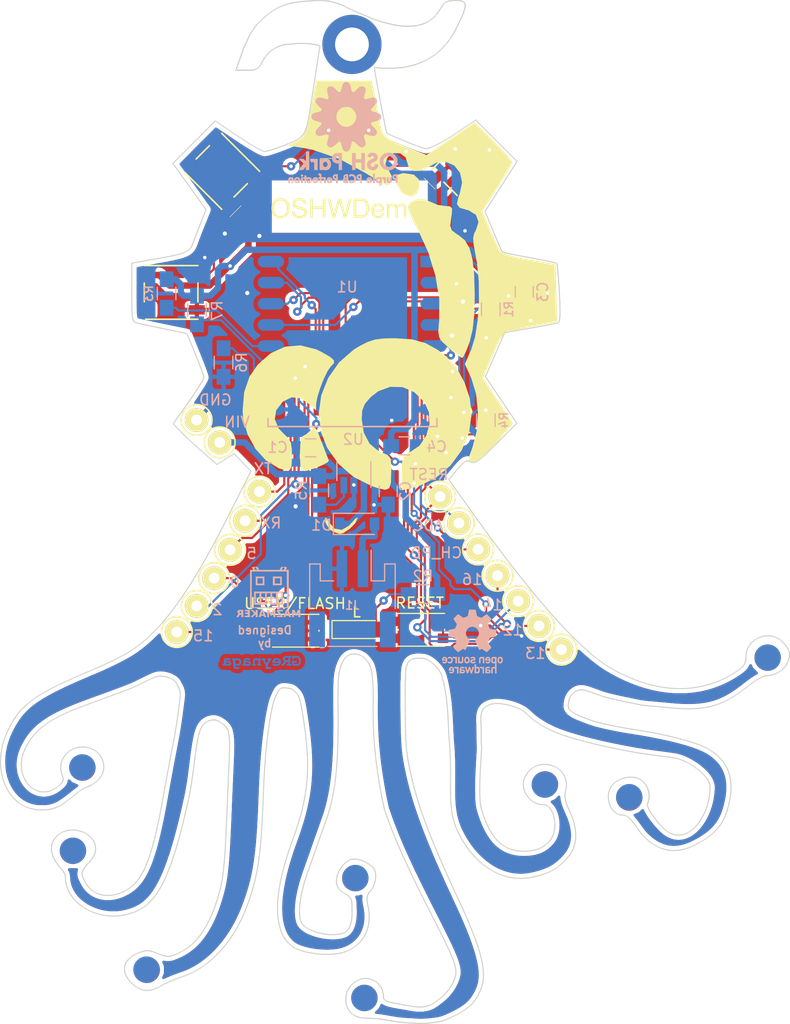
<source format=kicad_pcb>
(kicad_pcb (version 20170123) (host pcbnew no-vcs-found-077fb3c~59~ubuntu16.04.1)
  (title_block (title "Project Title"))
  (layers (0 F.Cu signal hide) (31 B.Cu signal hide) (34 B.Paste user) (35 F.Paste user) (36 B.SilkS user) (37 F.SilkS user) (38 B.Mask user) (39 F.Mask user) (44 Edge.Cuts user))
  (net 0 "")
  (net 1 VCC)
  (net 2 GPIO4)
  (net 3 GPIO5)
  (net 4 GND)
  (net 5 GPIO12)
  (net 6 ADC)
  (net 7 REST)
  (net 8 TXD)
  (net 9 RXD)
  (net 10 CH_PD)
  (net 11 GPIO0)
  (net 12 GPIO2)
  (net 13 "Net-(LED1-Pad4)")
  (net 14 "Net-(LED2-Pad4)")
  (net 15 "Net-(LED3-Pad4)")
  (net 16 "Net-(LED4-Pad4)")
  (net 17 "Net-(LED5-Pad4)")
  (net 18 GPIO13)
  (net 19 GPIO14)
  (net 20 GPIO15)
  (net 21 GPIO16)
  (net 22 +3.3V)
  (net 23 VBAT)
  (net 24 "Net-(R5-Pad2)")
  (net 25 "Net-(U2-Pad4)")
  (net 26 "Net-(D2-Pad2)")
  (module Wickerlib:CONN-HEADER-STRAIGHT-P2.54MM-1x01 (layer F.Cu) (at 148.228 101.326)
    (fp_text reference J10 hide)
    (fp_text value TEST_1P)
    (pad 1 thru_hole circle (at 0 0) (size 2.2352 2.2352) (drill 1.016) (layers *.Cu *.Mask F.SilkS) (net 5 GPIO12))
  )
  (module varios:OSHWDem-4 (layer F.Cu) (at 129.39962 61.69936)
    (fp_text reference G*** hide)
    (fp_text value LOGO hide)
  )
  (module varios:greynaga6-2-cooper (layer B.Cu) (at 121.93524 104.6353 180)
    (fp_text reference GS*** hide)
    (fp_text value v hide)
    (fp_poly (pts (xy 0.541666 0.256025) (xy 0.582283 0.249307) (xy 0.619201 0.237889) (xy 0.652882 0.221598) (xy 0.683789 0.200261) (xy 0.706817 0.179453) (xy 0.720449 0.165066) (xy 0.730749 0.152281) (xy 0.739392 0.138792) (xy 0.747414 0.123588) (xy 0.753019 0.112036) (xy 0.757798 0.101372) (xy 0.761815 0.090989) (xy 0.765138 0.080279) (xy 0.767833 0.068635) (xy 0.769964 0.05545) (xy 0.771598 0.040117) (xy 0.772801 0.022027) (xy 0.773639 0.000573) (xy 0.774178 -0.024851) (xy 0.774483 -0.054854) (xy 0.774622 -0.090042) (xy 0.774658 -0.127383) (xy 0.7747 -0.288104) (xy 0.794543 -0.290329) (xy 0.819393 -0.29518) (xy 0.839094 -0.303683) (xy 0.853802 -0.315999) (xy 0.863675 -0.332291) (xy 0.868869 -0.352721) (xy 0.86981 -0.3683) (xy 0.868119 -0.390033) (xy 0.862798 -0.407302) (xy 0.853472 -0.421093) (xy 0.847793 -0.426492) (xy 0.841924 -0.43137) (xy 0.836579 -0.435363) (xy 0.831075 -0.438559) (xy 0.824731 -0.441048) (xy 0.816863 -0.442917) (xy 0.80679 -0.444255) (xy 0.793828 -0.445151) (xy 0.777296 -0.445694) (xy 0.756512 -0.445971) (xy 0.730792 -0.446073) (xy 0.699455 -0.446087) (xy 0.579437 -0.446087) (xy 0.560387 -0.436562) (xy 0.543482 -0.426145) (xy 0.531924 -0.413911) (xy 0.524897 -0.398609) (xy 0.521583 -0.378987) (xy 0.521433 -0.376867) (xy 0.521882 -0.352619) (xy 0.526793 -0.332716) (xy 0.536407 -0.316866) (xy 0.550966 -0.304777) (xy 0.57071 -0.296159) (xy 0.592244 -0.291265) (xy 0.61595 -0.287493) (xy 0.61595 -0.142826) (xy 0.615916 -0.105545) (xy 0.61578 -0.074025) (xy 0.615484 -0.047677) (xy 0.614974 -0.025912) (xy 0.614193 -0.008142) (xy 0.613086 0.006222) (xy 0.611598 0.01777) (xy 0.609673 0.027089) (xy 0.607255 0.03477) (xy 0.604289 0.0414) (xy 0.600719 0.047569) (xy 0.597514 0.052388) (xy 0.584918 0.066241) (xy 0.567864 0.078691) (xy 0.548243 0.088456) (xy 0.540143 0.091309) (xy 0.530158 0.09379) (xy 0.51823 0.095451) (xy 0.503025 0.096408) (xy 0.483213 0.096774) (xy 0.47625 0.096786) (xy 0.457456 0.096662) (xy 0.443466 0.096213) (xy 0.432735 0.095253) (xy 0.423716 0.093594) (xy 0.414866 0.09105) (xy 0.407428 0.088455) (xy 0.382767 0.077356) (xy 0.357405 0.061589) (xy 0.330685 0.040711) (xy 0.311666 0.023614) (xy 0.282575 -0.003771) (xy 0.282575 -0.288925) (xy 0.294691 -0.288925) (xy 0.309999 -0.289977) (xy 0.326907 -0.292773) (xy 0.342803 -0.296765) (xy 0.355078 -0.30141) (xy 0.355499 -0.301623) (xy 0.372539 -0.313473) (xy 0.384505 -0.328963) (xy 0.391498 -0.34828) (xy 0.39363 -0.370579) (xy 0.391646 -0.392296) (xy 0.385483 -0.409681) (xy 0.374587 -0.423616) (xy 0.358405 -0.43498) (xy 0.350797 -0.438788) (xy 0.346721 -0.440602) (xy 0.342686 -0.442091) (xy 0.338046 -0.443291) (xy 0.332151 -0.444238) (xy 0.324352 -0.444966) (xy 0.314002 -0.445513) (xy 0.300452 -0.445913) (xy 0.283052 -0.446202) (xy 0.261156 -0.446416) (xy 0.234113 -0.446591) (xy 0.206375 -0.446737) (xy 0.171688 -0.44686) (xy 0.142846 -0.446839) (xy 0.119343 -0.446661) (xy 0.100673 -0.446315) (xy 0.086333 -0.445788) (xy 0.075816 -0.445067) (xy 0.068619 -0.444141) (xy 0.065087 -0.443302) (xy 0.043819 -0.434532) (xy 0.028148 -0.423343) (xy 0.017557 -0.409028) (xy 0.011529 -0.39088) (xy 0.009545 -0.368192) (xy 0.009542 -0.367404) (xy 0.01224 -0.345291) (xy 0.020255 -0.326437) (xy 0.033397 -0.311168) (xy 0.047725 -0.301623) (xy 0.059778 -0.296962) (xy 0.07557 -0.292929) (xy 0.092488 -0.290069) (xy 0.107922 -0.288927) (xy 0.108533 -0.288925) (xy 0.12065 -0.288925) (xy 0.12065 0.078083) (xy 0.098264 0.081922) (xy 0.084873 0.084822) (xy 0.072128 0.088584) (xy 0.063646 0.092001) (xy 0.047336 0.10368) (xy 0.035397 0.119371) (xy 0.02814 0.138204) (xy 0.025876 0.159309) (xy 0.028914 0.181817) (xy 0.030075 0.186042) (xy 0.038398 0.20338) (xy 0.052247 0.217784) (xy 0.071437 0.229232) (xy 0.07615 0.231294) (xy 0.080848 0.232938) (xy 0.086306 0.234219) (xy 0.093299 0.235195) (xy 0.1026 0.235921) (xy 0.114984 0.236456) (xy 0.131224 0.236854) (xy 0.152097 0.237174) (xy 0.178374 0.237471) (xy 0.184943 0.237539) (xy 0.282575 0.238539) (xy 0.282575 0.168113) (xy 0.302487 0.185005) (xy 0.322594 0.201315) (xy 0.340895 0.214303) (xy 0.359694 0.225486) (xy 0.378588 0.235092) (xy 0.399931 0.244297) (xy 0.420782 0.250883) (xy 0.442821 0.25518) (xy 0.46773 0.257516) (xy 0.496887 0.258218) (xy 0.541666 0.256025)) (layer B.Cu) (width 0.01))
    (fp_poly (pts (xy -2.416406 0.466363) (xy -2.390736 0.466096) (xy -2.368815 0.465653) (xy -2.350125 0.46501) (xy -2.334145 0.464142) (xy -2.320355 0.463026) (xy -2.308236 0.461638) (xy -2.297267 0.459953) (xy -2.286928 0.457947) (xy -2.2767 0.455597) (xy -2.266063 0.452878) (xy -2.262939 0.452046) (xy -2.223392 0.438724) (xy -2.186136 0.420778) (xy -2.151861 0.398756) (xy -2.121257 0.373204) (xy -2.095013 0.344671) (xy -2.07382 0.313703) (xy -2.063789 0.294124) (xy -2.05192 0.260839) (xy -2.044633 0.224872) (xy -2.042201 0.18821) (xy -2.044547 0.155179) (xy -2.052587 0.119599) (xy -2.066138 0.0863) (xy -2.085434 0.054853) (xy -2.110708 0.024825) (xy -2.120886 0.01469) (xy -2.131565 0.005111) (xy -2.144432 -0.005474) (xy -2.158425 -0.016303) (xy -2.172484 -0.026612) (xy -2.18555 -0.035637) (xy -2.196561 -0.042616) (xy -2.204457 -0.046784) (xy -2.207435 -0.047625) (xy -2.206582 -0.049686) (xy -2.201892 -0.055319) (xy -2.194107 -0.063696) (xy -2.18397 -0.073988) (xy -2.182481 -0.075459) (xy -2.138558 -0.121791) (xy -2.09578 -0.17287) (xy -2.055443 -0.227092) (xy -2.033575 -0.259506) (xy -2.014538 -0.288825) (xy -1.995488 -0.28893) (xy -1.974732 -0.290296) (xy -1.954239 -0.293867) (xy -1.935893 -0.29919) (xy -1.921579 -0.30581) (xy -1.919288 -0.307304) (xy -1.905183 -0.320228) (xy -1.896029 -0.336123) (xy -1.891478 -0.355741) (xy -1.890809 -0.3683) (xy -1.892902 -0.391429) (xy -1.899557 -0.410249) (xy -1.911035 -0.425117) (xy -1.927594 -0.436392) (xy -1.944884 -0.44313) (xy -1.951817 -0.444675) (xy -1.961551 -0.44586) (xy -1.974809 -0.446717) (xy -1.99231 -0.447283) (xy -2.014778 -0.44759) (xy -2.040264 -0.447675) (xy -2.120543 -0.447675) (xy -2.13837 -0.415911) (xy -2.156902 -0.38447) (xy -2.177684 -0.351981) (xy -2.200202 -0.31907) (xy -2.22394 -0.286366) (xy -2.248385 -0.254494) (xy -2.273022 -0.224081) (xy -2.297336 -0.195753) (xy -2.320813 -0.170139) (xy -2.342938 -0.147863) (xy -2.363198 -0.129553) (xy -2.381077 -0.115835) (xy -2.388634 -0.111081) (xy -2.405063 -0.101659) (xy -2.480469 -0.101629) (xy -2.555875 -0.1016) (xy -2.555875 -0.288925) (xy -2.520157 -0.28898) (xy -2.488974 -0.290151) (xy -2.463233 -0.293688) (xy -2.442408 -0.299781) (xy -2.425976 -0.308623) (xy -2.413412 -0.320403) (xy -2.406725 -0.33034) (xy -2.402302 -0.339676) (xy -2.399881 -0.349213) (xy -2.398944 -0.361457) (xy -2.398867 -0.3683) (xy -2.400994 -0.391286) (xy -2.407465 -0.409852) (xy -2.418428 -0.424344) (xy -2.425503 -0.430075) (xy -2.431209 -0.433917) (xy -2.436702 -0.437155) (xy -2.442557 -0.43984) (xy -2.44935 -0.442024) (xy -2.457657 -0.443757) (xy -2.468054 -0.445091) (xy -2.481116 -0.446077) (xy -2.497419 -0.446767) (xy -2.517539 -0.44721) (xy -2.542052 -0.44746) (xy -2.571532 -0.447566) (xy -2.606556 -0.44758) (xy -2.622261 -0.447571) (xy -2.657911 -0.447531) (xy -2.687794 -0.44745) (xy -2.712496 -0.447308) (xy -2.7326 -0.447085) (xy -2.74869 -0.44676) (xy -2.761351 -0.446314) (xy -2.771167 -0.445725) (xy -2.778722 -0.444975) (xy -2.784599 -0.444043) (xy -2.789384 -0.442909) (xy -2.793316 -0.441672) (xy -2.812884 -0.431968) (xy -2.827694 -0.418198) (xy -2.83757 -0.400693) (xy -2.842335 -0.379783) (xy -2.841814 -0.355799) (xy -2.841239 -0.351772) (xy -2.835234 -0.332381) (xy -2.823995 -0.316427) (xy -2.807689 -0.304011) (xy -2.786485 -0.295233) (xy -2.760552 -0.290195) (xy -2.736267 -0.288925) (xy -2.7178 -0.288925) (xy -2.7178 0.05715) (xy -2.555875 0.05715) (xy -2.505869 0.057178) (xy -2.483935 0.057417) (xy -2.459739 0.058048) (xy -2.436017 0.058981) (xy -2.415504 0.060123) (xy -2.412907 0.060304) (xy -2.379126 0.063717) (xy -2.349865 0.068941) (xy -2.323456 0.076375) (xy -2.298227 0.086415) (xy -2.292979 0.088866) (xy -2.27115 0.101276) (xy -2.251296 0.116324) (xy -2.234723 0.132839) (xy -2.222736 0.149647) (xy -2.220499 0.153988) (xy -2.215039 0.171124) (xy -2.212889 0.190639) (xy -2.214103 0.21) (xy -2.218733 0.226673) (xy -2.218978 0.227221) (xy -2.231258 0.246959) (xy -2.249071 0.264952) (xy -2.271714 0.280653) (xy -2.298487 0.293517) (xy -2.309564 0.297538) (xy -2.316509 0.299813) (xy -2.322776 0.301651) (xy -2.329131 0.303107) (xy -2.336343 0.304236) (xy -2.34518 0.305094) (xy -2.356409 0.305734) (xy -2.370797 0.306213) (xy -2.389114 0.306584) (xy -2.412126 0.306904) (xy -2.440601 0.307226) (xy -2.445544 0.30728) (xy -2.555875 0.308478) (xy -2.555875 0.05715) (xy -2.7178 0.05715) (xy -2.7178 0.307052) (xy -2.748757 0.308854) (xy -2.776947 0.312098) (xy -2.799708 0.318375) (xy -2.817308 0.327913) (xy -2.830015 0.340942) (xy -2.838098 0.357691) (xy -2.841825 0.378388) (xy -2.842155 0.388572) (xy -2.840508 0.410673) (xy -2.835405 0.428063) (xy -2.826315 0.441664) (xy -2.812708 0.452403) (xy -2.802419 0.457738) (xy -2.786063 0.465138) (xy -2.566988 0.466155) (xy -2.521118 0.46635) (xy -2.481077 0.466466) (xy -2.446347 0.466478) (xy -2.416406 0.466363)) (layer B.Cu) (width 0.01))
    (fp_poly (pts (xy -2.975093 0.487295) (xy -2.958806 0.481562) (xy -2.949319 0.475332) (xy -2.941943 0.467039) (xy -2.935288 0.455604) (xy -2.925763 0.437033) (xy -2.924772 0.33272) (xy -2.924535 0.302881) (xy -2.924464 0.278668) (xy -2.924582 0.259358) (xy -2.924912 0.24423) (xy -2.925478 0.23256) (xy -2.926303 0.223626) (xy -2.92741 0.216705) (xy -2.928657 0.211636) (xy -2.936615 0.191227) (xy -2.947388 0.176183) (xy -2.961588 0.166054) (xy -2.97983 0.160395) (xy -3.00115 0.15875) (xy -3.015042 0.159329) (xy -3.027563 0.160863) (xy -3.036265 0.163049) (xy -3.036434 0.163119) (xy -3.047557 0.169857) (xy -3.057357 0.180526) (xy -3.066178 0.195727) (xy -3.074367 0.216059) (xy -3.082271 0.242122) (xy -3.082516 0.243032) (xy -3.090338 0.260301) (xy -3.10375 0.276127) (xy -3.122115 0.29031) (xy -3.144795 0.302648) (xy -3.171152 0.312939) (xy -3.20055 0.320983) (xy -3.232351 0.326578) (xy -3.265917 0.329523) (xy -3.30061 0.329616) (xy -3.335795 0.326657) (xy -3.343834 0.325532) (xy -3.385635 0.316345) (xy -3.424127 0.30205) (xy -3.458992 0.282944) (xy -3.489912 0.259323) (xy -3.516568 0.231483) (xy -3.538642 0.199723) (xy -3.555816 0.164337) (xy -3.567772 0.125624) (xy -3.570044 0.114744) (xy -3.571827 0.10144) (xy -3.573253 0.083102) (xy -3.57432 0.060872) (xy -3.575029 0.035891) (xy -3.57538 0.0093) (xy -3.575372 -0.017759) (xy -3.575007 -0.044145) (xy -3.574284 -0.068716) (xy -3.573203 -0.090331) (xy -3.571763 -0.107849) (xy -3.570036 -0.119792) (xy -3.559542 -0.157609) (xy -3.544526 -0.191143) (xy -3.524917 -0.220455) (xy -3.500642 -0.245602) (xy -3.47163 -0.266643) (xy -3.437807 -0.283638) (xy -3.399103 -0.296646) (xy -3.355445 -0.305725) (xy -3.340184 -0.307839) (xy -3.296209 -0.311049) (xy -3.250528 -0.310329) (xy -3.20481 -0.305863) (xy -3.160728 -0.297839) (xy -3.119951 -0.286441) (xy -3.107532 -0.281981) (xy -3.082925 -0.272588) (xy -3.082925 -0.168902) (xy -3.177382 -0.167493) (xy -3.207581 -0.166968) (xy -3.23221 -0.166312) (xy -3.252047 -0.165416) (xy -3.267871 -0.164173) (xy -3.280462 -0.162474) (xy -3.290598 -0.16021) (xy -3.299059 -0.157273) (xy -3.306624 -0.153554) (xy -3.314072 -0.148946) (xy -3.314981 -0.148337) (xy -3.327733 -0.136063) (xy -3.336758 -0.1195) (xy -3.341742 -0.099714) (xy -3.342371 -0.077769) (xy -3.340243 -0.062601) (xy -3.334333 -0.045383) (xy -3.324127 -0.031763) (xy -3.308908 -0.020956) (xy -3.297238 -0.015561) (xy -3.278188 -0.007937) (xy -3.103563 -0.007937) (xy -3.065399 -0.007952) (xy -3.033039 -0.008006) (xy -3.005937 -0.008116) (xy -2.983548 -0.008298) (xy -2.965326 -0.008567) (xy -2.950726 -0.00894) (xy -2.939201 -0.009432) (xy -2.930206 -0.01006) (xy -2.923195 -0.01084) (xy -2.917622 -0.011787) (xy -2.912943 -0.012917) (xy -2.910696 -0.013578) (xy -2.890083 -0.022765) (xy -2.874327 -0.035933) (xy -2.863638 -0.052803) (xy -2.858229 -0.073095) (xy -2.85757 -0.083769) (xy -2.859763 -0.107377) (xy -2.866709 -0.126916) (xy -2.878668 -0.142806) (xy -2.895902 -0.155468) (xy -2.904925 -0.159991) (xy -2.924175 -0.168631) (xy -2.924175 -0.375067) (xy -2.969419 -0.396749) (xy -3.009386 -0.415152) (xy -3.045798 -0.430222) (xy -3.080147 -0.442481) (xy -3.113923 -0.452453) (xy -3.148617 -0.460659) (xy -3.15595 -0.462166) (xy -3.16877 -0.464021) (xy -3.186689 -0.465616) (xy -3.20846 -0.466925) (xy -3.232837 -0.467923) (xy -3.258574 -0.468583) (xy -3.284424 -0.468881) (xy -3.30914 -0.468791) (xy -3.331476 -0.468287) (xy -3.350186 -0.467343) (xy -3.360738 -0.466374) (xy -3.400872 -0.459972) (xy -3.441506 -0.450536) (xy -3.480867 -0.438591) (xy -3.517182 -0.424665) (xy -3.5433 -0.412211) (xy -3.581697 -0.388292) (xy -3.616534 -0.359389) (xy -3.647516 -0.325966) (xy -3.674347 -0.288485) (xy -3.696729 -0.24741) (xy -3.714366 -0.203205) (xy -3.726961 -0.156333) (xy -3.733458 -0.114969) (xy -3.734743 -0.098693) (xy -3.735726 -0.07743) (xy -3.736407 -0.052535) (xy -3.736784 -0.025364) (xy -3.736855 0.002728) (xy -3.736619 0.030384) (xy -3.736076 0.05625) (xy -3.735224 0.07897) (xy -3.734061 0.097188) (xy -3.733661 0.101478) (xy -3.726428 0.147428) (xy -3.714482 0.192508) (xy -3.698377 0.234713) (xy -3.694442 0.243181) (xy -3.679115 0.2729) (xy -3.663221 0.298868) (xy -3.645405 0.322983) (xy -3.624309 0.347143) (xy -3.608401 0.363565) (xy -3.572999 0.395891) (xy -3.536593 0.422723) (xy -3.498131 0.444629) (xy -3.456562 0.462179) (xy -3.410835 0.475941) (xy -3.393086 0.480092) (xy -3.381359 0.482485) (xy -3.3703 0.484278) (xy -3.35869 0.485554) (xy -3.34531 0.486397) (xy -3.32894 0.486888) (xy -3.308361 0.487112) (xy -3.2893 0.487154) (xy -3.262238 0.487018) (xy -3.240367 0.486563) (xy -3.222533 0.485724) (xy -3.207583 0.484438) (xy -3.194363 0.482641) (xy -3.187912 0.481506) (xy -3.161803 0.475687) (xy -3.133885 0.467947) (xy -3.106775 0.459083) (xy -3.08309 0.44989) (xy -3.080845 0.44891) (xy -3.069119 0.444359) (xy -3.062617 0.443384) (xy -3.061261 0.444407) (xy -3.056855 0.452384) (xy -3.049086 0.462197) (xy -3.039707 0.471925) (xy -3.030471 0.479645) (xy -3.027215 0.481736) (xy -3.011716 0.487398) (xy -2.993541 0.489249) (xy -2.975093 0.487295)) (layer B.Cu) (width 0.01))
    (fp_poly (pts (xy 3.294858 0.257621) (xy 3.341954 0.252197) (xy 3.38518 0.242867) (xy 3.402012 0.237772) (xy 3.436003 0.223973) (xy 3.467184 0.206312) (xy 3.494769 0.185419) (xy 3.517974 0.161921) (xy 3.536013 0.136446) (xy 3.541395 0.126285) (xy 3.545654 0.117278) (xy 3.54929 0.108953) (xy 3.552352 0.100739) (xy 3.55489 0.092067) (xy 3.556952 0.082365) (xy 3.558589 0.071063) (xy 3.55985 0.057591) (xy 3.560784 0.041378) (xy 3.561441 0.021853) (xy 3.56187 -0.001554) (xy 3.562122 -0.029413) (xy 3.562245 -0.062295) (xy 3.562289 -0.100771) (xy 3.562294 -0.114615) (xy 3.56235 -0.287968) (xy 3.594893 -0.28985) (xy 3.621936 -0.292687) (xy 3.643675 -0.297948) (xy 3.660798 -0.305953) (xy 3.673993 -0.317022) (xy 3.683789 -0.331177) (xy 3.687692 -0.340056) (xy 3.689888 -0.349785) (xy 3.690779 -0.362577) (xy 3.690861 -0.370205) (xy 3.690601 -0.383815) (xy 3.68948 -0.393359) (xy 3.68697 -0.401109) (xy 3.68254 -0.409343) (xy 3.681263 -0.411432) (xy 3.672979 -0.422518) (xy 3.662714 -0.430963) (xy 3.652965 -0.436513) (xy 3.634254 -0.446087) (xy 3.517339 -0.447027) (xy 3.400425 -0.447967) (xy 3.400425 -0.416005) (xy 3.382168 -0.424348) (xy 3.355535 -0.43536) (xy 3.325186 -0.445986) (xy 3.293738 -0.455377) (xy 3.2639 -0.462666) (xy 3.243479 -0.466117) (xy 3.219027 -0.468859) (xy 3.192034 -0.470848) (xy 3.163992 -0.472042) (xy 3.136394 -0.472396) (xy 3.110731 -0.471866) (xy 3.088496 -0.470409) (xy 3.072574 -0.468256) (xy 3.032734 -0.458251) (xy 2.995754 -0.444045) (xy 2.962133 -0.426029) (xy 2.932371 -0.404591) (xy 2.906968 -0.380122) (xy 2.886423 -0.353011) (xy 2.871235 -0.323647) (xy 2.865345 -0.306672) (xy 2.861971 -0.288572) (xy 2.860719 -0.266682) (xy 2.861109 -0.254683) (xy 3.029019 -0.254683) (xy 3.031999 -0.267425) (xy 3.04061 -0.279693) (xy 3.054137 -0.290927) (xy 3.071861 -0.300573) (xy 3.093065 -0.308072) (xy 3.100075 -0.309838) (xy 3.116978 -0.312315) (xy 3.138383 -0.313322) (xy 3.162636 -0.312936) (xy 3.188079 -0.311231) (xy 3.213056 -0.308282) (xy 3.23591 -0.304163) (xy 3.2385 -0.303578) (xy 3.272125 -0.294668) (xy 3.304021 -0.283706) (xy 3.336441 -0.269843) (xy 3.363912 -0.256278) (xy 3.402012 -0.236535) (xy 3.402901 -0.197985) (xy 3.403789 -0.159434) (xy 3.383769 -0.155948) (xy 3.345818 -0.15026) (xy 3.307644 -0.146262) (xy 3.270307 -0.143974) (xy 3.234865 -0.143412) (xy 3.202375 -0.144595) (xy 3.173896 -0.147539) (xy 3.151187 -0.152073) (xy 3.121762 -0.161732) (xy 3.095407 -0.173897) (xy 3.072674 -0.188104) (xy 3.054117 -0.203888) (xy 3.040288 -0.220785) (xy 3.031742 -0.238329) (xy 3.029019 -0.254683) (xy 2.861109 -0.254683) (xy 2.861484 -0.24316) (xy 2.864159 -0.220161) (xy 2.868639 -0.199843) (xy 2.870928 -0.192908) (xy 2.881721 -0.168052) (xy 2.894927 -0.145837) (xy 2.911823 -0.124316) (xy 2.925762 -0.109402) (xy 2.9586 -0.079726) (xy 2.994063 -0.05486) (xy 3.032769 -0.034495) (xy 3.075341 -0.018322) (xy 3.122396 -0.006032) (xy 3.14001 -0.002596) (xy 3.165339 0.00081) (xy 3.195398 0.002976) (xy 3.228698 0.003935) (xy 3.263746 0.00372) (xy 3.299053 0.002366) (xy 3.333129 -0.000095) (xy 3.364481 -0.003629) (xy 3.391621 -0.008203) (xy 3.391693 -0.008218) (xy 3.400425 -0.010029) (xy 3.400425 0.015781) (xy 3.399749 0.033039) (xy 3.397256 0.045871) (xy 3.392244 0.056103) (xy 3.384011 0.065562) (xy 3.379831 0.069386) (xy 3.36453 0.080022) (xy 3.345487 0.088111) (xy 3.322145 0.093782) (xy 3.293949 0.097168) (xy 3.260344 0.098397) (xy 3.256476 0.098407) (xy 3.236862 0.098117) (xy 3.218066 0.097164) (xy 3.1989 0.095392) (xy 3.178171 0.092648) (xy 3.15469 0.088776) (xy 3.127266 0.083623) (xy 3.099768 0.078079) (xy 3.069938 0.072148) (xy 3.045451 0.067873) (xy 3.025514 0.065281) (xy 3.009331 0.064399) (xy 2.996109 0.065257) (xy 2.985052 0.06788) (xy 2.975368 0.072297) (xy 2.966261 0.078536) (xy 2.961021 0.08292) (xy 2.94773 0.098515) (xy 2.938933 0.117116) (xy 2.934788 0.137338) (xy 2.935455 0.157799) (xy 2.941092 0.177114) (xy 2.948734 0.19009) (xy 2.955435 0.197112) (xy 2.964864 0.203612) (xy 2.977817 0.20996) (xy 2.995093 0.216521) (xy 3.017487 0.223665) (xy 3.02869 0.22695) (xy 3.083408 0.240714) (xy 3.138166 0.250686) (xy 3.192182 0.256843) (xy 3.244673 0.259162) (xy 3.294858 0.257621)) (layer B.Cu) (width 0.01))
    (fp_poly (pts (xy 1.428856 0.256821) (xy 1.476526 0.249673) (xy 1.520116 0.238011) (xy 1.559457 0.221869) (xy 1.589647 0.204507) (xy 1.617347 0.183124) (xy 1.639714 0.159154) (xy 1.657527 0.131732) (xy 1.660782 0.125413) (xy 1.665257 0.116146) (xy 1.669079 0.107452) (xy 1.672301 0.09876) (xy 1.674973 0.089501) (xy 1.677148 0.079104) (xy 1.678875 0.066997) (xy 1.680206 0.05261) (xy 1.681193 0.035373) (xy 1.681886 0.014716) (xy 1.682337 -0.009933) (xy 1.682597 -0.039145) (xy 1.682717 -0.073488) (xy 1.682749 -0.113535) (xy 1.68275 -0.119341) (xy 1.68275 -0.288925) (xy 1.702804 -0.288925) (xy 1.733296 -0.290827) (xy 1.75879 -0.29652) (xy 1.779249 -0.305983) (xy 1.794638 -0.319196) (xy 1.804924 -0.336136) (xy 1.80951 -0.352706) (xy 1.810795 -0.376668) (xy 1.806711 -0.397901) (xy 1.797525 -0.415939) (xy 1.783502 -0.430314) (xy 1.764908 -0.440559) (xy 1.758223 -0.442834) (xy 1.752573 -0.444186) (xy 1.745234 -0.445274) (xy 1.73553 -0.446122) (xy 1.722785 -0.446756) (xy 1.706324 -0.447203) (xy 1.685472 -0.447488) (xy 1.659553 -0.447636) (xy 1.631373 -0.447675) (xy 1.520825 -0.447675) (xy 1.520825 -0.4318) (xy 1.52052 -0.422741) (xy 1.519741 -0.416993) (xy 1.519131 -0.415925) (xy 1.515573 -0.417244) (xy 1.50827 -0.420628) (xy 1.502463 -0.423502) (xy 1.478277 -0.434233) (xy 1.4495 -0.444525) (xy 1.417888 -0.453867) (xy 1.3852 -0.461746) (xy 1.353192 -0.467651) (xy 1.34849 -0.468345) (xy 1.33283 -0.470022) (xy 1.313249 -0.471293) (xy 1.291257 -0.472141) (xy 1.268364 -0.472552) (xy 1.24608 -0.472509) (xy 1.225914 -0.471998) (xy 1.209379 -0.471002) (xy 1.199894 -0.469866) (xy 1.157188 -0.459891) (xy 1.117465 -0.445055) (xy 1.081304 -0.42565) (xy 1.049282 -0.40197) (xy 1.031207 -0.384683) (xy 1.011064 -0.360917) (xy 0.996427 -0.337626) (xy 0.986733 -0.313412) (xy 0.981421 -0.286878) (xy 0.979924 -0.257175) (xy 0.980016 -0.252945) (xy 1.14935 -0.252945) (xy 1.152401 -0.268023) (xy 1.161357 -0.281504) (xy 1.175915 -0.293142) (xy 1.195775 -0.302695) (xy 1.2192 -0.309599) (xy 1.234037 -0.311765) (xy 1.253394 -0.31286) (xy 1.27554 -0.312925) (xy 1.298742 -0.312004) (xy 1.32127 -0.310139) (xy 1.341391 -0.307373) (xy 1.3462 -0.306475) (xy 1.39137 -0.294747) (xy 1.438463 -0.277309) (xy 1.477962 -0.258978) (xy 1.522412 -0.236537) (xy 1.523303 -0.197643) (xy 1.523455 -0.182774) (xy 1.523219 -0.170526) (xy 1.522646 -0.162114) (xy 1.521784 -0.158752) (xy 1.521716 -0.158737) (xy 1.517664 -0.158262) (xy 1.508898 -0.157) (xy 1.496973 -0.15518) (xy 1.490662 -0.154187) (xy 1.44561 -0.148105) (xy 1.402614 -0.144411) (xy 1.362432 -0.143107) (xy 1.325823 -0.144194) (xy 1.293547 -0.147673) (xy 1.266361 -0.153545) (xy 1.265355 -0.15384) (xy 1.235143 -0.164537) (xy 1.208748 -0.177388) (xy 1.186624 -0.192004) (xy 1.169224 -0.207999) (xy 1.157002 -0.224985) (xy 1.150412 -0.242573) (xy 1.14935 -0.252945) (xy 0.980016 -0.252945) (xy 0.980298 -0.240122) (xy 0.98148 -0.226853) (xy 0.983876 -0.214814) (xy 0.987894 -0.201452) (xy 0.98959 -0.196476) (xy 1.003199 -0.165337) (xy 1.021896 -0.136246) (xy 1.046221 -0.108408) (xy 1.055562 -0.099372) (xy 1.09097 -0.070295) (xy 1.129688 -0.04606) (xy 1.172072 -0.026507) (xy 1.218477 -0.011476) (xy 1.269258 -0.000806) (xy 1.276731 0.000348) (xy 1.298598 0.002623) (xy 1.32528 0.003866) (xy 1.355334 0.004131) (xy 1.387319 0.00347) (xy 1.419792 0.001939) (xy 1.451312 -0.000411) (xy 1.480437 -0.003524) (xy 1.505724 -0.007348) (xy 1.511041 -0.008362) (xy 1.521491 -0.010452) (xy 1.520364 0.018297) (xy 1.519646 0.032363) (xy 1.518497 0.041899) (xy 1.516434 0.048724) (xy 1.51297 0.054657) (xy 1.509463 0.059242) (xy 1.495116 0.072907) (xy 1.476243 0.083559) (xy 1.452554 0.091285) (xy 1.423758 0.096173) (xy 1.389564 0.098308) (xy 1.378313 0.098426) (xy 1.359754 0.09825) (xy 1.342881 0.097623) (xy 1.326499 0.096392) (xy 1.309415 0.094403) (xy 1.290437 0.091503) (xy 1.26837 0.087541) (xy 1.242022 0.082364) (xy 1.223962 0.078672) (xy 1.18993 0.072129) (xy 1.161473 0.067733) (xy 1.138197 0.065458) (xy 1.11971 0.06528) (xy 1.10562 0.067174) (xy 1.096505 0.070556) (xy 1.078567 0.083787) (xy 1.065414 0.101054) (xy 1.057321 0.12192) (xy 1.054997 0.136128) (xy 1.055197 0.157779) (xy 1.060241 0.175872) (xy 1.070408 0.191261) (xy 1.074296 0.195283) (xy 1.080508 0.200754) (xy 1.087219 0.205266) (xy 1.095721 0.209416) (xy 1.107304 0.213803) (xy 1.123262 0.219025) (xy 1.130341 0.22123) (xy 1.167335 0.232086) (xy 1.200908 0.240569) (xy 1.233239 0.247091) (xy 1.266504 0.252063) (xy 1.302881 0.255897) (xy 1.321948 0.257444) (xy 1.377274 0.259422) (xy 1.428856 0.256821)) (layer B.Cu) (width 0.01))
    (fp_poly (pts (xy -1.408884 0.257616) (xy -1.361811 0.251717) (xy -1.316582 0.241517) (xy -1.274176 0.227096) (xy -1.235576 0.208538) (xy -1.231663 0.206282) (xy -1.193234 0.180751) (xy -1.158048 0.151405) (xy -1.126801 0.119003) (xy -1.100187 0.084301) (xy -1.078901 0.048055) (xy -1.071275 0.031514) (xy -1.059737 0.0002) (xy -1.051198 -0.032397) (xy -1.045448 -0.067499) (xy -1.042278 -0.106327) (xy -1.041456 -0.142081) (xy -1.0414 -0.180975) (xy -1.360828 -0.180975) (xy -1.412944 -0.180979) (xy -1.459072 -0.180996) (xy -1.499572 -0.181032) (xy -1.534805 -0.181093) (xy -1.565133 -0.181186) (xy -1.590917 -0.181317) (xy -1.612518 -0.181492) (xy -1.630298 -0.181718) (xy -1.644616 -0.182001) (xy -1.655836 -0.182347) (xy -1.664317 -0.182763) (xy -1.670421 -0.183255) (xy -1.674509 -0.183829) (xy -1.676942 -0.184491) (xy -1.678082 -0.185249) (xy -1.678289 -0.186107) (xy -1.678174 -0.186531) (xy -1.671496 -0.200203) (xy -1.661311 -0.216052) (xy -1.648966 -0.232159) (xy -1.636229 -0.246189) (xy -1.610802 -0.267167) (xy -1.580554 -0.284372) (xy -1.545825 -0.297727) (xy -1.506959 -0.307153) (xy -1.464296 -0.312574) (xy -1.418179 -0.313913) (xy -1.36895 -0.311091) (xy -1.355706 -0.309669) (xy -1.334965 -0.30702) (xy -1.314825 -0.303943) (xy -1.294033 -0.300189) (xy -1.271337 -0.295512) (xy -1.245483 -0.289662) (xy -1.215219 -0.28239) (xy -1.203325 -0.279456) (xy -1.1737 -0.272452) (xy -1.149278 -0.26756) (xy -1.129268 -0.264795) (xy -1.112882 -0.264171) (xy -1.099328 -0.265705) (xy -1.087817 -0.269409) (xy -1.077558 -0.2753) (xy -1.069331 -0.281947) (xy -1.055379 -0.297442) (xy -1.046986 -0.314322) (xy -1.043442 -0.334167) (xy -1.043226 -0.340242) (xy -1.043464 -0.352597) (xy -1.044994 -0.361271) (xy -1.048528 -0.368904) (xy -1.052647 -0.375143) (xy -1.063306 -0.387692) (xy -1.077153 -0.399173) (xy -1.094791 -0.409897) (xy -1.116823 -0.420176) (xy -1.143853 -0.43032) (xy -1.176484 -0.44064) (xy -1.183825 -0.442778) (xy -1.223396 -0.452649) (xy -1.267301 -0.460885) (xy -1.313665 -0.467163) (xy -1.340817 -0.469769) (xy -1.356393 -0.47074) (xy -1.375934 -0.471511) (xy -1.398094 -0.472072) (xy -1.421527 -0.472415) (xy -1.444888 -0.472531) (xy -1.466831 -0.47241) (xy -1.486011 -0.472045) (xy -1.50108 -0.471425) (xy -1.508125 -0.470873) (xy -1.516117 -0.469732) (xy -1.528291 -0.46766) (xy -1.542611 -0.465013) (xy -1.550106 -0.463552) (xy -1.599358 -0.451004) (xy -1.644675 -0.433627) (xy -1.686502 -0.411187) (xy -1.725285 -0.38345) (xy -1.756018 -0.355708) (xy -1.786311 -0.321967) (xy -1.810718 -0.286688) (xy -1.829543 -0.249217) (xy -1.843087 -0.208903) (xy -1.851654 -0.165092) (xy -1.853931 -0.144462) (xy -1.855328 -0.095106) (xy -1.850816 -0.047855) (xy -1.848571 -0.0381) (xy -1.676119 -0.0381) (xy -1.221687 -0.0381) (xy -1.223806 -0.029368) (xy -1.228653 -0.01689) (xy -1.237265 -0.001973) (xy -1.24855 0.013736) (xy -1.261411 0.028588) (xy -1.264208 0.031443) (xy -1.282702 0.047225) (xy -1.305178 0.062278) (xy -1.329307 0.075174) (xy -1.348035 0.082905) (xy -1.383927 0.092574) (xy -1.422591 0.097717) (xy -1.462392 0.098351) (xy -1.501697 0.094495) (xy -1.538871 0.086165) (xy -1.555138 0.080711) (xy -1.584353 0.067265) (xy -1.611047 0.050178) (xy -1.634358 0.030234) (xy -1.653424 0.00822) (xy -1.667383 -0.015079) (xy -1.671691 -0.02555) (xy -1.676119 -0.0381) (xy -1.848571 -0.0381) (xy -1.840468 -0.002893) (xy -1.824358 0.039595) (xy -1.802559 0.079424) (xy -1.775146 0.116407) (xy -1.742191 0.150361) (xy -1.733694 0.157843) (xy -1.700335 0.184115) (xy -1.6671 0.205417) (xy -1.632131 0.222813) (xy -1.595982 0.236565) (xy -1.551349 0.248687) (xy -1.504633 0.256182) (xy -1.456818 0.259131) (xy -1.408884 0.257616)) (layer B.Cu) (width 0.01))
    (fp_poly (pts (xy 2.298534 0.25834) (xy 2.315568 0.258055) (xy 2.328899 0.257446) (xy 2.33985 0.256395) (xy 2.349745 0.254781) (xy 2.359907 0.252486) (xy 2.369203 0.250056) (xy 2.403796 0.238621) (xy 2.437402 0.223561) (xy 2.467646 0.205971) (xy 2.473325 0.202075) (xy 2.493962 0.187471) (xy 2.495806 0.238125) (xy 2.601884 0.238125) (xy 2.631271 0.238021) (xy 2.657886 0.237718) (xy 2.681039 0.237238) (xy 2.700037 0.236599) (xy 2.714189 0.23582) (xy 2.722803 0.234921) (xy 2.723681 0.234754) (xy 2.745043 0.227352) (xy 2.762234 0.215493) (xy 2.774811 0.199705) (xy 2.782334 0.180517) (xy 2.784426 0.161925) (xy 2.782846 0.14114) (xy 2.777738 0.124407) (xy 2.768598 0.110196) (xy 2.766774 0.108105) (xy 2.753977 0.096772) (xy 2.738485 0.088636) (xy 2.71925 0.083317) (xy 2.695225 0.08043) (xy 2.690143 0.080131) (xy 2.657475 0.078464) (xy 2.657472 -0.198099) (xy 2.65745 -0.251492) (xy 2.657375 -0.298947) (xy 2.657234 -0.340873) (xy 2.65701 -0.377681) (xy 2.65669 -0.409784) (xy 2.656259 -0.437591) (xy 2.655702 -0.461513) (xy 2.655004 -0.481962) (xy 2.654151 -0.499348) (xy 2.653128 -0.514082) (xy 2.651921 -0.526575) (xy 2.650514 -0.537238) (xy 2.648893 -0.546482) (xy 2.647044 -0.554717) (xy 2.644952 -0.562355) (xy 2.644403 -0.564174) (xy 2.629544 -0.602047) (xy 2.609301 -0.636917) (xy 2.584068 -0.668414) (xy 2.55424 -0.69617) (xy 2.520211 -0.719814) (xy 2.482375 -0.738978) (xy 2.443162 -0.752725) (xy 2.436709 -0.754473) (xy 2.430475 -0.755916) (xy 2.423785 -0.757089) (xy 2.415963 -0.758026) (xy 2.406333 -0.758759) (xy 2.394222 -0.759324) (xy 2.378953 -0.759753) (xy 2.359852 -0.76008) (xy 2.336242 -0.760339) (xy 2.307451 -0.760564) (xy 2.282825 -0.760725) (xy 2.253366 -0.760841) (xy 2.225627 -0.760817) (xy 2.200323 -0.760662) (xy 2.178173 -0.760387) (xy 2.159892 -0.760002) (xy 2.146198 -0.759517) (xy 2.137808 -0.758942) (xy 2.135931 -0.758652) (xy 2.1138 -0.750639) (xy 2.096359 -0.738692) (xy 2.083873 -0.723059) (xy 2.076606 -0.703986) (xy 2.076411 -0.703074) (xy 2.074017 -0.680178) (xy 2.07635 -0.65889) (xy 2.083143 -0.640308) (xy 2.094134 -0.625533) (xy 2.095312 -0.624434) (xy 2.101581 -0.619288) (xy 2.108372 -0.615037) (xy 2.116334 -0.611596) (xy 2.126111 -0.608884) (xy 2.138351 -0.606816) (xy 2.153698 -0.60531) (xy 2.1728 -0.604281) (xy 2.196303 -0.603646) (xy 2.224852 -0.603322) (xy 2.259094 -0.603226) (xy 2.259639 -0.603226) (xy 2.293581 -0.60314) (xy 2.321897 -0.602854) (xy 2.345308 -0.602301) (xy 2.364535 -0.601413) (xy 2.3803 -0.600124) (xy 2.393324 -0.598367) (xy 2.404331 -0.596074) (xy 2.41404 -0.593178) (xy 2.423174 -0.589611) (xy 2.427679 -0.587589) (xy 2.450436 -0.574346) (xy 2.468276 -0.557734) (xy 2.482129 -0.53686) (xy 2.483613 -0.533936) (xy 2.493962 -0.51293) (xy 2.496062 -0.39629) (xy 2.476351 -0.409675) (xy 2.45242 -0.424131) (xy 2.424696 -0.437949) (xy 2.395717 -0.449972) (xy 2.368438 -0.458924) (xy 2.336962 -0.46546) (xy 2.301649 -0.469053) (xy 2.264274 -0.469732) (xy 2.226612 -0.467527) (xy 2.190438 -0.462466) (xy 2.160587 -0.455485) (xy 2.11806 -0.440021) (xy 2.077996 -0.419181) (xy 2.040916 -0.393493) (xy 2.00734 -0.363488) (xy 1.977786 -0.329695) (xy 1.952775 -0.292643) (xy 1.932827 -0.252861) (xy 1.91846 -0.21088) (xy 1.917725 -0.20806) (xy 1.90826 -0.159106) (xy 1.904761 -0.110127) (xy 1.905027 -0.104775) (xy 2.065954 -0.104775) (xy 2.068858 -0.140612) (xy 2.077508 -0.173789) (xy 2.091978 -0.204503) (xy 2.112346 -0.232953) (xy 2.116739 -0.237954) (xy 2.14423 -0.263816) (xy 2.174718 -0.284214) (xy 2.207705 -0.298986) (xy 2.242695 -0.307971) (xy 2.279192 -0.311008) (xy 2.3167 -0.307936) (xy 2.326615 -0.306105) (xy 2.36061 -0.296076) (xy 2.392188 -0.280813) (xy 2.420722 -0.260909) (xy 2.445585 -0.236957) (xy 2.46615 -0.209549) (xy 2.48179 -0.179279) (xy 2.491015 -0.150607) (xy 2.494695 -0.125339) (xy 2.494994 -0.097443) (xy 2.492054 -0.069575) (xy 2.486018 -0.044388) (xy 2.485168 -0.041888) (xy 2.470719 -0.010068) (xy 2.451201 0.018668) (xy 2.42733 0.043864) (xy 2.399818 0.065063) (xy 2.369378 0.081808) (xy 2.336726 0.093642) (xy 2.302573 0.100108) (xy 2.267634 0.10075) (xy 2.262968 0.100372) (xy 2.242854 0.097969) (xy 2.225709 0.094464) (xy 2.2091 0.089167) (xy 2.190595 0.081384) (xy 2.181909 0.077321) (xy 2.166722 0.069591) (xy 2.154358 0.061898) (xy 2.14269 0.052708) (xy 2.129592 0.040489) (xy 2.126248 0.037183) (xy 2.10297 0.010829) (xy 2.085675 -0.016252) (xy 2.073996 -0.044923) (xy 2.067566 -0.076046) (xy 2.065954 -0.104775) (xy 1.905027 -0.104775) (xy 1.907175 -0.061724) (xy 1.915448 -0.014499) (xy 1.929527 0.030949) (xy 1.941517 0.058738) (xy 1.954606 0.083855) (xy 1.968412 0.105838) (xy 1.984209 0.12639) (xy 2.003274 0.147216) (xy 2.019984 0.163567) (xy 2.055129 0.193004) (xy 2.092676 0.216936) (xy 2.133342 0.235743) (xy 2.177844 0.249808) (xy 2.185798 0.251744) (xy 2.197382 0.254219) (xy 2.208675 0.256017) (xy 2.221017 0.257238) (xy 2.235749 0.257979) (xy 2.254212 0.25834) (xy 2.276475 0.258421) (xy 2.298534 0.25834)) (layer B.Cu) (width 0.01))
    (fp_poly (pts (xy -0.69325 0.237887) (xy -0.678291 0.237691) (xy -0.66664 0.237282) (xy -0.657538 0.236627) (xy -0.650225 0.235693) (xy -0.64394 0.234449) (xy -0.637923 0.232859) (xy -0.634635 0.231882) (xy -0.615263 0.22408) (xy -0.600966 0.213639) (xy -0.59135 0.199927) (xy -0.586023 0.18231) (xy -0.584591 0.160153) (xy -0.584904 0.151778) (xy -0.586199 0.13733) (xy -0.588509 0.12693) (xy -0.592441 0.118285) (xy -0.594707 0.114647) (xy -0.607869 0.100444) (xy -0.626089 0.089721) (xy -0.648974 0.082707) (xy -0.650875 0.082335) (xy -0.661479 0.080264) (xy -0.669231 0.078614) (xy -0.672399 0.07776) (xy -0.671249 0.074838) (xy -0.667473 0.066881) (xy -0.661377 0.054486) (xy -0.653269 0.038249) (xy -0.643454 0.018768) (xy -0.63224 -0.00336) (xy -0.619933 -0.027539) (xy -0.60684 -0.053171) (xy -0.593268 -0.079659) (xy -0.579523 -0.106407) (xy -0.565912 -0.132818) (xy -0.552742 -0.158294) (xy -0.540319 -0.182239) (xy -0.528951 -0.204056) (xy -0.518943 -0.223148) (xy -0.510604 -0.238918) (xy -0.504238 -0.250768) (xy -0.500153 -0.258103) (xy -0.498679 -0.26035) (xy -0.496798 -0.25763) (xy -0.492187 -0.249795) (xy -0.485113 -0.237325) (xy -0.475841 -0.220703) (xy -0.464639 -0.200411) (xy -0.451772 -0.176931) (xy -0.437506 -0.150747) (xy -0.422108 -0.122339) (xy -0.405844 -0.092191) (xy -0.405354 -0.091281) (xy -0.314371 0.077788) (xy -0.332491 0.08014) (xy -0.358579 0.085731) (xy -0.379576 0.095037) (xy -0.395432 0.108002) (xy -0.406098 0.124572) (xy -0.411524 0.144689) (xy -0.41166 0.1683) (xy -0.411596 0.168929) (xy -0.408557 0.186228) (xy -0.40288 0.199769) (xy -0.393456 0.211955) (xy -0.390298 0.215157) (xy -0.384691 0.220382) (xy -0.379135 0.22467) (xy -0.372953 0.228119) (xy -0.365468 0.230831) (xy -0.356001 0.232906) (xy -0.343874 0.234444) (xy -0.328412 0.235545) (xy -0.308935 0.236311) (xy -0.284765 0.23684) (xy -0.255227 0.237234) (xy -0.240113 0.237392) (xy -0.21045 0.237672) (xy -0.186384 0.237834) (xy -0.167164 0.237846) (xy -0.152035 0.237677) (xy -0.140247 0.237297) (xy -0.131048 0.236672) (xy -0.123684 0.235774) (xy -0.117403 0.234569) (xy -0.111454 0.233027) (xy -0.107577 0.23188) (xy -0.087593 0.223579) (xy -0.072998 0.212296) (xy -0.063402 0.197681) (xy -0.06049 0.189501) (xy -0.057849 0.17361) (xy -0.057623 0.155516) (xy -0.059639 0.137721) (xy -0.063724 0.12273) (xy -0.065373 0.119063) (xy -0.075174 0.106022) (xy -0.089612 0.094665) (xy -0.106996 0.086122) (xy -0.120123 0.082401) (xy -0.138306 0.078824) (xy -0.316803 -0.260292) (xy -0.339526 -0.303472) (xy -0.361409 -0.345083) (xy -0.382275 -0.384779) (xy -0.401941 -0.422217) (xy -0.420228 -0.457053) (xy -0.436955 -0.488941) (xy -0.451942 -0.517539) (xy -0.465008 -0.542502) (xy -0.475973 -0.563486) (xy -0.484657 -0.580145) (xy -0.490879 -0.592137) (xy -0.494458 -0.599117) (xy -0.4953 -0.600858) (xy -0.492386 -0.601767) (xy -0.484656 -0.602876) (xy -0.473634 -0.603978) (xy -0.470694 -0.604216) (xy -0.44538 -0.607588) (xy -0.425401 -0.613522) (xy -0.41017 -0.622294) (xy -0.399097 -0.634182) (xy -0.395922 -0.639453) (xy -0.392339 -0.647473) (xy -0.390203 -0.656276) (xy -0.389188 -0.667818) (xy -0.388961 -0.681037) (xy -0.389162 -0.695451) (xy -0.390064 -0.70554) (xy -0.392069 -0.71332) (xy -0.395582 -0.720809) (xy -0.397641 -0.724417) (xy -0.407008 -0.737082) (xy -0.418946 -0.746565) (xy -0.434978 -0.753927) (xy -0.444283 -0.756934) (xy -0.448437 -0.757968) (xy -0.453651 -0.758853) (xy -0.460409 -0.759599) (xy -0.469197 -0.760217) (xy -0.480499 -0.760719) (xy -0.494801 -0.761114) (xy -0.512589 -0.761414) (xy -0.534346 -0.761629) (xy -0.560558 -0.76177) (xy -0.59171 -0.761848) (xy -0.628288 -0.761873) (xy -0.666533 -0.76186) (xy -0.709158 -0.76181) (xy -0.745879 -0.761714) (xy -0.777139 -0.761563) (xy -0.803384 -0.761349) (xy -0.825059 -0.761061) (xy -0.842608 -0.76069) (xy -0.856477 -0.760227) (xy -0.867111 -0.759662) (xy -0.874954 -0.758987) (xy -0.880452 -0.75819) (xy -0.884049 -0.757264) (xy -0.884054 -0.757262) (xy -0.899387 -0.750138) (xy -0.911383 -0.74022) (xy -0.922125 -0.725776) (xy -0.922338 -0.725435) (xy -0.927404 -0.716379) (xy -0.930457 -0.707817) (xy -0.932106 -0.697391) (xy -0.93289 -0.684466) (xy -0.93316 -0.670583) (xy -0.932391 -0.660777) (xy -0.930214 -0.652813) (xy -0.926296 -0.644525) (xy -0.918956 -0.633894) (xy -0.909612 -0.624233) (xy -0.906219 -0.621585) (xy -0.898427 -0.616644) (xy -0.890239 -0.612661) (xy -0.880892 -0.609537) (xy -0.86962 -0.607172) (xy -0.855659 -0.605466) (xy -0.838244 -0.604321) (xy -0.816611 -0.603637) (xy -0.789994 -0.603314) (xy -0.765147 -0.60325) (xy -0.674378 -0.60325) (xy -0.63167 -0.523265) (xy -0.620721 -0.502659) (xy -0.610854 -0.483898) (xy -0.60244 -0.467703) (xy -0.59585 -0.454793) (xy -0.591454 -0.445889) (xy -0.589623 -0.441713) (xy -0.589598 -0.441509) (xy -0.591112 -0.43849) (xy -0.595331 -0.430224) (xy -0.602049 -0.417111) (xy -0.611062 -0.399548) (xy -0.622165 -0.377933) (xy -0.635153 -0.352665) (xy -0.649822 -0.324141) (xy -0.665967 -0.29276) (xy -0.683383 -0.258921) (xy -0.701865 -0.223021) (xy -0.72121 -0.185459) (xy -0.72352 -0.180975) (xy -0.856807 0.077788) (xy -0.870523 0.08142) (xy -0.893313 0.089255) (xy -0.910496 0.099507) (xy -0.922541 0.112756) (xy -0.929919 0.12958) (xy -0.933101 0.150559) (xy -0.933311 0.15875) (xy -0.931657 0.180707) (xy -0.926294 0.198115) (xy -0.916623 0.211961) (xy -0.902046 0.223233) (xy -0.890548 0.229239) (xy -0.886107 0.231197) (xy -0.881683 0.232777) (xy -0.876557 0.234028) (xy -0.870009 0.234997) (xy -0.86132 0.235732) (xy -0.849769 0.236281) (xy -0.834637 0.236691) (xy -0.815204 0.237011) (xy -0.79075 0.237288) (xy -0.765583 0.237524) (xy -0.736136 0.23777) (xy -0.712278 0.237903) (xy -0.69325 0.237887)) (layer B.Cu) (width 0.01))
  )
  (module Symbols:OSHW-Logo_5.7x6mm_SilkScreen (layer B.Cu) (at 141.93012 102.80142 180)
    (fp_text reference REF*** hide)
    (fp_text value OSHW-Logo_5.7x6mm_SilkScreen hide)
  )
  (module varios:OSHpark-2-1800 (layer B.Cu) (at 129.75522 58.01636 180)
    (fp_text reference G*** hide)
    (fp_text value LOGO hide)
  )
  (module varios:OSHpark-1-1100 (layer B.Cu) (at 129.92032 53.16496)
    (fp_text reference G*** hide)
    (fp_text value LOGO hide)
  )
  (module varios:mazmaker-1000 (layer B.Cu) (at 122.59818 98.0821 180)
    (fp_text reference G*** hide)
    (fp_text value LOGO hide)
  )
  (module varios:greynaga6-2 (layer B.Cu) (at 121.93524 104.6353 180)
    (fp_text reference G*** hide)
    (fp_text value LOGO hide)
  )
  (module ESP8266:ESP-12S_SMD (layer B.Cu) (at 137.55 66.8352 180)
    (fp_text reference U1 (at 7.493 -2.413 180) (layer B.SilkS) (effects (justify mirror)))
    (fp_text value ESP-12)
    (pad 1 smd rect (at 0 0 180) (size 2.5 1.1) (drill (offset -0.7 0)) (layers B.Cu B.Paste B.Mask) (net 7 REST))
    (pad 2 smd oval (at 0 -2 180) (size 2.5 1.1) (drill (offset -0.7 0)) (layers B.Cu B.Paste B.Mask) (net 6 ADC))
    (pad 3 smd oval (at 0 -4 180) (size 2.5 1.1) (drill (offset -0.7 0)) (layers B.Cu B.Paste B.Mask) (net 10 CH_PD))
    (pad 4 smd oval (at 0 -6 180) (size 2.5 1.1) (drill (offset -0.7 0)) (layers B.Cu B.Paste B.Mask) (net 21 GPIO16))
    (pad 5 smd oval (at 0 -8 180) (size 2.5 1.1) (drill (offset -0.7 0)) (layers B.Cu B.Paste B.Mask) (net 19 GPIO14))
    (pad 6 smd oval (at 0 -10 180) (size 2.5 1.1) (drill (offset -0.7 0)) (layers B.Cu B.Paste B.Mask) (net 5 GPIO12))
    (pad 7 smd oval (at 0 -12 180) (size 2.5 1.1) (drill (offset -0.7 0)) (layers B.Cu B.Paste B.Mask) (net 18 GPIO13))
    (pad 8 smd oval (at 0 -14 180) (size 2.5 1.1) (drill (offset -0.7 0)) (layers B.Cu B.Paste B.Mask) (net 22 +3.3V))
    (pad 9 smd oval (at 14 -14 180) (size 2.5 1.1) (drill (offset 0.7 0)) (layers B.Cu B.Paste B.Mask) (net 4 GND))
    (pad 10 smd oval (at 14 -12 180) (size 2.5 1.1) (drill (offset 0.6 0)) (layers B.Cu B.Paste B.Mask) (net 20 GPIO15))
    (pad 11 smd oval (at 14 -10 180) (size 2.5 1.1) (drill (offset 0.7 0)) (layers B.Cu B.Paste B.Mask) (net 12 GPIO2))
    (pad 12 smd oval (at 14 -8 180) (size 2.5 1.1) (drill (offset 0.7 0)) (layers B.Cu B.Paste B.Mask) (net 11 GPIO0))
    (pad 13 smd oval (at 14 -6 180) (size 2.5 1.1) (drill (offset 0.7 0)) (layers B.Cu B.Paste B.Mask) (net 2 GPIO4))
    (pad 14 smd oval (at 14 -4 180) (size 2.5 1.1) (drill (offset 0.7 0)) (layers B.Cu B.Paste B.Mask) (net 3 GPIO5))
    (pad 15 smd oval (at 14 -2 180) (size 2.5 1.1) (drill (offset 0.7 0)) (layers B.Cu B.Paste B.Mask) (net 9 RXD))
    (pad 16 smd oval (at 14 0 180) (size 2.5 1.1) (drill (offset 0.7 0)) (layers B.Cu B.Paste B.Mask) (net 8 TXD))
  )
  (module Mazmaker:Oshwdem_Eyes_08 (layer F.Cu) (at 130.92616 81.07956)
    (fp_text reference Eyes*** hide)
    (fp_text value LOGO hide)
  )
  (module Wickerlib:CONN-HEADER-STRAIGHT-P2.54MM-1x01 (layer F.Cu) (at 138.859 89.0856)
    (fp_text reference J2 hide)
    (fp_text value TEST_1P)
    (pad 1 thru_hole circle (at 0 0) (size 2.2352 2.2352) (drill 1.016) (layers *.Cu *.Mask F.SilkS) (net 7 REST))
  )
  (module Wickerlib:CONN-HEADER-STRAIGHT-P2.54MM-1x01 (layer F.Cu) (at 121.757 88.6132)
    (fp_text reference J3 hide)
    (fp_text value TEST_1P hide)
    (pad 1 thru_hole circle (at 0 0) (size 2.2352 2.2352) (drill 1.016) (layers *.Cu *.Mask F.SilkS) (net 8 TXD))
  )
  (module Wickerlib:CONN-HEADER-STRAIGHT-P2.54MM-1x01 (layer F.Cu) (at 140.647 91.6002)
    (fp_text reference J4 hide)
    (fp_text value TEST_1P)
    (pad 1 thru_hole circle (at 0 0) (size 2.2352 2.2352) (drill 1.016) (layers *.Cu *.Mask F.SilkS) (net 6 ADC))
  )
  (module Wickerlib:CONN-HEADER-STRAIGHT-P2.54MM-1x01 (layer F.Cu) (at 142.47 94.0844)
    (fp_text reference J6 hide)
    (fp_text value TEST_1P)
    (pad 1 thru_hole circle (at 0 0) (size 2.2352 2.2352) (drill 1.016) (layers *.Cu *.Mask F.SilkS) (net 10 CH_PD))
  )
  (module Wickerlib:CONN-HEADER-STRAIGHT-P2.54MM-1x01 (layer F.Cu) (at 146.258 98.9762)
    (fp_text reference J8 hide)
    (fp_text value TEST_1P)
    (pad 1 thru_hole circle (at 0 0) (size 2.2352 2.2352) (drill 1.016) (layers *.Cu *.Mask F.SilkS) (net 19 GPIO14))
  )
  (module Wickerlib:CONN-HEADER-STRAIGHT-P2.54MM-1x01 (layer F.Cu) (at 115.813 99.4387)
    (fp_text reference J9 hide)
    (fp_text value TEST_1P hide)
    (pad 1 thru_hole circle (at 0 0) (size 2.2352 2.2352) (drill 1.016) (layers *.Cu *.Mask F.SilkS) (net 12 GPIO2))
  )
  (module Wickerlib:CONN-HEADER-STRAIGHT-P2.54MM-1x01 (layer F.Cu) (at 117.464 96.8022)
    (fp_text reference J11 hide)
    (fp_text value TEST_1P hide)
    (pad 1 thru_hole circle (at 0 0) (size 2.2352 2.2352) (drill 1.016) (layers *.Cu *.Mask F.SilkS) (net 11 GPIO0))
  )
  (module Wickerlib:CONN-HEADER-STRAIGHT-P2.54MM-1x01 (layer F.Cu) (at 150.358 103.566)
    (fp_text reference J12 hide)
    (fp_text value TEST_1P)
    (pad 1 thru_hole circle (at 0 0) (size 2.2352 2.2352) (drill 1.016) (layers *.Cu *.Mask F.SilkS) (net 18 GPIO13))
  )
  (module Wickerlib:CONN-HEADER-STRAIGHT-P2.54MM-1x01 (layer F.Cu) (at 120.39 91.3716)
    (fp_text reference J5 hide)
    (fp_text value TEST_1P hide)
    (pad 1 thru_hole circle (at 0 0) (size 2.2352 2.2352) (drill 1.016) (layers *.Cu *.Mask F.SilkS) (net 9 RXD))
  )
  (module Wickerlib:CONN-HEADER-STRAIGHT-P2.54MM-1x01 (layer F.Cu) (at 118.973 94.1199)
    (fp_text reference J7 hide)
    (fp_text value TEST_1P hide)
    (pad 1 thru_hole circle (at 0 0) (size 2.2352 2.2352) (drill 1.016) (layers *.Cu *.Mask F.SilkS) (net 3 GPIO5))
  )
  (module Wickerlib:CONN-HEADER-STRAIGHT-P2.54MM-1x01 (layer F.Cu) (at 144.304 96.571)
    (fp_text reference J14 hide)
    (fp_text value TEST_1P)
    (pad 1 thru_hole circle (at 0 0) (size 2.2352 2.2352) (drill 1.016) (layers *.Cu *.Mask F.SilkS) (net 21 GPIO16))
  )
  (module Wickerlib:CONN-HEADER-STRAIGHT-P2.54MM-1x01 (layer F.Cu) (at 113.923 101.902)
    (fp_text reference J13 hide)
    (fp_text value TEST_1P hide)
    (pad 1 thru_hole circle (at 0 0) (size 2.2352 2.2352) (drill 1.016) (layers *.Cu *.Mask F.SilkS) (net 20 GPIO15))
  )
  (module Mazmaker:Oshwdem_Head_01 (layer F.Cu) (at 137.79432 67.50326)
    (fp_text reference Head*** hide)
    (fp_text value LOGO hide)
  )
  (module Mazmaker:Oshwdem_Mouth_01 (layer F.Cu) (at 129.64092 91.48086)
    (fp_text reference Mouth*** hide)
    (fp_text value LOGO hide)
  )
  (module Mazmaker:PADS (layer F.Cu) (at 148.803 116.33)
    (fp_text reference REF3** hide)
    (fp_text value PADS)
    (pad 1 smd circle (at 0 0) (size 2.5 2.5) (layers F.Cu F.Mask))
  )
  (module Mazmaker:PADS (layer F.Cu) (at 156.783 117.574)
    (fp_text reference REF2** hide)
    (fp_text value PADS)
    (pad 1 smd circle (at 0 0) (size 2.5 2.5) (layers F.Cu F.Mask))
  )
  (module Mazmaker:PADS (layer F.Cu) (at 131.698 136.543)
    (fp_text reference REF4** hide)
    (fp_text value PADS)
    (pad 1 smd circle (at 0 0) (size 2.5 2.5) (layers F.Cu F.Mask))
  )
  (module Mazmaker:PADS (layer F.Cu) (at 130.83 125.204)
    (fp_text reference REF5** hide)
    (fp_text value PADS)
    (pad 1 smd circle (at 0 0) (size 2.5 2.5) (layers F.Cu F.Mask))
  )
  (module Mazmaker:PADS (layer F.Cu) (at 111.084 133.881)
    (fp_text reference REF6** hide)
    (fp_text value PADS)
    (pad 1 smd circle (at 0 0) (size 2.5 2.5) (layers F.Cu F.Mask))
  )
  (module Mazmaker:PADS (layer F.Cu) (at 104.083 122.619)
    (fp_text reference REF7** hide)
    (fp_text value PADS)
    (pad 1 smd circle (at 0 0) (size 2.5 2.5) (layers F.Cu F.Mask))
  )
  (module Mazmaker:PADS (layer F.Cu) (at 104.988 114.74)
    (fp_text reference REF8** hide)
    (fp_text value PADS)
    (pad 1 smd circle (at 0 0) (size 2.5 2.5) (layers F.Cu F.Mask))
  )
  (module Mazmaker:PADS (layer F.Cu) (at 169.887 104.333)
    (fp_text reference REF1** hide)
    (fp_text value PADS)
    (pad 1 smd circle (at 0 0) (size 2.5 2.5) (layers F.Cu F.Mask))
  )
  (module Mazmaker:PADS (layer F.Cu) (at 169.895 104.326)
    (fp_text reference REF16** hide)
    (fp_text value PADS)
    (pad 1 smd circle (at 0 0) (size 2.5 2.5) (layers B.Cu B.Mask))
  )
  (module Mazmaker:PADS (layer F.Cu) (at 156.783 117.539)
    (fp_text reference REF15** hide)
    (fp_text value PADS)
    (pad 1 smd circle (at 0 0) (size 2.5 2.5) (layers B.Cu B.Mask))
  )
  (module Mazmaker:PADS (layer F.Cu) (at 148.782 116.35)
    (fp_text reference REF14** hide)
    (fp_text value PADS)
    (pad 1 smd circle (at 0 0) (size 2.5 2.5) (layers B.Cu B.Mask))
  )
  (module Mazmaker:PADS (layer F.Cu) (at 131.693 136.548)
    (fp_text reference REF13** hide)
    (fp_text value PADS)
    (pad 1 smd circle (at 0 0) (size 2.5 2.5) (layers B.Cu B.Mask))
  )
  (module Mazmaker:PADS (layer F.Cu) (at 130.84 125.194)
    (fp_text reference REF12** hide)
    (fp_text value PADS)
    (pad 1 smd circle (at 0 0) (size 2.5 2.5) (layers B.Cu B.Mask))
  )
  (module Mazmaker:PADS (layer F.Cu) (at 111.053 133.866)
    (fp_text reference REF11** hide)
    (fp_text value PADS)
    (pad 1 smd circle (at 0 0) (size 2.5 2.5) (layers B.Cu B.Mask))
  )
  (module Mazmaker:PADS (layer F.Cu) (at 104.094 122.609)
    (fp_text reference REF10** hide)
    (fp_text value PADS)
    (pad 1 smd circle (at 0 0) (size 2.5 2.5) (layers B.Cu B.Mask))
  )
  (module Mazmaker:PADS (layer F.Cu) (at 104.972 114.724)
    (fp_text reference REF9** hide)
    (fp_text value PADS)
    (pad 1 smd circle (at 0 0) (size 2.5 2.5) (layers B.Cu B.Mask))
  )
  (module Mazmaker:MountingHole_3.2mm_M3_DIN965_Pad (layer F.Cu) (at 130.51536 46.28134)
    (fp_text reference REF** hide)
    (fp_text value MountingHole_3.2mm_M3_DIN965_Pad)
    (pad 1 thru_hole circle (at 0 0) (size 5.6 5.6) (drill 3.2) (layers *.Cu *.Mask))
  )
  (module Wickerlib:LED-RGB-5050-SMD (layer F.Cu) (at 146.273 69.7512 180)
    (fp_text reference LED1)
    (fp_text value LED-RGB-WS2812B-4SMD hide)
    (pad 4 smd rect (at -2.4384 1.651 180) (size 1.4986 0.889) (layers F.Cu F.Paste F.Mask) (net 13 "Net-(LED1-Pad4)"))
    (pad 3 smd rect (at -2.4384 -1.651 180) (size 1.4986 0.889) (layers F.Cu F.Paste F.Mask) (net 22 +3.3V))
    (pad 2 smd rect (at 2.4384 -1.651 180) (size 1.4986 0.889) (layers F.Cu F.Paste F.Mask) (net 2 GPIO4))
    (pad 1 smd rect (at 2.4384 1.651 180) (size 1.4986 0.889) (layers F.Cu F.Paste F.Mask) (net 4 GND))
  )
  (module Wickerlib:LED-RGB-5050-SMD (layer F.Cu) (at 141.65 58.1535 225)
    (fp_text reference LED2)
    (fp_text value LED-RGB-WS2812B-4SMD hide)
    (pad 1 smd rect (at 2.4384 1.651 225) (size 1.4986 0.889) (layers F.Cu F.Paste F.Mask) (net 4 GND))
    (pad 2 smd rect (at 2.4384 -1.651 225) (size 1.4986 0.889) (layers F.Cu F.Paste F.Mask) (net 13 "Net-(LED1-Pad4)"))
    (pad 3 smd rect (at -2.4384 -1.651 225) (size 1.4986 0.889) (layers F.Cu F.Paste F.Mask) (net 22 +3.3V))
    (pad 4 smd rect (at -2.4384 1.651 225) (size 1.4986 0.889) (layers F.Cu F.Paste F.Mask) (net 14 "Net-(LED2-Pad4)"))
  )
  (module Wickerlib:LED-RGB-5050-SMD (layer F.Cu) (at 130.032 53.4748 270)
    (fp_text reference LED3)
    (fp_text value LED-RGB-WS2812B-4SMD hide)
    (pad 4 smd rect (at -2.4384 1.651 270) (size 1.4986 0.889) (layers F.Cu F.Paste F.Mask) (net 15 "Net-(LED3-Pad4)"))
    (pad 3 smd rect (at -2.4384 -1.651 270) (size 1.4986 0.889) (layers F.Cu F.Paste F.Mask) (net 22 +3.3V))
    (pad 2 smd rect (at 2.4384 -1.651 270) (size 1.4986 0.889) (layers F.Cu F.Paste F.Mask) (net 14 "Net-(LED2-Pad4)"))
    (pad 1 smd rect (at 2.4384 1.651 270) (size 1.4986 0.889) (layers F.Cu F.Paste F.Mask) (net 4 GND))
  )
  (module Wickerlib:LED-RGB-5050-SMD (layer F.Cu) (at 118.18 58.2958 315)
    (fp_text reference LED4)
    (fp_text value LED-RGB-WS2812B-4SMD hide)
    (pad 1 smd rect (at 2.4384 1.651 315) (size 1.4986 0.889) (layers F.Cu F.Paste F.Mask) (net 4 GND))
    (pad 2 smd rect (at 2.4384 -1.651 315) (size 1.4986 0.889) (layers F.Cu F.Paste F.Mask) (net 15 "Net-(LED3-Pad4)"))
    (pad 3 smd rect (at -2.4384 -1.651 315) (size 1.4986 0.889) (layers F.Cu F.Paste F.Mask) (net 22 +3.3V))
    (pad 4 smd rect (at -2.4384 1.651 315) (size 1.4986 0.889) (layers F.Cu F.Paste F.Mask) (net 16 "Net-(LED4-Pad4)"))
  )
  (module Wickerlib:LED-RGB-5050-SMD (layer F.Cu) (at 113.385 69.7562)
    (fp_text reference LED5)
    (fp_text value LED-RGB-WS2812B-4SMD hide)
    (pad 4 smd rect (at -2.4384 1.651) (size 1.4986 0.889) (layers F.Cu F.Paste F.Mask) (net 17 "Net-(LED5-Pad4)"))
    (pad 3 smd rect (at -2.4384 -1.651) (size 1.4986 0.889) (layers F.Cu F.Paste F.Mask) (net 22 +3.3V))
    (pad 2 smd rect (at 2.4384 -1.651) (size 1.4986 0.889) (layers F.Cu F.Paste F.Mask) (net 16 "Net-(LED4-Pad4)"))
    (pad 1 smd rect (at 2.4384 1.651) (size 1.4986 0.889) (layers F.Cu F.Paste F.Mask) (net 4 GND))
  )
  (module Wickerlib:CONN-HEADER-STRAIGHT-P2.54MM-1x01 (layer F.Cu) (at 117.988 83.9562)
    (fp_text reference J15 hide)
    (fp_text value TEST_1P hide)
    (pad 1 thru_hole circle (at 0 0) (size 2.2352 2.2352) (drill 1.016) (layers *.Cu *.Mask F.SilkS) (net 1 VCC))
  )
  (module TO_SOT_Packages_SMD:SOT-23-5_HandSoldering (layer B.Cu) (at 130.698 86.6625 90)
    (fp_text reference U2 (at 2.9972 -0.0508) (layer B.SilkS) (effects (justify mirror)))
    (fp_text value SPX3819M5-L-1-8)
    (pad 5 smd rect (at 1.35 0.95 90) (size 1.56 0.65) (layers B.Cu B.Paste B.Mask) (net 22 +3.3V))
    (pad 4 smd rect (at 1.35 -0.95 90) (size 1.56 0.65) (layers B.Cu B.Paste B.Mask) (net 25 "Net-(U2-Pad4)"))
    (pad 3 smd rect (at -1.35 -0.95 90) (size 1.56 0.65) (layers B.Cu B.Paste B.Mask) (net 24 "Net-(R5-Pad2)"))
    (pad 2 smd rect (at -1.35 0 90) (size 1.56 0.65) (layers B.Cu B.Paste B.Mask) (net 4 GND))
    (pad 1 smd rect (at -1.35 0.95 90) (size 1.56 0.65) (layers B.Cu B.Paste B.Mask) (net 1 VCC))
  )
  (module Diodes_SMD:D_SOD-123 (layer B.Cu) (at 131.002 91.6663)
    (fp_text reference D1 (at -3.38328 0.127) (layer B.SilkS) (effects (justify mirror)))
    (fp_text value DIODE-SCHOTTKY-40V-1A-MBRA140-SMA hide)
    (pad 2 smd rect (at 1.65 0) (size 0.9 1.2) (layers B.Cu B.Paste B.Mask) (net 23 VBAT))
    (pad 1 smd rect (at -1.65 0) (size 0.9 1.2) (layers B.Cu B.Paste B.Mask) (net 1 VCC))
  )
  (module Wickerlib:CONN-HEADER-STRAIGHT-P2.54MM-1x01 (layer F.Cu) (at 115.798 81.8362)
    (fp_text reference J16 hide)
    (fp_text value TEST_1P)
    (pad 1 thru_hole circle (at 0 0) (size 2.2352 2.2352) (drill 1.016) (layers *.Cu *.Mask F.SilkS) (net 4 GND))
  )
  (module kmr2:SW_SPST_KMR2 (layer F.Cu) (at 125.196 101.781 180)
    (fp_text reference SW1 hide)
    (fp_text value USER/PROG)
    (pad 4 smd rect (at 2.05 0.8 270) (size 0.9 1) (layers F.Cu F.Paste F.Mask) (net 11 GPIO0))
    (pad 3 smd rect (at 2.05 -0.8 270) (size 0.9 1) (layers F.Cu F.Paste F.Mask) (net 11 GPIO0))
    (pad 2 smd rect (at -2.05 0.8 270) (size 0.9 1) (layers F.Cu F.Paste F.Mask) (net 4 GND))
    (pad 1 smd rect (at -2.05 -0.8 270) (size 0.9 1) (layers F.Cu F.Paste F.Mask) (net 4 GND))
  )
  (module kmr2:SW_SPST_KMR2 (layer F.Cu) (at 137.09396 101.69398)
    (fp_text reference SW2 hide)
    (fp_text value RESET)
    (pad 1 smd rect (at -2.05 -0.8 90) (size 0.9 1) (layers F.Cu F.Paste F.Mask) (net 4 GND))
    (pad 2 smd rect (at -2.05 0.8 90) (size 0.9 1) (layers F.Cu F.Paste F.Mask) (net 4 GND))
    (pad 3 smd rect (at 2.05 -0.8 90) (size 0.9 1) (layers F.Cu F.Paste F.Mask) (net 7 REST))
    (pad 4 smd rect (at 2.05 0.8 90) (size 0.9 1) (layers F.Cu F.Paste F.Mask) (net 7 REST))
  )
  (module Connectors_JST:JST_PH_S2B-PH-SM4-TB_02x2.00mm_Angled (layer B.Cu) (at 130.56108 98.78822 180)
    (fp_text reference J1 (at 0.00508 -0.58928 180) (layer B.SilkS) (effects (font (size 0.8 0.8)) (justify mirror)))
    (fp_text value CONN_01X02)
    (pad 1 smd rect (at -1 2.875 180) (size 1 3.5) (layers B.Cu B.Paste B.Mask) (net 23 VBAT))
    (pad 2 smd rect (at 1 2.875 180) (size 1 3.5) (layers B.Cu B.Paste B.Mask) (net 4 GND))
    (pad "" smd rect (at -3.35 -2.875 180) (size 1.5 3.4) (layers B.Cu B.Paste B.Mask))
    (pad "" smd rect (at 3.35 -2.875 180) (size 1.5 3.4) (layers B.Cu B.Paste B.Mask))
  )
  (module Capacitors_SMD:C_0805_HandSoldering (layer B.Cu) (at 126.593 84.4679 180)
    (fp_text reference C1 (at 3.12106 0.04084 180) (layer B.SilkS) (effects (justify mirror)))
    (fp_text value 100nF)
    (pad 2 smd rect (at 1.25 0 180) (size 1.5 1.25) (layers B.Cu B.Paste B.Mask) (net 4 GND))
    (pad 1 smd rect (at -1.25 0 180) (size 1.5 1.25) (layers B.Cu B.Paste B.Mask) (net 1 VCC))
  )
  (module Capacitors_SMD:C_0805_HandSoldering (layer B.Cu) (at 133.949 88.5929 270)
    (fp_text reference C2 (at -0.0231 -1.62858 270) (layer B.SilkS) (effects (justify mirror)))
    (fp_text value 10nF)
    (pad 1 smd rect (at -1.25 0 270) (size 1.5 1.25) (layers B.Cu B.Paste B.Mask) (net 22 +3.3V))
    (pad 2 smd rect (at 1.25 0 270) (size 1.5 1.25) (layers B.Cu B.Paste B.Mask) (net 4 GND))
  )
  (module Capacitors_SMD:C_0805_HandSoldering (layer B.Cu) (at 146.837 69.7054 90)
    (fp_text reference C3 (at 0 1.75 90) (layer B.SilkS) (effects (justify mirror)))
    (fp_text value 100uF)
    (pad 2 smd rect (at 1.25 0 90) (size 1.5 1.25) (layers B.Cu B.Paste B.Mask) (net 4 GND))
    (pad 1 smd rect (at -1.25 0 90) (size 1.5 1.25) (layers B.Cu B.Paste B.Mask) (net 22 +3.3V))
  )
  (module Capacitors_SMD:C_0805_HandSoldering (layer B.Cu) (at 135.47598 84.27974)
    (fp_text reference C4 (at 3.05816 0.0762) (layer B.SilkS) (effects (justify mirror)))
    (fp_text value 10nF)
    (pad 1 smd rect (at -1.25 0) (size 1.5 1.25) (layers B.Cu B.Paste B.Mask) (net 22 +3.3V))
    (pad 2 smd rect (at 1.25 0) (size 1.5 1.25) (layers B.Cu B.Paste B.Mask) (net 4 GND))
  )
  (module LEDs:LED_1206 (layer F.Cu) (at 131.13004 101.67112)
    (fp_text reference D2 hide)
    (fp_text value RED)
    (pad 2 smd rect (at 1.65 0 180) (size 1.5 1.5) (layers F.Cu F.Paste F.Mask) (net 26 "Net-(D2-Pad2)"))
    (pad 1 smd rect (at -1.65 0 180) (size 1.5 1.5) (layers F.Cu F.Paste F.Mask) (net 4 GND))
  )
  (module Resistors_SMD:R_0805_HandSoldering (layer B.Cu) (at 143.667 71.3564 90)
    (fp_text reference R1 (at 0 1.7 90) (layer B.SilkS) (effects (font (size 0.8 0.8)) (justify mirror)))
    (fp_text value 10k)
    (pad 1 smd rect (at -1.35 0 90) (size 1.5 1.3) (layers B.Cu B.Paste B.Mask) (net 22 +3.3V))
    (pad 2 smd rect (at 1.35 0 90) (size 1.5 1.3) (layers B.Cu B.Paste B.Mask) (net 7 REST))
  )
  (module Resistors_SMD:R_0805_HandSoldering (layer B.Cu) (at 137.23616 98.31324 180)
    (fp_text reference R2 (at 0 1.7 180) (layer B.SilkS) (effects (justify mirror)))
    (fp_text value 1k)
    (pad 1 smd rect (at -1.35 0 180) (size 1.5 1.3) (layers B.Cu B.Paste B.Mask) (net 22 +3.3V))
    (pad 2 smd rect (at 1.35 0 180) (size 1.5 1.3) (layers B.Cu B.Paste B.Mask) (net 26 "Net-(D2-Pad2)"))
  )
  (module Resistors_SMD:R_0805_HandSoldering (layer B.Cu) (at 112.958 69.8578 270)
    (fp_text reference R3 (at 0 1.7 270) (layer B.SilkS) (effects (font (size 0.8 0.8)) (justify mirror)))
    (fp_text value 10k)
    (pad 2 smd rect (at 1.35 0 270) (size 1.5 1.3) (layers B.Cu B.Paste B.Mask) (net 11 GPIO0))
    (pad 1 smd rect (at -1.35 0 270) (size 1.5 1.3) (layers B.Cu B.Paste B.Mask) (net 22 +3.3V))
  )
  (module Resistors_SMD:R_0805_HandSoldering (layer B.Cu) (at 143.194 81.8517 90)
    (fp_text reference R4 (at 0 1.7 90) (layer B.SilkS) (effects (font (size 0.8 0.8)) (justify mirror)))
    (fp_text value 10k)
    (pad 2 smd rect (at 1.35 0 90) (size 1.5 1.3) (layers B.Cu B.Paste B.Mask) (net 10 CH_PD))
    (pad 1 smd rect (at -1.35 0 90) (size 1.5 1.3) (layers B.Cu B.Paste B.Mask) (net 22 +3.3V))
  )
  (module Resistors_SMD:R_0805_HandSoldering (layer B.Cu) (at 127.421 88.4964 270)
    (fp_text reference R5 (at 0 1.7 270) (layer B.SilkS) (effects (justify mirror)))
    (fp_text value 10k)
    (pad 1 smd rect (at -1.35 0 270) (size 1.5 1.3) (layers B.Cu B.Paste B.Mask) (net 1 VCC))
    (pad 2 smd rect (at 1.35 0 270) (size 1.5 1.3) (layers B.Cu B.Paste B.Mask) (net 24 "Net-(R5-Pad2)"))
  )
  (module Resistors_SMD:R_0805_HandSoldering (layer B.Cu) (at 118.3513 76.39432 90)
    (fp_text reference R6 (at 0 1.7 90) (layer B.SilkS) (effects (justify mirror)))
    (fp_text value 10k)
    (pad 1 smd rect (at -1.35 0 90) (size 1.5 1.3) (layers B.Cu B.Paste B.Mask) (net 4 GND))
    (pad 2 smd rect (at 1.35 0 90) (size 1.5 1.3) (layers B.Cu B.Paste B.Mask) (net 20 GPIO15))
  )
  (module Resistors_SMD:R_0805_HandSoldering (layer B.Cu) (at 115.839 71.4276 270)
    (fp_text reference R7 (at 0.06578 -1.90778 270) (layer B.SilkS) (effects (justify mirror)))
    (fp_text value 10k)
    (pad 2 smd rect (at 1.35 0 270) (size 1.5 1.3) (layers B.Cu B.Paste B.Mask) (net 12 GPIO2))
    (pad 1 smd rect (at -1.35 0 270) (size 1.5 1.3) (layers B.Cu B.Paste B.Mask) (net 22 +3.3V))
  )
  (gr_text REST (at 137.81024 86.98738) (layer B.SilkS) (effects (font (size 1.016 1.016) (thickness 0.1524)) (justify mirror)))
  (gr_text RESET (at 136.9358 99.15928) (layer F.SilkS) (effects (font (size 1.016 1.016) (thickness 0.1524))))
  (gr_text USER/FLASH (at 125.11972 99.21008) (layer F.SilkS) (effects (font (size 1.016 1.016) (thickness 0.1524))))
  (gr_text GND (at 117.58168 79.93126) (layer B.SilkS) (effects (font (size 1.016 1.016) (thickness 0.1524)) (justify mirror)))
  (gr_text 13 (at 147.87812 103.92616) (layer B.SilkS) (effects (font (size 1.016 1.016) (thickness 0.1524)) (justify mirror)))
  (gr_text VIN (at 119.62384 82.0293) (layer B.SilkS) (effects (font (size 1.016 1.016) (thickness 0.1524)) (justify mirror)))
  (gr_line (start 135.021752 138.830367) (end 134.96443 138.823552) (layer Edge.Cuts) (width 0.1))
  (gr_line (start 135.078271 138.836761) (end 135.021752 138.830367) (layer Edge.Cuts) (width 0.1))
  (gr_line (start 135.13404 138.842757) (end 135.078271 138.836761) (layer Edge.Cuts) (width 0.1))
  (gr_line (start 135.189114 138.84838) (end 135.13404 138.842757) (layer Edge.Cuts) (width 0.1))
  (gr_line (start 135.243546 138.853654) (end 135.189114 138.84838) (layer Edge.Cuts) (width 0.1))
  (gr_line (start 135.29739 138.8586) (end 135.243546 138.853654) (layer Edge.Cuts) (width 0.1))
  (gr_line (start 135.350699 138.863244) (end 135.29739 138.8586) (layer Edge.Cuts) (width 0.1))
  (gr_line (start 135.403528 138.867608) (end 135.350699 138.863244) (layer Edge.Cuts) (width 0.1))
  (gr_line (start 135.45593 138.871716) (end 135.403528 138.867608) (layer Edge.Cuts) (width 0.1))
  (gr_line (start 135.507959 138.875592) (end 135.45593 138.871716) (layer Edge.Cuts) (width 0.1))
  (gr_line (start 135.559669 138.879259) (end 135.507959 138.875592) (layer Edge.Cuts) (width 0.1))
  (gr_line (start 135.611113 138.882741) (end 135.559669 138.879259) (layer Edge.Cuts) (width 0.1))
  (gr_line (start 135.662345 138.886061) (end 135.611113 138.882741) (layer Edge.Cuts) (width 0.1))
  (gr_line (start 135.713419 138.889243) (end 135.662345 138.886061) (layer Edge.Cuts) (width 0.1))
  (gr_line (start 135.764388 138.89231) (end 135.713419 138.889243) (layer Edge.Cuts) (width 0.1))
  (gr_line (start 135.815307 138.895286) (end 135.764388 138.89231) (layer Edge.Cuts) (width 0.1))
  (gr_line (start 135.86623 138.898194) (end 135.815307 138.895286) (layer Edge.Cuts) (width 0.1))
  (gr_line (start 135.917208 138.901058) (end 135.86623 138.898194) (layer Edge.Cuts) (width 0.1))
  (gr_line (start 135.968298 138.903902) (end 135.917208 138.901058) (layer Edge.Cuts) (width 0.1))
  (gr_line (start 136.019552 138.906748) (end 135.968298 138.903902) (layer Edge.Cuts) (width 0.1))
  (gr_line (start 136.071024 138.909622) (end 136.019552 138.906748) (layer Edge.Cuts) (width 0.1))
  (gr_line (start 136.122768 138.912545) (end 136.071024 138.909622) (layer Edge.Cuts) (width 0.1))
  (gr_line (start 136.174838 138.915542) (end 136.122768 138.912545) (layer Edge.Cuts) (width 0.1))
  (gr_line (start 136.227286 138.918636) (end 136.174838 138.915542) (layer Edge.Cuts) (width 0.1))
  (gr_line (start 136.280168 138.921851) (end 136.227286 138.918636) (layer Edge.Cuts) (width 0.1))
  (gr_line (start 136.333537 138.92521) (end 136.280168 138.921851) (layer Edge.Cuts) (width 0.1))
  (gr_line (start 136.387447 138.928737) (end 136.333537 138.92521) (layer Edge.Cuts) (width 0.1))
  (gr_line (start 136.44195 138.932455) (end 136.387447 138.928737) (layer Edge.Cuts) (width 0.1))
  (gr_line (start 136.497102 138.936388) (end 136.44195 138.932455) (layer Edge.Cuts) (width 0.1))
  (gr_line (start 136.552956 138.940559) (end 136.497102 138.936388) (layer Edge.Cuts) (width 0.1))
  (gr_line (start 136.609565 138.944992) (end 136.552956 138.940559) (layer Edge.Cuts) (width 0.1))
  (gr_line (start 136.658788 138.948663) (end 136.609565 138.944992) (layer Edge.Cuts) (width 0.1))
  (gr_line (start 136.708414 138.951818) (end 136.658788 138.948663) (layer Edge.Cuts) (width 0.1))
  (gr_line (start 136.758437 138.954467) (end 136.708414 138.951818) (layer Edge.Cuts) (width 0.1))
  (gr_line (start 136.80885 138.95662) (end 136.758437 138.954467) (layer Edge.Cuts) (width 0.1))
  (gr_line (start 136.859646 138.958286) (end 136.80885 138.95662) (layer Edge.Cuts) (width 0.1))
  (gr_line (start 136.91082 138.959477) (end 136.859646 138.958286) (layer Edge.Cuts) (width 0.1))
  (gr_line (start 136.962363 138.960202) (end 136.91082 138.959477) (layer Edge.Cuts) (width 0.1))
  (gr_line (start 137.014271 138.960472) (end 136.962363 138.960202) (layer Edge.Cuts) (width 0.1))
  (gr_line (start 137.066536 138.960296) (end 137.014271 138.960472) (layer Edge.Cuts) (width 0.1))
  (gr_line (start 137.119152 138.959685) (end 137.066536 138.960296) (layer Edge.Cuts) (width 0.1))
  (gr_line (start 137.172113 138.958649) (end 137.119152 138.959685) (layer Edge.Cuts) (width 0.1))
  (gr_line (start 137.225411 138.957197) (end 137.172113 138.958649) (layer Edge.Cuts) (width 0.1))
  (gr_line (start 137.27904 138.955341) (end 137.225411 138.957197) (layer Edge.Cuts) (width 0.1))
  (gr_line (start 137.332994 138.95309) (end 137.27904 138.955341) (layer Edge.Cuts) (width 0.1))
  (gr_line (start 137.387266 138.950455) (end 137.332994 138.95309) (layer Edge.Cuts) (width 0.1))
  (gr_line (start 137.44185 138.947445) (end 137.387266 138.950455) (layer Edge.Cuts) (width 0.1))
  (gr_line (start 137.49674 138.94407) (end 137.44185 138.947445) (layer Edge.Cuts) (width 0.1))
  (gr_line (start 137.551927 138.940342) (end 137.49674 138.94407) (layer Edge.Cuts) (width 0.1))
  (gr_line (start 137.607407 138.936269) (end 137.551927 138.940342) (layer Edge.Cuts) (width 0.1))
  (gr_line (start 137.663172 138.931863) (end 137.607407 138.936269) (layer Edge.Cuts) (width 0.1))
  (gr_line (start 137.719217 138.927132) (end 137.663172 138.931863) (layer Edge.Cuts) (width 0.1))
  (gr_line (start 137.775533 138.922088) (end 137.719217 138.927132) (layer Edge.Cuts) (width 0.1))
  (gr_line (start 137.832116 138.91674) (end 137.775533 138.922088) (layer Edge.Cuts) (width 0.1))
  (gr_line (start 137.888958 138.911099) (end 137.832116 138.91674) (layer Edge.Cuts) (width 0.1))
  (gr_line (start 137.946053 138.905175) (end 137.888958 138.911099) (layer Edge.Cuts) (width 0.1))
  (gr_line (start 138.003395 138.898978) (end 137.946053 138.905175) (layer Edge.Cuts) (width 0.1))
  (gr_line (start 138.060976 138.892517) (end 138.003395 138.898978) (layer Edge.Cuts) (width 0.1))
  (gr_line (start 138.11879 138.885804) (end 138.060976 138.892517) (layer Edge.Cuts) (width 0.1))
  (gr_line (start 138.176832 138.878848) (end 138.11879 138.885804) (layer Edge.Cuts) (width 0.1))
  (gr_line (start 138.235093 138.871659) (end 138.176832 138.878848) (layer Edge.Cuts) (width 0.1))
  (gr_line (start 138.293568 138.864248) (end 138.235093 138.871659) (layer Edge.Cuts) (width 0.1))
  (gr_line (start 138.341369 138.858184) (end 138.293568 138.864248) (layer Edge.Cuts) (width 0.1))
  (gr_line (start 138.388521 138.852272) (end 138.341369 138.858184) (layer Edge.Cuts) (width 0.1))
  (gr_line (start 138.435222 138.84638) (end 138.388521 138.852272) (layer Edge.Cuts) (width 0.1))
  (gr_line (start 138.481672 138.840379) (end 138.435222 138.84638) (layer Edge.Cuts) (width 0.1))
  (gr_line (start 138.528072 138.834138) (end 138.481672 138.840379) (layer Edge.Cuts) (width 0.1))
  (gr_line (start 138.574621 138.827524) (end 138.528072 138.834138) (layer Edge.Cuts) (width 0.1))
  (gr_line (start 138.621518 138.820409) (end 138.574621 138.827524) (layer Edge.Cuts) (width 0.1))
  (gr_line (start 138.668964 138.812661) (end 138.621518 138.820409) (layer Edge.Cuts) (width 0.1))
  (gr_line (start 138.717157 138.804149) (end 138.668964 138.812661) (layer Edge.Cuts) (width 0.1))
  (gr_line (start 138.766299 138.794743) (end 138.717157 138.804149) (layer Edge.Cuts) (width 0.1))
  (gr_line (start 138.816589 138.784312) (end 138.766299 138.794743) (layer Edge.Cuts) (width 0.1))
  (gr_line (start 138.868225 138.772725) (end 138.816589 138.784312) (layer Edge.Cuts) (width 0.1))
  (gr_line (start 138.921409 138.759851) (end 138.868225 138.772725) (layer Edge.Cuts) (width 0.1))
  (gr_line (start 138.976339 138.74556) (end 138.921409 138.759851) (layer Edge.Cuts) (width 0.1))
  (gr_line (start 139.033216 138.72972) (end 138.976339 138.74556) (layer Edge.Cuts) (width 0.1))
  (gr_line (start 139.09224 138.712202) (end 139.033216 138.72972) (layer Edge.Cuts) (width 0.1))
  (gr_line (start 139.153609 138.692874) (end 139.09224 138.712202) (layer Edge.Cuts) (width 0.1))
  (gr_line (start 139.217524 138.671605) (end 139.153609 138.692874) (layer Edge.Cuts) (width 0.1))
  (gr_line (start 139.284184 138.648265) (end 139.217524 138.671605) (layer Edge.Cuts) (width 0.1))
  (gr_line (start 139.35379 138.622723) (end 139.284184 138.648265) (layer Edge.Cuts) (width 0.1))
  (gr_line (start 139.42654 138.594849) (end 139.35379 138.622723) (layer Edge.Cuts) (width 0.1))
  (gr_line (start 139.502635 138.56451) (end 139.42654 138.594849) (layer Edge.Cuts) (width 0.1))
  (gr_line (start 139.582275 138.531578) (end 139.502635 138.56451) (layer Edge.Cuts) (width 0.1))
  (gr_line (start 139.665658 138.49592) (end 139.582275 138.531578) (layer Edge.Cuts) (width 0.1))
  (gr_line (start 139.752985 138.457407) (end 139.665658 138.49592) (layer Edge.Cuts) (width 0.1))
  (gr_line (start 139.844456 138.415907) (end 139.752985 138.457407) (layer Edge.Cuts) (width 0.1))
  (gr_line (start 139.940271 138.37129) (end 139.844456 138.415907) (layer Edge.Cuts) (width 0.1))
  (gr_line (start 140.040628 138.323424) (end 139.940271 138.37129) (layer Edge.Cuts) (width 0.1))
  (gr_line (start 140.145728 138.27218) (end 140.040628 138.323424) (layer Edge.Cuts) (width 0.1))
  (gr_line (start 140.25577 138.217426) (end 140.145728 138.27218) (layer Edge.Cuts) (width 0.1))
  (gr_line (start 140.370955 138.159032) (end 140.25577 138.217426) (layer Edge.Cuts) (width 0.1))
  (gr_line (start 140.468047 138.108767) (end 140.370955 138.159032) (layer Edge.Cuts) (width 0.1))
  (gr_line (start 140.562392 138.05867) (end 140.468047 138.108767) (layer Edge.Cuts) (width 0.1))
  (gr_line (start 140.654047 138.008692) (end 140.562392 138.05867) (layer Edge.Cuts) (width 0.1))
  (gr_line (start 140.743072 137.958785) (end 140.654047 138.008692) (layer Edge.Cuts) (width 0.1))
  (gr_line (start 140.829522 137.908899) (end 140.743072 137.958785) (layer Edge.Cuts) (width 0.1))
  (gr_line (start 140.913455 137.858984) (end 140.829522 137.908899) (layer Edge.Cuts) (width 0.1))
  (gr_line (start 140.994929 137.808993) (end 140.913455 137.858984) (layer Edge.Cuts) (width 0.1))
  (gr_line (start 141.074002 137.758875) (end 140.994929 137.808993) (layer Edge.Cuts) (width 0.1))
  (gr_line (start 141.15073 137.708582) (end 141.074002 137.758875) (layer Edge.Cuts) (width 0.1))
  (gr_line (start 141.225172 137.658065) (end 141.15073 137.708582) (layer Edge.Cuts) (width 0.1))
  (gr_line (start 141.297384 137.607275) (end 141.225172 137.658065) (layer Edge.Cuts) (width 0.1))
  (gr_line (start 141.367425 137.556161) (end 141.297384 137.607275) (layer Edge.Cuts) (width 0.1))
  (gr_line (start 141.435351 137.504677) (end 141.367425 137.556161) (layer Edge.Cuts) (width 0.1))
  (gr_line (start 141.50122 137.452771) (end 141.435351 137.504677) (layer Edge.Cuts) (width 0.1))
  (gr_line (start 141.56509 137.400396) (end 141.50122 137.452771) (layer Edge.Cuts) (width 0.1))
  (gr_line (start 141.627018 137.347502) (end 141.56509 137.400396) (layer Edge.Cuts) (width 0.1))
  (gr_line (start 141.687062 137.29404) (end 141.627018 137.347502) (layer Edge.Cuts) (width 0.1))
  (gr_line (start 141.745279 137.23996) (end 141.687062 137.29404) (layer Edge.Cuts) (width 0.1))
  (gr_line (start 141.801726 137.185215) (end 141.745279 137.23996) (layer Edge.Cuts) (width 0.1))
  (gr_line (start 141.856462 137.129755) (end 141.801726 137.185215) (layer Edge.Cuts) (width 0.1))
  (gr_line (start 141.909543 137.07353) (end 141.856462 137.129755) (layer Edge.Cuts) (width 0.1))
  (gr_line (start 141.961027 137.016491) (end 141.909543 137.07353) (layer Edge.Cuts) (width 0.1))
  (gr_line (start 142.010971 136.958591) (end 141.961027 137.016491) (layer Edge.Cuts) (width 0.1))
  (gr_line (start 142.059434 136.899778) (end 142.010971 136.958591) (layer Edge.Cuts) (width 0.1))
  (gr_line (start 142.106472 136.840005) (end 142.059434 136.899778) (layer Edge.Cuts) (width 0.1))
  (gr_line (start 142.152142 136.779223) (end 142.106472 136.840005) (layer Edge.Cuts) (width 0.1))
  (gr_line (start 142.196504 136.717381) (end 142.152142 136.779223) (layer Edge.Cuts) (width 0.1))
  (gr_line (start 142.239613 136.654432) (end 142.196504 136.717381) (layer Edge.Cuts) (width 0.1))
  (gr_line (start 142.281527 136.590325) (end 142.239613 136.654432) (layer Edge.Cuts) (width 0.1))
  (gr_line (start 142.322304 136.525013) (end 142.281527 136.590325) (layer Edge.Cuts) (width 0.1))
  (gr_line (start 142.362002 136.458445) (end 142.322304 136.525013) (layer Edge.Cuts) (width 0.1))
  (gr_line (start 142.446392 136.309938) (end 142.362002 136.458445) (layer Edge.Cuts) (width 0.1))
  (gr_line (start 142.526187 136.160727) (end 142.446392 136.309938) (layer Edge.Cuts) (width 0.1))
  (gr_line (start 142.600923 136.009926) (end 142.526187 136.160727) (layer Edge.Cuts) (width 0.1))
  (gr_line (start 142.670134 135.856649) (end 142.600923 136.009926) (layer Edge.Cuts) (width 0.1))
  (gr_line (start 142.733354 135.700009) (end 142.670134 135.856649) (layer Edge.Cuts) (width 0.1))
  (gr_line (start 142.790117 135.539119) (end 142.733354 135.700009) (layer Edge.Cuts) (width 0.1))
  (gr_line (start 142.839959 135.373094) (end 142.790117 135.539119) (layer Edge.Cuts) (width 0.1))
  (gr_line (start 142.882413 135.201047) (end 142.839959 135.373094) (layer Edge.Cuts) (width 0.1))
  (gr_line (start 142.917014 135.022091) (end 142.882413 135.201047) (layer Edge.Cuts) (width 0.1))
  (gr_line (start 142.943297 134.835341) (end 142.917014 135.022091) (layer Edge.Cuts) (width 0.1))
  (gr_line (start 142.960796 134.639909) (end 142.943297 134.835341) (layer Edge.Cuts) (width 0.1))
  (gr_line (start 142.969045 134.43491) (end 142.960796 134.639909) (layer Edge.Cuts) (width 0.1))
  (gr_line (start 142.967578 134.219456) (end 142.969045 134.43491) (layer Edge.Cuts) (width 0.1))
  (gr_line (start 142.955931 133.992663) (end 142.967578 134.219456) (layer Edge.Cuts) (width 0.1))
  (gr_line (start 142.933638 133.753642) (end 142.955931 133.992663) (layer Edge.Cuts) (width 0.1))
  (gr_line (start 142.900233 133.501508) (end 142.933638 133.753642) (layer Edge.Cuts) (width 0.1))
  (gr_line (start 142.85525 133.235374) (end 142.900233 133.501508) (layer Edge.Cuts) (width 0.1))
  (gr_line (start 142.798225 132.954355) (end 142.85525 133.235374) (layer Edge.Cuts) (width 0.1))
  (gr_line (start 142.728691 132.657562) (end 142.798225 132.954355) (layer Edge.Cuts) (width 0.1))
  (gr_line (start 142.646183 132.344112) (end 142.728691 132.657562) (layer Edge.Cuts) (width 0.1))
  (gr_line (start 142.550235 132.013115) (end 142.646183 132.344112) (layer Edge.Cuts) (width 0.1))
  (gr_line (start 142.440382 131.663688) (end 142.550235 132.013115) (layer Edge.Cuts) (width 0.1))
  (gr_line (start 142.316159 131.294942) (end 142.440382 131.663688) (layer Edge.Cuts) (width 0.1))
  (gr_line (start 142.177099 130.905991) (end 142.316159 131.294942) (layer Edge.Cuts) (width 0.1))
  (gr_line (start 142.022737 130.49595) (end 142.177099 130.905991) (layer Edge.Cuts) (width 0.1))
  (gr_line (start 141.852608 130.063932) (end 142.022737 130.49595) (layer Edge.Cuts) (width 0.1))
  (gr_line (start 141.666246 129.60905) (end 141.852608 130.063932) (layer Edge.Cuts) (width 0.1))
  (gr_line (start 141.463186 129.130418) (end 141.666246 129.60905) (layer Edge.Cuts) (width 0.1))
  (gr_line (start 141.242961 128.62715) (end 141.463186 129.130418) (layer Edge.Cuts) (width 0.1))
  (gr_line (start 141.005107 128.098358) (end 141.242961 128.62715) (layer Edge.Cuts) (width 0.1))
  (gr_line (start 140.749158 127.543158) (end 141.005107 128.098358) (layer Edge.Cuts) (width 0.1))
  (gr_line (start 140.523766 127.058601) (end 140.749158 127.543158) (layer Edge.Cuts) (width 0.1))
  (gr_line (start 140.303328 126.582243) (end 140.523766 127.058601) (layer Edge.Cuts) (width 0.1))
  (gr_line (start 140.087846 126.11385) (end 140.303328 126.582243) (layer Edge.Cuts) (width 0.1))
  (gr_line (start 139.877322 125.653189) (end 140.087846 126.11385) (layer Edge.Cuts) (width 0.1))
  (gr_line (start 139.671759 125.200026) (end 139.877322 125.653189) (layer Edge.Cuts) (width 0.1))
  (gr_line (start 139.471158 124.75413) (end 139.671759 125.200026) (layer Edge.Cuts) (width 0.1))
  (gr_line (start 139.275523 124.315266) (end 139.471158 124.75413) (layer Edge.Cuts) (width 0.1))
  (gr_line (start 139.084856 123.883201) (end 139.275523 124.315266) (layer Edge.Cuts) (width 0.1))
  (gr_line (start 138.899158 123.457703) (end 139.084856 123.883201) (layer Edge.Cuts) (width 0.1))
  (gr_line (start 138.718433 123.038538) (end 138.899158 123.457703) (layer Edge.Cuts) (width 0.1))
  (gr_line (start 138.542682 122.625474) (end 138.718433 123.038538) (layer Edge.Cuts) (width 0.1))
  (gr_line (start 138.371907 122.218276) (end 138.542682 122.625474) (layer Edge.Cuts) (width 0.1))
  (gr_line (start 138.206112 121.816713) (end 138.371907 122.218276) (layer Edge.Cuts) (width 0.1))
  (gr_line (start 138.045298 121.42055) (end 138.206112 121.816713) (layer Edge.Cuts) (width 0.1))
  (gr_line (start 137.889468 121.029555) (end 138.045298 121.42055) (layer Edge.Cuts) (width 0.1))
  (gr_line (start 137.738623 120.643494) (end 137.889468 121.029555) (layer Edge.Cuts) (width 0.1))
  (gr_line (start 137.592767 120.262135) (end 137.738623 120.643494) (layer Edge.Cuts) (width 0.1))
  (gr_line (start 137.451902 119.885244) (end 137.592767 120.262135) (layer Edge.Cuts) (width 0.1))
  (gr_line (start 137.316029 119.512589) (end 137.451902 119.885244) (layer Edge.Cuts) (width 0.1))
  (gr_line (start 137.185151 119.143935) (end 137.316029 119.512589) (layer Edge.Cuts) (width 0.1))
  (gr_line (start 137.059271 118.779051) (end 137.185151 119.143935) (layer Edge.Cuts) (width 0.1))
  (gr_line (start 136.938391 118.417702) (end 137.059271 118.779051) (layer Edge.Cuts) (width 0.1))
  (gr_line (start 136.822513 118.059656) (end 136.938391 118.417702) (layer Edge.Cuts) (width 0.1))
  (gr_line (start 136.711639 117.70468) (end 136.822513 118.059656) (layer Edge.Cuts) (width 0.1))
  (gr_line (start 136.605772 117.35254) (end 136.711639 117.70468) (layer Edge.Cuts) (width 0.1))
  (gr_line (start 136.504914 117.003003) (end 136.605772 117.35254) (layer Edge.Cuts) (width 0.1))
  (gr_line (start 136.409067 116.655837) (end 136.504914 117.003003) (layer Edge.Cuts) (width 0.1))
  (gr_line (start 136.318233 116.310808) (end 136.409067 116.655837) (layer Edge.Cuts) (width 0.1))
  (gr_line (start 136.232416 115.967683) (end 136.318233 116.310808) (layer Edge.Cuts) (width 0.1))
  (gr_line (start 136.151617 115.626229) (end 136.232416 115.967683) (layer Edge.Cuts) (width 0.1))
  (gr_line (start 136.075838 115.286213) (end 136.151617 115.626229) (layer Edge.Cuts) (width 0.1))
  (gr_line (start 136.035212 115.097122) (end 136.075838 115.286213) (layer Edge.Cuts) (width 0.1))
  (gr_line (start 135.996697 114.91545) (end 136.035212 115.097122) (layer Edge.Cuts) (width 0.1))
  (gr_line (start 135.960237 114.740156) (end 135.996697 114.91545) (layer Edge.Cuts) (width 0.1))
  (gr_line (start 135.92578 114.570196) (end 135.960237 114.740156) (layer Edge.Cuts) (width 0.1))
  (gr_line (start 135.89327 114.404527) (end 135.92578 114.570196) (layer Edge.Cuts) (width 0.1))
  (gr_line (start 135.862652 114.242106) (end 135.89327 114.404527) (layer Edge.Cuts) (width 0.1))
  (gr_line (start 135.833873 114.08189) (end 135.862652 114.242106) (layer Edge.Cuts) (width 0.1))
  (gr_line (start 135.806878 113.922835) (end 135.833873 114.08189) (layer Edge.Cuts) (width 0.1))
  (gr_line (start 135.781612 113.7639) (end 135.806878 113.922835) (layer Edge.Cuts) (width 0.1))
  (gr_line (start 135.758022 113.604039) (end 135.781612 113.7639) (layer Edge.Cuts) (width 0.1))
  (gr_line (start 135.736051 113.442211) (end 135.758022 113.604039) (layer Edge.Cuts) (width 0.1))
  (gr_line (start 135.715647 113.277373) (end 135.736051 113.442211) (layer Edge.Cuts) (width 0.1))
  (gr_line (start 135.696755 113.108481) (end 135.715647 113.277373) (layer Edge.Cuts) (width 0.1))
  (gr_line (start 135.67932 112.934492) (end 135.696755 113.108481) (layer Edge.Cuts) (width 0.1))
  (gr_line (start 135.663287 112.754363) (end 135.67932 112.934492) (layer Edge.Cuts) (width 0.1))
  (gr_line (start 135.648603 112.567051) (end 135.663287 112.754363) (layer Edge.Cuts) (width 0.1))
  (gr_line (start 135.635213 112.371513) (end 135.648603 112.567051) (layer Edge.Cuts) (width 0.1))
  (gr_line (start 135.623062 112.166706) (end 135.635213 112.371513) (layer Edge.Cuts) (width 0.1))
  (gr_line (start 135.612096 111.951587) (end 135.623062 112.166706) (layer Edge.Cuts) (width 0.1))
  (gr_line (start 135.602261 111.725112) (end 135.612096 111.951587) (layer Edge.Cuts) (width 0.1))
  (gr_line (start 135.593502 111.486239) (end 135.602261 111.725112) (layer Edge.Cuts) (width 0.1))
  (gr_line (start 135.585764 111.233924) (end 135.593502 111.486239) (layer Edge.Cuts) (width 0.1))
  (gr_line (start 135.578994 110.967125) (end 135.585764 111.233924) (layer Edge.Cuts) (width 0.1))
  (gr_line (start 135.573136 110.684799) (end 135.578994 110.967125) (layer Edge.Cuts) (width 0.1))
  (gr_line (start 135.568136 110.385901) (end 135.573136 110.684799) (layer Edge.Cuts) (width 0.1))
  (gr_line (start 135.563941 110.06939) (end 135.568136 110.385901) (layer Edge.Cuts) (width 0.1))
  (gr_line (start 135.560494 109.734221) (end 135.563941 110.06939) (layer Edge.Cuts) (width 0.1))
  (gr_line (start 135.557743 109.379353) (end 135.560494 109.734221) (layer Edge.Cuts) (width 0.1))
  (gr_line (start 135.555632 109.003742) (end 135.557743 109.379353) (layer Edge.Cuts) (width 0.1))
  (gr_line (start 135.554107 108.606344) (end 135.555632 109.003742) (layer Edge.Cuts) (width 0.1))
  (gr_line (start 135.553114 108.186117) (end 135.554107 108.606344) (layer Edge.Cuts) (width 0.1))
  (gr_line (start 135.552719 107.918399) (end 135.553114 108.186117) (layer Edge.Cuts) (width 0.1))
  (gr_line (start 135.552499 107.680425) (end 135.552719 107.918399) (layer Edge.Cuts) (width 0.1))
  (gr_line (start 135.552449 107.470468) (end 135.552499 107.680425) (layer Edge.Cuts) (width 0.1))
  (gr_line (start 135.552559 107.2868) (end 135.552449 107.470468) (layer Edge.Cuts) (width 0.1))
  (gr_line (start 135.552822 107.127693) (end 135.552559 107.2868) (layer Edge.Cuts) (width 0.1))
  (gr_line (start 135.553231 106.99142) (end 135.552822 107.127693) (layer Edge.Cuts) (width 0.1))
  (gr_line (start 135.553777 106.876252) (end 135.553231 106.99142) (layer Edge.Cuts) (width 0.1))
  (gr_line (start 135.554453 106.780464) (end 135.553777 106.876252) (layer Edge.Cuts) (width 0.1))
  (gr_line (start 135.555252 106.702326) (end 135.554453 106.780464) (layer Edge.Cuts) (width 0.1))
  (gr_line (start 135.556165 106.640112) (end 135.555252 106.702326) (layer Edge.Cuts) (width 0.1))
  (gr_line (start 135.557185 106.592093) (end 135.556165 106.640112) (layer Edge.Cuts) (width 0.1))
  (gr_line (start 135.558304 106.556542) (end 135.557185 106.592093) (layer Edge.Cuts) (width 0.1))
  (gr_line (start 135.559514 106.531731) (end 135.558304 106.556542) (layer Edge.Cuts) (width 0.1))
  (gr_line (start 135.560809 106.515933) (end 135.559514 106.531731) (layer Edge.Cuts) (width 0.1))
  (gr_line (start 135.562179 106.507421) (end 135.560809 106.515933) (layer Edge.Cuts) (width 0.1))
  (gr_line (start 135.563618 106.504465) (end 135.562179 106.507421) (layer Edge.Cuts) (width 0.1))
  (gr_line (start 135.565117 106.50534) (end 135.563618 106.504465) (layer Edge.Cuts) (width 0.1))
  (gr_line (start 135.566669 106.508317) (end 135.565117 106.50534) (layer Edge.Cuts) (width 0.1))
  (gr_line (start 135.568267 106.511668) (end 135.566669 106.508317) (layer Edge.Cuts) (width 0.1))
  (gr_line (start 135.569902 106.513667) (end 135.568267 106.511668) (layer Edge.Cuts) (width 0.1))
  (gr_line (start 135.571567 106.512585) (end 135.569902 106.513667) (layer Edge.Cuts) (width 0.1))
  (gr_line (start 135.573254 106.506694) (end 135.571567 106.512585) (layer Edge.Cuts) (width 0.1))
  (gr_line (start 135.574955 106.494268) (end 135.573254 106.506694) (layer Edge.Cuts) (width 0.1))
  (gr_line (start 135.576664 106.473578) (end 135.574955 106.494268) (layer Edge.Cuts) (width 0.1))
  (gr_line (start 135.578371 106.442898) (end 135.576664 106.473578) (layer Edge.Cuts) (width 0.1))
  (gr_line (start 135.580069 106.400498) (end 135.578371 106.442898) (layer Edge.Cuts) (width 0.1))
  (gr_line (start 135.581751 106.344652) (end 135.580069 106.400498) (layer Edge.Cuts) (width 0.1))
  (gr_line (start 135.583409 106.273632) (end 135.581751 106.344652) (layer Edge.Cuts) (width 0.1))
  (gr_line (start 135.585035 106.18571) (end 135.583409 106.273632) (layer Edge.Cuts) (width 0.1))
  (gr_line (start 135.586622 106.07916) (end 135.585035 106.18571) (layer Edge.Cuts) (width 0.1))
  (gr_line (start 135.588161 105.952252) (end 135.586622 106.07916) (layer Edge.Cuts) (width 0.1))
  (gr_line (start 135.591553 105.812915) (end 135.588161 105.952252) (layer Edge.Cuts) (width 0.1))
  (gr_line (start 135.598562 105.6816) (end 135.591553 105.812915) (layer Edge.Cuts) (width 0.1))
  (gr_line (start 135.609163 105.558096) (end 135.598562 105.6816) (layer Edge.Cuts) (width 0.1))
  (gr_line (start 135.623331 105.44219) (end 135.609163 105.558096) (layer Edge.Cuts) (width 0.1))
  (gr_line (start 135.64104 105.333669) (end 135.623331 105.44219) (layer Edge.Cuts) (width 0.1))
  (gr_line (start 135.662265 105.232323) (end 135.64104 105.333669) (layer Edge.Cuts) (width 0.1))
  (gr_line (start 135.686981 105.137939) (end 135.662265 105.232323) (layer Edge.Cuts) (width 0.1))
  (gr_line (start 135.715162 105.050305) (end 135.686981 105.137939) (layer Edge.Cuts) (width 0.1))
  (gr_line (start 135.746784 104.969209) (end 135.715162 105.050305) (layer Edge.Cuts) (width 0.1))
  (gr_line (start 135.781821 104.894438) (end 135.746784 104.969209) (layer Edge.Cuts) (width 0.1))
  (gr_line (start 135.820248 104.82578) (end 135.781821 104.894438) (layer Edge.Cuts) (width 0.1))
  (gr_line (start 135.86204 104.763024) (end 135.820248 104.82578) (layer Edge.Cuts) (width 0.1))
  (gr_line (start 135.907171 104.705958) (end 135.86204 104.763024) (layer Edge.Cuts) (width 0.1))
  (gr_line (start 135.955617 104.654369) (end 135.907171 104.705958) (layer Edge.Cuts) (width 0.1))
  (gr_line (start 136.007351 104.608044) (end 135.955617 104.654369) (layer Edge.Cuts) (width 0.1))
  (gr_line (start 136.06235 104.566773) (end 136.007351 104.608044) (layer Edge.Cuts) (width 0.1))
  (gr_line (start 136.120586 104.530343) (end 136.06235 104.566773) (layer Edge.Cuts) (width 0.1))
  (gr_line (start 136.182037 104.498542) (end 136.120586 104.530343) (layer Edge.Cuts) (width 0.1))
  (gr_line (start 136.246675 104.471157) (end 136.182037 104.498542) (layer Edge.Cuts) (width 0.1))
  (gr_line (start 136.314476 104.447978) (end 136.246675 104.471157) (layer Edge.Cuts) (width 0.1))
  (gr_line (start 136.385415 104.42879) (end 136.314476 104.447978) (layer Edge.Cuts) (width 0.1))
  (gr_line (start 136.459466 104.413384) (end 136.385415 104.42879) (layer Edge.Cuts) (width 0.1))
  (gr_line (start 136.536604 104.401545) (end 136.459466 104.413384) (layer Edge.Cuts) (width 0.1))
  (gr_line (start 136.616804 104.393063) (end 136.536604 104.401545) (layer Edge.Cuts) (width 0.1))
  (gr_line (start 136.700041 104.387725) (end 136.616804 104.393063) (layer Edge.Cuts) (width 0.1))
  (gr_line (start 136.786289 104.385319) (end 136.700041 104.387725) (layer Edge.Cuts) (width 0.1))
  (gr_line (start 136.875524 104.385633) (end 136.786289 104.385319) (layer Edge.Cuts) (width 0.1))
  (gr_line (start 136.96772 104.388456) (end 136.875524 104.385633) (layer Edge.Cuts) (width 0.1))
  (gr_line (start 137.062851 104.393573) (end 136.96772 104.388456) (layer Edge.Cuts) (width 0.1))
  (gr_line (start 137.160893 104.400775) (end 137.062851 104.393573) (layer Edge.Cuts) (width 0.1))
  (gr_line (start 137.26182 104.409848) (end 137.160893 104.400775) (layer Edge.Cuts) (width 0.1))
  (gr_line (start 137.32825 104.418943) (end 137.26182 104.409848) (layer Edge.Cuts) (width 0.1))
  (gr_line (start 137.395988 104.433314) (end 137.32825 104.418943) (layer Edge.Cuts) (width 0.1))
  (gr_line (start 137.464836 104.452724) (end 137.395988 104.433314) (layer Edge.Cuts) (width 0.1))
  (gr_line (start 137.534598 104.47694) (end 137.464836 104.452724) (layer Edge.Cuts) (width 0.1))
  (gr_line (start 137.605077 104.505727) (end 137.534598 104.47694) (layer Edge.Cuts) (width 0.1))
  (gr_line (start 137.676076 104.538849) (end 137.605077 104.505727) (layer Edge.Cuts) (width 0.1))
  (gr_line (start 137.747397 104.576073) (end 137.676076 104.538849) (layer Edge.Cuts) (width 0.1))
  (gr_line (start 137.818845 104.617164) (end 137.747397 104.576073) (layer Edge.Cuts) (width 0.1))
  (gr_line (start 137.890221 104.661887) (end 137.818845 104.617164) (layer Edge.Cuts) (width 0.1))
  (gr_line (start 137.961329 104.710008) (end 137.890221 104.661887) (layer Edge.Cuts) (width 0.1))
  (gr_line (start 138.031972 104.761291) (end 137.961329 104.710008) (layer Edge.Cuts) (width 0.1))
  (gr_line (start 138.101953 104.815502) (end 138.031972 104.761291) (layer Edge.Cuts) (width 0.1))
  (gr_line (start 138.171076 104.872406) (end 138.101953 104.815502) (layer Edge.Cuts) (width 0.1))
  (gr_line (start 138.239142 104.931769) (end 138.171076 104.872406) (layer Edge.Cuts) (width 0.1))
  (gr_line (start 138.305955 104.993357) (end 138.239142 104.931769) (layer Edge.Cuts) (width 0.1))
  (gr_line (start 138.371319 105.056933) (end 138.305955 104.993357) (layer Edge.Cuts) (width 0.1))
  (gr_line (start 138.435036 105.122265) (end 138.371319 105.056933) (layer Edge.Cuts) (width 0.1))
  (gr_line (start 138.496909 105.189116) (end 138.435036 105.122265) (layer Edge.Cuts) (width 0.1))
  (gr_line (start 138.556742 105.257252) (end 138.496909 105.189116) (layer Edge.Cuts) (width 0.1))
  (gr_line (start 138.614336 105.32644) (end 138.556742 105.257252) (layer Edge.Cuts) (width 0.1))
  (gr_line (start 138.669497 105.396443) (end 138.614336 105.32644) (layer Edge.Cuts) (width 0.1))
  (gr_line (start 138.722025 105.467027) (end 138.669497 105.396443) (layer Edge.Cuts) (width 0.1))
  (gr_line (start 138.771725 105.537958) (end 138.722025 105.467027) (layer Edge.Cuts) (width 0.1))
  (gr_line (start 138.8184 105.609002) (end 138.771725 105.537958) (layer Edge.Cuts) (width 0.1))
  (gr_line (start 138.861852 105.679922) (end 138.8184 105.609002) (layer Edge.Cuts) (width 0.1))
  (gr_line (start 138.901885 105.750485) (end 138.861852 105.679922) (layer Edge.Cuts) (width 0.1))
  (gr_line (start 138.938301 105.820456) (end 138.901885 105.750485) (layer Edge.Cuts) (width 0.1))
  (gr_line (start 138.970904 105.8896) (end 138.938301 105.820456) (layer Edge.Cuts) (width 0.1))
  (gr_line (start 138.999497 105.957683) (end 138.970904 105.8896) (layer Edge.Cuts) (width 0.1))
  (gr_line (start 139.023883 106.024469) (end 138.999497 105.957683) (layer Edge.Cuts) (width 0.1))
  (gr_line (start 139.043864 106.089725) (end 139.023883 106.024469) (layer Edge.Cuts) (width 0.1))
  (gr_line (start 139.105533 106.321902) (end 139.043864 106.089725) (layer Edge.Cuts) (width 0.1))
  (gr_line (start 139.162597 106.552656) (end 139.105533 106.321902) (layer Edge.Cuts) (width 0.1))
  (gr_line (start 139.215263 106.781931) (end 139.162597 106.552656) (layer Edge.Cuts) (width 0.1))
  (gr_line (start 139.263738 107.009671) (end 139.215263 106.781931) (layer Edge.Cuts) (width 0.1))
  (gr_line (start 139.30823 107.235819) (end 139.263738 107.009671) (layer Edge.Cuts) (width 0.1))
  (gr_line (start 139.348945 107.46032) (end 139.30823 107.235819) (layer Edge.Cuts) (width 0.1))
  (gr_line (start 139.386091 107.683117) (end 139.348945 107.46032) (layer Edge.Cuts) (width 0.1))
  (gr_line (start 139.419874 107.904154) (end 139.386091 107.683117) (layer Edge.Cuts) (width 0.1))
  (gr_line (start 139.450501 108.123375) (end 139.419874 107.904154) (layer Edge.Cuts) (width 0.1))
  (gr_line (start 139.47818 108.340723) (end 139.450501 108.123375) (layer Edge.Cuts) (width 0.1))
  (gr_line (start 139.503118 108.556143) (end 139.47818 108.340723) (layer Edge.Cuts) (width 0.1))
  (gr_line (start 139.525521 108.769577) (end 139.503118 108.556143) (layer Edge.Cuts) (width 0.1))
  (gr_line (start 139.545597 108.98097) (end 139.525521 108.769577) (layer Edge.Cuts) (width 0.1))
  (gr_line (start 139.563553 109.190266) (end 139.545597 108.98097) (layer Edge.Cuts) (width 0.1))
  (gr_line (start 139.579595 109.397409) (end 139.563553 109.190266) (layer Edge.Cuts) (width 0.1))
  (gr_line (start 139.593931 109.602341) (end 139.579595 109.397409) (layer Edge.Cuts) (width 0.1))
  (gr_line (start 139.606768 109.805007) (end 139.593931 109.602341) (layer Edge.Cuts) (width 0.1))
  (gr_line (start 139.618313 110.005351) (end 139.606768 109.805007) (layer Edge.Cuts) (width 0.1))
  (gr_line (start 139.628773 110.203317) (end 139.618313 110.005351) (layer Edge.Cuts) (width 0.1))
  (gr_line (start 139.638355 110.398848) (end 139.628773 110.203317) (layer Edge.Cuts) (width 0.1))
  (gr_line (start 139.647265 110.591888) (end 139.638355 110.398848) (layer Edge.Cuts) (width 0.1))
  (gr_line (start 139.655712 110.78238) (end 139.647265 110.591888) (layer Edge.Cuts) (width 0.1))
  (gr_line (start 139.663901 110.97027) (end 139.655712 110.78238) (layer Edge.Cuts) (width 0.1))
  (gr_line (start 139.672041 111.155499) (end 139.663901 110.97027) (layer Edge.Cuts) (width 0.1))
  (gr_line (start 139.680338 111.338013) (end 139.672041 111.155499) (layer Edge.Cuts) (width 0.1))
  (gr_line (start 139.688999 111.517755) (end 139.680338 111.338013) (layer Edge.Cuts) (width 0.1))
  (gr_line (start 139.698231 111.694669) (end 139.688999 111.517755) (layer Edge.Cuts) (width 0.1))
  (gr_line (start 139.708241 111.868697) (end 139.698231 111.694669) (layer Edge.Cuts) (width 0.1))
  (gr_line (start 139.719237 112.039786) (end 139.708241 111.868697) (layer Edge.Cuts) (width 0.1))
  (gr_line (start 139.731425 112.207877) (end 139.719237 112.039786) (layer Edge.Cuts) (width 0.1))
  (gr_line (start 139.745012 112.372915) (end 139.731425 112.207877) (layer Edge.Cuts) (width 0.1))
  (gr_line (start 139.776151 112.758318) (end 139.745012 112.372915) (layer Edge.Cuts) (width 0.1))
  (gr_line (start 139.80122 113.131847) (end 139.776151 112.758318) (layer Edge.Cuts) (width 0.1))
  (gr_line (start 139.820828 113.493982) (end 139.80122 113.131847) (layer Edge.Cuts) (width 0.1))
  (gr_line (start 139.835582 113.845201) (end 139.820828 113.493982) (layer Edge.Cuts) (width 0.1))
  (gr_line (start 139.846089 114.185983) (end 139.835582 113.845201) (layer Edge.Cuts) (width 0.1))
  (gr_line (start 139.852958 114.516806) (end 139.846089 114.185983) (layer Edge.Cuts) (width 0.1))
  (gr_line (start 139.856796 114.838151) (end 139.852958 114.516806) (layer Edge.Cuts) (width 0.1))
  (gr_line (start 139.858211 115.150495) (end 139.856796 114.838151) (layer Edge.Cuts) (width 0.1))
  (gr_line (start 139.857811 115.454317) (end 139.858211 115.150495) (layer Edge.Cuts) (width 0.1))
  (gr_line (start 139.856203 115.750097) (end 139.857811 115.454317) (layer Edge.Cuts) (width 0.1))
  (gr_line (start 139.853996 116.038312) (end 139.856203 115.750097) (layer Edge.Cuts) (width 0.1))
  (gr_line (start 139.851796 116.319443) (end 139.853996 116.038312) (layer Edge.Cuts) (width 0.1))
  (gr_line (start 139.850211 116.593967) (end 139.851796 116.319443) (layer Edge.Cuts) (width 0.1))
  (gr_line (start 139.84985 116.862364) (end 139.850211 116.593967) (layer Edge.Cuts) (width 0.1))
  (gr_line (start 139.85132 117.125112) (end 139.84985 116.862364) (layer Edge.Cuts) (width 0.1))
  (gr_line (start 139.855229 117.38269) (end 139.85132 117.125112) (layer Edge.Cuts) (width 0.1))
  (gr_line (start 139.862184 117.635578) (end 139.855229 117.38269) (layer Edge.Cuts) (width 0.1))
  (gr_line (start 139.872794 117.884254) (end 139.862184 117.635578) (layer Edge.Cuts) (width 0.1))
  (gr_line (start 139.887665 118.129196) (end 139.872794 117.884254) (layer Edge.Cuts) (width 0.1))
  (gr_line (start 139.907406 118.370884) (end 139.887665 118.129196) (layer Edge.Cuts) (width 0.1))
  (gr_line (start 139.932624 118.609796) (end 139.907406 118.370884) (layer Edge.Cuts) (width 0.1))
  (gr_line (start 139.963927 118.846412) (end 139.932624 118.609796) (layer Edge.Cuts) (width 0.1))
  (gr_line (start 140.001923 119.08121) (end 139.963927 118.846412) (layer Edge.Cuts) (width 0.1))
  (gr_line (start 140.04722 119.314669) (end 140.001923 119.08121) (layer Edge.Cuts) (width 0.1))
  (gr_line (start 140.100425 119.547268) (end 140.04722 119.314669) (layer Edge.Cuts) (width 0.1))
  (gr_line (start 140.162145 119.779485) (end 140.100425 119.547268) (layer Edge.Cuts) (width 0.1))
  (gr_line (start 140.23299 120.0118) (end 140.162145 119.779485) (layer Edge.Cuts) (width 0.1))
  (gr_line (start 140.313566 120.244692) (end 140.23299 120.0118) (layer Edge.Cuts) (width 0.1))
  (gr_line (start 140.404481 120.478638) (end 140.313566 120.244692) (layer Edge.Cuts) (width 0.1))
  (gr_line (start 140.506343 120.714119) (end 140.404481 120.478638) (layer Edge.Cuts) (width 0.1))
  (gr_line (start 140.619759 120.951612) (end 140.506343 120.714119) (layer Edge.Cuts) (width 0.1))
  (gr_line (start 140.774297 121.248755) (end 140.619759 120.951612) (layer Edge.Cuts) (width 0.1))
  (gr_line (start 140.935746 121.536414) (end 140.774297 121.248755) (layer Edge.Cuts) (width 0.1))
  (gr_line (start 141.103871 121.814446) (end 140.935746 121.536414) (layer Edge.Cuts) (width 0.1))
  (gr_line (start 141.278436 122.082712) (end 141.103871 121.814446) (layer Edge.Cuts) (width 0.1))
  (gr_line (start 141.459207 122.341069) (end 141.278436 122.082712) (layer Edge.Cuts) (width 0.1))
  (gr_line (start 141.645947 122.589377) (end 141.459207 122.341069) (layer Edge.Cuts) (width 0.1))
  (gr_line (start 141.838422 122.827494) (end 141.645947 122.589377) (layer Edge.Cuts) (width 0.1))
  (gr_line (start 142.036397 123.055279) (end 141.838422 122.827494) (layer Edge.Cuts) (width 0.1))
  (gr_line (start 142.239635 123.272592) (end 142.036397 123.055279) (layer Edge.Cuts) (width 0.1))
  (gr_line (start 142.447901 123.47929) (end 142.239635 123.272592) (layer Edge.Cuts) (width 0.1))
  (gr_line (start 142.660961 123.675233) (end 142.447901 123.47929) (layer Edge.Cuts) (width 0.1))
  (gr_line (start 142.878578 123.86028) (end 142.660961 123.675233) (layer Edge.Cuts) (width 0.1))
  (gr_line (start 143.100518 124.034289) (end 142.878578 123.86028) (layer Edge.Cuts) (width 0.1))
  (gr_line (start 143.326545 124.197119) (end 143.100518 124.034289) (layer Edge.Cuts) (width 0.1))
  (gr_line (start 143.556423 124.348629) (end 143.326545 124.197119) (layer Edge.Cuts) (width 0.1))
  (gr_line (start 143.789918 124.488678) (end 143.556423 124.348629) (layer Edge.Cuts) (width 0.1))
  (gr_line (start 144.026794 124.617124) (end 143.789918 124.488678) (layer Edge.Cuts) (width 0.1))
  (gr_line (start 144.266815 124.733828) (end 144.026794 124.617124) (layer Edge.Cuts) (width 0.1))
  (gr_line (start 144.509747 124.838646) (end 144.266815 124.733828) (layer Edge.Cuts) (width 0.1))
  (gr_line (start 144.755353 124.931439) (end 144.509747 124.838646) (layer Edge.Cuts) (width 0.1))
  (gr_line (start 145.003399 125.012064) (end 144.755353 124.931439) (layer Edge.Cuts) (width 0.1))
  (gr_line (start 145.253649 125.080382) (end 145.003399 125.012064) (layer Edge.Cuts) (width 0.1))
  (gr_line (start 145.505868 125.13625) (end 145.253649 125.080382) (layer Edge.Cuts) (width 0.1))
  (gr_line (start 145.75982 125.179528) (end 145.505868 125.13625) (layer Edge.Cuts) (width 0.1))
  (gr_line (start 146.015271 125.210074) (end 145.75982 125.179528) (layer Edge.Cuts) (width 0.1))
  (gr_line (start 146.271984 125.227747) (end 146.015271 125.210074) (layer Edge.Cuts) (width 0.1))
  (gr_line (start 146.529724 125.232406) (end 146.271984 125.227747) (layer Edge.Cuts) (width 0.1))
  (gr_line (start 146.788257 125.22391) (end 146.529724 125.232406) (layer Edge.Cuts) (width 0.1))
  (gr_line (start 147.047346 125.202118) (end 146.788257 125.22391) (layer Edge.Cuts) (width 0.1))
  (gr_line (start 147.306757 125.166888) (end 147.047346 125.202118) (layer Edge.Cuts) (width 0.1))
  (gr_line (start 147.566253 125.118079) (end 147.306757 125.166888) (layer Edge.Cuts) (width 0.1))
  (gr_line (start 147.721782 125.08387) (end 147.566253 125.118079) (layer Edge.Cuts) (width 0.1))
  (gr_line (start 147.87235 125.048974) (end 147.721782 125.08387) (layer Edge.Cuts) (width 0.1))
  (gr_line (start 148.018149 125.013286) (end 147.87235 125.048974) (layer Edge.Cuts) (width 0.1))
  (gr_line (start 148.159367 124.976702) (end 148.018149 125.013286) (layer Edge.Cuts) (width 0.1))
  (gr_line (start 148.296194 124.939117) (end 148.159367 124.976702) (layer Edge.Cuts) (width 0.1))
  (gr_line (start 148.428819 124.900429) (end 148.296194 124.939117) (layer Edge.Cuts) (width 0.1))
  (gr_line (start 148.557433 124.860533) (end 148.428819 124.900429) (layer Edge.Cuts) (width 0.1))
  (gr_line (start 148.682224 124.819325) (end 148.557433 124.860533) (layer Edge.Cuts) (width 0.1))
  (gr_line (start 148.803383 124.7767) (end 148.682224 124.819325) (layer Edge.Cuts) (width 0.1))
  (gr_line (start 148.921099 124.732555) (end 148.803383 124.7767) (layer Edge.Cuts) (width 0.1))
  (gr_line (start 149.035562 124.686786) (end 148.921099 124.732555) (layer Edge.Cuts) (width 0.1))
  (gr_line (start 149.146962 124.639288) (end 149.035562 124.686786) (layer Edge.Cuts) (width 0.1))
  (gr_line (start 149.255487 124.589958) (end 149.146962 124.639288) (layer Edge.Cuts) (width 0.1))
  (gr_line (start 149.361328 124.538692) (end 149.255487 124.589958) (layer Edge.Cuts) (width 0.1))
  (gr_line (start 149.464675 124.485384) (end 149.361328 124.538692) (layer Edge.Cuts) (width 0.1))
  (gr_line (start 149.565716 124.429933) (end 149.464675 124.485384) (layer Edge.Cuts) (width 0.1))
  (gr_line (start 149.664642 124.372232) (end 149.565716 124.429933) (layer Edge.Cuts) (width 0.1))
  (gr_line (start 149.761642 124.312179) (end 149.664642 124.372232) (layer Edge.Cuts) (width 0.1))
  (gr_line (start 149.856906 124.249668) (end 149.761642 124.312179) (layer Edge.Cuts) (width 0.1))
  (gr_line (start 149.950624 124.184597) (end 149.856906 124.249668) (layer Edge.Cuts) (width 0.1))
  (gr_line (start 150.042985 124.116861) (end 149.950624 124.184597) (layer Edge.Cuts) (width 0.1))
  (gr_line (start 150.134178 124.046356) (end 150.042985 124.116861) (layer Edge.Cuts) (width 0.1))
  (gr_line (start 150.224394 123.972978) (end 150.134178 124.046356) (layer Edge.Cuts) (width 0.1))
  (gr_line (start 150.313821 123.896623) (end 150.224394 123.972978) (layer Edge.Cuts) (width 0.1))
  (gr_line (start 150.402651 123.817186) (end 150.313821 123.896623) (layer Edge.Cuts) (width 0.1))
  (gr_line (start 150.491071 123.734564) (end 150.402651 123.817186) (layer Edge.Cuts) (width 0.1))
  (gr_line (start 150.579273 123.648653) (end 150.491071 123.734564) (layer Edge.Cuts) (width 0.1))
  (gr_line (start 150.667445 123.559349) (end 150.579273 123.648653) (layer Edge.Cuts) (width 0.1))
  (gr_line (start 150.755777 123.466547) (end 150.667445 123.559349) (layer Edge.Cuts) (width 0.1))
  (gr_line (start 150.844459 123.370143) (end 150.755777 123.466547) (layer Edge.Cuts) (width 0.1))
  (gr_line (start 150.933681 123.270034) (end 150.844459 123.370143) (layer Edge.Cuts) (width 0.1))
  (gr_line (start 151.024997 123.161644) (end 150.933681 123.270034) (layer Edge.Cuts) (width 0.1))
  (gr_line (start 151.110654 123.050931) (end 151.024997 123.161644) (layer Edge.Cuts) (width 0.1))
  (gr_line (start 151.190652 122.937904) (end 151.110654 123.050931) (layer Edge.Cuts) (width 0.1))
  (gr_line (start 151.264991 122.822571) (end 151.190652 122.937904) (layer Edge.Cuts) (width 0.1))
  (gr_line (start 151.333669 122.704941) (end 151.264991 122.822571) (layer Edge.Cuts) (width 0.1))
  (gr_line (start 151.396687 122.58502) (end 151.333669 122.704941) (layer Edge.Cuts) (width 0.1))
  (gr_line (start 151.454044 122.462818) (end 151.396687 122.58502) (layer Edge.Cuts) (width 0.1))
  (gr_line (start 151.50574 122.338342) (end 151.454044 122.462818) (layer Edge.Cuts) (width 0.1))
  (gr_line (start 151.551775 122.211601) (end 151.50574 122.338342) (layer Edge.Cuts) (width 0.1))
  (gr_line (start 151.592147 122.082603) (end 151.551775 122.211601) (layer Edge.Cuts) (width 0.1))
  (gr_line (start 151.626858 121.951357) (end 151.592147 122.082603) (layer Edge.Cuts) (width 0.1))
  (gr_line (start 151.655906 121.817869) (end 151.626858 121.951357) (layer Edge.Cuts) (width 0.1))
  (gr_line (start 151.67929 121.682149) (end 151.655906 121.817869) (layer Edge.Cuts) (width 0.1))
  (gr_line (start 151.697012 121.544205) (end 151.67929 121.682149) (layer Edge.Cuts) (width 0.1))
  (gr_line (start 151.70907 121.404045) (end 151.697012 121.544205) (layer Edge.Cuts) (width 0.1))
  (gr_line (start 151.715464 121.261676) (end 151.70907 121.404045) (layer Edge.Cuts) (width 0.1))
  (gr_line (start 151.716193 121.117108) (end 151.715464 121.261676) (layer Edge.Cuts) (width 0.1))
  (gr_line (start 151.711258 120.970348) (end 151.716193 121.117108) (layer Edge.Cuts) (width 0.1))
  (gr_line (start 151.700657 120.821405) (end 151.711258 120.970348) (layer Edge.Cuts) (width 0.1))
  (gr_line (start 151.684391 120.670286) (end 151.700657 120.821405) (layer Edge.Cuts) (width 0.1))
  (gr_line (start 151.662459 120.517) (end 151.684391 120.670286) (layer Edge.Cuts) (width 0.1))
  (gr_line (start 151.634861 120.361555) (end 151.662459 120.517) (layer Edge.Cuts) (width 0.1))
  (gr_line (start 151.601596 120.20396) (end 151.634861 120.361555) (layer Edge.Cuts) (width 0.1))
  (gr_line (start 151.562664 120.044222) (end 151.601596 120.20396) (layer Edge.Cuts) (width 0.1))
  (gr_line (start 151.518065 119.882349) (end 151.562664 120.044222) (layer Edge.Cuts) (width 0.1))
  (gr_line (start 151.467798 119.71835) (end 151.518065 119.882349) (layer Edge.Cuts) (width 0.1))
  (gr_line (start 151.411863 119.552234) (end 151.467798 119.71835) (layer Edge.Cuts) (width 0.1))
  (gr_line (start 151.350259 119.384007) (end 151.411863 119.552234) (layer Edge.Cuts) (width 0.1))
  (gr_line (start 151.282987 119.213678) (end 151.350259 119.384007) (layer Edge.Cuts) (width 0.1))
  (gr_line (start 151.210045 119.041256) (end 151.282987 119.213678) (layer Edge.Cuts) (width 0.1))
  (gr_line (start 151.131434 118.866749) (end 151.210045 119.041256) (layer Edge.Cuts) (width 0.1))
  (gr_line (start 151.092169 118.781196) (end 151.131434 118.866749) (layer Edge.Cuts) (width 0.1))
  (gr_line (start 151.054855 118.697972) (end 151.092169 118.781196) (layer Edge.Cuts) (width 0.1))
  (gr_line (start 151.019476 118.616999) (end 151.054855 118.697972) (layer Edge.Cuts) (width 0.1))
  (gr_line (start 150.986016 118.538199) (end 151.019476 118.616999) (layer Edge.Cuts) (width 0.1))
  (gr_line (start 150.954461 118.461495) (end 150.986016 118.538199) (layer Edge.Cuts) (width 0.1))
  (gr_line (start 150.924794 118.38681) (end 150.954461 118.461495) (layer Edge.Cuts) (width 0.1))
  (gr_line (start 150.897002 118.314066) (end 150.924794 118.38681) (layer Edge.Cuts) (width 0.1))
  (gr_line (start 150.871068 118.243186) (end 150.897002 118.314066) (layer Edge.Cuts) (width 0.1))
  (gr_line (start 150.846977 118.174092) (end 150.871068 118.243186) (layer Edge.Cuts) (width 0.1))
  (gr_line (start 150.824714 118.106707) (end 150.846977 118.174092) (layer Edge.Cuts) (width 0.1))
  (gr_line (start 150.804263 118.040954) (end 150.824714 118.106707) (layer Edge.Cuts) (width 0.1))
  (gr_line (start 150.785609 117.976755) (end 150.804263 118.040954) (layer Edge.Cuts) (width 0.1))
  (gr_line (start 150.768738 117.914033) (end 150.785609 117.976755) (layer Edge.Cuts) (width 0.1))
  (gr_line (start 150.753633 117.85271) (end 150.768738 117.914033) (layer Edge.Cuts) (width 0.1))
  (gr_line (start 150.740279 117.792709) (end 150.753633 117.85271) (layer Edge.Cuts) (width 0.1))
  (gr_line (start 150.728662 117.733953) (end 150.740279 117.792709) (layer Edge.Cuts) (width 0.1))
  (gr_line (start 150.718765 117.676364) (end 150.728662 117.733953) (layer Edge.Cuts) (width 0.1))
  (gr_line (start 150.710573 117.619864) (end 150.718765 117.676364) (layer Edge.Cuts) (width 0.1))
  (gr_line (start 150.704072 117.564377) (end 150.710573 117.619864) (layer Edge.Cuts) (width 0.1))
  (gr_line (start 150.699245 117.509824) (end 150.704072 117.564377) (layer Edge.Cuts) (width 0.1))
  (gr_line (start 150.696078 117.456129) (end 150.699245 117.509824) (layer Edge.Cuts) (width 0.1))
  (gr_line (start 150.694554 117.403215) (end 150.696078 117.456129) (layer Edge.Cuts) (width 0.1))
  (gr_line (start 150.69466 117.351002) (end 150.694554 117.403215) (layer Edge.Cuts) (width 0.1))
  (gr_line (start 150.696379 117.299415) (end 150.69466 117.351002) (layer Edge.Cuts) (width 0.1))
  (gr_line (start 150.699697 117.248376) (end 150.696379 117.299415) (layer Edge.Cuts) (width 0.1))
  (gr_line (start 150.704597 117.197807) (end 150.699697 117.248376) (layer Edge.Cuts) (width 0.1))
  (gr_line (start 150.711066 117.147631) (end 150.704597 117.197807) (layer Edge.Cuts) (width 0.1))
  (gr_line (start 150.719086 117.097771) (end 150.711066 117.147631) (layer Edge.Cuts) (width 0.1))
  (gr_line (start 150.728643 117.048149) (end 150.719086 117.097771) (layer Edge.Cuts) (width 0.1))
  (gr_line (start 150.739722 116.998687) (end 150.728643 117.048149) (layer Edge.Cuts) (width 0.1))
  (gr_line (start 150.752308 116.949309) (end 150.739722 116.998687) (layer Edge.Cuts) (width 0.1))
  (gr_line (start 150.801944 116.724176) (end 150.752308 116.949309) (layer Edge.Cuts) (width 0.1))
  (gr_line (start 150.828029 116.506849) (end 150.801944 116.724176) (layer Edge.Cuts) (width 0.1))
  (gr_line (start 150.831805 116.29777) (end 150.828029 116.506849) (layer Edge.Cuts) (width 0.1))
  (gr_line (start 150.814516 116.097381) (end 150.831805 116.29777) (layer Edge.Cuts) (width 0.1))
  (gr_line (start 150.777405 115.906125) (end 150.814516 116.097381) (layer Edge.Cuts) (width 0.1))
  (gr_line (start 150.721713 115.724445) (end 150.777405 115.906125) (layer Edge.Cuts) (width 0.1))
  (gr_line (start 150.648686 115.552781) (end 150.721713 115.724445) (layer Edge.Cuts) (width 0.1))
  (gr_line (start 150.559564 115.391577) (end 150.648686 115.552781) (layer Edge.Cuts) (width 0.1))
  (gr_line (start 150.455592 115.241275) (end 150.559564 115.391577) (layer Edge.Cuts) (width 0.1))
  (gr_line (start 150.338012 115.102317) (end 150.455592 115.241275) (layer Edge.Cuts) (width 0.1))
  (gr_line (start 150.208066 114.975146) (end 150.338012 115.102317) (layer Edge.Cuts) (width 0.1))
  (gr_line (start 150.066999 114.860203) (end 150.208066 114.975146) (layer Edge.Cuts) (width 0.1))
  (gr_line (start 149.916052 114.757931) (end 150.066999 114.860203) (layer Edge.Cuts) (width 0.1))
  (gr_line (start 149.756469 114.668772) (end 149.916052 114.757931) (layer Edge.Cuts) (width 0.1))
  (gr_line (start 149.589492 114.593169) (end 149.756469 114.668772) (layer Edge.Cuts) (width 0.1))
  (gr_line (start 149.416365 114.531564) (end 149.589492 114.593169) (layer Edge.Cuts) (width 0.1))
  (gr_line (start 149.238331 114.484399) (end 149.416365 114.531564) (layer Edge.Cuts) (width 0.1))
  (gr_line (start 149.056631 114.452116) (end 149.238331 114.484399) (layer Edge.Cuts) (width 0.1))
  (gr_line (start 148.87251 114.435157) (end 149.056631 114.452116) (layer Edge.Cuts) (width 0.1))
  (gr_line (start 148.687209 114.433966) (end 148.87251 114.435157) (layer Edge.Cuts) (width 0.1))
  (gr_line (start 148.501973 114.448983) (end 148.687209 114.433966) (layer Edge.Cuts) (width 0.1))
  (gr_line (start 148.318043 114.480652) (end 148.501973 114.448983) (layer Edge.Cuts) (width 0.1))
  (gr_line (start 148.136664 114.529415) (end 148.318043 114.480652) (layer Edge.Cuts) (width 0.1))
  (gr_line (start 147.959077 114.595713) (end 148.136664 114.529415) (layer Edge.Cuts) (width 0.1))
  (gr_line (start 147.786525 114.67999) (end 147.959077 114.595713) (layer Edge.Cuts) (width 0.1))
  (gr_line (start 147.620252 114.782688) (end 147.786525 114.67999) (layer Edge.Cuts) (width 0.1))
  (gr_line (start 147.4615 114.904248) (end 147.620252 114.782688) (layer Edge.Cuts) (width 0.1))
  (gr_line (start 147.311513 115.045113) (end 147.4615 114.904248) (layer Edge.Cuts) (width 0.1))
  (gr_line (start 147.171532 115.205726) (end 147.311513 115.045113) (layer Edge.Cuts) (width 0.1))
  (gr_line (start 147.042802 115.386528) (end 147.171532 115.205726) (layer Edge.Cuts) (width 0.1))
  (gr_line (start 146.926565 115.587962) (end 147.042802 115.386528) (layer Edge.Cuts) (width 0.1))
  (gr_line (start 146.873846 115.700459) (end 146.926565 115.587962) (layer Edge.Cuts) (width 0.1))
  (gr_line (start 146.830762 115.814857) (end 146.873846 115.700459) (layer Edge.Cuts) (width 0.1))
  (gr_line (start 146.797065 115.930776) (end 146.830762 115.814857) (layer Edge.Cuts) (width 0.1))
  (gr_line (start 146.772508 116.047838) (end 146.797065 115.930776) (layer Edge.Cuts) (width 0.1))
  (gr_line (start 146.756845 116.165663) (end 146.772508 116.047838) (layer Edge.Cuts) (width 0.1))
  (gr_line (start 146.74983 116.283873) (end 146.756845 116.165663) (layer Edge.Cuts) (width 0.1))
  (gr_line (start 146.751215 116.402089) (end 146.74983 116.283873) (layer Edge.Cuts) (width 0.1))
  (gr_line (start 146.760754 116.519931) (end 146.751215 116.402089) (layer Edge.Cuts) (width 0.1))
  (gr_line (start 146.778201 116.637022) (end 146.760754 116.519931) (layer Edge.Cuts) (width 0.1))
  (gr_line (start 146.803308 116.752981) (end 146.778201 116.637022) (layer Edge.Cuts) (width 0.1))
  (gr_line (start 146.835828 116.86743) (end 146.803308 116.752981) (layer Edge.Cuts) (width 0.1))
  (gr_line (start 146.875516 116.97999) (end 146.835828 116.86743) (layer Edge.Cuts) (width 0.1))
  (gr_line (start 146.922125 117.090282) (end 146.875516 116.97999) (layer Edge.Cuts) (width 0.1))
  (gr_line (start 146.975407 117.197928) (end 146.922125 117.090282) (layer Edge.Cuts) (width 0.1))
  (gr_line (start 147.035116 117.302547) (end 146.975407 117.197928) (layer Edge.Cuts) (width 0.1))
  (gr_line (start 147.101006 117.403762) (end 147.035116 117.302547) (layer Edge.Cuts) (width 0.1))
  (gr_line (start 147.172829 117.501193) (end 147.101006 117.403762) (layer Edge.Cuts) (width 0.1))
  (gr_line (start 147.250339 117.594462) (end 147.172829 117.501193) (layer Edge.Cuts) (width 0.1))
  (gr_line (start 147.33329 117.683189) (end 147.250339 117.594462) (layer Edge.Cuts) (width 0.1))
  (gr_line (start 147.421435 117.766995) (end 147.33329 117.683189) (layer Edge.Cuts) (width 0.1))
  (gr_line (start 147.514526 117.845502) (end 147.421435 117.766995) (layer Edge.Cuts) (width 0.1))
  (gr_line (start 147.612318 117.918331) (end 147.514526 117.845502) (layer Edge.Cuts) (width 0.1))
  (gr_line (start 147.714564 117.985102) (end 147.612318 117.918331) (layer Edge.Cuts) (width 0.1))
  (gr_line (start 147.821016 118.045437) (end 147.714564 117.985102) (layer Edge.Cuts) (width 0.1))
  (gr_line (start 147.931429 118.098957) (end 147.821016 118.045437) (layer Edge.Cuts) (width 0.1))
  (gr_line (start 148.045555 118.145282) (end 147.931429 118.098957) (layer Edge.Cuts) (width 0.1))
  (gr_line (start 148.163148 118.184035) (end 148.045555 118.145282) (layer Edge.Cuts) (width 0.1))
  (gr_line (start 148.283962 118.214835) (end 148.163148 118.184035) (layer Edge.Cuts) (width 0.1))
  (gr_line (start 148.407748 118.237305) (end 148.283962 118.214835) (layer Edge.Cuts) (width 0.1))
  (gr_line (start 148.534262 118.251064) (end 148.407748 118.237305) (layer Edge.Cuts) (width 0.1))
  (gr_line (start 148.663256 118.255735) (end 148.534262 118.251064) (layer Edge.Cuts) (width 0.1))
  (gr_line (start 148.759485 118.262871) (end 148.663256 118.255735) (layer Edge.Cuts) (width 0.1))
  (gr_line (start 148.852087 118.283789) (end 148.759485 118.262871) (layer Edge.Cuts) (width 0.1))
  (gr_line (start 148.940918 118.317755) (end 148.852087 118.283789) (layer Edge.Cuts) (width 0.1))
  (gr_line (start 149.025835 118.364036) (end 148.940918 118.317755) (layer Edge.Cuts) (width 0.1))
  (gr_line (start 149.106694 118.421899) (end 149.025835 118.364036) (layer Edge.Cuts) (width 0.1))
  (gr_line (start 149.183352 118.490609) (end 149.106694 118.421899) (layer Edge.Cuts) (width 0.1))
  (gr_line (start 149.255665 118.569432) (end 149.183352 118.490609) (layer Edge.Cuts) (width 0.1))
  (gr_line (start 149.323491 118.657636) (end 149.255665 118.569432) (layer Edge.Cuts) (width 0.1))
  (gr_line (start 149.386684 118.754486) (end 149.323491 118.657636) (layer Edge.Cuts) (width 0.1))
  (gr_line (start 149.445103 118.859249) (end 149.386684 118.754486) (layer Edge.Cuts) (width 0.1))
  (gr_line (start 149.498603 118.971191) (end 149.445103 118.859249) (layer Edge.Cuts) (width 0.1))
  (gr_line (start 149.547042 119.089578) (end 149.498603 118.971191) (layer Edge.Cuts) (width 0.1))
  (gr_line (start 149.590274 119.213676) (end 149.547042 119.089578) (layer Edge.Cuts) (width 0.1))
  (gr_line (start 149.628158 119.342753) (end 149.590274 119.213676) (layer Edge.Cuts) (width 0.1))
  (gr_line (start 149.66055 119.476073) (end 149.628158 119.342753) (layer Edge.Cuts) (width 0.1))
  (gr_line (start 149.687306 119.612904) (end 149.66055 119.476073) (layer Edge.Cuts) (width 0.1))
  (gr_line (start 149.708282 119.752512) (end 149.687306 119.612904) (layer Edge.Cuts) (width 0.1))
  (gr_line (start 149.723336 119.894163) (end 149.708282 119.752512) (layer Edge.Cuts) (width 0.1))
  (gr_line (start 149.732324 120.037123) (end 149.723336 119.894163) (layer Edge.Cuts) (width 0.1))
  (gr_line (start 149.735101 120.180659) (end 149.732324 120.037123) (layer Edge.Cuts) (width 0.1))
  (gr_line (start 149.731526 120.324037) (end 149.735101 120.180659) (layer Edge.Cuts) (width 0.1))
  (gr_line (start 149.721454 120.466523) (end 149.731526 120.324037) (layer Edge.Cuts) (width 0.1))
  (gr_line (start 149.704742 120.607383) (end 149.721454 120.466523) (layer Edge.Cuts) (width 0.1))
  (gr_line (start 149.681246 120.745885) (end 149.704742 120.607383) (layer Edge.Cuts) (width 0.1))
  (gr_line (start 149.650824 120.881294) (end 149.681246 120.745885) (layer Edge.Cuts) (width 0.1))
  (gr_line (start 149.613331 121.012876) (end 149.650824 120.881294) (layer Edge.Cuts) (width 0.1))
  (gr_line (start 149.568623 121.139898) (end 149.613331 121.012876) (layer Edge.Cuts) (width 0.1))
  (gr_line (start 149.516559 121.261626) (end 149.568623 121.139898) (layer Edge.Cuts) (width 0.1))
  (gr_line (start 149.456993 121.377327) (end 149.516559 121.261626) (layer Edge.Cuts) (width 0.1))
  (gr_line (start 149.389784 121.486266) (end 149.456993 121.377327) (layer Edge.Cuts) (width 0.1))
  (gr_line (start 149.314786 121.58771) (end 149.389784 121.486266) (layer Edge.Cuts) (width 0.1))
  (gr_line (start 149.25491 121.659744) (end 149.314786 121.58771) (layer Edge.Cuts) (width 0.1))
  (gr_line (start 149.194206 121.728994) (end 149.25491 121.659744) (layer Edge.Cuts) (width 0.1))
  (gr_line (start 149.132607 121.795489) (end 149.194206 121.728994) (layer Edge.Cuts) (width 0.1))
  (gr_line (start 149.070045 121.859257) (end 149.132607 121.795489) (layer Edge.Cuts) (width 0.1))
  (gr_line (start 149.006452 121.920327) (end 149.070045 121.859257) (layer Edge.Cuts) (width 0.1))
  (gr_line (start 148.941761 121.978726) (end 149.006452 121.920327) (layer Edge.Cuts) (width 0.1))
  (gr_line (start 148.875904 122.034485) (end 148.941761 121.978726) (layer Edge.Cuts) (width 0.1))
  (gr_line (start 148.808815 122.08763) (end 148.875904 122.034485) (layer Edge.Cuts) (width 0.1))
  (gr_line (start 148.740424 122.138191) (end 148.808815 122.08763) (layer Edge.Cuts) (width 0.1))
  (gr_line (start 148.670665 122.186195) (end 148.740424 122.138191) (layer Edge.Cuts) (width 0.1))
  (gr_line (start 148.599471 122.231672) (end 148.670665 122.186195) (layer Edge.Cuts) (width 0.1))
  (gr_line (start 148.526773 122.274649) (end 148.599471 122.231672) (layer Edge.Cuts) (width 0.1))
  (gr_line (start 148.452504 122.315155) (end 148.526773 122.274649) (layer Edge.Cuts) (width 0.1))
  (gr_line (start 148.376597 122.353218) (end 148.452504 122.315155) (layer Edge.Cuts) (width 0.1))
  (gr_line (start 148.298983 122.388868) (end 148.376597 122.353218) (layer Edge.Cuts) (width 0.1))
  (gr_line (start 148.219596 122.422132) (end 148.298983 122.388868) (layer Edge.Cuts) (width 0.1))
  (gr_line (start 148.138368 122.453038) (end 148.219596 122.422132) (layer Edge.Cuts) (width 0.1))
  (gr_line (start 148.055232 122.481615) (end 148.138368 122.453038) (layer Edge.Cuts) (width 0.1))
  (gr_line (start 147.970119 122.507893) (end 148.055232 122.481615) (layer Edge.Cuts) (width 0.1))
  (gr_line (start 147.882962 122.531898) (end 147.970119 122.507893) (layer Edge.Cuts) (width 0.1))
  (gr_line (start 147.793694 122.553659) (end 147.882962 122.531898) (layer Edge.Cuts) (width 0.1))
  (gr_line (start 147.702247 122.573205) (end 147.793694 122.553659) (layer Edge.Cuts) (width 0.1))
  (gr_line (start 147.608553 122.590565) (end 147.702247 122.573205) (layer Edge.Cuts) (width 0.1))
  (gr_line (start 147.512546 122.605766) (end 147.608553 122.590565) (layer Edge.Cuts) (width 0.1))
  (gr_line (start 147.414157 122.618837) (end 147.512546 122.605766) (layer Edge.Cuts) (width 0.1))
  (gr_line (start 147.313319 122.629806) (end 147.414157 122.618837) (layer Edge.Cuts) (width 0.1))
  (gr_line (start 147.209964 122.638703) (end 147.313319 122.629806) (layer Edge.Cuts) (width 0.1))
  (gr_line (start 147.104025 122.645555) (end 147.209964 122.638703) (layer Edge.Cuts) (width 0.1))
  (gr_line (start 146.995435 122.65039) (end 147.104025 122.645555) (layer Edge.Cuts) (width 0.1))
  (gr_line (start 146.884125 122.653238) (end 146.995435 122.65039) (layer Edge.Cuts) (width 0.1))
  (gr_line (start 146.770028 122.654126) (end 146.884125 122.653238) (layer Edge.Cuts) (width 0.1))
  (gr_line (start 146.581649 122.650123) (end 146.770028 122.654126) (layer Edge.Cuts) (width 0.1))
  (gr_line (start 146.39788 122.638398) (end 146.581649 122.650123) (layer Edge.Cuts) (width 0.1))
  (gr_line (start 146.218655 122.618884) (end 146.39788 122.638398) (layer Edge.Cuts) (width 0.1))
  (gr_line (start 146.043905 122.591515) (end 146.218655 122.618884) (layer Edge.Cuts) (width 0.1))
  (gr_line (start 145.873565 122.556223) (end 146.043905 122.591515) (layer Edge.Cuts) (width 0.1))
  (gr_line (start 145.707568 122.51294) (end 145.873565 122.556223) (layer Edge.Cuts) (width 0.1))
  (gr_line (start 145.545846 122.4616) (end 145.707568 122.51294) (layer Edge.Cuts) (width 0.1))
  (gr_line (start 145.388332 122.402136) (end 145.545846 122.4616) (layer Edge.Cuts) (width 0.1))
  (gr_line (start 145.234961 122.334479) (end 145.388332 122.402136) (layer Edge.Cuts) (width 0.1))
  (gr_line (start 145.085664 122.258563) (end 145.234961 122.334479) (layer Edge.Cuts) (width 0.1))
  (gr_line (start 144.940376 122.174321) (end 145.085664 122.258563) (layer Edge.Cuts) (width 0.1))
  (gr_line (start 144.799028 122.081684) (end 144.940376 122.174321) (layer Edge.Cuts) (width 0.1))
  (gr_line (start 144.661555 121.980587) (end 144.799028 122.081684) (layer Edge.Cuts) (width 0.1))
  (gr_line (start 144.527888 121.870962) (end 144.661555 121.980587) (layer Edge.Cuts) (width 0.1))
  (gr_line (start 144.397963 121.752742) (end 144.527888 121.870962) (layer Edge.Cuts) (width 0.1))
  (gr_line (start 144.27171 121.625859) (end 144.397963 121.752742) (layer Edge.Cuts) (width 0.1))
  (gr_line (start 144.149065 121.490246) (end 144.27171 121.625859) (layer Edge.Cuts) (width 0.1))
  (gr_line (start 144.029959 121.345836) (end 144.149065 121.490246) (layer Edge.Cuts) (width 0.1))
  (gr_line (start 143.914325 121.192562) (end 144.029959 121.345836) (layer Edge.Cuts) (width 0.1))
  (gr_line (start 143.802098 121.030356) (end 143.914325 121.192562) (layer Edge.Cuts) (width 0.1))
  (gr_line (start 143.69321 120.859151) (end 143.802098 121.030356) (layer Edge.Cuts) (width 0.1))
  (gr_line (start 143.587594 120.678881) (end 143.69321 120.859151) (layer Edge.Cuts) (width 0.1))
  (gr_line (start 143.485182 120.489477) (end 143.587594 120.678881) (layer Edge.Cuts) (width 0.1))
  (gr_line (start 143.38591 120.290873) (end 143.485182 120.489477) (layer Edge.Cuts) (width 0.1))
  (gr_line (start 143.289708 120.083001) (end 143.38591 120.290873) (layer Edge.Cuts) (width 0.1))
  (gr_line (start 143.196511 119.865794) (end 143.289708 120.083001) (layer Edge.Cuts) (width 0.1))
  (gr_line (start 143.106252 119.639185) (end 143.196511 119.865794) (layer Edge.Cuts) (width 0.1))
  (gr_line (start 143.018864 119.403106) (end 143.106252 119.639185) (layer Edge.Cuts) (width 0.1))
  (gr_line (start 142.934279 119.157491) (end 143.018864 119.403106) (layer Edge.Cuts) (width 0.1))
  (gr_line (start 142.852431 118.902272) (end 142.934279 119.157491) (layer Edge.Cuts) (width 0.1))
  (gr_line (start 142.773253 118.637382) (end 142.852431 118.902272) (layer Edge.Cuts) (width 0.1))
  (gr_line (start 142.740282 118.505626) (end 142.773253 118.637382) (layer Edge.Cuts) (width 0.1))
  (gr_line (start 142.711974 118.356456) (end 142.740282 118.505626) (layer Edge.Cuts) (width 0.1))
  (gr_line (start 142.688076 118.191261) (end 142.711974 118.356456) (layer Edge.Cuts) (width 0.1))
  (gr_line (start 142.668339 118.01143) (end 142.688076 118.191261) (layer Edge.Cuts) (width 0.1))
  (gr_line (start 142.652509 117.818352) (end 142.668339 118.01143) (layer Edge.Cuts) (width 0.1))
  (gr_line (start 142.640335 117.613416) (end 142.652509 117.818352) (layer Edge.Cuts) (width 0.1))
  (gr_line (start 142.631566 117.398009) (end 142.640335 117.613416) (layer Edge.Cuts) (width 0.1))
  (gr_line (start 142.62595 117.173522) (end 142.631566 117.398009) (layer Edge.Cuts) (width 0.1))
  (gr_line (start 142.623235 116.941343) (end 142.62595 117.173522) (layer Edge.Cuts) (width 0.1))
  (gr_line (start 142.623169 116.70286) (end 142.623235 116.941343) (layer Edge.Cuts) (width 0.1))
  (gr_line (start 142.6255 116.459463) (end 142.623169 116.70286) (layer Edge.Cuts) (width 0.1))
  (gr_line (start 142.629978 116.212541) (end 142.6255 116.459463) (layer Edge.Cuts) (width 0.1))
  (gr_line (start 142.63635 115.963481) (end 142.629978 116.212541) (layer Edge.Cuts) (width 0.1))
  (gr_line (start 142.644365 115.713674) (end 142.63635 115.963481) (layer Edge.Cuts) (width 0.1))
  (gr_line (start 142.65377 115.464508) (end 142.644365 115.713674) (layer Edge.Cuts) (width 0.1))
  (gr_line (start 142.664315 115.217371) (end 142.65377 115.464508) (layer Edge.Cuts) (width 0.1))
  (gr_line (start 142.675747 114.973653) (end 142.664315 115.217371) (layer Edge.Cuts) (width 0.1))
  (gr_line (start 142.687815 114.734742) (end 142.675747 114.973653) (layer Edge.Cuts) (width 0.1))
  (gr_line (start 142.700267 114.502028) (end 142.687815 114.734742) (layer Edge.Cuts) (width 0.1))
  (gr_line (start 142.712852 114.276898) (end 142.700267 114.502028) (layer Edge.Cuts) (width 0.1))
  (gr_line (start 142.725318 114.060742) (end 142.712852 114.276898) (layer Edge.Cuts) (width 0.1))
  (gr_line (start 142.737412 113.854949) (end 142.725318 114.060742) (layer Edge.Cuts) (width 0.1))
  (gr_line (start 142.748884 113.660907) (end 142.737412 113.854949) (layer Edge.Cuts) (width 0.1))
  (gr_line (start 142.759482 113.480006) (end 142.748884 113.660907) (layer Edge.Cuts) (width 0.1))
  (gr_line (start 142.768953 113.313633) (end 142.759482 113.480006) (layer Edge.Cuts) (width 0.1))
  (gr_line (start 142.777047 113.163179) (end 142.768953 113.313633) (layer Edge.Cuts) (width 0.1))
  (gr_line (start 142.783512 113.030031) (end 142.777047 113.163179) (layer Edge.Cuts) (width 0.1))
  (gr_line (start 142.788095 112.915578) (end 142.783512 113.030031) (layer Edge.Cuts) (width 0.1))
  (gr_line (start 142.790546 112.82121) (end 142.788095 112.915578) (layer Edge.Cuts) (width 0.1))
  (gr_line (start 142.790612 112.748316) (end 142.790546 112.82121) (layer Edge.Cuts) (width 0.1))
  (gr_line (start 142.788042 112.698283) (end 142.790612 112.748316) (layer Edge.Cuts) (width 0.1))
  (gr_line (start 142.783614 112.651578) (end 142.788042 112.698283) (layer Edge.Cuts) (width 0.1))
  (gr_line (start 142.77971 112.601848) (end 142.783614 112.651578) (layer Edge.Cuts) (width 0.1))
  (gr_line (start 142.776295 112.549248) (end 142.77971 112.601848) (layer Edge.Cuts) (width 0.1))
  (gr_line (start 142.773333 112.493931) (end 142.776295 112.549248) (layer Edge.Cuts) (width 0.1))
  (gr_line (start 142.770788 112.436051) (end 142.773333 112.493931) (layer Edge.Cuts) (width 0.1))
  (gr_line (start 142.768625 112.375761) (end 142.770788 112.436051) (layer Edge.Cuts) (width 0.1))
  (gr_line (start 142.766806 112.313215) (end 142.768625 112.375761) (layer Edge.Cuts) (width 0.1))
  (gr_line (start 142.765298 112.248567) (end 142.766806 112.313215) (layer Edge.Cuts) (width 0.1))
  (gr_line (start 142.764062 112.18197) (end 142.765298 112.248567) (layer Edge.Cuts) (width 0.1))
  (gr_line (start 142.763065 112.113579) (end 142.764062 112.18197) (layer Edge.Cuts) (width 0.1))
  (gr_line (start 142.762269 112.043547) (end 142.763065 112.113579) (layer Edge.Cuts) (width 0.1))
  (gr_line (start 142.76164 111.972027) (end 142.762269 112.043547) (layer Edge.Cuts) (width 0.1))
  (gr_line (start 142.76114 111.899174) (end 142.76164 111.972027) (layer Edge.Cuts) (width 0.1))
  (gr_line (start 142.760735 111.825141) (end 142.76114 111.899174) (layer Edge.Cuts) (width 0.1))
  (gr_line (start 142.760388 111.750082) (end 142.760735 111.825141) (layer Edge.Cuts) (width 0.1))
  (gr_line (start 142.760064 111.67415) (end 142.760388 111.750082) (layer Edge.Cuts) (width 0.1))
  (gr_line (start 142.759726 111.597499) (end 142.760064 111.67415) (layer Edge.Cuts) (width 0.1))
  (gr_line (start 142.75934 111.520283) (end 142.759726 111.597499) (layer Edge.Cuts) (width 0.1))
  (gr_line (start 142.758868 111.442656) (end 142.75934 111.520283) (layer Edge.Cuts) (width 0.1))
  (gr_line (start 142.758276 111.364771) (end 142.758868 111.442656) (layer Edge.Cuts) (width 0.1))
  (gr_line (start 142.757526 111.286781) (end 142.758276 111.364771) (layer Edge.Cuts) (width 0.1))
  (gr_line (start 142.756584 111.208842) (end 142.757526 111.286781) (layer Edge.Cuts) (width 0.1))
  (gr_line (start 142.755414 111.131106) (end 142.756584 111.208842) (layer Edge.Cuts) (width 0.1))
  (gr_line (start 142.753979 111.053727) (end 142.755414 111.131106) (layer Edge.Cuts) (width 0.1))
  (gr_line (start 142.752244 110.976858) (end 142.753979 111.053727) (layer Edge.Cuts) (width 0.1))
  (gr_line (start 142.750173 110.900655) (end 142.752244 110.976858) (layer Edge.Cuts) (width 0.1))
  (gr_line (start 142.74773 110.825269) (end 142.750173 110.900655) (layer Edge.Cuts) (width 0.1))
  (gr_line (start 142.74488 110.750855) (end 142.74773 110.825269) (layer Edge.Cuts) (width 0.1))
  (gr_line (start 142.741585 110.677567) (end 142.74488 110.750855) (layer Edge.Cuts) (width 0.1))
  (gr_line (start 142.737811 110.605558) (end 142.741585 110.677567) (layer Edge.Cuts) (width 0.1))
  (gr_line (start 142.733522 110.534982) (end 142.737811 110.605558) (layer Edge.Cuts) (width 0.1))
  (gr_line (start 142.72746 110.429086) (end 142.733522 110.534982) (layer Edge.Cuts) (width 0.1))
  (gr_line (start 142.723408 110.32701) (end 142.72746 110.429086) (layer Edge.Cuts) (width 0.1))
  (gr_line (start 142.721438 110.228682) (end 142.723408 110.32701) (layer Edge.Cuts) (width 0.1))
  (gr_line (start 142.721624 110.134034) (end 142.721438 110.228682) (layer Edge.Cuts) (width 0.1))
  (gr_line (start 142.724038 110.042995) (end 142.721624 110.134034) (layer Edge.Cuts) (width 0.1))
  (gr_line (start 142.728753 109.955494) (end 142.724038 110.042995) (layer Edge.Cuts) (width 0.1))
  (gr_line (start 142.735844 109.871461) (end 142.728753 109.955494) (layer Edge.Cuts) (width 0.1))
  (gr_line (start 142.745382 109.790827) (end 142.735844 109.871461) (layer Edge.Cuts) (width 0.1))
  (gr_line (start 142.757442 109.713521) (end 142.745382 109.790827) (layer Edge.Cuts) (width 0.1))
  (gr_line (start 142.772096 109.639472) (end 142.757442 109.713521) (layer Edge.Cuts) (width 0.1))
  (gr_line (start 142.789417 109.568611) (end 142.772096 109.639472) (layer Edge.Cuts) (width 0.1))
  (gr_line (start 142.809478 109.500867) (end 142.789417 109.568611) (layer Edge.Cuts) (width 0.1))
  (gr_line (start 142.832353 109.436171) (end 142.809478 109.500867) (layer Edge.Cuts) (width 0.1))
  (gr_line (start 142.858115 109.374451) (end 142.832353 109.436171) (layer Edge.Cuts) (width 0.1))
  (gr_line (start 142.886836 109.315638) (end 142.858115 109.374451) (layer Edge.Cuts) (width 0.1))
  (gr_line (start 142.91859 109.259662) (end 142.886836 109.315638) (layer Edge.Cuts) (width 0.1))
  (gr_line (start 142.953451 109.206452) (end 142.91859 109.259662) (layer Edge.Cuts) (width 0.1))
  (gr_line (start 142.99149 109.155938) (end 142.953451 109.206452) (layer Edge.Cuts) (width 0.1))
  (gr_line (start 143.032782 109.10805) (end 142.99149 109.155938) (layer Edge.Cuts) (width 0.1))
  (gr_line (start 143.077399 109.062717) (end 143.032782 109.10805) (layer Edge.Cuts) (width 0.1))
  (gr_line (start 143.125415 109.01987) (end 143.077399 109.062717) (layer Edge.Cuts) (width 0.1))
  (gr_line (start 143.176902 108.979439) (end 143.125415 109.01987) (layer Edge.Cuts) (width 0.1))
  (gr_line (start 143.231934 108.941352) (end 143.176902 108.979439) (layer Edge.Cuts) (width 0.1))
  (gr_line (start 143.290584 108.90554) (end 143.231934 108.941352) (layer Edge.Cuts) (width 0.1))
  (gr_line (start 143.352925 108.871933) (end 143.290584 108.90554) (layer Edge.Cuts) (width 0.1))
  (gr_line (start 143.419031 108.84046) (end 143.352925 108.871933) (layer Edge.Cuts) (width 0.1))
  (gr_line (start 143.488973 108.811052) (end 143.419031 108.84046) (layer Edge.Cuts) (width 0.1))
  (gr_line (start 143.562826 108.783637) (end 143.488973 108.811052) (layer Edge.Cuts) (width 0.1))
  (gr_line (start 143.640662 108.758147) (end 143.562826 108.783637) (layer Edge.Cuts) (width 0.1))
  (gr_line (start 143.722554 108.73451) (end 143.640662 108.758147) (layer Edge.Cuts) (width 0.1))
  (gr_line (start 143.808577 108.712656) (end 143.722554 108.73451) (layer Edge.Cuts) (width 0.1))
  (gr_line (start 143.883551 108.697252) (end 143.808577 108.712656) (layer Edge.Cuts) (width 0.1))
  (gr_line (start 143.964251 108.685292) (end 143.883551 108.697252) (layer Edge.Cuts) (width 0.1))
  (gr_line (start 144.050281 108.676721) (end 143.964251 108.685292) (layer Edge.Cuts) (width 0.1))
  (gr_line (start 144.141245 108.671485) (end 144.050281 108.676721) (layer Edge.Cuts) (width 0.1))
  (gr_line (start 144.236746 108.669531) (end 144.141245 108.671485) (layer Edge.Cuts) (width 0.1))
  (gr_line (start 144.336391 108.670804) (end 144.236746 108.669531) (layer Edge.Cuts) (width 0.1))
  (gr_line (start 144.439781 108.675251) (end 144.336391 108.670804) (layer Edge.Cuts) (width 0.1))
  (gr_line (start 144.546523 108.682818) (end 144.439781 108.675251) (layer Edge.Cuts) (width 0.1))
  (gr_line (start 144.65622 108.693451) (end 144.546523 108.682818) (layer Edge.Cuts) (width 0.1))
  (gr_line (start 144.768476 108.707095) (end 144.65622 108.693451) (layer Edge.Cuts) (width 0.1))
  (gr_line (start 144.882896 108.723698) (end 144.768476 108.707095) (layer Edge.Cuts) (width 0.1))
  (gr_line (start 144.999083 108.743205) (end 144.882896 108.723698) (layer Edge.Cuts) (width 0.1))
  (gr_line (start 145.116642 108.765562) (end 144.999083 108.743205) (layer Edge.Cuts) (width 0.1))
  (gr_line (start 145.235178 108.790715) (end 145.116642 108.765562) (layer Edge.Cuts) (width 0.1))
  (gr_line (start 145.354294 108.818611) (end 145.235178 108.790715) (layer Edge.Cuts) (width 0.1))
  (gr_line (start 145.473595 108.849195) (end 145.354294 108.818611) (layer Edge.Cuts) (width 0.1))
  (gr_line (start 145.592685 108.882414) (end 145.473595 108.849195) (layer Edge.Cuts) (width 0.1))
  (gr_line (start 145.711167 108.918213) (end 145.592685 108.882414) (layer Edge.Cuts) (width 0.1))
  (gr_line (start 145.828648 108.956539) (end 145.711167 108.918213) (layer Edge.Cuts) (width 0.1))
  (gr_line (start 145.944729 108.997338) (end 145.828648 108.956539) (layer Edge.Cuts) (width 0.1))
  (gr_line (start 146.059017 109.040556) (end 145.944729 108.997338) (layer Edge.Cuts) (width 0.1))
  (gr_line (start 146.171115 109.086139) (end 146.059017 109.040556) (layer Edge.Cuts) (width 0.1))
  (gr_line (start 146.280627 109.134033) (end 146.171115 109.086139) (layer Edge.Cuts) (width 0.1))
  (gr_line (start 146.387157 109.184184) (end 146.280627 109.134033) (layer Edge.Cuts) (width 0.1))
  (gr_line (start 146.49031 109.236539) (end 146.387157 109.184184) (layer Edge.Cuts) (width 0.1))
  (gr_line (start 146.58969 109.291043) (end 146.49031 109.236539) (layer Edge.Cuts) (width 0.1))
  (gr_line (start 146.684901 109.347642) (end 146.58969 109.291043) (layer Edge.Cuts) (width 0.1))
  (gr_line (start 146.775548 109.406283) (end 146.684901 109.347642) (layer Edge.Cuts) (width 0.1))
  (gr_line (start 146.861235 109.466911) (end 146.775548 109.406283) (layer Edge.Cuts) (width 0.1))
  (gr_line (start 146.941565 109.529473) (end 146.861235 109.466911) (layer Edge.Cuts) (width 0.1))
  (gr_line (start 147.016143 109.593915) (end 146.941565 109.529473) (layer Edge.Cuts) (width 0.1))
  (gr_line (start 147.055228 109.629923) (end 147.016143 109.593915) (layer Edge.Cuts) (width 0.1))
  (gr_line (start 147.094711 109.666804) (end 147.055228 109.629923) (layer Edge.Cuts) (width 0.1))
  (gr_line (start 147.134807 109.704578) (end 147.094711 109.666804) (layer Edge.Cuts) (width 0.1))
  (gr_line (start 147.175732 109.743265) (end 147.134807 109.704578) (layer Edge.Cuts) (width 0.1))
  (gr_line (start 147.2177 109.782889) (end 147.175732 109.743265) (layer Edge.Cuts) (width 0.1))
  (gr_line (start 147.260927 109.823468) (end 147.2177 109.782889) (layer Edge.Cuts) (width 0.1))
  (gr_line (start 147.305628 109.865025) (end 147.260927 109.823468) (layer Edge.Cuts) (width 0.1))
  (gr_line (start 147.352018 109.907581) (end 147.305628 109.865025) (layer Edge.Cuts) (width 0.1))
  (gr_line (start 147.400312 109.951156) (end 147.352018 109.907581) (layer Edge.Cuts) (width 0.1))
  (gr_line (start 147.450727 109.995773) (end 147.400312 109.951156) (layer Edge.Cuts) (width 0.1))
  (gr_line (start 147.503476 110.041451) (end 147.450727 109.995773) (layer Edge.Cuts) (width 0.1))
  (gr_line (start 147.558776 110.088212) (end 147.503476 110.041451) (layer Edge.Cuts) (width 0.1))
  (gr_line (start 147.61684 110.136077) (end 147.558776 110.088212) (layer Edge.Cuts) (width 0.1))
  (gr_line (start 147.677886 110.185067) (end 147.61684 110.136077) (layer Edge.Cuts) (width 0.1))
  (gr_line (start 147.742127 110.235204) (end 147.677886 110.185067) (layer Edge.Cuts) (width 0.1))
  (gr_line (start 147.809779 110.286508) (end 147.742127 110.235204) (layer Edge.Cuts) (width 0.1))
  (gr_line (start 147.881058 110.339) (end 147.809779 110.286508) (layer Edge.Cuts) (width 0.1))
  (gr_line (start 147.956178 110.392702) (end 147.881058 110.339) (layer Edge.Cuts) (width 0.1))
  (gr_line (start 148.035355 110.447634) (end 147.956178 110.392702) (layer Edge.Cuts) (width 0.1))
  (gr_line (start 148.118803 110.503818) (end 148.035355 110.447634) (layer Edge.Cuts) (width 0.1))
  (gr_line (start 148.206739 110.561275) (end 148.118803 110.503818) (layer Edge.Cuts) (width 0.1))
  (gr_line (start 148.299377 110.620026) (end 148.206739 110.561275) (layer Edge.Cuts) (width 0.1))
  (gr_line (start 148.396933 110.680092) (end 148.299377 110.620026) (layer Edge.Cuts) (width 0.1))
  (gr_line (start 148.499622 110.741494) (end 148.396933 110.680092) (layer Edge.Cuts) (width 0.1))
  (gr_line (start 148.607658 110.804253) (end 148.499622 110.741494) (layer Edge.Cuts) (width 0.1))
  (gr_line (start 148.721258 110.86839) (end 148.607658 110.804253) (layer Edge.Cuts) (width 0.1))
  (gr_line (start 148.840636 110.933927) (end 148.721258 110.86839) (layer Edge.Cuts) (width 0.1))
  (gr_line (start 148.966009 111.000884) (end 148.840636 110.933927) (layer Edge.Cuts) (width 0.1))
  (gr_line (start 149.097589 111.069283) (end 148.966009 111.000884) (layer Edge.Cuts) (width 0.1))
  (gr_line (start 149.235595 111.139144) (end 149.097589 111.069283) (layer Edge.Cuts) (width 0.1))
  (gr_line (start 149.380239 111.210489) (end 149.235595 111.139144) (layer Edge.Cuts) (width 0.1))
  (gr_line (start 149.477447 111.256609) (end 149.380239 111.210489) (layer Edge.Cuts) (width 0.1))
  (gr_line (start 149.583745 111.30464) (end 149.477447 111.256609) (layer Edge.Cuts) (width 0.1))
  (gr_line (start 149.699233 111.354519) (end 149.583745 111.30464) (layer Edge.Cuts) (width 0.1))
  (gr_line (start 149.824015 111.406184) (end 149.699233 111.354519) (layer Edge.Cuts) (width 0.1))
  (gr_line (start 149.958193 111.459573) (end 149.824015 111.406184) (layer Edge.Cuts) (width 0.1))
  (gr_line (start 150.101869 111.514622) (end 149.958193 111.459573) (layer Edge.Cuts) (width 0.1))
  (gr_line (start 150.255146 111.57127) (end 150.101869 111.514622) (layer Edge.Cuts) (width 0.1))
  (gr_line (start 150.418126 111.629455) (end 150.255146 111.57127) (layer Edge.Cuts) (width 0.1))
  (gr_line (start 150.590912 111.689113) (end 150.418126 111.629455) (layer Edge.Cuts) (width 0.1))
  (gr_line (start 150.773605 111.750182) (end 150.590912 111.689113) (layer Edge.Cuts) (width 0.1))
  (gr_line (start 150.966308 111.8126) (end 150.773605 111.750182) (layer Edge.Cuts) (width 0.1))
  (gr_line (start 151.169123 111.876305) (end 150.966308 111.8126) (layer Edge.Cuts) (width 0.1))
  (gr_line (start 151.382153 111.941234) (end 151.169123 111.876305) (layer Edge.Cuts) (width 0.1))
  (gr_line (start 151.605501 112.007325) (end 151.382153 111.941234) (layer Edge.Cuts) (width 0.1))
  (gr_line (start 151.839267 112.074514) (end 151.605501 112.007325) (layer Edge.Cuts) (width 0.1))
  (gr_line (start 152.083556 112.142741) (end 151.839267 112.074514) (layer Edge.Cuts) (width 0.1))
  (gr_line (start 152.338468 112.211942) (end 152.083556 112.142741) (layer Edge.Cuts) (width 0.1))
  (gr_line (start 152.604107 112.282055) (end 152.338468 112.211942) (layer Edge.Cuts) (width 0.1))
  (gr_line (start 152.880575 112.353017) (end 152.604107 112.282055) (layer Edge.Cuts) (width 0.1))
  (gr_line (start 153.167974 112.424767) (end 152.880575 112.353017) (layer Edge.Cuts) (width 0.1))
  (gr_line (start 153.466407 112.497241) (end 153.167974 112.424767) (layer Edge.Cuts) (width 0.1))
  (gr_line (start 153.775975 112.570378) (end 153.466407 112.497241) (layer Edge.Cuts) (width 0.1))
  (gr_line (start 154.096782 112.644115) (end 153.775975 112.570378) (layer Edge.Cuts) (width 0.1))
  (gr_line (start 154.428929 112.718388) (end 154.096782 112.644115) (layer Edge.Cuts) (width 0.1))
  (gr_line (start 154.772519 112.793137) (end 154.428929 112.718388) (layer Edge.Cuts) (width 0.1))
  (gr_line (start 155.127654 112.868299) (end 154.772519 112.793137) (layer Edge.Cuts) (width 0.1))
  (gr_line (start 155.494437 112.943811) (end 155.127654 112.868299) (layer Edge.Cuts) (width 0.1))
  (gr_line (start 155.87297 113.01961) (end 155.494437 112.943811) (layer Edge.Cuts) (width 0.1))
  (gr_line (start 156.263355 113.095635) (end 155.87297 113.01961) (layer Edge.Cuts) (width 0.1))
  (gr_line (start 156.665694 113.171823) (end 156.263355 113.095635) (layer Edge.Cuts) (width 0.1))
  (gr_line (start 157.080091 113.248111) (end 156.665694 113.171823) (layer Edge.Cuts) (width 0.1))
  (gr_line (start 157.254409 113.2792) (end 157.080091 113.248111) (layer Edge.Cuts) (width 0.1))
  (gr_line (start 157.429278 113.309342) (end 157.254409 113.2792) (layer Edge.Cuts) (width 0.1))
  (gr_line (start 157.604387 113.338562) (end 157.429278 113.309342) (layer Edge.Cuts) (width 0.1))
  (gr_line (start 157.779424 113.366886) (end 157.604387 113.338562) (layer Edge.Cuts) (width 0.1))
  (gr_line (start 157.95408 113.394339) (end 157.779424 113.366886) (layer Edge.Cuts) (width 0.1))
  (gr_line (start 158.128043 113.420947) (end 157.95408 113.394339) (layer Edge.Cuts) (width 0.1))
  (gr_line (start 158.301002 113.446736) (end 158.128043 113.420947) (layer Edge.Cuts) (width 0.1))
  (gr_line (start 158.472646 113.471732) (end 158.301002 113.446736) (layer Edge.Cuts) (width 0.1))
  (gr_line (start 158.642664 113.495959) (end 158.472646 113.471732) (layer Edge.Cuts) (width 0.1))
  (gr_line (start 158.810746 113.519445) (end 158.642664 113.495959) (layer Edge.Cuts) (width 0.1))
  (gr_line (start 158.97658 113.542213) (end 158.810746 113.519445) (layer Edge.Cuts) (width 0.1))
  (gr_line (start 159.139856 113.564291) (end 158.97658 113.542213) (layer Edge.Cuts) (width 0.1))
  (gr_line (start 159.300262 113.585704) (end 159.139856 113.564291) (layer Edge.Cuts) (width 0.1))
  (gr_line (start 159.457488 113.606477) (end 159.300262 113.585704) (layer Edge.Cuts) (width 0.1))
  (gr_line (start 159.611222 113.626636) (end 159.457488 113.606477) (layer Edge.Cuts) (width 0.1))
  (gr_line (start 159.761154 113.646206) (end 159.611222 113.626636) (layer Edge.Cuts) (width 0.1))
  (gr_line (start 159.906973 113.665214) (end 159.761154 113.646206) (layer Edge.Cuts) (width 0.1))
  (gr_line (start 160.048368 113.683685) (end 159.906973 113.665214) (layer Edge.Cuts) (width 0.1))
  (gr_line (start 160.185028 113.701645) (end 160.048368 113.683685) (layer Edge.Cuts) (width 0.1))
  (gr_line (start 160.316642 113.719119) (end 160.185028 113.701645) (layer Edge.Cuts) (width 0.1))
  (gr_line (start 160.442898 113.736134) (end 160.316642 113.719119) (layer Edge.Cuts) (width 0.1))
  (gr_line (start 160.563487 113.752713) (end 160.442898 113.736134) (layer Edge.Cuts) (width 0.1))
  (gr_line (start 160.678097 113.768885) (end 160.563487 113.752713) (layer Edge.Cuts) (width 0.1))
  (gr_line (start 160.786418 113.784673) (end 160.678097 113.768885) (layer Edge.Cuts) (width 0.1))
  (gr_line (start 160.888137 113.800104) (end 160.786418 113.784673) (layer Edge.Cuts) (width 0.1))
  (gr_line (start 160.982945 113.815203) (end 160.888137 113.800104) (layer Edge.Cuts) (width 0.1))
  (gr_line (start 161.070531 113.829996) (end 160.982945 113.815203) (layer Edge.Cuts) (width 0.1))
  (gr_line (start 161.150583 113.844509) (end 161.070531 113.829996) (layer Edge.Cuts) (width 0.1))
  (gr_line (start 161.22279 113.858767) (end 161.150583 113.844509) (layer Edge.Cuts) (width 0.1))
  (gr_line (start 161.286842 113.872796) (end 161.22279 113.858767) (layer Edge.Cuts) (width 0.1))
  (gr_line (start 161.342428 113.886622) (end 161.286842 113.872796) (layer Edge.Cuts) (width 0.1))
  (gr_line (start 161.471241 113.923785) (end 161.342428 113.886622) (layer Edge.Cuts) (width 0.1))
  (gr_line (start 161.602466 113.966792) (end 161.471241 113.923785) (layer Edge.Cuts) (width 0.1))
  (gr_line (start 161.735654 114.015376) (end 161.602466 113.966792) (layer Edge.Cuts) (width 0.1))
  (gr_line (start 161.870354 114.069275) (end 161.735654 114.015376) (layer Edge.Cuts) (width 0.1))
  (gr_line (start 162.006117 114.128224) (end 161.870354 114.069275) (layer Edge.Cuts) (width 0.1))
  (gr_line (start 162.142493 114.191959) (end 162.006117 114.128224) (layer Edge.Cuts) (width 0.1))
  (gr_line (start 162.279031 114.260215) (end 162.142493 114.191959) (layer Edge.Cuts) (width 0.1))
  (gr_line (start 162.415282 114.332729) (end 162.279031 114.260215) (layer Edge.Cuts) (width 0.1))
  (gr_line (start 162.550796 114.409236) (end 162.415282 114.332729) (layer Edge.Cuts) (width 0.1))
  (gr_line (start 162.685123 114.489472) (end 162.550796 114.409236) (layer Edge.Cuts) (width 0.1))
  (gr_line (start 162.817814 114.573173) (end 162.685123 114.489472) (layer Edge.Cuts) (width 0.1))
  (gr_line (start 162.948417 114.660074) (end 162.817814 114.573173) (layer Edge.Cuts) (width 0.1))
  (gr_line (start 163.076484 114.749911) (end 162.948417 114.660074) (layer Edge.Cuts) (width 0.1))
  (gr_line (start 163.201563 114.842421) (end 163.076484 114.749911) (layer Edge.Cuts) (width 0.1))
  (gr_line (start 163.323207 114.937338) (end 163.201563 114.842421) (layer Edge.Cuts) (width 0.1))
  (gr_line (start 163.440963 115.034399) (end 163.323207 114.937338) (layer Edge.Cuts) (width 0.1))
  (gr_line (start 163.554383 115.133339) (end 163.440963 115.034399) (layer Edge.Cuts) (width 0.1))
  (gr_line (start 163.663017 115.233894) (end 163.554383 115.133339) (layer Edge.Cuts) (width 0.1))
  (gr_line (start 163.766415 115.335801) (end 163.663017 115.233894) (layer Edge.Cuts) (width 0.1))
  (gr_line (start 163.864126 115.438794) (end 163.766415 115.335801) (layer Edge.Cuts) (width 0.1))
  (gr_line (start 163.955701 115.542609) (end 163.864126 115.438794) (layer Edge.Cuts) (width 0.1))
  (gr_line (start 164.04069 115.646983) (end 163.955701 115.542609) (layer Edge.Cuts) (width 0.1))
  (gr_line (start 164.118643 115.751651) (end 164.04069 115.646983) (layer Edge.Cuts) (width 0.1))
  (gr_line (start 164.18911 115.856348) (end 164.118643 115.751651) (layer Edge.Cuts) (width 0.1))
  (gr_line (start 164.251641 115.960812) (end 164.18911 115.856348) (layer Edge.Cuts) (width 0.1))
  (gr_line (start 164.305787 116.064776) (end 164.251641 115.960812) (layer Edge.Cuts) (width 0.1))
  (gr_line (start 164.351097 116.167978) (end 164.305787 116.064776) (layer Edge.Cuts) (width 0.1))
  (gr_line (start 164.387121 116.270153) (end 164.351097 116.167978) (layer Edge.Cuts) (width 0.1))
  (gr_line (start 164.413409 116.371036) (end 164.387121 116.270153) (layer Edge.Cuts) (width 0.1))
  (gr_line (start 164.429512 116.470364) (end 164.413409 116.371036) (layer Edge.Cuts) (width 0.1))
  (gr_line (start 164.43498 116.567872) (end 164.429512 116.470364) (layer Edge.Cuts) (width 0.1))
  (gr_line (start 164.427829 116.851498) (end 164.43498 116.567872) (layer Edge.Cuts) (width 0.1))
  (gr_line (start 164.406725 117.134206) (end 164.427829 116.851498) (layer Edge.Cuts) (width 0.1))
  (gr_line (start 164.372189 117.415016) (end 164.406725 117.134206) (layer Edge.Cuts) (width 0.1))
  (gr_line (start 164.324743 117.692945) (end 164.372189 117.415016) (layer Edge.Cuts) (width 0.1))
  (gr_line (start 164.264909 117.967013) (end 164.324743 117.692945) (layer Edge.Cuts) (width 0.1))
  (gr_line (start 164.193207 118.236237) (end 164.264909 117.967013) (layer Edge.Cuts) (width 0.1))
  (gr_line (start 164.11016 118.499636) (end 164.193207 118.236237) (layer Edge.Cuts) (width 0.1))
  (gr_line (start 164.016289 118.756228) (end 164.11016 118.499636) (layer Edge.Cuts) (width 0.1))
  (gr_line (start 163.912116 119.005033) (end 164.016289 118.756228) (layer Edge.Cuts) (width 0.1))
  (gr_line (start 163.798163 119.245067) (end 163.912116 119.005033) (layer Edge.Cuts) (width 0.1))
  (gr_line (start 163.674951 119.47535) (end 163.798163 119.245067) (layer Edge.Cuts) (width 0.1))
  (gr_line (start 163.543002 119.694901) (end 163.674951 119.47535) (layer Edge.Cuts) (width 0.1))
  (gr_line (start 163.402837 119.902737) (end 163.543002 119.694901) (layer Edge.Cuts) (width 0.1))
  (gr_line (start 163.254978 120.097877) (end 163.402837 119.902737) (layer Edge.Cuts) (width 0.1))
  (gr_line (start 163.099947 120.27934) (end 163.254978 120.097877) (layer Edge.Cuts) (width 0.1))
  (gr_line (start 162.938265 120.446143) (end 163.099947 120.27934) (layer Edge.Cuts) (width 0.1))
  (gr_line (start 162.770454 120.597306) (end 162.938265 120.446143) (layer Edge.Cuts) (width 0.1))
  (gr_line (start 162.597036 120.731846) (end 162.770454 120.597306) (layer Edge.Cuts) (width 0.1))
  (gr_line (start 162.418532 120.848783) (end 162.597036 120.731846) (layer Edge.Cuts) (width 0.1))
  (gr_line (start 162.235463 120.947134) (end 162.418532 120.848783) (layer Edge.Cuts) (width 0.1))
  (gr_line (start 162.048353 121.025919) (end 162.235463 120.947134) (layer Edge.Cuts) (width 0.1))
  (gr_line (start 161.857721 121.084154) (end 162.048353 121.025919) (layer Edge.Cuts) (width 0.1))
  (gr_line (start 161.66409 121.12086) (end 161.857721 121.084154) (layer Edge.Cuts) (width 0.1))
  (gr_line (start 161.467981 121.135054) (end 161.66409 121.12086) (layer Edge.Cuts) (width 0.1))
  (gr_line (start 161.269916 121.125755) (end 161.467981 121.135054) (layer Edge.Cuts) (width 0.1))
  (gr_line (start 161.070416 121.091982) (end 161.269916 121.125755) (layer Edge.Cuts) (width 0.1))
  (gr_line (start 160.870004 121.032751) (end 161.070416 121.091982) (layer Edge.Cuts) (width 0.1))
  (gr_line (start 160.669201 120.947083) (end 160.870004 121.032751) (layer Edge.Cuts) (width 0.1))
  (gr_line (start 160.468528 120.833996) (end 160.669201 120.947083) (layer Edge.Cuts) (width 0.1))
  (gr_line (start 160.268507 120.692507) (end 160.468528 120.833996) (layer Edge.Cuts) (width 0.1))
  (gr_line (start 160.06966 120.521636) (end 160.268507 120.692507) (layer Edge.Cuts) (width 0.1))
  (gr_line (start 160.019176 120.473335) (end 160.06966 120.521636) (layer Edge.Cuts) (width 0.1))
  (gr_line (start 159.964537 120.419277) (end 160.019176 120.473335) (layer Edge.Cuts) (width 0.1))
  (gr_line (start 159.906177 120.35986) (end 159.964537 120.419277) (layer Edge.Cuts) (width 0.1))
  (gr_line (start 159.844531 120.295483) (end 159.906177 120.35986) (layer Edge.Cuts) (width 0.1))
  (gr_line (start 159.780034 120.226546) (end 159.844531 120.295483) (layer Edge.Cuts) (width 0.1))
  (gr_line (start 159.71312 120.153445) (end 159.780034 120.226546) (layer Edge.Cuts) (width 0.1))
  (gr_line (start 159.644225 120.076582) (end 159.71312 120.153445) (layer Edge.Cuts) (width 0.1))
  (gr_line (start 159.573784 119.996353) (end 159.644225 120.076582) (layer Edge.Cuts) (width 0.1))
  (gr_line (start 159.50223 119.913159) (end 159.573784 119.996353) (layer Edge.Cuts) (width 0.1))
  (gr_line (start 159.43 119.827397) (end 159.50223 119.913159) (layer Edge.Cuts) (width 0.1))
  (gr_line (start 159.357528 119.739466) (end 159.43 119.827397) (layer Edge.Cuts) (width 0.1))
  (gr_line (start 159.285248 119.649766) (end 159.357528 119.739466) (layer Edge.Cuts) (width 0.1))
  (gr_line (start 159.213596 119.558695) (end 159.285248 119.649766) (layer Edge.Cuts) (width 0.1))
  (gr_line (start 159.143006 119.466651) (end 159.213596 119.558695) (layer Edge.Cuts) (width 0.1))
  (gr_line (start 159.073914 119.374034) (end 159.143006 119.466651) (layer Edge.Cuts) (width 0.1))
  (gr_line (start 159.006753 119.281242) (end 159.073914 119.374034) (layer Edge.Cuts) (width 0.1))
  (gr_line (start 158.94196 119.188674) (end 159.006753 119.281242) (layer Edge.Cuts) (width 0.1))
  (gr_line (start 158.879968 119.096728) (end 158.94196 119.188674) (layer Edge.Cuts) (width 0.1))
  (gr_line (start 158.821213 119.005804) (end 158.879968 119.096728) (layer Edge.Cuts) (width 0.1))
  (gr_line (start 158.76613 118.9163) (end 158.821213 119.005804) (layer Edge.Cuts) (width 0.1))
  (gr_line (start 158.715153 118.828615) (end 158.76613 118.9163) (layer Edge.Cuts) (width 0.1))
  (gr_line (start 158.668717 118.743148) (end 158.715153 118.828615) (layer Edge.Cuts) (width 0.1))
  (gr_line (start 158.627257 118.660297) (end 158.668717 118.743148) (layer Edge.Cuts) (width 0.1))
  (gr_line (start 158.591207 118.580462) (end 158.627257 118.660297) (layer Edge.Cuts) (width 0.1))
  (gr_line (start 158.561004 118.50404) (end 158.591207 118.580462) (layer Edge.Cuts) (width 0.1))
  (gr_line (start 158.537081 118.431431) (end 158.561004 118.50404) (layer Edge.Cuts) (width 0.1))
  (gr_line (start 158.519873 118.363034) (end 158.537081 118.431431) (layer Edge.Cuts) (width 0.1))
  (gr_line (start 158.509815 118.299246) (end 158.519873 118.363034) (layer Edge.Cuts) (width 0.1))
  (gr_line (start 158.507343 118.240468) (end 158.509815 118.299246) (layer Edge.Cuts) (width 0.1))
  (gr_line (start 158.51289 118.187097) (end 158.507343 118.240468) (layer Edge.Cuts) (width 0.1))
  (gr_line (start 158.526892 118.139533) (end 158.51289 118.187097) (layer Edge.Cuts) (width 0.1))
  (gr_line (start 158.544087 118.095628) (end 158.526892 118.139533) (layer Edge.Cuts) (width 0.1))
  (gr_line (start 158.560774 118.048306) (end 158.544087 118.095628) (layer Edge.Cuts) (width 0.1))
  (gr_line (start 158.576773 117.997747) (end 158.560774 118.048306) (layer Edge.Cuts) (width 0.1))
  (gr_line (start 158.591901 117.944129) (end 158.576773 117.997747) (layer Edge.Cuts) (width 0.1))
  (gr_line (start 158.605975 117.887631) (end 158.591901 117.944129) (layer Edge.Cuts) (width 0.1))
  (gr_line (start 158.618815 117.828433) (end 158.605975 117.887631) (layer Edge.Cuts) (width 0.1))
  (gr_line (start 158.630237 117.766713) (end 158.618815 117.828433) (layer Edge.Cuts) (width 0.1))
  (gr_line (start 158.64006 117.702651) (end 158.630237 117.766713) (layer Edge.Cuts) (width 0.1))
  (gr_line (start 158.648102 117.636425) (end 158.64006 117.702651) (layer Edge.Cuts) (width 0.1))
  (gr_line (start 158.654181 117.568215) (end 158.648102 117.636425) (layer Edge.Cuts) (width 0.1))
  (gr_line (start 158.658115 117.4982) (end 158.654181 117.568215) (layer Edge.Cuts) (width 0.1))
  (gr_line (start 158.659721 117.426559) (end 158.658115 117.4982) (layer Edge.Cuts) (width 0.1))
  (gr_line (start 158.658818 117.35347) (end 158.659721 117.426559) (layer Edge.Cuts) (width 0.1))
  (gr_line (start 158.655224 117.279113) (end 158.658818 117.35347) (layer Edge.Cuts) (width 0.1))
  (gr_line (start 158.648756 117.203667) (end 158.655224 117.279113) (layer Edge.Cuts) (width 0.1))
  (gr_line (start 158.639233 117.127311) (end 158.648756 117.203667) (layer Edge.Cuts) (width 0.1))
  (gr_line (start 158.626472 117.050224) (end 158.639233 117.127311) (layer Edge.Cuts) (width 0.1))
  (gr_line (start 158.610292 116.972586) (end 158.626472 117.050224) (layer Edge.Cuts) (width 0.1))
  (gr_line (start 158.590511 116.894574) (end 158.610292 116.972586) (layer Edge.Cuts) (width 0.1))
  (gr_line (start 158.566945 116.816368) (end 158.590511 116.894574) (layer Edge.Cuts) (width 0.1))
  (gr_line (start 158.539415 116.738148) (end 158.566945 116.816368) (layer Edge.Cuts) (width 0.1))
  (gr_line (start 158.507737 116.660092) (end 158.539415 116.738148) (layer Edge.Cuts) (width 0.1))
  (gr_line (start 158.471729 116.582379) (end 158.507737 116.660092) (layer Edge.Cuts) (width 0.1))
  (gr_line (start 158.43121 116.505189) (end 158.471729 116.582379) (layer Edge.Cuts) (width 0.1))
  (gr_line (start 158.385997 116.4287) (end 158.43121 116.505189) (layer Edge.Cuts) (width 0.1))
  (gr_line (start 158.335908 116.353091) (end 158.385997 116.4287) (layer Edge.Cuts) (width 0.1))
  (gr_line (start 158.280762 116.278542) (end 158.335908 116.353091) (layer Edge.Cuts) (width 0.1))
  (gr_line (start 158.220375 116.205232) (end 158.280762 116.278542) (layer Edge.Cuts) (width 0.1))
  (gr_line (start 158.154567 116.133339) (end 158.220375 116.205232) (layer Edge.Cuts) (width 0.1))
  (gr_line (start 158.083156 116.063043) (end 158.154567 116.133339) (layer Edge.Cuts) (width 0.1))
  (gr_line (start 158.005958 115.994523) (end 158.083156 116.063043) (layer Edge.Cuts) (width 0.1))
  (gr_line (start 157.931596 115.935991) (end 158.005958 115.994523) (layer Edge.Cuts) (width 0.1))
  (gr_line (start 157.854525 115.88327) (end 157.931596 115.935991) (layer Edge.Cuts) (width 0.1))
  (gr_line (start 157.774962 115.8362) (end 157.854525 115.88327) (layer Edge.Cuts) (width 0.1))
  (gr_line (start 157.693121 115.794622) (end 157.774962 115.8362) (layer Edge.Cuts) (width 0.1))
  (gr_line (start 157.609217 115.758376) (end 157.693121 115.794622) (layer Edge.Cuts) (width 0.1))
  (gr_line (start 157.523466 115.727304) (end 157.609217 115.758376) (layer Edge.Cuts) (width 0.1))
  (gr_line (start 157.436082 115.701244) (end 157.523466 115.727304) (layer Edge.Cuts) (width 0.1))
  (gr_line (start 157.34728 115.680039) (end 157.436082 115.701244) (layer Edge.Cuts) (width 0.1))
  (gr_line (start 157.257276 115.663528) (end 157.34728 115.680039) (layer Edge.Cuts) (width 0.1))
  (gr_line (start 157.166284 115.651552) (end 157.257276 115.663528) (layer Edge.Cuts) (width 0.1))
  (gr_line (start 157.07452 115.643952) (end 157.166284 115.651552) (layer Edge.Cuts) (width 0.1))
  (gr_line (start 156.982198 115.640568) (end 157.07452 115.643952) (layer Edge.Cuts) (width 0.1))
  (gr_line (start 156.889534 115.641241) (end 156.982198 115.640568) (layer Edge.Cuts) (width 0.1))
  (gr_line (start 156.796743 115.645811) (end 156.889534 115.641241) (layer Edge.Cuts) (width 0.1))
  (gr_line (start 156.70404 115.654119) (end 156.796743 115.645811) (layer Edge.Cuts) (width 0.1))
  (gr_line (start 156.611639 115.666005) (end 156.70404 115.654119) (layer Edge.Cuts) (width 0.1))
  (gr_line (start 156.519757 115.68131) (end 156.611639 115.666005) (layer Edge.Cuts) (width 0.1))
  (gr_line (start 156.428607 115.699875) (end 156.519757 115.68131) (layer Edge.Cuts) (width 0.1))
  (gr_line (start 156.338405 115.721539) (end 156.428607 115.699875) (layer Edge.Cuts) (width 0.1))
  (gr_line (start 156.249367 115.746144) (end 156.338405 115.721539) (layer Edge.Cuts) (width 0.1))
  (gr_line (start 156.161706 115.77353) (end 156.249367 115.746144) (layer Edge.Cuts) (width 0.1))
  (gr_line (start 156.075639 115.803537) (end 156.161706 115.77353) (layer Edge.Cuts) (width 0.1))
  (gr_line (start 155.991379 115.836007) (end 156.075639 115.803537) (layer Edge.Cuts) (width 0.1))
  (gr_line (start 155.909143 115.87078) (end 155.991379 115.836007) (layer Edge.Cuts) (width 0.1))
  (gr_line (start 155.829146 115.907695) (end 155.909143 115.87078) (layer Edge.Cuts) (width 0.1))
  (gr_line (start 155.751601 115.946595) (end 155.829146 115.907695) (layer Edge.Cuts) (width 0.1))
  (gr_line (start 155.676725 115.987318) (end 155.751601 115.946595) (layer Edge.Cuts) (width 0.1))
  (gr_line (start 155.604733 116.029707) (end 155.676725 115.987318) (layer Edge.Cuts) (width 0.1))
  (gr_line (start 155.535839 116.073601) (end 155.604733 116.029707) (layer Edge.Cuts) (width 0.1))
  (gr_line (start 155.470259 116.118841) (end 155.535839 116.073601) (layer Edge.Cuts) (width 0.1))
  (gr_line (start 155.408207 116.165267) (end 155.470259 116.118841) (layer Edge.Cuts) (width 0.1))
  (gr_line (start 155.299106 116.258773) (end 155.408207 116.165267) (layer Edge.Cuts) (width 0.1))
  (gr_line (start 155.201549 116.359484) (end 155.299106 116.258773) (layer Edge.Cuts) (width 0.1))
  (gr_line (start 155.115262 116.46669) (end 155.201549 116.359484) (layer Edge.Cuts) (width 0.1))
  (gr_line (start 155.039975 116.579683) (end 155.115262 116.46669) (layer Edge.Cuts) (width 0.1))
  (gr_line (start 154.975414 116.697752) (end 155.039975 116.579683) (layer Edge.Cuts) (width 0.1))
  (gr_line (start 154.921308 116.82019) (end 154.975414 116.697752) (layer Edge.Cuts) (width 0.1))
  (gr_line (start 154.877385 116.946286) (end 154.921308 116.82019) (layer Edge.Cuts) (width 0.1))
  (gr_line (start 154.843373 117.075333) (end 154.877385 116.946286) (layer Edge.Cuts) (width 0.1))
  (gr_line (start 154.818999 117.206619) (end 154.843373 117.075333) (layer Edge.Cuts) (width 0.1))
  (gr_line (start 154.803992 117.339437) (end 154.818999 117.206619) (layer Edge.Cuts) (width 0.1))
  (gr_line (start 154.79808 117.473078) (end 154.803992 117.339437) (layer Edge.Cuts) (width 0.1))
  (gr_line (start 154.80099 117.606831) (end 154.79808 117.473078) (layer Edge.Cuts) (width 0.1))
  (gr_line (start 154.81245 117.739988) (end 154.80099 117.606831) (layer Edge.Cuts) (width 0.1))
  (gr_line (start 154.832189 117.87184) (end 154.81245 117.739988) (layer Edge.Cuts) (width 0.1))
  (gr_line (start 154.859933 118.001678) (end 154.832189 117.87184) (layer Edge.Cuts) (width 0.1))
  (gr_line (start 154.895412 118.128792) (end 154.859933 118.001678) (layer Edge.Cuts) (width 0.1))
  (gr_line (start 154.938354 118.252473) (end 154.895412 118.128792) (layer Edge.Cuts) (width 0.1))
  (gr_line (start 154.988485 118.372013) (end 154.938354 118.252473) (layer Edge.Cuts) (width 0.1))
  (gr_line (start 155.045534 118.486702) (end 154.988485 118.372013) (layer Edge.Cuts) (width 0.1))
  (gr_line (start 155.109229 118.59583) (end 155.045534 118.486702) (layer Edge.Cuts) (width 0.1))
  (gr_line (start 155.179298 118.698689) (end 155.109229 118.59583) (layer Edge.Cuts) (width 0.1))
  (gr_line (start 155.255469 118.79457) (end 155.179298 118.698689) (layer Edge.Cuts) (width 0.1))
  (gr_line (start 155.337469 118.882763) (end 155.255469 118.79457) (layer Edge.Cuts) (width 0.1))
  (gr_line (start 155.425027 118.962559) (end 155.337469 118.882763) (layer Edge.Cuts) (width 0.1))
  (gr_line (start 155.517871 119.03325) (end 155.425027 118.962559) (layer Edge.Cuts) (width 0.1))
  (gr_line (start 155.615728 119.094125) (end 155.517871 119.03325) (layer Edge.Cuts) (width 0.1))
  (gr_line (start 155.718327 119.144476) (end 155.615728 119.094125) (layer Edge.Cuts) (width 0.1))
  (gr_line (start 155.825395 119.183594) (end 155.718327 119.144476) (layer Edge.Cuts) (width 0.1))
  (gr_line (start 155.93666 119.21077) (end 155.825395 119.183594) (layer Edge.Cuts) (width 0.1))
  (gr_line (start 156.051851 119.225293) (end 155.93666 119.21077) (layer Edge.Cuts) (width 0.1))
  (gr_line (start 156.170695 119.226456) (end 156.051851 119.225293) (layer Edge.Cuts) (width 0.1))
  (gr_line (start 156.236365 119.227798) (end 156.170695 119.226456) (layer Edge.Cuts) (width 0.1))
  (gr_line (start 156.302165 119.237778) (end 156.236365 119.227798) (layer Edge.Cuts) (width 0.1))
  (gr_line (start 156.368067 119.255937) (end 156.302165 119.237778) (layer Edge.Cuts) (width 0.1))
  (gr_line (start 156.434041 119.281814) (end 156.368067 119.255937) (layer Edge.Cuts) (width 0.1))
  (gr_line (start 156.500056 119.31495) (end 156.434041 119.281814) (layer Edge.Cuts) (width 0.1))
  (gr_line (start 156.566083 119.354886) (end 156.500056 119.31495) (layer Edge.Cuts) (width 0.1))
  (gr_line (start 156.632092 119.401162) (end 156.566083 119.354886) (layer Edge.Cuts) (width 0.1))
  (gr_line (start 156.698054 119.453318) (end 156.632092 119.401162) (layer Edge.Cuts) (width 0.1))
  (gr_line (start 156.763939 119.510894) (end 156.698054 119.453318) (layer Edge.Cuts) (width 0.1))
  (gr_line (start 156.829716 119.573432) (end 156.763939 119.510894) (layer Edge.Cuts) (width 0.1))
  (gr_line (start 156.895357 119.64047) (end 156.829716 119.573432) (layer Edge.Cuts) (width 0.1))
  (gr_line (start 156.96083 119.711551) (end 156.895357 119.64047) (layer Edge.Cuts) (width 0.1))
  (gr_line (start 157.026108 119.786213) (end 156.96083 119.711551) (layer Edge.Cuts) (width 0.1))
  (gr_line (start 157.091159 119.863998) (end 157.026108 119.786213) (layer Edge.Cuts) (width 0.1))
  (gr_line (start 157.155955 119.944445) (end 157.091159 119.863998) (layer Edge.Cuts) (width 0.1))
  (gr_line (start 157.220464 120.027095) (end 157.155955 119.944445) (layer Edge.Cuts) (width 0.1))
  (gr_line (start 157.284659 120.111489) (end 157.220464 120.027095) (layer Edge.Cuts) (width 0.1))
  (gr_line (start 157.348508 120.197167) (end 157.284659 120.111489) (layer Edge.Cuts) (width 0.1))
  (gr_line (start 157.411982 120.283668) (end 157.348508 120.197167) (layer Edge.Cuts) (width 0.1))
  (gr_line (start 157.475051 120.370534) (end 157.411982 120.283668) (layer Edge.Cuts) (width 0.1))
  (gr_line (start 157.537686 120.457305) (end 157.475051 120.370534) (layer Edge.Cuts) (width 0.1))
  (gr_line (start 157.599856 120.543521) (end 157.537686 120.457305) (layer Edge.Cuts) (width 0.1))
  (gr_line (start 157.661533 120.628723) (end 157.599856 120.543521) (layer Edge.Cuts) (width 0.1))
  (gr_line (start 157.722686 120.71245) (end 157.661533 120.628723) (layer Edge.Cuts) (width 0.1))
  (gr_line (start 157.783285 120.794244) (end 157.722686 120.71245) (layer Edge.Cuts) (width 0.1))
  (gr_line (start 157.8433 120.873644) (end 157.783285 120.794244) (layer Edge.Cuts) (width 0.1))
  (gr_line (start 157.902703 120.950191) (end 157.8433 120.873644) (layer Edge.Cuts) (width 0.1))
  (gr_line (start 157.961463 121.023426) (end 157.902703 120.950191) (layer Edge.Cuts) (width 0.1))
  (gr_line (start 158.01955 121.092888) (end 157.961463 121.023426) (layer Edge.Cuts) (width 0.1))
  (gr_line (start 158.076934 121.158118) (end 158.01955 121.092888) (layer Edge.Cuts) (width 0.1))
  (gr_line (start 158.133587 121.218657) (end 158.076934 121.158118) (layer Edge.Cuts) (width 0.1))
  (gr_line (start 158.29624 121.38056) (end 158.133587 121.218657) (layer Edge.Cuts) (width 0.1))
  (gr_line (start 158.458998 121.53108) (end 158.29624 121.38056) (layer Edge.Cuts) (width 0.1))
  (gr_line (start 158.621819 121.670464) (end 158.458998 121.53108) (layer Edge.Cuts) (width 0.1))
  (gr_line (start 158.784657 121.798958) (end 158.621819 121.670464) (layer Edge.Cuts) (width 0.1))
  (gr_line (start 158.947469 121.916809) (end 158.784657 121.798958) (layer Edge.Cuts) (width 0.1))
  (gr_line (start 159.110209 122.024264) (end 158.947469 121.916809) (layer Edge.Cuts) (width 0.1))
  (gr_line (start 159.272834 122.121569) (end 159.110209 122.024264) (layer Edge.Cuts) (width 0.1))
  (gr_line (start 159.435299 122.208972) (end 159.272834 122.121569) (layer Edge.Cuts) (width 0.1))
  (gr_line (start 159.59756 122.286719) (end 159.435299 122.208972) (layer Edge.Cuts) (width 0.1))
  (gr_line (start 159.759572 122.355058) (end 159.59756 122.286719) (layer Edge.Cuts) (width 0.1))
  (gr_line (start 159.921292 122.414234) (end 159.759572 122.355058) (layer Edge.Cuts) (width 0.1))
  (gr_line (start 160.082674 122.464496) (end 159.921292 122.414234) (layer Edge.Cuts) (width 0.1))
  (gr_line (start 160.243675 122.506089) (end 160.082674 122.464496) (layer Edge.Cuts) (width 0.1))
  (gr_line (start 160.40425 122.53926) (end 160.243675 122.506089) (layer Edge.Cuts) (width 0.1))
  (gr_line (start 160.564355 122.564256) (end 160.40425 122.53926) (layer Edge.Cuts) (width 0.1))
  (gr_line (start 160.723946 122.581325) (end 160.564355 122.564256) (layer Edge.Cuts) (width 0.1))
  (gr_line (start 160.882977 122.590712) (end 160.723946 122.581325) (layer Edge.Cuts) (width 0.1))
  (gr_line (start 161.041406 122.592665) (end 160.882977 122.590712) (layer Edge.Cuts) (width 0.1))
  (gr_line (start 161.199187 122.587431) (end 161.041406 122.592665) (layer Edge.Cuts) (width 0.1))
  (gr_line (start 161.356276 122.575256) (end 161.199187 122.587431) (layer Edge.Cuts) (width 0.1))
  (gr_line (start 161.512628 122.556386) (end 161.356276 122.575256) (layer Edge.Cuts) (width 0.1))
  (gr_line (start 161.6682 122.53107) (end 161.512628 122.556386) (layer Edge.Cuts) (width 0.1))
  (gr_line (start 161.822948 122.499554) (end 161.6682 122.53107) (layer Edge.Cuts) (width 0.1))
  (gr_line (start 161.976826 122.462084) (end 161.822948 122.499554) (layer Edge.Cuts) (width 0.1))
  (gr_line (start 162.12979 122.418907) (end 161.976826 122.462084) (layer Edge.Cuts) (width 0.1))
  (gr_line (start 162.281797 122.370271) (end 162.12979 122.418907) (layer Edge.Cuts) (width 0.1))
  (gr_line (start 162.432801 122.316421) (end 162.281797 122.370271) (layer Edge.Cuts) (width 0.1))
  (gr_line (start 162.582759 122.257605) (end 162.432801 122.316421) (layer Edge.Cuts) (width 0.1))
  (gr_line (start 162.731626 122.19407) (end 162.582759 122.257605) (layer Edge.Cuts) (width 0.1))
  (gr_line (start 162.879357 122.126063) (end 162.731626 122.19407) (layer Edge.Cuts) (width 0.1))
  (gr_line (start 163.025909 122.053829) (end 162.879357 122.126063) (layer Edge.Cuts) (width 0.1))
  (gr_line (start 163.153607 121.988074) (end 163.025909 122.053829) (layer Edge.Cuts) (width 0.1))
  (gr_line (start 163.280145 121.921228) (end 163.153607 121.988074) (layer Edge.Cuts) (width 0.1))
  (gr_line (start 163.405431 121.853148) (end 163.280145 121.921228) (layer Edge.Cuts) (width 0.1))
  (gr_line (start 163.529374 121.783693) (end 163.405431 121.853148) (layer Edge.Cuts) (width 0.1))
  (gr_line (start 163.651881 121.712719) (end 163.529374 121.783693) (layer Edge.Cuts) (width 0.1))
  (gr_line (start 163.77286 121.640083) (end 163.651881 121.712719) (layer Edge.Cuts) (width 0.1))
  (gr_line (start 163.89222 121.565643) (end 163.77286 121.640083) (layer Edge.Cuts) (width 0.1))
  (gr_line (start 164.009867 121.489256) (end 163.89222 121.565643) (layer Edge.Cuts) (width 0.1))
  (gr_line (start 164.125711 121.41078) (end 164.009867 121.489256) (layer Edge.Cuts) (width 0.1))
  (gr_line (start 164.23966 121.330071) (end 164.125711 121.41078) (layer Edge.Cuts) (width 0.1))
  (gr_line (start 164.35162 121.246987) (end 164.23966 121.330071) (layer Edge.Cuts) (width 0.1))
  (gr_line (start 164.461501 121.161385) (end 164.35162 121.246987) (layer Edge.Cuts) (width 0.1))
  (gr_line (start 164.56921 121.073122) (end 164.461501 121.161385) (layer Edge.Cuts) (width 0.1))
  (gr_line (start 164.674656 120.982057) (end 164.56921 121.073122) (layer Edge.Cuts) (width 0.1))
  (gr_line (start 164.777745 120.888045) (end 164.674656 120.982057) (layer Edge.Cuts) (width 0.1))
  (gr_line (start 164.878388 120.790945) (end 164.777745 120.888045) (layer Edge.Cuts) (width 0.1))
  (gr_line (start 164.97649 120.690613) (end 164.878388 120.790945) (layer Edge.Cuts) (width 0.1))
  (gr_line (start 165.071961 120.586907) (end 164.97649 120.690613) (layer Edge.Cuts) (width 0.1))
  (gr_line (start 165.164708 120.479684) (end 165.071961 120.586907) (layer Edge.Cuts) (width 0.1))
  (gr_line (start 165.254639 120.368802) (end 165.164708 120.479684) (layer Edge.Cuts) (width 0.1))
  (gr_line (start 165.341663 120.254118) (end 165.254639 120.368802) (layer Edge.Cuts) (width 0.1))
  (gr_line (start 165.425687 120.135488) (end 165.341663 120.254118) (layer Edge.Cuts) (width 0.1))
  (gr_line (start 165.506619 120.012771) (end 165.425687 120.135488) (layer Edge.Cuts) (width 0.1))
  (gr_line (start 165.584368 119.885823) (end 165.506619 120.012771) (layer Edge.Cuts) (width 0.1))
  (gr_line (start 165.658841 119.754502) (end 165.584368 119.885823) (layer Edge.Cuts) (width 0.1))
  (gr_line (start 165.729947 119.618666) (end 165.658841 119.754502) (layer Edge.Cuts) (width 0.1))
  (gr_line (start 165.797593 119.47817) (end 165.729947 119.618666) (layer Edge.Cuts) (width 0.1))
  (gr_line (start 165.861687 119.332874) (end 165.797593 119.47817) (layer Edge.Cuts) (width 0.1))
  (gr_line (start 165.922138 119.182633) (end 165.861687 119.332874) (layer Edge.Cuts) (width 0.1))
  (gr_line (start 165.978853 119.027306) (end 165.922138 119.182633) (layer Edge.Cuts) (width 0.1))
  (gr_line (start 166.03174 118.866749) (end 165.978853 119.027306) (layer Edge.Cuts) (width 0.1))
  (gr_line (start 166.10184 118.633338) (end 166.03174 118.866749) (layer Edge.Cuts) (width 0.1))
  (gr_line (start 166.165527 118.402527) (end 166.10184 118.633338) (layer Edge.Cuts) (width 0.1))
  (gr_line (start 166.222632 118.174375) (end 166.165527 118.402527) (layer Edge.Cuts) (width 0.1))
  (gr_line (start 166.272984 117.948941) (end 166.222632 118.174375) (layer Edge.Cuts) (width 0.1))
  (gr_line (start 166.316416 117.726281) (end 166.272984 117.948941) (layer Edge.Cuts) (width 0.1))
  (gr_line (start 166.352757 117.506455) (end 166.316416 117.726281) (layer Edge.Cuts) (width 0.1))
  (gr_line (start 166.381838 117.289521) (end 166.352757 117.506455) (layer Edge.Cuts) (width 0.1))
  (gr_line (start 166.403491 117.075537) (end 166.381838 117.289521) (layer Edge.Cuts) (width 0.1))
  (gr_line (start 166.417546 116.864562) (end 166.403491 117.075537) (layer Edge.Cuts) (width 0.1))
  (gr_line (start 166.423834 116.656652) (end 166.417546 116.864562) (layer Edge.Cuts) (width 0.1))
  (gr_line (start 166.422186 116.451868) (end 166.423834 116.656652) (layer Edge.Cuts) (width 0.1))
  (gr_line (start 166.412431 116.250266) (end 166.422186 116.451868) (layer Edge.Cuts) (width 0.1))
  (gr_line (start 166.394402 116.051906) (end 166.412431 116.250266) (layer Edge.Cuts) (width 0.1))
  (gr_line (start 166.367929 115.856845) (end 166.394402 116.051906) (layer Edge.Cuts) (width 0.1))
  (gr_line (start 166.332843 115.665141) (end 166.367929 115.856845) (layer Edge.Cuts) (width 0.1))
  (gr_line (start 166.288974 115.476854) (end 166.332843 115.665141) (layer Edge.Cuts) (width 0.1))
  (gr_line (start 166.236153 115.29204) (end 166.288974 115.476854) (layer Edge.Cuts) (width 0.1))
  (gr_line (start 166.174211 115.110759) (end 166.236153 115.29204) (layer Edge.Cuts) (width 0.1))
  (gr_line (start 166.102979 114.933069) (end 166.174211 115.110759) (layer Edge.Cuts) (width 0.1))
  (gr_line (start 166.022288 114.759027) (end 166.102979 114.933069) (layer Edge.Cuts) (width 0.1))
  (gr_line (start 165.931968 114.588693) (end 166.022288 114.759027) (layer Edge.Cuts) (width 0.1))
  (gr_line (start 165.83185 114.422123) (end 165.931968 114.588693) (layer Edge.Cuts) (width 0.1))
  (gr_line (start 165.721765 114.259378) (end 165.83185 114.422123) (layer Edge.Cuts) (width 0.1))
  (gr_line (start 165.601544 114.100514) (end 165.721765 114.259378) (layer Edge.Cuts) (width 0.1))
  (gr_line (start 165.471017 113.94559) (end 165.601544 114.100514) (layer Edge.Cuts) (width 0.1))
  (gr_line (start 165.330015 113.794664) (end 165.471017 113.94559) (layer Edge.Cuts) (width 0.1))
  (gr_line (start 165.17837 113.647795) (end 165.330015 113.794664) (layer Edge.Cuts) (width 0.1))
  (gr_line (start 165.015911 113.50504) (end 165.17837 113.647795) (layer Edge.Cuts) (width 0.1))
  (gr_line (start 164.84247 113.366459) (end 165.015911 113.50504) (layer Edge.Cuts) (width 0.1))
  (gr_line (start 164.657877 113.232108) (end 164.84247 113.366459) (layer Edge.Cuts) (width 0.1))
  (gr_line (start 164.461963 113.102047) (end 164.657877 113.232108) (layer Edge.Cuts) (width 0.1))
  (gr_line (start 164.31131 113.011317) (end 164.461963 113.102047) (layer Edge.Cuts) (width 0.1))
  (gr_line (start 164.148307 112.922158) (end 164.31131 113.011317) (layer Edge.Cuts) (width 0.1))
  (gr_line (start 163.973591 112.834584) (end 164.148307 112.922158) (layer Edge.Cuts) (width 0.1))
  (gr_line (start 163.787797 112.748609) (end 163.973591 112.834584) (layer Edge.Cuts) (width 0.1))
  (gr_line (start 163.591561 112.664245) (end 163.787797 112.748609) (layer Edge.Cuts) (width 0.1))
  (gr_line (start 163.385518 112.581507) (end 163.591561 112.664245) (layer Edge.Cuts) (width 0.1))
  (gr_line (start 163.170303 112.500408) (end 163.385518 112.581507) (layer Edge.Cuts) (width 0.1))
  (gr_line (start 162.946553 112.420961) (end 163.170303 112.500408) (layer Edge.Cuts) (width 0.1))
  (gr_line (start 162.714902 112.343181) (end 162.946553 112.420961) (layer Edge.Cuts) (width 0.1))
  (gr_line (start 162.475987 112.267081) (end 162.714902 112.343181) (layer Edge.Cuts) (width 0.1))
  (gr_line (start 162.230443 112.192675) (end 162.475987 112.267081) (layer Edge.Cuts) (width 0.1))
  (gr_line (start 161.978905 112.119975) (end 162.230443 112.192675) (layer Edge.Cuts) (width 0.1))
  (gr_line (start 161.722009 112.048997) (end 161.978905 112.119975) (layer Edge.Cuts) (width 0.1))
  (gr_line (start 161.460392 111.979752) (end 161.722009 112.048997) (layer Edge.Cuts) (width 0.1))
  (gr_line (start 161.194687 111.912255) (end 161.460392 111.979752) (layer Edge.Cuts) (width 0.1))
  (gr_line (start 160.925531 111.84652) (end 161.194687 111.912255) (layer Edge.Cuts) (width 0.1))
  (gr_line (start 160.65356 111.78256) (end 160.925531 111.84652) (layer Edge.Cuts) (width 0.1))
  (gr_line (start 160.379409 111.720389) (end 160.65356 111.78256) (layer Edge.Cuts) (width 0.1))
  (gr_line (start 160.103713 111.660019) (end 160.379409 111.720389) (layer Edge.Cuts) (width 0.1))
  (gr_line (start 159.827108 111.601466) (end 160.103713 111.660019) (layer Edge.Cuts) (width 0.1))
  (gr_line (start 159.55023 111.544742) (end 159.827108 111.601466) (layer Edge.Cuts) (width 0.1))
  (gr_line (start 159.273714 111.489861) (end 159.55023 111.544742) (layer Edge.Cuts) (width 0.1))
  (gr_line (start 158.998196 111.436837) (end 159.273714 111.489861) (layer Edge.Cuts) (width 0.1))
  (gr_line (start 158.724311 111.385682) (end 158.998196 111.436837) (layer Edge.Cuts) (width 0.1))
  (gr_line (start 158.452696 111.336412) (end 158.724311 111.385682) (layer Edge.Cuts) (width 0.1))
  (gr_line (start 158.183985 111.289039) (end 158.452696 111.336412) (layer Edge.Cuts) (width 0.1))
  (gr_line (start 157.918814 111.243577) (end 158.183985 111.289039) (layer Edge.Cuts) (width 0.1))
  (gr_line (start 157.657818 111.200039) (end 157.918814 111.243577) (layer Edge.Cuts) (width 0.1))
  (gr_line (start 157.401634 111.15844) (end 157.657818 111.200039) (layer Edge.Cuts) (width 0.1))
  (gr_line (start 157.150897 111.118792) (end 157.401634 111.15844) (layer Edge.Cuts) (width 0.1))
  (gr_line (start 156.906242 111.08111) (end 157.150897 111.118792) (layer Edge.Cuts) (width 0.1))
  (gr_line (start 156.7639 111.059085) (end 156.906242 111.08111) (layer Edge.Cuts) (width 0.1))
  (gr_line (start 156.621394 111.036283) (end 156.7639 111.059085) (layer Edge.Cuts) (width 0.1))
  (gr_line (start 156.478945 111.01277) (end 156.621394 111.036283) (layer Edge.Cuts) (width 0.1))
  (gr_line (start 156.336773 110.988613) (end 156.478945 111.01277) (layer Edge.Cuts) (width 0.1))
  (gr_line (start 156.195098 110.96388) (end 156.336773 110.988613) (layer Edge.Cuts) (width 0.1))
  (gr_line (start 156.054141 110.938636) (end 156.195098 110.96388) (layer Edge.Cuts) (width 0.1))
  (gr_line (start 155.914123 110.912949) (end 156.054141 110.938636) (layer Edge.Cuts) (width 0.1))
  (gr_line (start 155.775264 110.886885) (end 155.914123 110.912949) (layer Edge.Cuts) (width 0.1))
  (gr_line (start 155.637785 110.860513) (end 155.775264 110.886885) (layer Edge.Cuts) (width 0.1))
  (gr_line (start 155.501906 110.833898) (end 155.637785 110.860513) (layer Edge.Cuts) (width 0.1))
  (gr_line (start 155.367847 110.807107) (end 155.501906 110.833898) (layer Edge.Cuts) (width 0.1))
  (gr_line (start 155.23583 110.780208) (end 155.367847 110.807107) (layer Edge.Cuts) (width 0.1))
  (gr_line (start 155.106074 110.753267) (end 155.23583 110.780208) (layer Edge.Cuts) (width 0.1))
  (gr_line (start 154.9788 110.726351) (end 155.106074 110.753267) (layer Edge.Cuts) (width 0.1))
  (gr_line (start 154.854228 110.699527) (end 154.9788 110.726351) (layer Edge.Cuts) (width 0.1))
  (gr_line (start 154.73258 110.672863) (end 154.854228 110.699527) (layer Edge.Cuts) (width 0.1))
  (gr_line (start 154.614076 110.646424) (end 154.73258 110.672863) (layer Edge.Cuts) (width 0.1))
  (gr_line (start 154.498935 110.620277) (end 154.614076 110.646424) (layer Edge.Cuts) (width 0.1))
  (gr_line (start 154.387379 110.594491) (end 154.498935 110.620277) (layer Edge.Cuts) (width 0.1))
  (gr_line (start 154.279629 110.569131) (end 154.387379 110.594491) (layer Edge.Cuts) (width 0.1))
  (gr_line (start 154.175903 110.544264) (end 154.279629 110.569131) (layer Edge.Cuts) (width 0.1))
  (gr_line (start 154.076424 110.519958) (end 154.175903 110.544264) (layer Edge.Cuts) (width 0.1))
  (gr_line (start 153.981412 110.496279) (end 154.076424 110.519958) (layer Edge.Cuts) (width 0.1))
  (gr_line (start 153.891087 110.473295) (end 153.981412 110.496279) (layer Edge.Cuts) (width 0.1))
  (gr_line (start 153.805669 110.451071) (end 153.891087 110.473295) (layer Edge.Cuts) (width 0.1))
  (gr_line (start 153.72538 110.429675) (end 153.805669 110.451071) (layer Edge.Cuts) (width 0.1))
  (gr_line (start 153.650439 110.409174) (end 153.72538 110.429675) (layer Edge.Cuts) (width 0.1))
  (gr_line (start 153.581067 110.389635) (end 153.650439 110.409174) (layer Edge.Cuts) (width 0.1))
  (gr_line (start 153.517485 110.371125) (end 153.581067 110.389635) (layer Edge.Cuts) (width 0.1))
  (gr_line (start 153.459913 110.35371) (end 153.517485 110.371125) (layer Edge.Cuts) (width 0.1))
  (gr_line (start 153.408572 110.337458) (end 153.459913 110.35371) (layer Edge.Cuts) (width 0.1))
  (gr_line (start 153.36367 110.32273) (end 153.408572 110.337458) (layer Edge.Cuts) (width 0.1))
  (gr_line (start 153.317673 110.307385) (end 153.36367 110.32273) (layer Edge.Cuts) (width 0.1))
  (gr_line (start 153.270706 110.291475) (end 153.317673 110.307385) (layer Edge.Cuts) (width 0.1))
  (gr_line (start 153.22289 110.275055) (end 153.270706 110.291475) (layer Edge.Cuts) (width 0.1))
  (gr_line (start 153.17435 110.258176) (end 153.22289 110.275055) (layer Edge.Cuts) (width 0.1))
  (gr_line (start 153.125208 110.240891) (end 153.17435 110.258176) (layer Edge.Cuts) (width 0.1))
  (gr_line (start 153.075587 110.223255) (end 153.125208 110.240891) (layer Edge.Cuts) (width 0.1))
  (gr_line (start 153.025611 110.205319) (end 153.075587 110.223255) (layer Edge.Cuts) (width 0.1))
  (gr_line (start 152.975403 110.187137) (end 153.025611 110.205319) (layer Edge.Cuts) (width 0.1))
  (gr_line (start 152.925086 110.168761) (end 152.975403 110.187137) (layer Edge.Cuts) (width 0.1))
  (gr_line (start 152.874782 110.150244) (end 152.925086 110.168761) (layer Edge.Cuts) (width 0.1))
  (gr_line (start 152.824616 110.131641) (end 152.874782 110.150244) (layer Edge.Cuts) (width 0.1))
  (gr_line (start 152.77471 110.113002) (end 152.824616 110.131641) (layer Edge.Cuts) (width 0.1))
  (gr_line (start 152.725187 110.094382) (end 152.77471 110.113002) (layer Edge.Cuts) (width 0.1))
  (gr_line (start 152.67617 110.075834) (end 152.725187 110.094382) (layer Edge.Cuts) (width 0.1))
  (gr_line (start 152.627784 110.05741) (end 152.67617 110.075834) (layer Edge.Cuts) (width 0.1))
  (gr_line (start 152.580149 110.039163) (end 152.627784 110.05741) (layer Edge.Cuts) (width 0.1))
  (gr_line (start 152.533391 110.021146) (end 152.580149 110.039163) (layer Edge.Cuts) (width 0.1))
  (gr_line (start 152.487632 110.003413) (end 152.533391 110.021146) (layer Edge.Cuts) (width 0.1))
  (gr_line (start 152.442994 109.986016) (end 152.487632 110.003413) (layer Edge.Cuts) (width 0.1))
  (gr_line (start 152.399602 109.969008) (end 152.442994 109.986016) (layer Edge.Cuts) (width 0.1))
  (gr_line (start 152.357578 109.952442) (end 152.399602 109.969008) (layer Edge.Cuts) (width 0.1))
  (gr_line (start 152.317045 109.936371) (end 152.357578 109.952442) (layer Edge.Cuts) (width 0.1))
  (gr_line (start 152.278127 109.920848) (end 152.317045 109.936371) (layer Edge.Cuts) (width 0.1))
  (gr_line (start 152.240947 109.905926) (end 152.278127 109.920848) (layer Edge.Cuts) (width 0.1))
  (gr_line (start 152.205628 109.891659) (end 152.240947 109.905926) (layer Edge.Cuts) (width 0.1))
  (gr_line (start 152.172292 109.878098) (end 152.205628 109.891659) (layer Edge.Cuts) (width 0.1))
  (gr_line (start 152.141063 109.865297) (end 152.172292 109.878098) (layer Edge.Cuts) (width 0.1))
  (gr_line (start 152.112065 109.853309) (end 152.141063 109.865297) (layer Edge.Cuts) (width 0.1))
  (gr_line (start 152.08542 109.842187) (end 152.112065 109.853309) (layer Edge.Cuts) (width 0.1))
  (gr_line (start 152.061251 109.831984) (end 152.08542 109.842187) (layer Edge.Cuts) (width 0.1))
  (gr_line (start 152.018759 109.8139) (end 152.061251 109.831984) (layer Edge.Cuts) (width 0.1))
  (gr_line (start 151.974853 109.795084) (end 152.018759 109.8139) (layer Edge.Cuts) (width 0.1))
  (gr_line (start 151.929735 109.77551) (end 151.974853 109.795084) (layer Edge.Cuts) (width 0.1))
  (gr_line (start 151.883609 109.755152) (end 151.929735 109.77551) (layer Edge.Cuts) (width 0.1))
  (gr_line (start 151.836679 109.733987) (end 151.883609 109.755152) (layer Edge.Cuts) (width 0.1))
  (gr_line (start 151.789147 109.711988) (end 151.836679 109.733987) (layer Edge.Cuts) (width 0.1))
  (gr_line (start 151.741216 109.689129) (end 151.789147 109.711988) (layer Edge.Cuts) (width 0.1))
  (gr_line (start 151.693091 109.665387) (end 151.741216 109.689129) (layer Edge.Cuts) (width 0.1))
  (gr_line (start 151.644975 109.640734) (end 151.693091 109.665387) (layer Edge.Cuts) (width 0.1))
  (gr_line (start 151.597071 109.615147) (end 151.644975 109.640734) (layer Edge.Cuts) (width 0.1))
  (gr_line (start 151.549582 109.588599) (end 151.597071 109.615147) (layer Edge.Cuts) (width 0.1))
  (gr_line (start 151.502712 109.561065) (end 151.549582 109.588599) (layer Edge.Cuts) (width 0.1))
  (gr_line (start 151.456664 109.532521) (end 151.502712 109.561065) (layer Edge.Cuts) (width 0.1))
  (gr_line (start 151.411641 109.502939) (end 151.456664 109.532521) (layer Edge.Cuts) (width 0.1))
  (gr_line (start 151.367847 109.472297) (end 151.411641 109.502939) (layer Edge.Cuts) (width 0.1))
  (gr_line (start 151.325485 109.440567) (end 151.367847 109.472297) (layer Edge.Cuts) (width 0.1))
  (gr_line (start 151.284758 109.407725) (end 151.325485 109.440567) (layer Edge.Cuts) (width 0.1))
  (gr_line (start 151.24587 109.373745) (end 151.284758 109.407725) (layer Edge.Cuts) (width 0.1))
  (gr_line (start 151.209025 109.338602) (end 151.24587 109.373745) (layer Edge.Cuts) (width 0.1))
  (gr_line (start 151.174424 109.30227) (end 151.209025 109.338602) (layer Edge.Cuts) (width 0.1))
  (gr_line (start 151.142273 109.264725) (end 151.174424 109.30227) (layer Edge.Cuts) (width 0.1))
  (gr_line (start 151.112774 109.225941) (end 151.142273 109.264725) (layer Edge.Cuts) (width 0.1))
  (gr_line (start 151.08613 109.185892) (end 151.112774 109.225941) (layer Edge.Cuts) (width 0.1))
  (gr_line (start 151.062546 109.144554) (end 151.08613 109.185892) (layer Edge.Cuts) (width 0.1))
  (gr_line (start 151.042223 109.101901) (end 151.062546 109.144554) (layer Edge.Cuts) (width 0.1))
  (gr_line (start 151.025366 109.057907) (end 151.042223 109.101901) (layer Edge.Cuts) (width 0.1))
  (gr_line (start 151.012178 109.012548) (end 151.025366 109.057907) (layer Edge.Cuts) (width 0.1))
  (gr_line (start 151.002863 108.965797) (end 151.012178 109.012548) (layer Edge.Cuts) (width 0.1))
  (gr_line (start 150.997623 108.91763) (end 151.002863 108.965797) (layer Edge.Cuts) (width 0.1))
  (gr_line (start 150.996662 108.868022) (end 150.997623 108.91763) (layer Edge.Cuts) (width 0.1))
  (gr_line (start 151.000183 108.816946) (end 150.996662 108.868022) (layer Edge.Cuts) (width 0.1))
  (gr_line (start 151.003538 108.786927) (end 151.000183 108.816946) (layer Edge.Cuts) (width 0.1))
  (gr_line (start 151.007049 108.75565) (end 151.003538 108.786927) (layer Edge.Cuts) (width 0.1))
  (gr_line (start 151.010798 108.723189) (end 151.007049 108.75565) (layer Edge.Cuts) (width 0.1))
  (gr_line (start 151.014868 108.689616) (end 151.010798 108.723189) (layer Edge.Cuts) (width 0.1))
  (gr_line (start 151.019339 108.655004) (end 151.014868 108.689616) (layer Edge.Cuts) (width 0.1))
  (gr_line (start 151.024295 108.619424) (end 151.019339 108.655004) (layer Edge.Cuts) (width 0.1))
  (gr_line (start 151.029816 108.58295) (end 151.024295 108.619424) (layer Edge.Cuts) (width 0.1))
  (gr_line (start 151.035986 108.545654) (end 151.029816 108.58295) (layer Edge.Cuts) (width 0.1))
  (gr_line (start 151.042885 108.507608) (end 151.035986 108.545654) (layer Edge.Cuts) (width 0.1))
  (gr_line (start 151.050597 108.468886) (end 151.042885 108.507608) (layer Edge.Cuts) (width 0.1))
  (gr_line (start 151.059202 108.42956) (end 151.050597 108.468886) (layer Edge.Cuts) (width 0.1))
  (gr_line (start 151.068783 108.389701) (end 151.059202 108.42956) (layer Edge.Cuts) (width 0.1))
  (gr_line (start 151.079423 108.349384) (end 151.068783 108.389701) (layer Edge.Cuts) (width 0.1))
  (gr_line (start 151.091202 108.308679) (end 151.079423 108.349384) (layer Edge.Cuts) (width 0.1))
  (gr_line (start 151.104202 108.267661) (end 151.091202 108.308679) (layer Edge.Cuts) (width 0.1))
  (gr_line (start 151.118507 108.226401) (end 151.104202 108.267661) (layer Edge.Cuts) (width 0.1))
  (gr_line (start 151.134197 108.184971) (end 151.118507 108.226401) (layer Edge.Cuts) (width 0.1))
  (gr_line (start 151.151356 108.143446) (end 151.134197 108.184971) (layer Edge.Cuts) (width 0.1))
  (gr_line (start 151.170064 108.101896) (end 151.151356 108.143446) (layer Edge.Cuts) (width 0.1))
  (gr_line (start 151.190403 108.060394) (end 151.170064 108.101896) (layer Edge.Cuts) (width 0.1))
  (gr_line (start 151.212456 108.019014) (end 151.190403 108.060394) (layer Edge.Cuts) (width 0.1))
  (gr_line (start 151.236305 107.977827) (end 151.212456 108.019014) (layer Edge.Cuts) (width 0.1))
  (gr_line (start 151.262032 107.936906) (end 151.236305 107.977827) (layer Edge.Cuts) (width 0.1))
  (gr_line (start 151.289718 107.896324) (end 151.262032 107.936906) (layer Edge.Cuts) (width 0.1))
  (gr_line (start 151.319446 107.856154) (end 151.289718 107.896324) (layer Edge.Cuts) (width 0.1))
  (gr_line (start 151.351297 107.816466) (end 151.319446 107.856154) (layer Edge.Cuts) (width 0.1))
  (gr_line (start 151.385354 107.777335) (end 151.351297 107.816466) (layer Edge.Cuts) (width 0.1))
  (gr_line (start 151.421698 107.738833) (end 151.385354 107.777335) (layer Edge.Cuts) (width 0.1))
  (gr_line (start 151.460412 107.701033) (end 151.421698 107.738833) (layer Edge.Cuts) (width 0.1))
  (gr_line (start 151.501577 107.664006) (end 151.460412 107.701033) (layer Edge.Cuts) (width 0.1))
  (gr_line (start 151.545276 107.627825) (end 151.501577 107.664006) (layer Edge.Cuts) (width 0.1))
  (gr_line (start 151.587063 107.595694) (end 151.545276 107.627825) (layer Edge.Cuts) (width 0.1))
  (gr_line (start 151.628599 107.56588) (end 151.587063 107.595694) (layer Edge.Cuts) (width 0.1))
  (gr_line (start 151.669939 107.538345) (end 151.628599 107.56588) (layer Edge.Cuts) (width 0.1))
  (gr_line (start 151.711141 107.513051) (end 151.669939 107.538345) (layer Edge.Cuts) (width 0.1))
  (gr_line (start 151.75226 107.489958) (end 151.711141 107.513051) (layer Edge.Cuts) (width 0.1))
  (gr_line (start 151.793353 107.469029) (end 151.75226 107.489958) (layer Edge.Cuts) (width 0.1))
  (gr_line (start 151.834477 107.450225) (end 151.793353 107.469029) (layer Edge.Cuts) (width 0.1))
  (gr_line (start 151.875687 107.433508) (end 151.834477 107.450225) (layer Edge.Cuts) (width 0.1))
  (gr_line (start 151.91704 107.418838) (end 151.875687 107.433508) (layer Edge.Cuts) (width 0.1))
  (gr_line (start 151.958593 107.406179) (end 151.91704 107.418838) (layer Edge.Cuts) (width 0.1))
  (gr_line (start 152.000402 107.395491) (end 151.958593 107.406179) (layer Edge.Cuts) (width 0.1))
  (gr_line (start 152.042523 107.386735) (end 152.000402 107.395491) (layer Edge.Cuts) (width 0.1))
  (gr_line (start 152.085013 107.379874) (end 152.042523 107.386735) (layer Edge.Cuts) (width 0.1))
  (gr_line (start 152.127927 107.374869) (end 152.085013 107.379874) (layer Edge.Cuts) (width 0.1))
  (gr_line (start 152.171324 107.371681) (end 152.127927 107.374869) (layer Edge.Cuts) (width 0.1))
  (gr_line (start 152.215258 107.370273) (end 152.171324 107.371681) (layer Edge.Cuts) (width 0.1))
  (gr_line (start 152.259786 107.370605) (end 152.215258 107.370273) (layer Edge.Cuts) (width 0.1))
  (gr_line (start 152.304966 107.372639) (end 152.259786 107.370605) (layer Edge.Cuts) (width 0.1))
  (gr_line (start 152.350852 107.376337) (end 152.304966 107.372639) (layer Edge.Cuts) (width 0.1))
  (gr_line (start 152.397502 107.38166) (end 152.350852 107.376337) (layer Edge.Cuts) (width 0.1))
  (gr_line (start 152.444971 107.38857) (end 152.397502 107.38166) (layer Edge.Cuts) (width 0.1))
  (gr_line (start 152.493317 107.397028) (end 152.444971 107.38857) (layer Edge.Cuts) (width 0.1))
  (gr_line (start 152.542595 107.406996) (end 152.493317 107.397028) (layer Edge.Cuts) (width 0.1))
  (gr_line (start 152.592863 107.418436) (end 152.542595 107.406996) (layer Edge.Cuts) (width 0.1))
  (gr_line (start 152.644175 107.431309) (end 152.592863 107.418436) (layer Edge.Cuts) (width 0.1))
  (gr_line (start 152.69659 107.445576) (end 152.644175 107.431309) (layer Edge.Cuts) (width 0.1))
  (gr_line (start 152.750163 107.4612) (end 152.69659 107.445576) (layer Edge.Cuts) (width 0.1))
  (gr_line (start 152.80495 107.478141) (end 152.750163 107.4612) (layer Edge.Cuts) (width 0.1))
  (gr_line (start 152.861009 107.496362) (end 152.80495 107.478141) (layer Edge.Cuts) (width 0.1))
  (gr_line (start 152.918394 107.515823) (end 152.861009 107.496362) (layer Edge.Cuts) (width 0.1))
  (gr_line (start 152.977164 107.536487) (end 152.918394 107.515823) (layer Edge.Cuts) (width 0.1))
  (gr_line (start 153.025439 107.5537) (end 152.977164 107.536487) (layer Edge.Cuts) (width 0.1))
  (gr_line (start 153.070913 107.569846) (end 153.025439 107.5537) (layer Edge.Cuts) (width 0.1))
  (gr_line (start 153.113788 107.585005) (end 153.070913 107.569846) (layer Edge.Cuts) (width 0.1))
  (gr_line (start 153.154263 107.599253) (end 153.113788 107.585005) (layer Edge.Cuts) (width 0.1))
  (gr_line (start 153.192537 107.612671) (end 153.154263 107.599253) (layer Edge.Cuts) (width 0.1))
  (gr_line (start 153.22881 107.625336) (end 153.192537 107.612671) (layer Edge.Cuts) (width 0.1))
  (gr_line (start 153.263282 107.637327) (end 153.22881 107.625336) (layer Edge.Cuts) (width 0.1))
  (gr_line (start 153.296154 107.648722) (end 153.263282 107.637327) (layer Edge.Cuts) (width 0.1))
  (gr_line (start 153.327624 107.659599) (end 153.296154 107.648722) (layer Edge.Cuts) (width 0.1))
  (gr_line (start 153.357892 107.670037) (end 153.327624 107.659599) (layer Edge.Cuts) (width 0.1))
  (gr_line (start 153.387158 107.680115) (end 153.357892 107.670037) (layer Edge.Cuts) (width 0.1))
  (gr_line (start 153.415623 107.689911) (end 153.387158 107.680115) (layer Edge.Cuts) (width 0.1))
  (gr_line (start 153.443485 107.699504) (end 153.415623 107.689911) (layer Edge.Cuts) (width 0.1))
  (gr_line (start 153.470945 107.708971) (end 153.443485 107.699504) (layer Edge.Cuts) (width 0.1))
  (gr_line (start 153.498202 107.718392) (end 153.470945 107.708971) (layer Edge.Cuts) (width 0.1))
  (gr_line (start 153.525457 107.727844) (end 153.498202 107.718392) (layer Edge.Cuts) (width 0.1))
  (gr_line (start 153.552908 107.737406) (end 153.525457 107.727844) (layer Edge.Cuts) (width 0.1))
  (gr_line (start 153.580756 107.747157) (end 153.552908 107.737406) (layer Edge.Cuts) (width 0.1))
  (gr_line (start 153.6092 107.757175) (end 153.580756 107.747157) (layer Edge.Cuts) (width 0.1))
  (gr_line (start 153.638441 107.767539) (end 153.6092 107.757175) (layer Edge.Cuts) (width 0.1))
  (gr_line (start 153.668677 107.778326) (end 153.638441 107.767539) (layer Edge.Cuts) (width 0.1))
  (gr_line (start 153.70011 107.789616) (end 153.668677 107.778326) (layer Edge.Cuts) (width 0.1))
  (gr_line (start 153.732938 107.801487) (end 153.70011 107.789616) (layer Edge.Cuts) (width 0.1))
  (gr_line (start 153.767362 107.814017) (end 153.732938 107.801487) (layer Edge.Cuts) (width 0.1))
  (gr_line (start 153.80358 107.827284) (end 153.767362 107.814017) (layer Edge.Cuts) (width 0.1))
  (gr_line (start 153.841794 107.841368) (end 153.80358 107.827284) (layer Edge.Cuts) (width 0.1))
  (gr_line (start 153.882202 107.856346) (end 153.841794 107.841368) (layer Edge.Cuts) (width 0.1))
  (gr_line (start 153.925005 107.872298) (end 153.882202 107.856346) (layer Edge.Cuts) (width 0.1))
  (gr_line (start 153.970403 107.889301) (end 153.925005 107.872298) (layer Edge.Cuts) (width 0.1))
  (gr_line (start 154.018594 107.907434) (end 153.970403 107.889301) (layer Edge.Cuts) (width 0.1))
  (gr_line (start 154.069779 107.926775) (end 154.018594 107.907434) (layer Edge.Cuts) (width 0.1))
  (gr_line (start 154.133744 107.950107) (end 154.069779 107.926775) (layer Edge.Cuts) (width 0.1))
  (gr_line (start 154.2033 107.973843) (end 154.133744 107.950107) (layer Edge.Cuts) (width 0.1))
  (gr_line (start 154.278099 107.997941) (end 154.2033 107.973843) (layer Edge.Cuts) (width 0.1))
  (gr_line (start 154.357794 108.022356) (end 154.278099 107.997941) (layer Edge.Cuts) (width 0.1))
  (gr_line (start 154.442036 108.047047) (end 154.357794 108.022356) (layer Edge.Cuts) (width 0.1))
  (gr_line (start 154.530478 108.071971) (end 154.442036 108.047047) (layer Edge.Cuts) (width 0.1))
  (gr_line (start 154.622772 108.097084) (end 154.530478 108.071971) (layer Edge.Cuts) (width 0.1))
  (gr_line (start 154.718569 108.122344) (end 154.622772 108.097084) (layer Edge.Cuts) (width 0.1))
  (gr_line (start 154.817522 108.147708) (end 154.718569 108.122344) (layer Edge.Cuts) (width 0.1))
  (gr_line (start 154.919284 108.173133) (end 154.817522 108.147708) (layer Edge.Cuts) (width 0.1))
  (gr_line (start 155.023505 108.198576) (end 154.919284 108.173133) (layer Edge.Cuts) (width 0.1))
  (gr_line (start 155.129839 108.223995) (end 155.023505 108.198576) (layer Edge.Cuts) (width 0.1))
  (gr_line (start 155.237937 108.249346) (end 155.129839 108.223995) (layer Edge.Cuts) (width 0.1))
  (gr_line (start 155.347451 108.274587) (end 155.237937 108.249346) (layer Edge.Cuts) (width 0.1))
  (gr_line (start 155.458034 108.299675) (end 155.347451 108.274587) (layer Edge.Cuts) (width 0.1))
  (gr_line (start 155.569338 108.324566) (end 155.458034 108.299675) (layer Edge.Cuts) (width 0.1))
  (gr_line (start 155.681014 108.349219) (end 155.569338 108.324566) (layer Edge.Cuts) (width 0.1))
  (gr_line (start 155.792716 108.37359) (end 155.681014 108.349219) (layer Edge.Cuts) (width 0.1))
  (gr_line (start 155.904094 108.397636) (end 155.792716 108.37359) (layer Edge.Cuts) (width 0.1))
  (gr_line (start 156.014801 108.421314) (end 155.904094 108.397636) (layer Edge.Cuts) (width 0.1))
  (gr_line (start 156.12449 108.444583) (end 156.014801 108.421314) (layer Edge.Cuts) (width 0.1))
  (gr_line (start 156.232812 108.467398) (end 156.12449 108.444583) (layer Edge.Cuts) (width 0.1))
  (gr_line (start 156.339419 108.489717) (end 156.232812 108.467398) (layer Edge.Cuts) (width 0.1))
  (gr_line (start 156.443964 108.511496) (end 156.339419 108.489717) (layer Edge.Cuts) (width 0.1))
  (gr_line (start 156.546099 108.532695) (end 156.443964 108.511496) (layer Edge.Cuts) (width 0.1))
  (gr_line (start 156.645475 108.553268) (end 156.546099 108.532695) (layer Edge.Cuts) (width 0.1))
  (gr_line (start 156.741745 108.573174) (end 156.645475 108.553268) (layer Edge.Cuts) (width 0.1))
  (gr_line (start 156.834561 108.592369) (end 156.741745 108.573174) (layer Edge.Cuts) (width 0.1))
  (gr_line (start 156.923575 108.610811) (end 156.834561 108.592369) (layer Edge.Cuts) (width 0.1))
  (gr_line (start 157.008439 108.628457) (end 156.923575 108.610811) (layer Edge.Cuts) (width 0.1))
  (gr_line (start 157.088806 108.645264) (end 157.008439 108.628457) (layer Edge.Cuts) (width 0.1))
  (gr_line (start 157.20654 108.669922) (end 157.088806 108.645264) (layer Edge.Cuts) (width 0.1))
  (gr_line (start 157.315081 108.692499) (end 157.20654 108.669922) (layer Edge.Cuts) (width 0.1))
  (gr_line (start 157.41538 108.71314) (end 157.315081 108.692499) (layer Edge.Cuts) (width 0.1))
  (gr_line (start 157.508392 108.731985) (end 157.41538 108.71314) (layer Edge.Cuts) (width 0.1))
  (gr_line (start 157.595067 108.749177) (end 157.508392 108.731985) (layer Edge.Cuts) (width 0.1))
  (gr_line (start 157.67636 108.764859) (end 157.595067 108.749177) (layer Edge.Cuts) (width 0.1))
  (gr_line (start 157.753223 108.779173) (end 157.67636 108.764859) (layer Edge.Cuts) (width 0.1))
  (gr_line (start 157.826608 108.792261) (end 157.753223 108.779173) (layer Edge.Cuts) (width 0.1))
  (gr_line (start 157.897469 108.804266) (end 157.826608 108.792261) (layer Edge.Cuts) (width 0.1))
  (gr_line (start 157.966759 108.81533) (end 157.897469 108.804266) (layer Edge.Cuts) (width 0.1))
  (gr_line (start 158.03543 108.825596) (end 157.966759 108.81533) (layer Edge.Cuts) (width 0.1))
  (gr_line (start 158.104434 108.835206) (end 158.03543 108.825596) (layer Edge.Cuts) (width 0.1))
  (gr_line (start 158.174725 108.844302) (end 158.104434 108.835206) (layer Edge.Cuts) (width 0.1))
  (gr_line (start 158.247256 108.853026) (end 158.174725 108.844302) (layer Edge.Cuts) (width 0.1))
  (gr_line (start 158.322979 108.861522) (end 158.247256 108.853026) (layer Edge.Cuts) (width 0.1))
  (gr_line (start 158.402847 108.869931) (end 158.322979 108.861522) (layer Edge.Cuts) (width 0.1))
  (gr_line (start 158.487813 108.878396) (end 158.402847 108.869931) (layer Edge.Cuts) (width 0.1))
  (gr_line (start 158.57883 108.887059) (end 158.487813 108.878396) (layer Edge.Cuts) (width 0.1))
  (gr_line (start 158.67685 108.896062) (end 158.57883 108.887059) (layer Edge.Cuts) (width 0.1))
  (gr_line (start 158.782826 108.905548) (end 158.67685 108.896062) (layer Edge.Cuts) (width 0.1))
  (gr_line (start 158.897711 108.91566) (end 158.782826 108.905548) (layer Edge.Cuts) (width 0.1))
  (gr_line (start 159.022458 108.926539) (end 158.897711 108.91566) (layer Edge.Cuts) (width 0.1))
  (gr_line (start 159.15802 108.938329) (end 159.022458 108.926539) (layer Edge.Cuts) (width 0.1))
  (gr_line (start 159.305349 108.951171) (end 159.15802 108.938329) (layer Edge.Cuts) (width 0.1))
  (gr_line (start 159.465397 108.965207) (end 159.305349 108.951171) (layer Edge.Cuts) (width 0.1))
  (gr_line (start 159.639119 108.980581) (end 159.465397 108.965207) (layer Edge.Cuts) (width 0.1))
  (gr_line (start 159.827467 108.997435) (end 159.639119 108.980581) (layer Edge.Cuts) (width 0.1))
  (gr_line (start 160.031393 109.01591) (end 159.827467 108.997435) (layer Edge.Cuts) (width 0.1))
  (gr_line (start 160.25185 109.03615) (end 160.031393 109.01591) (layer Edge.Cuts) (width 0.1))
  (gr_line (start 160.489791 109.058296) (end 160.25185 109.03615) (layer Edge.Cuts) (width 0.1))
  (gr_line (start 160.746169 109.082492) (end 160.489791 109.058296) (layer Edge.Cuts) (width 0.1))
  (gr_line (start 161.101263 109.113421) (end 160.746169 109.082492) (layer Edge.Cuts) (width 0.1))
  (gr_line (start 161.442683 109.137416) (end 161.101263 109.113421) (layer Edge.Cuts) (width 0.1))
  (gr_line (start 161.771025 109.154516) (end 161.442683 109.137416) (layer Edge.Cuts) (width 0.1))
  (gr_line (start 162.086883 109.164761) (end 161.771025 109.154516) (layer Edge.Cuts) (width 0.1))
  (gr_line (start 162.390853 109.16819) (end 162.086883 109.164761) (layer Edge.Cuts) (width 0.1))
  (gr_line (start 162.683531 109.164844) (end 162.390853 109.16819) (layer Edge.Cuts) (width 0.1))
  (gr_line (start 162.965511 109.154761) (end 162.683531 109.164844) (layer Edge.Cuts) (width 0.1))
  (gr_line (start 163.237389 109.137983) (end 162.965511 109.154761) (layer Edge.Cuts) (width 0.1))
  (gr_line (start 163.49976 109.114548) (end 163.237389 109.137983) (layer Edge.Cuts) (width 0.1))
  (gr_line (start 163.75322 109.084496) (end 163.49976 109.114548) (layer Edge.Cuts) (width 0.1))
  (gr_line (start 163.998365 109.047868) (end 163.75322 109.084496) (layer Edge.Cuts) (width 0.1))
  (gr_line (start 164.235788 109.004702) (end 163.998365 109.047868) (layer Edge.Cuts) (width 0.1))
  (gr_line (start 164.466086 108.955038) (end 164.235788 109.004702) (layer Edge.Cuts) (width 0.1))
  (gr_line (start 164.689853 108.898917) (end 164.466086 108.955038) (layer Edge.Cuts) (width 0.1))
  (gr_line (start 164.907686 108.836378) (end 164.689853 108.898917) (layer Edge.Cuts) (width 0.1))
  (gr_line (start 165.12018 108.76746) (end 164.907686 108.836378) (layer Edge.Cuts) (width 0.1))
  (gr_line (start 165.327929 108.692204) (end 165.12018 108.76746) (layer Edge.Cuts) (width 0.1))
  (gr_line (start 165.53153 108.610649) (end 165.327929 108.692204) (layer Edge.Cuts) (width 0.1))
  (gr_line (start 165.731577 108.522835) (end 165.53153 108.610649) (layer Edge.Cuts) (width 0.1))
  (gr_line (start 165.928665 108.428802) (end 165.731577 108.522835) (layer Edge.Cuts) (width 0.1))
  (gr_line (start 166.123391 108.328589) (end 165.928665 108.428802) (layer Edge.Cuts) (width 0.1))
  (gr_line (start 166.31635 108.222236) (end 166.123391 108.328589) (layer Edge.Cuts) (width 0.1))
  (gr_line (start 166.508136 108.109783) (end 166.31635 108.222236) (layer Edge.Cuts) (width 0.1))
  (gr_line (start 166.699345 107.99127) (end 166.508136 108.109783) (layer Edge.Cuts) (width 0.1))
  (gr_line (start 166.890573 107.866736) (end 166.699345 107.99127) (layer Edge.Cuts) (width 0.1))
  (gr_line (start 167.082414 107.736221) (end 166.890573 107.866736) (layer Edge.Cuts) (width 0.1))
  (gr_line (start 167.275464 107.599765) (end 167.082414 107.736221) (layer Edge.Cuts) (width 0.1))
  (gr_line (start 167.470319 107.457407) (end 167.275464 107.599765) (layer Edge.Cuts) (width 0.1))
  (gr_line (start 167.667573 107.309188) (end 167.470319 107.457407) (layer Edge.Cuts) (width 0.1))
  (gr_line (start 167.867822 107.155147) (end 167.667573 107.309188) (layer Edge.Cuts) (width 0.1))
  (gr_line (start 168.071662 106.995323) (end 167.867822 107.155147) (layer Edge.Cuts) (width 0.1))
  (gr_line (start 168.136577 106.944544) (end 168.071662 106.995323) (layer Edge.Cuts) (width 0.1))
  (gr_line (start 168.201975 106.894432) (end 168.136577 106.944544) (layer Edge.Cuts) (width 0.1))
  (gr_line (start 168.267737 106.845054) (end 168.201975 106.894432) (layer Edge.Cuts) (width 0.1))
  (gr_line (start 168.333743 106.796479) (end 168.267737 106.845054) (layer Edge.Cuts) (width 0.1))
  (gr_line (start 168.399873 106.748774) (end 168.333743 106.796479) (layer Edge.Cuts) (width 0.1))
  (gr_line (start 168.466007 106.702006) (end 168.399873 106.748774) (layer Edge.Cuts) (width 0.1))
  (gr_line (start 168.532026 106.656243) (end 168.466007 106.702006) (layer Edge.Cuts) (width 0.1))
  (gr_line (start 168.59781 106.611554) (end 168.532026 106.656243) (layer Edge.Cuts) (width 0.1))
  (gr_line (start 168.663238 106.568005) (end 168.59781 106.611554) (layer Edge.Cuts) (width 0.1))
  (gr_line (start 168.728192 106.525665) (end 168.663238 106.568005) (layer Edge.Cuts) (width 0.1))
  (gr_line (start 168.792552 106.4846) (end 168.728192 106.525665) (layer Edge.Cuts) (width 0.1))
  (gr_line (start 168.856197 106.444879) (end 168.792552 106.4846) (layer Edge.Cuts) (width 0.1))
  (gr_line (start 168.919009 106.406569) (end 168.856197 106.444879) (layer Edge.Cuts) (width 0.1))
  (gr_line (start 168.980866 106.369738) (end 168.919009 106.406569) (layer Edge.Cuts) (width 0.1))
  (gr_line (start 169.041651 106.334454) (end 168.980866 106.369738) (layer Edge.Cuts) (width 0.1))
  (gr_line (start 169.101242 106.300784) (end 169.041651 106.334454) (layer Edge.Cuts) (width 0.1))
  (gr_line (start 169.15952 106.268796) (end 169.101242 106.300784) (layer Edge.Cuts) (width 0.1))
  (gr_line (start 169.216365 106.238557) (end 169.15952 106.268796) (layer Edge.Cuts) (width 0.1))
  (gr_line (start 169.271658 106.210136) (end 169.216365 106.238557) (layer Edge.Cuts) (width 0.1))
  (gr_line (start 169.325279 106.183599) (end 169.271658 106.210136) (layer Edge.Cuts) (width 0.1))
  (gr_line (start 169.377108 106.159015) (end 169.325279 106.183599) (layer Edge.Cuts) (width 0.1))
  (gr_line (start 169.427024 106.136451) (end 169.377108 106.159015) (layer Edge.Cuts) (width 0.1))
  (gr_line (start 169.47491 106.115976) (end 169.427024 106.136451) (layer Edge.Cuts) (width 0.1))
  (gr_line (start 169.520644 106.097655) (end 169.47491 106.115976) (layer Edge.Cuts) (width 0.1))
  (gr_line (start 169.564107 106.081558) (end 169.520644 106.097655) (layer Edge.Cuts) (width 0.1))
  (gr_line (start 169.60518 106.067752) (end 169.564107 106.081558) (layer Edge.Cuts) (width 0.1))
  (gr_line (start 169.643742 106.056304) (end 169.60518 106.067752) (layer Edge.Cuts) (width 0.1))
  (gr_line (start 169.679674 106.047282) (end 169.643742 106.056304) (layer Edge.Cuts) (width 0.1))
  (gr_line (start 169.712856 106.040754) (end 169.679674 106.047282) (layer Edge.Cuts) (width 0.1))
  (gr_line (start 169.743168 106.036788) (end 169.712856 106.040754) (layer Edge.Cuts) (width 0.1))
  (gr_line (start 169.77049 106.035451) (end 169.743168 106.036788) (layer Edge.Cuts) (width 0.1))
  (gr_line (start 169.847718 106.033891) (end 169.77049 106.035451) (layer Edge.Cuts) (width 0.1))
  (gr_line (start 169.925227 106.02926) (end 169.847718 106.033891) (layer Edge.Cuts) (width 0.1))
  (gr_line (start 170.002889 106.021634) (end 169.925227 106.02926) (layer Edge.Cuts) (width 0.1))
  (gr_line (start 170.080575 106.011087) (end 170.002889 106.021634) (layer Edge.Cuts) (width 0.1))
  (gr_line (start 170.158157 105.997696) (end 170.080575 106.011087) (layer Edge.Cuts) (width 0.1))
  (gr_line (start 170.235506 105.981535) (end 170.158157 105.997696) (layer Edge.Cuts) (width 0.1))
  (gr_line (start 170.312494 105.962679) (end 170.235506 105.981535) (layer Edge.Cuts) (width 0.1))
  (gr_line (start 170.388992 105.941203) (end 170.312494 105.962679) (layer Edge.Cuts) (width 0.1))
  (gr_line (start 170.464871 105.917184) (end 170.388992 105.941203) (layer Edge.Cuts) (width 0.1))
  (gr_line (start 170.540003 105.890695) (end 170.464871 105.917184) (layer Edge.Cuts) (width 0.1))
  (gr_line (start 170.614259 105.861812) (end 170.540003 105.890695) (layer Edge.Cuts) (width 0.1))
  (gr_line (start 170.687511 105.83061) (end 170.614259 105.861812) (layer Edge.Cuts) (width 0.1))
  (gr_line (start 170.75963 105.797165) (end 170.687511 105.83061) (layer Edge.Cuts) (width 0.1))
  (gr_line (start 170.830487 105.761551) (end 170.75963 105.797165) (layer Edge.Cuts) (width 0.1))
  (gr_line (start 170.899955 105.723844) (end 170.830487 105.761551) (layer Edge.Cuts) (width 0.1))
  (gr_line (start 170.967904 105.684119) (end 170.899955 105.723844) (layer Edge.Cuts) (width 0.1))
  (gr_line (start 171.034205 105.64245) (end 170.967904 105.684119) (layer Edge.Cuts) (width 0.1))
  (gr_line (start 171.098731 105.598914) (end 171.034205 105.64245) (layer Edge.Cuts) (width 0.1))
  (gr_line (start 171.161353 105.553586) (end 171.098731 105.598914) (layer Edge.Cuts) (width 0.1))
  (gr_line (start 171.221942 105.506539) (end 171.161353 105.553586) (layer Edge.Cuts) (width 0.1))
  (gr_line (start 171.280369 105.457851) (end 171.221942 105.506539) (layer Edge.Cuts) (width 0.1))
  (gr_line (start 171.336507 105.407595) (end 171.280369 105.457851) (layer Edge.Cuts) (width 0.1))
  (gr_line (start 171.390225 105.355847) (end 171.336507 105.407595) (layer Edge.Cuts) (width 0.1))
  (gr_line (start 171.441397 105.302683) (end 171.390225 105.355847) (layer Edge.Cuts) (width 0.1))
  (gr_line (start 171.489893 105.248177) (end 171.441397 105.302683) (layer Edge.Cuts) (width 0.1))
  (gr_line (start 171.535584 105.192405) (end 171.489893 105.248177) (layer Edge.Cuts) (width 0.1))
  (gr_line (start 171.578342 105.135441) (end 171.535584 105.192405) (layer Edge.Cuts) (width 0.1))
  (gr_line (start 171.618039 105.077361) (end 171.578342 105.135441) (layer Edge.Cuts) (width 0.1))
  (gr_line (start 171.654546 105.01824) (end 171.618039 105.077361) (layer Edge.Cuts) (width 0.1))
  (gr_line (start 171.687735 104.958153) (end 171.654546 105.01824) (layer Edge.Cuts) (width 0.1))
  (gr_line (start 171.717476 104.897176) (end 171.687735 104.958153) (layer Edge.Cuts) (width 0.1))
  (gr_line (start 171.75415 104.815235) (end 171.717476 104.897176) (layer Edge.Cuts) (width 0.1))
  (gr_line (start 171.788009 104.736405) (end 171.75415 104.815235) (layer Edge.Cuts) (width 0.1))
  (gr_line (start 171.819021 104.660496) (end 171.788009 104.736405) (layer Edge.Cuts) (width 0.1))
  (gr_line (start 171.847158 104.587316) (end 171.819021 104.660496) (layer Edge.Cuts) (width 0.1))
  (gr_line (start 171.872387 104.516674) (end 171.847158 104.587316) (layer Edge.Cuts) (width 0.1))
  (gr_line (start 171.894681 104.44838) (end 171.872387 104.516674) (layer Edge.Cuts) (width 0.1))
  (gr_line (start 171.914007 104.382242) (end 171.894681 104.44838) (layer Edge.Cuts) (width 0.1))
  (gr_line (start 171.930337 104.318068) (end 171.914007 104.382242) (layer Edge.Cuts) (width 0.1))
  (gr_line (start 171.94364 104.25567) (end 171.930337 104.318068) (layer Edge.Cuts) (width 0.1))
  (gr_line (start 171.953886 104.194854) (end 171.94364 104.25567) (layer Edge.Cuts) (width 0.1))
  (gr_line (start 171.961045 104.13543) (end 171.953886 104.194854) (layer Edge.Cuts) (width 0.1))
  (gr_line (start 171.965086 104.077208) (end 171.961045 104.13543) (layer Edge.Cuts) (width 0.1))
  (gr_line (start 171.96598 104.019995) (end 171.965086 104.077208) (layer Edge.Cuts) (width 0.1))
  (gr_line (start 171.963696 103.963602) (end 171.96598 104.019995) (layer Edge.Cuts) (width 0.1))
  (gr_line (start 171.958204 103.907837) (end 171.963696 103.963602) (layer Edge.Cuts) (width 0.1))
  (gr_line (start 171.949475 103.852508) (end 171.958204 103.907837) (layer Edge.Cuts) (width 0.1))
  (gr_line (start 171.937477 103.797426) (end 171.949475 103.852508) (layer Edge.Cuts) (width 0.1))
  (gr_line (start 171.922182 103.742398) (end 171.937477 103.797426) (layer Edge.Cuts) (width 0.1))
  (gr_line (start 171.903557 103.687235) (end 171.922182 103.742398) (layer Edge.Cuts) (width 0.1))
  (gr_line (start 171.881575 103.631744) (end 171.903557 103.687235) (layer Edge.Cuts) (width 0.1))
  (gr_line (start 171.856204 103.575736) (end 171.881575 103.631744) (layer Edge.Cuts) (width 0.1))
  (gr_line (start 171.827414 103.519018) (end 171.856204 103.575736) (layer Edge.Cuts) (width 0.1))
  (gr_line (start 171.795175 103.4614) (end 171.827414 103.519018) (layer Edge.Cuts) (width 0.1))
  (gr_line (start 171.759458 103.40269) (end 171.795175 103.4614) (layer Edge.Cuts) (width 0.1))
  (gr_line (start 171.720231 103.342699) (end 171.759458 103.40269) (layer Edge.Cuts) (width 0.1))
  (gr_line (start 171.677465 103.281234) (end 171.720231 103.342699) (layer Edge.Cuts) (width 0.1))
  (gr_line (start 171.631129 103.218105) (end 171.677465 103.281234) (layer Edge.Cuts) (width 0.1))
  (gr_line (start 171.581194 103.153121) (end 171.631129 103.218105) (layer Edge.Cuts) (width 0.1))
  (gr_line (start 171.527629 103.08609) (end 171.581194 103.153121) (layer Edge.Cuts) (width 0.1))
  (gr_line (start 171.470405 103.016822) (end 171.527629 103.08609) (layer Edge.Cuts) (width 0.1))
  (gr_line (start 171.40949 102.945126) (end 171.470405 103.016822) (layer Edge.Cuts) (width 0.1))
  (gr_line (start 171.290758 102.818269) (end 171.40949 102.945126) (layer Edge.Cuts) (width 0.1))
  (gr_line (start 171.165278 102.705186) (end 171.290758 102.818269) (layer Edge.Cuts) (width 0.1))
  (gr_line (start 171.033771 102.605616) (end 171.165278 102.705186) (layer Edge.Cuts) (width 0.1))
  (gr_line (start 170.896958 102.519296) (end 171.033771 102.605616) (layer Edge.Cuts) (width 0.1))
  (gr_line (start 170.755561 102.445965) (end 170.896958 102.519296) (layer Edge.Cuts) (width 0.1))
  (gr_line (start 170.610301 102.385362) (end 170.755561 102.445965) (layer Edge.Cuts) (width 0.1))
  (gr_line (start 170.461901 102.337225) (end 170.610301 102.385362) (layer Edge.Cuts) (width 0.1))
  (gr_line (start 170.31108 102.301292) (end 170.461901 102.337225) (layer Edge.Cuts) (width 0.1))
  (gr_line (start 170.158562 102.277302) (end 170.31108 102.301292) (layer Edge.Cuts) (width 0.1))
  (gr_line (start 170.005067 102.264994) (end 170.158562 102.277302) (layer Edge.Cuts) (width 0.1))
  (gr_line (start 169.851318 102.264104) (end 170.005067 102.264994) (layer Edge.Cuts) (width 0.1))
  (gr_line (start 169.698035 102.274373) (end 169.851318 102.264104) (layer Edge.Cuts) (width 0.1))
  (gr_line (start 169.54594 102.295538) (end 169.698035 102.274373) (layer Edge.Cuts) (width 0.1))
  (gr_line (start 169.395754 102.327338) (end 169.54594 102.295538) (layer Edge.Cuts) (width 0.1))
  (gr_line (start 169.2482 102.36951) (end 169.395754 102.327338) (layer Edge.Cuts) (width 0.1))
  (gr_line (start 169.103999 102.421795) (end 169.2482 102.36951) (layer Edge.Cuts) (width 0.1))
  (gr_line (start 168.963872 102.483929) (end 169.103999 102.421795) (layer Edge.Cuts) (width 0.1))
  (gr_line (start 168.82854 102.555651) (end 168.963872 102.483929) (layer Edge.Cuts) (width 0.1))
  (gr_line (start 168.698726 102.6367) (end 168.82854 102.555651) (layer Edge.Cuts) (width 0.1))
  (gr_line (start 168.57515 102.726815) (end 168.698726 102.6367) (layer Edge.Cuts) (width 0.1))
  (gr_line (start 168.458535 102.825732) (end 168.57515 102.726815) (layer Edge.Cuts) (width 0.1))
  (gr_line (start 168.349602 102.933192) (end 168.458535 102.825732) (layer Edge.Cuts) (width 0.1))
  (gr_line (start 168.249071 103.048931) (end 168.349602 102.933192) (layer Edge.Cuts) (width 0.1))
  (gr_line (start 168.157666 103.17269) (end 168.249071 103.048931) (layer Edge.Cuts) (width 0.1))
  (gr_line (start 168.076108 103.304205) (end 168.157666 103.17269) (layer Edge.Cuts) (width 0.1))
  (gr_line (start 168.005117 103.443216) (end 168.076108 103.304205) (layer Edge.Cuts) (width 0.1))
  (gr_line (start 167.945415 103.589461) (end 168.005117 103.443216) (layer Edge.Cuts) (width 0.1))
  (gr_line (start 167.897725 103.742677) (end 167.945415 103.589461) (layer Edge.Cuts) (width 0.1))
  (gr_line (start 167.862767 103.902605) (end 167.897725 103.742677) (layer Edge.Cuts) (width 0.1))
  (gr_line (start 167.841263 104.068981) (end 167.862767 103.902605) (layer Edge.Cuts) (width 0.1))
  (gr_line (start 167.833935 104.241545) (end 167.841263 104.068981) (layer Edge.Cuts) (width 0.1))
  (gr_line (start 167.833408 104.304813) (end 167.833935 104.241545) (layer Edge.Cuts) (width 0.1))
  (gr_line (start 167.831768 104.36562) (end 167.833408 104.304813) (layer Edge.Cuts) (width 0.1))
  (gr_line (start 167.828926 104.424101) (end 167.831768 104.36562) (layer Edge.Cuts) (width 0.1))
  (gr_line (start 167.824794 104.480392) (end 167.828926 104.424101) (layer Edge.Cuts) (width 0.1))
  (gr_line (start 167.819283 104.534628) (end 167.824794 104.480392) (layer Edge.Cuts) (width 0.1))
  (gr_line (start 167.812304 104.586945) (end 167.819283 104.534628) (layer Edge.Cuts) (width 0.1))
  (gr_line (start 167.803768 104.637478) (end 167.812304 104.586945) (layer Edge.Cuts) (width 0.1))
  (gr_line (start 167.793587 104.686365) (end 167.803768 104.637478) (layer Edge.Cuts) (width 0.1))
  (gr_line (start 167.781673 104.733739) (end 167.793587 104.686365) (layer Edge.Cuts) (width 0.1))
  (gr_line (start 167.767935 104.779737) (end 167.781673 104.733739) (layer Edge.Cuts) (width 0.1))
  (gr_line (start 167.752287 104.824494) (end 167.767935 104.779737) (layer Edge.Cuts) (width 0.1))
  (gr_line (start 167.734638 104.868146) (end 167.752287 104.824494) (layer Edge.Cuts) (width 0.1))
  (gr_line (start 167.714901 104.910829) (end 167.734638 104.868146) (layer Edge.Cuts) (width 0.1))
  (gr_line (start 167.692987 104.952679) (end 167.714901 104.910829) (layer Edge.Cuts) (width 0.1))
  (gr_line (start 167.668806 104.99383) (end 167.692987 104.952679) (layer Edge.Cuts) (width 0.1))
  (gr_line (start 167.642271 105.03442) (end 167.668806 104.99383) (layer Edge.Cuts) (width 0.1))
  (gr_line (start 167.613292 105.074582) (end 167.642271 105.03442) (layer Edge.Cuts) (width 0.1))
  (gr_line (start 167.581782 105.114454) (end 167.613292 105.074582) (layer Edge.Cuts) (width 0.1))
  (gr_line (start 167.54765 105.15417) (end 167.581782 105.114454) (layer Edge.Cuts) (width 0.1))
  (gr_line (start 167.510809 105.193867) (end 167.54765 105.15417) (layer Edge.Cuts) (width 0.1))
  (gr_line (start 167.47117 105.23368) (end 167.510809 105.193867) (layer Edge.Cuts) (width 0.1))
  (gr_line (start 167.428644 105.273744) (end 167.47117 105.23368) (layer Edge.Cuts) (width 0.1))
  (gr_line (start 167.383142 105.314196) (end 167.428644 105.273744) (layer Edge.Cuts) (width 0.1))
  (gr_line (start 167.334576 105.355171) (end 167.383142 105.314196) (layer Edge.Cuts) (width 0.1))
  (gr_line (start 167.282857 105.396805) (end 167.334576 105.355171) (layer Edge.Cuts) (width 0.1))
  (gr_line (start 167.227897 105.439233) (end 167.282857 105.396805) (layer Edge.Cuts) (width 0.1))
  (gr_line (start 167.169606 105.482591) (end 167.227897 105.439233) (layer Edge.Cuts) (width 0.1))
  (gr_line (start 167.107896 105.527015) (end 167.169606 105.482591) (layer Edge.Cuts) (width 0.1))
  (gr_line (start 167.042678 105.57264) (end 167.107896 105.527015) (layer Edge.Cuts) (width 0.1))
  (gr_line (start 166.973864 105.619602) (end 167.042678 105.57264) (layer Edge.Cuts) (width 0.1))
  (gr_line (start 166.901365 105.668037) (end 166.973864 105.619602) (layer Edge.Cuts) (width 0.1))
  (gr_line (start 166.568734 105.878895) (end 166.901365 105.668037) (layer Edge.Cuts) (width 0.1))
  (gr_line (start 166.230835 106.074786) (end 166.568734 105.878895) (layer Edge.Cuts) (width 0.1))
  (gr_line (start 165.88785 106.255718) (end 166.230835 106.074786) (layer Edge.Cuts) (width 0.1))
  (gr_line (start 165.539958 106.421695) (end 165.88785 106.255718) (layer Edge.Cuts) (width 0.1))
  (gr_line (start 165.187339 106.572725) (end 165.539958 106.421695) (layer Edge.Cuts) (width 0.1))
  (gr_line (start 164.830173 106.708811) (end 165.187339 106.572725) (layer Edge.Cuts) (width 0.1))
  (gr_line (start 164.468641 106.829962) (end 164.830173 106.708811) (layer Edge.Cuts) (width 0.1))
  (gr_line (start 164.102923 106.936183) (end 164.468641 106.829962) (layer Edge.Cuts) (width 0.1))
  (gr_line (start 163.733198 107.027479) (end 164.102923 106.936183) (layer Edge.Cuts) (width 0.1))
  (gr_line (start 163.359648 107.103856) (end 163.733198 107.027479) (layer Edge.Cuts) (width 0.1))
  (gr_line (start 162.982451 107.165322) (end 163.359648 107.103856) (layer Edge.Cuts) (width 0.1))
  (gr_line (start 162.601789 107.21188) (end 162.982451 107.165322) (layer Edge.Cuts) (width 0.1))
  (gr_line (start 162.217841 107.243539) (end 162.601789 107.21188) (layer Edge.Cuts) (width 0.1))
  (gr_line (start 161.830787 107.260303) (end 162.217841 107.243539) (layer Edge.Cuts) (width 0.1))
  (gr_line (start 161.440808 107.262178) (end 161.830787 107.260303) (layer Edge.Cuts) (width 0.1))
  (gr_line (start 161.048083 107.249171) (end 161.440808 107.262178) (layer Edge.Cuts) (width 0.1))
  (gr_line (start 160.652793 107.221287) (end 161.048083 107.249171) (layer Edge.Cuts) (width 0.1))
  (gr_line (start 160.255118 107.178533) (end 160.652793 107.221287) (layer Edge.Cuts) (width 0.1))
  (gr_line (start 159.855238 107.120914) (end 160.255118 107.178533) (layer Edge.Cuts) (width 0.1))
  (gr_line (start 159.453333 107.048436) (end 159.855238 107.120914) (layer Edge.Cuts) (width 0.1))
  (gr_line (start 159.049584 106.961106) (end 159.453333 107.048436) (layer Edge.Cuts) (width 0.1))
  (gr_line (start 158.644169 106.858929) (end 159.049584 106.961106) (layer Edge.Cuts) (width 0.1))
  (gr_line (start 158.237271 106.741911) (end 158.644169 106.858929) (layer Edge.Cuts) (width 0.1))
  (gr_line (start 157.829068 106.610058) (end 158.237271 106.741911) (layer Edge.Cuts) (width 0.1))
  (gr_line (start 157.41974 106.463376) (end 157.829068 106.610058) (layer Edge.Cuts) (width 0.1))
  (gr_line (start 157.009469 106.301872) (end 157.41974 106.463376) (layer Edge.Cuts) (width 0.1))
  (gr_line (start 156.598433 106.12555) (end 157.009469 106.301872) (layer Edge.Cuts) (width 0.1))
  (gr_line (start 156.186814 105.934418) (end 156.598433 106.12555) (layer Edge.Cuts) (width 0.1))
  (gr_line (start 155.77479 105.728481) (end 156.186814 105.934418) (layer Edge.Cuts) (width 0.1))
  (gr_line (start 155.362543 105.507744) (end 155.77479 105.728481) (layer Edge.Cuts) (width 0.1))
  (gr_line (start 154.950253 105.272215) (end 155.362543 105.507744) (layer Edge.Cuts) (width 0.1))
  (gr_line (start 154.665086 105.096791) (end 154.950253 105.272215) (layer Edge.Cuts) (width 0.1))
  (gr_line (start 154.370455 104.901038) (end 154.665086 105.096791) (layer Edge.Cuts) (width 0.1))
  (gr_line (start 154.066424 104.685029) (end 154.370455 104.901038) (layer Edge.Cuts) (width 0.1))
  (gr_line (start 153.753057 104.448836) (end 154.066424 104.685029) (layer Edge.Cuts) (width 0.1))
  (gr_line (start 153.430417 104.192531) (end 153.753057 104.448836) (layer Edge.Cuts) (width 0.1))
  (gr_line (start 153.09857 103.916187) (end 153.430417 104.192531) (layer Edge.Cuts) (width 0.1))
  (gr_line (start 152.757579 103.619874) (end 153.09857 103.916187) (layer Edge.Cuts) (width 0.1))
  (gr_line (start 152.407508 103.303666) (end 152.757579 103.619874) (layer Edge.Cuts) (width 0.1))
  (gr_line (start 152.048422 102.967634) (end 152.407508 103.303666) (layer Edge.Cuts) (width 0.1))
  (gr_line (start 151.680384 102.611851) (end 152.048422 102.967634) (layer Edge.Cuts) (width 0.1))
  (gr_line (start 151.303459 102.236388) (end 151.680384 102.611851) (layer Edge.Cuts) (width 0.1))
  (gr_line (start 150.91771 101.841318) (end 151.303459 102.236388) (layer Edge.Cuts) (width 0.1))
  (gr_line (start 150.523202 101.426712) (end 150.91771 101.841318) (layer Edge.Cuts) (width 0.1))
  (gr_line (start 150.119999 100.992643) (end 150.523202 101.426712) (layer Edge.Cuts) (width 0.1))
  (gr_line (start 149.708165 100.539184) (end 150.119999 100.992643) (layer Edge.Cuts) (width 0.1))
  (gr_line (start 149.287764 100.066405) (end 149.708165 100.539184) (layer Edge.Cuts) (width 0.1))
  (gr_line (start 148.85886 99.574379) (end 149.287764 100.066405) (layer Edge.Cuts) (width 0.1))
  (gr_line (start 148.421517 99.063178) (end 148.85886 99.574379) (layer Edge.Cuts) (width 0.1))
  (gr_line (start 147.9758 98.532874) (end 148.421517 99.063178) (layer Edge.Cuts) (width 0.1))
  (gr_line (start 147.521772 97.98354) (end 147.9758 98.532874) (layer Edge.Cuts) (width 0.1))
  (gr_line (start 147.059498 97.415247) (end 147.521772 97.98354) (layer Edge.Cuts) (width 0.1))
  (gr_line (start 146.589041 96.828067) (end 147.059498 97.415247) (layer Edge.Cuts) (width 0.1))
  (gr_line (start 146.110466 96.222073) (end 146.589041 96.828067) (layer Edge.Cuts) (width 0.1))
  (gr_line (start 145.623836 95.597337) (end 146.110466 96.222073) (layer Edge.Cuts) (width 0.1))
  (gr_line (start 145.129217 94.95393) (end 145.623836 95.597337) (layer Edge.Cuts) (width 0.1))
  (gr_line (start 144.626671 94.291925) (end 145.129217 94.95393) (layer Edge.Cuts) (width 0.1))
  (gr_line (start 144.116264 93.611394) (end 144.626671 94.291925) (layer Edge.Cuts) (width 0.1))
  (gr_line (start 143.598059 92.912409) (end 144.116264 93.611394) (layer Edge.Cuts) (width 0.1))
  (gr_line (start 143.07212 92.195042) (end 143.598059 92.912409) (layer Edge.Cuts) (width 0.1))
  (gr_line (start 142.538511 91.459365) (end 143.07212 92.195042) (layer Edge.Cuts) (width 0.1))
  (gr_line (start 141.997297 90.70545) (end 142.538511 91.459365) (layer Edge.Cuts) (width 0.1))
  (gr_line (start 140.561039 86.435064) (end 140.497137 86.510751) (layer Edge.Cuts) (width 0.1))
  (gr_line (start 140.622166 86.363591) (end 140.561039 86.435064) (layer Edge.Cuts) (width 0.1))
  (gr_line (start 140.68065 86.296259) (end 140.622166 86.363591) (layer Edge.Cuts) (width 0.1))
  (gr_line (start 140.736618 86.232996) (end 140.68065 86.296259) (layer Edge.Cuts) (width 0.1))
  (gr_line (start 140.790202 86.173728) (end 140.736618 86.232996) (layer Edge.Cuts) (width 0.1))
  (gr_line (start 140.841531 86.118384) (end 140.790202 86.173728) (layer Edge.Cuts) (width 0.1))
  (gr_line (start 140.890734 86.06689) (end 140.841531 86.118384) (layer Edge.Cuts) (width 0.1))
  (gr_line (start 140.937942 86.019175) (end 140.890734 86.06689) (layer Edge.Cuts) (width 0.1))
  (gr_line (start 140.983284 85.975164) (end 140.937942 86.019175) (layer Edge.Cuts) (width 0.1))
  (gr_line (start 141.02689 85.934786) (end 140.983284 85.975164) (layer Edge.Cuts) (width 0.1))
  (gr_line (start 141.068889 85.897969) (end 141.02689 85.934786) (layer Edge.Cuts) (width 0.1))
  (gr_line (start 141.109412 85.864638) (end 141.068889 85.897969) (layer Edge.Cuts) (width 0.1))
  (gr_line (start 141.148589 85.834722) (end 141.109412 85.864638) (layer Edge.Cuts) (width 0.1))
  (gr_line (start 141.186548 85.808148) (end 141.148589 85.834722) (layer Edge.Cuts) (width 0.1))
  (gr_line (start 141.22342 85.784844) (end 141.186548 85.808148) (layer Edge.Cuts) (width 0.1))
  (gr_line (start 141.259334 85.764736) (end 141.22342 85.784844) (layer Edge.Cuts) (width 0.1))
  (gr_line (start 141.294421 85.747753) (end 141.259334 85.764736) (layer Edge.Cuts) (width 0.1))
  (gr_line (start 141.328809 85.733821) (end 141.294421 85.747753) (layer Edge.Cuts) (width 0.1))
  (gr_line (start 141.362629 85.722868) (end 141.328809 85.733821) (layer Edge.Cuts) (width 0.1))
  (gr_line (start 141.396011 85.714821) (end 141.362629 85.722868) (layer Edge.Cuts) (width 0.1))
  (gr_line (start 141.429084 85.709607) (end 141.396011 85.714821) (layer Edge.Cuts) (width 0.1))
  (gr_line (start 141.461979 85.707154) (end 141.429084 85.709607) (layer Edge.Cuts) (width 0.1))
  (gr_line (start 141.494823 85.70739) (end 141.461979 85.707154) (layer Edge.Cuts) (width 0.1))
  (gr_line (start 141.527749 85.710241) (end 141.494823 85.70739) (layer Edge.Cuts) (width 0.1))
  (gr_line (start 141.560884 85.715635) (end 141.527749 85.710241) (layer Edge.Cuts) (width 0.1))
  (gr_line (start 141.59436 85.723499) (end 141.560884 85.715635) (layer Edge.Cuts) (width 0.1))
  (gr_line (start 141.628306 85.733761) (end 141.59436 85.723499) (layer Edge.Cuts) (width 0.1))
  (gr_line (start 141.662851 85.746348) (end 141.628306 85.733761) (layer Edge.Cuts) (width 0.1))
  (gr_line (start 141.698125 85.761187) (end 141.662851 85.746348) (layer Edge.Cuts) (width 0.1))
  (gr_line (start 141.734259 85.778206) (end 141.698125 85.761187) (layer Edge.Cuts) (width 0.1))
  (gr_line (start 141.771381 85.797332) (end 141.734259 85.778206) (layer Edge.Cuts) (width 0.1))
  (gr_line (start 141.809737 85.816425) (end 141.771381 85.797332) (layer Edge.Cuts) (width 0.1))
  (gr_line (start 141.84811 85.832433) (end 141.809737 85.816425) (layer Edge.Cuts) (width 0.1))
  (gr_line (start 141.886771 85.845166) (end 141.84811 85.832433) (layer Edge.Cuts) (width 0.1))
  (gr_line (start 141.92599 85.854432) (end 141.886771 85.845166) (layer Edge.Cuts) (width 0.1))
  (gr_line (start 141.96604 85.860041) (end 141.92599 85.854432) (layer Edge.Cuts) (width 0.1))
  (gr_line (start 142.007192 85.861802) (end 141.96604 85.860041) (layer Edge.Cuts) (width 0.1))
  (gr_line (start 142.049716 85.859525) (end 142.007192 85.861802) (layer Edge.Cuts) (width 0.1))
  (gr_line (start 142.093884 85.853017) (end 142.049716 85.859525) (layer Edge.Cuts) (width 0.1))
  (gr_line (start 142.139966 85.842088) (end 142.093884 85.853017) (layer Edge.Cuts) (width 0.1))
  (gr_line (start 142.188236 85.826548) (end 142.139966 85.842088) (layer Edge.Cuts) (width 0.1))
  (gr_line (start 142.238962 85.806206) (end 142.188236 85.826548) (layer Edge.Cuts) (width 0.1))
  (gr_line (start 142.292417 85.78087) (end 142.238962 85.806206) (layer Edge.Cuts) (width 0.1))
  (gr_line (start 142.348872 85.750349) (end 142.292417 85.78087) (layer Edge.Cuts) (width 0.1))
  (gr_line (start 142.408597 85.714454) (end 142.348872 85.750349) (layer Edge.Cuts) (width 0.1))
  (gr_line (start 142.471865 85.672992) (end 142.408597 85.714454) (layer Edge.Cuts) (width 0.1))
  (gr_line (start 142.538946 85.625774) (end 142.471865 85.672992) (layer Edge.Cuts) (width 0.1))
  (gr_line (start 142.610112 85.572607) (end 142.538946 85.625774) (layer Edge.Cuts) (width 0.1))
  (gr_line (start 142.685633 85.513302) (end 142.610112 85.572607) (layer Edge.Cuts) (width 0.1))
  (gr_line (start 142.765781 85.447667) (end 142.685633 85.513302) (layer Edge.Cuts) (width 0.1))
  (gr_line (start 142.850828 85.375511) (end 142.765781 85.447667) (layer Edge.Cuts) (width 0.1))
  (gr_line (start 142.941043 85.296644) (end 142.850828 85.375511) (layer Edge.Cuts) (width 0.1))
  (gr_line (start 143.036699 85.210875) (end 142.941043 85.296644) (layer Edge.Cuts) (width 0.1))
  (gr_line (start 143.138066 85.118013) (end 143.036699 85.210875) (layer Edge.Cuts) (width 0.1))
  (gr_line (start 143.245417 85.017866) (end 143.138066 85.118013) (layer Edge.Cuts) (width 0.1))
  (gr_line (start 143.359021 84.910244) (end 143.245417 85.017866) (layer Edge.Cuts) (width 0.1))
  (gr_line (start 143.47915 84.794957) (end 143.359021 84.910244) (layer Edge.Cuts) (width 0.1))
  (gr_line (start 143.606076 84.671813) (end 143.47915 84.794957) (layer Edge.Cuts) (width 0.1))
  (gr_line (start 143.74007 84.540621) (end 143.606076 84.671813) (layer Edge.Cuts) (width 0.1))
  (gr_line (start 143.881402 84.40119) (end 143.74007 84.540621) (layer Edge.Cuts) (width 0.1))
  (gr_line (start 144.030344 84.25333) (end 143.881402 84.40119) (layer Edge.Cuts) (width 0.1))
  (gr_line (start 144.187167 84.09685) (end 144.030344 84.25333) (layer Edge.Cuts) (width 0.1))
  (gr_line (start 147.427161 73.136501) (end 147.303854 73.157866) (layer Edge.Cuts) (width 0.1))
  (gr_line (start 147.54979 73.115117) (end 147.427161 73.136501) (layer Edge.Cuts) (width 0.1))
  (gr_line (start 147.671555 73.093749) (end 147.54979 73.115117) (layer Edge.Cuts) (width 0.1))
  (gr_line (start 147.792267 73.072434) (end 147.671555 73.093749) (layer Edge.Cuts) (width 0.1))
  (gr_line (start 147.911739 73.051208) (end 147.792267 73.072434) (layer Edge.Cuts) (width 0.1))
  (gr_line (start 148.029782 73.030106) (end 147.911739 73.051208) (layer Edge.Cuts) (width 0.1))
  (gr_line (start 148.14621 73.009165) (end 148.029782 73.030106) (layer Edge.Cuts) (width 0.1))
  (gr_line (start 148.260834 72.988419) (end 148.14621 73.009165) (layer Edge.Cuts) (width 0.1))
  (gr_line (start 148.373466 72.967907) (end 148.260834 72.988419) (layer Edge.Cuts) (width 0.1))
  (gr_line (start 148.483919 72.947662) (end 148.373466 72.967907) (layer Edge.Cuts) (width 0.1))
  (gr_line (start 148.592005 72.927721) (end 148.483919 72.947662) (layer Edge.Cuts) (width 0.1))
  (gr_line (start 148.697536 72.908121) (end 148.592005 72.927721) (layer Edge.Cuts) (width 0.1))
  (gr_line (start 148.800325 72.888896) (end 148.697536 72.908121) (layer Edge.Cuts) (width 0.1))
  (gr_line (start 148.900184 72.870084) (end 148.800325 72.888896) (layer Edge.Cuts) (width 0.1))
  (gr_line (start 148.996924 72.851719) (end 148.900184 72.870084) (layer Edge.Cuts) (width 0.1))
  (gr_line (start 149.090359 72.833838) (end 148.996924 72.851719) (layer Edge.Cuts) (width 0.1))
  (gr_line (start 149.1803 72.816477) (end 149.090359 72.833838) (layer Edge.Cuts) (width 0.1))
  (gr_line (start 149.266559 72.799672) (end 149.1803 72.816477) (layer Edge.Cuts) (width 0.1))
  (gr_line (start 149.34895 72.783458) (end 149.266559 72.799672) (layer Edge.Cuts) (width 0.1))
  (gr_line (start 149.427284 72.767872) (end 149.34895 72.783458) (layer Edge.Cuts) (width 0.1))
  (gr_line (start 149.501373 72.752949) (end 149.427284 72.767872) (layer Edge.Cuts) (width 0.1))
  (gr_line (start 149.571029 72.738725) (end 149.501373 72.752949) (layer Edge.Cuts) (width 0.1))
  (gr_line (start 149.636066 72.725237) (end 149.571029 72.738725) (layer Edge.Cuts) (width 0.1))
  (gr_line (start 149.696295 72.71252) (end 149.636066 72.725237) (layer Edge.Cuts) (width 0.1))
  (gr_line (start 149.751528 72.700611) (end 149.696295 72.71252) (layer Edge.Cuts) (width 0.1))
  (gr_line (start 149.801577 72.689544) (end 149.751528 72.700611) (layer Edge.Cuts) (width 0.1))
  (gr_line (start 149.846255 72.679357) (end 149.801577 72.689544) (layer Edge.Cuts) (width 0.1))
  (gr_line (start 149.885375 72.670084) (end 149.846255 72.679357) (layer Edge.Cuts) (width 0.1))
  (gr_line (start 149.918747 72.661763) (end 149.885375 72.670084) (layer Edge.Cuts) (width 0.1))
  (gr_line (start 149.946185 72.654428) (end 149.918747 72.661763) (layer Edge.Cuts) (width 0.1))
  (gr_line (start 149.967501 72.648116) (end 149.946185 72.654428) (layer Edge.Cuts) (width 0.1))
  (gr_line (start 149.993587 72.638153) (end 149.967501 72.648116) (layer Edge.Cuts) (width 0.1))
  (gr_line (start 150.018194 72.625176) (end 149.993587 72.638153) (layer Edge.Cuts) (width 0.1))
  (gr_line (start 150.04134 72.608937) (end 150.018194 72.625176) (layer Edge.Cuts) (width 0.1))
  (gr_line (start 150.063041 72.589193) (end 150.04134 72.608937) (layer Edge.Cuts) (width 0.1))
  (gr_line (start 150.083315 72.565696) (end 150.063041 72.589193) (layer Edge.Cuts) (width 0.1))
  (gr_line (start 150.102179 72.538201) (end 150.083315 72.565696) (layer Edge.Cuts) (width 0.1))
  (gr_line (start 150.119651 72.506462) (end 150.102179 72.538201) (layer Edge.Cuts) (width 0.1))
  (gr_line (start 150.135748 72.470232) (end 150.119651 72.506462) (layer Edge.Cuts) (width 0.1))
  (gr_line (start 150.150487 72.429267) (end 150.135748 72.470232) (layer Edge.Cuts) (width 0.1))
  (gr_line (start 150.163887 72.38332) (end 150.150487 72.429267) (layer Edge.Cuts) (width 0.1))
  (gr_line (start 150.175963 72.332144) (end 150.163887 72.38332) (layer Edge.Cuts) (width 0.1))
  (gr_line (start 150.186735 72.275496) (end 150.175963 72.332144) (layer Edge.Cuts) (width 0.1))
  (gr_line (start 150.196218 72.213127) (end 150.186735 72.275496) (layer Edge.Cuts) (width 0.1))
  (gr_line (start 150.20443 72.144793) (end 150.196218 72.213127) (layer Edge.Cuts) (width 0.1))
  (gr_line (start 150.211389 72.070247) (end 150.20443 72.144793) (layer Edge.Cuts) (width 0.1))
  (gr_line (start 150.217113 71.989244) (end 150.211389 72.070247) (layer Edge.Cuts) (width 0.1))
  (gr_line (start 150.221618 71.901537) (end 150.217113 71.989244) (layer Edge.Cuts) (width 0.1))
  (gr_line (start 150.224921 71.806882) (end 150.221618 71.901537) (layer Edge.Cuts) (width 0.1))
  (gr_line (start 150.227041 71.705031) (end 150.224921 71.806882) (layer Edge.Cuts) (width 0.1))
  (gr_line (start 150.227995 71.595739) (end 150.227041 71.705031) (layer Edge.Cuts) (width 0.1))
  (gr_line (start 150.227799 71.47876) (end 150.227995 71.595739) (layer Edge.Cuts) (width 0.1))
  (gr_line (start 150.226472 71.353848) (end 150.227799 71.47876) (layer Edge.Cuts) (width 0.1))
  (gr_line (start 150.224031 71.220757) (end 150.226472 71.353848) (layer Edge.Cuts) (width 0.1))
  (gr_line (start 150.220492 71.079242) (end 150.224031 71.220757) (layer Edge.Cuts) (width 0.1))
  (gr_line (start 150.215874 70.929055) (end 150.220492 71.079242) (layer Edge.Cuts) (width 0.1))
  (gr_line (start 150.210194 70.769953) (end 150.215874 70.929055) (layer Edge.Cuts) (width 0.1))
  (gr_line (start 150.20347 70.601687) (end 150.210194 70.769953) (layer Edge.Cuts) (width 0.1))
  (gr_line (start 150.195718 70.424014) (end 150.20347 70.601687) (layer Edge.Cuts) (width 0.1))
  (gr_line (start 150.186956 70.236686) (end 150.195718 70.424014) (layer Edge.Cuts) (width 0.1))
  (gr_line (start 150.177201 70.039457) (end 150.186956 70.236686) (layer Edge.Cuts) (width 0.1))
  (gr_line (start 150.166471 69.832083) (end 150.177201 70.039457) (layer Edge.Cuts) (width 0.1))
  (gr_line (start 150.15876 69.688708) (end 150.166471 69.832083) (layer Edge.Cuts) (width 0.1))
  (gr_line (start 150.150843 69.546908) (end 150.15876 69.688708) (layer Edge.Cuts) (width 0.1))
  (gr_line (start 150.142738 69.406882) (end 150.150843 69.546908) (layer Edge.Cuts) (width 0.1))
  (gr_line (start 150.134462 69.26883) (end 150.142738 69.406882) (layer Edge.Cuts) (width 0.1))
  (gr_line (start 150.126034 69.132949) (end 150.134462 69.26883) (layer Edge.Cuts) (width 0.1))
  (gr_line (start 150.117471 68.999438) (end 150.126034 69.132949) (layer Edge.Cuts) (width 0.1))
  (gr_line (start 150.108791 68.868497) (end 150.117471 68.999438) (layer Edge.Cuts) (width 0.1))
  (gr_line (start 150.100012 68.740323) (end 150.108791 68.868497) (layer Edge.Cuts) (width 0.1))
  (gr_line (start 150.091153 68.615116) (end 150.100012 68.740323) (layer Edge.Cuts) (width 0.1))
  (gr_line (start 150.08223 68.493074) (end 150.091153 68.615116) (layer Edge.Cuts) (width 0.1))
  (gr_line (start 150.073263 68.374396) (end 150.08223 68.493074) (layer Edge.Cuts) (width 0.1))
  (gr_line (start 150.064269 68.25928) (end 150.073263 68.374396) (layer Edge.Cuts) (width 0.1))
  (gr_line (start 150.055265 68.147926) (end 150.064269 68.25928) (layer Edge.Cuts) (width 0.1))
  (gr_line (start 150.046271 68.040532) (end 150.055265 68.147926) (layer Edge.Cuts) (width 0.1))
  (gr_line (start 150.037303 67.937296) (end 150.046271 68.040532) (layer Edge.Cuts) (width 0.1))
  (gr_line (start 150.02838 67.838418) (end 150.037303 67.937296) (layer Edge.Cuts) (width 0.1))
  (gr_line (start 150.019519 67.744096) (end 150.02838 67.838418) (layer Edge.Cuts) (width 0.1))
  (gr_line (start 150.010739 67.654528) (end 150.019519 67.744096) (layer Edge.Cuts) (width 0.1))
  (gr_line (start 150.002058 67.569915) (end 150.010739 67.654528) (layer Edge.Cuts) (width 0.1))
  (gr_line (start 149.993493 67.490453) (end 150.002058 67.569915) (layer Edge.Cuts) (width 0.1))
  (gr_line (start 149.985062 67.416342) (end 149.993493 67.490453) (layer Edge.Cuts) (width 0.1))
  (gr_line (start 149.976784 67.347781) (end 149.985062 67.416342) (layer Edge.Cuts) (width 0.1))
  (gr_line (start 149.968676 67.284969) (end 149.976784 67.347781) (layer Edge.Cuts) (width 0.1))
  (gr_line (start 149.960756 67.228103) (end 149.968676 67.284969) (layer Edge.Cuts) (width 0.1))
  (gr_line (start 149.953043 67.177383) (end 149.960756 67.228103) (layer Edge.Cuts) (width 0.1))
  (gr_line (start 149.945553 67.133007) (end 149.953043 67.177383) (layer Edge.Cuts) (width 0.1))
  (gr_line (start 149.938305 67.095175) (end 149.945553 67.133007) (layer Edge.Cuts) (width 0.1))
  (gr_line (start 149.931317 67.064085) (end 149.938305 67.095175) (layer Edge.Cuts) (width 0.1))
  (gr_line (start 149.924608 67.039935) (end 149.931317 67.064085) (layer Edge.Cuts) (width 0.1))
  (gr_line (start 149.918193 67.022924) (end 149.924608 67.039935) (layer Edge.Cuts) (width 0.1))
  (gr_line (start 149.912093 67.013251) (end 149.918193 67.022924) (layer Edge.Cuts) (width 0.1))
  (gr_line (start 149.902733 67.006728) (end 149.912093 67.013251) (layer Edge.Cuts) (width 0.1))
  (gr_line (start 149.886651 66.999061) (end 149.902733 67.006728) (layer Edge.Cuts) (width 0.1))
  (gr_line (start 149.864028 66.99029) (end 149.886651 66.999061) (layer Edge.Cuts) (width 0.1))
  (gr_line (start 149.835049 66.980453) (end 149.864028 66.99029) (layer Edge.Cuts) (width 0.1))
  (gr_line (start 149.799896 66.969591) (end 149.835049 66.980453) (layer Edge.Cuts) (width 0.1))
  (gr_line (start 149.758752 66.957742) (end 149.799896 66.969591) (layer Edge.Cuts) (width 0.1))
  (gr_line (start 149.711799 66.944945) (end 149.758752 66.957742) (layer Edge.Cuts) (width 0.1))
  (gr_line (start 149.659221 66.93124) (end 149.711799 66.944945) (layer Edge.Cuts) (width 0.1))
  (gr_line (start 149.601201 66.916667) (end 149.659221 66.93124) (layer Edge.Cuts) (width 0.1))
  (gr_line (start 149.537921 66.901264) (end 149.601201 66.916667) (layer Edge.Cuts) (width 0.1))
  (gr_line (start 149.469564 66.885071) (end 149.537921 66.901264) (layer Edge.Cuts) (width 0.1))
  (gr_line (start 149.396313 66.868127) (end 149.469564 66.885071) (layer Edge.Cuts) (width 0.1))
  (gr_line (start 149.318351 66.850471) (end 149.396313 66.868127) (layer Edge.Cuts) (width 0.1))
  (gr_line (start 149.235861 66.832143) (end 149.318351 66.850471) (layer Edge.Cuts) (width 0.1))
  (gr_line (start 149.149025 66.813182) (end 149.235861 66.832143) (layer Edge.Cuts) (width 0.1))
  (gr_line (start 149.058027 66.793628) (end 149.149025 66.813182) (layer Edge.Cuts) (width 0.1))
  (gr_line (start 148.96305 66.773519) (end 149.058027 66.793628) (layer Edge.Cuts) (width 0.1))
  (gr_line (start 148.864275 66.752894) (end 148.96305 66.773519) (layer Edge.Cuts) (width 0.1))
  (gr_line (start 148.761887 66.731794) (end 148.864275 66.752894) (layer Edge.Cuts) (width 0.1))
  (gr_line (start 148.656068 66.710258) (end 148.761887 66.731794) (layer Edge.Cuts) (width 0.1))
  (gr_line (start 148.547 66.688324) (end 148.656068 66.710258) (layer Edge.Cuts) (width 0.1))
  (gr_line (start 148.434868 66.666032) (end 148.547 66.688324) (layer Edge.Cuts) (width 0.1))
  (gr_line (start 148.319853 66.643422) (end 148.434868 66.666032) (layer Edge.Cuts) (width 0.1))
  (gr_line (start 148.202138 66.620532) (end 148.319853 66.643422) (layer Edge.Cuts) (width 0.1))
  (gr_line (start 148.081907 66.597402) (end 148.202138 66.620532) (layer Edge.Cuts) (width 0.1))
  (gr_line (start 147.959342 66.574072) (end 148.081907 66.597402) (layer Edge.Cuts) (width 0.1))
  (gr_line (start 147.834626 66.55058) (end 147.959342 66.574072) (layer Edge.Cuts) (width 0.1))
  (gr_line (start 147.707941 66.526966) (end 147.834626 66.55058) (layer Edge.Cuts) (width 0.1))
  (gr_line (start 147.579472 66.503269) (end 147.707941 66.526966) (layer Edge.Cuts) (width 0.1))
  (gr_line (start 147.4494 66.479528) (end 147.579472 66.503269) (layer Edge.Cuts) (width 0.1))
  (gr_line (start 147.317909 66.455783) (end 147.4494 66.479528) (layer Edge.Cuts) (width 0.1))
  (gr_line (start 147.18646 66.432069) (end 147.317909 66.455783) (layer Edge.Cuts) (width 0.1))
  (gr_line (start 147.056511 66.408419) (end 147.18646 66.432069) (layer Edge.Cuts) (width 0.1))
  (gr_line (start 146.928243 66.384871) (end 147.056511 66.408419) (layer Edge.Cuts) (width 0.1))
  (gr_line (start 146.801838 66.361463) (end 146.928243 66.384871) (layer Edge.Cuts) (width 0.1))
  (gr_line (start 146.677476 66.338233) (end 146.801838 66.361463) (layer Edge.Cuts) (width 0.1))
  (gr_line (start 146.555337 66.315219) (end 146.677476 66.338233) (layer Edge.Cuts) (width 0.1))
  (gr_line (start 146.435603 66.292458) (end 146.555337 66.315219) (layer Edge.Cuts) (width 0.1))
  (gr_line (start 146.318454 66.269987) (end 146.435603 66.292458) (layer Edge.Cuts) (width 0.1))
  (gr_line (start 146.204071 66.247845) (end 146.318454 66.269987) (layer Edge.Cuts) (width 0.1))
  (gr_line (start 146.092635 66.22607) (end 146.204071 66.247845) (layer Edge.Cuts) (width 0.1))
  (gr_line (start 145.984327 66.204699) (end 146.092635 66.22607) (layer Edge.Cuts) (width 0.1))
  (gr_line (start 145.879327 66.18377) (end 145.984327 66.204699) (layer Edge.Cuts) (width 0.1))
  (gr_line (start 145.777817 66.163321) (end 145.879327 66.18377) (layer Edge.Cuts) (width 0.1))
  (gr_line (start 145.679976 66.143389) (end 145.777817 66.163321) (layer Edge.Cuts) (width 0.1))
  (gr_line (start 145.585986 66.124012) (end 145.679976 66.143389) (layer Edge.Cuts) (width 0.1))
  (gr_line (start 145.496027 66.105228) (end 145.585986 66.124012) (layer Edge.Cuts) (width 0.1))
  (gr_line (start 145.410281 66.087075) (end 145.496027 66.105228) (layer Edge.Cuts) (width 0.1))
  (gr_line (start 145.328928 66.06959) (end 145.410281 66.087075) (layer Edge.Cuts) (width 0.1))
  (gr_line (start 145.252149 66.052811) (end 145.328928 66.06959) (layer Edge.Cuts) (width 0.1))
  (gr_line (start 145.180124 66.036777) (end 145.252149 66.052811) (layer Edge.Cuts) (width 0.1))
  (gr_line (start 145.113034 66.021524) (end 145.180124 66.036777) (layer Edge.Cuts) (width 0.1))
  (gr_line (start 145.051061 66.00709) (end 145.113034 66.021524) (layer Edge.Cuts) (width 0.1))
  (gr_line (start 144.994385 65.993514) (end 145.051061 66.00709) (layer Edge.Cuts) (width 0.1))
  (gr_line (start 144.943186 65.980832) (end 144.994385 65.993514) (layer Edge.Cuts) (width 0.1))
  (gr_line (start 144.897646 65.969084) (end 144.943186 65.980832) (layer Edge.Cuts) (width 0.1))
  (gr_line (start 144.857946 65.958305) (end 144.897646 65.969084) (layer Edge.Cuts) (width 0.1))
  (gr_line (start 144.824265 65.948535) (end 144.857946 65.958305) (layer Edge.Cuts) (width 0.1))
  (gr_line (start 144.796785 65.939811) (end 144.824265 65.948535) (layer Edge.Cuts) (width 0.1))
  (gr_line (start 144.775687 65.93217) (end 144.796785 65.939811) (layer Edge.Cuts) (width 0.1))
  (gr_line (start 144.761151 65.925651) (end 144.775687 65.93217) (layer Edge.Cuts) (width 0.1))
  (gr_line (start 144.753358 65.920291) (end 144.761151 65.925651) (layer Edge.Cuts) (width 0.1))
  (gr_line (start 144.747945 65.912945) (end 144.753358 65.920291) (layer Edge.Cuts) (width 0.1))
  (gr_line (start 144.740467 65.900535) (end 144.747945 65.912945) (layer Edge.Cuts) (width 0.1))
  (gr_line (start 144.730985 65.8832) (end 144.740467 65.900535) (layer Edge.Cuts) (width 0.1))
  (gr_line (start 144.719559 65.861077) (end 144.730985 65.8832) (layer Edge.Cuts) (width 0.1))
  (gr_line (start 144.706249 65.834305) (end 144.719559 65.861077) (layer Edge.Cuts) (width 0.1))
  (gr_line (start 144.691116 65.803023) (end 144.706249 65.834305) (layer Edge.Cuts) (width 0.1))
  (gr_line (start 144.67422 65.767368) (end 144.691116 65.803023) (layer Edge.Cuts) (width 0.1))
  (gr_line (start 144.655622 65.727478) (end 144.67422 65.767368) (layer Edge.Cuts) (width 0.1))
  (gr_line (start 144.635381 65.683493) (end 144.655622 65.727478) (layer Edge.Cuts) (width 0.1))
  (gr_line (start 144.613559 65.635549) (end 144.635381 65.683493) (layer Edge.Cuts) (width 0.1))
  (gr_line (start 144.590215 65.583786) (end 144.613559 65.635549) (layer Edge.Cuts) (width 0.1))
  (gr_line (start 144.565411 65.528341) (end 144.590215 65.583786) (layer Edge.Cuts) (width 0.1))
  (gr_line (start 144.539206 65.469353) (end 144.565411 65.528341) (layer Edge.Cuts) (width 0.1))
  (gr_line (start 144.51166 65.406961) (end 144.539206 65.469353) (layer Edge.Cuts) (width 0.1))
  (gr_line (start 144.482835 65.341301) (end 144.51166 65.406961) (layer Edge.Cuts) (width 0.1))
  (gr_line (start 144.45279 65.272513) (end 144.482835 65.341301) (layer Edge.Cuts) (width 0.1))
  (gr_line (start 144.421586 65.200735) (end 144.45279 65.272513) (layer Edge.Cuts) (width 0.1))
  (gr_line (start 144.389284 65.126105) (end 144.421586 65.200735) (layer Edge.Cuts) (width 0.1))
  (gr_line (start 144.355943 65.04876) (end 144.389284 65.126105) (layer Edge.Cuts) (width 0.1))
  (gr_line (start 144.321624 64.968841) (end 144.355943 65.04876) (layer Edge.Cuts) (width 0.1))
  (gr_line (start 144.286388 64.886484) (end 144.321624 64.968841) (layer Edge.Cuts) (width 0.1))
  (gr_line (start 144.250294 64.801828) (end 144.286388 64.886484) (layer Edge.Cuts) (width 0.1))
  (gr_line (start 144.213403 64.715011) (end 144.250294 64.801828) (layer Edge.Cuts) (width 0.1))
  (gr_line (start 144.175777 64.626171) (end 144.213403 64.715011) (layer Edge.Cuts) (width 0.1))
  (gr_line (start 144.137474 64.535447) (end 144.175777 64.626171) (layer Edge.Cuts) (width 0.1))
  (gr_line (start 144.098555 64.442977) (end 144.137474 64.535447) (layer Edge.Cuts) (width 0.1))
  (gr_line (start 144.059081 64.348899) (end 144.098555 64.442977) (layer Edge.Cuts) (width 0.1))
  (gr_line (start 144.019112 64.253352) (end 144.059081 64.348899) (layer Edge.Cuts) (width 0.1))
  (gr_line (start 143.978708 64.156473) (end 144.019112 64.253352) (layer Edge.Cuts) (width 0.1))
  (gr_line (start 143.937931 64.0584) (end 143.978708 64.156473) (layer Edge.Cuts) (width 0.1))
  (gr_line (start 143.896839 63.959273) (end 143.937931 64.0584) (layer Edge.Cuts) (width 0.1))
  (gr_line (start 139.894954 55.005293) (end 140.012716 54.927064) (layer Edge.Cuts) (width 0.1))
  (gr_line (start 139.778296 55.080938) (end 139.894954 55.005293) (layer Edge.Cuts) (width 0.1))
  (gr_line (start 139.66289 55.154001) (end 139.778296 55.080938) (layer Edge.Cuts) (width 0.1))
  (gr_line (start 139.548886 55.224483) (end 139.66289 55.154001) (layer Edge.Cuts) (width 0.1))
  (gr_line (start 139.436432 55.292385) (end 139.548886 55.224483) (layer Edge.Cuts) (width 0.1))
  (gr_line (start 139.325677 55.357709) (end 139.436432 55.292385) (layer Edge.Cuts) (width 0.1))
  (gr_line (start 139.216769 55.420456) (end 139.325677 55.357709) (layer Edge.Cuts) (width 0.1))
  (gr_line (start 139.109859 55.480627) (end 139.216769 55.420456) (layer Edge.Cuts) (width 0.1))
  (gr_line (start 139.005094 55.538223) (end 139.109859 55.480627) (layer Edge.Cuts) (width 0.1))
  (gr_line (start 138.902624 55.593246) (end 139.005094 55.538223) (layer Edge.Cuts) (width 0.1))
  (gr_line (start 138.802598 55.645697) (end 138.902624 55.593246) (layer Edge.Cuts) (width 0.1))
  (gr_line (start 138.705163 55.695577) (end 138.802598 55.645697) (layer Edge.Cuts) (width 0.1))
  (gr_line (start 138.61047 55.742887) (end 138.705163 55.695577) (layer Edge.Cuts) (width 0.1))
  (gr_line (start 138.518667 55.787629) (end 138.61047 55.742887) (layer Edge.Cuts) (width 0.1))
  (gr_line (start 138.429902 55.829803) (end 138.518667 55.787629) (layer Edge.Cuts) (width 0.1))
  (gr_line (start 138.344326 55.869412) (end 138.429902 55.829803) (layer Edge.Cuts) (width 0.1))
  (gr_line (start 138.262086 55.906457) (end 138.344326 55.869412) (layer Edge.Cuts) (width 0.1))
  (gr_line (start 138.183332 55.940938) (end 138.262086 55.906457) (layer Edge.Cuts) (width 0.1))
  (gr_line (start 138.108212 55.972857) (end 138.183332 55.940938) (layer Edge.Cuts) (width 0.1))
  (gr_line (start 138.036875 56.002215) (end 138.108212 55.972857) (layer Edge.Cuts) (width 0.1))
  (gr_line (start 137.96947 56.029014) (end 138.036875 56.002215) (layer Edge.Cuts) (width 0.1))
  (gr_line (start 137.906147 56.053254) (end 137.96947 56.029014) (layer Edge.Cuts) (width 0.1))
  (gr_line (start 137.847053 56.074938) (end 137.906147 56.053254) (layer Edge.Cuts) (width 0.1))
  (gr_line (start 137.792338 56.094066) (end 137.847053 56.074938) (layer Edge.Cuts) (width 0.1))
  (gr_line (start 137.742151 56.110639) (end 137.792338 56.094066) (layer Edge.Cuts) (width 0.1))
  (gr_line (start 137.69664 56.124659) (end 137.742151 56.110639) (layer Edge.Cuts) (width 0.1))
  (gr_line (start 137.655954 56.136127) (end 137.69664 56.124659) (layer Edge.Cuts) (width 0.1))
  (gr_line (start 137.620243 56.145045) (end 137.655954 56.136127) (layer Edge.Cuts) (width 0.1))
  (gr_line (start 137.589655 56.151413) (end 137.620243 56.145045) (layer Edge.Cuts) (width 0.1))
  (gr_line (start 137.564338 56.155233) (end 137.589655 56.151413) (layer Edge.Cuts) (width 0.1))
  (gr_line (start 137.544443 56.156506) (end 137.564338 56.155233) (layer Edge.Cuts) (width 0.1))
  (gr_line (start 137.504683 56.152576) (end 137.544443 56.156506) (layer Edge.Cuts) (width 0.1))
  (gr_line (start 137.448207 56.141103) (end 137.504683 56.152576) (layer Edge.Cuts) (width 0.1))
  (gr_line (start 137.376191 56.122561) (end 137.448207 56.141103) (layer Edge.Cuts) (width 0.1))
  (gr_line (start 137.28981 56.097422) (end 137.376191 56.122561) (layer Edge.Cuts) (width 0.1))
  (gr_line (start 137.190238 56.06616) (end 137.28981 56.097422) (layer Edge.Cuts) (width 0.1))
  (gr_line (start 137.078652 56.02925) (end 137.190238 56.06616) (layer Edge.Cuts) (width 0.1))
  (gr_line (start 136.956226 55.987165) (end 137.078652 56.02925) (layer Edge.Cuts) (width 0.1))
  (gr_line (start 136.824135 55.940378) (end 136.956226 55.987165) (layer Edge.Cuts) (width 0.1))
  (gr_line (start 136.683556 55.889364) (end 136.824135 55.940378) (layer Edge.Cuts) (width 0.1))
  (gr_line (start 136.535662 55.834595) (end 136.683556 55.889364) (layer Edge.Cuts) (width 0.1))
  (gr_line (start 136.38163 55.776546) (end 136.535662 55.834595) (layer Edge.Cuts) (width 0.1))
  (gr_line (start 136.222635 55.71569) (end 136.38163 55.776546) (layer Edge.Cuts) (width 0.1))
  (gr_line (start 136.05985 55.652501) (end 136.222635 55.71569) (layer Edge.Cuts) (width 0.1))
  (gr_line (start 135.894453 55.587452) (end 136.05985 55.652501) (layer Edge.Cuts) (width 0.1))
  (gr_line (start 135.727618 55.521017) (end 135.894453 55.587452) (layer Edge.Cuts) (width 0.1))
  (gr_line (start 135.560521 55.45367) (end 135.727618 55.521017) (layer Edge.Cuts) (width 0.1))
  (gr_line (start 135.394336 55.385885) (end 135.560521 55.45367) (layer Edge.Cuts) (width 0.1))
  (gr_line (start 135.230238 55.318135) (end 135.394336 55.385885) (layer Edge.Cuts) (width 0.1))
  (gr_line (start 135.069404 55.250893) (end 135.230238 55.318135) (layer Edge.Cuts) (width 0.1))
  (gr_line (start 134.913008 55.184634) (end 135.069404 55.250893) (layer Edge.Cuts) (width 0.1))
  (gr_line (start 134.762225 55.119831) (end 134.913008 55.184634) (layer Edge.Cuts) (width 0.1))
  (gr_line (start 134.618231 55.056958) (end 134.762225 55.119831) (layer Edge.Cuts) (width 0.1))
  (gr_line (start 134.482201 54.996488) (end 134.618231 55.056958) (layer Edge.Cuts) (width 0.1))
  (gr_line (start 134.35531 54.938895) (end 134.482201 54.996488) (layer Edge.Cuts) (width 0.1))
  (gr_line (start 134.238733 54.884653) (end 134.35531 54.938895) (layer Edge.Cuts) (width 0.1))
  (gr_line (start 134.133646 54.834236) (end 134.238733 54.884653) (layer Edge.Cuts) (width 0.1))
  (gr_line (start 134.041224 54.788116) (end 134.133646 54.834236) (layer Edge.Cuts) (width 0.1))
  (gr_line (start 133.962641 54.746768) (end 134.041224 54.788116) (layer Edge.Cuts) (width 0.1))
  (gr_line (start 133.899074 54.710666) (end 133.962641 54.746768) (layer Edge.Cuts) (width 0.1))
  (gr_line (start 133.851697 54.680282) (end 133.899074 54.710666) (layer Edge.Cuts) (width 0.1))
  (gr_line (start 133.821686 54.656091) (end 133.851697 54.680282) (layer Edge.Cuts) (width 0.1))
  (gr_line (start 133.81036 54.630434) (end 133.821686 54.656091) (layer Edge.Cuts) (width 0.1))
  (gr_line (start 133.793143 54.571438) (end 133.81036 54.630434) (layer Edge.Cuts) (width 0.1))
  (gr_line (start 133.770459 54.481347) (end 133.793143 54.571438) (layer Edge.Cuts) (width 0.1))
  (gr_line (start 133.742732 54.362405) (end 133.770459 54.481347) (layer Edge.Cuts) (width 0.1))
  (gr_line (start 133.710384 54.216857) (end 133.742732 54.362405) (layer Edge.Cuts) (width 0.1))
  (gr_line (start 133.673841 54.046946) (end 133.710384 54.216857) (layer Edge.Cuts) (width 0.1))
  (gr_line (start 133.633526 53.854916) (end 133.673841 54.046946) (layer Edge.Cuts) (width 0.1))
  (gr_line (start 133.589861 53.643012) (end 133.633526 53.854916) (layer Edge.Cuts) (width 0.1))
  (gr_line (start 133.543272 53.413478) (end 133.589861 53.643012) (layer Edge.Cuts) (width 0.1))
  (gr_line (start 133.494182 53.168558) (end 133.543272 53.413478) (layer Edge.Cuts) (width 0.1))
  (gr_line (start 133.443014 52.910496) (end 133.494182 53.168558) (layer Edge.Cuts) (width 0.1))
  (gr_line (start 133.390193 52.641535) (end 133.443014 52.910496) (layer Edge.Cuts) (width 0.1))
  (gr_line (start 133.336141 52.363921) (end 133.390193 52.641535) (layer Edge.Cuts) (width 0.1))
  (gr_line (start 133.281283 52.079898) (end 133.336141 52.363921) (layer Edge.Cuts) (width 0.1))
  (gr_line (start 133.226043 51.791708) (end 133.281283 52.079898) (layer Edge.Cuts) (width 0.1))
  (gr_line (start 133.170843 51.501597) (end 133.226043 51.791708) (layer Edge.Cuts) (width 0.1))
  (gr_line (start 133.116109 51.211809) (end 133.170843 51.501597) (layer Edge.Cuts) (width 0.1))
  (gr_line (start 133.062262 50.924587) (end 133.116109 51.211809) (layer Edge.Cuts) (width 0.1))
  (gr_line (start 133.009728 50.642176) (end 133.062262 50.924587) (layer Edge.Cuts) (width 0.1))
  (gr_line (start 132.95893 50.36682) (end 133.009728 50.642176) (layer Edge.Cuts) (width 0.1))
  (gr_line (start 132.910292 50.100763) (end 132.95893 50.36682) (layer Edge.Cuts) (width 0.1))
  (gr_line (start 132.864237 49.846249) (end 132.910292 50.100763) (layer Edge.Cuts) (width 0.1))
  (gr_line (start 132.821189 49.605522) (end 132.864237 49.846249) (layer Edge.Cuts) (width 0.1))
  (gr_line (start 132.781571 49.380826) (end 132.821189 49.605522) (layer Edge.Cuts) (width 0.1))
  (gr_line (start 132.745808 49.174406) (end 132.781571 49.380826) (layer Edge.Cuts) (width 0.1))
  (gr_line (start 132.714324 48.988505) (end 132.745808 49.174406) (layer Edge.Cuts) (width 0.1))
  (gr_line (start 132.687541 48.825368) (end 132.714324 48.988505) (layer Edge.Cuts) (width 0.1))
  (gr_line (start 132.665883 48.687238) (end 132.687541 48.825368) (layer Edge.Cuts) (width 0.1))
  (gr_line (start 132.649775 48.576361) (end 132.665883 48.687238) (layer Edge.Cuts) (width 0.1))
  (gr_line (start 132.63964 48.494979) (end 132.649775 48.576361) (layer Edge.Cuts) (width 0.1))
  (gr_line (start 132.635902 48.445337) (end 132.63964 48.494979) (layer Edge.Cuts) (width 0.1))
  (gr_line (start 132.634693 48.445111) (end 132.635902 48.445337) (layer Edge.Cuts) (width 0.1))
  (gr_line (start 132.633793 48.444883) (end 132.634693 48.445111) (layer Edge.Cuts) (width 0.1))
  (gr_line (start 132.633205 48.444659) (end 132.633793 48.444883) (layer Edge.Cuts) (width 0.1))
  (gr_line (start 132.632931 48.444442) (end 132.633205 48.444659) (layer Edge.Cuts) (width 0.1))
  (gr_line (start 132.632974 48.444238) (end 132.632931 48.444442) (layer Edge.Cuts) (width 0.1))
  (gr_line (start 132.633337 48.444049) (end 132.632974 48.444238) (layer Edge.Cuts) (width 0.1))
  (gr_line (start 132.634022 48.443882) (end 132.633337 48.444049) (layer Edge.Cuts) (width 0.1))
  (gr_line (start 132.635033 48.44374) (end 132.634022 48.443882) (layer Edge.Cuts) (width 0.1))
  (gr_line (start 132.636373 48.443628) (end 132.635033 48.44374) (layer Edge.Cuts) (width 0.1))
  (gr_line (start 132.638043 48.44355) (end 132.636373 48.443628) (layer Edge.Cuts) (width 0.1))
  (gr_line (start 132.640048 48.443512) (end 132.638043 48.44355) (layer Edge.Cuts) (width 0.1))
  (gr_line (start 132.642389 48.443516) (end 132.640048 48.443512) (layer Edge.Cuts) (width 0.1))
  (gr_line (start 132.64507 48.443568) (end 132.642389 48.443516) (layer Edge.Cuts) (width 0.1))
  (gr_line (start 132.648093 48.443672) (end 132.64507 48.443568) (layer Edge.Cuts) (width 0.1))
  (gr_line (start 132.651461 48.443833) (end 132.648093 48.443672) (layer Edge.Cuts) (width 0.1))
  (gr_line (start 132.655177 48.444055) (end 132.651461 48.443833) (layer Edge.Cuts) (width 0.1))
  (gr_line (start 132.659244 48.444343) (end 132.655177 48.444055) (layer Edge.Cuts) (width 0.1))
  (gr_line (start 132.663664 48.444701) (end 132.659244 48.444343) (layer Edge.Cuts) (width 0.1))
  (gr_line (start 132.668441 48.445133) (end 132.663664 48.444701) (layer Edge.Cuts) (width 0.1))
  (gr_line (start 132.673577 48.445644) (end 132.668441 48.445133) (layer Edge.Cuts) (width 0.1))
  (gr_line (start 132.679074 48.446239) (end 132.673577 48.445644) (layer Edge.Cuts) (width 0.1))
  (gr_line (start 132.684937 48.446921) (end 132.679074 48.446239) (layer Edge.Cuts) (width 0.1))
  (gr_line (start 132.691167 48.447696) (end 132.684937 48.446921) (layer Edge.Cuts) (width 0.1))
  (gr_line (start 132.697767 48.448568) (end 132.691167 48.447696) (layer Edge.Cuts) (width 0.1))
  (gr_line (start 132.70474 48.449541) (end 132.697767 48.448568) (layer Edge.Cuts) (width 0.1))
  (gr_line (start 132.71209 48.450619) (end 132.70474 48.449541) (layer Edge.Cuts) (width 0.1))
  (gr_line (start 132.719818 48.451808) (end 132.71209 48.450619) (layer Edge.Cuts) (width 0.1))
  (gr_line (start 132.727927 48.453112) (end 132.719818 48.451808) (layer Edge.Cuts) (width 0.1))
  (gr_line (start 132.736421 48.454534) (end 132.727927 48.453112) (layer Edge.Cuts) (width 0.1))
  (gr_line (start 132.745302 48.456081) (end 132.736421 48.454534) (layer Edge.Cuts) (width 0.1))
  (gr_line (start 132.754573 48.457755) (end 132.745302 48.456081) (layer Edge.Cuts) (width 0.1))
  (gr_line (start 132.763501 48.459391) (end 132.754573 48.457755) (layer Edge.Cuts) (width 0.1))
  (gr_line (start 132.772884 48.461094) (end 132.763501 48.459391) (layer Edge.Cuts) (width 0.1))
  (gr_line (start 132.78271 48.46286) (end 132.772884 48.461094) (layer Edge.Cuts) (width 0.1))
  (gr_line (start 132.792966 48.464684) (end 132.78271 48.46286) (layer Edge.Cuts) (width 0.1))
  (gr_line (start 132.803641 48.466558) (end 132.792966 48.464684) (layer Edge.Cuts) (width 0.1))
  (gr_line (start 132.814723 48.468479) (end 132.803641 48.466558) (layer Edge.Cuts) (width 0.1))
  (gr_line (start 132.826199 48.470439) (end 132.814723 48.468479) (layer Edge.Cuts) (width 0.1))
  (gr_line (start 132.838059 48.472434) (end 132.826199 48.470439) (layer Edge.Cuts) (width 0.1))
  (gr_line (start 132.850289 48.474458) (end 132.838059 48.472434) (layer Edge.Cuts) (width 0.1))
  (gr_line (start 132.862879 48.476505) (end 132.850289 48.474458) (layer Edge.Cuts) (width 0.1))
  (gr_line (start 132.875816 48.47857) (end 132.862879 48.476505) (layer Edge.Cuts) (width 0.1))
  (gr_line (start 132.889087 48.480647) (end 132.875816 48.47857) (layer Edge.Cuts) (width 0.1))
  (gr_line (start 132.902682 48.482731) (end 132.889087 48.480647) (layer Edge.Cuts) (width 0.1))
  (gr_line (start 132.916589 48.484815) (end 132.902682 48.482731) (layer Edge.Cuts) (width 0.1))
  (gr_line (start 132.930794 48.486895) (end 132.916589 48.484815) (layer Edge.Cuts) (width 0.1))
  (gr_line (start 132.945287 48.488965) (end 132.930794 48.486895) (layer Edge.Cuts) (width 0.1))
  (gr_line (start 132.960056 48.491018) (end 132.945287 48.488965) (layer Edge.Cuts) (width 0.1))
  (gr_line (start 132.975088 48.49305) (end 132.960056 48.491018) (layer Edge.Cuts) (width 0.1))
  (gr_line (start 132.990372 48.495055) (end 132.975088 48.49305) (layer Edge.Cuts) (width 0.1))
  (gr_line (start 133.005895 48.497028) (end 132.990372 48.495055) (layer Edge.Cuts) (width 0.1))
  (gr_line (start 133.021646 48.498962) (end 133.005895 48.497028) (layer Edge.Cuts) (width 0.1))
  (gr_line (start 133.037613 48.500852) (end 133.021646 48.498962) (layer Edge.Cuts) (width 0.1))
  (gr_line (start 133.053784 48.502692) (end 133.037613 48.500852) (layer Edge.Cuts) (width 0.1))
  (gr_line (start 133.070147 48.504478) (end 133.053784 48.502692) (layer Edge.Cuts) (width 0.1))
  (gr_line (start 133.08669 48.506202) (end 133.070147 48.504478) (layer Edge.Cuts) (width 0.1))
  (gr_line (start 133.1034 48.507861) (end 133.08669 48.506202) (layer Edge.Cuts) (width 0.1))
  (gr_line (start 133.120267 48.509447) (end 133.1034 48.507861) (layer Edge.Cuts) (width 0.1))
  (gr_line (start 133.137278 48.510956) (end 133.120267 48.509447) (layer Edge.Cuts) (width 0.1))
  (gr_line (start 133.154421 48.512382) (end 133.137278 48.510956) (layer Edge.Cuts) (width 0.1))
  (gr_line (start 133.171685 48.513718) (end 133.154421 48.512382) (layer Edge.Cuts) (width 0.1))
  (gr_line (start 133.189057 48.514961) (end 133.171685 48.513718) (layer Edge.Cuts) (width 0.1))
  (gr_line (start 133.205721 48.516052) (end 133.189057 48.514961) (layer Edge.Cuts) (width 0.1))
  (gr_line (start 133.222647 48.517066) (end 133.205721 48.516052) (layer Edge.Cuts) (width 0.1))
  (gr_line (start 133.239831 48.518007) (end 133.222647 48.517066) (layer Edge.Cuts) (width 0.1))
  (gr_line (start 133.257267 48.518879) (end 133.239831 48.518007) (layer Edge.Cuts) (width 0.1))
  (gr_line (start 133.274949 48.519686) (end 133.257267 48.518879) (layer Edge.Cuts) (width 0.1))
  (gr_line (start 133.292872 48.520432) (end 133.274949 48.519686) (layer Edge.Cuts) (width 0.1))
  (gr_line (start 133.31103 48.52112) (end 133.292872 48.520432) (layer Edge.Cuts) (width 0.1))
  (gr_line (start 133.329417 48.521754) (end 133.31103 48.52112) (layer Edge.Cuts) (width 0.1))
  (gr_line (start 133.348027 48.522339) (end 133.329417 48.521754) (layer Edge.Cuts) (width 0.1))
  (gr_line (start 133.366856 48.522877) (end 133.348027 48.522339) (layer Edge.Cuts) (width 0.1))
  (gr_line (start 133.385898 48.523374) (end 133.366856 48.522877) (layer Edge.Cuts) (width 0.1))
  (gr_line (start 133.405146 48.523832) (end 133.385898 48.523374) (layer Edge.Cuts) (width 0.1))
  (gr_line (start 133.424596 48.524256) (end 133.405146 48.523832) (layer Edge.Cuts) (width 0.1))
  (gr_line (start 133.444242 48.52465) (end 133.424596 48.524256) (layer Edge.Cuts) (width 0.1))
  (gr_line (start 133.464077 48.525017) (end 133.444242 48.52465) (layer Edge.Cuts) (width 0.1))
  (gr_line (start 133.484098 48.525361) (end 133.464077 48.525017) (layer Edge.Cuts) (width 0.1))
  (gr_line (start 133.504297 48.525686) (end 133.484098 48.525361) (layer Edge.Cuts) (width 0.1))
  (gr_line (start 133.524669 48.525997) (end 133.504297 48.525686) (layer Edge.Cuts) (width 0.1))
  (gr_line (start 133.545209 48.526296) (end 133.524669 48.525997) (layer Edge.Cuts) (width 0.1))
  (gr_line (start 133.565911 48.526588) (end 133.545209 48.526296) (layer Edge.Cuts) (width 0.1))
  (gr_line (start 133.58677 48.526877) (end 133.565911 48.526588) (layer Edge.Cuts) (width 0.1))
  (gr_line (start 133.607779 48.527166) (end 133.58677 48.526877) (layer Edge.Cuts) (width 0.1))
  (gr_line (start 133.628934 48.52746) (end 133.607779 48.527166) (layer Edge.Cuts) (width 0.1))
  (gr_line (start 133.650228 48.527761) (end 133.628934 48.52746) (layer Edge.Cuts) (width 0.1))
  (gr_line (start 133.671656 48.528075) (end 133.650228 48.527761) (layer Edge.Cuts) (width 0.1))
  (gr_line (start 133.693213 48.528405) (end 133.671656 48.528075) (layer Edge.Cuts) (width 0.1))
  (gr_line (start 133.714893 48.528754) (end 133.693213 48.528405) (layer Edge.Cuts) (width 0.1))
  (gr_line (start 133.73669 48.529127) (end 133.714893 48.528754) (layer Edge.Cuts) (width 0.1))
  (gr_line (start 133.758598 48.529528) (end 133.73669 48.529127) (layer Edge.Cuts) (width 0.1))
  (gr_line (start 133.780612 48.52996) (end 133.758598 48.529528) (layer Edge.Cuts) (width 0.1))
  (gr_line (start 133.802727 48.530427) (end 133.780612 48.52996) (layer Edge.Cuts) (width 0.1))
  (gr_line (start 133.824827 48.530921) (end 133.802727 48.530427) (layer Edge.Cuts) (width 0.1))
  (gr_line (start 133.847146 48.531413) (end 133.824827 48.530921) (layer Edge.Cuts) (width 0.1))
  (gr_line (start 133.869673 48.531898) (end 133.847146 48.531413) (layer Edge.Cuts) (width 0.1))
  (gr_line (start 133.892397 48.532373) (end 133.869673 48.531898) (layer Edge.Cuts) (width 0.1))
  (gr_line (start 133.915307 48.532835) (end 133.892397 48.532373) (layer Edge.Cuts) (width 0.1))
  (gr_line (start 133.938391 48.533279) (end 133.915307 48.532835) (layer Edge.Cuts) (width 0.1))
  (gr_line (start 133.961637 48.533702) (end 133.938391 48.533279) (layer Edge.Cuts) (width 0.1))
  (gr_line (start 133.985036 48.5341) (end 133.961637 48.533702) (layer Edge.Cuts) (width 0.1))
  (gr_line (start 134.008574 48.534469) (end 133.985036 48.5341) (layer Edge.Cuts) (width 0.1))
  (gr_line (start 134.032242 48.534807) (end 134.008574 48.534469) (layer Edge.Cuts) (width 0.1))
  (gr_line (start 134.056027 48.535108) (end 134.032242 48.534807) (layer Edge.Cuts) (width 0.1))
  (gr_line (start 134.079919 48.53537) (end 134.056027 48.535108) (layer Edge.Cuts) (width 0.1))
  (gr_line (start 134.103905 48.535588) (end 134.079919 48.53537) (layer Edge.Cuts) (width 0.1))
  (gr_line (start 134.127976 48.535759) (end 134.103905 48.535588) (layer Edge.Cuts) (width 0.1))
  (gr_line (start 134.152119 48.53588) (end 134.127976 48.535759) (layer Edge.Cuts) (width 0.1))
  (gr_line (start 134.176323 48.535946) (end 134.152119 48.53588) (layer Edge.Cuts) (width 0.1))
  (gr_line (start 134.200577 48.535954) (end 134.176323 48.535946) (layer Edge.Cuts) (width 0.1))
  (gr_line (start 134.22487 48.5359) (end 134.200577 48.535954) (layer Edge.Cuts) (width 0.1))
  (gr_line (start 134.249189 48.53578) (end 134.22487 48.5359) (layer Edge.Cuts) (width 0.1))
  (gr_line (start 134.273525 48.535592) (end 134.249189 48.53578) (layer Edge.Cuts) (width 0.1))
  (gr_line (start 134.297866 48.53533) (end 134.273525 48.535592) (layer Edge.Cuts) (width 0.1))
  (gr_line (start 134.322199 48.534992) (end 134.297866 48.53533) (layer Edge.Cuts) (width 0.1))
  (gr_line (start 134.346515 48.534573) (end 134.322199 48.534992) (layer Edge.Cuts) (width 0.1))
  (gr_line (start 134.370802 48.53407) (end 134.346515 48.534573) (layer Edge.Cuts) (width 0.1))
  (gr_line (start 134.395048 48.53348) (end 134.370802 48.53407) (layer Edge.Cuts) (width 0.1))
  (gr_line (start 134.419242 48.532798) (end 134.395048 48.53348) (layer Edge.Cuts) (width 0.1))
  (gr_line (start 134.443373 48.532021) (end 134.419242 48.532798) (layer Edge.Cuts) (width 0.1))
  (gr_line (start 134.467429 48.531145) (end 134.443373 48.532021) (layer Edge.Cuts) (width 0.1))
  (gr_line (start 134.4914 48.530166) (end 134.467429 48.531145) (layer Edge.Cuts) (width 0.1))
  (gr_line (start 134.515274 48.529082) (end 134.4914 48.530166) (layer Edge.Cuts) (width 0.1))
  (gr_line (start 134.539039 48.527887) (end 134.515274 48.529082) (layer Edge.Cuts) (width 0.1))
  (gr_line (start 134.562592 48.526616) (end 134.539039 48.527887) (layer Edge.Cuts) (width 0.1))
  (gr_line (start 134.585848 48.525301) (end 134.562592 48.526616) (layer Edge.Cuts) (width 0.1))
  (gr_line (start 134.608825 48.523944) (end 134.585848 48.525301) (layer Edge.Cuts) (width 0.1))
  (gr_line (start 134.631538 48.522544) (end 134.608825 48.523944) (layer Edge.Cuts) (width 0.1))
  (gr_line (start 134.654004 48.521101) (end 134.631538 48.522544) (layer Edge.Cuts) (width 0.1))
  (gr_line (start 134.676241 48.519616) (end 134.654004 48.521101) (layer Edge.Cuts) (width 0.1))
  (gr_line (start 134.698265 48.518089) (end 134.676241 48.519616) (layer Edge.Cuts) (width 0.1))
  (gr_line (start 134.720092 48.51652) (end 134.698265 48.518089) (layer Edge.Cuts) (width 0.1))
  (gr_line (start 134.74174 48.514909) (end 134.720092 48.51652) (layer Edge.Cuts) (width 0.1))
  (gr_line (start 134.763226 48.513257) (end 134.74174 48.514909) (layer Edge.Cuts) (width 0.1))
  (gr_line (start 134.784565 48.511564) (end 134.763226 48.513257) (layer Edge.Cuts) (width 0.1))
  (gr_line (start 134.805775 48.509829) (end 134.784565 48.511564) (layer Edge.Cuts) (width 0.1))
  (gr_line (start 134.826873 48.508053) (end 134.805775 48.509829) (layer Edge.Cuts) (width 0.1))
  (gr_line (start 134.847875 48.506237) (end 134.826873 48.508053) (layer Edge.Cuts) (width 0.1))
  (gr_line (start 134.868798 48.50438) (end 134.847875 48.506237) (layer Edge.Cuts) (width 0.1))
  (gr_line (start 134.889658 48.502482) (end 134.868798 48.50438) (layer Edge.Cuts) (width 0.1))
  (gr_line (start 134.910473 48.500544) (end 134.889658 48.502482) (layer Edge.Cuts) (width 0.1))
  (gr_line (start 134.93126 48.498567) (end 134.910473 48.500544) (layer Edge.Cuts) (width 0.1))
  (gr_line (start 134.952034 48.496549) (end 134.93126 48.498567) (layer Edge.Cuts) (width 0.1))
  (gr_line (start 134.972813 48.494492) (end 134.952034 48.496549) (layer Edge.Cuts) (width 0.1))
  (gr_line (start 134.993614 48.492396) (end 134.972813 48.494492) (layer Edge.Cuts) (width 0.1))
  (gr_line (start 135.014453 48.49026) (end 134.993614 48.492396) (layer Edge.Cuts) (width 0.1))
  (gr_line (start 135.035347 48.488085) (end 135.014453 48.49026) (layer Edge.Cuts) (width 0.1))
  (gr_line (start 135.056313 48.485871) (end 135.035347 48.488085) (layer Edge.Cuts) (width 0.1))
  (gr_line (start 135.077367 48.483619) (end 135.056313 48.485871) (layer Edge.Cuts) (width 0.1))
  (gr_line (start 135.098526 48.481328) (end 135.077367 48.483619) (layer Edge.Cuts) (width 0.1))
  (gr_line (start 135.119808 48.478999) (end 135.098526 48.481328) (layer Edge.Cuts) (width 0.1))
  (gr_line (start 135.141228 48.476631) (end 135.119808 48.478999) (layer Edge.Cuts) (width 0.1))
  (gr_line (start 135.162804 48.474226) (end 135.141228 48.476631) (layer Edge.Cuts) (width 0.1))
  (gr_line (start 135.184552 48.471783) (end 135.162804 48.474226) (layer Edge.Cuts) (width 0.1))
  (gr_line (start 135.206489 48.469303) (end 135.184552 48.471783) (layer Edge.Cuts) (width 0.1))
  (gr_line (start 135.228037 48.466789) (end 135.206489 48.469303) (layer Edge.Cuts) (width 0.1))
  (gr_line (start 135.250169 48.464068) (end 135.228037 48.466789) (layer Edge.Cuts) (width 0.1))
  (gr_line (start 135.272835 48.461153) (end 135.250169 48.464068) (layer Edge.Cuts) (width 0.1))
  (gr_line (start 135.295985 48.458055) (end 135.272835 48.461153) (layer Edge.Cuts) (width 0.1))
  (gr_line (start 135.31957 48.454785) (end 135.295985 48.458055) (layer Edge.Cuts) (width 0.1))
  (gr_line (start 135.343541 48.451353) (end 135.31957 48.454785) (layer Edge.Cuts) (width 0.1))
  (gr_line (start 135.367848 48.447772) (end 135.343541 48.451353) (layer Edge.Cuts) (width 0.1))
  (gr_line (start 135.392441 48.444053) (end 135.367848 48.447772) (layer Edge.Cuts) (width 0.1))
  (gr_line (start 135.417271 48.440208) (end 135.392441 48.444053) (layer Edge.Cuts) (width 0.1))
  (gr_line (start 135.442289 48.436246) (end 135.417271 48.440208) (layer Edge.Cuts) (width 0.1))
  (gr_line (start 135.467445 48.43218) (end 135.442289 48.436246) (layer Edge.Cuts) (width 0.1))
  (gr_line (start 135.49269 48.428022) (end 135.467445 48.43218) (layer Edge.Cuts) (width 0.1))
  (gr_line (start 135.517974 48.423781) (end 135.49269 48.428022) (layer Edge.Cuts) (width 0.1))
  (gr_line (start 135.543247 48.41947) (end 135.517974 48.423781) (layer Edge.Cuts) (width 0.1))
  (gr_line (start 135.568461 48.4151) (end 135.543247 48.41947) (layer Edge.Cuts) (width 0.1))
  (gr_line (start 135.593565 48.410683) (end 135.568461 48.4151) (layer Edge.Cuts) (width 0.1))
  (gr_line (start 135.61851 48.406228) (end 135.593565 48.410683) (layer Edge.Cuts) (width 0.1))
  (gr_line (start 135.643247 48.401749) (end 135.61851 48.406228) (layer Edge.Cuts) (width 0.1))
  (gr_line (start 135.667727 48.397256) (end 135.643247 48.401749) (layer Edge.Cuts) (width 0.1))
  (gr_line (start 135.691899 48.39276) (end 135.667727 48.397256) (layer Edge.Cuts) (width 0.1))
  (gr_line (start 135.715714 48.388272) (end 135.691899 48.39276) (layer Edge.Cuts) (width 0.1))
  (gr_line (start 135.739123 48.383805) (end 135.715714 48.388272) (layer Edge.Cuts) (width 0.1))
  (gr_line (start 135.762076 48.379369) (end 135.739123 48.383805) (layer Edge.Cuts) (width 0.1))
  (gr_line (start 135.784525 48.374976) (end 135.762076 48.379369) (layer Edge.Cuts) (width 0.1))
  (gr_line (start 135.806418 48.370636) (end 135.784525 48.374976) (layer Edge.Cuts) (width 0.1))
  (gr_line (start 135.827707 48.366362) (end 135.806418 48.370636) (layer Edge.Cuts) (width 0.1))
  (gr_line (start 135.848343 48.362164) (end 135.827707 48.366362) (layer Edge.Cuts) (width 0.1))
  (gr_line (start 135.868275 48.358054) (end 135.848343 48.362164) (layer Edge.Cuts) (width 0.1))
  (gr_line (start 135.887455 48.354043) (end 135.868275 48.358054) (layer Edge.Cuts) (width 0.1))
  (gr_line (start 135.905833 48.350143) (end 135.887455 48.354043) (layer Edge.Cuts) (width 0.1))
  (gr_line (start 135.923359 48.346364) (end 135.905833 48.350143) (layer Edge.Cuts) (width 0.1))
  (gr_line (start 135.939792 48.342745) (end 135.923359 48.346364) (layer Edge.Cuts) (width 0.1))
  (gr_line (start 135.955996 48.339086) (end 135.939792 48.342745) (layer Edge.Cuts) (width 0.1))
  (gr_line (start 135.971971 48.335395) (end 135.955996 48.339086) (layer Edge.Cuts) (width 0.1))
  (gr_line (start 135.987717 48.331676) (end 135.971971 48.335395) (layer Edge.Cuts) (width 0.1))
  (gr_line (start 136.003234 48.327936) (end 135.987717 48.331676) (layer Edge.Cuts) (width 0.1))
  (gr_line (start 136.018523 48.324182) (end 136.003234 48.327936) (layer Edge.Cuts) (width 0.1))
  (gr_line (start 136.033582 48.320419) (end 136.018523 48.324182) (layer Edge.Cuts) (width 0.1))
  (gr_line (start 136.048413 48.316654) (end 136.033582 48.320419) (layer Edge.Cuts) (width 0.1))
  (gr_line (start 136.063014 48.312894) (end 136.048413 48.316654) (layer Edge.Cuts) (width 0.1))
  (gr_line (start 136.077386 48.309143) (end 136.063014 48.312894) (layer Edge.Cuts) (width 0.1))
  (gr_line (start 136.09153 48.305409) (end 136.077386 48.309143) (layer Edge.Cuts) (width 0.1))
  (gr_line (start 136.105444 48.301697) (end 136.09153 48.305409) (layer Edge.Cuts) (width 0.1))
  (gr_line (start 136.119129 48.298015) (end 136.105444 48.301697) (layer Edge.Cuts) (width 0.1))
  (gr_line (start 136.132585 48.294367) (end 136.119129 48.298015) (layer Edge.Cuts) (width 0.1))
  (gr_line (start 136.145812 48.290761) (end 136.132585 48.294367) (layer Edge.Cuts) (width 0.1))
  (gr_line (start 136.15881 48.287203) (end 136.145812 48.290761) (layer Edge.Cuts) (width 0.1))
  (gr_line (start 136.171578 48.283698) (end 136.15881 48.287203) (layer Edge.Cuts) (width 0.1))
  (gr_line (start 136.184117 48.280253) (end 136.171578 48.283698) (layer Edge.Cuts) (width 0.1))
  (gr_line (start 136.196427 48.276875) (end 136.184117 48.280253) (layer Edge.Cuts) (width 0.1))
  (gr_line (start 136.208507 48.273569) (end 136.196427 48.276875) (layer Edge.Cuts) (width 0.1))
  (gr_line (start 136.220359 48.270341) (end 136.208507 48.273569) (layer Edge.Cuts) (width 0.1))
  (gr_line (start 136.23198 48.267199) (end 136.220359 48.270341) (layer Edge.Cuts) (width 0.1))
  (gr_line (start 136.243373 48.264147) (end 136.23198 48.267199) (layer Edge.Cuts) (width 0.1))
  (gr_line (start 136.254536 48.261193) (end 136.243373 48.264147) (layer Edge.Cuts) (width 0.1))
  (gr_line (start 136.26547 48.258342) (end 136.254536 48.261193) (layer Edge.Cuts) (width 0.1))
  (gr_line (start 136.276174 48.255601) (end 136.26547 48.258342) (layer Edge.Cuts) (width 0.1))
  (gr_line (start 136.286648 48.252976) (end 136.276174 48.255601) (layer Edge.Cuts) (width 0.1))
  (gr_line (start 136.296893 48.250473) (end 136.286648 48.252976) (layer Edge.Cuts) (width 0.1))
  (gr_line (start 136.306909 48.248099) (end 136.296893 48.250473) (layer Edge.Cuts) (width 0.1))
  (gr_line (start 136.316695 48.245859) (end 136.306909 48.248099) (layer Edge.Cuts) (width 0.1))
  (gr_line (start 136.326251 48.24376) (end 136.316695 48.245859) (layer Edge.Cuts) (width 0.1))
  (gr_line (start 136.333757 48.242182) (end 136.326251 48.24376) (layer Edge.Cuts) (width 0.1))
  (gr_line (start 136.340965 48.240729) (end 136.333757 48.242182) (layer Edge.Cuts) (width 0.1))
  (gr_line (start 136.347907 48.239382) (end 136.340965 48.240729) (layer Edge.Cuts) (width 0.1))
  (gr_line (start 136.354614 48.238126) (end 136.347907 48.239382) (layer Edge.Cuts) (width 0.1))
  (gr_line (start 136.361121 48.236942) (end 136.354614 48.238126) (layer Edge.Cuts) (width 0.1))
  (gr_line (start 136.367458 48.235813) (end 136.361121 48.236942) (layer Edge.Cuts) (width 0.1))
  (gr_line (start 136.373659 48.234723) (end 136.367458 48.235813) (layer Edge.Cuts) (width 0.1))
  (gr_line (start 136.379756 48.233655) (end 136.373659 48.234723) (layer Edge.Cuts) (width 0.1))
  (gr_line (start 136.385781 48.23259) (end 136.379756 48.233655) (layer Edge.Cuts) (width 0.1))
  (gr_line (start 136.391767 48.231512) (end 136.385781 48.23259) (layer Edge.Cuts) (width 0.1))
  (gr_line (start 136.397747 48.230405) (end 136.391767 48.231512) (layer Edge.Cuts) (width 0.1))
  (gr_line (start 136.403752 48.229249) (end 136.397747 48.230405) (layer Edge.Cuts) (width 0.1))
  (gr_line (start 136.409815 48.22803) (end 136.403752 48.229249) (layer Edge.Cuts) (width 0.1))
  (gr_line (start 136.415969 48.226728) (end 136.409815 48.22803) (layer Edge.Cuts) (width 0.1))
  (gr_line (start 136.422246 48.225328) (end 136.415969 48.226728) (layer Edge.Cuts) (width 0.1))
  (gr_line (start 136.428678 48.223812) (end 136.422246 48.225328) (layer Edge.Cuts) (width 0.1))
  (gr_line (start 136.435299 48.222163) (end 136.428678 48.223812) (layer Edge.Cuts) (width 0.1))
  (gr_line (start 136.44214 48.220363) (end 136.435299 48.222163) (layer Edge.Cuts) (width 0.1))
  (gr_line (start 136.449234 48.218396) (end 136.44214 48.220363) (layer Edge.Cuts) (width 0.1))
  (gr_line (start 136.456613 48.216245) (end 136.449234 48.218396) (layer Edge.Cuts) (width 0.1))
  (gr_line (start 136.464309 48.213892) (end 136.456613 48.216245) (layer Edge.Cuts) (width 0.1))
  (gr_line (start 136.472356 48.211319) (end 136.464309 48.213892) (layer Edge.Cuts) (width 0.1))
  (gr_line (start 136.480786 48.208511) (end 136.472356 48.211319) (layer Edge.Cuts) (width 0.1))
  (gr_line (start 136.489631 48.20545) (end 136.480786 48.208511) (layer Edge.Cuts) (width 0.1))
  (gr_line (start 136.498923 48.202118) (end 136.489631 48.20545) (layer Edge.Cuts) (width 0.1))
  (gr_line (start 136.508695 48.198499) (end 136.498923 48.202118) (layer Edge.Cuts) (width 0.1))
  (gr_line (start 136.51898 48.194575) (end 136.508695 48.198499) (layer Edge.Cuts) (width 0.1))
  (gr_line (start 136.529809 48.190329) (end 136.51898 48.194575) (layer Edge.Cuts) (width 0.1))
  (gr_line (start 136.541216 48.185745) (end 136.529809 48.190329) (layer Edge.Cuts) (width 0.1))
  (gr_line (start 136.553232 48.180804) (end 136.541216 48.185745) (layer Edge.Cuts) (width 0.1))
  (gr_line (start 136.565891 48.17549) (end 136.553232 48.180804) (layer Edge.Cuts) (width 0.1))
  (gr_line (start 136.581082 48.169147) (end 136.565891 48.17549) (layer Edge.Cuts) (width 0.1))
  (gr_line (start 136.597399 48.162509) (end 136.581082 48.169147) (layer Edge.Cuts) (width 0.1))
  (gr_line (start 136.614773 48.15559) (end 136.597399 48.162509) (layer Edge.Cuts) (width 0.1))
  (gr_line (start 136.633132 48.148405) (end 136.614773 48.15559) (layer Edge.Cuts) (width 0.1))
  (gr_line (start 136.652406 48.14097) (end 136.633132 48.148405) (layer Edge.Cuts) (width 0.1))
  (gr_line (start 136.672524 48.133298) (end 136.652406 48.14097) (layer Edge.Cuts) (width 0.1))
  (gr_line (start 136.693417 48.125406) (end 136.672524 48.133298) (layer Edge.Cuts) (width 0.1))
  (gr_line (start 136.715013 48.117308) (end 136.693417 48.125406) (layer Edge.Cuts) (width 0.1))
  (gr_line (start 136.737242 48.109019) (end 136.715013 48.117308) (layer Edge.Cuts) (width 0.1))
  (gr_line (start 136.760033 48.100553) (end 136.737242 48.109019) (layer Edge.Cuts) (width 0.1))
  (gr_line (start 136.783317 48.091926) (end 136.760033 48.100553) (layer Edge.Cuts) (width 0.1))
  (gr_line (start 136.807022 48.083153) (end 136.783317 48.091926) (layer Edge.Cuts) (width 0.1))
  (gr_line (start 136.831079 48.074249) (end 136.807022 48.083153) (layer Edge.Cuts) (width 0.1))
  (gr_line (start 136.855416 48.065227) (end 136.831079 48.074249) (layer Edge.Cuts) (width 0.1))
  (gr_line (start 136.879963 48.056105) (end 136.855416 48.065227) (layer Edge.Cuts) (width 0.1))
  (gr_line (start 136.904649 48.046895) (end 136.879963 48.056105) (layer Edge.Cuts) (width 0.1))
  (gr_line (start 136.929405 48.037613) (end 136.904649 48.046895) (layer Edge.Cuts) (width 0.1))
  (gr_line (start 136.95416 48.028275) (end 136.929405 48.037613) (layer Edge.Cuts) (width 0.1))
  (gr_line (start 136.978842 48.018895) (end 136.95416 48.028275) (layer Edge.Cuts) (width 0.1))
  (gr_line (start 137.003382 48.009487) (end 136.978842 48.018895) (layer Edge.Cuts) (width 0.1))
  (gr_line (start 137.02771 48.000068) (end 137.003382 48.009487) (layer Edge.Cuts) (width 0.1))
  (gr_line (start 137.051754 47.990651) (end 137.02771 48.000068) (layer Edge.Cuts) (width 0.1))
  (gr_line (start 137.075444 47.981251) (end 137.051754 47.990651) (layer Edge.Cuts) (width 0.1))
  (gr_line (start 137.09871 47.971884) (end 137.075444 47.981251) (layer Edge.Cuts) (width 0.1))
  (gr_line (start 137.121481 47.962565) (end 137.09871 47.971884) (layer Edge.Cuts) (width 0.1))
  (gr_line (start 137.143687 47.953308) (end 137.121481 47.962565) (layer Edge.Cuts) (width 0.1))
  (gr_line (start 137.165257 47.944128) (end 137.143687 47.953308) (layer Edge.Cuts) (width 0.1))
  (gr_line (start 137.18612 47.935041) (end 137.165257 47.944128) (layer Edge.Cuts) (width 0.1))
  (gr_line (start 137.206207 47.92606) (end 137.18612 47.935041) (layer Edge.Cuts) (width 0.1))
  (gr_line (start 137.225447 47.917202) (end 137.206207 47.92606) (layer Edge.Cuts) (width 0.1))
  (gr_line (start 137.243769 47.90848) (end 137.225447 47.917202) (layer Edge.Cuts) (width 0.1))
  (gr_line (start 137.258781 47.901248) (end 137.243769 47.90848) (layer Edge.Cuts) (width 0.1))
  (gr_line (start 137.273494 47.894246) (end 137.258781 47.901248) (layer Edge.Cuts) (width 0.1))
  (gr_line (start 137.287961 47.887434) (end 137.273494 47.894246) (layer Edge.Cuts) (width 0.1))
  (gr_line (start 137.302234 47.880775) (end 137.287961 47.887434) (layer Edge.Cuts) (width 0.1))
  (gr_line (start 137.316367 47.874231) (end 137.302234 47.880775) (layer Edge.Cuts) (width 0.1))
  (gr_line (start 137.330412 47.867764) (end 137.316367 47.874231) (layer Edge.Cuts) (width 0.1))
  (gr_line (start 137.344422 47.861336) (end 137.330412 47.867764) (layer Edge.Cuts) (width 0.1))
  (gr_line (start 137.358452 47.854909) (end 137.344422 47.861336) (layer Edge.Cuts) (width 0.1))
  (gr_line (start 137.372552 47.848445) (end 137.358452 47.854909) (layer Edge.Cuts) (width 0.1))
  (gr_line (start 137.386777 47.841906) (end 137.372552 47.848445) (layer Edge.Cuts) (width 0.1))
  (gr_line (start 137.401179 47.835254) (end 137.386777 47.841906) (layer Edge.Cuts) (width 0.1))
  (gr_line (start 137.415811 47.828451) (end 137.401179 47.835254) (layer Edge.Cuts) (width 0.1))
  (gr_line (start 137.430727 47.821458) (end 137.415811 47.828451) (layer Edge.Cuts) (width 0.1))
  (gr_line (start 137.445979 47.814239) (end 137.430727 47.821458) (layer Edge.Cuts) (width 0.1))
  (gr_line (start 137.46162 47.806754) (end 137.445979 47.814239) (layer Edge.Cuts) (width 0.1))
  (gr_line (start 137.477703 47.798966) (end 137.46162 47.806754) (layer Edge.Cuts) (width 0.1))
  (gr_line (start 137.494281 47.790837) (end 137.477703 47.798966) (layer Edge.Cuts) (width 0.1))
  (gr_line (start 137.511407 47.782329) (end 137.494281 47.790837) (layer Edge.Cuts) (width 0.1))
  (gr_line (start 137.529134 47.773403) (end 137.511407 47.782329) (layer Edge.Cuts) (width 0.1))
  (gr_line (start 137.547516 47.764023) (end 137.529134 47.773403) (layer Edge.Cuts) (width 0.1))
  (gr_line (start 137.566604 47.754149) (end 137.547516 47.764023) (layer Edge.Cuts) (width 0.1))
  (gr_line (start 137.586452 47.743744) (end 137.566604 47.754149) (layer Edge.Cuts) (width 0.1))
  (gr_line (start 137.607112 47.73277) (end 137.586452 47.743744) (layer Edge.Cuts) (width 0.1))
  (gr_line (start 137.628639 47.721189) (end 137.607112 47.73277) (layer Edge.Cuts) (width 0.1))
  (gr_line (start 137.651084 47.708962) (end 137.628639 47.721189) (layer Edge.Cuts) (width 0.1))
  (gr_line (start 137.674501 47.696052) (end 137.651084 47.708962) (layer Edge.Cuts) (width 0.1))
  (gr_line (start 137.698943 47.682421) (end 137.674501 47.696052) (layer Edge.Cuts) (width 0.1))
  (gr_line (start 137.724462 47.668031) (end 137.698943 47.682421) (layer Edge.Cuts) (width 0.1))
  (gr_line (start 137.751112 47.652843) (end 137.724462 47.668031) (layer Edge.Cuts) (width 0.1))
  (gr_line (start 137.778946 47.63682) (end 137.751112 47.652843) (layer Edge.Cuts) (width 0.1))
  (gr_line (start 137.808016 47.619924) (end 137.778946 47.63682) (layer Edge.Cuts) (width 0.1))
  (gr_line (start 137.833425 47.605086) (end 137.808016 47.619924) (layer Edge.Cuts) (width 0.1))
  (gr_line (start 137.858823 47.590238) (end 137.833425 47.605086) (layer Edge.Cuts) (width 0.1))
  (gr_line (start 137.884227 47.57535) (end 137.858823 47.590238) (layer Edge.Cuts) (width 0.1))
  (gr_line (start 137.909654 47.560393) (end 137.884227 47.57535) (layer Edge.Cuts) (width 0.1))
  (gr_line (start 137.93512 47.545338) (end 137.909654 47.560393) (layer Edge.Cuts) (width 0.1))
  (gr_line (start 137.960641 47.530155) (end 137.93512 47.545338) (layer Edge.Cuts) (width 0.1))
  (gr_line (start 137.986236 47.514816) (end 137.960641 47.530155) (layer Edge.Cuts) (width 0.1))
  (gr_line (start 138.011919 47.499291) (end 137.986236 47.514816) (layer Edge.Cuts) (width 0.1))
  (gr_line (start 138.037708 47.48355) (end 138.011919 47.499291) (layer Edge.Cuts) (width 0.1))
  (gr_line (start 138.063619 47.467565) (end 138.037708 47.48355) (layer Edge.Cuts) (width 0.1))
  (gr_line (start 138.089669 47.451307) (end 138.063619 47.467565) (layer Edge.Cuts) (width 0.1))
  (gr_line (start 138.115875 47.434745) (end 138.089669 47.451307) (layer Edge.Cuts) (width 0.1))
  (gr_line (start 138.142253 47.417851) (end 138.115875 47.434745) (layer Edge.Cuts) (width 0.1))
  (gr_line (start 138.168819 47.400595) (end 138.142253 47.417851) (layer Edge.Cuts) (width 0.1))
  (gr_line (start 138.195592 47.382949) (end 138.168819 47.400595) (layer Edge.Cuts) (width 0.1))
  (gr_line (start 138.222586 47.364882) (end 138.195592 47.382949) (layer Edge.Cuts) (width 0.1))
  (gr_line (start 138.249819 47.346366) (end 138.222586 47.364882) (layer Edge.Cuts) (width 0.1))
  (gr_line (start 138.277307 47.327371) (end 138.249819 47.346366) (layer Edge.Cuts) (width 0.1))
  (gr_line (start 138.305067 47.307869) (end 138.277307 47.327371) (layer Edge.Cuts) (width 0.1))
  (gr_line (start 138.333115 47.287829) (end 138.305067 47.307869) (layer Edge.Cuts) (width 0.1))
  (gr_line (start 138.361469 47.267223) (end 138.333115 47.287829) (layer Edge.Cuts) (width 0.1))
  (gr_line (start 138.390144 47.246021) (end 138.361469 47.267223) (layer Edge.Cuts) (width 0.1))
  (gr_line (start 138.419158 47.224194) (end 138.390144 47.246021) (layer Edge.Cuts) (width 0.1))
  (gr_line (start 138.448527 47.201713) (end 138.419158 47.224194) (layer Edge.Cuts) (width 0.1))
  (gr_line (start 138.478267 47.178548) (end 138.448527 47.201713) (layer Edge.Cuts) (width 0.1))
  (gr_line (start 138.508396 47.15467) (end 138.478267 47.178548) (layer Edge.Cuts) (width 0.1))
  (gr_line (start 138.538929 47.130051) (end 138.508396 47.15467) (layer Edge.Cuts) (width 0.1))
  (gr_line (start 138.569884 47.10466) (end 138.538929 47.130051) (layer Edge.Cuts) (width 0.1))
  (gr_line (start 138.601277 47.078468) (end 138.569884 47.10466) (layer Edge.Cuts) (width 0.1))
  (gr_line (start 138.633125 47.051447) (end 138.601277 47.078468) (layer Edge.Cuts) (width 0.1))
  (gr_line (start 138.665444 47.023566) (end 138.633125 47.051447) (layer Edge.Cuts) (width 0.1))
  (gr_line (start 138.697142 46.995857) (end 138.665444 47.023566) (layer Edge.Cuts) (width 0.1))
  (gr_line (start 138.727765 46.968804) (end 138.697142 46.995857) (layer Edge.Cuts) (width 0.1))
  (gr_line (start 138.757382 46.942348) (end 138.727765 46.968804) (layer Edge.Cuts) (width 0.1))
  (gr_line (start 138.786062 46.916428) (end 138.757382 46.942348) (layer Edge.Cuts) (width 0.1))
  (gr_line (start 138.813874 46.890983) (end 138.786062 46.916428) (layer Edge.Cuts) (width 0.1))
  (gr_line (start 138.840887 46.865951) (end 138.813874 46.890983) (layer Edge.Cuts) (width 0.1))
  (gr_line (start 138.86717 46.841274) (end 138.840887 46.865951) (layer Edge.Cuts) (width 0.1))
  (gr_line (start 138.892793 46.816889) (end 138.86717 46.841274) (layer Edge.Cuts) (width 0.1))
  (gr_line (start 138.917825 46.792737) (end 138.892793 46.816889) (layer Edge.Cuts) (width 0.1))
  (gr_line (start 138.942335 46.768756) (end 138.917825 46.792737) (layer Edge.Cuts) (width 0.1))
  (gr_line (start 138.966392 46.744886) (end 138.942335 46.768756) (layer Edge.Cuts) (width 0.1))
  (gr_line (start 138.990065 46.721066) (end 138.966392 46.744886) (layer Edge.Cuts) (width 0.1))
  (gr_line (start 139.013423 46.697235) (end 138.990065 46.721066) (layer Edge.Cuts) (width 0.1))
  (gr_line (start 139.036536 46.673334) (end 139.013423 46.697235) (layer Edge.Cuts) (width 0.1))
  (gr_line (start 139.059473 46.649301) (end 139.036536 46.673334) (layer Edge.Cuts) (width 0.1))
  (gr_line (start 139.082302 46.625075) (end 139.059473 46.649301) (layer Edge.Cuts) (width 0.1))
  (gr_line (start 139.105094 46.600596) (end 139.082302 46.625075) (layer Edge.Cuts) (width 0.1))
  (gr_line (start 139.127917 46.575803) (end 139.105094 46.600596) (layer Edge.Cuts) (width 0.1))
  (gr_line (start 139.15084 46.550636) (end 139.127917 46.575803) (layer Edge.Cuts) (width 0.1))
  (gr_line (start 139.173933 46.525033) (end 139.15084 46.550636) (layer Edge.Cuts) (width 0.1))
  (gr_line (start 139.197264 46.498935) (end 139.173933 46.525033) (layer Edge.Cuts) (width 0.1))
  (gr_line (start 139.220904 46.47228) (end 139.197264 46.498935) (layer Edge.Cuts) (width 0.1))
  (gr_line (start 139.24492 46.445008) (end 139.220904 46.47228) (layer Edge.Cuts) (width 0.1))
  (gr_line (start 139.269383 46.417058) (end 139.24492 46.445008) (layer Edge.Cuts) (width 0.1))
  (gr_line (start 139.29436 46.388369) (end 139.269383 46.417058) (layer Edge.Cuts) (width 0.1))
  (gr_line (start 139.319923 46.358881) (end 139.29436 46.388369) (layer Edge.Cuts) (width 0.1))
  (gr_line (start 139.346139 46.328534) (end 139.319923 46.358881) (layer Edge.Cuts) (width 0.1))
  (gr_line (start 139.373078 46.297265) (end 139.346139 46.328534) (layer Edge.Cuts) (width 0.1))
  (gr_line (start 139.400809 46.265016) (end 139.373078 46.297265) (layer Edge.Cuts) (width 0.1))
  (gr_line (start 139.429401 46.231724) (end 139.400809 46.265016) (layer Edge.Cuts) (width 0.1))
  (gr_line (start 139.458923 46.19733) (end 139.429401 46.231724) (layer Edge.Cuts) (width 0.1))
  (gr_line (start 139.49036 46.160412) (end 139.458923 46.19733) (layer Edge.Cuts) (width 0.1))
  (gr_line (start 139.520848 46.124032) (end 139.49036 46.160412) (layer Edge.Cuts) (width 0.1))
  (gr_line (start 139.550433 46.088152) (end 139.520848 46.124032) (layer Edge.Cuts) (width 0.1))
  (gr_line (start 139.579159 46.052738) (end 139.550433 46.088152) (layer Edge.Cuts) (width 0.1))
  (gr_line (start 139.607072 46.017753) (end 139.579159 46.052738) (layer Edge.Cuts) (width 0.1))
  (gr_line (start 139.634217 45.983162) (end 139.607072 46.017753) (layer Edge.Cuts) (width 0.1))
  (gr_line (start 139.660639 45.948929) (end 139.634217 45.983162) (layer Edge.Cuts) (width 0.1))
  (gr_line (start 139.686383 45.915017) (end 139.660639 45.948929) (layer Edge.Cuts) (width 0.1))
  (gr_line (start 139.711495 45.881392) (end 139.686383 45.915017) (layer Edge.Cuts) (width 0.1))
  (gr_line (start 139.736018 45.848017) (end 139.711495 45.881392) (layer Edge.Cuts) (width 0.1))
  (gr_line (start 139.76 45.814856) (end 139.736018 45.848017) (layer Edge.Cuts) (width 0.1))
  (gr_line (start 139.783483 45.781874) (end 139.76 45.814856) (layer Edge.Cuts) (width 0.1))
  (gr_line (start 139.806515 45.749034) (end 139.783483 45.781874) (layer Edge.Cuts) (width 0.1))
  (gr_line (start 139.82914 45.716302) (end 139.806515 45.749034) (layer Edge.Cuts) (width 0.1))
  (gr_line (start 139.851402 45.68364) (end 139.82914 45.716302) (layer Edge.Cuts) (width 0.1))
  (gr_line (start 139.873348 45.651014) (end 139.851402 45.68364) (layer Edge.Cuts) (width 0.1))
  (gr_line (start 139.895022 45.618387) (end 139.873348 45.651014) (layer Edge.Cuts) (width 0.1))
  (gr_line (start 139.916469 45.585724) (end 139.895022 45.618387) (layer Edge.Cuts) (width 0.1))
  (gr_line (start 139.937735 45.552988) (end 139.916469 45.585724) (layer Edge.Cuts) (width 0.1))
  (gr_line (start 139.958865 45.520145) (end 139.937735 45.552988) (layer Edge.Cuts) (width 0.1))
  (gr_line (start 139.979903 45.487157) (end 139.958865 45.520145) (layer Edge.Cuts) (width 0.1))
  (gr_line (start 140.000895 45.45399) (end 139.979903 45.487157) (layer Edge.Cuts) (width 0.1))
  (gr_line (start 140.021886 45.420607) (end 140.000895 45.45399) (layer Edge.Cuts) (width 0.1))
  (gr_line (start 140.042922 45.386972) (end 140.021886 45.420607) (layer Edge.Cuts) (width 0.1))
  (gr_line (start 140.064046 45.35305) (end 140.042922 45.386972) (layer Edge.Cuts) (width 0.1))
  (gr_line (start 140.085305 45.318806) (end 140.064046 45.35305) (layer Edge.Cuts) (width 0.1))
  (gr_line (start 140.106744 45.284202) (end 140.085305 45.318806) (layer Edge.Cuts) (width 0.1))
  (gr_line (start 140.128407 45.249203) (end 140.106744 45.284202) (layer Edge.Cuts) (width 0.1))
  (gr_line (start 140.15034 45.213774) (end 140.128407 45.249203) (layer Edge.Cuts) (width 0.1))
  (gr_line (start 140.172588 45.177878) (end 140.15034 45.213774) (layer Edge.Cuts) (width 0.1))
  (gr_line (start 140.195196 45.14148) (end 140.172588 45.177878) (layer Edge.Cuts) (width 0.1))
  (gr_line (start 140.217509 45.10492) (end 140.195196 45.14148) (layer Edge.Cuts) (width 0.1))
  (gr_line (start 140.24011 45.066578) (end 140.217509 45.10492) (layer Edge.Cuts) (width 0.1))
  (gr_line (start 140.262965 45.026587) (end 140.24011 45.066578) (layer Edge.Cuts) (width 0.1))
  (gr_line (start 140.286042 44.985082) (end 140.262965 45.026587) (layer Edge.Cuts) (width 0.1))
  (gr_line (start 140.309308 44.942199) (end 140.286042 44.985082) (layer Edge.Cuts) (width 0.1))
  (gr_line (start 140.332729 44.898071) (end 140.309308 44.942199) (layer Edge.Cuts) (width 0.1))
  (gr_line (start 140.356272 44.852833) (end 140.332729 44.898071) (layer Edge.Cuts) (width 0.1))
  (gr_line (start 140.379903 44.806619) (end 140.356272 44.852833) (layer Edge.Cuts) (width 0.1))
  (gr_line (start 140.403591 44.759565) (end 140.379903 44.806619) (layer Edge.Cuts) (width 0.1))
  (gr_line (start 140.427301 44.711804) (end 140.403591 44.759565) (layer Edge.Cuts) (width 0.1))
  (gr_line (start 140.451 44.663472) (end 140.427301 44.711804) (layer Edge.Cuts) (width 0.1))
  (gr_line (start 140.474656 44.614702) (end 140.451 44.663472) (layer Edge.Cuts) (width 0.1))
  (gr_line (start 140.498234 44.565629) (end 140.474656 44.614702) (layer Edge.Cuts) (width 0.1))
  (gr_line (start 140.521703 44.516388) (end 140.498234 44.565629) (layer Edge.Cuts) (width 0.1))
  (gr_line (start 140.545028 44.467114) (end 140.521703 44.516388) (layer Edge.Cuts) (width 0.1))
  (gr_line (start 140.568176 44.41794) (end 140.545028 44.467114) (layer Edge.Cuts) (width 0.1))
  (gr_line (start 140.591115 44.369002) (end 140.568176 44.41794) (layer Edge.Cuts) (width 0.1))
  (gr_line (start 140.61381 44.320434) (end 140.591115 44.369002) (layer Edge.Cuts) (width 0.1))
  (gr_line (start 140.63623 44.272371) (end 140.61381 44.320434) (layer Edge.Cuts) (width 0.1))
  (gr_line (start 140.65834 44.224946) (end 140.63623 44.272371) (layer Edge.Cuts) (width 0.1))
  (gr_line (start 140.680108 44.178295) (end 140.65834 44.224946) (layer Edge.Cuts) (width 0.1))
  (gr_line (start 140.701501 44.132553) (end 140.680108 44.178295) (layer Edge.Cuts) (width 0.1))
  (gr_line (start 140.722484 44.087853) (end 140.701501 44.132553) (layer Edge.Cuts) (width 0.1))
  (gr_line (start 140.743026 44.04433) (end 140.722484 44.087853) (layer Edge.Cuts) (width 0.1))
  (gr_line (start 140.763092 44.002119) (end 140.743026 44.04433) (layer Edge.Cuts) (width 0.1))
  (gr_line (start 140.78265 43.961355) (end 140.763092 44.002119) (layer Edge.Cuts) (width 0.1))
  (gr_line (start 140.801667 43.922171) (end 140.78265 43.961355) (layer Edge.Cuts) (width 0.1))
  (gr_line (start 140.820108 43.884703) (end 140.801667 43.922171) (layer Edge.Cuts) (width 0.1))
  (gr_line (start 140.837942 43.849085) (end 140.820108 43.884703) (layer Edge.Cuts) (width 0.1))
  (gr_line (start 140.855135 43.815452) (end 140.837942 43.849085) (layer Edge.Cuts) (width 0.1))
  (gr_line (start 140.871654 43.783937) (end 140.855135 43.815452) (layer Edge.Cuts) (width 0.1))
  (gr_line (start 140.887224 43.754115) (end 140.871654 43.783937) (layer Edge.Cuts) (width 0.1))
  (gr_line (start 140.902382 43.724021) (end 140.887224 43.754115) (layer Edge.Cuts) (width 0.1))
  (gr_line (start 140.917135 43.693697) (end 140.902382 43.724021) (layer Edge.Cuts) (width 0.1))
  (gr_line (start 140.931489 43.663186) (end 140.917135 43.693697) (layer Edge.Cuts) (width 0.1))
  (gr_line (start 140.945452 43.632531) (end 140.931489 43.663186) (layer Edge.Cuts) (width 0.1))
  (gr_line (start 140.95903 43.601775) (end 140.945452 43.632531) (layer Edge.Cuts) (width 0.1))
  (gr_line (start 140.97223 43.570959) (end 140.95903 43.601775) (layer Edge.Cuts) (width 0.1))
  (gr_line (start 140.985058 43.540127) (end 140.97223 43.570959) (layer Edge.Cuts) (width 0.1))
  (gr_line (start 140.997522 43.509321) (end 140.985058 43.540127) (layer Edge.Cuts) (width 0.1))
  (gr_line (start 141.009627 43.478583) (end 140.997522 43.509321) (layer Edge.Cuts) (width 0.1))
  (gr_line (start 141.021381 43.447957) (end 141.009627 43.478583) (layer Edge.Cuts) (width 0.1))
  (gr_line (start 141.03279 43.417485) (end 141.021381 43.447957) (layer Edge.Cuts) (width 0.1))
  (gr_line (start 141.043861 43.38721) (end 141.03279 43.417485) (layer Edge.Cuts) (width 0.1))
  (gr_line (start 141.054601 43.357174) (end 141.043861 43.38721) (layer Edge.Cuts) (width 0.1))
  (gr_line (start 141.065016 43.327419) (end 141.054601 43.357174) (layer Edge.Cuts) (width 0.1))
  (gr_line (start 141.075113 43.297989) (end 141.065016 43.327419) (layer Edge.Cuts) (width 0.1))
  (gr_line (start 141.084899 43.268926) (end 141.075113 43.297989) (layer Edge.Cuts) (width 0.1))
  (gr_line (start 141.094381 43.240273) (end 141.084899 43.268926) (layer Edge.Cuts) (width 0.1))
  (gr_line (start 141.103565 43.212072) (end 141.094381 43.240273) (layer Edge.Cuts) (width 0.1))
  (gr_line (start 141.112457 43.184365) (end 141.103565 43.212072) (layer Edge.Cuts) (width 0.1))
  (gr_line (start 141.121065 43.157196) (end 141.112457 43.184365) (layer Edge.Cuts) (width 0.1))
  (gr_line (start 141.129396 43.130608) (end 141.121065 43.157196) (layer Edge.Cuts) (width 0.1))
  (gr_line (start 141.137455 43.104641) (end 141.129396 43.130608) (layer Edge.Cuts) (width 0.1))
  (gr_line (start 141.14525 43.079341) (end 141.137455 43.104641) (layer Edge.Cuts) (width 0.1))
  (gr_line (start 141.152788 43.054748) (end 141.14525 43.079341) (layer Edge.Cuts) (width 0.1))
  (gr_line (start 141.160074 43.030905) (end 141.152788 43.054748) (layer Edge.Cuts) (width 0.1))
  (gr_line (start 141.167117 43.007856) (end 141.160074 43.030905) (layer Edge.Cuts) (width 0.1))
  (gr_line (start 141.173922 42.985642) (end 141.167117 43.007856) (layer Edge.Cuts) (width 0.1))
  (gr_line (start 141.180496 42.964306) (end 141.173922 42.985642) (layer Edge.Cuts) (width 0.1))
  (gr_line (start 141.186845 42.943892) (end 141.180496 42.964306) (layer Edge.Cuts) (width 0.1))
  (gr_line (start 141.192978 42.924441) (end 141.186845 42.943892) (layer Edge.Cuts) (width 0.1))
  (gr_line (start 141.19895 42.904847) (end 141.192978 42.924441) (layer Edge.Cuts) (width 0.1))
  (gr_line (start 141.204561 42.884786) (end 141.19895 42.904847) (layer Edge.Cuts) (width 0.1))
  (gr_line (start 141.209804 42.864316) (end 141.204561 42.884786) (layer Edge.Cuts) (width 0.1))
  (gr_line (start 141.214671 42.84349) (end 141.209804 42.864316) (layer Edge.Cuts) (width 0.1))
  (gr_line (start 141.219155 42.822366) (end 141.214671 42.84349) (layer Edge.Cuts) (width 0.1))
  (gr_line (start 141.223248 42.800999) (end 141.219155 42.822366) (layer Edge.Cuts) (width 0.1))
  (gr_line (start 141.226941 42.779443) (end 141.223248 42.800999) (layer Edge.Cuts) (width 0.1))
  (gr_line (start 141.230229 42.757756) (end 141.226941 42.779443) (layer Edge.Cuts) (width 0.1))
  (gr_line (start 141.233102 42.735992) (end 141.230229 42.757756) (layer Edge.Cuts) (width 0.1))
  (gr_line (start 141.235554 42.714207) (end 141.233102 42.735992) (layer Edge.Cuts) (width 0.1))
  (gr_line (start 141.237576 42.692457) (end 141.235554 42.714207) (layer Edge.Cuts) (width 0.1))
  (gr_line (start 141.239161 42.670797) (end 141.237576 42.692457) (layer Edge.Cuts) (width 0.1))
  (gr_line (start 141.240301 42.649284) (end 141.239161 42.670797) (layer Edge.Cuts) (width 0.1))
  (gr_line (start 141.240989 42.627972) (end 141.240301 42.649284) (layer Edge.Cuts) (width 0.1))
  (gr_line (start 141.241218 42.606918) (end 141.240989 42.627972) (layer Edge.Cuts) (width 0.1))
  (gr_line (start 141.240978 42.586177) (end 141.241218 42.606918) (layer Edge.Cuts) (width 0.1))
  (gr_line (start 141.240264 42.565804) (end 141.240978 42.586177) (layer Edge.Cuts) (width 0.1))
  (gr_line (start 141.239066 42.545856) (end 141.240264 42.565804) (layer Edge.Cuts) (width 0.1))
  (gr_line (start 141.237378 42.526388) (end 141.239066 42.545856) (layer Edge.Cuts) (width 0.1))
  (gr_line (start 141.235191 42.507455) (end 141.237378 42.526388) (layer Edge.Cuts) (width 0.1))
  (gr_line (start 141.232499 42.489114) (end 141.235191 42.507455) (layer Edge.Cuts) (width 0.1))
  (gr_line (start 141.229294 42.471419) (end 141.232499 42.489114) (layer Edge.Cuts) (width 0.1))
  (gr_line (start 141.225567 42.454427) (end 141.229294 42.471419) (layer Edge.Cuts) (width 0.1))
  (gr_line (start 141.221311 42.438193) (end 141.225567 42.454427) (layer Edge.Cuts) (width 0.1))
  (gr_line (start 141.216519 42.422773) (end 141.221311 42.438193) (layer Edge.Cuts) (width 0.1))
  (gr_line (start 141.211183 42.408222) (end 141.216519 42.422773) (layer Edge.Cuts) (width 0.1))
  (gr_line (start 141.205295 42.394596) (end 141.211183 42.408222) (layer Edge.Cuts) (width 0.1))
  (gr_line (start 141.198848 42.381951) (end 141.205295 42.394596) (layer Edge.Cuts) (width 0.1))
  (gr_line (start 141.191833 42.370343) (end 141.198848 42.381951) (layer Edge.Cuts) (width 0.1))
  (gr_line (start 141.184244 42.359826) (end 141.191833 42.370343) (layer Edge.Cuts) (width 0.1))
  (gr_line (start 141.176073 42.350457) (end 141.184244 42.359826) (layer Edge.Cuts) (width 0.1))
  (gr_line (start 141.166802 42.340929) (end 141.176073 42.350457) (layer Edge.Cuts) (width 0.1))
  (gr_line (start 141.157619 42.331672) (end 141.166802 42.340929) (layer Edge.Cuts) (width 0.1))
  (gr_line (start 141.148511 42.32268) (end 141.157619 42.331672) (layer Edge.Cuts) (width 0.1))
  (gr_line (start 141.139461 42.313951) (end 141.148511 42.32268) (layer Edge.Cuts) (width 0.1))
  (gr_line (start 141.130455 42.305482) (end 141.139461 42.313951) (layer Edge.Cuts) (width 0.1))
  (gr_line (start 141.121478 42.297267) (end 141.130455 42.305482) (layer Edge.Cuts) (width 0.1))
  (gr_line (start 141.112514 42.289305) (end 141.121478 42.297267) (layer Edge.Cuts) (width 0.1))
  (gr_line (start 141.103549 42.281591) (end 141.112514 42.289305) (layer Edge.Cuts) (width 0.1))
  (gr_line (start 141.094567 42.274121) (end 141.103549 42.281591) (layer Edge.Cuts) (width 0.1))
  (gr_line (start 141.085553 42.266893) (end 141.094567 42.274121) (layer Edge.Cuts) (width 0.1))
  (gr_line (start 141.076493 42.259902) (end 141.085553 42.266893) (layer Edge.Cuts) (width 0.1))
  (gr_line (start 141.06737 42.253145) (end 141.076493 42.259902) (layer Edge.Cuts) (width 0.1))
  (gr_line (start 141.058171 42.246618) (end 141.06737 42.253145) (layer Edge.Cuts) (width 0.1))
  (gr_line (start 141.04888 42.240318) (end 141.058171 42.246618) (layer Edge.Cuts) (width 0.1))
  (gr_line (start 141.039482 42.234241) (end 141.04888 42.240318) (layer Edge.Cuts) (width 0.1))
  (gr_line (start 141.029962 42.228383) (end 141.039482 42.234241) (layer Edge.Cuts) (width 0.1))
  (gr_line (start 141.020305 42.222742) (end 141.029962 42.228383) (layer Edge.Cuts) (width 0.1))
  (gr_line (start 141.010496 42.217312) (end 141.020305 42.222742) (layer Edge.Cuts) (width 0.1))
  (gr_line (start 141.000519 42.212092) (end 141.010496 42.217312) (layer Edge.Cuts) (width 0.1))
  (gr_line (start 140.99036 42.207077) (end 141.000519 42.212092) (layer Edge.Cuts) (width 0.1))
  (gr_line (start 140.980003 42.202263) (end 140.99036 42.207077) (layer Edge.Cuts) (width 0.1))
  (gr_line (start 140.969434 42.197647) (end 140.980003 42.202263) (layer Edge.Cuts) (width 0.1))
  (gr_line (start 140.958637 42.193226) (end 140.969434 42.197647) (layer Edge.Cuts) (width 0.1))
  (gr_line (start 140.947598 42.188995) (end 140.958637 42.193226) (layer Edge.Cuts) (width 0.1))
  (gr_line (start 140.936301 42.184951) (end 140.947598 42.188995) (layer Edge.Cuts) (width 0.1))
  (gr_line (start 140.924731 42.181091) (end 140.936301 42.184951) (layer Edge.Cuts) (width 0.1))
  (gr_line (start 140.912873 42.177411) (end 140.924731 42.181091) (layer Edge.Cuts) (width 0.1))
  (gr_line (start 140.900712 42.173908) (end 140.912873 42.177411) (layer Edge.Cuts) (width 0.1))
  (gr_line (start 140.888234 42.170577) (end 140.900712 42.173908) (layer Edge.Cuts) (width 0.1))
  (gr_line (start 140.875422 42.167415) (end 140.888234 42.170577) (layer Edge.Cuts) (width 0.1))
  (gr_line (start 140.862262 42.164419) (end 140.875422 42.167415) (layer Edge.Cuts) (width 0.1))
  (gr_line (start 140.848588 42.161638) (end 140.862262 42.164419) (layer Edge.Cuts) (width 0.1))
  (gr_line (start 140.833416 42.158931) (end 140.848588 42.161638) (layer Edge.Cuts) (width 0.1))
  (gr_line (start 140.816836 42.156303) (end 140.833416 42.158931) (layer Edge.Cuts) (width 0.1))
  (gr_line (start 140.79894 42.153759) (end 140.816836 42.156303) (layer Edge.Cuts) (width 0.1))
  (gr_line (start 140.779818 42.151301) (end 140.79894 42.153759) (layer Edge.Cuts) (width 0.1))
  (gr_line (start 140.759562 42.148934) (end 140.779818 42.151301) (layer Edge.Cuts) (width 0.1))
  (gr_line (start 140.738263 42.146663) (end 140.759562 42.148934) (layer Edge.Cuts) (width 0.1))
  (gr_line (start 140.716011 42.144491) (end 140.738263 42.146663) (layer Edge.Cuts) (width 0.1))
  (gr_line (start 140.692899 42.142422) (end 140.716011 42.144491) (layer Edge.Cuts) (width 0.1))
  (gr_line (start 140.669016 42.14046) (end 140.692899 42.142422) (layer Edge.Cuts) (width 0.1))
  (gr_line (start 140.644455 42.13861) (end 140.669016 42.14046) (layer Edge.Cuts) (width 0.1))
  (gr_line (start 140.619307 42.136875) (end 140.644455 42.13861) (layer Edge.Cuts) (width 0.1))
  (gr_line (start 140.593661 42.13526) (end 140.619307 42.136875) (layer Edge.Cuts) (width 0.1))
  (gr_line (start 140.56761 42.133769) (end 140.593661 42.13526) (layer Edge.Cuts) (width 0.1))
  (gr_line (start 140.541245 42.132405) (end 140.56761 42.133769) (layer Edge.Cuts) (width 0.1))
  (gr_line (start 140.514657 42.131173) (end 140.541245 42.132405) (layer Edge.Cuts) (width 0.1))
  (gr_line (start 140.487936 42.130077) (end 140.514657 42.131173) (layer Edge.Cuts) (width 0.1))
  (gr_line (start 140.461174 42.12912) (end 140.487936 42.130077) (layer Edge.Cuts) (width 0.1))
  (gr_line (start 140.434462 42.128308) (end 140.461174 42.12912) (layer Edge.Cuts) (width 0.1))
  (gr_line (start 140.407892 42.127644) (end 140.434462 42.128308) (layer Edge.Cuts) (width 0.1))
  (gr_line (start 140.381553 42.127132) (end 140.407892 42.127644) (layer Edge.Cuts) (width 0.1))
  (gr_line (start 140.355538 42.126776) (end 140.381553 42.127132) (layer Edge.Cuts) (width 0.1))
  (gr_line (start 140.329937 42.12658) (end 140.355538 42.126776) (layer Edge.Cuts) (width 0.1))
  (gr_line (start 140.304842 42.126548) (end 140.329937 42.12658) (layer Edge.Cuts) (width 0.1))
  (gr_line (start 140.280344 42.126685) (end 140.304842 42.126548) (layer Edge.Cuts) (width 0.1))
  (gr_line (start 140.256533 42.126994) (end 140.280344 42.126685) (layer Edge.Cuts) (width 0.1))
  (gr_line (start 140.233501 42.12748) (end 140.256533 42.126994) (layer Edge.Cuts) (width 0.1))
  (gr_line (start 140.211339 42.128146) (end 140.233501 42.12748) (layer Edge.Cuts) (width 0.1))
  (gr_line (start 140.190138 42.128997) (end 140.211339 42.128146) (layer Edge.Cuts) (width 0.1))
  (gr_line (start 140.169989 42.130037) (end 140.190138 42.128997) (layer Edge.Cuts) (width 0.1))
  (gr_line (start 140.150983 42.131269) (end 140.169989 42.130037) (layer Edge.Cuts) (width 0.1))
  (gr_line (start 140.129077 42.13279) (end 140.150983 42.131269) (layer Edge.Cuts) (width 0.1))
  (gr_line (start 140.107075 42.134212) (end 140.129077 42.13279) (layer Edge.Cuts) (width 0.1))
  (gr_line (start 140.084978 42.135568) (end 140.107075 42.134212) (layer Edge.Cuts) (width 0.1))
  (gr_line (start 140.062787 42.136887) (end 140.084978 42.135568) (layer Edge.Cuts) (width 0.1))
  (gr_line (start 140.040503 42.138201) (end 140.062787 42.136887) (layer Edge.Cuts) (width 0.1))
  (gr_line (start 140.018129 42.139539) (end 140.040503 42.138201) (layer Edge.Cuts) (width 0.1))
  (gr_line (start 139.995666 42.140932) (end 140.018129 42.139539) (layer Edge.Cuts) (width 0.1))
  (gr_line (start 139.973115 42.142412) (end 139.995666 42.140932) (layer Edge.Cuts) (width 0.1))
  (gr_line (start 139.950478 42.144008) (end 139.973115 42.142412) (layer Edge.Cuts) (width 0.1))
  (gr_line (start 139.927756 42.145752) (end 139.950478 42.144008) (layer Edge.Cuts) (width 0.1))
  (gr_line (start 139.90495 42.147674) (end 139.927756 42.145752) (layer Edge.Cuts) (width 0.1))
  (gr_line (start 139.882063 42.149804) (end 139.90495 42.147674) (layer Edge.Cuts) (width 0.1))
  (gr_line (start 139.859096 42.152174) (end 139.882063 42.149804) (layer Edge.Cuts) (width 0.1))
  (gr_line (start 139.836049 42.154813) (end 139.859096 42.152174) (layer Edge.Cuts) (width 0.1))
  (gr_line (start 139.812925 42.157754) (end 139.836049 42.154813) (layer Edge.Cuts) (width 0.1))
  (gr_line (start 139.789725 42.161025) (end 139.812925 42.157754) (layer Edge.Cuts) (width 0.1))
  (gr_line (start 139.766451 42.164658) (end 139.789725 42.161025) (layer Edge.Cuts) (width 0.1))
  (gr_line (start 139.743104 42.168684) (end 139.766451 42.164658) (layer Edge.Cuts) (width 0.1))
  (gr_line (start 139.719685 42.173133) (end 139.743104 42.168684) (layer Edge.Cuts) (width 0.1))
  (gr_line (start 139.696197 42.178036) (end 139.719685 42.173133) (layer Edge.Cuts) (width 0.1))
  (gr_line (start 139.67264 42.183423) (end 139.696197 42.178036) (layer Edge.Cuts) (width 0.1))
  (gr_line (start 139.649015 42.189325) (end 139.67264 42.183423) (layer Edge.Cuts) (width 0.1))
  (gr_line (start 139.625326 42.195774) (end 139.649015 42.189325) (layer Edge.Cuts) (width 0.1))
  (gr_line (start 139.601572 42.202798) (end 139.625326 42.195774) (layer Edge.Cuts) (width 0.1))
  (gr_line (start 139.577755 42.210429) (end 139.601572 42.202798) (layer Edge.Cuts) (width 0.1))
  (gr_line (start 139.553878 42.218699) (end 139.577755 42.210429) (layer Edge.Cuts) (width 0.1))
  (gr_line (start 139.529941 42.227636) (end 139.553878 42.218699) (layer Edge.Cuts) (width 0.1))
  (gr_line (start 139.505945 42.237273) (end 139.529941 42.227636) (layer Edge.Cuts) (width 0.1))
  (gr_line (start 139.481893 42.247639) (end 139.505945 42.237273) (layer Edge.Cuts) (width 0.1))
  (gr_line (start 139.457786 42.258765) (end 139.481893 42.247639) (layer Edge.Cuts) (width 0.1))
  (gr_line (start 139.433625 42.270682) (end 139.457786 42.258765) (layer Edge.Cuts) (width 0.1))
  (gr_line (start 139.409536 42.283893) (end 139.433625 42.270682) (layer Edge.Cuts) (width 0.1))
  (gr_line (start 139.385645 42.29882) (end 139.409536 42.283893) (layer Edge.Cuts) (width 0.1))
  (gr_line (start 139.361954 42.315373) (end 139.385645 42.29882) (layer Edge.Cuts) (width 0.1))
  (gr_line (start 139.338466 42.333461) (end 139.361954 42.315373) (layer Edge.Cuts) (width 0.1))
  (gr_line (start 139.315184 42.352994) (end 139.338466 42.333461) (layer Edge.Cuts) (width 0.1))
  (gr_line (start 139.292109 42.373882) (end 139.315184 42.352994) (layer Edge.Cuts) (width 0.1))
  (gr_line (start 139.269244 42.396035) (end 139.292109 42.373882) (layer Edge.Cuts) (width 0.1))
  (gr_line (start 139.246592 42.419362) (end 139.269244 42.396035) (layer Edge.Cuts) (width 0.1))
  (gr_line (start 139.224154 42.443773) (end 139.246592 42.419362) (layer Edge.Cuts) (width 0.1))
  (gr_line (start 139.201934 42.469178) (end 139.224154 42.443773) (layer Edge.Cuts) (width 0.1))
  (gr_line (start 139.179934 42.495486) (end 139.201934 42.469178) (layer Edge.Cuts) (width 0.1))
  (gr_line (start 139.158156 42.522608) (end 139.179934 42.495486) (layer Edge.Cuts) (width 0.1))
  (gr_line (start 139.136603 42.550452) (end 139.158156 42.522608) (layer Edge.Cuts) (width 0.1))
  (gr_line (start 139.115276 42.578929) (end 139.136603 42.550452) (layer Edge.Cuts) (width 0.1))
  (gr_line (start 139.09418 42.607948) (end 139.115276 42.578929) (layer Edge.Cuts) (width 0.1))
  (gr_line (start 139.073315 42.637418) (end 139.09418 42.607948) (layer Edge.Cuts) (width 0.1))
  (gr_line (start 139.052684 42.667251) (end 139.073315 42.637418) (layer Edge.Cuts) (width 0.1))
  (gr_line (start 139.032291 42.697355) (end 139.052684 42.667251) (layer Edge.Cuts) (width 0.1))
  (gr_line (start 139.012136 42.727639) (end 139.032291 42.697355) (layer Edge.Cuts) (width 0.1))
  (gr_line (start 138.992223 42.758015) (end 139.012136 42.727639) (layer Edge.Cuts) (width 0.1))
  (gr_line (start 138.972555 42.788391) (end 138.992223 42.758015) (layer Edge.Cuts) (width 0.1))
  (gr_line (start 138.953132 42.818677) (end 138.972555 42.788391) (layer Edge.Cuts) (width 0.1))
  (gr_line (start 138.933959 42.848783) (end 138.953132 42.818677) (layer Edge.Cuts) (width 0.1))
  (gr_line (start 138.915037 42.878619) (end 138.933959 42.848783) (layer Edge.Cuts) (width 0.1))
  (gr_line (start 138.896369 42.908094) (end 138.915037 42.878619) (layer Edge.Cuts) (width 0.1))
  (gr_line (start 138.877957 42.937118) (end 138.896369 42.908094) (layer Edge.Cuts) (width 0.1))
  (gr_line (start 138.859804 42.9656) (end 138.877957 42.937118) (layer Edge.Cuts) (width 0.1))
  (gr_line (start 138.841911 42.993451) (end 138.859804 42.9656) (layer Edge.Cuts) (width 0.1))
  (gr_line (start 138.824282 43.02058) (end 138.841911 42.993451) (layer Edge.Cuts) (width 0.1))
  (gr_line (start 138.80692 43.046897) (end 138.824282 43.02058) (layer Edge.Cuts) (width 0.1))
  (gr_line (start 138.789825 43.072311) (end 138.80692 43.046897) (layer Edge.Cuts) (width 0.1))
  (gr_line (start 138.773623 43.096108) (end 138.789825 43.072311) (layer Edge.Cuts) (width 0.1))
  (gr_line (start 138.7575 43.11973) (end 138.773623 43.096108) (layer Edge.Cuts) (width 0.1))
  (gr_line (start 138.741446 43.14317) (end 138.7575 43.11973) (layer Edge.Cuts) (width 0.1))
  (gr_line (start 138.725452 43.166425) (end 138.741446 43.14317) (layer Edge.Cuts) (width 0.1))
  (gr_line (start 138.709506 43.189487) (end 138.725452 43.166425) (layer Edge.Cuts) (width 0.1))
  (gr_line (start 138.693598 43.212353) (end 138.709506 43.189487) (layer Edge.Cuts) (width 0.1))
  (gr_line (start 138.677717 43.235016) (end 138.693598 43.212353) (layer Edge.Cuts) (width 0.1))
  (gr_line (start 138.661854 43.257472) (end 138.677717 43.235016) (layer Edge.Cuts) (width 0.1))
  (gr_line (start 138.645998 43.279716) (end 138.661854 43.257472) (layer Edge.Cuts) (width 0.1))
  (gr_line (start 138.630139 43.301742) (end 138.645998 43.279716) (layer Edge.Cuts) (width 0.1))
  (gr_line (start 138.614265 43.323545) (end 138.630139 43.301742) (layer Edge.Cuts) (width 0.1))
  (gr_line (start 138.598367 43.345119) (end 138.614265 43.323545) (layer Edge.Cuts) (width 0.1))
  (gr_line (start 138.582435 43.36646) (end 138.598367 43.345119) (layer Edge.Cuts) (width 0.1))
  (gr_line (start 138.566458 43.387563) (end 138.582435 43.36646) (layer Edge.Cuts) (width 0.1))
  (gr_line (start 138.550425 43.408421) (end 138.566458 43.387563) (layer Edge.Cuts) (width 0.1))
  (gr_line (start 138.534326 43.42903) (end 138.550425 43.408421) (layer Edge.Cuts) (width 0.1))
  (gr_line (start 138.518151 43.449385) (end 138.534326 43.42903) (layer Edge.Cuts) (width 0.1))
  (gr_line (start 138.501889 43.469479) (end 138.518151 43.449385) (layer Edge.Cuts) (width 0.1))
  (gr_line (start 138.485531 43.489309) (end 138.501889 43.469479) (layer Edge.Cuts) (width 0.1))
  (gr_line (start 138.469065 43.508869) (end 138.485531 43.489309) (layer Edge.Cuts) (width 0.1))
  (gr_line (start 138.452481 43.528154) (end 138.469065 43.508869) (layer Edge.Cuts) (width 0.1))
  (gr_line (start 138.435769 43.547157) (end 138.452481 43.528154) (layer Edge.Cuts) (width 0.1))
  (gr_line (start 138.418918 43.565875) (end 138.435769 43.547157) (layer Edge.Cuts) (width 0.1))
  (gr_line (start 138.401919 43.584302) (end 138.418918 43.565875) (layer Edge.Cuts) (width 0.1))
  (gr_line (start 138.38476 43.602432) (end 138.401919 43.584302) (layer Edge.Cuts) (width 0.1))
  (gr_line (start 138.367431 43.620261) (end 138.38476 43.602432) (layer Edge.Cuts) (width 0.1))
  (gr_line (start 138.349922 43.637783) (end 138.367431 43.620261) (layer Edge.Cuts) (width 0.1))
  (gr_line (start 138.332223 43.654993) (end 138.349922 43.637783) (layer Edge.Cuts) (width 0.1))
  (gr_line (start 138.314322 43.671886) (end 138.332223 43.654993) (layer Edge.Cuts) (width 0.1))
  (gr_line (start 138.29621 43.688456) (end 138.314322 43.671886) (layer Edge.Cuts) (width 0.1))
  (gr_line (start 138.277877 43.704698) (end 138.29621 43.688456) (layer Edge.Cuts) (width 0.1))
  (gr_line (start 138.257231 43.722569) (end 138.277877 43.704698) (layer Edge.Cuts) (width 0.1))
  (gr_line (start 138.23622 43.740516) (end 138.257231 43.722569) (layer Edge.Cuts) (width 0.1))
  (gr_line (start 138.214872 43.758515) (end 138.23622 43.740516) (layer Edge.Cuts) (width 0.1))
  (gr_line (start 138.193212 43.776543) (end 138.214872 43.758515) (layer Edge.Cuts) (width 0.1))
  (gr_line (start 138.171269 43.794578) (end 138.193212 43.776543) (layer Edge.Cuts) (width 0.1))
  (gr_line (start 138.149069 43.812595) (end 138.171269 43.794578) (layer Edge.Cuts) (width 0.1))
  (gr_line (start 138.126639 43.830572) (end 138.149069 43.812595) (layer Edge.Cuts) (width 0.1))
  (gr_line (start 138.104007 43.848485) (end 138.126639 43.830572) (layer Edge.Cuts) (width 0.1))
  (gr_line (start 138.0812 43.866312) (end 138.104007 43.848485) (layer Edge.Cuts) (width 0.1))
  (gr_line (start 138.058244 43.884028) (end 138.0812 43.866312) (layer Edge.Cuts) (width 0.1))
  (gr_line (start 138.035167 43.901612) (end 138.058244 43.884028) (layer Edge.Cuts) (width 0.1))
  (gr_line (start 138.011996 43.919039) (end 138.035167 43.901612) (layer Edge.Cuts) (width 0.1))
  (gr_line (start 137.988757 43.936286) (end 138.011996 43.919039) (layer Edge.Cuts) (width 0.1))
  (gr_line (start 137.965479 43.953331) (end 137.988757 43.936286) (layer Edge.Cuts) (width 0.1))
  (gr_line (start 137.942187 43.97015) (end 137.965479 43.953331) (layer Edge.Cuts) (width 0.1))
  (gr_line (start 137.91891 43.98672) (end 137.942187 43.97015) (layer Edge.Cuts) (width 0.1))
  (gr_line (start 137.895674 44.003017) (end 137.91891 43.98672) (layer Edge.Cuts) (width 0.1))
  (gr_line (start 137.872505 44.019019) (end 137.895674 44.003017) (layer Edge.Cuts) (width 0.1))
  (gr_line (start 137.849433 44.034703) (end 137.872505 44.019019) (layer Edge.Cuts) (width 0.1))
  (gr_line (start 137.826482 44.050044) (end 137.849433 44.034703) (layer Edge.Cuts) (width 0.1))
  (gr_line (start 137.803681 44.06502) (end 137.826482 44.050044) (layer Edge.Cuts) (width 0.1))
  (gr_line (start 137.781057 44.079608) (end 137.803681 44.06502) (layer Edge.Cuts) (width 0.1))
  (gr_line (start 137.758636 44.093785) (end 137.781057 44.079608) (layer Edge.Cuts) (width 0.1))
  (gr_line (start 137.736446 44.107527) (end 137.758636 44.093785) (layer Edge.Cuts) (width 0.1))
  (gr_line (start 137.714513 44.120811) (end 137.736446 44.107527) (layer Edge.Cuts) (width 0.1))
  (gr_line (start 137.692866 44.133614) (end 137.714513 44.120811) (layer Edge.Cuts) (width 0.1))
  (gr_line (start 137.67153 44.145913) (end 137.692866 44.133614) (layer Edge.Cuts) (width 0.1))
  (gr_line (start 137.650533 44.157684) (end 137.67153 44.145913) (layer Edge.Cuts) (width 0.1))
  (gr_line (start 137.629902 44.168904) (end 137.650533 44.157684) (layer Edge.Cuts) (width 0.1))
  (gr_line (start 137.609665 44.179551) (end 137.629902 44.168904) (layer Edge.Cuts) (width 0.1))
  (gr_line (start 137.589847 44.189601) (end 137.609665 44.179551) (layer Edge.Cuts) (width 0.1))
  (gr_line (start 137.57086 44.199) (end 137.589847 44.189601) (layer Edge.Cuts) (width 0.1))
  (gr_line (start 137.553056 44.207732) (end 137.57086 44.199) (layer Edge.Cuts) (width 0.1))
  (gr_line (start 137.536371 44.215832) (end 137.553056 44.207732) (layer Edge.Cuts) (width 0.1))
  (gr_line (start 137.520743 44.223336) (end 137.536371 44.215832) (layer Edge.Cuts) (width 0.1))
  (gr_line (start 137.506108 44.230279) (end 137.520743 44.223336) (layer Edge.Cuts) (width 0.1))
  (gr_line (start 137.492406 44.236696) (end 137.506108 44.230279) (layer Edge.Cuts) (width 0.1))
  (gr_line (start 137.479572 44.242621) (end 137.492406 44.236696) (layer Edge.Cuts) (width 0.1))
  (gr_line (start 137.467544 44.24809) (end 137.479572 44.242621) (layer Edge.Cuts) (width 0.1))
  (gr_line (start 137.45626 44.253138) (end 137.467544 44.24809) (layer Edge.Cuts) (width 0.1))
  (gr_line (start 137.445657 44.2578) (end 137.45626 44.253138) (layer Edge.Cuts) (width 0.1))
  (gr_line (start 137.435672 44.262111) (end 137.445657 44.2578) (layer Edge.Cuts) (width 0.1))
  (gr_line (start 137.426243 44.266106) (end 137.435672 44.262111) (layer Edge.Cuts) (width 0.1))
  (gr_line (start 137.417307 44.269821) (end 137.426243 44.266106) (layer Edge.Cuts) (width 0.1))
  (gr_line (start 137.408801 44.273289) (end 137.417307 44.269821) (layer Edge.Cuts) (width 0.1))
  (gr_line (start 137.400664 44.276547) (end 137.408801 44.273289) (layer Edge.Cuts) (width 0.1))
  (gr_line (start 137.392831 44.279629) (end 137.400664 44.276547) (layer Edge.Cuts) (width 0.1))
  (gr_line (start 137.385241 44.28257) (end 137.392831 44.279629) (layer Edge.Cuts) (width 0.1))
  (gr_line (start 137.377831 44.285406) (end 137.385241 44.28257) (layer Edge.Cuts) (width 0.1))
  (gr_line (start 137.370538 44.288171) (end 137.377831 44.285406) (layer Edge.Cuts) (width 0.1))
  (gr_line (start 137.363299 44.290901) (end 137.370538 44.288171) (layer Edge.Cuts) (width 0.1))
  (gr_line (start 137.356053 44.29363) (end 137.363299 44.290901) (layer Edge.Cuts) (width 0.1))
  (gr_line (start 137.348736 44.296394) (end 137.356053 44.29363) (layer Edge.Cuts) (width 0.1))
  (gr_line (start 137.341286 44.299228) (end 137.348736 44.296394) (layer Edge.Cuts) (width 0.1))
  (gr_line (start 137.33364 44.302166) (end 137.341286 44.299228) (layer Edge.Cuts) (width 0.1))
  (gr_line (start 137.325735 44.305245) (end 137.33364 44.302166) (layer Edge.Cuts) (width 0.1))
  (gr_line (start 137.317509 44.308498) (end 137.325735 44.305245) (layer Edge.Cuts) (width 0.1))
  (gr_line (start 137.308899 44.311961) (end 137.317509 44.308498) (layer Edge.Cuts) (width 0.1))
  (gr_line (start 137.299843 44.31567) (end 137.308899 44.311961) (layer Edge.Cuts) (width 0.1))
  (gr_line (start 137.290278 44.319658) (end 137.299843 44.31567) (layer Edge.Cuts) (width 0.1))
  (gr_line (start 137.280141 44.323961) (end 137.290278 44.319658) (layer Edge.Cuts) (width 0.1))
  (gr_line (start 137.26937 44.328615) (end 137.280141 44.323961) (layer Edge.Cuts) (width 0.1))
  (gr_line (start 137.257493 44.333722) (end 137.26937 44.328615) (layer Edge.Cuts) (width 0.1))
  (gr_line (start 137.245973 44.338541) (end 137.257493 44.333722) (layer Edge.Cuts) (width 0.1))
  (gr_line (start 137.234784 44.343089) (end 137.245973 44.338541) (layer Edge.Cuts) (width 0.1))
  (gr_line (start 137.223901 44.347382) (end 137.234784 44.343089) (layer Edge.Cuts) (width 0.1))
  (gr_line (start 137.213299 44.351436) (end 137.223901 44.347382) (layer Edge.Cuts) (width 0.1))
  (gr_line (start 137.202954 44.355268) (end 137.213299 44.351436) (layer Edge.Cuts) (width 0.1))
  (gr_line (start 137.19284 44.358892) (end 137.202954 44.355268) (layer Edge.Cuts) (width 0.1))
  (gr_line (start 137.182934 44.362326) (end 137.19284 44.358892) (layer Edge.Cuts) (width 0.1))
  (gr_line (start 137.173209 44.365586) (end 137.182934 44.362326) (layer Edge.Cuts) (width 0.1))
  (gr_line (start 137.163641 44.368688) (end 137.173209 44.365586) (layer Edge.Cuts) (width 0.1))
  (gr_line (start 137.154205 44.371648) (end 137.163641 44.368688) (layer Edge.Cuts) (width 0.1))
  (gr_line (start 137.144876 44.374481) (end 137.154205 44.371648) (layer Edge.Cuts) (width 0.1))
  (gr_line (start 137.13563 44.377206) (end 137.144876 44.374481) (layer Edge.Cuts) (width 0.1))
  (gr_line (start 137.126441 44.379836) (end 137.13563 44.377206) (layer Edge.Cuts) (width 0.1))
  (gr_line (start 137.117284 44.382389) (end 137.126441 44.379836) (layer Edge.Cuts) (width 0.1))
  (gr_line (start 137.108135 44.384882) (end 137.117284 44.382389) (layer Edge.Cuts) (width 0.1))
  (gr_line (start 137.098969 44.387329) (end 137.108135 44.384882) (layer Edge.Cuts) (width 0.1))
  (gr_line (start 137.08976 44.389747) (end 137.098969 44.387329) (layer Edge.Cuts) (width 0.1))
  (gr_line (start 137.080485 44.392152) (end 137.08976 44.389747) (layer Edge.Cuts) (width 0.1))
  (gr_line (start 137.071117 44.394561) (end 137.080485 44.392152) (layer Edge.Cuts) (width 0.1))
  (gr_line (start 137.061633 44.396989) (end 137.071117 44.394561) (layer Edge.Cuts) (width 0.1))
  (gr_line (start 137.052007 44.399453) (end 137.061633 44.396989) (layer Edge.Cuts) (width 0.1))
  (gr_line (start 137.042214 44.401969) (end 137.052007 44.399453) (layer Edge.Cuts) (width 0.1))
  (gr_line (start 137.03223 44.404553) (end 137.042214 44.401969) (layer Edge.Cuts) (width 0.1))
  (gr_line (start 137.022029 44.407222) (end 137.03223 44.404553) (layer Edge.Cuts) (width 0.1))
  (gr_line (start 137.011587 44.40999) (end 137.022029 44.407222) (layer Edge.Cuts) (width 0.1))
  (gr_line (start 137.000879 44.412876) (end 137.011587 44.40999) (layer Edge.Cuts) (width 0.1))
  (gr_line (start 136.98988 44.415894) (end 137.000879 44.412876) (layer Edge.Cuts) (width 0.1))
  (gr_line (start 136.978565 44.41906) (end 136.98988 44.415894) (layer Edge.Cuts) (width 0.1))
  (gr_line (start 136.966909 44.422392) (end 136.978565 44.41906) (layer Edge.Cuts) (width 0.1))
  (gr_line (start 136.954887 44.425905) (end 136.966909 44.422392) (layer Edge.Cuts) (width 0.1))
  (gr_line (start 136.940967 44.430027) (end 136.954887 44.425905) (layer Edge.Cuts) (width 0.1))
  (gr_line (start 136.927784 44.433945) (end 136.940967 44.430027) (layer Edge.Cuts) (width 0.1))
  (gr_line (start 136.915305 44.437667) (end 136.927784 44.433945) (layer Edge.Cuts) (width 0.1))
  (gr_line (start 136.903496 44.441199) (end 136.915305 44.437667) (layer Edge.Cuts) (width 0.1))
  (gr_line (start 136.892326 44.444548) (end 136.903496 44.441199) (layer Edge.Cuts) (width 0.1))
  (gr_line (start 136.88176 44.447721) (end 136.892326 44.444548) (layer Edge.Cuts) (width 0.1))
  (gr_line (start 136.871767 44.450723) (end 136.88176 44.447721) (layer Edge.Cuts) (width 0.1))
  (gr_line (start 136.862313 44.453563) (end 136.871767 44.450723) (layer Edge.Cuts) (width 0.1))
  (gr_line (start 136.853365 44.456246) (end 136.862313 44.453563) (layer Edge.Cuts) (width 0.1))
  (gr_line (start 136.844891 44.45878) (end 136.853365 44.456246) (layer Edge.Cuts) (width 0.1))
  (gr_line (start 136.836858 44.46117) (end 136.844891 44.45878) (layer Edge.Cuts) (width 0.1))
  (gr_line (start 136.829232 44.463424) (end 136.836858 44.46117) (layer Edge.Cuts) (width 0.1))
  (gr_line (start 136.821981 44.465549) (end 136.829232 44.463424) (layer Edge.Cuts) (width 0.1))
  (gr_line (start 136.815072 44.46755) (end 136.821981 44.465549) (layer Edge.Cuts) (width 0.1))
  (gr_line (start 136.808471 44.469436) (end 136.815072 44.46755) (layer Edge.Cuts) (width 0.1))
  (gr_line (start 136.802147 44.471211) (end 136.808471 44.469436) (layer Edge.Cuts) (width 0.1))
  (gr_line (start 136.796067 44.472884) (end 136.802147 44.471211) (layer Edge.Cuts) (width 0.1))
  (gr_line (start 136.790196 44.47446) (end 136.796067 44.472884) (layer Edge.Cuts) (width 0.1))
  (gr_line (start 136.784503 44.475947) (end 136.790196 44.47446) (layer Edge.Cuts) (width 0.1))
  (gr_line (start 136.778954 44.477351) (end 136.784503 44.475947) (layer Edge.Cuts) (width 0.1))
  (gr_line (start 136.773517 44.478679) (end 136.778954 44.477351) (layer Edge.Cuts) (width 0.1))
  (gr_line (start 136.768159 44.479938) (end 136.773517 44.478679) (layer Edge.Cuts) (width 0.1))
  (gr_line (start 136.762846 44.481133) (end 136.768159 44.479938) (layer Edge.Cuts) (width 0.1))
  (gr_line (start 136.757546 44.482273) (end 136.762846 44.481133) (layer Edge.Cuts) (width 0.1))
  (gr_line (start 136.752227 44.483363) (end 136.757546 44.482273) (layer Edge.Cuts) (width 0.1))
  (gr_line (start 136.746854 44.48441) (end 136.752227 44.483363) (layer Edge.Cuts) (width 0.1))
  (gr_line (start 136.741396 44.485421) (end 136.746854 44.48441) (layer Edge.Cuts) (width 0.1))
  (gr_line (start 136.735818 44.486403) (end 136.741396 44.485421) (layer Edge.Cuts) (width 0.1))
  (gr_line (start 136.73009 44.487362) (end 136.735818 44.486403) (layer Edge.Cuts) (width 0.1))
  (gr_line (start 136.724177 44.488305) (end 136.73009 44.487362) (layer Edge.Cuts) (width 0.1))
  (gr_line (start 136.718046 44.489239) (end 136.724177 44.488305) (layer Edge.Cuts) (width 0.1))
  (gr_line (start 136.712346 44.490085) (end 136.718046 44.489239) (layer Edge.Cuts) (width 0.1))
  (gr_line (start 136.706757 44.49091) (end 136.712346 44.490085) (layer Edge.Cuts) (width 0.1))
  (gr_line (start 136.701264 44.491719) (end 136.706757 44.49091) (layer Edge.Cuts) (width 0.1))
  (gr_line (start 136.695848 44.492514) (end 136.701264 44.491719) (layer Edge.Cuts) (width 0.1))
  (gr_line (start 136.690495 44.493298) (end 136.695848 44.492514) (layer Edge.Cuts) (width 0.1))
  (gr_line (start 136.685187 44.494074) (end 136.690495 44.493298) (layer Edge.Cuts) (width 0.1))
  (gr_line (start 136.679908 44.494846) (end 136.685187 44.494074) (layer Edge.Cuts) (width 0.1))
  (gr_line (start 136.674641 44.495615) (end 136.679908 44.494846) (layer Edge.Cuts) (width 0.1))
  (gr_line (start 136.669371 44.496386) (end 136.674641 44.495615) (layer Edge.Cuts) (width 0.1))
  (gr_line (start 136.66408 44.497162) (end 136.669371 44.496386) (layer Edge.Cuts) (width 0.1))
  (gr_line (start 136.658752 44.497944) (end 136.66408 44.497162) (layer Edge.Cuts) (width 0.1))
  (gr_line (start 136.653371 44.498737) (end 136.658752 44.497944) (layer Edge.Cuts) (width 0.1))
  (gr_line (start 136.64792 44.499544) (end 136.653371 44.498737) (layer Edge.Cuts) (width 0.1))
  (gr_line (start 136.642383 44.500367) (end 136.64792 44.499544) (layer Edge.Cuts) (width 0.1))
  (gr_line (start 136.636743 44.501209) (end 136.642383 44.500367) (layer Edge.Cuts) (width 0.1))
  (gr_line (start 136.630984 44.502074) (end 136.636743 44.501209) (layer Edge.Cuts) (width 0.1))
  (gr_line (start 136.625089 44.502965) (end 136.630984 44.502074) (layer Edge.Cuts) (width 0.1))
  (gr_line (start 136.619042 44.503884) (end 136.625089 44.502965) (layer Edge.Cuts) (width 0.1))
  (gr_line (start 136.612826 44.504835) (end 136.619042 44.503884) (layer Edge.Cuts) (width 0.1))
  (gr_line (start 136.606426 44.505821) (end 136.612826 44.504835) (layer Edge.Cuts) (width 0.1))
  (gr_line (start 136.599823 44.506844) (end 136.606426 44.505821) (layer Edge.Cuts) (width 0.1))
  (gr_line (start 136.593003 44.507908) (end 136.599823 44.506844) (layer Edge.Cuts) (width 0.1))
  (gr_line (start 136.585949 44.509016) (end 136.593003 44.507908) (layer Edge.Cuts) (width 0.1))
  (gr_line (start 136.578643 44.510171) (end 136.585949 44.509016) (layer Edge.Cuts) (width 0.1))
  (gr_line (start 136.57107 44.511376) (end 136.578643 44.510171) (layer Edge.Cuts) (width 0.1))
  (gr_line (start 136.563213 44.512634) (end 136.57107 44.511376) (layer Edge.Cuts) (width 0.1))
  (gr_line (start 136.555055 44.513947) (end 136.563213 44.512634) (layer Edge.Cuts) (width 0.1))
  (gr_line (start 136.546581 44.51532) (end 136.555055 44.513947) (layer Edge.Cuts) (width 0.1))
  (gr_line (start 136.537774 44.516755) (end 136.546581 44.51532) (layer Edge.Cuts) (width 0.1))
  (gr_line (start 136.528616 44.518255) (end 136.537774 44.516755) (layer Edge.Cuts) (width 0.1))
  (gr_line (start 136.519093 44.519823) (end 136.528616 44.518255) (layer Edge.Cuts) (width 0.1))
  (gr_line (start 136.510072 44.521289) (end 136.519093 44.519823) (layer Edge.Cuts) (width 0.1))
  (gr_line (start 136.500916 44.522734) (end 136.510072 44.521289) (layer Edge.Cuts) (width 0.1))
  (gr_line (start 136.491628 44.524156) (end 136.500916 44.522734) (layer Edge.Cuts) (width 0.1))
  (gr_line (start 136.482214 44.525555) (end 136.491628 44.524156) (layer Edge.Cuts) (width 0.1))
  (gr_line (start 136.472678 44.526929) (end 136.482214 44.525555) (layer Edge.Cuts) (width 0.1))
  (gr_line (start 136.463026 44.528276) (end 136.472678 44.526929) (layer Edge.Cuts) (width 0.1))
  (gr_line (start 136.453261 44.529596) (end 136.463026 44.528276) (layer Edge.Cuts) (width 0.1))
  (gr_line (start 136.443389 44.530888) (end 136.453261 44.529596) (layer Edge.Cuts) (width 0.1))
  (gr_line (start 136.433415 44.532149) (end 136.443389 44.530888) (layer Edge.Cuts) (width 0.1))
  (gr_line (start 136.423342 44.533379) (end 136.433415 44.532149) (layer Edge.Cuts) (width 0.1))
  (gr_line (start 136.413177 44.534576) (end 136.423342 44.533379) (layer Edge.Cuts) (width 0.1))
  (gr_line (start 136.402924 44.535739) (end 136.413177 44.534576) (layer Edge.Cuts) (width 0.1))
  (gr_line (start 136.392587 44.536868) (end 136.402924 44.535739) (layer Edge.Cuts) (width 0.1))
  (gr_line (start 136.382172 44.537959) (end 136.392587 44.536868) (layer Edge.Cuts) (width 0.1))
  (gr_line (start 136.371682 44.539013) (end 136.382172 44.537959) (layer Edge.Cuts) (width 0.1))
  (gr_line (start 136.361124 44.540028) (end 136.371682 44.539013) (layer Edge.Cuts) (width 0.1))
  (gr_line (start 136.350501 44.541003) (end 136.361124 44.540028) (layer Edge.Cuts) (width 0.1))
  (gr_line (start 136.339819 44.541935) (end 136.350501 44.541003) (layer Edge.Cuts) (width 0.1))
  (gr_line (start 136.329082 44.542825) (end 136.339819 44.541935) (layer Edge.Cuts) (width 0.1))
  (gr_line (start 136.318294 44.543671) (end 136.329082 44.542825) (layer Edge.Cuts) (width 0.1))
  (gr_line (start 136.307462 44.544472) (end 136.318294 44.543671) (layer Edge.Cuts) (width 0.1))
  (gr_line (start 136.296589 44.545225) (end 136.307462 44.544472) (layer Edge.Cuts) (width 0.1))
  (gr_line (start 136.28568 44.545931) (end 136.296589 44.545225) (layer Edge.Cuts) (width 0.1))
  (gr_line (start 136.274741 44.546588) (end 136.28568 44.545931) (layer Edge.Cuts) (width 0.1))
  (gr_line (start 136.263775 44.547193) (end 136.274741 44.546588) (layer Edge.Cuts) (width 0.1))
  (gr_line (start 136.252788 44.547747) (end 136.263775 44.547193) (layer Edge.Cuts) (width 0.1))
  (gr_line (start 136.241784 44.548248) (end 136.252788 44.547747) (layer Edge.Cuts) (width 0.1))
  (gr_line (start 136.230768 44.548694) (end 136.241784 44.548248) (layer Edge.Cuts) (width 0.1))
  (gr_line (start 136.219746 44.549085) (end 136.230768 44.548694) (layer Edge.Cuts) (width 0.1))
  (gr_line (start 136.208721 44.549419) (end 136.219746 44.549085) (layer Edge.Cuts) (width 0.1))
  (gr_line (start 136.197698 44.549694) (end 136.208721 44.549419) (layer Edge.Cuts) (width 0.1))
  (gr_line (start 136.186516 44.549966) (end 136.197698 44.549694) (layer Edge.Cuts) (width 0.1))
  (gr_line (start 136.175023 44.550292) (end 136.186516 44.549966) (layer Edge.Cuts) (width 0.1))
  (gr_line (start 136.163239 44.550668) (end 136.175023 44.550292) (layer Edge.Cuts) (width 0.1))
  (gr_line (start 136.151184 44.551093) (end 136.163239 44.550668) (layer Edge.Cuts) (width 0.1))
  (gr_line (start 136.138878 44.55156) (end 136.151184 44.551093) (layer Edge.Cuts) (width 0.1))
  (gr_line (start 136.126341 44.552068) (end 136.138878 44.55156) (layer Edge.Cuts) (width 0.1))
  (gr_line (start 136.113594 44.552611) (end 136.126341 44.552068) (layer Edge.Cuts) (width 0.1))
  (gr_line (start 136.100655 44.553188) (end 136.113594 44.552611) (layer Edge.Cuts) (width 0.1))
  (gr_line (start 136.087546 44.553793) (end 136.100655 44.553188) (layer Edge.Cuts) (width 0.1))
  (gr_line (start 136.074285 44.554423) (end 136.087546 44.553793) (layer Edge.Cuts) (width 0.1))
  (gr_line (start 136.060894 44.555075) (end 136.074285 44.554423) (layer Edge.Cuts) (width 0.1))
  (gr_line (start 136.047392 44.555745) (end 136.060894 44.555075) (layer Edge.Cuts) (width 0.1))
  (gr_line (start 136.033799 44.556429) (end 136.047392 44.555745) (layer Edge.Cuts) (width 0.1))
  (gr_line (start 136.020135 44.557124) (end 136.033799 44.556429) (layer Edge.Cuts) (width 0.1))
  (gr_line (start 136.00642 44.557826) (end 136.020135 44.557124) (layer Edge.Cuts) (width 0.1))
  (gr_line (start 135.992674 44.558531) (end 136.00642 44.557826) (layer Edge.Cuts) (width 0.1))
  (gr_line (start 135.978917 44.559236) (end 135.992674 44.558531) (layer Edge.Cuts) (width 0.1))
  (gr_line (start 135.96517 44.559937) (end 135.978917 44.559236) (layer Edge.Cuts) (width 0.1))
  (gr_line (start 135.951451 44.56063) (end 135.96517 44.559937) (layer Edge.Cuts) (width 0.1))
  (gr_line (start 135.937782 44.561312) (end 135.951451 44.56063) (layer Edge.Cuts) (width 0.1))
  (gr_line (start 135.924181 44.561979) (end 135.937782 44.561312) (layer Edge.Cuts) (width 0.1))
  (gr_line (start 135.91067 44.562627) (end 135.924181 44.561979) (layer Edge.Cuts) (width 0.1))
  (gr_line (start 135.897268 44.563253) (end 135.91067 44.562627) (layer Edge.Cuts) (width 0.1))
  (gr_line (start 135.883995 44.563853) (end 135.897268 44.563253) (layer Edge.Cuts) (width 0.1))
  (gr_line (start 135.870872 44.564424) (end 135.883995 44.563853) (layer Edge.Cuts) (width 0.1))
  (gr_line (start 135.857917 44.564961) (end 135.870872 44.564424) (layer Edge.Cuts) (width 0.1))
  (gr_line (start 135.845152 44.565462) (end 135.857917 44.564961) (layer Edge.Cuts) (width 0.1))
  (gr_line (start 135.832595 44.565922) (end 135.845152 44.565462) (layer Edge.Cuts) (width 0.1))
  (gr_line (start 135.820268 44.566338) (end 135.832595 44.565922) (layer Edge.Cuts) (width 0.1))
  (gr_line (start 135.80819 44.566706) (end 135.820268 44.566338) (layer Edge.Cuts) (width 0.1))
  (gr_line (start 135.796381 44.567022) (end 135.80819 44.566706) (layer Edge.Cuts) (width 0.1))
  (gr_line (start 135.784794 44.567275) (end 135.796381 44.567022) (layer Edge.Cuts) (width 0.1))
  (gr_line (start 135.773364 44.567455) (end 135.784794 44.567275) (layer Edge.Cuts) (width 0.1))
  (gr_line (start 135.76208 44.567566) (end 135.773364 44.567455) (layer Edge.Cuts) (width 0.1))
  (gr_line (start 135.750934 44.567611) (end 135.76208 44.567566) (layer Edge.Cuts) (width 0.1))
  (gr_line (start 135.739915 44.567592) (end 135.750934 44.567611) (layer Edge.Cuts) (width 0.1))
  (gr_line (start 135.729015 44.567513) (end 135.739915 44.567592) (layer Edge.Cuts) (width 0.1))
  (gr_line (start 135.718225 44.567376) (end 135.729015 44.567513) (layer Edge.Cuts) (width 0.1))
  (gr_line (start 135.707535 44.567185) (end 135.718225 44.567376) (layer Edge.Cuts) (width 0.1))
  (gr_line (start 135.696935 44.566942) (end 135.707535 44.567185) (layer Edge.Cuts) (width 0.1))
  (gr_line (start 135.686418 44.56665) (end 135.696935 44.566942) (layer Edge.Cuts) (width 0.1))
  (gr_line (start 135.675972 44.566312) (end 135.686418 44.56665) (layer Edge.Cuts) (width 0.1))
  (gr_line (start 135.665589 44.565932) (end 135.675972 44.566312) (layer Edge.Cuts) (width 0.1))
  (gr_line (start 135.65526 44.565511) (end 135.665589 44.565932) (layer Edge.Cuts) (width 0.1))
  (gr_line (start 135.644976 44.565053) (end 135.65526 44.565511) (layer Edge.Cuts) (width 0.1))
  (gr_line (start 135.634726 44.564561) (end 135.644976 44.565053) (layer Edge.Cuts) (width 0.1))
  (gr_line (start 135.624502 44.564037) (end 135.634726 44.564561) (layer Edge.Cuts) (width 0.1))
  (gr_line (start 135.614294 44.563485) (end 135.624502 44.564037) (layer Edge.Cuts) (width 0.1))
  (gr_line (start 135.604094 44.562908) (end 135.614294 44.563485) (layer Edge.Cuts) (width 0.1))
  (gr_line (start 135.593891 44.562307) (end 135.604094 44.562908) (layer Edge.Cuts) (width 0.1))
  (gr_line (start 135.583677 44.561688) (end 135.593891 44.562307) (layer Edge.Cuts) (width 0.1))
  (gr_line (start 135.573442 44.561051) (end 135.583677 44.561688) (layer Edge.Cuts) (width 0.1))
  (gr_line (start 135.563176 44.560401) (end 135.573442 44.561051) (layer Edge.Cuts) (width 0.1))
  (gr_line (start 135.552872 44.55974) (end 135.563176 44.560401) (layer Edge.Cuts) (width 0.1))
  (gr_line (start 135.542519 44.559071) (end 135.552872 44.55974) (layer Edge.Cuts) (width 0.1))
  (gr_line (start 135.532107 44.558396) (end 135.542519 44.559071) (layer Edge.Cuts) (width 0.1))
  (gr_line (start 135.521629 44.55772) (end 135.532107 44.558396) (layer Edge.Cuts) (width 0.1))
  (gr_line (start 135.511073 44.557044) (end 135.521629 44.55772) (layer Edge.Cuts) (width 0.1))
  (gr_line (start 135.500432 44.556372) (end 135.511073 44.557044) (layer Edge.Cuts) (width 0.1))
  (gr_line (start 135.489696 44.555707) (end 135.500432 44.556372) (layer Edge.Cuts) (width 0.1))
  (gr_line (start 135.478855 44.555051) (end 135.489696 44.555707) (layer Edge.Cuts) (width 0.1))
  (gr_line (start 135.4679 44.554407) (end 135.478855 44.555051) (layer Edge.Cuts) (width 0.1))
  (gr_line (start 135.456904 44.553758) (end 135.4679 44.554407) (layer Edge.Cuts) (width 0.1))
  (gr_line (start 135.445918 44.553081) (end 135.456904 44.553758) (layer Edge.Cuts) (width 0.1))
  (gr_line (start 135.434945 44.552377) (end 135.445918 44.553081) (layer Edge.Cuts) (width 0.1))
  (gr_line (start 135.42399 44.551647) (end 135.434945 44.552377) (layer Edge.Cuts) (width 0.1))
  (gr_line (start 135.413056 44.550892) (end 135.42399 44.551647) (layer Edge.Cuts) (width 0.1))
  (gr_line (start 135.402146 44.550114) (end 135.413056 44.550892) (layer Edge.Cuts) (width 0.1))
  (gr_line (start 135.391266 44.549315) (end 135.402146 44.550114) (layer Edge.Cuts) (width 0.1))
  (gr_line (start 135.380418 44.548496) (end 135.391266 44.549315) (layer Edge.Cuts) (width 0.1))
  (gr_line (start 135.369607 44.547658) (end 135.380418 44.548496) (layer Edge.Cuts) (width 0.1))
  (gr_line (start 135.358837 44.546803) (end 135.369607 44.547658) (layer Edge.Cuts) (width 0.1))
  (gr_line (start 135.348111 44.545932) (end 135.358837 44.546803) (layer Edge.Cuts) (width 0.1))
  (gr_line (start 135.337434 44.545046) (end 135.348111 44.545932) (layer Edge.Cuts) (width 0.1))
  (gr_line (start 135.326809 44.544148) (end 135.337434 44.545046) (layer Edge.Cuts) (width 0.1))
  (gr_line (start 135.31624 44.543238) (end 135.326809 44.544148) (layer Edge.Cuts) (width 0.1))
  (gr_line (start 135.305732 44.542318) (end 135.31624 44.543238) (layer Edge.Cuts) (width 0.1))
  (gr_line (start 135.295287 44.54139) (end 135.305732 44.542318) (layer Edge.Cuts) (width 0.1))
  (gr_line (start 135.28491 44.540454) (end 135.295287 44.54139) (layer Edge.Cuts) (width 0.1))
  (gr_line (start 135.274605 44.539512) (end 135.28491 44.540454) (layer Edge.Cuts) (width 0.1))
  (gr_line (start 135.264376 44.538567) (end 135.274605 44.539512) (layer Edge.Cuts) (width 0.1))
  (gr_line (start 135.254226 44.537618) (end 135.264376 44.538567) (layer Edge.Cuts) (width 0.1))
  (gr_line (start 135.24416 44.536667) (end 135.254226 44.537618) (layer Edge.Cuts) (width 0.1))
  (gr_line (start 135.234181 44.535717) (end 135.24416 44.536667) (layer Edge.Cuts) (width 0.1))
  (gr_line (start 135.224293 44.534768) (end 135.234181 44.535717) (layer Edge.Cuts) (width 0.1))
  (gr_line (start 135.214501 44.533822) (end 135.224293 44.534768) (layer Edge.Cuts) (width 0.1))
  (gr_line (start 135.204807 44.53288) (end 135.214501 44.533822) (layer Edge.Cuts) (width 0.1))
  (gr_line (start 135.195217 44.531944) (end 135.204807 44.53288) (layer Edge.Cuts) (width 0.1))
  (gr_line (start 135.185733 44.531015) (end 135.195217 44.531944) (layer Edge.Cuts) (width 0.1))
  (gr_line (start 135.17636 44.530094) (end 135.185733 44.531015) (layer Edge.Cuts) (width 0.1))
  (gr_line (start 135.167101 44.529184) (end 135.17636 44.530094) (layer Edge.Cuts) (width 0.1))
  (gr_line (start 135.157962 44.528284) (end 135.167101 44.529184) (layer Edge.Cuts) (width 0.1))
  (gr_line (start 135.148944 44.527398) (end 135.157962 44.528284) (layer Edge.Cuts) (width 0.1))
  (gr_line (start 135.139947 44.525884) (end 135.148944 44.527398) (layer Edge.Cuts) (width 0.1))
  (gr_line (start 135.131007 44.524462) (end 135.139947 44.525884) (layer Edge.Cuts) (width 0.1))
  (gr_line (start 135.122112 44.523126) (end 135.131007 44.524462) (layer Edge.Cuts) (width 0.1))
  (gr_line (start 135.113249 44.521867) (end 135.122112 44.523126) (layer Edge.Cuts) (width 0.1))
  (gr_line (start 135.104406 44.520678) (end 135.113249 44.521867) (layer Edge.Cuts) (width 0.1))
  (gr_line (start 135.095573 44.519552) (end 135.104406 44.520678) (layer Edge.Cuts) (width 0.1))
  (gr_line (start 135.086738 44.518481) (end 135.095573 44.519552) (layer Edge.Cuts) (width 0.1))
  (gr_line (start 135.077887 44.517458) (end 135.086738 44.518481) (layer Edge.Cuts) (width 0.1))
  (gr_line (start 135.06901 44.516474) (end 135.077887 44.517458) (layer Edge.Cuts) (width 0.1))
  (gr_line (start 135.060095 44.515523) (end 135.06901 44.516474) (layer Edge.Cuts) (width 0.1))
  (gr_line (start 135.051129 44.514597) (end 135.060095 44.515523) (layer Edge.Cuts) (width 0.1))
  (gr_line (start 135.042102 44.513688) (end 135.051129 44.514597) (layer Edge.Cuts) (width 0.1))
  (gr_line (start 135.033001 44.512788) (end 135.042102 44.513688) (layer Edge.Cuts) (width 0.1))
  (gr_line (start 135.023814 44.511891) (end 135.033001 44.512788) (layer Edge.Cuts) (width 0.1))
  (gr_line (start 135.014529 44.510988) (end 135.023814 44.511891) (layer Edge.Cuts) (width 0.1))
  (gr_line (start 135.005136 44.510073) (end 135.014529 44.510988) (layer Edge.Cuts) (width 0.1))
  (gr_line (start 134.995621 44.509137) (end 135.005136 44.510073) (layer Edge.Cuts) (width 0.1))
  (gr_line (start 134.985973 44.508173) (end 134.995621 44.509137) (layer Edge.Cuts) (width 0.1))
  (gr_line (start 134.97618 44.507173) (end 134.985973 44.508173) (layer Edge.Cuts) (width 0.1))
  (gr_line (start 134.966231 44.50613) (end 134.97618 44.507173) (layer Edge.Cuts) (width 0.1))
  (gr_line (start 134.956113 44.505037) (end 134.966231 44.50613) (layer Edge.Cuts) (width 0.1))
  (gr_line (start 134.945814 44.503885) (end 134.956113 44.505037) (layer Edge.Cuts) (width 0.1))
  (gr_line (start 134.935324 44.502668) (end 134.945814 44.503885) (layer Edge.Cuts) (width 0.1))
  (gr_line (start 134.924629 44.501377) (end 134.935324 44.502668) (layer Edge.Cuts) (width 0.1))
  (gr_line (start 134.913719 44.500005) (end 134.924629 44.501377) (layer Edge.Cuts) (width 0.1))
  (gr_line (start 134.902581 44.498545) (end 134.913719 44.500005) (layer Edge.Cuts) (width 0.1))
  (gr_line (start 134.891203 44.496989) (end 134.902581 44.498545) (layer Edge.Cuts) (width 0.1))
  (gr_line (start 134.879574 44.49533) (end 134.891203 44.496989) (layer Edge.Cuts) (width 0.1))
  (gr_line (start 134.867682 44.493559) (end 134.879574 44.49533) (layer Edge.Cuts) (width 0.1))
  (gr_line (start 134.855514 44.49167) (end 134.867682 44.493559) (layer Edge.Cuts) (width 0.1))
  (gr_line (start 134.84306 44.489654) (end 134.855514 44.49167) (layer Edge.Cuts) (width 0.1))
  (gr_line (start 134.834506 44.488097) (end 134.84306 44.489654) (layer Edge.Cuts) (width 0.1))
  (gr_line (start 134.826072 44.486639) (end 134.834506 44.488097) (layer Edge.Cuts) (width 0.1))
  (gr_line (start 134.817753 44.485273) (end 134.826072 44.486639) (layer Edge.Cuts) (width 0.1))
  (gr_line (start 134.809545 44.483992) (end 134.817753 44.485273) (layer Edge.Cuts) (width 0.1))
  (gr_line (start 134.801442 44.482787) (end 134.809545 44.483992) (layer Edge.Cuts) (width 0.1))
  (gr_line (start 134.793441 44.481652) (end 134.801442 44.482787) (layer Edge.Cuts) (width 0.1))
  (gr_line (start 134.785536 44.480578) (end 134.793441 44.481652) (layer Edge.Cuts) (width 0.1))
  (gr_line (start 134.777723 44.479559) (end 134.785536 44.480578) (layer Edge.Cuts) (width 0.1))
  (gr_line (start 134.769997 44.478586) (end 134.777723 44.479559) (layer Edge.Cuts) (width 0.1))
  (gr_line (start 134.762353 44.477652) (end 134.769997 44.478586) (layer Edge.Cuts) (width 0.1))
  (gr_line (start 134.754787 44.476749) (end 134.762353 44.477652) (layer Edge.Cuts) (width 0.1))
  (gr_line (start 134.747293 44.475869) (end 134.754787 44.476749) (layer Edge.Cuts) (width 0.1))
  (gr_line (start 134.739867 44.475006) (end 134.747293 44.475869) (layer Edge.Cuts) (width 0.1))
  (gr_line (start 134.732505 44.474152) (end 134.739867 44.475006) (layer Edge.Cuts) (width 0.1))
  (gr_line (start 134.725202 44.473298) (end 134.732505 44.474152) (layer Edge.Cuts) (width 0.1))
  (gr_line (start 134.717952 44.472438) (end 134.725202 44.473298) (layer Edge.Cuts) (width 0.1))
  (gr_line (start 134.710752 44.471564) (end 134.717952 44.472438) (layer Edge.Cuts) (width 0.1))
  (gr_line (start 134.703596 44.470667) (end 134.710752 44.471564) (layer Edge.Cuts) (width 0.1))
  (gr_line (start 134.696479 44.469741) (end 134.703596 44.470667) (layer Edge.Cuts) (width 0.1))
  (gr_line (start 134.689398 44.468779) (end 134.696479 44.469741) (layer Edge.Cuts) (width 0.1))
  (gr_line (start 134.682347 44.467771) (end 134.689398 44.468779) (layer Edge.Cuts) (width 0.1))
  (gr_line (start 134.675321 44.466712) (end 134.682347 44.467771) (layer Edge.Cuts) (width 0.1))
  (gr_line (start 134.668317 44.465592) (end 134.675321 44.466712) (layer Edge.Cuts) (width 0.1))
  (gr_line (start 134.661328 44.464406) (end 134.668317 44.465592) (layer Edge.Cuts) (width 0.1))
  (gr_line (start 134.654351 44.463144) (end 134.661328 44.464406) (layer Edge.Cuts) (width 0.1))
  (gr_line (start 134.64738 44.4618) (end 134.654351 44.463144) (layer Edge.Cuts) (width 0.1))
  (gr_line (start 134.640412 44.460365) (end 134.64738 44.4618) (layer Edge.Cuts) (width 0.1))
  (gr_line (start 134.63344 44.458833) (end 134.640412 44.460365) (layer Edge.Cuts) (width 0.1))
  (gr_line (start 134.626461 44.457195) (end 134.63344 44.458833) (layer Edge.Cuts) (width 0.1))
  (gr_line (start 134.61947 44.455445) (end 134.626461 44.457195) (layer Edge.Cuts) (width 0.1))
  (gr_line (start 134.612462 44.453574) (end 134.61947 44.455445) (layer Edge.Cuts) (width 0.1))
  (gr_line (start 134.605391 44.451675) (end 134.612462 44.453574) (layer Edge.Cuts) (width 0.1))
  (gr_line (start 134.598214 44.449841) (end 134.605391 44.451675) (layer Edge.Cuts) (width 0.1))
  (gr_line (start 134.590929 44.448065) (end 134.598214 44.449841) (layer Edge.Cuts) (width 0.1))
  (gr_line (start 134.583535 44.446341) (end 134.590929 44.448065) (layer Edge.Cuts) (width 0.1))
  (gr_line (start 134.576028 44.444661) (end 134.583535 44.446341) (layer Edge.Cuts) (width 0.1))
  (gr_line (start 134.568408 44.44302) (end 134.576028 44.444661) (layer Edge.Cuts) (width 0.1))
  (gr_line (start 134.560673 44.44141) (end 134.568408 44.44302) (layer Edge.Cuts) (width 0.1))
  (gr_line (start 134.552821 44.439825) (end 134.560673 44.44141) (layer Edge.Cuts) (width 0.1))
  (gr_line (start 134.544849 44.438258) (end 134.552821 44.439825) (layer Edge.Cuts) (width 0.1))
  (gr_line (start 134.536757 44.436702) (end 134.544849 44.438258) (layer Edge.Cuts) (width 0.1))
  (gr_line (start 134.528542 44.435151) (end 134.536757 44.436702) (layer Edge.Cuts) (width 0.1))
  (gr_line (start 134.520203 44.433598) (end 134.528542 44.435151) (layer Edge.Cuts) (width 0.1))
  (gr_line (start 134.511737 44.432036) (end 134.520203 44.433598) (layer Edge.Cuts) (width 0.1))
  (gr_line (start 134.503143 44.430459) (end 134.511737 44.432036) (layer Edge.Cuts) (width 0.1))
  (gr_line (start 134.494419 44.428859) (end 134.503143 44.430459) (layer Edge.Cuts) (width 0.1))
  (gr_line (start 134.485563 44.427231) (end 134.494419 44.428859) (layer Edge.Cuts) (width 0.1))
  (gr_line (start 134.476574 44.425568) (end 134.485563 44.427231) (layer Edge.Cuts) (width 0.1))
  (gr_line (start 134.467448 44.423862) (end 134.476574 44.425568) (layer Edge.Cuts) (width 0.1))
  (gr_line (start 134.458186 44.422107) (end 134.467448 44.423862) (layer Edge.Cuts) (width 0.1))
  (gr_line (start 134.448784 44.420297) (end 134.458186 44.422107) (layer Edge.Cuts) (width 0.1))
  (gr_line (start 134.439241 44.418425) (end 134.448784 44.420297) (layer Edge.Cuts) (width 0.1))
  (gr_line (start 134.429555 44.416483) (end 134.439241 44.418425) (layer Edge.Cuts) (width 0.1))
  (gr_line (start 134.419724 44.414467) (end 134.429555 44.416483) (layer Edge.Cuts) (width 0.1))
  (gr_line (start 134.409747 44.412367) (end 134.419724 44.414467) (layer Edge.Cuts) (width 0.1))
  (gr_line (start 134.399621 44.410179) (end 134.409747 44.412367) (layer Edge.Cuts) (width 0.1))
  (gr_line (start 134.389345 44.407895) (end 134.399621 44.410179) (layer Edge.Cuts) (width 0.1))
  (gr_line (start 134.378917 44.405508) (end 134.389345 44.407895) (layer Edge.Cuts) (width 0.1))
  (gr_line (start 134.368335 44.403013) (end 134.378917 44.405508) (layer Edge.Cuts) (width 0.1))
  (gr_line (start 134.357597 44.400402) (end 134.368335 44.403013) (layer Edge.Cuts) (width 0.1))
  (gr_line (start 134.346702 44.397668) (end 134.357597 44.400402) (layer Edge.Cuts) (width 0.1))
  (gr_line (start 134.335647 44.394805) (end 134.346702 44.397668) (layer Edge.Cuts) (width 0.1))
  (gr_line (start 134.324513 44.391889) (end 134.335647 44.394805) (layer Edge.Cuts) (width 0.1))
  (gr_line (start 134.313378 44.389) (end 134.324513 44.391889) (layer Edge.Cuts) (width 0.1))
  (gr_line (start 134.302235 44.386134) (end 134.313378 44.389) (layer Edge.Cuts) (width 0.1))
  (gr_line (start 134.291081 44.383287) (end 134.302235 44.386134) (layer Edge.Cuts) (width 0.1))
  (gr_line (start 134.279908 44.380457) (end 134.291081 44.383287) (layer Edge.Cuts) (width 0.1))
  (gr_line (start 134.268713 44.377641) (end 134.279908 44.380457) (layer Edge.Cuts) (width 0.1))
  (gr_line (start 134.257489 44.374836) (end 134.268713 44.377641) (layer Edge.Cuts) (width 0.1))
  (gr_line (start 134.246231 44.372037) (end 134.257489 44.374836) (layer Edge.Cuts) (width 0.1))
  (gr_line (start 134.234935 44.369243) (end 134.246231 44.372037) (layer Edge.Cuts) (width 0.1))
  (gr_line (start 134.223593 44.36645) (end 134.234935 44.369243) (layer Edge.Cuts) (width 0.1))
  (gr_line (start 134.212202 44.363655) (end 134.223593 44.36645) (layer Edge.Cuts) (width 0.1))
  (gr_line (start 134.200755 44.360855) (end 134.212202 44.363655) (layer Edge.Cuts) (width 0.1))
  (gr_line (start 134.189247 44.358046) (end 134.200755 44.360855) (layer Edge.Cuts) (width 0.1))
  (gr_line (start 134.177673 44.355226) (end 134.189247 44.358046) (layer Edge.Cuts) (width 0.1))
  (gr_line (start 134.166028 44.352391) (end 134.177673 44.355226) (layer Edge.Cuts) (width 0.1))
  (gr_line (start 134.154305 44.349539) (end 134.166028 44.352391) (layer Edge.Cuts) (width 0.1))
  (gr_line (start 134.142501 44.346665) (end 134.154305 44.349539) (layer Edge.Cuts) (width 0.1))
  (gr_line (start 134.130608 44.343767) (end 134.142501 44.346665) (layer Edge.Cuts) (width 0.1))
  (gr_line (start 134.118623 44.340843) (end 134.130608 44.343767) (layer Edge.Cuts) (width 0.1))
  (gr_line (start 134.106538 44.337888) (end 134.118623 44.340843) (layer Edge.Cuts) (width 0.1))
  (gr_line (start 134.09435 44.334899) (end 134.106538 44.337888) (layer Edge.Cuts) (width 0.1))
  (gr_line (start 134.082053 44.331874) (end 134.09435 44.334899) (layer Edge.Cuts) (width 0.1))
  (gr_line (start 134.069641 44.328809) (end 134.082053 44.331874) (layer Edge.Cuts) (width 0.1))
  (gr_line (start 134.057109 44.325701) (end 134.069641 44.328809) (layer Edge.Cuts) (width 0.1))
  (gr_line (start 134.044451 44.322547) (end 134.057109 44.325701) (layer Edge.Cuts) (width 0.1))
  (gr_line (start 134.031663 44.319344) (end 134.044451 44.322547) (layer Edge.Cuts) (width 0.1))
  (gr_line (start 134.018738 44.316089) (end 134.031663 44.319344) (layer Edge.Cuts) (width 0.1))
  (gr_line (start 134.005672 44.312778) (end 134.018738 44.316089) (layer Edge.Cuts) (width 0.1))
  (gr_line (start 133.992458 44.309408) (end 134.005672 44.312778) (layer Edge.Cuts) (width 0.1))
  (gr_line (start 133.979093 44.305977) (end 133.992458 44.309408) (layer Edge.Cuts) (width 0.1))
  (gr_line (start 133.965569 44.302481) (end 133.979093 44.305977) (layer Edge.Cuts) (width 0.1))
  (gr_line (start 133.952006 44.298972) (end 133.965569 44.302481) (layer Edge.Cuts) (width 0.1))
  (gr_line (start 133.93852 44.295502) (end 133.952006 44.298972) (layer Edge.Cuts) (width 0.1))
  (gr_line (start 133.925104 44.292067) (end 133.93852 44.295502) (layer Edge.Cuts) (width 0.1))
  (gr_line (start 133.911752 44.288666) (end 133.925104 44.292067) (layer Edge.Cuts) (width 0.1))
  (gr_line (start 133.898455 44.285293) (end 133.911752 44.288666) (layer Edge.Cuts) (width 0.1))
  (gr_line (start 133.885207 44.281948) (end 133.898455 44.285293) (layer Edge.Cuts) (width 0.1))
  (gr_line (start 133.872001 44.278625) (end 133.885207 44.281948) (layer Edge.Cuts) (width 0.1))
  (gr_line (start 133.858829 44.275323) (end 133.872001 44.278625) (layer Edge.Cuts) (width 0.1))
  (gr_line (start 133.845685 44.272038) (end 133.858829 44.275323) (layer Edge.Cuts) (width 0.1))
  (gr_line (start 133.83256 44.268766) (end 133.845685 44.272038) (layer Edge.Cuts) (width 0.1))
  (gr_line (start 133.819449 44.265506) (end 133.83256 44.268766) (layer Edge.Cuts) (width 0.1))
  (gr_line (start 133.806343 44.262252) (end 133.819449 44.265506) (layer Edge.Cuts) (width 0.1))
  (gr_line (start 133.793235 44.259004) (end 133.806343 44.262252) (layer Edge.Cuts) (width 0.1))
  (gr_line (start 133.780119 44.255756) (end 133.793235 44.259004) (layer Edge.Cuts) (width 0.1))
  (gr_line (start 133.766988 44.252507) (end 133.780119 44.255756) (layer Edge.Cuts) (width 0.1))
  (gr_line (start 133.753833 44.249253) (end 133.766988 44.252507) (layer Edge.Cuts) (width 0.1))
  (gr_line (start 133.740648 44.24599) (end 133.753833 44.249253) (layer Edge.Cuts) (width 0.1))
  (gr_line (start 133.727426 44.242717) (end 133.740648 44.24599) (layer Edge.Cuts) (width 0.1))
  (gr_line (start 133.71416 44.239428) (end 133.727426 44.242717) (layer Edge.Cuts) (width 0.1))
  (gr_line (start 133.700842 44.236123) (end 133.71416 44.239428) (layer Edge.Cuts) (width 0.1))
  (gr_line (start 133.687465 44.232796) (end 133.700842 44.236123) (layer Edge.Cuts) (width 0.1))
  (gr_line (start 133.674022 44.229446) (end 133.687465 44.232796) (layer Edge.Cuts) (width 0.1))
  (gr_line (start 133.660507 44.226069) (end 133.674022 44.229446) (layer Edge.Cuts) (width 0.1))
  (gr_line (start 133.64691 44.222662) (end 133.660507 44.226069) (layer Edge.Cuts) (width 0.1))
  (gr_line (start 133.633227 44.219221) (end 133.64691 44.222662) (layer Edge.Cuts) (width 0.1))
  (gr_line (start 133.619449 44.215744) (end 133.633227 44.219221) (layer Edge.Cuts) (width 0.1))
  (gr_line (start 133.605569 44.212227) (end 133.619449 44.215744) (layer Edge.Cuts) (width 0.1))
  (gr_line (start 133.59158 44.208668) (end 133.605569 44.212227) (layer Edge.Cuts) (width 0.1))
  (gr_line (start 133.577475 44.205063) (end 133.59158 44.208668) (layer Edge.Cuts) (width 0.1))
  (gr_line (start 133.563247 44.201409) (end 133.577475 44.205063) (layer Edge.Cuts) (width 0.1))
  (gr_line (start 133.548888 44.197703) (end 133.563247 44.201409) (layer Edge.Cuts) (width 0.1))
  (gr_line (start 133.534475 44.193929) (end 133.548888 44.197703) (layer Edge.Cuts) (width 0.1))
  (gr_line (start 133.52009 44.190079) (end 133.534475 44.193929) (layer Edge.Cuts) (width 0.1))
  (gr_line (start 133.505733 44.186157) (end 133.52009 44.190079) (layer Edge.Cuts) (width 0.1))
  (gr_line (start 133.491403 44.182169) (end 133.505733 44.186157) (layer Edge.Cuts) (width 0.1))
  (gr_line (start 133.4771 44.178122) (end 133.491403 44.182169) (layer Edge.Cuts) (width 0.1))
  (gr_line (start 133.462824 44.174021) (end 133.4771 44.178122) (layer Edge.Cuts) (width 0.1))
  (gr_line (start 133.448576 44.169871) (end 133.462824 44.174021) (layer Edge.Cuts) (width 0.1))
  (gr_line (start 133.434355 44.165679) (end 133.448576 44.169871) (layer Edge.Cuts) (width 0.1))
  (gr_line (start 133.420161 44.16145) (end 133.434355 44.165679) (layer Edge.Cuts) (width 0.1))
  (gr_line (start 133.405994 44.15719) (end 133.420161 44.16145) (layer Edge.Cuts) (width 0.1))
  (gr_line (start 133.391854 44.152904) (end 133.405994 44.15719) (layer Edge.Cuts) (width 0.1))
  (gr_line (start 133.377741 44.148599) (end 133.391854 44.152904) (layer Edge.Cuts) (width 0.1))
  (gr_line (start 133.363655 44.14428) (end 133.377741 44.148599) (layer Edge.Cuts) (width 0.1))
  (gr_line (start 133.349595 44.139953) (end 133.363655 44.14428) (layer Edge.Cuts) (width 0.1))
  (gr_line (start 133.335563 44.135624) (end 133.349595 44.139953) (layer Edge.Cuts) (width 0.1))
  (gr_line (start 133.321557 44.131297) (end 133.335563 44.135624) (layer Edge.Cuts) (width 0.1))
  (gr_line (start 133.307577 44.12698) (end 133.321557 44.131297) (layer Edge.Cuts) (width 0.1))
  (gr_line (start 133.293625 44.122678) (end 133.307577 44.12698) (layer Edge.Cuts) (width 0.1))
  (gr_line (start 133.279698 44.118396) (end 133.293625 44.122678) (layer Edge.Cuts) (width 0.1))
  (gr_line (start 133.265798 44.114141) (end 133.279698 44.118396) (layer Edge.Cuts) (width 0.1))
  (gr_line (start 133.251925 44.109918) (end 133.265798 44.114141) (layer Edge.Cuts) (width 0.1))
  (gr_line (start 133.238077 44.105732) (end 133.251925 44.109918) (layer Edge.Cuts) (width 0.1))
  (gr_line (start 133.224256 44.10159) (end 133.238077 44.105732) (layer Edge.Cuts) (width 0.1))
  (gr_line (start 133.210461 44.097497) (end 133.224256 44.10159) (layer Edge.Cuts) (width 0.1))
  (gr_line (start 133.196693 44.09346) (end 133.210461 44.097497) (layer Edge.Cuts) (width 0.1))
  (gr_line (start 133.18295 44.089482) (end 133.196693 44.09346) (layer Edge.Cuts) (width 0.1))
  (gr_line (start 133.169233 44.085572) (end 133.18295 44.089482) (layer Edge.Cuts) (width 0.1))
  (gr_line (start 133.155542 44.081733) (end 133.169233 44.085572) (layer Edge.Cuts) (width 0.1))
  (gr_line (start 133.141877 44.077973) (end 133.155542 44.081733) (layer Edge.Cuts) (width 0.1))
  (gr_line (start 133.128238 44.074296) (end 133.141877 44.077973) (layer Edge.Cuts) (width 0.1))
  (gr_line (start 133.114624 44.070709) (end 133.128238 44.074296) (layer Edge.Cuts) (width 0.1))
  (gr_line (start 133.099861 44.066664) (end 133.114624 44.070709) (layer Edge.Cuts) (width 0.1))
  (gr_line (start 133.082877 44.061655) (end 133.099861 44.066664) (layer Edge.Cuts) (width 0.1))
  (gr_line (start 133.063831 44.055749) (end 133.082877 44.061655) (layer Edge.Cuts) (width 0.1))
  (gr_line (start 133.042883 44.049015) (end 133.063831 44.055749) (layer Edge.Cuts) (width 0.1))
  (gr_line (start 133.02019 44.04152) (end 133.042883 44.049015) (layer Edge.Cuts) (width 0.1))
  (gr_line (start 132.995911 44.033332) (end 133.02019 44.04152) (layer Edge.Cuts) (width 0.1))
  (gr_line (start 132.970205 44.024518) (end 132.995911 44.033332) (layer Edge.Cuts) (width 0.1))
  (gr_line (start 132.943231 44.015148) (end 132.970205 44.024518) (layer Edge.Cuts) (width 0.1))
  (gr_line (start 132.915147 44.005288) (end 132.943231 44.015148) (layer Edge.Cuts) (width 0.1))
  (gr_line (start 132.886111 43.995006) (end 132.915147 44.005288) (layer Edge.Cuts) (width 0.1))
  (gr_line (start 132.856283 43.98437) (end 132.886111 43.995006) (layer Edge.Cuts) (width 0.1))
  (gr_line (start 132.825821 43.973448) (end 132.856283 43.98437) (layer Edge.Cuts) (width 0.1))
  (gr_line (start 132.794883 43.962308) (end 132.825821 43.973448) (layer Edge.Cuts) (width 0.1))
  (gr_line (start 132.763629 43.951017) (end 132.794883 43.962308) (layer Edge.Cuts) (width 0.1))
  (gr_line (start 132.732216 43.939644) (end 132.763629 43.951017) (layer Edge.Cuts) (width 0.1))
  (gr_line (start 132.700804 43.928255) (end 132.732216 43.939644) (layer Edge.Cuts) (width 0.1))
  (gr_line (start 132.669551 43.91692) (end 132.700804 43.928255) (layer Edge.Cuts) (width 0.1))
  (gr_line (start 132.638615 43.905705) (end 132.669551 43.91692) (layer Edge.Cuts) (width 0.1))
  (gr_line (start 132.608156 43.894679) (end 132.638615 43.905705) (layer Edge.Cuts) (width 0.1))
  (gr_line (start 132.578332 43.883909) (end 132.608156 43.894679) (layer Edge.Cuts) (width 0.1))
  (gr_line (start 132.549302 43.873463) (end 132.578332 43.883909) (layer Edge.Cuts) (width 0.1))
  (gr_line (start 132.521223 43.863409) (end 132.549302 43.873463) (layer Edge.Cuts) (width 0.1))
  (gr_line (start 132.494256 43.853814) (end 132.521223 43.863409) (layer Edge.Cuts) (width 0.1))
  (gr_line (start 132.468558 43.844748) (end 132.494256 43.853814) (layer Edge.Cuts) (width 0.1))
  (gr_line (start 132.444288 43.836276) (end 132.468558 43.844748) (layer Edge.Cuts) (width 0.1))
  (gr_line (start 132.421605 43.828468) (end 132.444288 43.836276) (layer Edge.Cuts) (width 0.1))
  (gr_line (start 132.400667 43.821391) (end 132.421605 43.828468) (layer Edge.Cuts) (width 0.1))
  (gr_line (start 132.381633 43.815113) (end 132.400667 43.821391) (layer Edge.Cuts) (width 0.1))
  (gr_line (start 132.364662 43.809701) (end 132.381633 43.815113) (layer Edge.Cuts) (width 0.1))
  (gr_line (start 132.349912 43.805223) (end 132.364662 43.809701) (layer Edge.Cuts) (width 0.1))
  (gr_line (start 132.337542 43.801748) (end 132.349912 43.805223) (layer Edge.Cuts) (width 0.1))
  (gr_line (start 132.325834 43.798374) (end 132.337542 43.801748) (layer Edge.Cuts) (width 0.1))
  (gr_line (start 132.313021 43.794195) (end 132.325834 43.798374) (layer Edge.Cuts) (width 0.1))
  (gr_line (start 132.299188 43.789268) (end 132.313021 43.794195) (layer Edge.Cuts) (width 0.1))
  (gr_line (start 132.284422 43.78365) (end 132.299188 43.789268) (layer Edge.Cuts) (width 0.1))
  (gr_line (start 132.268807 43.777401) (end 132.284422 43.78365) (layer Edge.Cuts) (width 0.1))
  (gr_line (start 132.252429 43.770576) (end 132.268807 43.777401) (layer Edge.Cuts) (width 0.1))
  (gr_line (start 132.235374 43.763235) (end 132.252429 43.770576) (layer Edge.Cuts) (width 0.1))
  (gr_line (start 132.217725 43.755434) (end 132.235374 43.763235) (layer Edge.Cuts) (width 0.1))
  (gr_line (start 132.19957 43.747232) (end 132.217725 43.755434) (layer Edge.Cuts) (width 0.1))
  (gr_line (start 132.180992 43.738686) (end 132.19957 43.747232) (layer Edge.Cuts) (width 0.1))
  (gr_line (start 132.162078 43.729855) (end 132.180992 43.738686) (layer Edge.Cuts) (width 0.1))
  (gr_line (start 132.142913 43.720795) (end 132.162078 43.729855) (layer Edge.Cuts) (width 0.1))
  (gr_line (start 132.123583 43.711565) (end 132.142913 43.720795) (layer Edge.Cuts) (width 0.1))
  (gr_line (start 132.104171 43.702223) (end 132.123583 43.711565) (layer Edge.Cuts) (width 0.1))
  (gr_line (start 132.084765 43.692825) (end 132.104171 43.702223) (layer Edge.Cuts) (width 0.1))
  (gr_line (start 132.065449 43.683431) (end 132.084765 43.692825) (layer Edge.Cuts) (width 0.1))
  (gr_line (start 132.046308 43.674097) (end 132.065449 43.683431) (layer Edge.Cuts) (width 0.1))
  (gr_line (start 132.027429 43.664881) (end 132.046308 43.674097) (layer Edge.Cuts) (width 0.1))
  (gr_line (start 132.008896 43.655842) (end 132.027429 43.664881) (layer Edge.Cuts) (width 0.1))
  (gr_line (start 131.990794 43.647036) (end 132.008896 43.655842) (layer Edge.Cuts) (width 0.1))
  (gr_line (start 131.973209 43.638523) (end 131.990794 43.647036) (layer Edge.Cuts) (width 0.1))
  (gr_line (start 131.956227 43.630358) (end 131.973209 43.638523) (layer Edge.Cuts) (width 0.1))
  (gr_line (start 131.939932 43.622601) (end 131.956227 43.630358) (layer Edge.Cuts) (width 0.1))
  (gr_line (start 131.924411 43.615309) (end 131.939932 43.622601) (layer Edge.Cuts) (width 0.1))
  (gr_line (start 131.909748 43.60854) (end 131.924411 43.615309) (layer Edge.Cuts) (width 0.1))
  (gr_line (start 131.896028 43.602351) (end 131.909748 43.60854) (layer Edge.Cuts) (width 0.1))
  (gr_line (start 131.883337 43.5968) (end 131.896028 43.602351) (layer Edge.Cuts) (width 0.1))
  (gr_line (start 131.871761 43.591945) (end 131.883337 43.5968) (layer Edge.Cuts) (width 0.1))
  (gr_line (start 131.861385 43.587844) (end 131.871761 43.591945) (layer Edge.Cuts) (width 0.1))
  (gr_line (start 131.852294 43.584554) (end 131.861385 43.587844) (layer Edge.Cuts) (width 0.1))
  (gr_line (start 131.844573 43.582134) (end 131.852294 43.584554) (layer Edge.Cuts) (width 0.1))
  (gr_line (start 131.836219 43.579563) (end 131.844573 43.582134) (layer Edge.Cuts) (width 0.1))
  (gr_line (start 131.825299 43.575837) (end 131.836219 43.579563) (layer Edge.Cuts) (width 0.1))
  (gr_line (start 131.812001 43.57104) (end 131.825299 43.575837) (layer Edge.Cuts) (width 0.1))
  (gr_line (start 131.796516 43.565254) (end 131.812001 43.57104) (layer Edge.Cuts) (width 0.1))
  (gr_line (start 131.779034 43.558562) (end 131.796516 43.565254) (layer Edge.Cuts) (width 0.1))
  (gr_line (start 131.759744 43.551047) (end 131.779034 43.558562) (layer Edge.Cuts) (width 0.1))
  (gr_line (start 131.738837 43.542791) (end 131.759744 43.551047) (layer Edge.Cuts) (width 0.1))
  (gr_line (start 131.716501 43.533876) (end 131.738837 43.542791) (layer Edge.Cuts) (width 0.1))
  (gr_line (start 131.692928 43.524386) (end 131.716501 43.533876) (layer Edge.Cuts) (width 0.1))
  (gr_line (start 131.668307 43.514403) (end 131.692928 43.524386) (layer Edge.Cuts) (width 0.1))
  (gr_line (start 131.642828 43.504011) (end 131.668307 43.514403) (layer Edge.Cuts) (width 0.1))
  (gr_line (start 131.61668 43.49329) (end 131.642828 43.504011) (layer Edge.Cuts) (width 0.1))
  (gr_line (start 131.590054 43.482325) (end 131.61668 43.49329) (layer Edge.Cuts) (width 0.1))
  (gr_line (start 131.563139 43.471198) (end 131.590054 43.482325) (layer Edge.Cuts) (width 0.1))
  (gr_line (start 131.536125 43.459991) (end 131.563139 43.471198) (layer Edge.Cuts) (width 0.1))
  (gr_line (start 131.509202 43.448788) (end 131.536125 43.459991) (layer Edge.Cuts) (width 0.1))
  (gr_line (start 131.482561 43.437671) (end 131.509202 43.448788) (layer Edge.Cuts) (width 0.1))
  (gr_line (start 131.45639 43.426722) (end 131.482561 43.437671) (layer Edge.Cuts) (width 0.1))
  (gr_line (start 131.43088 43.416024) (end 131.45639 43.426722) (layer Edge.Cuts) (width 0.1))
  (gr_line (start 131.40622 43.405661) (end 131.43088 43.416024) (layer Edge.Cuts) (width 0.1))
  (gr_line (start 131.382601 43.395714) (end 131.40622 43.405661) (layer Edge.Cuts) (width 0.1))
  (gr_line (start 131.360212 43.386266) (end 131.382601 43.395714) (layer Edge.Cuts) (width 0.1))
  (gr_line (start 131.339243 43.3774) (end 131.360212 43.386266) (layer Edge.Cuts) (width 0.1))
  (gr_line (start 131.319885 43.369199) (end 131.339243 43.3774) (layer Edge.Cuts) (width 0.1))
  (gr_line (start 131.302326 43.361745) (end 131.319885 43.369199) (layer Edge.Cuts) (width 0.1))
  (gr_line (start 131.286756 43.355122) (end 131.302326 43.361745) (layer Edge.Cuts) (width 0.1))
  (gr_line (start 131.273367 43.34941) (end 131.286756 43.355122) (layer Edge.Cuts) (width 0.1))
  (gr_line (start 131.262346 43.344695) (end 131.273367 43.34941) (layer Edge.Cuts) (width 0.1))
  (gr_line (start 131.253886 43.341057) (end 131.262346 43.344695) (layer Edge.Cuts) (width 0.1))
  (gr_line (start 131.248174 43.33858) (end 131.253886 43.341057) (layer Edge.Cuts) (width 0.1))
  (gr_line (start 131.245401 43.337346) (end 131.248174 43.33858) (layer Edge.Cuts) (width 0.1))
  (gr_line (start 131.239986 43.334812) (end 131.245401 43.337346) (layer Edge.Cuts) (width 0.1))
  (gr_line (start 131.233612 43.331867) (end 131.239986 43.334812) (layer Edge.Cuts) (width 0.1))
  (gr_line (start 131.22622 43.328482) (end 131.233612 43.331867) (layer Edge.Cuts) (width 0.1))
  (gr_line (start 131.217749 43.324628) (end 131.22622 43.328482) (layer Edge.Cuts) (width 0.1))
  (gr_line (start 131.208139 43.320277) (end 131.217749 43.324628) (layer Edge.Cuts) (width 0.1))
  (gr_line (start 131.19733 43.3154) (end 131.208139 43.320277) (layer Edge.Cuts) (width 0.1))
  (gr_line (start 131.185263 43.309967) (end 131.19733 43.3154) (layer Edge.Cuts) (width 0.1))
  (gr_line (start 131.171877 43.30395) (end 131.185263 43.309967) (layer Edge.Cuts) (width 0.1))
  (gr_line (start 131.157112 43.29732) (end 131.171877 43.30395) (layer Edge.Cuts) (width 0.1))
  (gr_line (start 131.140909 43.290048) (end 131.157112 43.29732) (layer Edge.Cuts) (width 0.1))
  (gr_line (start 131.123206 43.282105) (end 131.140909 43.290048) (layer Edge.Cuts) (width 0.1))
  (gr_line (start 131.103944 43.273462) (end 131.123206 43.282105) (layer Edge.Cuts) (width 0.1))
  (gr_line (start 131.083063 43.264091) (end 131.103944 43.273462) (layer Edge.Cuts) (width 0.1))
  (gr_line (start 131.060503 43.253963) (end 131.083063 43.264091) (layer Edge.Cuts) (width 0.1))
  (gr_line (start 131.036204 43.243048) (end 131.060503 43.253963) (layer Edge.Cuts) (width 0.1))
  (gr_line (start 131.010106 43.231319) (end 131.036204 43.243048) (layer Edge.Cuts) (width 0.1))
  (gr_line (start 130.982148 43.218745) (end 131.010106 43.231319) (layer Edge.Cuts) (width 0.1))
  (gr_line (start 130.952271 43.205299) (end 130.982148 43.218745) (layer Edge.Cuts) (width 0.1))
  (gr_line (start 130.920415 43.190951) (end 130.952271 43.205299) (layer Edge.Cuts) (width 0.1))
  (gr_line (start 130.886519 43.175672) (end 130.920415 43.190951) (layer Edge.Cuts) (width 0.1))
  (gr_line (start 130.850524 43.159434) (end 130.886519 43.175672) (layer Edge.Cuts) (width 0.1))
  (gr_line (start 130.81237 43.142207) (end 130.850524 43.159434) (layer Edge.Cuts) (width 0.1))
  (gr_line (start 130.771995 43.123964) (end 130.81237 43.142207) (layer Edge.Cuts) (width 0.1))
  (gr_line (start 130.729342 43.104674) (end 130.771995 43.123964) (layer Edge.Cuts) (width 0.1))
  (gr_line (start 130.684348 43.08431) (end 130.729342 43.104674) (layer Edge.Cuts) (width 0.1))
  (gr_line (start 130.636955 43.062842) (end 130.684348 43.08431) (layer Edge.Cuts) (width 0.1))
  (gr_line (start 130.587102 43.040241) (end 130.636955 43.062842) (layer Edge.Cuts) (width 0.1))
  (gr_line (start 130.53473 43.016478) (end 130.587102 43.040241) (layer Edge.Cuts) (width 0.1))
  (gr_line (start 130.479778 42.991526) (end 130.53473 43.016478) (layer Edge.Cuts) (width 0.1))
  (gr_line (start 130.422185 42.965354) (end 130.479778 42.991526) (layer Edge.Cuts) (width 0.1))
  (gr_line (start 130.361893 42.937934) (end 130.422185 42.965354) (layer Edge.Cuts) (width 0.1))
  (gr_line (start 130.302232 42.910726) (end 130.361893 42.937934) (layer Edge.Cuts) (width 0.1))
  (gr_line (start 130.246478 42.885173) (end 130.302232 42.910726) (layer Edge.Cuts) (width 0.1))
  (gr_line (start 130.194487 42.861216) (end 130.246478 42.885173) (layer Edge.Cuts) (width 0.1))
  (gr_line (start 130.146117 42.838799) (end 130.194487 42.861216) (layer Edge.Cuts) (width 0.1))
  (gr_line (start 130.101224 42.817865) (end 130.146117 42.838799) (layer Edge.Cuts) (width 0.1))
  (gr_line (start 130.059666 42.798357) (end 130.101224 42.817865) (layer Edge.Cuts) (width 0.1))
  (gr_line (start 130.021298 42.780217) (end 130.059666 42.798357) (layer Edge.Cuts) (width 0.1))
  (gr_line (start 129.985978 42.763389) (end 130.021298 42.780217) (layer Edge.Cuts) (width 0.1))
  (gr_line (start 129.953563 42.747814) (end 129.985978 42.763389) (layer Edge.Cuts) (width 0.1))
  (gr_line (start 129.923908 42.733437) (end 129.953563 42.747814) (layer Edge.Cuts) (width 0.1))
  (gr_line (start 129.896872 42.7202) (end 129.923908 42.733437) (layer Edge.Cuts) (width 0.1))
  (gr_line (start 129.872311 42.708045) (end 129.896872 42.7202) (layer Edge.Cuts) (width 0.1))
  (gr_line (start 129.850082 42.696917) (end 129.872311 42.708045) (layer Edge.Cuts) (width 0.1))
  (gr_line (start 129.830041 42.686757) (end 129.850082 42.696917) (layer Edge.Cuts) (width 0.1))
  (gr_line (start 129.812046 42.677508) (end 129.830041 42.686757) (layer Edge.Cuts) (width 0.1))
  (gr_line (start 129.795953 42.669114) (end 129.812046 42.677508) (layer Edge.Cuts) (width 0.1))
  (gr_line (start 129.781619 42.661517) (end 129.795953 42.669114) (layer Edge.Cuts) (width 0.1))
  (gr_line (start 129.768901 42.65466) (end 129.781619 42.661517) (layer Edge.Cuts) (width 0.1))
  (gr_line (start 129.757655 42.648486) (end 129.768901 42.65466) (layer Edge.Cuts) (width 0.1))
  (gr_line (start 129.747739 42.642937) (end 129.757655 42.648486) (layer Edge.Cuts) (width 0.1))
  (gr_line (start 129.739009 42.637958) (end 129.747739 42.642937) (layer Edge.Cuts) (width 0.1))
  (gr_line (start 129.731322 42.63349) (end 129.739009 42.637958) (layer Edge.Cuts) (width 0.1))
  (gr_line (start 129.724535 42.629476) (end 129.731322 42.63349) (layer Edge.Cuts) (width 0.1))
  (gr_line (start 129.718505 42.62586) (end 129.724535 42.629476) (layer Edge.Cuts) (width 0.1))
  (gr_line (start 129.713088 42.622583) (end 129.718505 42.62586) (layer Edge.Cuts) (width 0.1))
  (gr_line (start 129.708141 42.61959) (end 129.713088 42.622583) (layer Edge.Cuts) (width 0.1))
  (gr_line (start 129.703522 42.616823) (end 129.708141 42.61959) (layer Edge.Cuts) (width 0.1))
  (gr_line (start 129.699087 42.614224) (end 129.703522 42.616823) (layer Edge.Cuts) (width 0.1))
  (gr_line (start 129.694692 42.611737) (end 129.699087 42.614224) (layer Edge.Cuts) (width 0.1))
  (gr_line (start 129.690195 42.609305) (end 129.694692 42.611737) (layer Edge.Cuts) (width 0.1))
  (gr_line (start 129.685452 42.60687) (end 129.690195 42.609305) (layer Edge.Cuts) (width 0.1))
  (gr_line (start 129.679598 42.604011) (end 129.685452 42.60687) (layer Edge.Cuts) (width 0.1))
  (gr_line (start 129.671892 42.600372) (end 129.679598 42.604011) (layer Edge.Cuts) (width 0.1))
  (gr_line (start 129.66238 42.595988) (end 129.671892 42.600372) (layer Edge.Cuts) (width 0.1))
  (gr_line (start 129.651107 42.590899) (end 129.66238 42.595988) (layer Edge.Cuts) (width 0.1))
  (gr_line (start 129.638117 42.585139) (end 129.651107 42.590899) (layer Edge.Cuts) (width 0.1))
  (gr_line (start 129.623457 42.578747) (end 129.638117 42.585139) (layer Edge.Cuts) (width 0.1))
  (gr_line (start 129.607171 42.571759) (end 129.623457 42.578747) (layer Edge.Cuts) (width 0.1))
  (gr_line (start 129.589305 42.564212) (end 129.607171 42.571759) (layer Edge.Cuts) (width 0.1))
  (gr_line (start 129.569904 42.556144) (end 129.589305 42.564212) (layer Edge.Cuts) (width 0.1))
  (gr_line (start 129.549012 42.547591) (end 129.569904 42.556144) (layer Edge.Cuts) (width 0.1))
  (gr_line (start 129.526676 42.53859) (end 129.549012 42.547591) (layer Edge.Cuts) (width 0.1))
  (gr_line (start 129.502941 42.529179) (end 129.526676 42.53859) (layer Edge.Cuts) (width 0.1))
  (gr_line (start 129.477851 42.519394) (end 129.502941 42.529179) (layer Edge.Cuts) (width 0.1))
  (gr_line (start 129.451452 42.509272) (end 129.477851 42.519394) (layer Edge.Cuts) (width 0.1))
  (gr_line (start 129.423789 42.498851) (end 129.451452 42.509272) (layer Edge.Cuts) (width 0.1))
  (gr_line (start 129.394908 42.488167) (end 129.423789 42.498851) (layer Edge.Cuts) (width 0.1))
  (gr_line (start 129.364853 42.477258) (end 129.394908 42.488167) (layer Edge.Cuts) (width 0.1))
  (gr_line (start 129.333669 42.466159) (end 129.364853 42.477258) (layer Edge.Cuts) (width 0.1))
  (gr_line (start 129.301403 42.45491) (end 129.333669 42.466159) (layer Edge.Cuts) (width 0.1))
  (gr_line (start 129.268099 42.443545) (end 129.301403 42.45491) (layer Edge.Cuts) (width 0.1))
  (gr_line (start 129.233803 42.432103) (end 129.268099 42.443545) (layer Edge.Cuts) (width 0.1))
  (gr_line (start 129.198559 42.42062) (end 129.233803 42.432103) (layer Edge.Cuts) (width 0.1))
  (gr_line (start 129.162413 42.409134) (end 129.198559 42.42062) (layer Edge.Cuts) (width 0.1))
  (gr_line (start 129.12541 42.397681) (end 129.162413 42.409134) (layer Edge.Cuts) (width 0.1))
  (gr_line (start 129.087595 42.386298) (end 129.12541 42.397681) (layer Edge.Cuts) (width 0.1))
  (gr_line (start 129.049014 42.375023) (end 129.087595 42.386298) (layer Edge.Cuts) (width 0.1))
  (gr_line (start 129.009711 42.363892) (end 129.049014 42.375023) (layer Edge.Cuts) (width 0.1))
  (gr_line (start 128.969733 42.352942) (end 129.009711 42.363892) (layer Edge.Cuts) (width 0.1))
  (gr_line (start 128.929124 42.342211) (end 128.969733 42.352942) (layer Edge.Cuts) (width 0.1))
  (gr_line (start 128.887928 42.331735) (end 128.929124 42.342211) (layer Edge.Cuts) (width 0.1))
  (gr_line (start 128.846193 42.321552) (end 128.887928 42.331735) (layer Edge.Cuts) (width 0.1))
  (gr_line (start 128.835803 42.318992) (end 128.846193 42.321552) (layer Edge.Cuts) (width 0.1))
  (gr_line (start 128.825621 42.316329) (end 128.835803 42.318992) (layer Edge.Cuts) (width 0.1))
  (gr_line (start 128.815633 42.313571) (end 128.825621 42.316329) (layer Edge.Cuts) (width 0.1))
  (gr_line (start 128.805826 42.310724) (end 128.815633 42.313571) (layer Edge.Cuts) (width 0.1))
  (gr_line (start 128.796188 42.307797) (end 128.805826 42.310724) (layer Edge.Cuts) (width 0.1))
  (gr_line (start 128.786704 42.304796) (end 128.796188 42.307797) (layer Edge.Cuts) (width 0.1))
  (gr_line (start 128.777363 42.301729) (end 128.786704 42.304796) (layer Edge.Cuts) (width 0.1))
  (gr_line (start 128.768152 42.298603) (end 128.777363 42.301729) (layer Edge.Cuts) (width 0.1))
  (gr_line (start 128.759056 42.295426) (end 128.768152 42.298603) (layer Edge.Cuts) (width 0.1))
  (gr_line (start 128.750064 42.292205) (end 128.759056 42.295426) (layer Edge.Cuts) (width 0.1))
  (gr_line (start 128.741162 42.288947) (end 128.750064 42.292205) (layer Edge.Cuts) (width 0.1))
  (gr_line (start 128.732337 42.285659) (end 128.741162 42.288947) (layer Edge.Cuts) (width 0.1))
  (gr_line (start 128.723576 42.28235) (end 128.732337 42.285659) (layer Edge.Cuts) (width 0.1))
  (gr_line (start 128.714867 42.279026) (end 128.723576 42.28235) (layer Edge.Cuts) (width 0.1))
  (gr_line (start 128.706196 42.275695) (end 128.714867 42.279026) (layer Edge.Cuts) (width 0.1))
  (gr_line (start 128.69755 42.272364) (end 128.706196 42.275695) (layer Edge.Cuts) (width 0.1))
  (gr_line (start 128.688916 42.269041) (end 128.69755 42.272364) (layer Edge.Cuts) (width 0.1))
  (gr_line (start 128.680282 42.265732) (end 128.688916 42.269041) (layer Edge.Cuts) (width 0.1))
  (gr_line (start 128.671633 42.262445) (end 128.680282 42.265732) (layer Edge.Cuts) (width 0.1))
  (gr_line (start 128.662958 42.259188) (end 128.671633 42.262445) (layer Edge.Cuts) (width 0.1))
  (gr_line (start 128.654243 42.255967) (end 128.662958 42.259188) (layer Edge.Cuts) (width 0.1))
  (gr_line (start 128.645475 42.252791) (end 128.654243 42.255967) (layer Edge.Cuts) (width 0.1))
  (gr_line (start 128.636642 42.249667) (end 128.645475 42.252791) (layer Edge.Cuts) (width 0.1))
  (gr_line (start 128.62773 42.246601) (end 128.636642 42.249667) (layer Edge.Cuts) (width 0.1))
  (gr_line (start 128.618725 42.243602) (end 128.62773 42.246601) (layer Edge.Cuts) (width 0.1))
  (gr_line (start 128.609616 42.240676) (end 128.618725 42.243602) (layer Edge.Cuts) (width 0.1))
  (gr_line (start 128.60039 42.237831) (end 128.609616 42.240676) (layer Edge.Cuts) (width 0.1))
  (gr_line (start 128.591032 42.235074) (end 128.60039 42.237831) (layer Edge.Cuts) (width 0.1))
  (gr_line (start 128.58153 42.232413) (end 128.591032 42.235074) (layer Edge.Cuts) (width 0.1))
  (gr_line (start 128.571872 42.229855) (end 128.58153 42.232413) (layer Edge.Cuts) (width 0.1))
  (gr_line (start 128.562044 42.227408) (end 128.571872 42.229855) (layer Edge.Cuts) (width 0.1))
  (gr_line (start 128.551908 42.225025) (end 128.562044 42.227408) (layer Edge.Cuts) (width 0.1))
  (gr_line (start 128.541355 42.222657) (end 128.551908 42.225025) (layer Edge.Cuts) (width 0.1))
  (gr_line (start 128.530419 42.220306) (end 128.541355 42.222657) (layer Edge.Cuts) (width 0.1))
  (gr_line (start 128.519131 42.217973) (end 128.530419 42.220306) (layer Edge.Cuts) (width 0.1))
  (gr_line (start 128.507524 42.215659) (end 128.519131 42.217973) (layer Edge.Cuts) (width 0.1))
  (gr_line (start 128.495629 42.213367) (end 128.507524 42.215659) (layer Edge.Cuts) (width 0.1))
  (gr_line (start 128.48348 42.211096) (end 128.495629 42.213367) (layer Edge.Cuts) (width 0.1))
  (gr_line (start 128.471108 42.20885) (end 128.48348 42.211096) (layer Edge.Cuts) (width 0.1))
  (gr_line (start 128.458545 42.206628) (end 128.471108 42.20885) (layer Edge.Cuts) (width 0.1))
  (gr_line (start 128.445824 42.204434) (end 128.458545 42.206628) (layer Edge.Cuts) (width 0.1))
  (gr_line (start 128.432977 42.202267) (end 128.445824 42.204434) (layer Edge.Cuts) (width 0.1))
  (gr_line (start 128.420036 42.200129) (end 128.432977 42.202267) (layer Edge.Cuts) (width 0.1))
  (gr_line (start 128.407034 42.198022) (end 128.420036 42.200129) (layer Edge.Cuts) (width 0.1))
  (gr_line (start 128.394002 42.195948) (end 128.407034 42.198022) (layer Edge.Cuts) (width 0.1))
  (gr_line (start 128.380973 42.193907) (end 128.394002 42.195948) (layer Edge.Cuts) (width 0.1))
  (gr_line (start 128.367979 42.191901) (end 128.380973 42.193907) (layer Edge.Cuts) (width 0.1))
  (gr_line (start 128.355052 42.189931) (end 128.367979 42.191901) (layer Edge.Cuts) (width 0.1))
  (gr_line (start 128.342225 42.188) (end 128.355052 42.189931) (layer Edge.Cuts) (width 0.1))
  (gr_line (start 128.32953 42.186107) (end 128.342225 42.188) (layer Edge.Cuts) (width 0.1))
  (gr_line (start 128.316999 42.184255) (end 128.32953 42.186107) (layer Edge.Cuts) (width 0.1))
  (gr_line (start 128.304664 42.182445) (end 128.316999 42.184255) (layer Edge.Cuts) (width 0.1))
  (gr_line (start 128.292557 42.180679) (end 128.304664 42.182445) (layer Edge.Cuts) (width 0.1))
  (gr_line (start 128.280711 42.178957) (end 128.292557 42.180679) (layer Edge.Cuts) (width 0.1))
  (gr_line (start 128.269158 42.177282) (end 128.280711 42.178957) (layer Edge.Cuts) (width 0.1))
  (gr_line (start 128.25793 42.175654) (end 128.269158 42.177282) (layer Edge.Cuts) (width 0.1))
  (gr_line (start 128.247059 42.174076) (end 128.25793 42.175654) (layer Edge.Cuts) (width 0.1))
  (gr_line (start 128.236578 42.172548) (end 128.247059 42.174076) (layer Edge.Cuts) (width 0.1))
  (gr_line (start 128.226518 42.171071) (end 128.236578 42.172548) (layer Edge.Cuts) (width 0.1))
  (gr_line (start 128.216913 42.169648) (end 128.226518 42.171071) (layer Edge.Cuts) (width 0.1))
  (gr_line (start 128.207794 42.16828) (end 128.216913 42.169648) (layer Edge.Cuts) (width 0.1))
  (gr_line (start 128.199193 42.166968) (end 128.207794 42.16828) (layer Edge.Cuts) (width 0.1))
  (gr_line (start 128.190834 42.165727) (end 128.199193 42.166968) (layer Edge.Cuts) (width 0.1))
  (gr_line (start 128.182531 42.164585) (end 128.190834 42.165727) (layer Edge.Cuts) (width 0.1))
  (gr_line (start 128.174273 42.163534) (end 128.182531 42.164585) (layer Edge.Cuts) (width 0.1))
  (gr_line (start 128.166049 42.162567) (end 128.174273 42.163534) (layer Edge.Cuts) (width 0.1))
  (gr_line (start 128.157847 42.161679) (end 128.166049 42.162567) (layer Edge.Cuts) (width 0.1))
  (gr_line (start 128.149655 42.160862) (end 128.157847 42.161679) (layer Edge.Cuts) (width 0.1))
  (gr_line (start 128.141463 42.160109) (end 128.149655 42.160862) (layer Edge.Cuts) (width 0.1))
  (gr_line (start 128.133259 42.159415) (end 128.141463 42.160109) (layer Edge.Cuts) (width 0.1))
  (gr_line (start 128.125031 42.158773) (end 128.133259 42.159415) (layer Edge.Cuts) (width 0.1))
  (gr_line (start 128.116767 42.158175) (end 128.125031 42.158773) (layer Edge.Cuts) (width 0.1))
  (gr_line (start 128.108458 42.157616) (end 128.116767 42.158175) (layer Edge.Cuts) (width 0.1))
  (gr_line (start 128.10009 42.157088) (end 128.108458 42.157616) (layer Edge.Cuts) (width 0.1))
  (gr_line (start 128.091652 42.156585) (end 128.10009 42.157088) (layer Edge.Cuts) (width 0.1))
  (gr_line (start 128.083134 42.1561) (end 128.091652 42.156585) (layer Edge.Cuts) (width 0.1))
  (gr_line (start 128.074523 42.155627) (end 128.083134 42.1561) (layer Edge.Cuts) (width 0.1))
  (gr_line (start 128.065809 42.155159) (end 128.074523 42.155627) (layer Edge.Cuts) (width 0.1))
  (gr_line (start 128.056979 42.15469) (end 128.065809 42.155159) (layer Edge.Cuts) (width 0.1))
  (gr_line (start 128.048022 42.154212) (end 128.056979 42.15469) (layer Edge.Cuts) (width 0.1))
  (gr_line (start 128.038928 42.153719) (end 128.048022 42.154212) (layer Edge.Cuts) (width 0.1))
  (gr_line (start 128.029683 42.153204) (end 128.038928 42.153719) (layer Edge.Cuts) (width 0.1))
  (gr_line (start 128.020278 42.152662) (end 128.029683 42.153204) (layer Edge.Cuts) (width 0.1))
  (gr_line (start 128.0107 42.152084) (end 128.020278 42.152662) (layer Edge.Cuts) (width 0.1))
  (gr_line (start 128.000938 42.151465) (end 128.0107 42.152084) (layer Edge.Cuts) (width 0.1))
  (gr_line (start 127.990981 42.150798) (end 128.000938 42.151465) (layer Edge.Cuts) (width 0.1))
  (gr_line (start 127.980817 42.150076) (end 127.990981 42.150798) (layer Edge.Cuts) (width 0.1))
  (gr_line (start 127.970434 42.149292) (end 127.980817 42.150076) (layer Edge.Cuts) (width 0.1))
  (gr_line (start 127.959822 42.148441) (end 127.970434 42.149292) (layer Edge.Cuts) (width 0.1))
  (gr_line (start 127.948968 42.147515) (end 127.959822 42.148441) (layer Edge.Cuts) (width 0.1))
  (gr_line (start 127.937862 42.146507) (end 127.948968 42.147515) (layer Edge.Cuts) (width 0.1))
  (gr_line (start 127.926492 42.145411) (end 127.937862 42.146507) (layer Edge.Cuts) (width 0.1))
  (gr_line (start 127.914846 42.144221) (end 127.926492 42.145411) (layer Edge.Cuts) (width 0.1))
  (gr_line (start 127.900661 42.143114) (end 127.914846 42.144221) (layer Edge.Cuts) (width 0.1))
  (gr_line (start 127.886136 42.142052) (end 127.900661 42.143114) (layer Edge.Cuts) (width 0.1))
  (gr_line (start 127.871286 42.141037) (end 127.886136 42.142052) (layer Edge.Cuts) (width 0.1))
  (gr_line (start 127.856126 42.140068) (end 127.871286 42.141037) (layer Edge.Cuts) (width 0.1))
  (gr_line (start 127.84067 42.139145) (end 127.856126 42.140068) (layer Edge.Cuts) (width 0.1))
  (gr_line (start 127.824933 42.138267) (end 127.84067 42.139145) (layer Edge.Cuts) (width 0.1))
  (gr_line (start 127.80893 42.137435) (end 127.824933 42.138267) (layer Edge.Cuts) (width 0.1))
  (gr_line (start 127.792675 42.136647) (end 127.80893 42.137435) (layer Edge.Cuts) (width 0.1))
  (gr_line (start 127.776183 42.135905) (end 127.792675 42.136647) (layer Edge.Cuts) (width 0.1))
  (gr_line (start 127.759469 42.135207) (end 127.776183 42.135905) (layer Edge.Cuts) (width 0.1))
  (gr_line (start 127.742547 42.134554) (end 127.759469 42.135207) (layer Edge.Cuts) (width 0.1))
  (gr_line (start 127.725431 42.133946) (end 127.742547 42.134554) (layer Edge.Cuts) (width 0.1))
  (gr_line (start 127.708137 42.133382) (end 127.725431 42.133946) (layer Edge.Cuts) (width 0.1))
  (gr_line (start 127.690679 42.132861) (end 127.708137 42.133382) (layer Edge.Cuts) (width 0.1))
  (gr_line (start 127.673071 42.132385) (end 127.690679 42.132861) (layer Edge.Cuts) (width 0.1))
  (gr_line (start 127.655329 42.131952) (end 127.673071 42.132385) (layer Edge.Cuts) (width 0.1))
  (gr_line (start 127.637466 42.131562) (end 127.655329 42.131952) (layer Edge.Cuts) (width 0.1))
  (gr_line (start 127.619499 42.131216) (end 127.637466 42.131562) (layer Edge.Cuts) (width 0.1))
  (gr_line (start 127.60144 42.130913) (end 127.619499 42.131216) (layer Edge.Cuts) (width 0.1))
  (gr_line (start 127.583305 42.130652) (end 127.60144 42.130913) (layer Edge.Cuts) (width 0.1))
  (gr_line (start 127.565109 42.130435) (end 127.583305 42.130652) (layer Edge.Cuts) (width 0.1))
  (gr_line (start 127.546865 42.130259) (end 127.565109 42.130435) (layer Edge.Cuts) (width 0.1))
  (gr_line (start 127.52859 42.130126) (end 127.546865 42.130259) (layer Edge.Cuts) (width 0.1))
  (gr_line (start 127.510297 42.130035) (end 127.52859 42.130126) (layer Edge.Cuts) (width 0.1))
  (gr_line (start 127.492 42.129986) (end 127.510297 42.130035) (layer Edge.Cuts) (width 0.1))
  (gr_line (start 127.473716 42.129979) (end 127.492 42.129986) (layer Edge.Cuts) (width 0.1))
  (gr_line (start 127.455457 42.130013) (end 127.473716 42.129979) (layer Edge.Cuts) (width 0.1))
  (gr_line (start 127.437239 42.130089) (end 127.455457 42.130013) (layer Edge.Cuts) (width 0.1))
  (gr_line (start 127.419077 42.130205) (end 127.437239 42.130089) (layer Edge.Cuts) (width 0.1))
  (gr_line (start 127.400985 42.130363) (end 127.419077 42.130205) (layer Edge.Cuts) (width 0.1))
  (gr_line (start 127.382978 42.130561) (end 127.400985 42.130363) (layer Edge.Cuts) (width 0.1))
  (gr_line (start 127.362943 42.130881) (end 127.382978 42.130561) (layer Edge.Cuts) (width 0.1))
  (gr_line (start 127.342116 42.131253) (end 127.362943 42.130881) (layer Edge.Cuts) (width 0.1))
  (gr_line (start 127.320524 42.131678) (end 127.342116 42.131253) (layer Edge.Cuts) (width 0.1))
  (gr_line (start 127.298193 42.132158) (end 127.320524 42.131678) (layer Edge.Cuts) (width 0.1))
  (gr_line (start 127.275151 42.132693) (end 127.298193 42.132158) (layer Edge.Cuts) (width 0.1))
  (gr_line (start 127.251424 42.133284) (end 127.275151 42.132693) (layer Edge.Cuts) (width 0.1))
  (gr_line (start 127.227039 42.133933) (end 127.251424 42.133284) (layer Edge.Cuts) (width 0.1))
  (gr_line (start 127.202023 42.134641) (end 127.227039 42.133933) (layer Edge.Cuts) (width 0.1))
  (gr_line (start 127.176403 42.135408) (end 127.202023 42.134641) (layer Edge.Cuts) (width 0.1))
  (gr_line (start 127.150205 42.136236) (end 127.176403 42.135408) (layer Edge.Cuts) (width 0.1))
  (gr_line (start 127.123456 42.137125) (end 127.150205 42.136236) (layer Edge.Cuts) (width 0.1))
  (gr_line (start 127.096184 42.138078) (end 127.123456 42.137125) (layer Edge.Cuts) (width 0.1))
  (gr_line (start 127.068414 42.139094) (end 127.096184 42.138078) (layer Edge.Cuts) (width 0.1))
  (gr_line (start 127.040174 42.140175) (end 127.068414 42.139094) (layer Edge.Cuts) (width 0.1))
  (gr_line (start 127.01149 42.141322) (end 127.040174 42.140175) (layer Edge.Cuts) (width 0.1))
  (gr_line (start 126.98239 42.142536) (end 127.01149 42.141322) (layer Edge.Cuts) (width 0.1))
  (gr_line (start 126.9529 42.143819) (end 126.98239 42.142536) (layer Edge.Cuts) (width 0.1))
  (gr_line (start 126.923047 42.14517) (end 126.9529 42.143819) (layer Edge.Cuts) (width 0.1))
  (gr_line (start 126.892857 42.146592) (end 126.923047 42.14517) (layer Edge.Cuts) (width 0.1))
  (gr_line (start 126.862358 42.148085) (end 126.892857 42.146592) (layer Edge.Cuts) (width 0.1))
  (gr_line (start 126.831577 42.149651) (end 126.862358 42.148085) (layer Edge.Cuts) (width 0.1))
  (gr_line (start 126.800539 42.15129) (end 126.831577 42.149651) (layer Edge.Cuts) (width 0.1))
  (gr_line (start 126.769273 42.153003) (end 126.800539 42.15129) (layer Edge.Cuts) (width 0.1))
  (gr_line (start 126.737804 42.154793) (end 126.769273 42.153003) (layer Edge.Cuts) (width 0.1))
  (gr_line (start 126.70616 42.156658) (end 126.737804 42.154793) (layer Edge.Cuts) (width 0.1))
  (gr_line (start 126.674367 42.158602) (end 126.70616 42.156658) (layer Edge.Cuts) (width 0.1))
  (gr_line (start 126.642452 42.160624) (end 126.674367 42.158602) (layer Edge.Cuts) (width 0.1))
  (gr_line (start 126.610443 42.162726) (end 126.642452 42.160624) (layer Edge.Cuts) (width 0.1))
  (gr_line (start 126.578365 42.164909) (end 126.610443 42.162726) (layer Edge.Cuts) (width 0.1))
  (gr_line (start 126.546246 42.167174) (end 126.578365 42.164909) (layer Edge.Cuts) (width 0.1))
  (gr_line (start 126.514112 42.169522) (end 126.546246 42.167174) (layer Edge.Cuts) (width 0.1))
  (gr_line (start 126.48341 42.171752) (end 126.514112 42.169522) (layer Edge.Cuts) (width 0.1))
  (gr_line (start 126.453565 42.173819) (end 126.48341 42.171752) (layer Edge.Cuts) (width 0.1))
  (gr_line (start 126.424506 42.175737) (end 126.453565 42.173819) (layer Edge.Cuts) (width 0.1))
  (gr_line (start 126.396163 42.177523) (end 126.424506 42.175737) (layer Edge.Cuts) (width 0.1))
  (gr_line (start 126.368467 42.179195) (end 126.396163 42.177523) (layer Edge.Cuts) (width 0.1))
  (gr_line (start 126.341348 42.180769) (end 126.368467 42.179195) (layer Edge.Cuts) (width 0.1))
  (gr_line (start 126.314736 42.182261) (end 126.341348 42.180769) (layer Edge.Cuts) (width 0.1))
  (gr_line (start 126.288561 42.183688) (end 126.314736 42.182261) (layer Edge.Cuts) (width 0.1))
  (gr_line (start 126.262753 42.185066) (end 126.288561 42.183688) (layer Edge.Cuts) (width 0.1))
  (gr_line (start 126.237242 42.186412) (end 126.262753 42.185066) (layer Edge.Cuts) (width 0.1))
  (gr_line (start 126.211959 42.187742) (end 126.237242 42.186412) (layer Edge.Cuts) (width 0.1))
  (gr_line (start 126.186833 42.189073) (end 126.211959 42.187742) (layer Edge.Cuts) (width 0.1))
  (gr_line (start 126.161795 42.190422) (end 126.186833 42.189073) (layer Edge.Cuts) (width 0.1))
  (gr_line (start 126.136775 42.191805) (end 126.161795 42.190422) (layer Edge.Cuts) (width 0.1))
  (gr_line (start 126.111703 42.193238) (end 126.136775 42.191805) (layer Edge.Cuts) (width 0.1))
  (gr_line (start 126.086509 42.194739) (end 126.111703 42.193238) (layer Edge.Cuts) (width 0.1))
  (gr_line (start 126.061124 42.196323) (end 126.086509 42.194739) (layer Edge.Cuts) (width 0.1))
  (gr_line (start 126.035477 42.198007) (end 126.061124 42.196323) (layer Edge.Cuts) (width 0.1))
  (gr_line (start 126.009499 42.199808) (end 126.035477 42.198007) (layer Edge.Cuts) (width 0.1))
  (gr_line (start 125.983119 42.201742) (end 126.009499 42.199808) (layer Edge.Cuts) (width 0.1))
  (gr_line (start 125.956268 42.203826) (end 125.983119 42.201742) (layer Edge.Cuts) (width 0.1))
  (gr_line (start 125.928877 42.206077) (end 125.956268 42.203826) (layer Edge.Cuts) (width 0.1))
  (gr_line (start 125.900874 42.20851) (end 125.928877 42.206077) (layer Edge.Cuts) (width 0.1))
  (gr_line (start 125.872191 42.211143) (end 125.900874 42.20851) (layer Edge.Cuts) (width 0.1))
  (gr_line (start 125.842757 42.213991) (end 125.872191 42.211143) (layer Edge.Cuts) (width 0.1))
  (gr_line (start 125.812503 42.217072) (end 125.842757 42.213991) (layer Edge.Cuts) (width 0.1))
  (gr_line (start 125.781359 42.220402) (end 125.812503 42.217072) (layer Edge.Cuts) (width 0.1))
  (gr_line (start 125.749254 42.223998) (end 125.781359 42.220402) (layer Edge.Cuts) (width 0.1))
  (gr_line (start 125.71612 42.227876) (end 125.749254 42.223998) (layer Edge.Cuts) (width 0.1))
  (gr_line (start 125.681886 42.232052) (end 125.71612 42.227876) (layer Edge.Cuts) (width 0.1))
  (gr_line (start 125.646482 42.236544) (end 125.681886 42.232052) (layer Edge.Cuts) (width 0.1))
  (gr_line (start 125.610471 42.241195) (end 125.646482 42.236544) (layer Edge.Cuts) (width 0.1))
  (gr_line (start 125.574464 42.245846) (end 125.610471 42.241195) (layer Edge.Cuts) (width 0.1))
  (gr_line (start 125.538462 42.250507) (end 125.574464 42.245846) (layer Edge.Cuts) (width 0.1))
  (gr_line (start 125.502469 42.255189) (end 125.538462 42.250507) (layer Edge.Cuts) (width 0.1))
  (gr_line (start 125.466486 42.259904) (end 125.502469 42.255189) (layer Edge.Cuts) (width 0.1))
  (gr_line (start 125.430516 42.264662) (end 125.466486 42.259904) (layer Edge.Cuts) (width 0.1))
  (gr_line (start 125.394562 42.269473) (end 125.430516 42.264662) (layer Edge.Cuts) (width 0.1))
  (gr_line (start 125.358626 42.274349) (end 125.394562 42.269473) (layer Edge.Cuts) (width 0.1))
  (gr_line (start 125.32271 42.279301) (end 125.358626 42.274349) (layer Edge.Cuts) (width 0.1))
  (gr_line (start 125.286817 42.284339) (end 125.32271 42.279301) (layer Edge.Cuts) (width 0.1))
  (gr_line (start 125.250949 42.289474) (end 125.286817 42.284339) (layer Edge.Cuts) (width 0.1))
  (gr_line (start 125.215109 42.294717) (end 125.250949 42.289474) (layer Edge.Cuts) (width 0.1))
  (gr_line (start 125.179299 42.300079) (end 125.215109 42.294717) (layer Edge.Cuts) (width 0.1))
  (gr_line (start 125.143522 42.305571) (end 125.179299 42.300079) (layer Edge.Cuts) (width 0.1))
  (gr_line (start 125.107779 42.311203) (end 125.143522 42.305571) (layer Edge.Cuts) (width 0.1))
  (gr_line (start 125.072074 42.316987) (end 125.107779 42.311203) (layer Edge.Cuts) (width 0.1))
  (gr_line (start 125.036409 42.322932) (end 125.072074 42.316987) (layer Edge.Cuts) (width 0.1))
  (gr_line (start 125.000786 42.329051) (end 125.036409 42.322932) (layer Edge.Cuts) (width 0.1))
  (gr_line (start 124.965207 42.335353) (end 125.000786 42.329051) (layer Edge.Cuts) (width 0.1))
  (gr_line (start 124.929676 42.34185) (end 124.965207 42.335353) (layer Edge.Cuts) (width 0.1))
  (gr_line (start 124.894194 42.348553) (end 124.929676 42.34185) (layer Edge.Cuts) (width 0.1))
  (gr_line (start 124.858765 42.355472) (end 124.894194 42.348553) (layer Edge.Cuts) (width 0.1))
  (gr_line (start 124.823389 42.362618) (end 124.858765 42.355472) (layer Edge.Cuts) (width 0.1))
  (gr_line (start 124.788071 42.370002) (end 124.823389 42.362618) (layer Edge.Cuts) (width 0.1))
  (gr_line (start 124.752811 42.377634) (end 124.788071 42.370002) (layer Edge.Cuts) (width 0.1))
  (gr_line (start 124.717613 42.385527) (end 124.752811 42.377634) (layer Edge.Cuts) (width 0.1))
  (gr_line (start 124.68248 42.393689) (end 124.717613 42.385527) (layer Edge.Cuts) (width 0.1))
  (gr_line (start 124.647413 42.402134) (end 124.68248 42.393689) (layer Edge.Cuts) (width 0.1))
  (gr_line (start 124.612415 42.41087) (end 124.647413 42.402134) (layer Edge.Cuts) (width 0.1))
  (gr_line (start 124.577488 42.419909) (end 124.612415 42.41087) (layer Edge.Cuts) (width 0.1))
  (gr_line (start 124.542635 42.429262) (end 124.577488 42.419909) (layer Edge.Cuts) (width 0.1))
  (gr_line (start 124.43266 42.460285) (end 124.542635 42.429262) (layer Edge.Cuts) (width 0.1))
  (gr_line (start 124.326939 42.492014) (end 124.43266 42.460285) (layer Edge.Cuts) (width 0.1))
  (gr_line (start 124.225377 42.524361) (end 124.326939 42.492014) (layer Edge.Cuts) (width 0.1))
  (gr_line (start 124.127881 42.557239) (end 124.225377 42.524361) (layer Edge.Cuts) (width 0.1))
  (gr_line (start 124.034358 42.590561) (end 124.127881 42.557239) (layer Edge.Cuts) (width 0.1))
  (gr_line (start 123.944713 42.62424) (end 124.034358 42.590561) (layer Edge.Cuts) (width 0.1))
  (gr_line (start 123.858852 42.658188) (end 123.944713 42.62424) (layer Edge.Cuts) (width 0.1))
  (gr_line (start 123.776683 42.692319) (end 123.858852 42.658188) (layer Edge.Cuts) (width 0.1))
  (gr_line (start 123.698111 42.726545) (end 123.776683 42.692319) (layer Edge.Cuts) (width 0.1))
  (gr_line (start 123.623043 42.76078) (end 123.698111 42.726545) (layer Edge.Cuts) (width 0.1))
  (gr_line (start 123.551384 42.794935) (end 123.623043 42.76078) (layer Edge.Cuts) (width 0.1))
  (gr_line (start 123.483041 42.828925) (end 123.551384 42.794935) (layer Edge.Cuts) (width 0.1))
  (gr_line (start 123.417921 42.862661) (end 123.483041 42.828925) (layer Edge.Cuts) (width 0.1))
  (gr_line (start 123.355929 42.896057) (end 123.417921 42.862661) (layer Edge.Cuts) (width 0.1))
  (gr_line (start 123.296972 42.929026) (end 123.355929 42.896057) (layer Edge.Cuts) (width 0.1))
  (gr_line (start 123.240956 42.96148) (end 123.296972 42.929026) (layer Edge.Cuts) (width 0.1))
  (gr_line (start 123.187788 42.993332) (end 123.240956 42.96148) (layer Edge.Cuts) (width 0.1))
  (gr_line (start 123.137373 43.024496) (end 123.187788 42.993332) (layer Edge.Cuts) (width 0.1))
  (gr_line (start 123.089618 43.054884) (end 123.137373 43.024496) (layer Edge.Cuts) (width 0.1))
  (gr_line (start 123.044429 43.084408) (end 123.089618 43.054884) (layer Edge.Cuts) (width 0.1))
  (gr_line (start 123.001713 43.112982) (end 123.044429 43.084408) (layer Edge.Cuts) (width 0.1))
  (gr_line (start 122.961375 43.140519) (end 123.001713 43.112982) (layer Edge.Cuts) (width 0.1))
  (gr_line (start 122.923322 43.166931) (end 122.961375 43.140519) (layer Edge.Cuts) (width 0.1))
  (gr_line (start 122.887461 43.192132) (end 122.923322 43.166931) (layer Edge.Cuts) (width 0.1))
  (gr_line (start 122.853696 43.216034) (end 122.887461 43.192132) (layer Edge.Cuts) (width 0.1))
  (gr_line (start 122.821936 43.23855) (end 122.853696 43.216034) (layer Edge.Cuts) (width 0.1))
  (gr_line (start 122.792085 43.259593) (end 122.821936 43.23855) (layer Edge.Cuts) (width 0.1))
  (gr_line (start 122.764051 43.279075) (end 122.792085 43.259593) (layer Edge.Cuts) (width 0.1))
  (gr_line (start 122.737739 43.296911) (end 122.764051 43.279075) (layer Edge.Cuts) (width 0.1))
  (gr_line (start 122.713056 43.313012) (end 122.737739 43.296911) (layer Edge.Cuts) (width 0.1))
  (gr_line (start 122.689908 43.327291) (end 122.713056 43.313012) (layer Edge.Cuts) (width 0.1))
  (gr_line (start 122.679585 43.333852) (end 122.689908 43.327291) (layer Edge.Cuts) (width 0.1))
  (gr_line (start 122.666803 43.34268) (end 122.679585 43.333852) (layer Edge.Cuts) (width 0.1))
  (gr_line (start 122.651729 43.353633) (end 122.666803 43.34268) (layer Edge.Cuts) (width 0.1))
  (gr_line (start 122.634529 43.36657) (end 122.651729 43.353633) (layer Edge.Cuts) (width 0.1))
  (gr_line (start 122.61537 43.381348) (end 122.634529 43.36657) (layer Edge.Cuts) (width 0.1))
  (gr_line (start 122.594417 43.397824) (end 122.61537 43.381348) (layer Edge.Cuts) (width 0.1))
  (gr_line (start 122.571836 43.415858) (end 122.594417 43.397824) (layer Edge.Cuts) (width 0.1))
  (gr_line (start 122.547795 43.435306) (end 122.571836 43.415858) (layer Edge.Cuts) (width 0.1))
  (gr_line (start 122.52246 43.456027) (end 122.547795 43.435306) (layer Edge.Cuts) (width 0.1))
  (gr_line (start 122.495996 43.477878) (end 122.52246 43.456027) (layer Edge.Cuts) (width 0.1))
  (gr_line (start 122.46857 43.500718) (end 122.495996 43.477878) (layer Edge.Cuts) (width 0.1))
  (gr_line (start 122.440348 43.524404) (end 122.46857 43.500718) (layer Edge.Cuts) (width 0.1))
  (gr_line (start 122.411497 43.548794) (end 122.440348 43.524404) (layer Edge.Cuts) (width 0.1))
  (gr_line (start 122.382183 43.573746) (end 122.411497 43.548794) (layer Edge.Cuts) (width 0.1))
  (gr_line (start 122.352572 43.599118) (end 122.382183 43.573746) (layer Edge.Cuts) (width 0.1))
  (gr_line (start 122.32283 43.624768) (end 122.352572 43.599118) (layer Edge.Cuts) (width 0.1))
  (gr_line (start 122.293124 43.650553) (end 122.32283 43.624768) (layer Edge.Cuts) (width 0.1))
  (gr_line (start 122.26362 43.676331) (end 122.293124 43.650553) (layer Edge.Cuts) (width 0.1))
  (gr_line (start 122.234485 43.701962) (end 122.26362 43.676331) (layer Edge.Cuts) (width 0.1))
  (gr_line (start 122.205884 43.727301) (end 122.234485 43.701962) (layer Edge.Cuts) (width 0.1))
  (gr_line (start 122.177984 43.752207) (end 122.205884 43.727301) (layer Edge.Cuts) (width 0.1))
  (gr_line (start 122.150951 43.776539) (end 122.177984 43.752207) (layer Edge.Cuts) (width 0.1))
  (gr_line (start 122.124952 43.800153) (end 122.150951 43.776539) (layer Edge.Cuts) (width 0.1))
  (gr_line (start 122.100152 43.822909) (end 122.124952 43.800153) (layer Edge.Cuts) (width 0.1))
  (gr_line (start 122.076718 43.844662) (end 122.100152 43.822909) (layer Edge.Cuts) (width 0.1))
  (gr_line (start 122.054817 43.865273) (end 122.076718 43.844662) (layer Edge.Cuts) (width 0.1))
  (gr_line (start 122.034615 43.884597) (end 122.054817 43.865273) (layer Edge.Cuts) (width 0.1))
  (gr_line (start 122.016277 43.902494) (end 122.034615 43.884597) (layer Edge.Cuts) (width 0.1))
  (gr_line (start 121.99997 43.918822) (end 122.016277 43.902494) (layer Edge.Cuts) (width 0.1))
  (gr_line (start 121.985861 43.933437) (end 121.99997 43.918822) (layer Edge.Cuts) (width 0.1))
  (gr_line (start 121.974116 43.946198) (end 121.985861 43.933437) (layer Edge.Cuts) (width 0.1))
  (gr_line (start 121.963132 43.958235) (end 121.974116 43.946198) (layer Edge.Cuts) (width 0.1))
  (gr_line (start 121.951231 43.970764) (end 121.963132 43.958235) (layer Edge.Cuts) (width 0.1))
  (gr_line (start 121.938464 43.98377) (end 121.951231 43.970764) (layer Edge.Cuts) (width 0.1))
  (gr_line (start 121.924882 43.997242) (end 121.938464 43.98377) (layer Edge.Cuts) (width 0.1))
  (gr_line (start 121.910536 44.011165) (end 121.924882 43.997242) (layer Edge.Cuts) (width 0.1))
  (gr_line (start 121.895479 44.025526) (end 121.910536 44.011165) (layer Edge.Cuts) (width 0.1))
  (gr_line (start 121.87976 44.040313) (end 121.895479 44.025526) (layer Edge.Cuts) (width 0.1))
  (gr_line (start 121.863432 44.05551) (end 121.87976 44.040313) (layer Edge.Cuts) (width 0.1))
  (gr_line (start 121.846546 44.071106) (end 121.863432 44.05551) (layer Edge.Cuts) (width 0.1))
  (gr_line (start 121.829153 44.087086) (end 121.846546 44.071106) (layer Edge.Cuts) (width 0.1))
  (gr_line (start 121.811304 44.103438) (end 121.829153 44.087086) (layer Edge.Cuts) (width 0.1))
  (gr_line (start 121.79305 44.120148) (end 121.811304 44.103438) (layer Edge.Cuts) (width 0.1))
  (gr_line (start 121.774444 44.137202) (end 121.79305 44.120148) (layer Edge.Cuts) (width 0.1))
  (gr_line (start 121.755535 44.154588) (end 121.774444 44.137202) (layer Edge.Cuts) (width 0.1))
  (gr_line (start 121.736376 44.172292) (end 121.755535 44.154588) (layer Edge.Cuts) (width 0.1))
  (gr_line (start 121.717018 44.1903) (end 121.736376 44.172292) (layer Edge.Cuts) (width 0.1))
  (gr_line (start 121.697511 44.2086) (end 121.717018 44.1903) (layer Edge.Cuts) (width 0.1))
  (gr_line (start 121.677908 44.227177) (end 121.697511 44.2086) (layer Edge.Cuts) (width 0.1))
  (gr_line (start 121.65826 44.246019) (end 121.677908 44.227177) (layer Edge.Cuts) (width 0.1))
  (gr_line (start 121.638617 44.265112) (end 121.65826 44.246019) (layer Edge.Cuts) (width 0.1))
  (gr_line (start 121.619031 44.284443) (end 121.638617 44.265112) (layer Edge.Cuts) (width 0.1))
  (gr_line (start 121.599554 44.303999) (end 121.619031 44.284443) (layer Edge.Cuts) (width 0.1))
  (gr_line (start 121.580236 44.323765) (end 121.599554 44.303999) (layer Edge.Cuts) (width 0.1))
  (gr_line (start 121.56113 44.343729) (end 121.580236 44.323765) (layer Edge.Cuts) (width 0.1))
  (gr_line (start 121.542285 44.363878) (end 121.56113 44.343729) (layer Edge.Cuts) (width 0.1))
  (gr_line (start 121.523754 44.384197) (end 121.542285 44.363878) (layer Edge.Cuts) (width 0.1))
  (gr_line (start 121.505588 44.404675) (end 121.523754 44.384197) (layer Edge.Cuts) (width 0.1))
  (gr_line (start 121.487838 44.425296) (end 121.505588 44.404675) (layer Edge.Cuts) (width 0.1))
  (gr_line (start 121.470556 44.446049) (end 121.487838 44.425296) (layer Edge.Cuts) (width 0.1))
  (gr_line (start 121.453792 44.466919) (end 121.470556 44.446049) (layer Edge.Cuts) (width 0.1))
  (gr_line (start 121.437598 44.487893) (end 121.453792 44.466919) (layer Edge.Cuts) (width 0.1))
  (gr_line (start 121.42168 44.50906) (end 121.437598 44.487893) (layer Edge.Cuts) (width 0.1))
  (gr_line (start 121.405709 44.530512) (end 121.42168 44.50906) (layer Edge.Cuts) (width 0.1))
  (gr_line (start 121.389685 44.552245) (end 121.405709 44.530512) (layer Edge.Cuts) (width 0.1))
  (gr_line (start 121.37361 44.57425) (end 121.389685 44.552245) (layer Edge.Cuts) (width 0.1))
  (gr_line (start 121.357483 44.596523) (end 121.37361 44.57425) (layer Edge.Cuts) (width 0.1))
  (gr_line (start 121.341306 44.619057) (end 121.357483 44.596523) (layer Edge.Cuts) (width 0.1))
  (gr_line (start 121.325077 44.641846) (end 121.341306 44.619057) (layer Edge.Cuts) (width 0.1))
  (gr_line (start 121.308797 44.664883) (end 121.325077 44.641846) (layer Edge.Cuts) (width 0.1))
  (gr_line (start 121.292468 44.688163) (end 121.308797 44.664883) (layer Edge.Cuts) (width 0.1))
  (gr_line (start 121.276088 44.711678) (end 121.292468 44.688163) (layer Edge.Cuts) (width 0.1))
  (gr_line (start 121.259659 44.735423) (end 121.276088 44.711678) (layer Edge.Cuts) (width 0.1))
  (gr_line (start 121.24318 44.759391) (end 121.259659 44.735423) (layer Edge.Cuts) (width 0.1))
  (gr_line (start 121.226653 44.783577) (end 121.24318 44.759391) (layer Edge.Cuts) (width 0.1))
  (gr_line (start 121.210077 44.807973) (end 121.226653 44.783577) (layer Edge.Cuts) (width 0.1))
  (gr_line (start 121.193453 44.832575) (end 121.210077 44.807973) (layer Edge.Cuts) (width 0.1))
  (gr_line (start 121.176781 44.857374) (end 121.193453 44.832575) (layer Edge.Cuts) (width 0.1))
  (gr_line (start 121.160061 44.882366) (end 121.176781 44.857374) (layer Edge.Cuts) (width 0.1))
  (gr_line (start 121.143294 44.907544) (end 121.160061 44.882366) (layer Edge.Cuts) (width 0.1))
  (gr_line (start 121.12648 44.932901) (end 121.143294 44.907544) (layer Edge.Cuts) (width 0.1))
  (gr_line (start 121.109619 44.958432) (end 121.12648 44.932901) (layer Edge.Cuts) (width 0.1))
  (gr_line (start 121.092713 44.98413) (end 121.109619 44.958432) (layer Edge.Cuts) (width 0.1))
  (gr_line (start 121.07576 45.009989) (end 121.092713 44.98413) (layer Edge.Cuts) (width 0.1))
  (gr_line (start 121.058761 45.036003) (end 121.07576 45.009989) (layer Edge.Cuts) (width 0.1))
  (gr_line (start 121.041718 45.062165) (end 121.058761 45.036003) (layer Edge.Cuts) (width 0.1))
  (gr_line (start 121.024629 45.088469) (end 121.041718 45.062165) (layer Edge.Cuts) (width 0.1))
  (gr_line (start 121.007496 45.114909) (end 121.024629 45.088469) (layer Edge.Cuts) (width 0.1))
  (gr_line (start 120.990318 45.141478) (end 121.007496 45.114909) (layer Edge.Cuts) (width 0.1))
  (gr_line (start 120.973096 45.168171) (end 120.990318 45.141478) (layer Edge.Cuts) (width 0.1))
  (gr_line (start 120.955831 45.194981) (end 120.973096 45.168171) (layer Edge.Cuts) (width 0.1))
  (gr_line (start 120.938523 45.221902) (end 120.955831 45.194981) (layer Edge.Cuts) (width 0.1))
  (gr_line (start 120.921171 45.248928) (end 120.938523 45.221902) (layer Edge.Cuts) (width 0.1))
  (gr_line (start 120.904022 45.276129) (end 120.921171 45.248928) (layer Edge.Cuts) (width 0.1))
  (gr_line (start 120.887304 45.303573) (end 120.904022 45.276129) (layer Edge.Cuts) (width 0.1))
  (gr_line (start 120.870994 45.331251) (end 120.887304 45.303573) (layer Edge.Cuts) (width 0.1))
  (gr_line (start 120.855065 45.359152) (end 120.870994 45.331251) (layer Edge.Cuts) (width 0.1))
  (gr_line (start 120.839496 45.387265) (end 120.855065 45.359152) (layer Edge.Cuts) (width 0.1))
  (gr_line (start 120.82426 45.41558) (end 120.839496 45.387265) (layer Edge.Cuts) (width 0.1))
  (gr_line (start 120.809333 45.444087) (end 120.82426 45.41558) (layer Edge.Cuts) (width 0.1))
  (gr_line (start 120.794692 45.472775) (end 120.809333 45.444087) (layer Edge.Cuts) (width 0.1))
  (gr_line (start 120.780312 45.501634) (end 120.794692 45.472775) (layer Edge.Cuts) (width 0.1))
  (gr_line (start 120.766168 45.530653) (end 120.780312 45.501634) (layer Edge.Cuts) (width 0.1))
  (gr_line (start 120.752236 45.559822) (end 120.766168 45.530653) (layer Edge.Cuts) (width 0.1))
  (gr_line (start 120.738492 45.589131) (end 120.752236 45.559822) (layer Edge.Cuts) (width 0.1))
  (gr_line (start 120.724911 45.618569) (end 120.738492 45.589131) (layer Edge.Cuts) (width 0.1))
  (gr_line (start 120.711469 45.648125) (end 120.724911 45.618569) (layer Edge.Cuts) (width 0.1))
  (gr_line (start 120.698142 45.67779) (end 120.711469 45.648125) (layer Edge.Cuts) (width 0.1))
  (gr_line (start 120.684906 45.707552) (end 120.698142 45.67779) (layer Edge.Cuts) (width 0.1))
  (gr_line (start 120.671735 45.737402) (end 120.684906 45.707552) (layer Edge.Cuts) (width 0.1))
  (gr_line (start 120.658606 45.76733) (end 120.671735 45.737402) (layer Edge.Cuts) (width 0.1))
  (gr_line (start 120.645494 45.797323) (end 120.658606 45.76733) (layer Edge.Cuts) (width 0.1))
  (gr_line (start 120.632375 45.827373) (end 120.645494 45.797323) (layer Edge.Cuts) (width 0.1))
  (gr_line (start 120.619224 45.857469) (end 120.632375 45.827373) (layer Edge.Cuts) (width 0.1))
  (gr_line (start 120.606018 45.8876) (end 120.619224 45.857469) (layer Edge.Cuts) (width 0.1))
  (gr_line (start 120.592731 45.917756) (end 120.606018 45.8876) (layer Edge.Cuts) (width 0.1))
  (gr_line (start 120.57934 45.947927) (end 120.592731 45.917756) (layer Edge.Cuts) (width 0.1))
  (gr_line (start 120.56582 45.978102) (end 120.57934 45.947927) (layer Edge.Cuts) (width 0.1))
  (gr_line (start 120.552147 46.00827) (end 120.56582 45.978102) (layer Edge.Cuts) (width 0.1))
  (gr_line (start 120.538296 46.038422) (end 120.552147 46.00827) (layer Edge.Cuts) (width 0.1))
  (gr_line (start 120.524243 46.068547) (end 120.538296 46.038422) (layer Edge.Cuts) (width 0.1))
  (gr_line (start 120.509964 46.098634) (end 120.524243 46.068547) (layer Edge.Cuts) (width 0.1))
  (gr_line (start 120.495434 46.128673) (end 120.509964 46.098634) (layer Edge.Cuts) (width 0.1))
  (gr_line (start 120.480629 46.158654) (end 120.495434 46.128673) (layer Edge.Cuts) (width 0.1))
  (gr_line (start 120.473198 46.173638) (end 120.480629 46.158654) (layer Edge.Cuts) (width 0.1))
  (gr_line (start 120.465851 46.18864) (end 120.473198 46.173638) (layer Edge.Cuts) (width 0.1))
  (gr_line (start 120.458585 46.203659) (end 120.465851 46.18864) (layer Edge.Cuts) (width 0.1))
  (gr_line (start 120.451396 46.218694) (end 120.458585 46.203659) (layer Edge.Cuts) (width 0.1))
  (gr_line (start 120.444279 46.233744) (end 120.451396 46.218694) (layer Edge.Cuts) (width 0.1))
  (gr_line (start 120.437229 46.248807) (end 120.444279 46.233744) (layer Edge.Cuts) (width 0.1))
  (gr_line (start 120.430243 46.263882) (end 120.437229 46.248807) (layer Edge.Cuts) (width 0.1))
  (gr_line (start 120.423316 46.278969) (end 120.430243 46.263882) (layer Edge.Cuts) (width 0.1))
  (gr_line (start 120.416445 46.294065) (end 120.423316 46.278969) (layer Edge.Cuts) (width 0.1))
  (gr_line (start 120.409623 46.30917) (end 120.416445 46.294065) (layer Edge.Cuts) (width 0.1))
  (gr_line (start 120.402848 46.324283) (end 120.409623 46.30917) (layer Edge.Cuts) (width 0.1))
  (gr_line (start 120.396115 46.339402) (end 120.402848 46.324283) (layer Edge.Cuts) (width 0.1))
  (gr_line (start 120.38942 46.354526) (end 120.396115 46.339402) (layer Edge.Cuts) (width 0.1))
  (gr_line (start 120.382758 46.369654) (end 120.38942 46.354526) (layer Edge.Cuts) (width 0.1))
  (gr_line (start 120.376126 46.384785) (end 120.382758 46.369654) (layer Edge.Cuts) (width 0.1))
  (gr_line (start 120.369518 46.399917) (end 120.376126 46.384785) (layer Edge.Cuts) (width 0.1))
  (gr_line (start 120.362931 46.41505) (end 120.369518 46.399917) (layer Edge.Cuts) (width 0.1))
  (gr_line (start 120.35636 46.430181) (end 120.362931 46.41505) (layer Edge.Cuts) (width 0.1))
  (gr_line (start 120.349801 46.445311) (end 120.35636 46.430181) (layer Edge.Cuts) (width 0.1))
  (gr_line (start 120.34325 46.460438) (end 120.349801 46.445311) (layer Edge.Cuts) (width 0.1))
  (gr_line (start 120.336702 46.47556) (end 120.34325 46.460438) (layer Edge.Cuts) (width 0.1))
  (gr_line (start 120.330153 46.490676) (end 120.336702 46.47556) (layer Edge.Cuts) (width 0.1))
  (gr_line (start 120.323599 46.505786) (end 120.330153 46.490676) (layer Edge.Cuts) (width 0.1))
  (gr_line (start 120.317035 46.520887) (end 120.323599 46.505786) (layer Edge.Cuts) (width 0.1))
  (gr_line (start 120.310458 46.53598) (end 120.317035 46.520887) (layer Edge.Cuts) (width 0.1))
  (gr_line (start 120.303863 46.551062) (end 120.310458 46.53598) (layer Edge.Cuts) (width 0.1))
  (gr_line (start 120.297245 46.566132) (end 120.303863 46.551062) (layer Edge.Cuts) (width 0.1))
  (gr_line (start 120.2906 46.58119) (end 120.297245 46.566132) (layer Edge.Cuts) (width 0.1))
  (gr_line (start 120.283925 46.596233) (end 120.2906 46.58119) (layer Edge.Cuts) (width 0.1))
  (gr_line (start 120.277214 46.611262) (end 120.283925 46.596233) (layer Edge.Cuts) (width 0.1))
  (gr_line (start 120.270464 46.626274) (end 120.277214 46.611262) (layer Edge.Cuts) (width 0.1))
  (gr_line (start 120.263795 46.641278) (end 120.270464 46.626274) (layer Edge.Cuts) (width 0.1))
  (gr_line (start 120.257324 46.656284) (end 120.263795 46.641278) (layer Edge.Cuts) (width 0.1))
  (gr_line (start 120.251038 46.671288) (end 120.257324 46.656284) (layer Edge.Cuts) (width 0.1))
  (gr_line (start 120.244926 46.686291) (end 120.251038 46.671288) (layer Edge.Cuts) (width 0.1))
  (gr_line (start 120.238976 46.701291) (end 120.244926 46.686291) (layer Edge.Cuts) (width 0.1))
  (gr_line (start 120.233176 46.716287) (end 120.238976 46.701291) (layer Edge.Cuts) (width 0.1))
  (gr_line (start 120.227514 46.731278) (end 120.233176 46.716287) (layer Edge.Cuts) (width 0.1))
  (gr_line (start 120.221979 46.746263) (end 120.227514 46.731278) (layer Edge.Cuts) (width 0.1))
  (gr_line (start 120.216558 46.761239) (end 120.221979 46.746263) (layer Edge.Cuts) (width 0.1))
  (gr_line (start 120.21124 46.776207) (end 120.216558 46.761239) (layer Edge.Cuts) (width 0.1))
  (gr_line (start 120.206013 46.791165) (end 120.21124 46.776207) (layer Edge.Cuts) (width 0.1))
  (gr_line (start 120.200865 46.806112) (end 120.206013 46.791165) (layer Edge.Cuts) (width 0.1))
  (gr_line (start 120.195784 46.821046) (end 120.200865 46.806112) (layer Edge.Cuts) (width 0.1))
  (gr_line (start 120.190758 46.835967) (end 120.195784 46.821046) (layer Edge.Cuts) (width 0.1))
  (gr_line (start 120.185777 46.850873) (end 120.190758 46.835967) (layer Edge.Cuts) (width 0.1))
  (gr_line (start 120.180827 46.865762) (end 120.185777 46.850873) (layer Edge.Cuts) (width 0.1))
  (gr_line (start 120.175897 46.880635) (end 120.180827 46.865762) (layer Edge.Cuts) (width 0.1))
  (gr_line (start 120.170975 46.895489) (end 120.175897 46.880635) (layer Edge.Cuts) (width 0.1))
  (gr_line (start 120.166049 46.910324) (end 120.170975 46.895489) (layer Edge.Cuts) (width 0.1))
  (gr_line (start 120.161108 46.925138) (end 120.166049 46.910324) (layer Edge.Cuts) (width 0.1))
  (gr_line (start 120.15614 46.93993) (end 120.161108 46.925138) (layer Edge.Cuts) (width 0.1))
  (gr_line (start 120.151132 46.954698) (end 120.15614 46.93993) (layer Edge.Cuts) (width 0.1))
  (gr_line (start 120.146073 46.969443) (end 120.151132 46.954698) (layer Edge.Cuts) (width 0.1))
  (gr_line (start 120.140951 46.984162) (end 120.146073 46.969443) (layer Edge.Cuts) (width 0.1))
  (gr_line (start 120.135755 46.998854) (end 120.140951 46.984162) (layer Edge.Cuts) (width 0.1))
  (gr_line (start 120.130472 47.013518) (end 120.135755 46.998854) (layer Edge.Cuts) (width 0.1))
  (gr_line (start 120.125091 47.028153) (end 120.130472 47.013518) (layer Edge.Cuts) (width 0.1))
  (gr_line (start 120.1196 47.042758) (end 120.125091 47.028153) (layer Edge.Cuts) (width 0.1))
  (gr_line (start 120.113986 47.057331) (end 120.1196 47.042758) (layer Edge.Cuts) (width 0.1))
  (gr_line (start 120.108239 47.071871) (end 120.113986 47.057331) (layer Edge.Cuts) (width 0.1))
  (gr_line (start 120.102346 47.086378) (end 120.108239 47.071871) (layer Edge.Cuts) (width 0.1))
  (gr_line (start 120.096443 47.100883) (end 120.102346 47.086378) (layer Edge.Cuts) (width 0.1))
  (gr_line (start 120.090667 47.115416) (end 120.096443 47.100883) (layer Edge.Cuts) (width 0.1))
  (gr_line (start 120.085012 47.129974) (end 120.090667 47.115416) (layer Edge.Cuts) (width 0.1))
  (gr_line (start 120.079471 47.144552) (end 120.085012 47.129974) (layer Edge.Cuts) (width 0.1))
  (gr_line (start 120.074038 47.159146) (end 120.079471 47.144552) (layer Edge.Cuts) (width 0.1))
  (gr_line (start 120.068704 47.17375) (end 120.074038 47.159146) (layer Edge.Cuts) (width 0.1))
  (gr_line (start 120.063465 47.188362) (end 120.068704 47.17375) (layer Edge.Cuts) (width 0.1))
  (gr_line (start 120.058313 47.202977) (end 120.063465 47.188362) (layer Edge.Cuts) (width 0.1))
  (gr_line (start 120.05324 47.21759) (end 120.058313 47.202977) (layer Edge.Cuts) (width 0.1))
  (gr_line (start 120.048241 47.232197) (end 120.05324 47.21759) (layer Edge.Cuts) (width 0.1))
  (gr_line (start 120.043308 47.246794) (end 120.048241 47.232197) (layer Edge.Cuts) (width 0.1))
  (gr_line (start 120.038435 47.261376) (end 120.043308 47.246794) (layer Edge.Cuts) (width 0.1))
  (gr_line (start 120.033615 47.27594) (end 120.038435 47.261376) (layer Edge.Cuts) (width 0.1))
  (gr_line (start 120.028841 47.290479) (end 120.033615 47.27594) (layer Edge.Cuts) (width 0.1))
  (gr_line (start 120.024106 47.304992) (end 120.028841 47.290479) (layer Edge.Cuts) (width 0.1))
  (gr_line (start 120.019403 47.319472) (end 120.024106 47.304992) (layer Edge.Cuts) (width 0.1))
  (gr_line (start 120.014726 47.333916) (end 120.019403 47.319472) (layer Edge.Cuts) (width 0.1))
  (gr_line (start 120.010068 47.348319) (end 120.014726 47.333916) (layer Edge.Cuts) (width 0.1))
  (gr_line (start 120.005422 47.362678) (end 120.010068 47.348319) (layer Edge.Cuts) (width 0.1))
  (gr_line (start 120.000781 47.376987) (end 120.005422 47.362678) (layer Edge.Cuts) (width 0.1))
  (gr_line (start 119.996139 47.391242) (end 120.000781 47.376987) (layer Edge.Cuts) (width 0.1))
  (gr_line (start 119.991488 47.405439) (end 119.996139 47.391242) (layer Edge.Cuts) (width 0.1))
  (gr_line (start 119.986822 47.419574) (end 119.991488 47.405439) (layer Edge.Cuts) (width 0.1))
  (gr_line (start 119.982134 47.433643) (end 119.986822 47.419574) (layer Edge.Cuts) (width 0.1))
  (gr_line (start 119.977417 47.44764) (end 119.982134 47.433643) (layer Edge.Cuts) (width 0.1))
  (gr_line (start 119.972664 47.461562) (end 119.977417 47.44764) (layer Edge.Cuts) (width 0.1))
  (gr_line (start 119.967869 47.475404) (end 119.972664 47.461562) (layer Edge.Cuts) (width 0.1))
  (gr_line (start 119.963025 47.489162) (end 119.967869 47.475404) (layer Edge.Cuts) (width 0.1))
  (gr_line (start 119.958124 47.502832) (end 119.963025 47.489162) (layer Edge.Cuts) (width 0.1))
  (gr_line (start 119.953161 47.51641) (end 119.958124 47.502832) (layer Edge.Cuts) (width 0.1))
  (gr_line (start 119.948128 47.52989) (end 119.953161 47.51641) (layer Edge.Cuts) (width 0.1))
  (gr_line (start 119.943083 47.543265) (end 119.948128 47.52989) (layer Edge.Cuts) (width 0.1))
  (gr_line (start 119.938087 47.556534) (end 119.943083 47.543265) (layer Edge.Cuts) (width 0.1))
  (gr_line (start 119.933138 47.569698) (end 119.938087 47.556534) (layer Edge.Cuts) (width 0.1))
  (gr_line (start 119.928236 47.582764) (end 119.933138 47.569698) (layer Edge.Cuts) (width 0.1))
  (gr_line (start 119.92338 47.595733) (end 119.928236 47.582764) (layer Edge.Cuts) (width 0.1))
  (gr_line (start 119.918568 47.608611) (end 119.92338 47.595733) (layer Edge.Cuts) (width 0.1))
  (gr_line (start 119.913799 47.6214) (end 119.918568 47.608611) (layer Edge.Cuts) (width 0.1))
  (gr_line (start 119.909072 47.634105) (end 119.913799 47.6214) (layer Edge.Cuts) (width 0.1))
  (gr_line (start 119.904385 47.64673) (end 119.909072 47.634105) (layer Edge.Cuts) (width 0.1))
  (gr_line (start 119.899739 47.659278) (end 119.904385 47.64673) (layer Edge.Cuts) (width 0.1))
  (gr_line (start 119.895131 47.671754) (end 119.899739 47.659278) (layer Edge.Cuts) (width 0.1))
  (gr_line (start 119.89056 47.68416) (end 119.895131 47.671754) (layer Edge.Cuts) (width 0.1))
  (gr_line (start 119.886026 47.696501) (end 119.89056 47.68416) (layer Edge.Cuts) (width 0.1))
  (gr_line (start 119.881527 47.708782) (end 119.886026 47.696501) (layer Edge.Cuts) (width 0.1))
  (gr_line (start 119.877061 47.721004) (end 119.881527 47.708782) (layer Edge.Cuts) (width 0.1))
  (gr_line (start 119.872629 47.733173) (end 119.877061 47.721004) (layer Edge.Cuts) (width 0.1))
  (gr_line (start 119.868227 47.745292) (end 119.872629 47.733173) (layer Edge.Cuts) (width 0.1))
  (gr_line (start 119.863857 47.757366) (end 119.868227 47.745292) (layer Edge.Cuts) (width 0.1))
  (gr_line (start 119.859516 47.769397) (end 119.863857 47.757366) (layer Edge.Cuts) (width 0.1))
  (gr_line (start 119.855202 47.78139) (end 119.859516 47.769397) (layer Edge.Cuts) (width 0.1))
  (gr_line (start 119.850916 47.793348) (end 119.855202 47.78139) (layer Edge.Cuts) (width 0.1))
  (gr_line (start 119.846656 47.805276) (end 119.850916 47.793348) (layer Edge.Cuts) (width 0.1))
  (gr_line (start 119.84242 47.817177) (end 119.846656 47.805276) (layer Edge.Cuts) (width 0.1))
  (gr_line (start 119.838208 47.829054) (end 119.84242 47.817177) (layer Edge.Cuts) (width 0.1))
  (gr_line (start 119.834018 47.840913) (end 119.838208 47.829054) (layer Edge.Cuts) (width 0.1))
  (gr_line (start 119.829849 47.852757) (end 119.834018 47.840913) (layer Edge.Cuts) (width 0.1))
  (gr_line (start 119.825701 47.864589) (end 119.829849 47.852757) (layer Edge.Cuts) (width 0.1))
  (gr_line (start 119.821571 47.876413) (end 119.825701 47.864589) (layer Edge.Cuts) (width 0.1))
  (gr_line (start 119.817459 47.888233) (end 119.821571 47.876413) (layer Edge.Cuts) (width 0.1))
  (gr_line (start 119.813364 47.900054) (end 119.817459 47.888233) (layer Edge.Cuts) (width 0.1))
  (gr_line (start 119.809284 47.911878) (end 119.813364 47.900054) (layer Edge.Cuts) (width 0.1))
  (gr_line (start 119.805195 47.923728) (end 119.809284 47.911878) (layer Edge.Cuts) (width 0.1))
  (gr_line (start 119.801076 47.935616) (end 119.805195 47.923728) (layer Edge.Cuts) (width 0.1))
  (gr_line (start 119.796932 47.947537) (end 119.801076 47.935616) (layer Edge.Cuts) (width 0.1))
  (gr_line (start 119.792767 47.959481) (end 119.796932 47.947537) (layer Edge.Cuts) (width 0.1))
  (gr_line (start 119.788586 47.971443) (end 119.792767 47.959481) (layer Edge.Cuts) (width 0.1))
  (gr_line (start 119.784392 47.983413) (end 119.788586 47.971443) (layer Edge.Cuts) (width 0.1))
  (gr_line (start 119.780192 47.995385) (end 119.784392 47.983413) (layer Edge.Cuts) (width 0.1))
  (gr_line (start 119.775988 48.007352) (end 119.780192 47.995385) (layer Edge.Cuts) (width 0.1))
  (gr_line (start 119.771786 48.019305) (end 119.775988 48.007352) (layer Edge.Cuts) (width 0.1))
  (gr_line (start 119.76759 48.031237) (end 119.771786 48.019305) (layer Edge.Cuts) (width 0.1))
  (gr_line (start 119.763405 48.043142) (end 119.76759 48.031237) (layer Edge.Cuts) (width 0.1))
  (gr_line (start 119.759234 48.05501) (end 119.763405 48.043142) (layer Edge.Cuts) (width 0.1))
  (gr_line (start 119.755084 48.066836) (end 119.759234 48.05501) (layer Edge.Cuts) (width 0.1))
  (gr_line (start 119.750957 48.078611) (end 119.755084 48.066836) (layer Edge.Cuts) (width 0.1))
  (gr_line (start 119.746859 48.090328) (end 119.750957 48.078611) (layer Edge.Cuts) (width 0.1))
  (gr_line (start 119.742794 48.10198) (end 119.746859 48.090328) (layer Edge.Cuts) (width 0.1))
  (gr_line (start 119.738767 48.113558) (end 119.742794 48.10198) (layer Edge.Cuts) (width 0.1))
  (gr_line (start 119.734782 48.125056) (end 119.738767 48.113558) (layer Edge.Cuts) (width 0.1))
  (gr_line (start 119.730843 48.136466) (end 119.734782 48.125056) (layer Edge.Cuts) (width 0.1))
  (gr_line (start 119.726956 48.147781) (end 119.730843 48.136466) (layer Edge.Cuts) (width 0.1))
  (gr_line (start 119.723124 48.158992) (end 119.726956 48.147781) (layer Edge.Cuts) (width 0.1))
  (gr_line (start 119.719352 48.170094) (end 119.723124 48.158992) (layer Edge.Cuts) (width 0.1))
  (gr_line (start 119.715644 48.181077) (end 119.719352 48.170094) (layer Edge.Cuts) (width 0.1))
  (gr_line (start 119.712006 48.191935) (end 119.715644 48.181077) (layer Edge.Cuts) (width 0.1))
  (gr_line (start 119.708441 48.202661) (end 119.712006 48.191935) (layer Edge.Cuts) (width 0.1))
  (gr_line (start 119.704955 48.213246) (end 119.708441 48.202661) (layer Edge.Cuts) (width 0.1))
  (gr_line (start 119.701551 48.223683) (end 119.704955 48.213246) (layer Edge.Cuts) (width 0.1))
  (gr_line (start 119.698234 48.233965) (end 119.701551 48.223683) (layer Edge.Cuts) (width 0.1))
  (gr_line (start 119.695008 48.244085) (end 119.698234 48.233965) (layer Edge.Cuts) (width 0.1))
  (gr_line (start 119.691879 48.254034) (end 119.695008 48.244085) (layer Edge.Cuts) (width 0.1))
  (gr_line (start 119.68885 48.263806) (end 119.691879 48.254034) (layer Edge.Cuts) (width 0.1))
  (gr_line (start 119.685868 48.2734) (end 119.68885 48.263806) (layer Edge.Cuts) (width 0.1))
  (gr_line (start 119.682877 48.282824) (end 119.685868 48.2734) (layer Edge.Cuts) (width 0.1))
  (gr_line (start 119.679881 48.292085) (end 119.682877 48.282824) (layer Edge.Cuts) (width 0.1))
  (gr_line (start 119.676882 48.301187) (end 119.679881 48.292085) (layer Edge.Cuts) (width 0.1))
  (gr_line (start 119.673885 48.310136) (end 119.676882 48.301187) (layer Edge.Cuts) (width 0.1))
  (gr_line (start 119.670893 48.318939) (end 119.673885 48.310136) (layer Edge.Cuts) (width 0.1))
  (gr_line (start 119.667908 48.3276) (end 119.670893 48.318939) (layer Edge.Cuts) (width 0.1))
  (gr_line (start 119.664934 48.336127) (end 119.667908 48.3276) (layer Edge.Cuts) (width 0.1))
  (gr_line (start 119.661974 48.344523) (end 119.664934 48.336127) (layer Edge.Cuts) (width 0.1))
  (gr_line (start 119.659032 48.352796) (end 119.661974 48.344523) (layer Edge.Cuts) (width 0.1))
  (gr_line (start 119.65611 48.36095) (end 119.659032 48.352796) (layer Edge.Cuts) (width 0.1))
  (gr_line (start 119.653213 48.368992) (end 119.65611 48.36095) (layer Edge.Cuts) (width 0.1))
  (gr_line (start 119.650342 48.376927) (end 119.653213 48.368992) (layer Edge.Cuts) (width 0.1))
  (gr_line (start 119.647502 48.38476) (end 119.650342 48.376927) (layer Edge.Cuts) (width 0.1))
  (gr_line (start 119.644696 48.392499) (end 119.647502 48.38476) (layer Edge.Cuts) (width 0.1))
  (gr_line (start 119.641926 48.400148) (end 119.644696 48.392499) (layer Edge.Cuts) (width 0.1))
  (gr_line (start 119.639196 48.407712) (end 119.641926 48.400148) (layer Edge.Cuts) (width 0.1))
  (gr_line (start 119.63651 48.415199) (end 119.639196 48.407712) (layer Edge.Cuts) (width 0.1))
  (gr_line (start 119.633871 48.422613) (end 119.63651 48.415199) (layer Edge.Cuts) (width 0.1))
  (gr_line (start 119.631281 48.42996) (end 119.633871 48.422613) (layer Edge.Cuts) (width 0.1))
  (gr_line (start 119.628744 48.437246) (end 119.631281 48.42996) (layer Edge.Cuts) (width 0.1))
  (gr_line (start 119.626264 48.444477) (end 119.628744 48.437246) (layer Edge.Cuts) (width 0.1))
  (gr_line (start 119.623843 48.451658) (end 119.626264 48.444477) (layer Edge.Cuts) (width 0.1))
  (gr_line (start 119.621485 48.458795) (end 119.623843 48.451658) (layer Edge.Cuts) (width 0.1))
  (gr_line (start 119.619193 48.465894) (end 119.621485 48.458795) (layer Edge.Cuts) (width 0.1))
  (gr_line (start 119.61697 48.47296) (end 119.619193 48.465894) (layer Edge.Cuts) (width 0.1))
  (gr_line (start 119.61482 48.48) (end 119.61697 48.47296) (layer Edge.Cuts) (width 0.1))
  (gr_line (start 119.612746 48.487018) (end 119.61482 48.48) (layer Edge.Cuts) (width 0.1))
  (gr_line (start 119.610751 48.494021) (end 119.612746 48.487018) (layer Edge.Cuts) (width 0.1))
  (gr_line (start 119.608838 48.501015) (end 119.610751 48.494021) (layer Edge.Cuts) (width 0.1))
  (gr_line (start 119.60701 48.508004) (end 119.608838 48.501015) (layer Edge.Cuts) (width 0.1))
  (gr_line (start 119.605198 48.514945) (end 119.60701 48.508004) (layer Edge.Cuts) (width 0.1))
  (gr_line (start 119.603334 48.52179) (end 119.605198 48.514945) (layer Edge.Cuts) (width 0.1))
  (gr_line (start 119.601423 48.528535) (end 119.603334 48.52179) (layer Edge.Cuts) (width 0.1))
  (gr_line (start 119.599468 48.535181) (end 119.601423 48.528535) (layer Edge.Cuts) (width 0.1))
  (gr_line (start 119.597476 48.541725) (end 119.599468 48.535181) (layer Edge.Cuts) (width 0.1))
  (gr_line (start 119.59545 48.548166) (end 119.597476 48.541725) (layer Edge.Cuts) (width 0.1))
  (gr_line (start 119.593396 48.554502) (end 119.59545 48.548166) (layer Edge.Cuts) (width 0.1))
  (gr_line (start 119.591318 48.560732) (end 119.593396 48.554502) (layer Edge.Cuts) (width 0.1))
  (gr_line (start 119.589221 48.566854) (end 119.591318 48.560732) (layer Edge.Cuts) (width 0.1))
  (gr_line (start 119.587111 48.572867) (end 119.589221 48.566854) (layer Edge.Cuts) (width 0.1))
  (gr_line (start 119.584991 48.57877) (end 119.587111 48.572867) (layer Edge.Cuts) (width 0.1))
  (gr_line (start 119.582867 48.58456) (end 119.584991 48.57877) (layer Edge.Cuts) (width 0.1))
  (gr_line (start 119.580744 48.590237) (end 119.582867 48.58456) (layer Edge.Cuts) (width 0.1))
  (gr_line (start 119.578625 48.595798) (end 119.580744 48.590237) (layer Edge.Cuts) (width 0.1))
  (gr_line (start 119.576517 48.601243) (end 119.578625 48.595798) (layer Edge.Cuts) (width 0.1))
  (gr_line (start 119.574424 48.606569) (end 119.576517 48.601243) (layer Edge.Cuts) (width 0.1))
  (gr_line (start 119.572351 48.611776) (end 119.574424 48.606569) (layer Edge.Cuts) (width 0.1))
  (gr_line (start 119.570302 48.616862) (end 119.572351 48.611776) (layer Edge.Cuts) (width 0.1))
  (gr_line (start 119.568282 48.621824) (end 119.570302 48.616862) (layer Edge.Cuts) (width 0.1))
  (gr_line (start 119.566297 48.626663) (end 119.568282 48.621824) (layer Edge.Cuts) (width 0.1))
  (gr_line (start 119.56435 48.631376) (end 119.566297 48.626663) (layer Edge.Cuts) (width 0.1))
  (gr_line (start 119.562447 48.635961) (end 119.56435 48.631376) (layer Edge.Cuts) (width 0.1))
  (gr_line (start 119.560593 48.640418) (end 119.562447 48.635961) (layer Edge.Cuts) (width 0.1))
  (gr_line (start 119.558793 48.644745) (end 119.560593 48.640418) (layer Edge.Cuts) (width 0.1))
  (gr_line (start 119.55705 48.648939) (end 119.558793 48.644745) (layer Edge.Cuts) (width 0.1))
  (gr_line (start 119.555371 48.653001) (end 119.55705 48.648939) (layer Edge.Cuts) (width 0.1))
  (gr_line (start 119.553759 48.656928) (end 119.555371 48.653001) (layer Edge.Cuts) (width 0.1))
  (gr_line (start 119.55222 48.660718) (end 119.553759 48.656928) (layer Edge.Cuts) (width 0.1))
  (gr_line (start 119.550759 48.66437) (end 119.55222 48.660718) (layer Edge.Cuts) (width 0.1))
  (gr_line (start 119.54938 48.667884) (end 119.550759 48.66437) (layer Edge.Cuts) (width 0.1))
  (gr_line (start 119.548088 48.671256) (end 119.54938 48.667884) (layer Edge.Cuts) (width 0.1))
  (gr_line (start 119.546768 48.67476) (end 119.548088 48.671256) (layer Edge.Cuts) (width 0.1))
  (gr_line (start 119.545486 48.678185) (end 119.546768 48.67476) (layer Edge.Cuts) (width 0.1))
  (gr_line (start 119.544244 48.681529) (end 119.545486 48.678185) (layer Edge.Cuts) (width 0.1))
  (gr_line (start 119.543045 48.684789) (end 119.544244 48.681529) (layer Edge.Cuts) (width 0.1))
  (gr_line (start 119.54189 48.687963) (end 119.543045 48.684789) (layer Edge.Cuts) (width 0.1))
  (gr_line (start 119.540783 48.691049) (end 119.54189 48.687963) (layer Edge.Cuts) (width 0.1))
  (gr_line (start 119.539726 48.694043) (end 119.540783 48.691049) (layer Edge.Cuts) (width 0.1))
  (gr_line (start 119.538721 48.696944) (end 119.539726 48.694043) (layer Edge.Cuts) (width 0.1))
  (gr_line (start 119.53777 48.699748) (end 119.538721 48.696944) (layer Edge.Cuts) (width 0.1))
  (gr_line (start 119.536876 48.702454) (end 119.53777 48.699748) (layer Edge.Cuts) (width 0.1))
  (gr_line (start 119.536041 48.705059) (end 119.536876 48.702454) (layer Edge.Cuts) (width 0.1))
  (gr_line (start 119.535267 48.70756) (end 119.536041 48.705059) (layer Edge.Cuts) (width 0.1))
  (gr_line (start 119.534558 48.709954) (end 119.535267 48.70756) (layer Edge.Cuts) (width 0.1))
  (gr_line (start 119.533914 48.71224) (end 119.534558 48.709954) (layer Edge.Cuts) (width 0.1))
  (gr_line (start 119.533339 48.714415) (end 119.533914 48.71224) (layer Edge.Cuts) (width 0.1))
  (gr_line (start 119.532835 48.716475) (end 119.533339 48.714415) (layer Edge.Cuts) (width 0.1))
  (gr_line (start 119.532404 48.71842) (end 119.532835 48.716475) (layer Edge.Cuts) (width 0.1))
  (gr_line (start 119.532049 48.720245) (end 119.532404 48.71842) (layer Edge.Cuts) (width 0.1))
  (gr_line (start 119.531772 48.721949) (end 119.532049 48.720245) (layer Edge.Cuts) (width 0.1))
  (gr_line (start 119.531575 48.72353) (end 119.531772 48.721949) (layer Edge.Cuts) (width 0.1))
  (gr_line (start 119.531461 48.724984) (end 119.531575 48.72353) (layer Edge.Cuts) (width 0.1))
  (gr_line (start 119.531432 48.726308) (end 119.531461 48.724984) (layer Edge.Cuts) (width 0.1))
  (gr_line (start 119.531491 48.727502) (end 119.531432 48.726308) (layer Edge.Cuts) (width 0.1))
  (gr_line (start 119.531639 48.728561) (end 119.531491 48.727502) (layer Edge.Cuts) (width 0.1))
  (gr_line (start 119.531879 48.729484) (end 119.531639 48.728561) (layer Edge.Cuts) (width 0.1))
  (gr_line (start 119.532214 48.730268) (end 119.531879 48.729484) (layer Edge.Cuts) (width 0.1))
  (gr_line (start 119.532646 48.730911) (end 119.532214 48.730268) (layer Edge.Cuts) (width 0.1))
  (gr_line (start 119.533176 48.731409) (end 119.532646 48.730911) (layer Edge.Cuts) (width 0.1))
  (gr_line (start 119.533809 48.731761) (end 119.533176 48.731409) (layer Edge.Cuts) (width 0.1))
  (gr_line (start 119.534545 48.731964) (end 119.533809 48.731761) (layer Edge.Cuts) (width 0.1))
  (gr_line (start 119.535388 48.732015) (end 119.534545 48.731964) (layer Edge.Cuts) (width 0.1))
  (gr_line (start 119.538424 48.731834) (end 119.535388 48.732015) (layer Edge.Cuts) (width 0.1))
  (gr_line (start 119.541445 48.731657) (end 119.538424 48.731834) (layer Edge.Cuts) (width 0.1))
  (gr_line (start 119.544453 48.731483) (end 119.541445 48.731657) (layer Edge.Cuts) (width 0.1))
  (gr_line (start 119.54745 48.731313) (end 119.544453 48.731483) (layer Edge.Cuts) (width 0.1))
  (gr_line (start 119.550438 48.731145) (end 119.54745 48.731313) (layer Edge.Cuts) (width 0.1))
  (gr_line (start 119.553417 48.730979) (end 119.550438 48.731145) (layer Edge.Cuts) (width 0.1))
  (gr_line (start 119.55639 48.730815) (end 119.553417 48.730979) (layer Edge.Cuts) (width 0.1))
  (gr_line (start 119.559357 48.730652) (end 119.55639 48.730815) (layer Edge.Cuts) (width 0.1))
  (gr_line (start 119.562321 48.730491) (end 119.559357 48.730652) (layer Edge.Cuts) (width 0.1))
  (gr_line (start 119.565282 48.73033) (end 119.562321 48.730491) (layer Edge.Cuts) (width 0.1))
  (gr_line (start 119.568243 48.730169) (end 119.565282 48.73033) (layer Edge.Cuts) (width 0.1))
  (gr_line (start 119.571204 48.730008) (end 119.568243 48.730169) (layer Edge.Cuts) (width 0.1))
  (gr_line (start 119.574168 48.729846) (end 119.571204 48.730008) (layer Edge.Cuts) (width 0.1))
  (gr_line (start 119.577135 48.729684) (end 119.574168 48.729846) (layer Edge.Cuts) (width 0.1))
  (gr_line (start 119.580108 48.729519) (end 119.577135 48.729684) (layer Edge.Cuts) (width 0.1))
  (gr_line (start 119.583088 48.729354) (end 119.580108 48.729519) (layer Edge.Cuts) (width 0.1))
  (gr_line (start 119.586076 48.729185) (end 119.583088 48.729354) (layer Edge.Cuts) (width 0.1))
  (gr_line (start 119.589074 48.729015) (end 119.586076 48.729185) (layer Edge.Cuts) (width 0.1))
  (gr_line (start 119.592084 48.728841) (end 119.589074 48.729015) (layer Edge.Cuts) (width 0.1))
  (gr_line (start 119.595106 48.728663) (end 119.592084 48.728841) (layer Edge.Cuts) (width 0.1))
  (gr_line (start 119.598142 48.728482) (end 119.595106 48.728663) (layer Edge.Cuts) (width 0.1))
  (gr_line (start 119.601195 48.728297) (end 119.598142 48.728482) (layer Edge.Cuts) (width 0.1))
  (gr_line (start 119.604265 48.728107) (end 119.601195 48.728297) (layer Edge.Cuts) (width 0.1))
  (gr_line (start 119.607354 48.727912) (end 119.604265 48.728107) (layer Edge.Cuts) (width 0.1))
  (gr_line (start 119.610463 48.727711) (end 119.607354 48.727912) (layer Edge.Cuts) (width 0.1))
  (gr_line (start 119.613594 48.727505) (end 119.610463 48.727711) (layer Edge.Cuts) (width 0.1))
  (gr_line (start 119.616749 48.727292) (end 119.613594 48.727505) (layer Edge.Cuts) (width 0.1))
  (gr_line (start 119.619928 48.727073) (end 119.616749 48.727292) (layer Edge.Cuts) (width 0.1))
  (gr_line (start 119.623135 48.726847) (end 119.619928 48.727073) (layer Edge.Cuts) (width 0.1))
  (gr_line (start 119.626369 48.726613) (end 119.623135 48.726847) (layer Edge.Cuts) (width 0.1))
  (gr_line (start 119.629632 48.726371) (end 119.626369 48.726613) (layer Edge.Cuts) (width 0.1))
  (gr_line (start 119.632676 48.726218) (end 119.629632 48.726371) (layer Edge.Cuts) (width 0.1))
  (gr_line (start 119.635725 48.726061) (end 119.632676 48.726218) (layer Edge.Cuts) (width 0.1))
  (gr_line (start 119.63878 48.725899) (end 119.635725 48.726061) (layer Edge.Cuts) (width 0.1))
  (gr_line (start 119.641841 48.725733) (end 119.63878 48.725899) (layer Edge.Cuts) (width 0.1))
  (gr_line (start 119.644907 48.725564) (end 119.641841 48.725733) (layer Edge.Cuts) (width 0.1))
  (gr_line (start 119.647979 48.725392) (end 119.644907 48.725564) (layer Edge.Cuts) (width 0.1))
  (gr_line (start 119.651057 48.725218) (end 119.647979 48.725392) (layer Edge.Cuts) (width 0.1))
  (gr_line (start 119.65414 48.725041) (end 119.651057 48.725218) (layer Edge.Cuts) (width 0.1))
  (gr_line (start 119.657229 48.724864) (end 119.65414 48.725041) (layer Edge.Cuts) (width 0.1))
  (gr_line (start 119.660324 48.724685) (end 119.657229 48.724864) (layer Edge.Cuts) (width 0.1))
  (gr_line (start 119.663425 48.724506) (end 119.660324 48.724685) (layer Edge.Cuts) (width 0.1))
  (gr_line (start 119.666533 48.724327) (end 119.663425 48.724506) (layer Edge.Cuts) (width 0.1))
  (gr_line (start 119.669646 48.724149) (end 119.666533 48.724327) (layer Edge.Cuts) (width 0.1))
  (gr_line (start 119.672765 48.723971) (end 119.669646 48.724149) (layer Edge.Cuts) (width 0.1))
  (gr_line (start 119.675891 48.723795) (end 119.672765 48.723971) (layer Edge.Cuts) (width 0.1))
  (gr_line (start 119.679022 48.723621) (end 119.675891 48.723795) (layer Edge.Cuts) (width 0.1))
  (gr_line (start 119.68216 48.723449) (end 119.679022 48.723621) (layer Edge.Cuts) (width 0.1))
  (gr_line (start 119.685304 48.72328) (end 119.68216 48.723449) (layer Edge.Cuts) (width 0.1))
  (gr_line (start 119.688455 48.723115) (end 119.685304 48.72328) (layer Edge.Cuts) (width 0.1))
  (gr_line (start 119.691612 48.722954) (end 119.688455 48.723115) (layer Edge.Cuts) (width 0.1))
  (gr_line (start 119.694776 48.722797) (end 119.691612 48.722954) (layer Edge.Cuts) (width 0.1))
  (gr_line (start 119.697946 48.722644) (end 119.694776 48.722797) (layer Edge.Cuts) (width 0.1))
  (gr_line (start 119.701123 48.722498) (end 119.697946 48.722644) (layer Edge.Cuts) (width 0.1))
  (gr_line (start 119.704306 48.722357) (end 119.701123 48.722498) (layer Edge.Cuts) (width 0.1))
  (gr_line (start 119.707496 48.722222) (end 119.704306 48.722357) (layer Edge.Cuts) (width 0.1))
  (gr_line (start 119.710693 48.722094) (end 119.707496 48.722222) (layer Edge.Cuts) (width 0.1))
  (gr_line (start 119.713896 48.721973) (end 119.710693 48.722094) (layer Edge.Cuts) (width 0.1))
  (gr_line (start 119.717107 48.72186) (end 119.713896 48.721973) (layer Edge.Cuts) (width 0.1))
  (gr_line (start 119.720324 48.721756) (end 119.717107 48.72186) (layer Edge.Cuts) (width 0.1))
  (gr_line (start 119.723549 48.72166) (end 119.720324 48.721756) (layer Edge.Cuts) (width 0.1))
  (gr_line (start 119.72678 48.721573) (end 119.723549 48.72166) (layer Edge.Cuts) (width 0.1))
  (gr_line (start 119.728575 48.721493) (end 119.72678 48.721573) (layer Edge.Cuts) (width 0.1))
  (gr_line (start 119.730376 48.721416) (end 119.728575 48.721493) (layer Edge.Cuts) (width 0.1))
  (gr_line (start 119.732185 48.721342) (end 119.730376 48.721416) (layer Edge.Cuts) (width 0.1))
  (gr_line (start 119.734002 48.721271) (end 119.732185 48.721342) (layer Edge.Cuts) (width 0.1))
  (gr_line (start 119.735825 48.721203) (end 119.734002 48.721271) (layer Edge.Cuts) (width 0.1))
  (gr_line (start 119.737656 48.721137) (end 119.735825 48.721203) (layer Edge.Cuts) (width 0.1))
  (gr_line (start 119.739494 48.721075) (end 119.737656 48.721137) (layer Edge.Cuts) (width 0.1))
  (gr_line (start 119.74134 48.721015) (end 119.739494 48.721075) (layer Edge.Cuts) (width 0.1))
  (gr_line (start 119.743193 48.720958) (end 119.74134 48.721015) (layer Edge.Cuts) (width 0.1))
  (gr_line (start 119.745053 48.720903) (end 119.743193 48.720958) (layer Edge.Cuts) (width 0.1))
  (gr_line (start 119.74692 48.72085) (end 119.745053 48.720903) (layer Edge.Cuts) (width 0.1))
  (gr_line (start 119.748794 48.7208) (end 119.74692 48.72085) (layer Edge.Cuts) (width 0.1))
  (gr_line (start 119.750676 48.720752) (end 119.748794 48.7208) (layer Edge.Cuts) (width 0.1))
  (gr_line (start 119.752565 48.720706) (end 119.750676 48.720752) (layer Edge.Cuts) (width 0.1))
  (gr_line (start 119.754462 48.720663) (end 119.752565 48.720706) (layer Edge.Cuts) (width 0.1))
  (gr_line (start 119.756365 48.720621) (end 119.754462 48.720663) (layer Edge.Cuts) (width 0.1))
  (gr_line (start 119.758276 48.720581) (end 119.756365 48.720621) (layer Edge.Cuts) (width 0.1))
  (gr_line (start 119.760195 48.720542) (end 119.758276 48.720581) (layer Edge.Cuts) (width 0.1))
  (gr_line (start 119.76212 48.720506) (end 119.760195 48.720542) (layer Edge.Cuts) (width 0.1))
  (gr_line (start 119.764053 48.72047) (end 119.76212 48.720506) (layer Edge.Cuts) (width 0.1))
  (gr_line (start 119.765993 48.720437) (end 119.764053 48.72047) (layer Edge.Cuts) (width 0.1))
  (gr_line (start 119.76794 48.720405) (end 119.765993 48.720437) (layer Edge.Cuts) (width 0.1))
  (gr_line (start 119.769895 48.720374) (end 119.76794 48.720405) (layer Edge.Cuts) (width 0.1))
  (gr_line (start 119.771857 48.720344) (end 119.769895 48.720374) (layer Edge.Cuts) (width 0.1))
  (gr_line (start 119.773826 48.720315) (end 119.771857 48.720344) (layer Edge.Cuts) (width 0.1))
  (gr_line (start 119.775803 48.720288) (end 119.773826 48.720315) (layer Edge.Cuts) (width 0.1))
  (gr_line (start 119.777787 48.720261) (end 119.775803 48.720288) (layer Edge.Cuts) (width 0.1))
  (gr_line (start 119.779778 48.720235) (end 119.777787 48.720261) (layer Edge.Cuts) (width 0.1))
  (gr_line (start 119.781776 48.72021) (end 119.779778 48.720235) (layer Edge.Cuts) (width 0.1))
  (gr_line (start 119.783782 48.720186) (end 119.781776 48.72021) (layer Edge.Cuts) (width 0.1))
  (gr_line (start 119.785795 48.720162) (end 119.783782 48.720186) (layer Edge.Cuts) (width 0.1))
  (gr_line (start 119.787816 48.720139) (end 119.785795 48.720162) (layer Edge.Cuts) (width 0.1))
  (gr_line (start 119.789843 48.720118) (end 119.787816 48.720139) (layer Edge.Cuts) (width 0.1))
  (gr_line (start 119.791879 48.720097) (end 119.789843 48.720118) (layer Edge.Cuts) (width 0.1))
  (gr_line (start 119.793921 48.720079) (end 119.791879 48.720097) (layer Edge.Cuts) (width 0.1))
  (gr_line (start 119.795971 48.720061) (end 119.793921 48.720079) (layer Edge.Cuts) (width 0.1))
  (gr_line (start 119.798028 48.720045) (end 119.795971 48.720061) (layer Edge.Cuts) (width 0.1))
  (gr_line (start 119.800092 48.720031) (end 119.798028 48.720045) (layer Edge.Cuts) (width 0.1))
  (gr_line (start 119.802164 48.720017) (end 119.800092 48.720031) (layer Edge.Cuts) (width 0.1))
  (gr_line (start 119.804243 48.720006) (end 119.802164 48.720017) (layer Edge.Cuts) (width 0.1))
  (gr_line (start 119.80633 48.719995) (end 119.804243 48.720006) (layer Edge.Cuts) (width 0.1))
  (gr_line (start 119.808423 48.719987) (end 119.80633 48.719995) (layer Edge.Cuts) (width 0.1))
  (gr_line (start 119.810524 48.719979) (end 119.808423 48.719987) (layer Edge.Cuts) (width 0.1))
  (gr_line (start 119.812633 48.719973) (end 119.810524 48.719979) (layer Edge.Cuts) (width 0.1))
  (gr_line (start 119.814748 48.719969) (end 119.812633 48.719973) (layer Edge.Cuts) (width 0.1))
  (gr_line (start 119.816871 48.719966) (end 119.814748 48.719969) (layer Edge.Cuts) (width 0.1))
  (gr_line (start 119.819002 48.719965) (end 119.816871 48.719966) (layer Edge.Cuts) (width 0.1))
  (gr_line (start 119.821139 48.719965) (end 119.819002 48.719965) (layer Edge.Cuts) (width 0.1))
  (gr_line (start 119.823284 48.719967) (end 119.821139 48.719965) (layer Edge.Cuts) (width 0.1))
  (gr_line (start 119.825437 48.71997) (end 119.823284 48.719967) (layer Edge.Cuts) (width 0.1))
  (gr_line (start 119.827597 48.719975) (end 119.825437 48.71997) (layer Edge.Cuts) (width 0.1))
  (gr_line (start 119.829764 48.719982) (end 119.827597 48.719975) (layer Edge.Cuts) (width 0.1))
  (gr_line (start 119.831938 48.71999) (end 119.829764 48.719982) (layer Edge.Cuts) (width 0.1))
  (gr_line (start 119.83412 48.72) (end 119.831938 48.71999) (layer Edge.Cuts) (width 0.1))
  (gr_line (start 119.836309 48.720011) (end 119.83412 48.72) (layer Edge.Cuts) (width 0.1))
  (gr_line (start 119.838505 48.720024) (end 119.836309 48.720011) (layer Edge.Cuts) (width 0.1))
  (gr_line (start 119.840709 48.720039) (end 119.838505 48.720024) (layer Edge.Cuts) (width 0.1))
  (gr_line (start 119.84292 48.720056) (end 119.840709 48.720039) (layer Edge.Cuts) (width 0.1))
  (gr_line (start 119.845139 48.720074) (end 119.84292 48.720056) (layer Edge.Cuts) (width 0.1))
  (gr_line (start 119.847364 48.720094) (end 119.845139 48.720074) (layer Edge.Cuts) (width 0.1))
  (gr_line (start 119.849597 48.720116) (end 119.847364 48.720094) (layer Edge.Cuts) (width 0.1))
  (gr_line (start 119.851838 48.720139) (end 119.849597 48.720116) (layer Edge.Cuts) (width 0.1))
  (gr_line (start 119.854086 48.720167) (end 119.851838 48.720139) (layer Edge.Cuts) (width 0.1))
  (gr_line (start 119.856341 48.720197) (end 119.854086 48.720167) (layer Edge.Cuts) (width 0.1))
  (gr_line (start 119.858604 48.720229) (end 119.856341 48.720197) (layer Edge.Cuts) (width 0.1))
  (gr_line (start 119.860874 48.720263) (end 119.858604 48.720229) (layer Edge.Cuts) (width 0.1))
  (gr_line (start 119.863151 48.720298) (end 119.860874 48.720263) (layer Edge.Cuts) (width 0.1))
  (gr_line (start 119.865436 48.720335) (end 119.863151 48.720298) (layer Edge.Cuts) (width 0.1))
  (gr_line (start 119.867728 48.720374) (end 119.865436 48.720335) (layer Edge.Cuts) (width 0.1))
  (gr_line (start 119.870028 48.720414) (end 119.867728 48.720374) (layer Edge.Cuts) (width 0.1))
  (gr_line (start 119.872335 48.720457) (end 119.870028 48.720414) (layer Edge.Cuts) (width 0.1))
  (gr_line (start 119.874649 48.720501) (end 119.872335 48.720457) (layer Edge.Cuts) (width 0.1))
  (gr_line (start 119.876971 48.720546) (end 119.874649 48.720501) (layer Edge.Cuts) (width 0.1))
  (gr_line (start 119.8793 48.720594) (end 119.876971 48.720546) (layer Edge.Cuts) (width 0.1))
  (gr_line (start 119.881636 48.720643) (end 119.8793 48.720594) (layer Edge.Cuts) (width 0.1))
  (gr_line (start 119.88398 48.720695) (end 119.881636 48.720643) (layer Edge.Cuts) (width 0.1))
  (gr_line (start 119.886331 48.720747) (end 119.88398 48.720695) (layer Edge.Cuts) (width 0.1))
  (gr_line (start 119.88869 48.720802) (end 119.886331 48.720747) (layer Edge.Cuts) (width 0.1))
  (gr_line (start 119.891056 48.720858) (end 119.88869 48.720802) (layer Edge.Cuts) (width 0.1))
  (gr_line (start 119.893429 48.720917) (end 119.891056 48.720858) (layer Edge.Cuts) (width 0.1))
  (gr_line (start 119.89581 48.720976) (end 119.893429 48.720917) (layer Edge.Cuts) (width 0.1))
  (gr_line (start 119.898198 48.721038) (end 119.89581 48.720976) (layer Edge.Cuts) (width 0.1))
  (gr_line (start 119.900593 48.721102) (end 119.898198 48.721038) (layer Edge.Cuts) (width 0.1))
  (gr_line (start 119.902996 48.721167) (end 119.900593 48.721102) (layer Edge.Cuts) (width 0.1))
  (gr_line (start 119.905407 48.721234) (end 119.902996 48.721167) (layer Edge.Cuts) (width 0.1))
  (gr_line (start 119.907824 48.721302) (end 119.905407 48.721234) (layer Edge.Cuts) (width 0.1))
  (gr_line (start 119.910249 48.721373) (end 119.907824 48.721302) (layer Edge.Cuts) (width 0.1))
  (gr_line (start 119.912682 48.721445) (end 119.910249 48.721373) (layer Edge.Cuts) (width 0.1))
  (gr_line (start 119.915122 48.721519) (end 119.912682 48.721445) (layer Edge.Cuts) (width 0.1))
  (gr_line (start 119.917569 48.721595) (end 119.915122 48.721519) (layer Edge.Cuts) (width 0.1))
  (gr_line (start 119.920024 48.721673) (end 119.917569 48.721595) (layer Edge.Cuts) (width 0.1))
  (gr_line (start 119.922486 48.721752) (end 119.920024 48.721673) (layer Edge.Cuts) (width 0.1))
  (gr_line (start 119.924956 48.721833) (end 119.922486 48.721752) (layer Edge.Cuts) (width 0.1))
  (gr_line (start 119.927427 48.721914) (end 119.924956 48.721833) (layer Edge.Cuts) (width 0.1))
  (gr_line (start 119.929892 48.721993) (end 119.927427 48.721914) (layer Edge.Cuts) (width 0.1))
  (gr_line (start 119.932352 48.722071) (end 119.929892 48.721993) (layer Edge.Cuts) (width 0.1))
  (gr_line (start 119.934807 48.722147) (end 119.932352 48.722071) (layer Edge.Cuts) (width 0.1))
  (gr_line (start 119.937256 48.722222) (end 119.934807 48.722147) (layer Edge.Cuts) (width 0.1))
  (gr_line (start 119.9397 48.722295) (end 119.937256 48.722222) (layer Edge.Cuts) (width 0.1))
  (gr_line (start 119.942139 48.722366) (end 119.9397 48.722295) (layer Edge.Cuts) (width 0.1))
  (gr_line (start 119.944572 48.722437) (end 119.942139 48.722366) (layer Edge.Cuts) (width 0.1))
  (gr_line (start 119.947 48.722506) (end 119.944572 48.722437) (layer Edge.Cuts) (width 0.1))
  (gr_line (start 119.949423 48.722573) (end 119.947 48.722506) (layer Edge.Cuts) (width 0.1))
  (gr_line (start 119.951839 48.72264) (end 119.949423 48.722573) (layer Edge.Cuts) (width 0.1))
  (gr_line (start 119.954251 48.722705) (end 119.951839 48.72264) (layer Edge.Cuts) (width 0.1))
  (gr_line (start 119.956657 48.72277) (end 119.954251 48.722705) (layer Edge.Cuts) (width 0.1))
  (gr_line (start 119.959057 48.722833) (end 119.956657 48.72277) (layer Edge.Cuts) (width 0.1))
  (gr_line (start 119.961452 48.722895) (end 119.959057 48.722833) (layer Edge.Cuts) (width 0.1))
  (gr_line (start 119.963841 48.722957) (end 119.961452 48.722895) (layer Edge.Cuts) (width 0.1))
  (gr_line (start 119.966225 48.723017) (end 119.963841 48.722957) (layer Edge.Cuts) (width 0.1))
  (gr_line (start 119.968603 48.723077) (end 119.966225 48.723017) (layer Edge.Cuts) (width 0.1))
  (gr_line (start 119.970975 48.723136) (end 119.968603 48.723077) (layer Edge.Cuts) (width 0.1))
  (gr_line (start 119.973342 48.723195) (end 119.970975 48.723136) (layer Edge.Cuts) (width 0.1))
  (gr_line (start 119.975703 48.723252) (end 119.973342 48.723195) (layer Edge.Cuts) (width 0.1))
  (gr_line (start 119.978058 48.72331) (end 119.975703 48.723252) (layer Edge.Cuts) (width 0.1))
  (gr_line (start 119.980407 48.723366) (end 119.978058 48.72331) (layer Edge.Cuts) (width 0.1))
  (gr_line (start 119.982751 48.723423) (end 119.980407 48.723366) (layer Edge.Cuts) (width 0.1))
  (gr_line (start 119.985089 48.723478) (end 119.982751 48.723423) (layer Edge.Cuts) (width 0.1))
  (gr_line (start 119.987421 48.723534) (end 119.985089 48.723478) (layer Edge.Cuts) (width 0.1))
  (gr_line (start 119.989747 48.723589) (end 119.987421 48.723534) (layer Edge.Cuts) (width 0.1))
  (gr_line (start 119.992067 48.723644) (end 119.989747 48.723589) (layer Edge.Cuts) (width 0.1))
  (gr_line (start 119.994382 48.723699) (end 119.992067 48.723644) (layer Edge.Cuts) (width 0.1))
  (gr_line (start 119.99669 48.723753) (end 119.994382 48.723699) (layer Edge.Cuts) (width 0.1))
  (gr_line (start 119.998993 48.723808) (end 119.99669 48.723753) (layer Edge.Cuts) (width 0.1))
  (gr_line (start 120.00129 48.723861) (end 119.998993 48.723808) (layer Edge.Cuts) (width 0.1))
  (gr_line (start 120.003581 48.723913) (end 120.00129 48.723861) (layer Edge.Cuts) (width 0.1))
  (gr_line (start 120.005865 48.723962) (end 120.003581 48.723913) (layer Edge.Cuts) (width 0.1))
  (gr_line (start 120.008144 48.724008) (end 120.005865 48.723962) (layer Edge.Cuts) (width 0.1))
  (gr_line (start 120.010417 48.724053) (end 120.008144 48.724008) (layer Edge.Cuts) (width 0.1))
  (gr_line (start 120.012683 48.724095) (end 120.010417 48.724053) (layer Edge.Cuts) (width 0.1))
  (gr_line (start 120.014944 48.724136) (end 120.012683 48.724095) (layer Edge.Cuts) (width 0.1))
  (gr_line (start 120.017198 48.724174) (end 120.014944 48.724136) (layer Edge.Cuts) (width 0.1))
  (gr_line (start 120.019446 48.724211) (end 120.017198 48.724174) (layer Edge.Cuts) (width 0.1))
  (gr_line (start 120.021688 48.724246) (end 120.019446 48.724211) (layer Edge.Cuts) (width 0.1))
  (gr_line (start 120.023924 48.724278) (end 120.021688 48.724246) (layer Edge.Cuts) (width 0.1))
  (gr_line (start 120.026154 48.72431) (end 120.023924 48.724278) (layer Edge.Cuts) (width 0.1))
  (gr_line (start 120.028377 48.724339) (end 120.026154 48.72431) (layer Edge.Cuts) (width 0.1))
  (gr_line (start 120.030594 48.724367) (end 120.028377 48.724339) (layer Edge.Cuts) (width 0.1))
  (gr_line (start 120.032805 48.724394) (end 120.030594 48.724367) (layer Edge.Cuts) (width 0.1))
  (gr_line (start 120.03501 48.724419) (end 120.032805 48.724394) (layer Edge.Cuts) (width 0.1))
  (gr_line (start 120.037208 48.724442) (end 120.03501 48.724419) (layer Edge.Cuts) (width 0.1))
  (gr_line (start 120.0394 48.724464) (end 120.037208 48.724442) (layer Edge.Cuts) (width 0.1))
  (gr_line (start 120.041586 48.724485) (end 120.0394 48.724464) (layer Edge.Cuts) (width 0.1))
  (gr_line (start 120.043765 48.724505) (end 120.041586 48.724485) (layer Edge.Cuts) (width 0.1))
  (gr_line (start 120.045938 48.724523) (end 120.043765 48.724505) (layer Edge.Cuts) (width 0.1))
  (gr_line (start 120.048104 48.72454) (end 120.045938 48.724523) (layer Edge.Cuts) (width 0.1))
  (gr_line (start 120.050264 48.724556) (end 120.048104 48.72454) (layer Edge.Cuts) (width 0.1))
  (gr_line (start 120.052417 48.724572) (end 120.050264 48.724556) (layer Edge.Cuts) (width 0.1))
  (gr_line (start 120.054564 48.724586) (end 120.052417 48.724572) (layer Edge.Cuts) (width 0.1))
  (gr_line (start 120.056705 48.724599) (end 120.054564 48.724586) (layer Edge.Cuts) (width 0.1))
  (gr_line (start 120.058838 48.724612) (end 120.056705 48.724599) (layer Edge.Cuts) (width 0.1))
  (gr_line (start 120.060966 48.724624) (end 120.058838 48.724612) (layer Edge.Cuts) (width 0.1))
  (gr_line (start 120.063086 48.724635) (end 120.060966 48.724624) (layer Edge.Cuts) (width 0.1))
  (gr_line (start 120.065201 48.724645) (end 120.063086 48.724635) (layer Edge.Cuts) (width 0.1))
  (gr_line (start 120.067308 48.724655) (end 120.065201 48.724645) (layer Edge.Cuts) (width 0.1))
  (gr_line (start 120.069409 48.724664) (end 120.067308 48.724655) (layer Edge.Cuts) (width 0.1))
  (gr_line (start 120.071503 48.724672) (end 120.069409 48.724664) (layer Edge.Cuts) (width 0.1))
  (gr_line (start 120.07359 48.724679) (end 120.071503 48.724672) (layer Edge.Cuts) (width 0.1))
  (gr_line (start 120.07567 48.724686) (end 120.07359 48.724679) (layer Edge.Cuts) (width 0.1))
  (gr_line (start 120.077744 48.724691) (end 120.07567 48.724686) (layer Edge.Cuts) (width 0.1))
  (gr_line (start 120.079811 48.724696) (end 120.077744 48.724691) (layer Edge.Cuts) (width 0.1))
  (gr_line (start 120.081871 48.724699) (end 120.079811 48.724696) (layer Edge.Cuts) (width 0.1))
  (gr_line (start 120.083924 48.724702) (end 120.081871 48.724699) (layer Edge.Cuts) (width 0.1))
  (gr_line (start 120.085971 48.724704) (end 120.083924 48.724702) (layer Edge.Cuts) (width 0.1))
  (gr_line (start 120.08801 48.724705) (end 120.085971 48.724704) (layer Edge.Cuts) (width 0.1))
  (gr_line (start 120.090043 48.724705) (end 120.08801 48.724705) (layer Edge.Cuts) (width 0.1))
  (gr_line (start 120.092069 48.724704) (end 120.090043 48.724705) (layer Edge.Cuts) (width 0.1))
  (gr_line (start 120.094087 48.724702) (end 120.092069 48.724704) (layer Edge.Cuts) (width 0.1))
  (gr_line (start 120.096099 48.7247) (end 120.094087 48.724702) (layer Edge.Cuts) (width 0.1))
  (gr_line (start 120.098104 48.724696) (end 120.096099 48.7247) (layer Edge.Cuts) (width 0.1))
  (gr_line (start 120.100102 48.724692) (end 120.098104 48.724696) (layer Edge.Cuts) (width 0.1))
  (gr_line (start 120.102093 48.724687) (end 120.100102 48.724692) (layer Edge.Cuts) (width 0.1))
  (gr_line (start 120.104077 48.724682) (end 120.102093 48.724687) (layer Edge.Cuts) (width 0.1))
  (gr_line (start 120.106053 48.724675) (end 120.104077 48.724682) (layer Edge.Cuts) (width 0.1))
  (gr_line (start 120.108023 48.724668) (end 120.106053 48.724675) (layer Edge.Cuts) (width 0.1))
  (gr_line (start 120.109985 48.72466) (end 120.108023 48.724668) (layer Edge.Cuts) (width 0.1))
  (gr_line (start 120.111941 48.724651) (end 120.109985 48.72466) (layer Edge.Cuts) (width 0.1))
  (gr_line (start 120.113889 48.724641) (end 120.111941 48.724651) (layer Edge.Cuts) (width 0.1))
  (gr_line (start 120.11583 48.724631) (end 120.113889 48.724641) (layer Edge.Cuts) (width 0.1))
  (gr_line (start 120.117764 48.72462) (end 120.11583 48.724631) (layer Edge.Cuts) (width 0.1))
  (gr_line (start 120.11969 48.724608) (end 120.117764 48.72462) (layer Edge.Cuts) (width 0.1))
  (gr_line (start 120.12161 48.724596) (end 120.11969 48.724608) (layer Edge.Cuts) (width 0.1))
  (gr_line (start 120.123522 48.724583) (end 120.12161 48.724596) (layer Edge.Cuts) (width 0.1))
  (gr_line (start 120.125426 48.724569) (end 120.123522 48.724583) (layer Edge.Cuts) (width 0.1))
  (gr_line (start 120.127324 48.724554) (end 120.125426 48.724569) (layer Edge.Cuts) (width 0.1))
  (gr_line (start 120.129214 48.724539) (end 120.127324 48.724554) (layer Edge.Cuts) (width 0.1))
  (gr_line (start 120.131097 48.724512) (end 120.129214 48.724539) (layer Edge.Cuts) (width 0.1))
  (gr_line (start 120.132972 48.724484) (end 120.131097 48.724512) (layer Edge.Cuts) (width 0.1))
  (gr_line (start 120.13484 48.724457) (end 120.132972 48.724484) (layer Edge.Cuts) (width 0.1))
  (gr_line (start 120.1367 48.72443) (end 120.13484 48.724457) (layer Edge.Cuts) (width 0.1))
  (gr_line (start 120.138553 48.724403) (end 120.1367 48.72443) (layer Edge.Cuts) (width 0.1))
  (gr_line (start 120.140398 48.724375) (end 120.138553 48.724403) (layer Edge.Cuts) (width 0.1))
  (gr_line (start 120.142236 48.724348) (end 120.140398 48.724375) (layer Edge.Cuts) (width 0.1))
  (gr_line (start 120.144066 48.724321) (end 120.142236 48.724348) (layer Edge.Cuts) (width 0.1))
  (gr_line (start 120.145889 48.724293) (end 120.144066 48.724321) (layer Edge.Cuts) (width 0.1))
  (gr_line (start 120.147704 48.724266) (end 120.145889 48.724293) (layer Edge.Cuts) (width 0.1))
  (gr_line (start 120.149511 48.724239) (end 120.147704 48.724266) (layer Edge.Cuts) (width 0.1))
  (gr_line (start 120.151311 48.724212) (end 120.149511 48.724239) (layer Edge.Cuts) (width 0.1))
  (gr_line (start 120.153104 48.724184) (end 120.151311 48.724212) (layer Edge.Cuts) (width 0.1))
  (gr_line (start 120.154888 48.724157) (end 120.153104 48.724184) (layer Edge.Cuts) (width 0.1))
  (gr_line (start 120.156665 48.72413) (end 120.154888 48.724157) (layer Edge.Cuts) (width 0.1))
  (gr_line (start 120.158434 48.724102) (end 120.156665 48.72413) (layer Edge.Cuts) (width 0.1))
  (gr_line (start 120.160195 48.724075) (end 120.158434 48.724102) (layer Edge.Cuts) (width 0.1))
  (gr_line (start 120.161949 48.724048) (end 120.160195 48.724075) (layer Edge.Cuts) (width 0.1))
  (gr_line (start 120.163695 48.72402) (end 120.161949 48.724048) (layer Edge.Cuts) (width 0.1))
  (gr_line (start 120.165433 48.723993) (end 120.163695 48.72402) (layer Edge.Cuts) (width 0.1))
  (gr_line (start 120.167163 48.723966) (end 120.165433 48.723993) (layer Edge.Cuts) (width 0.1))
  (gr_line (start 120.168886 48.723939) (end 120.167163 48.723966) (layer Edge.Cuts) (width 0.1))
  (gr_line (start 120.1706 48.723911) (end 120.168886 48.723939) (layer Edge.Cuts) (width 0.1))
  (gr_line (start 120.172307 48.723884) (end 120.1706 48.723911) (layer Edge.Cuts) (width 0.1))
  (gr_line (start 120.174005 48.723857) (end 120.172307 48.723884) (layer Edge.Cuts) (width 0.1))
  (gr_line (start 120.175696 48.723829) (end 120.174005 48.723857) (layer Edge.Cuts) (width 0.1))
  (gr_line (start 120.177379 48.723802) (end 120.175696 48.723829) (layer Edge.Cuts) (width 0.1))
  (gr_line (start 120.179054 48.723775) (end 120.177379 48.723802) (layer Edge.Cuts) (width 0.1))
  (gr_line (start 120.18072 48.723748) (end 120.179054 48.723775) (layer Edge.Cuts) (width 0.1))
  (gr_line (start 120.182379 48.72372) (end 120.18072 48.723748) (layer Edge.Cuts) (width 0.1))
  (gr_line (start 120.18403 48.723693) (end 120.182379 48.72372) (layer Edge.Cuts) (width 0.1))
  (gr_line (start 120.186646 48.723613) (end 120.18403 48.723693) (layer Edge.Cuts) (width 0.1))
  (gr_line (start 120.189276 48.723536) (end 120.186646 48.723613) (layer Edge.Cuts) (width 0.1))
  (gr_line (start 120.19192 48.723462) (end 120.189276 48.723536) (layer Edge.Cuts) (width 0.1))
  (gr_line (start 120.194577 48.72339) (end 120.19192 48.723462) (layer Edge.Cuts) (width 0.1))
  (gr_line (start 120.197247 48.723321) (end 120.194577 48.72339) (layer Edge.Cuts) (width 0.1))
  (gr_line (start 120.19993 48.723254) (end 120.197247 48.723321) (layer Edge.Cuts) (width 0.1))
  (gr_line (start 120.202625 48.723189) (end 120.19993 48.723254) (layer Edge.Cuts) (width 0.1))
  (gr_line (start 120.205331 48.723126) (end 120.202625 48.723189) (layer Edge.Cuts) (width 0.1))
  (gr_line (start 120.208049 48.723064) (end 120.205331 48.723126) (layer Edge.Cuts) (width 0.1))
  (gr_line (start 120.210776 48.723002) (end 120.208049 48.723064) (layer Edge.Cuts) (width 0.1))
  (gr_line (start 120.213514 48.722942) (end 120.210776 48.723002) (layer Edge.Cuts) (width 0.1))
  (gr_line (start 120.216262 48.722881) (end 120.213514 48.722942) (layer Edge.Cuts) (width 0.1))
  (gr_line (start 120.219019 48.722821) (end 120.216262 48.722881) (layer Edge.Cuts) (width 0.1))
  (gr_line (start 120.221784 48.722761) (end 120.219019 48.722821) (layer Edge.Cuts) (width 0.1))
  (gr_line (start 120.224558 48.7227) (end 120.221784 48.722761) (layer Edge.Cuts) (width 0.1))
  (gr_line (start 120.227339 48.722639) (end 120.224558 48.7227) (layer Edge.Cuts) (width 0.1))
  (gr_line (start 120.230127 48.722576) (end 120.227339 48.722639) (layer Edge.Cuts) (width 0.1))
  (gr_line (start 120.232922 48.722513) (end 120.230127 48.722576) (layer Edge.Cuts) (width 0.1))
  (gr_line (start 120.235724 48.722447) (end 120.232922 48.722513) (layer Edge.Cuts) (width 0.1))
  (gr_line (start 120.238531 48.72238) (end 120.235724 48.722447) (layer Edge.Cuts) (width 0.1))
  (gr_line (start 120.241343 48.722311) (end 120.238531 48.72238) (layer Edge.Cuts) (width 0.1))
  (gr_line (start 120.24416 48.722239) (end 120.241343 48.722311) (layer Edge.Cuts) (width 0.1))
  (gr_line (start 120.246982 48.722164) (end 120.24416 48.722239) (layer Edge.Cuts) (width 0.1))
  (gr_line (start 120.249807 48.722087) (end 120.246982 48.722164) (layer Edge.Cuts) (width 0.1))
  (gr_line (start 120.252636 48.722006) (end 120.249807 48.722087) (layer Edge.Cuts) (width 0.1))
  (gr_line (start 120.255467 48.721921) (end 120.252636 48.722006) (layer Edge.Cuts) (width 0.1))
  (gr_line (start 120.258301 48.721833) (end 120.255467 48.721921) (layer Edge.Cuts) (width 0.1))
  (gr_line (start 120.261137 48.72174) (end 120.258301 48.721833) (layer Edge.Cuts) (width 0.1))
  (gr_line (start 120.263974 48.721643) (end 120.261137 48.72174) (layer Edge.Cuts) (width 0.1))
  (gr_line (start 120.266812 48.721542) (end 120.263974 48.721643) (layer Edge.Cuts) (width 0.1))
  (gr_line (start 120.269651 48.721435) (end 120.266812 48.721542) (layer Edge.Cuts) (width 0.1))
  (gr_line (start 120.271131 48.721379) (end 120.269651 48.721435) (layer Edge.Cuts) (width 0.1))
  (gr_line (start 120.272622 48.721322) (end 120.271131 48.721379) (layer Edge.Cuts) (width 0.1))
  (gr_line (start 120.274123 48.721264) (end 120.272622 48.721322) (layer Edge.Cuts) (width 0.1))
  (gr_line (start 120.275635 48.721204) (end 120.274123 48.721264) (layer Edge.Cuts) (width 0.1))
  (gr_line (start 120.277157 48.721143) (end 120.275635 48.721204) (layer Edge.Cuts) (width 0.1))
  (gr_line (start 120.278688 48.721081) (end 120.277157 48.721143) (layer Edge.Cuts) (width 0.1))
  (gr_line (start 120.280228 48.721019) (end 120.278688 48.721081) (layer Edge.Cuts) (width 0.1))
  (gr_line (start 120.281777 48.720956) (end 120.280228 48.721019) (layer Edge.Cuts) (width 0.1))
  (gr_line (start 120.283334 48.720893) (end 120.281777 48.720956) (layer Edge.Cuts) (width 0.1))
  (gr_line (start 120.284898 48.720829) (end 120.283334 48.720893) (layer Edge.Cuts) (width 0.1))
  (gr_line (start 120.286469 48.720765) (end 120.284898 48.720829) (layer Edge.Cuts) (width 0.1))
  (gr_line (start 120.288047 48.720702) (end 120.286469 48.720765) (layer Edge.Cuts) (width 0.1))
  (gr_line (start 120.289631 48.720638) (end 120.288047 48.720702) (layer Edge.Cuts) (width 0.1))
  (gr_line (start 120.291221 48.720575) (end 120.289631 48.720638) (layer Edge.Cuts) (width 0.1))
  (gr_line (start 120.292817 48.720513) (end 120.291221 48.720575) (layer Edge.Cuts) (width 0.1))
  (gr_line (start 120.294417 48.720452) (end 120.292817 48.720513) (layer Edge.Cuts) (width 0.1))
  (gr_line (start 120.296021 48.720391) (end 120.294417 48.720452) (layer Edge.Cuts) (width 0.1))
  (gr_line (start 120.29763 48.720332) (end 120.296021 48.720391) (layer Edge.Cuts) (width 0.1))
  (gr_line (start 120.299242 48.720274) (end 120.29763 48.720332) (layer Edge.Cuts) (width 0.1))
  (gr_line (start 120.300858 48.720217) (end 120.299242 48.720274) (layer Edge.Cuts) (width 0.1))
  (gr_line (start 120.302475 48.720163) (end 120.300858 48.720217) (layer Edge.Cuts) (width 0.1))
  (gr_line (start 120.304096 48.72011) (end 120.302475 48.720163) (layer Edge.Cuts) (width 0.1))
  (gr_line (start 120.305717 48.720058) (end 120.304096 48.72011) (layer Edge.Cuts) (width 0.1))
  (gr_line (start 120.307341 48.72001) (end 120.305717 48.720058) (layer Edge.Cuts) (width 0.1))
  (gr_line (start 120.308965 48.719963) (end 120.307341 48.72001) (layer Edge.Cuts) (width 0.1))
  (gr_line (start 120.310589 48.719919) (end 120.308965 48.719963) (layer Edge.Cuts) (width 0.1))
  (gr_line (start 120.312213 48.719878) (end 120.310589 48.719919) (layer Edge.Cuts) (width 0.1))
  (gr_line (start 120.313837 48.719839) (end 120.312213 48.719878) (layer Edge.Cuts) (width 0.1))
  (gr_line (start 120.31546 48.719803) (end 120.313837 48.719839) (layer Edge.Cuts) (width 0.1))
  (gr_line (start 120.317081 48.719771) (end 120.31546 48.719803) (layer Edge.Cuts) (width 0.1))
  (gr_line (start 120.318701 48.719742) (end 120.317081 48.719771) (layer Edge.Cuts) (width 0.1))
  (gr_line (start 120.324424 48.719623) (end 120.318701 48.719742) (layer Edge.Cuts) (width 0.1))
  (gr_line (start 120.330287 48.719486) (end 120.324424 48.719623) (layer Edge.Cuts) (width 0.1))
  (gr_line (start 120.336331 48.719336) (end 120.330287 48.719486) (layer Edge.Cuts) (width 0.1))
  (gr_line (start 120.342593 48.719176) (end 120.336331 48.719336) (layer Edge.Cuts) (width 0.1))
  (gr_line (start 120.349112 48.71901) (end 120.342593 48.719176) (layer Edge.Cuts) (width 0.1))
  (gr_line (start 120.355927 48.718842) (end 120.349112 48.71901) (layer Edge.Cuts) (width 0.1))
  (gr_line (start 120.363077 48.718675) (end 120.355927 48.718842) (layer Edge.Cuts) (width 0.1))
  (gr_line (start 120.370601 48.718515) (end 120.363077 48.718675) (layer Edge.Cuts) (width 0.1))
  (gr_line (start 120.378538 48.718364) (end 120.370601 48.718515) (layer Edge.Cuts) (width 0.1))
  (gr_line (start 120.386926 48.718227) (end 120.378538 48.718364) (layer Edge.Cuts) (width 0.1))
  (gr_line (start 120.395804 48.718106) (end 120.386926 48.718227) (layer Edge.Cuts) (width 0.1))
  (gr_line (start 120.405212 48.718007) (end 120.395804 48.718106) (layer Edge.Cuts) (width 0.1))
  (gr_line (start 120.415187 48.717933) (end 120.405212 48.718007) (layer Edge.Cuts) (width 0.1))
  (gr_line (start 120.42577 48.717888) (end 120.415187 48.717933) (layer Edge.Cuts) (width 0.1))
  (gr_line (start 120.436998 48.717875) (end 120.42577 48.717888) (layer Edge.Cuts) (width 0.1))
  (gr_line (start 120.44891 48.717899) (end 120.436998 48.717875) (layer Edge.Cuts) (width 0.1))
  (gr_line (start 120.461546 48.717964) (end 120.44891 48.717899) (layer Edge.Cuts) (width 0.1))
  (gr_line (start 120.474943 48.718073) (end 120.461546 48.717964) (layer Edge.Cuts) (width 0.1))
  (gr_line (start 120.489142 48.71823) (end 120.474943 48.718073) (layer Edge.Cuts) (width 0.1))
  (gr_line (start 120.504181 48.718439) (end 120.489142 48.71823) (layer Edge.Cuts) (width 0.1))
  (gr_line (start 120.520098 48.718703) (end 120.504181 48.718439) (layer Edge.Cuts) (width 0.1))
  (gr_line (start 120.536932 48.719028) (end 120.520098 48.718703) (layer Edge.Cuts) (width 0.1))
  (gr_line (start 120.554723 48.719416) (end 120.536932 48.719028) (layer Edge.Cuts) (width 0.1))
  (gr_line (start 120.573509 48.719871) (end 120.554723 48.719416) (layer Edge.Cuts) (width 0.1))
  (gr_line (start 120.593329 48.720398) (end 120.573509 48.719871) (layer Edge.Cuts) (width 0.1))
  (gr_line (start 120.614222 48.721) (end 120.593329 48.720398) (layer Edge.Cuts) (width 0.1))
  (gr_line (start 120.636226 48.721681) (end 120.614222 48.721) (layer Edge.Cuts) (width 0.1))
  (gr_line (start 120.659381 48.722445) (end 120.636226 48.721681) (layer Edge.Cuts) (width 0.1))
  (gr_line (start 120.683725 48.723296) (end 120.659381 48.722445) (layer Edge.Cuts) (width 0.1))
  (gr_line (start 120.709297 48.724237) (end 120.683725 48.723296) (layer Edge.Cuts) (width 0.1))
  (gr_line (start 120.736136 48.725273) (end 120.709297 48.724237) (layer Edge.Cuts) (width 0.1))
  (gr_line (start 120.763385 48.726194) (end 120.736136 48.725273) (layer Edge.Cuts) (width 0.1))
  (gr_line (start 120.790155 48.7268) (end 120.763385 48.726194) (layer Edge.Cuts) (width 0.1))
  (gr_line (start 120.816434 48.727105) (end 120.790155 48.7268) (layer Edge.Cuts) (width 0.1))
  (gr_line (start 120.842209 48.727124) (end 120.816434 48.727105) (layer Edge.Cuts) (width 0.1))
  (gr_line (start 120.86747 48.726869) (end 120.842209 48.727124) (layer Edge.Cuts) (width 0.1))
  (gr_line (start 120.892205 48.726355) (end 120.86747 48.726869) (layer Edge.Cuts) (width 0.1))
  (gr_line (start 120.916402 48.725594) (end 120.892205 48.726355) (layer Edge.Cuts) (width 0.1))
  (gr_line (start 120.94005 48.724602) (end 120.916402 48.725594) (layer Edge.Cuts) (width 0.1))
  (gr_line (start 120.963136 48.723391) (end 120.94005 48.724602) (layer Edge.Cuts) (width 0.1))
  (gr_line (start 120.98565 48.721976) (end 120.963136 48.723391) (layer Edge.Cuts) (width 0.1))
  (gr_line (start 121.00758 48.72037) (end 120.98565 48.721976) (layer Edge.Cuts) (width 0.1))
  (gr_line (start 121.028913 48.718587) (end 121.00758 48.72037) (layer Edge.Cuts) (width 0.1))
  (gr_line (start 121.049639 48.716641) (end 121.028913 48.718587) (layer Edge.Cuts) (width 0.1))
  (gr_line (start 121.069746 48.714545) (end 121.049639 48.716641) (layer Edge.Cuts) (width 0.1))
  (gr_line (start 121.089222 48.712314) (end 121.069746 48.714545) (layer Edge.Cuts) (width 0.1))
  (gr_line (start 121.108056 48.70996) (end 121.089222 48.712314) (layer Edge.Cuts) (width 0.1))
  (gr_line (start 121.126236 48.707498) (end 121.108056 48.70996) (layer Edge.Cuts) (width 0.1))
  (gr_line (start 121.14375 48.704941) (end 121.126236 48.707498) (layer Edge.Cuts) (width 0.1))
  (gr_line (start 121.160587 48.702304) (end 121.14375 48.704941) (layer Edge.Cuts) (width 0.1))
  (gr_line (start 121.176735 48.6996) (end 121.160587 48.702304) (layer Edge.Cuts) (width 0.1))
  (gr_line (start 121.192182 48.696842) (end 121.176735 48.6996) (layer Edge.Cuts) (width 0.1))
  (gr_line (start 121.206918 48.694044) (end 121.192182 48.696842) (layer Edge.Cuts) (width 0.1))
  (gr_line (start 121.220929 48.691221) (end 121.206918 48.694044) (layer Edge.Cuts) (width 0.1))
  (gr_line (start 121.234205 48.688386) (end 121.220929 48.691221) (layer Edge.Cuts) (width 0.1))
  (gr_line (start 121.246734 48.685552) (end 121.234205 48.688386) (layer Edge.Cuts) (width 0.1))
  (gr_line (start 121.258505 48.682734) (end 121.246734 48.685552) (layer Edge.Cuts) (width 0.1))
  (gr_line (start 121.269505 48.679945) (end 121.258505 48.682734) (layer Edge.Cuts) (width 0.1))
  (gr_line (start 121.279723 48.677199) (end 121.269505 48.679945) (layer Edge.Cuts) (width 0.1))
  (gr_line (start 121.289148 48.67451) (end 121.279723 48.677199) (layer Edge.Cuts) (width 0.1))
  (gr_line (start 121.297768 48.671891) (end 121.289148 48.67451) (layer Edge.Cuts) (width 0.1))
  (gr_line (start 121.305571 48.669356) (end 121.297768 48.671891) (layer Edge.Cuts) (width 0.1))
  (gr_line (start 121.310945 48.667551) (end 121.305571 48.669356) (layer Edge.Cuts) (width 0.1))
  (gr_line (start 121.316754 48.665591) (end 121.310945 48.667551) (layer Edge.Cuts) (width 0.1))
  (gr_line (start 121.323001 48.663451) (end 121.316754 48.665591) (layer Edge.Cuts) (width 0.1))
  (gr_line (start 121.329687 48.661106) (end 121.323001 48.663451) (layer Edge.Cuts) (width 0.1))
  (gr_line (start 121.336813 48.658529) (end 121.329687 48.661106) (layer Edge.Cuts) (width 0.1))
  (gr_line (start 121.34438 48.655696) (end 121.336813 48.658529) (layer Edge.Cuts) (width 0.1))
  (gr_line (start 121.35239 48.652581) (end 121.34438 48.655696) (layer Edge.Cuts) (width 0.1))
  (gr_line (start 121.360845 48.649158) (end 121.35239 48.652581) (layer Edge.Cuts) (width 0.1))
  (gr_line (start 121.369745 48.645401) (end 121.360845 48.649158) (layer Edge.Cuts) (width 0.1))
  (gr_line (start 121.379093 48.641286) (end 121.369745 48.645401) (layer Edge.Cuts) (width 0.1))
  (gr_line (start 121.388889 48.636786) (end 121.379093 48.641286) (layer Edge.Cuts) (width 0.1))
  (gr_line (start 121.399135 48.631876) (end 121.388889 48.636786) (layer Edge.Cuts) (width 0.1))
  (gr_line (start 121.409832 48.626531) (end 121.399135 48.631876) (layer Edge.Cuts) (width 0.1))
  (gr_line (start 121.420982 48.620724) (end 121.409832 48.626531) (layer Edge.Cuts) (width 0.1))
  (gr_line (start 121.432585 48.614431) (end 121.420982 48.620724) (layer Edge.Cuts) (width 0.1))
  (gr_line (start 121.444645 48.607626) (end 121.432585 48.614431) (layer Edge.Cuts) (width 0.1))
  (gr_line (start 121.457161 48.600282) (end 121.444645 48.607626) (layer Edge.Cuts) (width 0.1))
  (gr_line (start 121.470135 48.592376) (end 121.457161 48.600282) (layer Edge.Cuts) (width 0.1))
  (gr_line (start 121.483569 48.58388) (end 121.470135 48.592376) (layer Edge.Cuts) (width 0.1))
  (gr_line (start 121.497464 48.57477) (end 121.483569 48.58388) (layer Edge.Cuts) (width 0.1))
  (gr_line (start 121.511822 48.56502) (end 121.497464 48.57477) (layer Edge.Cuts) (width 0.1))
  (gr_line (start 121.526643 48.554604) (end 121.511822 48.56502) (layer Edge.Cuts) (width 0.1))
  (gr_line (start 121.541929 48.543497) (end 121.526643 48.554604) (layer Edge.Cuts) (width 0.1))
  (gr_line (start 121.557682 48.531674) (end 121.541929 48.543497) (layer Edge.Cuts) (width 0.1))
  (gr_line (start 121.573903 48.519108) (end 121.557682 48.531674) (layer Edge.Cuts) (width 0.1))
  (gr_line (start 121.590593 48.505774) (end 121.573903 48.519108) (layer Edge.Cuts) (width 0.1))
  (gr_line (start 121.607754 48.491647) (end 121.590593 48.505774) (layer Edge.Cuts) (width 0.1))
  (gr_line (start 121.625387 48.476701) (end 121.607754 48.491647) (layer Edge.Cuts) (width 0.1))
  (gr_line (start 121.643494 48.46091) (end 121.625387 48.476701) (layer Edge.Cuts) (width 0.1))
  (gr_line (start 121.662075 48.444249) (end 121.643494 48.46091) (layer Edge.Cuts) (width 0.1))
  (gr_line (start 121.681133 48.426693) (end 121.662075 48.444249) (layer Edge.Cuts) (width 0.1))
  (gr_line (start 121.700195 48.408438) (end 121.681133 48.426693) (layer Edge.Cuts) (width 0.1))
  (gr_line (start 121.718787 48.389733) (end 121.700195 48.408438) (layer Edge.Cuts) (width 0.1))
  (gr_line (start 121.736907 48.37063) (end 121.718787 48.389733) (layer Edge.Cuts) (width 0.1))
  (gr_line (start 121.754554 48.351183) (end 121.736907 48.37063) (layer Edge.Cuts) (width 0.1))
  (gr_line (start 121.771726 48.331444) (end 121.754554 48.351183) (layer Edge.Cuts) (width 0.1))
  (gr_line (start 121.788422 48.311465) (end 121.771726 48.331444) (layer Edge.Cuts) (width 0.1))
  (gr_line (start 121.80464 48.2913) (end 121.788422 48.311465) (layer Edge.Cuts) (width 0.1))
  (gr_line (start 121.820378 48.271001) (end 121.80464 48.2913) (layer Edge.Cuts) (width 0.1))
  (gr_line (start 121.835635 48.25062) (end 121.820378 48.271001) (layer Edge.Cuts) (width 0.1))
  (gr_line (start 121.850409 48.23021) (end 121.835635 48.25062) (layer Edge.Cuts) (width 0.1))
  (gr_line (start 121.864698 48.209824) (end 121.850409 48.23021) (layer Edge.Cuts) (width 0.1))
  (gr_line (start 121.878502 48.189515) (end 121.864698 48.209824) (layer Edge.Cuts) (width 0.1))
  (gr_line (start 121.891818 48.169334) (end 121.878502 48.189515) (layer Edge.Cuts) (width 0.1))
  (gr_line (start 121.904644 48.149336) (end 121.891818 48.169334) (layer Edge.Cuts) (width 0.1))
  (gr_line (start 121.916979 48.129571) (end 121.904644 48.149336) (layer Edge.Cuts) (width 0.1))
  (gr_line (start 121.928822 48.110094) (end 121.916979 48.129571) (layer Edge.Cuts) (width 0.1))
  (gr_line (start 121.940171 48.090956) (end 121.928822 48.110094) (layer Edge.Cuts) (width 0.1))
  (gr_line (start 121.951024 48.07221) (end 121.940171 48.090956) (layer Edge.Cuts) (width 0.1))
  (gr_line (start 121.961379 48.05391) (end 121.951024 48.07221) (layer Edge.Cuts) (width 0.1))
  (gr_line (start 121.971236 48.036106) (end 121.961379 48.05391) (layer Edge.Cuts) (width 0.1))
  (gr_line (start 121.980592 48.018853) (end 121.971236 48.036106) (layer Edge.Cuts) (width 0.1))
  (gr_line (start 121.989445 48.002203) (end 121.980592 48.018853) (layer Edge.Cuts) (width 0.1))
  (gr_line (start 121.997795 47.986208) (end 121.989445 48.002203) (layer Edge.Cuts) (width 0.1))
  (gr_line (start 122.005639 47.970922) (end 121.997795 47.986208) (layer Edge.Cuts) (width 0.1))
  (gr_line (start 122.012976 47.956396) (end 122.005639 47.970922) (layer Edge.Cuts) (width 0.1))
  (gr_line (start 122.019805 47.942683) (end 122.012976 47.956396) (layer Edge.Cuts) (width 0.1))
  (gr_line (start 122.026123 47.929836) (end 122.019805 47.942683) (layer Edge.Cuts) (width 0.1))
  (gr_line (start 122.03193 47.917908) (end 122.026123 47.929836) (layer Edge.Cuts) (width 0.1))
  (gr_line (start 122.037222 47.906951) (end 122.03193 47.917908) (layer Edge.Cuts) (width 0.1))
  (gr_line (start 122.042 47.897018) (end 122.037222 47.906951) (layer Edge.Cuts) (width 0.1))
  (gr_line (start 122.046261 47.888162) (end 122.042 47.897018) (layer Edge.Cuts) (width 0.1))
  (gr_line (start 122.049024 47.882479) (end 122.046261 47.888162) (layer Edge.Cuts) (width 0.1))
  (gr_line (start 122.052595 47.875244) (end 122.049024 47.882479) (layer Edge.Cuts) (width 0.1))
  (gr_line (start 122.056953 47.866528) (end 122.052595 47.875244) (layer Edge.Cuts) (width 0.1))
  (gr_line (start 122.06208 47.856405) (end 122.056953 47.866528) (layer Edge.Cuts) (width 0.1))
  (gr_line (start 122.067955 47.844948) (end 122.06208 47.856405) (layer Edge.Cuts) (width 0.1))
  (gr_line (start 122.074559 47.832229) (end 122.067955 47.844948) (layer Edge.Cuts) (width 0.1))
  (gr_line (start 122.081873 47.818321) (end 122.074559 47.832229) (layer Edge.Cuts) (width 0.1))
  (gr_line (start 122.089877 47.803298) (end 122.081873 47.818321) (layer Edge.Cuts) (width 0.1))
  (gr_line (start 122.098552 47.787232) (end 122.089877 47.803298) (layer Edge.Cuts) (width 0.1))
  (gr_line (start 122.107879 47.770196) (end 122.098552 47.787232) (layer Edge.Cuts) (width 0.1))
  (gr_line (start 122.117837 47.752263) (end 122.107879 47.770196) (layer Edge.Cuts) (width 0.1))
  (gr_line (start 122.128408 47.733506) (end 122.117837 47.752263) (layer Edge.Cuts) (width 0.1))
  (gr_line (start 122.139572 47.713998) (end 122.128408 47.733506) (layer Edge.Cuts) (width 0.1))
  (gr_line (start 122.15131 47.693812) (end 122.139572 47.713998) (layer Edge.Cuts) (width 0.1))
  (gr_line (start 122.163601 47.67302) (end 122.15131 47.693812) (layer Edge.Cuts) (width 0.1))
  (gr_line (start 122.176427 47.651696) (end 122.163601 47.67302) (layer Edge.Cuts) (width 0.1))
  (gr_line (start 122.189769 47.629912) (end 122.176427 47.651696) (layer Edge.Cuts) (width 0.1))
  (gr_line (start 122.203606 47.607742) (end 122.189769 47.629912) (layer Edge.Cuts) (width 0.1))
  (gr_line (start 122.217919 47.585257) (end 122.203606 47.607742) (layer Edge.Cuts) (width 0.1))
  (gr_line (start 122.232689 47.562532) (end 122.217919 47.585257) (layer Edge.Cuts) (width 0.1))
  (gr_line (start 122.247896 47.539639) (end 122.232689 47.562532) (layer Edge.Cuts) (width 0.1))
  (gr_line (start 122.263521 47.516651) (end 122.247896 47.539639) (layer Edge.Cuts) (width 0.1))
  (gr_line (start 122.279544 47.493641) (end 122.263521 47.516651) (layer Edge.Cuts) (width 0.1))
  (gr_line (start 122.295947 47.470681) (end 122.279544 47.493641) (layer Edge.Cuts) (width 0.1))
  (gr_line (start 122.312708 47.447846) (end 122.295947 47.470681) (layer Edge.Cuts) (width 0.1))
  (gr_line (start 122.32981 47.425206) (end 122.312708 47.447846) (layer Edge.Cuts) (width 0.1))
  (gr_line (start 122.347232 47.402836) (end 122.32981 47.425206) (layer Edge.Cuts) (width 0.1))
  (gr_line (start 122.364956 47.380809) (end 122.347232 47.402836) (layer Edge.Cuts) (width 0.1))
  (gr_line (start 122.38296 47.359196) (end 122.364956 47.380809) (layer Edge.Cuts) (width 0.1))
  (gr_line (start 122.401227 47.338072) (end 122.38296 47.359196) (layer Edge.Cuts) (width 0.1))
  (gr_line (start 122.419737 47.317509) (end 122.401227 47.338072) (layer Edge.Cuts) (width 0.1))
  (gr_line (start 122.438333 47.297301) (end 122.419737 47.317509) (layer Edge.Cuts) (width 0.1))
  (gr_line (start 122.456835 47.277228) (end 122.438333 47.297301) (layer Edge.Cuts) (width 0.1))
  (gr_line (start 122.475191 47.257343) (end 122.456835 47.277228) (layer Edge.Cuts) (width 0.1))
  (gr_line (start 122.493349 47.237698) (end 122.475191 47.257343) (layer Edge.Cuts) (width 0.1))
  (gr_line (start 122.511255 47.218348) (end 122.493349 47.237698) (layer Edge.Cuts) (width 0.1))
  (gr_line (start 122.528856 47.199344) (end 122.511255 47.218348) (layer Edge.Cuts) (width 0.1))
  (gr_line (start 122.5461 47.180739) (end 122.528856 47.199344) (layer Edge.Cuts) (width 0.1))
  (gr_line (start 122.562934 47.162586) (end 122.5461 47.180739) (layer Edge.Cuts) (width 0.1))
  (gr_line (start 122.579306 47.144938) (end 122.562934 47.162586) (layer Edge.Cuts) (width 0.1))
  (gr_line (start 122.595161 47.127848) (end 122.579306 47.144938) (layer Edge.Cuts) (width 0.1))
  (gr_line (start 122.610448 47.111368) (end 122.595161 47.127848) (layer Edge.Cuts) (width 0.1))
  (gr_line (start 122.625114 47.095551) (end 122.610448 47.111368) (layer Edge.Cuts) (width 0.1))
  (gr_line (start 122.639105 47.080451) (end 122.625114 47.095551) (layer Edge.Cuts) (width 0.1))
  (gr_line (start 122.652369 47.06612) (end 122.639105 47.080451) (layer Edge.Cuts) (width 0.1))
  (gr_line (start 122.664854 47.05261) (end 122.652369 47.06612) (layer Edge.Cuts) (width 0.1))
  (gr_line (start 122.676506 47.039975) (end 122.664854 47.05261) (layer Edge.Cuts) (width 0.1))
  (gr_line (start 122.687272 47.028267) (end 122.676506 47.039975) (layer Edge.Cuts) (width 0.1))
  (gr_line (start 122.697101 47.01754) (end 122.687272 47.028267) (layer Edge.Cuts) (width 0.1))
  (gr_line (start 122.705938 47.007845) (end 122.697101 47.01754) (layer Edge.Cuts) (width 0.1))
  (gr_line (start 122.713731 46.999237) (end 122.705938 47.007845) (layer Edge.Cuts) (width 0.1))
  (gr_line (start 122.720428 46.991767) (end 122.713731 46.999237) (layer Edge.Cuts) (width 0.1))
  (gr_line (start 122.725974 46.985488) (end 122.720428 46.991767) (layer Edge.Cuts) (width 0.1))
  (gr_line (start 122.730319 46.980454) (end 122.725974 46.985488) (layer Edge.Cuts) (width 0.1))
  (gr_line (start 122.733408 46.976717) (end 122.730319 46.980454) (layer Edge.Cuts) (width 0.1))
  (gr_line (start 122.73519 46.974329) (end 122.733408 46.976717) (layer Edge.Cuts) (width 0.1))
  (gr_line (start 122.73561 46.973345) (end 122.73519 46.974329) (layer Edge.Cuts) (width 0.1))
  (gr_line (start 122.734617 46.973816) (end 122.73561 46.973345) (layer Edge.Cuts) (width 0.1))
  (gr_line (start 122.732158 46.975795) (end 122.734617 46.973816) (layer Edge.Cuts) (width 0.1))
  (gr_line (start 122.728179 46.979335) (end 122.732158 46.975795) (layer Edge.Cuts) (width 0.1))
  (gr_line (start 122.722628 46.98449) (end 122.728179 46.979335) (layer Edge.Cuts) (width 0.1))
  (gr_line (start 122.715452 46.991311) (end 122.722628 46.98449) (layer Edge.Cuts) (width 0.1))
  (gr_line (start 122.712756 46.993962) (end 122.715452 46.991311) (layer Edge.Cuts) (width 0.1))
  (gr_line (start 122.712429 46.994501) (end 122.712756 46.993962) (layer Edge.Cuts) (width 0.1))
  (gr_line (start 122.714396 46.993028) (end 122.712429 46.994501) (layer Edge.Cuts) (width 0.1))
  (gr_line (start 122.718585 46.989645) (end 122.714396 46.993028) (layer Edge.Cuts) (width 0.1))
  (gr_line (start 122.724922 46.984454) (end 122.718585 46.989645) (layer Edge.Cuts) (width 0.1))
  (gr_line (start 122.733333 46.977556) (end 122.724922 46.984454) (layer Edge.Cuts) (width 0.1))
  (gr_line (start 122.743746 46.969052) (end 122.733333 46.977556) (layer Edge.Cuts) (width 0.1))
  (gr_line (start 122.756087 46.959044) (end 122.743746 46.969052) (layer Edge.Cuts) (width 0.1))
  (gr_line (start 122.770281 46.947633) (end 122.756087 46.959044) (layer Edge.Cuts) (width 0.1))
  (gr_line (start 122.786257 46.93492) (end 122.770281 46.947633) (layer Edge.Cuts) (width 0.1))
  (gr_line (start 122.803941 46.921008) (end 122.786257 46.93492) (layer Edge.Cuts) (width 0.1))
  (gr_line (start 122.823258 46.905997) (end 122.803941 46.921008) (layer Edge.Cuts) (width 0.1))
  (gr_line (start 122.844136 46.889989) (end 122.823258 46.905997) (layer Edge.Cuts) (width 0.1))
  (gr_line (start 122.866502 46.873085) (end 122.844136 46.889989) (layer Edge.Cuts) (width 0.1))
  (gr_line (start 122.890281 46.855386) (end 122.866502 46.873085) (layer Edge.Cuts) (width 0.1))
  (gr_line (start 122.9154 46.836995) (end 122.890281 46.855386) (layer Edge.Cuts) (width 0.1))
  (gr_line (start 122.941787 46.818012) (end 122.9154 46.836995) (layer Edge.Cuts) (width 0.1))
  (gr_line (start 122.969367 46.79854) (end 122.941787 46.818012) (layer Edge.Cuts) (width 0.1))
  (gr_line (start 122.998067 46.778678) (end 122.969367 46.79854) (layer Edge.Cuts) (width 0.1))
  (gr_line (start 123.027814 46.758529) (end 122.998067 46.778678) (layer Edge.Cuts) (width 0.1))
  (gr_line (start 123.058534 46.738195) (end 123.027814 46.758529) (layer Edge.Cuts) (width 0.1))
  (gr_line (start 123.090153 46.717775) (end 123.058534 46.738195) (layer Edge.Cuts) (width 0.1))
  (gr_line (start 123.1226 46.697373) (end 123.090153 46.717775) (layer Edge.Cuts) (width 0.1))
  (gr_line (start 123.155799 46.67709) (end 123.1226 46.697373) (layer Edge.Cuts) (width 0.1))
  (gr_line (start 123.189678 46.657026) (end 123.155799 46.67709) (layer Edge.Cuts) (width 0.1))
  (gr_line (start 123.224163 46.637283) (end 123.189678 46.657026) (layer Edge.Cuts) (width 0.1))
  (gr_line (start 123.25918 46.617963) (end 123.224163 46.637283) (layer Edge.Cuts) (width 0.1))
  (gr_line (start 123.294657 46.599167) (end 123.25918 46.617963) (layer Edge.Cuts) (width 0.1))
  (gr_line (start 123.33052 46.580997) (end 123.294657 46.599167) (layer Edge.Cuts) (width 0.1))
  (gr_line (start 123.366695 46.563553) (end 123.33052 46.580997) (layer Edge.Cuts) (width 0.1))
  (gr_line (start 123.403109 46.546938) (end 123.366695 46.563553) (layer Edge.Cuts) (width 0.1))
  (gr_line (start 123.439488 46.531079) (end 123.403109 46.546938) (layer Edge.Cuts) (width 0.1))
  (gr_line (start 123.475559 46.515834) (end 123.439488 46.531079) (layer Edge.Cuts) (width 0.1))
  (gr_line (start 123.51125 46.501199) (end 123.475559 46.515834) (layer Edge.Cuts) (width 0.1))
  (gr_line (start 123.546487 46.487168) (end 123.51125 46.501199) (layer Edge.Cuts) (width 0.1))
  (gr_line (start 123.581198 46.473737) (end 123.546487 46.487168) (layer Edge.Cuts) (width 0.1))
  (gr_line (start 123.61531 46.460902) (end 123.581198 46.473737) (layer Edge.Cuts) (width 0.1))
  (gr_line (start 123.648751 46.448657) (end 123.61531 46.460902) (layer Edge.Cuts) (width 0.1))
  (gr_line (start 123.681449 46.436999) (end 123.648751 46.448657) (layer Edge.Cuts) (width 0.1))
  (gr_line (start 123.713329 46.425921) (end 123.681449 46.436999) (layer Edge.Cuts) (width 0.1))
  (gr_line (start 123.744321 46.41542) (end 123.713329 46.425921) (layer Edge.Cuts) (width 0.1))
  (gr_line (start 123.77435 46.405492) (end 123.744321 46.41542) (layer Edge.Cuts) (width 0.1))
  (gr_line (start 123.803345 46.39613) (end 123.77435 46.405492) (layer Edge.Cuts) (width 0.1))
  (gr_line (start 123.831233 46.387332) (end 123.803345 46.39613) (layer Edge.Cuts) (width 0.1))
  (gr_line (start 123.85794 46.379091) (end 123.831233 46.387332) (layer Edge.Cuts) (width 0.1))
  (gr_line (start 123.883395 46.371403) (end 123.85794 46.379091) (layer Edge.Cuts) (width 0.1))
  (gr_line (start 123.907525 46.364265) (end 123.883395 46.371403) (layer Edge.Cuts) (width 0.1))
  (gr_line (start 123.930258 46.35767) (end 123.907525 46.364265) (layer Edge.Cuts) (width 0.1))
  (gr_line (start 123.951519 46.351614) (end 123.930258 46.35767) (layer Edge.Cuts) (width 0.1))
  (gr_line (start 123.971237 46.346093) (end 123.951519 46.351614) (layer Edge.Cuts) (width 0.1))
  (gr_line (start 123.98934 46.341102) (end 123.971237 46.346093) (layer Edge.Cuts) (width 0.1))
  (gr_line (start 124.005754 46.336636) (end 123.98934 46.341102) (layer Edge.Cuts) (width 0.1))
  (gr_line (start 124.020407 46.332691) (end 124.005754 46.336636) (layer Edge.Cuts) (width 0.1))
  (gr_line (start 124.033226 46.329262) (end 124.020407 46.332691) (layer Edge.Cuts) (width 0.1))
  (gr_line (start 124.044139 46.326344) (end 124.033226 46.329262) (layer Edge.Cuts) (width 0.1))
  (gr_line (start 124.053072 46.323932) (end 124.044139 46.326344) (layer Edge.Cuts) (width 0.1))
  (gr_line (start 124.059954 46.322022) (end 124.053072 46.323932) (layer Edge.Cuts) (width 0.1))
  (gr_line (start 124.064711 46.32061) (end 124.059954 46.322022) (layer Edge.Cuts) (width 0.1))
  (gr_line (start 124.067271 46.31969) (end 124.064711 46.32061) (layer Edge.Cuts) (width 0.1))
  (gr_line (start 124.067561 46.319258) (end 124.067271 46.31969) (layer Edge.Cuts) (width 0.1))
  (gr_line (start 124.065509 46.319309) (end 124.067561 46.319258) (layer Edge.Cuts) (width 0.1))
  (gr_line (start 124.061042 46.319839) (end 124.065509 46.319309) (layer Edge.Cuts) (width 0.1))
  (gr_line (start 124.058527 46.320198) (end 124.061042 46.319839) (layer Edge.Cuts) (width 0.1))
  (gr_line (start 124.061557 46.319856) (end 124.058527 46.320198) (layer Edge.Cuts) (width 0.1))
  (gr_line (start 124.069889 46.318853) (end 124.061557 46.319856) (layer Edge.Cuts) (width 0.1))
  (gr_line (start 124.083281 46.31723) (end 124.069889 46.318853) (layer Edge.Cuts) (width 0.1))
  (gr_line (start 124.101491 46.315029) (end 124.083281 46.31723) (layer Edge.Cuts) (width 0.1))
  (gr_line (start 124.124278 46.31229) (end 124.101491 46.315029) (layer Edge.Cuts) (width 0.1))
  (gr_line (start 124.151399 46.309054) (end 124.124278 46.31229) (layer Edge.Cuts) (width 0.1))
  (gr_line (start 124.182614 46.305363) (end 124.151399 46.309054) (layer Edge.Cuts) (width 0.1))
  (gr_line (start 124.217678 46.301257) (end 124.182614 46.305363) (layer Edge.Cuts) (width 0.1))
  (gr_line (start 124.256352 46.296778) (end 124.217678 46.301257) (layer Edge.Cuts) (width 0.1))
  (gr_line (start 124.298393 46.291966) (end 124.256352 46.296778) (layer Edge.Cuts) (width 0.1))
  (gr_line (start 124.343558 46.286863) (end 124.298393 46.291966) (layer Edge.Cuts) (width 0.1))
  (gr_line (start 124.391607 46.281509) (end 124.343558 46.286863) (layer Edge.Cuts) (width 0.1))
  (gr_line (start 124.442296 46.275946) (end 124.391607 46.281509) (layer Edge.Cuts) (width 0.1))
  (gr_line (start 124.495385 46.270215) (end 124.442296 46.275946) (layer Edge.Cuts) (width 0.1))
  (gr_line (start 124.550632 46.264356) (end 124.495385 46.270215) (layer Edge.Cuts) (width 0.1))
  (gr_line (start 124.607793 46.258411) (end 124.550632 46.264356) (layer Edge.Cuts) (width 0.1))
  (gr_line (start 124.666629 46.252421) (end 124.607793 46.258411) (layer Edge.Cuts) (width 0.1))
  (gr_line (start 124.726896 46.246427) (end 124.666629 46.252421) (layer Edge.Cuts) (width 0.1))
  (gr_line (start 124.788352 46.240469) (end 124.726896 46.246427) (layer Edge.Cuts) (width 0.1))
  (gr_line (start 124.850756 46.23459) (end 124.788352 46.240469) (layer Edge.Cuts) (width 0.1))
  (gr_line (start 124.913867 46.228829) (end 124.850756 46.23459) (layer Edge.Cuts) (width 0.1))
  (gr_line (start 124.977441 46.223228) (end 124.913867 46.228829) (layer Edge.Cuts) (width 0.1))
  (gr_line (start 125.041237 46.217828) (end 124.977441 46.223228) (layer Edge.Cuts) (width 0.1))
  (gr_line (start 125.105013 46.21267) (end 125.041237 46.217828) (layer Edge.Cuts) (width 0.1))
  (gr_line (start 125.168528 46.207796) (end 125.105013 46.21267) (layer Edge.Cuts) (width 0.1))
  (gr_line (start 125.231538 46.203245) (end 125.168528 46.207796) (layer Edge.Cuts) (width 0.1))
  (gr_line (start 125.293804 46.199059) (end 125.231538 46.203245) (layer Edge.Cuts) (width 0.1))
  (gr_line (start 125.355081 46.19528) (end 125.293804 46.199059) (layer Edge.Cuts) (width 0.1))
  (gr_line (start 125.415129 46.191947) (end 125.355081 46.19528) (layer Edge.Cuts) (width 0.1))
  (gr_line (start 125.473706 46.189103) (end 125.415129 46.191947) (layer Edge.Cuts) (width 0.1))
  (gr_line (start 125.530605 46.186749) (end 125.473706 46.189103) (layer Edge.Cuts) (width 0.1))
  (gr_line (start 125.585769 46.184842) (end 125.530605 46.186749) (layer Edge.Cuts) (width 0.1))
  (gr_line (start 125.639175 46.183354) (end 125.585769 46.184842) (layer Edge.Cuts) (width 0.1))
  (gr_line (start 125.690805 46.182258) (end 125.639175 46.183354) (layer Edge.Cuts) (width 0.1))
  (gr_line (start 125.740636 46.181527) (end 125.690805 46.182258) (layer Edge.Cuts) (width 0.1))
  (gr_line (start 125.788648 46.181134) (end 125.740636 46.181527) (layer Edge.Cuts) (width 0.1))
  (gr_line (start 125.834821 46.181052) (end 125.788648 46.181134) (layer Edge.Cuts) (width 0.1))
  (gr_line (start 125.879133 46.181253) (end 125.834821 46.181052) (layer Edge.Cuts) (width 0.1))
  (gr_line (start 125.921564 46.181711) (end 125.879133 46.181253) (layer Edge.Cuts) (width 0.1))
  (gr_line (start 125.962094 46.182398) (end 125.921564 46.181711) (layer Edge.Cuts) (width 0.1))
  (gr_line (start 126.000701 46.183286) (end 125.962094 46.182398) (layer Edge.Cuts) (width 0.1))
  (gr_line (start 126.037365 46.18435) (end 126.000701 46.183286) (layer Edge.Cuts) (width 0.1))
  (gr_line (start 126.072065 46.185562) (end 126.037365 46.18435) (layer Edge.Cuts) (width 0.1))
  (gr_line (start 126.10478 46.186894) (end 126.072065 46.185562) (layer Edge.Cuts) (width 0.1))
  (gr_line (start 126.135489 46.18832) (end 126.10478 46.186894) (layer Edge.Cuts) (width 0.1))
  (gr_line (start 126.164173 46.189812) (end 126.135489 46.18832) (layer Edge.Cuts) (width 0.1))
  (gr_line (start 126.190809 46.191343) (end 126.164173 46.189812) (layer Edge.Cuts) (width 0.1))
  (gr_line (start 126.215378 46.192886) (end 126.190809 46.191343) (layer Edge.Cuts) (width 0.1))
  (gr_line (start 126.237859 46.194414) (end 126.215378 46.192886) (layer Edge.Cuts) (width 0.1))
  (gr_line (start 126.258231 46.1959) (end 126.237859 46.194414) (layer Edge.Cuts) (width 0.1))
  (gr_line (start 126.276472 46.197316) (end 126.258231 46.1959) (layer Edge.Cuts) (width 0.1))
  (gr_line (start 126.292564 46.198636) (end 126.276472 46.197316) (layer Edge.Cuts) (width 0.1))
  (gr_line (start 126.306484 46.199832) (end 126.292564 46.198636) (layer Edge.Cuts) (width 0.1))
  (gr_line (start 126.318212 46.200878) (end 126.306484 46.199832) (layer Edge.Cuts) (width 0.1))
  (gr_line (start 126.327727 46.201745) (end 126.318212 46.200878) (layer Edge.Cuts) (width 0.1))
  (gr_line (start 126.335009 46.202407) (end 126.327727 46.201745) (layer Edge.Cuts) (width 0.1))
  (gr_line (start 126.340036 46.202837) (end 126.335009 46.202407) (layer Edge.Cuts) (width 0.1))
  (gr_line (start 126.342789 46.203007) (end 126.340036 46.202837) (layer Edge.Cuts) (width 0.1))
  (gr_line (start 126.343246 46.202891) (end 126.342789 46.203007) (layer Edge.Cuts) (width 0.1))
  (gr_line (start 126.341386 46.202461) (end 126.343246 46.202891) (layer Edge.Cuts) (width 0.1))
  (gr_line (start 126.33719 46.20169) (end 126.341386 46.202461) (layer Edge.Cuts) (width 0.1))
  (gr_line (start 126.33293 46.200847) (end 126.33719 46.20169) (layer Edge.Cuts) (width 0.1))
  (gr_line (start 126.330846 46.200216) (end 126.33293 46.200847) (layer Edge.Cuts) (width 0.1))
  (gr_line (start 126.330868 46.199799) (end 126.330846 46.200216) (layer Edge.Cuts) (width 0.1))
  (gr_line (start 126.332927 46.199595) (end 126.330868 46.199799) (layer Edge.Cuts) (width 0.1))
  (gr_line (start 126.336952 46.199605) (end 126.332927 46.199595) (layer Edge.Cuts) (width 0.1))
  (gr_line (start 126.342873 46.199828) (end 126.336952 46.199605) (layer Edge.Cuts) (width 0.1))
  (gr_line (start 126.35062 46.200266) (end 126.342873 46.199828) (layer Edge.Cuts) (width 0.1))
  (gr_line (start 126.360124 46.200919) (end 126.35062 46.200266) (layer Edge.Cuts) (width 0.1))
  (gr_line (start 126.371314 46.201786) (end 126.360124 46.200919) (layer Edge.Cuts) (width 0.1))
  (gr_line (start 126.38412 46.202869) (end 126.371314 46.201786) (layer Edge.Cuts) (width 0.1))
  (gr_line (start 126.398472 46.204166) (end 126.38412 46.202869) (layer Edge.Cuts) (width 0.1))
  (gr_line (start 126.414301 46.20568) (end 126.398472 46.204166) (layer Edge.Cuts) (width 0.1))
  (gr_line (start 126.431535 46.20741) (end 126.414301 46.20568) (layer Edge.Cuts) (width 0.1))
  (gr_line (start 126.450106 46.209355) (end 126.431535 46.20741) (layer Edge.Cuts) (width 0.1))
  (gr_line (start 126.469942 46.211518) (end 126.450106 46.209355) (layer Edge.Cuts) (width 0.1))
  (gr_line (start 126.490975 46.213897) (end 126.469942 46.211518) (layer Edge.Cuts) (width 0.1))
  (gr_line (start 126.513133 46.216494) (end 126.490975 46.213897) (layer Edge.Cuts) (width 0.1))
  (gr_line (start 126.536347 46.219307) (end 126.513133 46.216494) (layer Edge.Cuts) (width 0.1))
  (gr_line (start 126.560548 46.222339) (end 126.536347 46.219307) (layer Edge.Cuts) (width 0.1))
  (gr_line (start 126.585664 46.225589) (end 126.560548 46.222339) (layer Edge.Cuts) (width 0.1))
  (gr_line (start 126.611626 46.229056) (end 126.585664 46.225589) (layer Edge.Cuts) (width 0.1))
  (gr_line (start 126.638363 46.232743) (end 126.611626 46.229056) (layer Edge.Cuts) (width 0.1))
  (gr_line (start 126.665807 46.236648) (end 126.638363 46.232743) (layer Edge.Cuts) (width 0.1))
  (gr_line (start 126.693886 46.240773) (end 126.665807 46.236648) (layer Edge.Cuts) (width 0.1))
  (gr_line (start 126.722531 46.245116) (end 126.693886 46.240773) (layer Edge.Cuts) (width 0.1))
  (gr_line (start 126.751672 46.24968) (end 126.722531 46.245116) (layer Edge.Cuts) (width 0.1))
  (gr_line (start 126.781238 46.254464) (end 126.751672 46.24968) (layer Edge.Cuts) (width 0.1))
  (gr_line (start 126.81116 46.259468) (end 126.781238 46.254464) (layer Edge.Cuts) (width 0.1))
  (gr_line (start 126.841368 46.264692) (end 126.81116 46.259468) (layer Edge.Cuts) (width 0.1))
  (gr_line (start 126.871791 46.270137) (end 126.841368 46.264692) (layer Edge.Cuts) (width 0.1))
  (gr_line (start 126.90236 46.275804) (end 126.871791 46.270137) (layer Edge.Cuts) (width 0.1))
  (gr_line (start 126.932974 46.281697) (end 126.90236 46.275804) (layer Edge.Cuts) (width 0.1))
  (gr_line (start 126.963529 46.287802) (end 126.932974 46.281697) (layer Edge.Cuts) (width 0.1))
  (gr_line (start 126.993949 46.294091) (end 126.963529 46.287802) (layer Edge.Cuts) (width 0.1))
  (gr_line (start 127.024157 46.300535) (end 126.993949 46.294091) (layer Edge.Cuts) (width 0.1))
  (gr_line (start 127.054076 46.307106) (end 127.024157 46.300535) (layer Edge.Cuts) (width 0.1))
  (gr_line (start 127.083632 46.313774) (end 127.054076 46.307106) (layer Edge.Cuts) (width 0.1))
  (gr_line (start 127.112746 46.320512) (end 127.083632 46.313774) (layer Edge.Cuts) (width 0.1))
  (gr_line (start 127.141344 46.327291) (end 127.112746 46.320512) (layer Edge.Cuts) (width 0.1))
  (gr_line (start 127.169348 46.334082) (end 127.141344 46.327291) (layer Edge.Cuts) (width 0.1))
  (gr_line (start 127.196683 46.340856) (end 127.169348 46.334082) (layer Edge.Cuts) (width 0.1))
  (gr_line (start 127.223272 46.347585) (end 127.196683 46.340856) (layer Edge.Cuts) (width 0.1))
  (gr_line (start 127.249038 46.354241) (end 127.223272 46.347585) (layer Edge.Cuts) (width 0.1))
  (gr_line (start 127.273906 46.360794) (end 127.249038 46.354241) (layer Edge.Cuts) (width 0.1))
  (gr_line (start 127.297799 46.367216) (end 127.273906 46.360794) (layer Edge.Cuts) (width 0.1))
  (gr_line (start 127.320641 46.373479) (end 127.297799 46.367216) (layer Edge.Cuts) (width 0.1))
  (gr_line (start 127.342355 46.379553) (end 127.320641 46.373479) (layer Edge.Cuts) (width 0.1))
  (gr_line (start 127.362866 46.385411) (end 127.342355 46.379553) (layer Edge.Cuts) (width 0.1))
  (gr_line (start 127.382096 46.391023) (end 127.362866 46.385411) (layer Edge.Cuts) (width 0.1))
  (gr_line (start 127.39997 46.396362) (end 127.382096 46.391023) (layer Edge.Cuts) (width 0.1))
  (gr_line (start 127.416412 46.401397) (end 127.39997 46.396362) (layer Edge.Cuts) (width 0.1))
  (gr_line (start 127.431344 46.406102) (end 127.416412 46.401397) (layer Edge.Cuts) (width 0.1))
  (gr_line (start 127.444691 46.410446) (end 127.431344 46.406102) (layer Edge.Cuts) (width 0.1))
  (gr_line (start 127.456376 46.414402) (end 127.444691 46.410446) (layer Edge.Cuts) (width 0.1))
  (gr_line (start 127.466324 46.417941) (end 127.456376 46.414402) (layer Edge.Cuts) (width 0.1))
  (gr_line (start 127.474457 46.421035) (end 127.466324 46.417941) (layer Edge.Cuts) (width 0.1))
  (gr_line (start 127.4807 46.423654) (end 127.474457 46.421035) (layer Edge.Cuts) (width 0.1))
  (gr_line (start 127.484976 46.42577) (end 127.4807 46.423654) (layer Edge.Cuts) (width 0.1))
  (gr_line (start 127.487208 46.427354) (end 127.484976 46.42577) (layer Edge.Cuts) (width 0.1))
  (gr_line (start 127.487321 46.428379) (end 127.487208 46.427354) (layer Edge.Cuts) (width 0.1))
  (gr_line (start 127.485239 46.428815) (end 127.487321 46.428379) (layer Edge.Cuts) (width 0.1))
  (gr_line (start 127.480884 46.428633) (end 127.485239 46.428815) (layer Edge.Cuts) (width 0.1))
  (gr_line (start 126.598276 52.144702) (end 126.645853 51.838859) (layer Edge.Cuts) (width 0.1))
  (gr_line (start 126.552826 52.430618) (end 126.598276 52.144702) (layer Edge.Cuts) (width 0.1))
  (gr_line (start 126.509075 52.697434) (end 126.552826 52.430618) (layer Edge.Cuts) (width 0.1))
  (gr_line (start 126.466589 52.945979) (end 126.509075 52.697434) (layer Edge.Cuts) (width 0.1))
  (gr_line (start 126.424939 53.177082) (end 126.466589 52.945979) (layer Edge.Cuts) (width 0.1))
  (gr_line (start 126.383694 53.39157) (end 126.424939 53.177082) (layer Edge.Cuts) (width 0.1))
  (gr_line (start 126.342423 53.590272) (end 126.383694 53.39157) (layer Edge.Cuts) (width 0.1))
  (gr_line (start 126.300694 53.774017) (end 126.342423 53.590272) (layer Edge.Cuts) (width 0.1))
  (gr_line (start 126.258078 53.943632) (end 126.300694 53.774017) (layer Edge.Cuts) (width 0.1))
  (gr_line (start 126.214143 54.099946) (end 126.258078 53.943632) (layer Edge.Cuts) (width 0.1))
  (gr_line (start 126.168458 54.243787) (end 126.214143 54.099946) (layer Edge.Cuts) (width 0.1))
  (gr_line (start 126.120592 54.375984) (end 126.168458 54.243787) (layer Edge.Cuts) (width 0.1))
  (gr_line (start 126.070115 54.497365) (end 126.120592 54.375984) (layer Edge.Cuts) (width 0.1))
  (gr_line (start 126.016595 54.608758) (end 126.070115 54.497365) (layer Edge.Cuts) (width 0.1))
  (gr_line (start 125.959602 54.710991) (end 126.016595 54.608758) (layer Edge.Cuts) (width 0.1))
  (gr_line (start 125.898705 54.804894) (end 125.959602 54.710991) (layer Edge.Cuts) (width 0.1))
  (gr_line (start 125.833473 54.891293) (end 125.898705 54.804894) (layer Edge.Cuts) (width 0.1))
  (gr_line (start 125.763475 54.971018) (end 125.833473 54.891293) (layer Edge.Cuts) (width 0.1))
  (gr_line (start 125.68828 55.044896) (end 125.763475 54.971018) (layer Edge.Cuts) (width 0.1))
  (gr_line (start 125.607457 55.113757) (end 125.68828 55.044896) (layer Edge.Cuts) (width 0.1))
  (gr_line (start 125.520576 55.178428) (end 125.607457 55.113757) (layer Edge.Cuts) (width 0.1))
  (gr_line (start 125.427205 55.239738) (end 125.520576 55.178428) (layer Edge.Cuts) (width 0.1))
  (gr_line (start 125.326914 55.298515) (end 125.427205 55.239738) (layer Edge.Cuts) (width 0.1))
  (gr_line (start 125.219271 55.355587) (end 125.326914 55.298515) (layer Edge.Cuts) (width 0.1))
  (gr_line (start 125.103846 55.411783) (end 125.219271 55.355587) (layer Edge.Cuts) (width 0.1))
  (gr_line (start 124.980209 55.467931) (end 125.103846 55.411783) (layer Edge.Cuts) (width 0.1))
  (gr_line (start 124.847927 55.524859) (end 124.980209 55.467931) (layer Edge.Cuts) (width 0.1))
  (gr_line (start 124.70657 55.583395) (end 124.847927 55.524859) (layer Edge.Cuts) (width 0.1))
  (gr_line (start 124.555708 55.644369) (end 124.70657 55.583395) (layer Edge.Cuts) (width 0.1))
  (gr_line (start 124.394909 55.708608) (end 124.555708 55.644369) (layer Edge.Cuts) (width 0.1))
  (gr_line (start 124.223743 55.77694) (end 124.394909 55.708608) (layer Edge.Cuts) (width 0.1))
  (gr_line (start 124.138051 55.811037) (end 124.223743 55.77694) (layer Edge.Cuts) (width 0.1))
  (gr_line (start 124.052455 55.844685) (end 124.138051 55.811037) (layer Edge.Cuts) (width 0.1))
  (gr_line (start 123.967095 55.877841) (end 124.052455 55.844685) (layer Edge.Cuts) (width 0.1))
  (gr_line (start 123.88211 55.910457) (end 123.967095 55.877841) (layer Edge.Cuts) (width 0.1))
  (gr_line (start 123.79764 55.94249) (end 123.88211 55.910457) (layer Edge.Cuts) (width 0.1))
  (gr_line (start 123.713826 55.973893) (end 123.79764 55.94249) (layer Edge.Cuts) (width 0.1))
  (gr_line (start 123.630806 56.004621) (end 123.713826 55.973893) (layer Edge.Cuts) (width 0.1))
  (gr_line (start 123.548721 56.034629) (end 123.630806 56.004621) (layer Edge.Cuts) (width 0.1))
  (gr_line (start 123.467711 56.06387) (end 123.548721 56.034629) (layer Edge.Cuts) (width 0.1))
  (gr_line (start 123.387915 56.092301) (end 123.467711 56.06387) (layer Edge.Cuts) (width 0.1))
  (gr_line (start 123.309473 56.119874) (end 123.387915 56.092301) (layer Edge.Cuts) (width 0.1))
  (gr_line (start 123.232526 56.146546) (end 123.309473 56.119874) (layer Edge.Cuts) (width 0.1))
  (gr_line (start 123.157212 56.17227) (end 123.232526 56.146546) (layer Edge.Cuts) (width 0.1))
  (gr_line (start 123.083672 56.197001) (end 123.157212 56.17227) (layer Edge.Cuts) (width 0.1))
  (gr_line (start 123.012045 56.220693) (end 123.083672 56.197001) (layer Edge.Cuts) (width 0.1))
  (gr_line (start 122.942471 56.243301) (end 123.012045 56.220693) (layer Edge.Cuts) (width 0.1))
  (gr_line (start 122.875091 56.264781) (end 122.942471 56.243301) (layer Edge.Cuts) (width 0.1))
  (gr_line (start 122.810043 56.285085) (end 122.875091 56.264781) (layer Edge.Cuts) (width 0.1))
  (gr_line (start 122.747469 56.304169) (end 122.810043 56.285085) (layer Edge.Cuts) (width 0.1))
  (gr_line (start 122.687506 56.321988) (end 122.747469 56.304169) (layer Edge.Cuts) (width 0.1))
  (gr_line (start 122.630296 56.338495) (end 122.687506 56.321988) (layer Edge.Cuts) (width 0.1))
  (gr_line (start 122.575978 56.353646) (end 122.630296 56.338495) (layer Edge.Cuts) (width 0.1))
  (gr_line (start 122.524693 56.367395) (end 122.575978 56.353646) (layer Edge.Cuts) (width 0.1))
  (gr_line (start 122.476578 56.379697) (end 122.524693 56.367395) (layer Edge.Cuts) (width 0.1))
  (gr_line (start 122.431776 56.390505) (end 122.476578 56.379697) (layer Edge.Cuts) (width 0.1))
  (gr_line (start 122.390425 56.399776) (end 122.431776 56.390505) (layer Edge.Cuts) (width 0.1))
  (gr_line (start 122.352665 56.407463) (end 122.390425 56.399776) (layer Edge.Cuts) (width 0.1))
  (gr_line (start 122.318636 56.413521) (end 122.352665 56.407463) (layer Edge.Cuts) (width 0.1))
  (gr_line (start 122.288478 56.417904) (end 122.318636 56.413521) (layer Edge.Cuts) (width 0.1))
  (gr_line (start 122.262331 56.420567) (end 122.288478 56.417904) (layer Edge.Cuts) (width 0.1))
  (gr_line (start 122.240334 56.421465) (end 122.262331 56.420567) (layer Edge.Cuts) (width 0.1))
  (gr_line (start 122.21758 56.419448) (end 122.240334 56.421465) (layer Edge.Cuts) (width 0.1))
  (gr_line (start 122.189188 56.413466) (end 122.21758 56.419448) (layer Edge.Cuts) (width 0.1))
  (gr_line (start 122.155336 56.40362) (end 122.189188 56.413466) (layer Edge.Cuts) (width 0.1))
  (gr_line (start 122.116202 56.390013) (end 122.155336 56.40362) (layer Edge.Cuts) (width 0.1))
  (gr_line (start 122.071964 56.372746) (end 122.116202 56.390013) (layer Edge.Cuts) (width 0.1))
  (gr_line (start 122.022801 56.351922) (end 122.071964 56.372746) (layer Edge.Cuts) (width 0.1))
  (gr_line (start 121.96889 56.327643) (end 122.022801 56.351922) (layer Edge.Cuts) (width 0.1))
  (gr_line (start 121.910409 56.30001) (end 121.96889 56.327643) (layer Edge.Cuts) (width 0.1))
  (gr_line (start 121.847537 56.269126) (end 121.910409 56.30001) (layer Edge.Cuts) (width 0.1))
  (gr_line (start 121.780451 56.235094) (end 121.847537 56.269126) (layer Edge.Cuts) (width 0.1))
  (gr_line (start 121.70933 56.198014) (end 121.780451 56.235094) (layer Edge.Cuts) (width 0.1))
  (gr_line (start 121.634352 56.157989) (end 121.70933 56.198014) (layer Edge.Cuts) (width 0.1))
  (gr_line (start 121.555695 56.115121) (end 121.634352 56.157989) (layer Edge.Cuts) (width 0.1))
  (gr_line (start 121.473537 56.069512) (end 121.555695 56.115121) (layer Edge.Cuts) (width 0.1))
  (gr_line (start 121.388056 56.021265) (end 121.473537 56.069512) (layer Edge.Cuts) (width 0.1))
  (gr_line (start 121.299431 55.97048) (end 121.388056 56.021265) (layer Edge.Cuts) (width 0.1))
  (gr_line (start 121.207839 55.917261) (end 121.299431 55.97048) (layer Edge.Cuts) (width 0.1))
  (gr_line (start 121.113458 55.86171) (end 121.207839 55.917261) (layer Edge.Cuts) (width 0.1))
  (gr_line (start 121.016466 55.803927) (end 121.113458 55.86171) (layer Edge.Cuts) (width 0.1))
  (gr_line (start 120.917043 55.744016) (end 121.016466 55.803927) (layer Edge.Cuts) (width 0.1))
  (gr_line (start 120.815365 55.682079) (end 120.917043 55.744016) (layer Edge.Cuts) (width 0.1))
  (gr_line (start 120.711611 55.618217) (end 120.815365 55.682079) (layer Edge.Cuts) (width 0.1))
  (gr_line (start 120.605958 55.552533) (end 120.711611 55.618217) (layer Edge.Cuts) (width 0.1))
  (gr_line (start 120.498586 55.485128) (end 120.605958 55.552533) (layer Edge.Cuts) (width 0.1))
  (gr_line (start 120.389672 55.416105) (end 120.498586 55.485128) (layer Edge.Cuts) (width 0.1))
  (gr_line (start 120.279394 55.345566) (end 120.389672 55.416105) (layer Edge.Cuts) (width 0.1))
  (gr_line (start 120.167931 55.273613) (end 120.279394 55.345566) (layer Edge.Cuts) (width 0.1))
  (gr_line (start 120.05546 55.200347) (end 120.167931 55.273613) (layer Edge.Cuts) (width 0.1))
  (gr_line (start 119.942159 55.125872) (end 120.05546 55.200347) (layer Edge.Cuts) (width 0.1))
  (gr_line (start 119.828207 55.050288) (end 119.942159 55.125872) (layer Edge.Cuts) (width 0.1))
  (gr_line (start 119.713782 54.973699) (end 119.828207 55.050288) (layer Edge.Cuts) (width 0.1))
  (gr_line (start 116.182175 63.208215) (end 116.208303 63.142624) (layer Edge.Cuts) (width 0.1))
  (gr_line (start 116.15572 63.274812) (end 116.182175 63.208215) (layer Edge.Cuts) (width 0.1))
  (gr_line (start 116.128991 63.342281) (end 116.15572 63.274812) (layer Edge.Cuts) (width 0.1))
  (gr_line (start 116.102039 63.410489) (end 116.128991 63.342281) (layer Edge.Cuts) (width 0.1))
  (gr_line (start 116.074915 63.4793) (end 116.102039 63.410489) (layer Edge.Cuts) (width 0.1))
  (gr_line (start 116.047671 63.548582) (end 116.074915 63.4793) (layer Edge.Cuts) (width 0.1))
  (gr_line (start 116.020358 63.618201) (end 116.047671 63.548582) (layer Edge.Cuts) (width 0.1))
  (gr_line (start 115.993028 63.688023) (end 116.020358 63.618201) (layer Edge.Cuts) (width 0.1))
  (gr_line (start 115.965732 63.757913) (end 115.993028 63.688023) (layer Edge.Cuts) (width 0.1))
  (gr_line (start 115.938521 63.827738) (end 115.965732 63.757913) (layer Edge.Cuts) (width 0.1))
  (gr_line (start 115.911448 63.897364) (end 115.938521 63.827738) (layer Edge.Cuts) (width 0.1))
  (gr_line (start 115.884563 63.966658) (end 115.911448 63.897364) (layer Edge.Cuts) (width 0.1))
  (gr_line (start 115.857918 64.035484) (end 115.884563 63.966658) (layer Edge.Cuts) (width 0.1))
  (gr_line (start 115.831565 64.10371) (end 115.857918 64.035484) (layer Edge.Cuts) (width 0.1))
  (gr_line (start 115.805555 64.171202) (end 115.831565 64.10371) (layer Edge.Cuts) (width 0.1))
  (gr_line (start 115.779939 64.237825) (end 115.805555 64.171202) (layer Edge.Cuts) (width 0.1))
  (gr_line (start 115.75477 64.303446) (end 115.779939 64.237825) (layer Edge.Cuts) (width 0.1))
  (gr_line (start 115.730098 64.367931) (end 115.75477 64.303446) (layer Edge.Cuts) (width 0.1))
  (gr_line (start 115.705975 64.431146) (end 115.730098 64.367931) (layer Edge.Cuts) (width 0.1))
  (gr_line (start 115.682452 64.492956) (end 115.705975 64.431146) (layer Edge.Cuts) (width 0.1))
  (gr_line (start 115.659581 64.553229) (end 115.682452 64.492956) (layer Edge.Cuts) (width 0.1))
  (gr_line (start 115.637413 64.611831) (end 115.659581 64.553229) (layer Edge.Cuts) (width 0.1))
  (gr_line (start 115.616001 64.668626) (end 115.637413 64.611831) (layer Edge.Cuts) (width 0.1))
  (gr_line (start 115.595394 64.723483) (end 115.616001 64.668626) (layer Edge.Cuts) (width 0.1))
  (gr_line (start 115.575646 64.776265) (end 115.595394 64.723483) (layer Edge.Cuts) (width 0.1))
  (gr_line (start 115.556806 64.826841) (end 115.575646 64.776265) (layer Edge.Cuts) (width 0.1))
  (gr_line (start 115.538928 64.875076) (end 115.556806 64.826841) (layer Edge.Cuts) (width 0.1))
  (gr_line (start 115.522061 64.920835) (end 115.538928 64.875076) (layer Edge.Cuts) (width 0.1))
  (gr_line (start 115.506258 64.963986) (end 115.522061 64.920835) (layer Edge.Cuts) (width 0.1))
  (gr_line (start 115.491571 65.004394) (end 115.506258 64.963986) (layer Edge.Cuts) (width 0.1))
  (gr_line (start 115.47805 65.041925) (end 115.491571 65.004394) (layer Edge.Cuts) (width 0.1))
  (gr_line (start 115.44719 65.125683) (end 115.47805 65.041925) (layer Edge.Cuts) (width 0.1))
  (gr_line (start 115.41598 65.204925) (end 115.44719 65.125683) (layer Edge.Cuts) (width 0.1))
  (gr_line (start 115.383907 65.279879) (end 115.41598 65.204925) (layer Edge.Cuts) (width 0.1))
  (gr_line (start 115.350455 65.350773) (end 115.383907 65.279879) (layer Edge.Cuts) (width 0.1))
  (gr_line (start 115.315112 65.417836) (end 115.350455 65.350773) (layer Edge.Cuts) (width 0.1))
  (gr_line (start 115.277364 65.481296) (end 115.315112 65.417836) (layer Edge.Cuts) (width 0.1))
  (gr_line (start 115.236696 65.54138) (end 115.277364 65.481296) (layer Edge.Cuts) (width 0.1))
  (gr_line (start 115.192594 65.598317) (end 115.236696 65.54138) (layer Edge.Cuts) (width 0.1))
  (gr_line (start 115.144544 65.652335) (end 115.192594 65.598317) (layer Edge.Cuts) (width 0.1))
  (gr_line (start 115.092033 65.703661) (end 115.144544 65.652335) (layer Edge.Cuts) (width 0.1))
  (gr_line (start 115.034545 65.752525) (end 115.092033 65.703661) (layer Edge.Cuts) (width 0.1))
  (gr_line (start 114.971569 65.799153) (end 115.034545 65.752525) (layer Edge.Cuts) (width 0.1))
  (gr_line (start 114.902588 65.843775) (end 114.971569 65.799153) (layer Edge.Cuts) (width 0.1))
  (gr_line (start 114.82709 65.886618) (end 114.902588 65.843775) (layer Edge.Cuts) (width 0.1))
  (gr_line (start 114.74456 65.92791) (end 114.82709 65.886618) (layer Edge.Cuts) (width 0.1))
  (gr_line (start 114.654484 65.967879) (end 114.74456 65.92791) (layer Edge.Cuts) (width 0.1))
  (gr_line (start 114.556349 66.006754) (end 114.654484 65.967879) (layer Edge.Cuts) (width 0.1))
  (gr_line (start 114.44964 66.044763) (end 114.556349 66.006754) (layer Edge.Cuts) (width 0.1))
  (gr_line (start 114.333843 66.082133) (end 114.44964 66.044763) (layer Edge.Cuts) (width 0.1))
  (gr_line (start 114.208445 66.119092) (end 114.333843 66.082133) (layer Edge.Cuts) (width 0.1))
  (gr_line (start 114.07293 66.15587) (end 114.208445 66.119092) (layer Edge.Cuts) (width 0.1))
  (gr_line (start 113.926786 66.192693) (end 114.07293 66.15587) (layer Edge.Cuts) (width 0.1))
  (gr_line (start 113.769499 66.22979) (end 113.926786 66.192693) (layer Edge.Cuts) (width 0.1))
  (gr_line (start 113.600553 66.267389) (end 113.769499 66.22979) (layer Edge.Cuts) (width 0.1))
  (gr_line (start 113.419436 66.305719) (end 113.600553 66.267389) (layer Edge.Cuts) (width 0.1))
  (gr_line (start 113.225633 66.345006) (end 113.419436 66.305719) (layer Edge.Cuts) (width 0.1))
  (gr_line (start 113.01863 66.38548) (end 113.225633 66.345006) (layer Edge.Cuts) (width 0.1))
  (gr_line (start 112.797914 66.427367) (end 113.01863 66.38548) (layer Edge.Cuts) (width 0.1))
  (gr_line (start 112.56297 66.470898) (end 112.797914 66.427367) (layer Edge.Cuts) (width 0.1))
  (gr_line (start 112.313284 66.516299) (end 112.56297 66.470898) (layer Edge.Cuts) (width 0.1))
  (gr_line (start 112.048342 66.563798) (end 112.313284 66.516299) (layer Edge.Cuts) (width 0.1))
  (gr_line (start 109.665464 70.017119) (end 109.665387 69.765781) (layer Edge.Cuts) (width 0.1))
  (gr_line (start 109.665761 70.252891) (end 109.665464 70.017119) (layer Edge.Cuts) (width 0.1))
  (gr_line (start 109.666377 70.473617) (end 109.665761 70.252891) (layer Edge.Cuts) (width 0.1))
  (gr_line (start 109.66741 70.679823) (end 109.666377 70.473617) (layer Edge.Cuts) (width 0.1))
  (gr_line (start 109.668961 70.872031) (end 109.66741 70.679823) (layer Edge.Cuts) (width 0.1))
  (gr_line (start 109.671128 71.050764) (end 109.668961 70.872031) (layer Edge.Cuts) (width 0.1))
  (gr_line (start 109.674011 71.216546) (end 109.671128 71.050764) (layer Edge.Cuts) (width 0.1))
  (gr_line (start 109.677707 71.369899) (end 109.674011 71.216546) (layer Edge.Cuts) (width 0.1))
  (gr_line (start 109.682317 71.511347) (end 109.677707 71.369899) (layer Edge.Cuts) (width 0.1))
  (gr_line (start 109.687939 71.641413) (end 109.682317 71.511347) (layer Edge.Cuts) (width 0.1))
  (gr_line (start 109.694673 71.76062) (end 109.687939 71.641413) (layer Edge.Cuts) (width 0.1))
  (gr_line (start 109.702617 71.869492) (end 109.694673 71.76062) (layer Edge.Cuts) (width 0.1))
  (gr_line (start 109.711871 71.96855) (end 109.702617 71.869492) (layer Edge.Cuts) (width 0.1))
  (gr_line (start 109.722533 72.05832) (end 109.711871 71.96855) (layer Edge.Cuts) (width 0.1))
  (gr_line (start 109.734703 72.139323) (end 109.722533 72.05832) (layer Edge.Cuts) (width 0.1))
  (gr_line (start 109.74848 72.212083) (end 109.734703 72.139323) (layer Edge.Cuts) (width 0.1))
  (gr_line (start 109.763962 72.277123) (end 109.74848 72.212083) (layer Edge.Cuts) (width 0.1))
  (gr_line (start 109.78125 72.334967) (end 109.763962 72.277123) (layer Edge.Cuts) (width 0.1))
  (gr_line (start 109.800441 72.386137) (end 109.78125 72.334967) (layer Edge.Cuts) (width 0.1))
  (gr_line (start 109.821635 72.431157) (end 109.800441 72.386137) (layer Edge.Cuts) (width 0.1))
  (gr_line (start 109.844932 72.470549) (end 109.821635 72.431157) (layer Edge.Cuts) (width 0.1))
  (gr_line (start 109.870429 72.504837) (end 109.844932 72.470549) (layer Edge.Cuts) (width 0.1))
  (gr_line (start 109.898227 72.534545) (end 109.870429 72.504837) (layer Edge.Cuts) (width 0.1))
  (gr_line (start 109.928423 72.560195) (end 109.898227 72.534545) (layer Edge.Cuts) (width 0.1))
  (gr_line (start 109.961118 72.58231) (end 109.928423 72.560195) (layer Edge.Cuts) (width 0.1))
  (gr_line (start 109.996411 72.601414) (end 109.961118 72.58231) (layer Edge.Cuts) (width 0.1))
  (gr_line (start 110.034399 72.618029) (end 109.996411 72.601414) (layer Edge.Cuts) (width 0.1))
  (gr_line (start 110.075183 72.63268) (end 110.034399 72.618029) (layer Edge.Cuts) (width 0.1))
  (gr_line (start 110.118862 72.645889) (end 110.075183 72.63268) (layer Edge.Cuts) (width 0.1))
  (gr_line (start 110.165534 72.658179) (end 110.118862 72.645889) (layer Edge.Cuts) (width 0.1))
  (gr_line (start 110.215299 72.670073) (end 110.165534 72.658179) (layer Edge.Cuts) (width 0.1))
  (gr_line (start 110.247265 72.677395) (end 110.215299 72.670073) (layer Edge.Cuts) (width 0.1))
  (gr_line (start 110.284503 72.685799) (end 110.247265 72.677395) (layer Edge.Cuts) (width 0.1))
  (gr_line (start 110.326826 72.695246) (end 110.284503 72.685799) (layer Edge.Cuts) (width 0.1))
  (gr_line (start 110.374053 72.705697) (end 110.326826 72.695246) (layer Edge.Cuts) (width 0.1))
  (gr_line (start 110.425997 72.717114) (end 110.374053 72.705697) (layer Edge.Cuts) (width 0.1))
  (gr_line (start 110.482475 72.729457) (end 110.425997 72.717114) (layer Edge.Cuts) (width 0.1))
  (gr_line (start 110.543303 72.742686) (end 110.482475 72.729457) (layer Edge.Cuts) (width 0.1))
  (gr_line (start 110.608296 72.756764) (end 110.543303 72.742686) (layer Edge.Cuts) (width 0.1))
  (gr_line (start 110.67727 72.77165) (end 110.608296 72.756764) (layer Edge.Cuts) (width 0.1))
  (gr_line (start 110.750041 72.787306) (end 110.67727 72.77165) (layer Edge.Cuts) (width 0.1))
  (gr_line (start 110.826425 72.803692) (end 110.750041 72.787306) (layer Edge.Cuts) (width 0.1))
  (gr_line (start 110.906237 72.82077) (end 110.826425 72.803692) (layer Edge.Cuts) (width 0.1))
  (gr_line (start 110.989293 72.838501) (end 110.906237 72.82077) (layer Edge.Cuts) (width 0.1))
  (gr_line (start 111.075409 72.856844) (end 110.989293 72.838501) (layer Edge.Cuts) (width 0.1))
  (gr_line (start 111.164401 72.875762) (end 111.075409 72.856844) (layer Edge.Cuts) (width 0.1))
  (gr_line (start 111.256084 72.895215) (end 111.164401 72.875762) (layer Edge.Cuts) (width 0.1))
  (gr_line (start 111.350274 72.915164) (end 111.256084 72.895215) (layer Edge.Cuts) (width 0.1))
  (gr_line (start 111.446788 72.93557) (end 111.350274 72.915164) (layer Edge.Cuts) (width 0.1))
  (gr_line (start 111.545439 72.956394) (end 111.446788 72.93557) (layer Edge.Cuts) (width 0.1))
  (gr_line (start 111.646046 72.977597) (end 111.545439 72.956394) (layer Edge.Cuts) (width 0.1))
  (gr_line (start 111.748422 72.999139) (end 111.646046 72.977597) (layer Edge.Cuts) (width 0.1))
  (gr_line (start 111.852385 73.020982) (end 111.748422 72.999139) (layer Edge.Cuts) (width 0.1))
  (gr_line (start 111.957749 73.043086) (end 111.852385 73.020982) (layer Edge.Cuts) (width 0.1))
  (gr_line (start 112.064331 73.065413) (end 111.957749 73.043086) (layer Edge.Cuts) (width 0.1))
  (gr_line (start 112.171946 73.087923) (end 112.064331 73.065413) (layer Edge.Cuts) (width 0.1))
  (gr_line (start 112.28041 73.110577) (end 112.171946 73.087923) (layer Edge.Cuts) (width 0.1))
  (gr_line (start 112.389538 73.133336) (end 112.28041 73.110577) (layer Edge.Cuts) (width 0.1))
  (gr_line (start 112.499147 73.156162) (end 112.389538 73.133336) (layer Edge.Cuts) (width 0.1))
  (gr_line (start 112.609053 73.179014) (end 112.499147 73.156162) (layer Edge.Cuts) (width 0.1))
  (gr_line (start 112.71907 73.201854) (end 112.609053 73.179014) (layer Edge.Cuts) (width 0.1))
  (gr_line (start 112.829015 73.224643) (end 112.71907 73.201854) (layer Edge.Cuts) (width 0.1))
  (gr_line (start 115.73151 75.711092) (end 115.689356 75.607315) (layer Edge.Cuts) (width 0.1))
  (gr_line (start 115.77314 75.814179) (end 115.73151 75.711092) (layer Edge.Cuts) (width 0.1))
  (gr_line (start 115.81419 75.916422) (end 115.77314 75.814179) (layer Edge.Cuts) (width 0.1))
  (gr_line (start 115.854602 76.017666) (end 115.81419 75.916422) (layer Edge.Cuts) (width 0.1))
  (gr_line (start 115.894321 76.117756) (end 115.854602 76.017666) (layer Edge.Cuts) (width 0.1))
  (gr_line (start 115.933288 76.216536) (end 115.894321 76.117756) (layer Edge.Cuts) (width 0.1))
  (gr_line (start 115.971447 76.313852) (end 115.933288 76.216536) (layer Edge.Cuts) (width 0.1))
  (gr_line (start 116.008741 76.409549) (end 115.971447 76.313852) (layer Edge.Cuts) (width 0.1))
  (gr_line (start 116.045113 76.503471) (end 116.008741 76.409549) (layer Edge.Cuts) (width 0.1))
  (gr_line (start 116.080506 76.595463) (end 116.045113 76.503471) (layer Edge.Cuts) (width 0.1))
  (gr_line (start 116.114864 76.685371) (end 116.080506 76.595463) (layer Edge.Cuts) (width 0.1))
  (gr_line (start 116.148129 76.773039) (end 116.114864 76.685371) (layer Edge.Cuts) (width 0.1))
  (gr_line (start 116.180244 76.858312) (end 116.148129 76.773039) (layer Edge.Cuts) (width 0.1))
  (gr_line (start 116.211152 76.941035) (end 116.180244 76.858312) (layer Edge.Cuts) (width 0.1))
  (gr_line (start 116.240797 77.021054) (end 116.211152 76.941035) (layer Edge.Cuts) (width 0.1))
  (gr_line (start 116.269122 77.098213) (end 116.240797 77.021054) (layer Edge.Cuts) (width 0.1))
  (gr_line (start 116.29607 77.172356) (end 116.269122 77.098213) (layer Edge.Cuts) (width 0.1))
  (gr_line (start 116.321583 77.24333) (end 116.29607 77.172356) (layer Edge.Cuts) (width 0.1))
  (gr_line (start 116.345605 77.310979) (end 116.321583 77.24333) (layer Edge.Cuts) (width 0.1))
  (gr_line (start 116.368079 77.375147) (end 116.345605 77.310979) (layer Edge.Cuts) (width 0.1))
  (gr_line (start 116.388947 77.43568) (end 116.368079 77.375147) (layer Edge.Cuts) (width 0.1))
  (gr_line (start 116.408154 77.492423) (end 116.388947 77.43568) (layer Edge.Cuts) (width 0.1))
  (gr_line (start 116.425642 77.545221) (end 116.408154 77.492423) (layer Edge.Cuts) (width 0.1))
  (gr_line (start 116.441355 77.593919) (end 116.425642 77.545221) (layer Edge.Cuts) (width 0.1))
  (gr_line (start 116.455234 77.638361) (end 116.441355 77.593919) (layer Edge.Cuts) (width 0.1))
  (gr_line (start 116.467224 77.678392) (end 116.455234 77.638361) (layer Edge.Cuts) (width 0.1))
  (gr_line (start 116.477268 77.713858) (end 116.467224 77.678392) (layer Edge.Cuts) (width 0.1))
  (gr_line (start 116.485307 77.744604) (end 116.477268 77.713858) (layer Edge.Cuts) (width 0.1))
  (gr_line (start 116.491287 77.770473) (end 116.485307 77.744604) (layer Edge.Cuts) (width 0.1))
  (gr_line (start 116.495149 77.791313) (end 116.491287 77.770473) (layer Edge.Cuts) (width 0.1))
  (gr_line (start 116.496837 77.806966) (end 116.495149 77.791313) (layer Edge.Cuts) (width 0.1))
  (gr_line (start 116.495382 77.82278) (end 116.496837 77.806966) (layer Edge.Cuts) (width 0.1))
  (gr_line (start 116.489921 77.844095) (end 116.495382 77.82278) (layer Edge.Cuts) (width 0.1))
  (gr_line (start 116.480556 77.870748) (end 116.489921 77.844095) (layer Edge.Cuts) (width 0.1))
  (gr_line (start 116.46739 77.902576) (end 116.480556 77.870748) (layer Edge.Cuts) (width 0.1))
  (gr_line (start 116.450523 77.939417) (end 116.46739 77.902576) (layer Edge.Cuts) (width 0.1))
  (gr_line (start 116.430059 77.981105) (end 116.450523 77.939417) (layer Edge.Cuts) (width 0.1))
  (gr_line (start 116.406099 78.02748) (end 116.430059 77.981105) (layer Edge.Cuts) (width 0.1))
  (gr_line (start 116.378746 78.078376) (end 116.406099 78.02748) (layer Edge.Cuts) (width 0.1))
  (gr_line (start 116.348101 78.133632) (end 116.378746 78.078376) (layer Edge.Cuts) (width 0.1))
  (gr_line (start 116.314268 78.193083) (end 116.348101 78.133632) (layer Edge.Cuts) (width 0.1))
  (gr_line (start 116.277347 78.256568) (end 116.314268 78.193083) (layer Edge.Cuts) (width 0.1))
  (gr_line (start 116.237442 78.323922) (end 116.277347 78.256568) (layer Edge.Cuts) (width 0.1))
  (gr_line (start 116.194654 78.394982) (end 116.237442 78.323922) (layer Edge.Cuts) (width 0.1))
  (gr_line (start 116.149085 78.469586) (end 116.194654 78.394982) (layer Edge.Cuts) (width 0.1))
  (gr_line (start 116.100838 78.547569) (end 116.149085 78.469586) (layer Edge.Cuts) (width 0.1))
  (gr_line (start 116.050014 78.62877) (end 116.100838 78.547569) (layer Edge.Cuts) (width 0.1))
  (gr_line (start 115.996717 78.713024) (end 116.050014 78.62877) (layer Edge.Cuts) (width 0.1))
  (gr_line (start 115.941047 78.800169) (end 115.996717 78.713024) (layer Edge.Cuts) (width 0.1))
  (gr_line (start 115.883107 78.890041) (end 115.941047 78.800169) (layer Edge.Cuts) (width 0.1))
  (gr_line (start 115.823 78.982477) (end 115.883107 78.890041) (layer Edge.Cuts) (width 0.1))
  (gr_line (start 115.760827 79.077315) (end 115.823 78.982477) (layer Edge.Cuts) (width 0.1))
  (gr_line (start 115.696691 79.17439) (end 115.760827 79.077315) (layer Edge.Cuts) (width 0.1))
  (gr_line (start 115.630693 79.273539) (end 115.696691 79.17439) (layer Edge.Cuts) (width 0.1))
  (gr_line (start 115.562935 79.374601) (end 115.630693 79.273539) (layer Edge.Cuts) (width 0.1))
  (gr_line (start 115.493521 79.47741) (end 115.562935 79.374601) (layer Edge.Cuts) (width 0.1))
  (gr_line (start 115.422552 79.581805) (end 115.493521 79.47741) (layer Edge.Cuts) (width 0.1))
  (gr_line (start 115.35013 79.687621) (end 115.422552 79.581805) (layer Edge.Cuts) (width 0.1))
  (gr_line (start 115.276357 79.794696) (end 115.35013 79.687621) (layer Edge.Cuts) (width 0.1))
  (gr_line (start 115.201335 79.902867) (end 115.276357 79.794696) (layer Edge.Cuts) (width 0.1))
  (gr_line (start 115.125167 80.011971) (end 115.201335 79.902867) (layer Edge.Cuts) (width 0.1))
  (gr_line (start 115.047955 80.121843) (end 115.125167 80.011971) (layer Edge.Cuts) (width 0.1))
  (gr_line (start 114.291306 82.933207) (end 114.25412 82.894366) (layer Edge.Cuts) (width 0.1))
  (gr_line (start 114.33187 82.974903) (end 114.291306 82.933207) (layer Edge.Cuts) (width 0.1))
  (gr_line (start 114.375668 83.01932) (end 114.33187 82.974903) (layer Edge.Cuts) (width 0.1))
  (gr_line (start 114.422553 83.066322) (end 114.375668 83.01932) (layer Edge.Cuts) (width 0.1))
  (gr_line (start 114.472378 83.115774) (end 114.422553 83.066322) (layer Edge.Cuts) (width 0.1))
  (gr_line (start 114.525 83.167539) (end 114.472378 83.115774) (layer Edge.Cuts) (width 0.1))
  (gr_line (start 114.580271 83.221482) (end 114.525 83.167539) (layer Edge.Cuts) (width 0.1))
  (gr_line (start 114.638046 83.277468) (end 114.580271 83.221482) (layer Edge.Cuts) (width 0.1))
  (gr_line (start 114.698179 83.335361) (end 114.638046 83.277468) (layer Edge.Cuts) (width 0.1))
  (gr_line (start 114.760524 83.395026) (end 114.698179 83.335361) (layer Edge.Cuts) (width 0.1))
  (gr_line (start 114.824936 83.456327) (end 114.760524 83.395026) (layer Edge.Cuts) (width 0.1))
  (gr_line (start 114.891268 83.519129) (end 114.824936 83.456327) (layer Edge.Cuts) (width 0.1))
  (gr_line (start 114.959375 83.583295) (end 114.891268 83.519129) (layer Edge.Cuts) (width 0.1))
  (gr_line (start 115.029111 83.648691) (end 114.959375 83.583295) (layer Edge.Cuts) (width 0.1))
  (gr_line (start 115.100331 83.715181) (end 115.029111 83.648691) (layer Edge.Cuts) (width 0.1))
  (gr_line (start 115.172887 83.782629) (end 115.100331 83.715181) (layer Edge.Cuts) (width 0.1))
  (gr_line (start 115.246636 83.850901) (end 115.172887 83.782629) (layer Edge.Cuts) (width 0.1))
  (gr_line (start 115.32143 83.919859) (end 115.246636 83.850901) (layer Edge.Cuts) (width 0.1))
  (gr_line (start 115.397124 83.989369) (end 115.32143 83.919859) (layer Edge.Cuts) (width 0.1))
  (gr_line (start 115.473573 84.059296) (end 115.397124 83.989369) (layer Edge.Cuts) (width 0.1))
  (gr_line (start 115.550629 84.129503) (end 115.473573 84.059296) (layer Edge.Cuts) (width 0.1))
  (gr_line (start 115.628149 84.199855) (end 115.550629 84.129503) (layer Edge.Cuts) (width 0.1))
  (gr_line (start 115.705985 84.270217) (end 115.628149 84.199855) (layer Edge.Cuts) (width 0.1))
  (gr_line (start 115.783992 84.340452) (end 115.705985 84.270217) (layer Edge.Cuts) (width 0.1))
  (gr_line (start 115.862024 84.410427) (end 115.783992 84.340452) (layer Edge.Cuts) (width 0.1))
  (gr_line (start 115.939936 84.480004) (end 115.862024 84.410427) (layer Edge.Cuts) (width 0.1))
  (gr_line (start 116.017581 84.549049) (end 115.939936 84.480004) (layer Edge.Cuts) (width 0.1))
  (gr_line (start 116.094813 84.617425) (end 116.017581 84.549049) (layer Edge.Cuts) (width 0.1))
  (gr_line (start 116.171488 84.684998) (end 116.094813 84.617425) (layer Edge.Cuts) (width 0.1))
  (gr_line (start 116.247459 84.751632) (end 116.171488 84.684998) (layer Edge.Cuts) (width 0.1))
  (gr_line (start 116.32258 84.817191) (end 116.247459 84.751632) (layer Edge.Cuts) (width 0.1))
  (gr_line (start 118.38957 91.740405) (end 118.729126 91.072754) (layer Edge.Cuts) (width 0.1))
  (gr_line (start 118.054725 92.388205) (end 118.38957 91.740405) (layer Edge.Cuts) (width 0.1))
  (gr_line (start 117.724403 93.016413) (end 118.054725 92.388205) (layer Edge.Cuts) (width 0.1))
  (gr_line (start 117.398413 93.62529) (end 117.724403 93.016413) (layer Edge.Cuts) (width 0.1))
  (gr_line (start 117.076566 94.215096) (end 117.398413 93.62529) (layer Edge.Cuts) (width 0.1))
  (gr_line (start 116.758674 94.78609) (end 117.076566 94.215096) (layer Edge.Cuts) (width 0.1))
  (gr_line (start 116.444548 95.338535) (end 116.758674 94.78609) (layer Edge.Cuts) (width 0.1))
  (gr_line (start 116.133997 95.872689) (end 116.444548 95.338535) (layer Edge.Cuts) (width 0.1))
  (gr_line (start 115.826833 96.388812) (end 116.133997 95.872689) (layer Edge.Cuts) (width 0.1))
  (gr_line (start 115.522867 96.887166) (end 115.826833 96.388812) (layer Edge.Cuts) (width 0.1))
  (gr_line (start 115.221909 97.368011) (end 115.522867 96.887166) (layer Edge.Cuts) (width 0.1))
  (gr_line (start 114.923771 97.831606) (end 115.221909 97.368011) (layer Edge.Cuts) (width 0.1))
  (gr_line (start 114.628262 98.278211) (end 114.923771 97.831606) (layer Edge.Cuts) (width 0.1))
  (gr_line (start 114.335195 98.708088) (end 114.628262 98.278211) (layer Edge.Cuts) (width 0.1))
  (gr_line (start 114.044379 99.121496) (end 114.335195 98.708088) (layer Edge.Cuts) (width 0.1))
  (gr_line (start 113.755626 99.518696) (end 114.044379 99.121496) (layer Edge.Cuts) (width 0.1))
  (gr_line (start 113.468746 99.899948) (end 113.755626 99.518696) (layer Edge.Cuts) (width 0.1))
  (gr_line (start 113.18355 100.265512) (end 113.468746 99.899948) (layer Edge.Cuts) (width 0.1))
  (gr_line (start 112.899849 100.615647) (end 113.18355 100.265512) (layer Edge.Cuts) (width 0.1))
  (gr_line (start 112.617454 100.950616) (end 112.899849 100.615647) (layer Edge.Cuts) (width 0.1))
  (gr_line (start 112.336176 101.270677) (end 112.617454 100.950616) (layer Edge.Cuts) (width 0.1))
  (gr_line (start 112.055825 101.576092) (end 112.336176 101.270677) (layer Edge.Cuts) (width 0.1))
  (gr_line (start 111.776212 101.867119) (end 112.055825 101.576092) (layer Edge.Cuts) (width 0.1))
  (gr_line (start 111.497148 102.14402) (end 111.776212 101.867119) (layer Edge.Cuts) (width 0.1))
  (gr_line (start 111.218445 102.407055) (end 111.497148 102.14402) (layer Edge.Cuts) (width 0.1))
  (gr_line (start 110.939911 102.656484) (end 111.218445 102.407055) (layer Edge.Cuts) (width 0.1))
  (gr_line (start 110.661359 102.892567) (end 110.939911 102.656484) (layer Edge.Cuts) (width 0.1))
  (gr_line (start 110.3826 103.115565) (end 110.661359 102.892567) (layer Edge.Cuts) (width 0.1))
  (gr_line (start 110.103443 103.325737) (end 110.3826 103.115565) (layer Edge.Cuts) (width 0.1))
  (gr_line (start 109.823701 103.523345) (end 110.103443 103.325737) (layer Edge.Cuts) (width 0.1))
  (gr_line (start 109.543183 103.708647) (end 109.823701 103.523345) (layer Edge.Cuts) (width 0.1))
  (gr_line (start 109.475471 103.751169) (end 109.543183 103.708647) (layer Edge.Cuts) (width 0.1))
  (gr_line (start 109.402584 103.795667) (end 109.475471 103.751169) (layer Edge.Cuts) (width 0.1))
  (gr_line (start 109.324761 103.842024) (end 109.402584 103.795667) (layer Edge.Cuts) (width 0.1))
  (gr_line (start 109.242246 103.890118) (end 109.324761 103.842024) (layer Edge.Cuts) (width 0.1))
  (gr_line (start 109.155277 103.93983) (end 109.242246 103.890118) (layer Edge.Cuts) (width 0.1))
  (gr_line (start 109.064098 103.99104) (end 109.155277 103.93983) (layer Edge.Cuts) (width 0.1))
  (gr_line (start 108.968949 104.043628) (end 109.064098 103.99104) (layer Edge.Cuts) (width 0.1))
  (gr_line (start 108.870071 104.097475) (end 108.968949 104.043628) (layer Edge.Cuts) (width 0.1))
  (gr_line (start 108.767705 104.152461) (end 108.870071 104.097475) (layer Edge.Cuts) (width 0.1))
  (gr_line (start 108.662094 104.208466) (end 108.767705 104.152461) (layer Edge.Cuts) (width 0.1))
  (gr_line (start 108.553477 104.26537) (end 108.662094 104.208466) (layer Edge.Cuts) (width 0.1))
  (gr_line (start 108.442096 104.323054) (end 108.553477 104.26537) (layer Edge.Cuts) (width 0.1))
  (gr_line (start 108.328192 104.381397) (end 108.442096 104.323054) (layer Edge.Cuts) (width 0.1))
  (gr_line (start 108.212007 104.440281) (end 108.328192 104.381397) (layer Edge.Cuts) (width 0.1))
  (gr_line (start 108.093781 104.499584) (end 108.212007 104.440281) (layer Edge.Cuts) (width 0.1))
  (gr_line (start 107.973756 104.559188) (end 108.093781 104.499584) (layer Edge.Cuts) (width 0.1))
  (gr_line (start 107.852174 104.618973) (end 107.973756 104.559188) (layer Edge.Cuts) (width 0.1))
  (gr_line (start 107.729274 104.678818) (end 107.852174 104.618973) (layer Edge.Cuts) (width 0.1))
  (gr_line (start 107.605299 104.738604) (end 107.729274 104.678818) (layer Edge.Cuts) (width 0.1))
  (gr_line (start 107.48049 104.798212) (end 107.605299 104.738604) (layer Edge.Cuts) (width 0.1))
  (gr_line (start 107.355088 104.857521) (end 107.48049 104.798212) (layer Edge.Cuts) (width 0.1))
  (gr_line (start 107.229333 104.916412) (end 107.355088 104.857521) (layer Edge.Cuts) (width 0.1))
  (gr_line (start 107.103468 104.974765) (end 107.229333 104.916412) (layer Edge.Cuts) (width 0.1))
  (gr_line (start 106.977733 105.03246) (end 107.103468 104.974765) (layer Edge.Cuts) (width 0.1))
  (gr_line (start 106.85237 105.089377) (end 106.977733 105.03246) (layer Edge.Cuts) (width 0.1))
  (gr_line (start 106.72762 105.145397) (end 106.85237 105.089377) (layer Edge.Cuts) (width 0.1))
  (gr_line (start 106.603724 105.2004) (end 106.72762 105.145397) (layer Edge.Cuts) (width 0.1))
  (gr_line (start 106.480923 105.254266) (end 106.603724 105.2004) (layer Edge.Cuts) (width 0.1))
  (gr_line (start 106.359458 105.306876) (end 106.480923 105.254266) (layer Edge.Cuts) (width 0.1))
  (gr_line (start 106.239571 105.358108) (end 106.359458 105.306876) (layer Edge.Cuts) (width 0.1))
  (gr_line (start 106.121503 105.407845) (end 106.239571 105.358108) (layer Edge.Cuts) (width 0.1))
  (gr_line (start 105.583834 105.633894) (end 106.121503 105.407845) (layer Edge.Cuts) (width 0.1))
  (gr_line (start 105.072676 105.851551) (end 105.583834 105.633894) (layer Edge.Cuts) (width 0.1))
  (gr_line (start 104.587163 106.061432) (end 105.072676 105.851551) (layer Edge.Cuts) (width 0.1))
  (gr_line (start 104.126431 106.264157) (end 104.587163 106.061432) (layer Edge.Cuts) (width 0.1))
  (gr_line (start 103.689618 106.460343) (end 104.126431 106.264157) (layer Edge.Cuts) (width 0.1))
  (gr_line (start 103.275859 106.650607) (end 103.689618 106.460343) (layer Edge.Cuts) (width 0.1))
  (gr_line (start 102.884289 106.835569) (end 103.275859 106.650607) (layer Edge.Cuts) (width 0.1))
  (gr_line (start 102.514045 107.015846) (end 102.884289 106.835569) (layer Edge.Cuts) (width 0.1))
  (gr_line (start 102.164264 107.192056) (end 102.514045 107.015846) (layer Edge.Cuts) (width 0.1))
  (gr_line (start 101.83408 107.364817) (end 102.164264 107.192056) (layer Edge.Cuts) (width 0.1))
  (gr_line (start 101.522631 107.534747) (end 101.83408 107.364817) (layer Edge.Cuts) (width 0.1))
  (gr_line (start 101.229051 107.702464) (end 101.522631 107.534747) (layer Edge.Cuts) (width 0.1))
  (gr_line (start 100.952477 107.868586) (end 101.229051 107.702464) (layer Edge.Cuts) (width 0.1))
  (gr_line (start 100.692046 108.033731) (end 100.952477 107.868586) (layer Edge.Cuts) (width 0.1))
  (gr_line (start 100.446893 108.198517) (end 100.692046 108.033731) (layer Edge.Cuts) (width 0.1))
  (gr_line (start 100.216154 108.363562) (end 100.446893 108.198517) (layer Edge.Cuts) (width 0.1))
  (gr_line (start 99.998965 108.529484) (end 100.216154 108.363562) (layer Edge.Cuts) (width 0.1))
  (gr_line (start 99.794462 108.696901) (end 99.998965 108.529484) (layer Edge.Cuts) (width 0.1))
  (gr_line (start 99.601781 108.86643) (end 99.794462 108.696901) (layer Edge.Cuts) (width 0.1))
  (gr_line (start 99.420059 109.038691) (end 99.601781 108.86643) (layer Edge.Cuts) (width 0.1))
  (gr_line (start 99.248431 109.214301) (end 99.420059 109.038691) (layer Edge.Cuts) (width 0.1))
  (gr_line (start 99.086033 109.393878) (end 99.248431 109.214301) (layer Edge.Cuts) (width 0.1))
  (gr_line (start 98.932002 109.57804) (end 99.086033 109.393878) (layer Edge.Cuts) (width 0.1))
  (gr_line (start 98.785473 109.767404) (end 98.932002 109.57804) (layer Edge.Cuts) (width 0.1))
  (gr_line (start 98.645582 109.96259) (end 98.785473 109.767404) (layer Edge.Cuts) (width 0.1))
  (gr_line (start 98.511466 110.164214) (end 98.645582 109.96259) (layer Edge.Cuts) (width 0.1))
  (gr_line (start 98.38226 110.372896) (end 98.511466 110.164214) (layer Edge.Cuts) (width 0.1))
  (gr_line (start 98.2571 110.589252) (end 98.38226 110.372896) (layer Edge.Cuts) (width 0.1))
  (gr_line (start 98.135123 110.813901) (end 98.2571 110.589252) (layer Edge.Cuts) (width 0.1))
  (gr_line (start 98.015465 111.047461) (end 98.135123 110.813901) (layer Edge.Cuts) (width 0.1))
  (gr_line (start 97.897261 111.29055) (end 98.015465 111.047461) (layer Edge.Cuts) (width 0.1))
  (gr_line (start 97.744542 111.635054) (end 97.897261 111.29055) (layer Edge.Cuts) (width 0.1))
  (gr_line (start 97.61233 111.980913) (end 97.744542 111.635054) (layer Edge.Cuts) (width 0.1))
  (gr_line (start 97.50026 112.327271) (end 97.61233 111.980913) (layer Edge.Cuts) (width 0.1))
  (gr_line (start 97.407969 112.673269) (end 97.50026 112.327271) (layer Edge.Cuts) (width 0.1))
  (gr_line (start 97.335092 113.01805) (end 97.407969 112.673269) (layer Edge.Cuts) (width 0.1))
  (gr_line (start 97.281266 113.360755) (end 97.335092 113.01805) (layer Edge.Cuts) (width 0.1))
  (gr_line (start 97.246125 113.700527) (end 97.281266 113.360755) (layer Edge.Cuts) (width 0.1))
  (gr_line (start 97.229306 114.036508) (end 97.246125 113.700527) (layer Edge.Cuts) (width 0.1))
  (gr_line (start 97.230445 114.367841) (end 97.229306 114.036508) (layer Edge.Cuts) (width 0.1))
  (gr_line (start 97.249178 114.693667) (end 97.230445 114.367841) (layer Edge.Cuts) (width 0.1))
  (gr_line (start 97.28514 115.01313) (end 97.249178 114.693667) (layer Edge.Cuts) (width 0.1))
  (gr_line (start 97.337967 115.32537) (end 97.28514 115.01313) (layer Edge.Cuts) (width 0.1))
  (gr_line (start 97.407296 115.62953) (end 97.337967 115.32537) (layer Edge.Cuts) (width 0.1))
  (gr_line (start 97.492761 115.924753) (end 97.407296 115.62953) (layer Edge.Cuts) (width 0.1))
  (gr_line (start 97.594 116.210181) (end 97.492761 115.924753) (layer Edge.Cuts) (width 0.1))
  (gr_line (start 97.710647 116.484956) (end 97.594 116.210181) (layer Edge.Cuts) (width 0.1))
  (gr_line (start 97.842339 116.74822) (end 97.710647 116.484956) (layer Edge.Cuts) (width 0.1))
  (gr_line (start 97.988711 116.999115) (end 97.842339 116.74822) (layer Edge.Cuts) (width 0.1))
  (gr_line (start 98.149399 117.236784) (end 97.988711 116.999115) (layer Edge.Cuts) (width 0.1))
  (gr_line (start 98.32404 117.460369) (end 98.149399 117.236784) (layer Edge.Cuts) (width 0.1))
  (gr_line (start 98.512269 117.669012) (end 98.32404 117.460369) (layer Edge.Cuts) (width 0.1))
  (gr_line (start 98.713721 117.861855) (end 98.512269 117.669012) (layer Edge.Cuts) (width 0.1))
  (gr_line (start 98.928034 118.038041) (end 98.713721 117.861855) (layer Edge.Cuts) (width 0.1))
  (gr_line (start 99.154842 118.196711) (end 98.928034 118.038041) (layer Edge.Cuts) (width 0.1))
  (gr_line (start 99.393781 118.337008) (end 99.154842 118.196711) (layer Edge.Cuts) (width 0.1))
  (gr_line (start 99.644488 118.458075) (end 99.393781 118.337008) (layer Edge.Cuts) (width 0.1))
  (gr_line (start 99.906598 118.559053) (end 99.644488 118.458075) (layer Edge.Cuts) (width 0.1))
  (gr_line (start 100.179747 118.639084) (end 99.906598 118.559053) (layer Edge.Cuts) (width 0.1))
  (gr_line (start 100.463571 118.697312) (end 100.179747 118.639084) (layer Edge.Cuts) (width 0.1))
  (gr_line (start 100.757706 118.732877) (end 100.463571 118.697312) (layer Edge.Cuts) (width 0.1))
  (gr_line (start 101.061787 118.744923) (end 100.757706 118.732877) (layer Edge.Cuts) (width 0.1))
  (gr_line (start 101.176694 118.744206) (end 101.061787 118.744923) (layer Edge.Cuts) (width 0.1))
  (gr_line (start 101.287543 118.741962) (end 101.176694 118.744206) (layer Edge.Cuts) (width 0.1))
  (gr_line (start 101.39466 118.738045) (end 101.287543 118.741962) (layer Edge.Cuts) (width 0.1))
  (gr_line (start 101.498373 118.732314) (end 101.39466 118.738045) (layer Edge.Cuts) (width 0.1))
  (gr_line (start 101.599009 118.724624) (end 101.498373 118.732314) (layer Edge.Cuts) (width 0.1))
  (gr_line (start 101.696895 118.714834) (end 101.599009 118.724624) (layer Edge.Cuts) (width 0.1))
  (gr_line (start 101.792359 118.702799) (end 101.696895 118.714834) (layer Edge.Cuts) (width 0.1))
  (gr_line (start 101.885727 118.688376) (end 101.792359 118.702799) (layer Edge.Cuts) (width 0.1))
  (gr_line (start 101.977327 118.671423) (end 101.885727 118.688376) (layer Edge.Cuts) (width 0.1))
  (gr_line (start 102.067486 118.651796) (end 101.977327 118.671423) (layer Edge.Cuts) (width 0.1))
  (gr_line (start 102.156531 118.629352) (end 102.067486 118.651796) (layer Edge.Cuts) (width 0.1))
  (gr_line (start 102.244789 118.603947) (end 102.156531 118.629352) (layer Edge.Cuts) (width 0.1))
  (gr_line (start 102.332588 118.575439) (end 102.244789 118.603947) (layer Edge.Cuts) (width 0.1))
  (gr_line (start 102.420254 118.543685) (end 102.332588 118.575439) (layer Edge.Cuts) (width 0.1))
  (gr_line (start 102.508116 118.508541) (end 102.420254 118.543685) (layer Edge.Cuts) (width 0.1))
  (gr_line (start 102.596499 118.469863) (end 102.508116 118.508541) (layer Edge.Cuts) (width 0.1))
  (gr_line (start 102.685732 118.42751) (end 102.596499 118.469863) (layer Edge.Cuts) (width 0.1))
  (gr_line (start 102.776142 118.381337) (end 102.685732 118.42751) (layer Edge.Cuts) (width 0.1))
  (gr_line (start 102.868055 118.331202) (end 102.776142 118.381337) (layer Edge.Cuts) (width 0.1))
  (gr_line (start 102.961798 118.276961) (end 102.868055 118.331202) (layer Edge.Cuts) (width 0.1))
  (gr_line (start 103.0577 118.218471) (end 102.961798 118.276961) (layer Edge.Cuts) (width 0.1))
  (gr_line (start 103.156087 118.155589) (end 103.0577 118.218471) (layer Edge.Cuts) (width 0.1))
  (gr_line (start 103.257286 118.088172) (end 103.156087 118.155589) (layer Edge.Cuts) (width 0.1))
  (gr_line (start 103.361625 118.016076) (end 103.257286 118.088172) (layer Edge.Cuts) (width 0.1))
  (gr_line (start 103.469431 117.939159) (end 103.361625 118.016076) (layer Edge.Cuts) (width 0.1))
  (gr_line (start 103.581031 117.857277) (end 103.469431 117.939159) (layer Edge.Cuts) (width 0.1))
  (gr_line (start 103.696752 117.770287) (end 103.581031 117.857277) (layer Edge.Cuts) (width 0.1))
  (gr_line (start 103.816921 117.678046) (end 103.696752 117.770287) (layer Edge.Cuts) (width 0.1))
  (gr_line (start 103.941865 117.580411) (end 103.816921 117.678046) (layer Edge.Cuts) (width 0.1))
  (gr_line (start 104.071913 117.477238) (end 103.941865 117.580411) (layer Edge.Cuts) (width 0.1))
  (gr_line (start 104.20739 117.368384) (end 104.071913 117.477238) (layer Edge.Cuts) (width 0.1))
  (gr_line (start 104.261606 117.32484) (end 104.20739 117.368384) (layer Edge.Cuts) (width 0.1))
  (gr_line (start 104.315749 117.281867) (end 104.261606 117.32484) (layer Edge.Cuts) (width 0.1))
  (gr_line (start 104.369729 117.239525) (end 104.315749 117.281867) (layer Edge.Cuts) (width 0.1))
  (gr_line (start 104.423459 117.197871) (end 104.369729 117.239525) (layer Edge.Cuts) (width 0.1))
  (gr_line (start 104.476851 117.156962) (end 104.423459 117.197871) (layer Edge.Cuts) (width 0.1))
  (gr_line (start 104.529816 117.116858) (end 104.476851 117.156962) (layer Edge.Cuts) (width 0.1))
  (gr_line (start 104.582267 117.077615) (end 104.529816 117.116858) (layer Edge.Cuts) (width 0.1))
  (gr_line (start 104.634115 117.039293) (end 104.582267 117.077615) (layer Edge.Cuts) (width 0.1))
  (gr_line (start 104.685272 117.001949) (end 104.634115 117.039293) (layer Edge.Cuts) (width 0.1))
  (gr_line (start 104.735649 116.965641) (end 104.685272 117.001949) (layer Edge.Cuts) (width 0.1))
  (gr_line (start 104.78516 116.930427) (end 104.735649 116.965641) (layer Edge.Cuts) (width 0.1))
  (gr_line (start 104.833716 116.896365) (end 104.78516 116.930427) (layer Edge.Cuts) (width 0.1))
  (gr_line (start 104.881228 116.863514) (end 104.833716 116.896365) (layer Edge.Cuts) (width 0.1))
  (gr_line (start 104.927608 116.83193) (end 104.881228 116.863514) (layer Edge.Cuts) (width 0.1))
  (gr_line (start 104.972769 116.801673) (end 104.927608 116.83193) (layer Edge.Cuts) (width 0.1))
  (gr_line (start 105.016622 116.7728) (end 104.972769 116.801673) (layer Edge.Cuts) (width 0.1))
  (gr_line (start 105.05908 116.74537) (end 105.016622 116.7728) (layer Edge.Cuts) (width 0.1))
  (gr_line (start 105.100053 116.719439) (end 105.05908 116.74537) (layer Edge.Cuts) (width 0.1))
  (gr_line (start 105.139454 116.695067) (end 105.100053 116.719439) (layer Edge.Cuts) (width 0.1))
  (gr_line (start 105.177195 116.672312) (end 105.139454 116.695067) (layer Edge.Cuts) (width 0.1))
  (gr_line (start 105.213187 116.65123) (end 105.177195 116.672312) (layer Edge.Cuts) (width 0.1))
  (gr_line (start 105.247343 116.631881) (end 105.213187 116.65123) (layer Edge.Cuts) (width 0.1))
  (gr_line (start 105.279574 116.614323) (end 105.247343 116.631881) (layer Edge.Cuts) (width 0.1))
  (gr_line (start 105.309792 116.598613) (end 105.279574 116.614323) (layer Edge.Cuts) (width 0.1))
  (gr_line (start 105.33791 116.584809) (end 105.309792 116.598613) (layer Edge.Cuts) (width 0.1))
  (gr_line (start 105.363838 116.57297) (end 105.33791 116.584809) (layer Edge.Cuts) (width 0.1))
  (gr_line (start 105.38749 116.563153) (end 105.363838 116.57297) (layer Edge.Cuts) (width 0.1))
  (gr_line (start 105.408776 116.555417) (end 105.38749 116.563153) (layer Edge.Cuts) (width 0.1))
  (gr_line (start 105.427608 116.549819) (end 105.408776 116.555417) (layer Edge.Cuts) (width 0.1))
  (gr_line (start 105.4439 116.546418) (end 105.427608 116.549819) (layer Edge.Cuts) (width 0.1))
  (gr_line (start 105.457561 116.545271) (end 105.4439 116.546418) (layer Edge.Cuts) (width 0.1))
  (gr_line (start 105.4707 116.544565) (end 105.457561 116.545271) (layer Edge.Cuts) (width 0.1))
  (gr_line (start 105.485443 116.542472) (end 105.4707 116.544565) (layer Edge.Cuts) (width 0.1))
  (gr_line (start 105.501726 116.539027) (end 105.485443 116.542472) (layer Edge.Cuts) (width 0.1))
  (gr_line (start 105.51949 116.534266) (end 105.501726 116.539027) (layer Edge.Cuts) (width 0.1))
  (gr_line (start 105.538671 116.528225) (end 105.51949 116.534266) (layer Edge.Cuts) (width 0.1))
  (gr_line (start 105.559209 116.520939) (end 105.538671 116.528225) (layer Edge.Cuts) (width 0.1))
  (gr_line (start 105.581041 116.512444) (end 105.559209 116.520939) (layer Edge.Cuts) (width 0.1))
  (gr_line (start 105.604106 116.502776) (end 105.581041 116.512444) (layer Edge.Cuts) (width 0.1))
  (gr_line (start 105.628343 116.49197) (end 105.604106 116.502776) (layer Edge.Cuts) (width 0.1))
  (gr_line (start 105.653689 116.480063) (end 105.628343 116.49197) (layer Edge.Cuts) (width 0.1))
  (gr_line (start 105.680082 116.467089) (end 105.653689 116.480063) (layer Edge.Cuts) (width 0.1))
  (gr_line (start 105.707462 116.453085) (end 105.680082 116.467089) (layer Edge.Cuts) (width 0.1))
  (gr_line (start 105.735765 116.438086) (end 105.707462 116.453085) (layer Edge.Cuts) (width 0.1))
  (gr_line (start 105.764932 116.422128) (end 105.735765 116.438086) (layer Edge.Cuts) (width 0.1))
  (gr_line (start 105.794899 116.405247) (end 105.764932 116.422128) (layer Edge.Cuts) (width 0.1))
  (gr_line (start 105.825606 116.387479) (end 105.794899 116.405247) (layer Edge.Cuts) (width 0.1))
  (gr_line (start 105.85699 116.368858) (end 105.825606 116.387479) (layer Edge.Cuts) (width 0.1))
  (gr_line (start 105.88899 116.349422) (end 105.85699 116.368858) (layer Edge.Cuts) (width 0.1))
  (gr_line (start 105.921544 116.329205) (end 105.88899 116.349422) (layer Edge.Cuts) (width 0.1))
  (gr_line (start 105.95459 116.308243) (end 105.921544 116.329205) (layer Edge.Cuts) (width 0.1))
  (gr_line (start 105.988067 116.286572) (end 105.95459 116.308243) (layer Edge.Cuts) (width 0.1))
  (gr_line (start 106.021913 116.264228) (end 105.988067 116.286572) (layer Edge.Cuts) (width 0.1))
  (gr_line (start 106.056067 116.241246) (end 106.021913 116.264228) (layer Edge.Cuts) (width 0.1))
  (gr_line (start 106.090465 116.217662) (end 106.056067 116.241246) (layer Edge.Cuts) (width 0.1))
  (gr_line (start 106.125048 116.193512) (end 106.090465 116.217662) (layer Edge.Cuts) (width 0.1))
  (gr_line (start 106.159753 116.168832) (end 106.125048 116.193512) (layer Edge.Cuts) (width 0.1))
  (gr_line (start 106.194518 116.143657) (end 106.159753 116.168832) (layer Edge.Cuts) (width 0.1))
  (gr_line (start 106.229282 116.118022) (end 106.194518 116.143657) (layer Edge.Cuts) (width 0.1))
  (gr_line (start 106.263983 116.091965) (end 106.229282 116.118022) (layer Edge.Cuts) (width 0.1))
  (gr_line (start 106.298559 116.065519) (end 106.263983 116.091965) (layer Edge.Cuts) (width 0.1))
  (gr_line (start 106.332949 116.038722) (end 106.298559 116.065519) (layer Edge.Cuts) (width 0.1))
  (gr_line (start 106.437548 115.950222) (end 106.332949 116.038722) (layer Edge.Cuts) (width 0.1))
  (gr_line (start 106.533105 115.856721) (end 106.437548 115.950222) (layer Edge.Cuts) (width 0.1))
  (gr_line (start 106.619702 115.758651) (end 106.533105 115.856721) (layer Edge.Cuts) (width 0.1))
  (gr_line (start 106.69742 115.656443) (end 106.619702 115.758651) (layer Edge.Cuts) (width 0.1))
  (gr_line (start 106.766342 115.550529) (end 106.69742 115.656443) (layer Edge.Cuts) (width 0.1))
  (gr_line (start 106.826549 115.441341) (end 106.766342 115.550529) (layer Edge.Cuts) (width 0.1))
  (gr_line (start 106.878124 115.32931) (end 106.826549 115.441341) (layer Edge.Cuts) (width 0.1))
  (gr_line (start 106.921148 115.214869) (end 106.878124 115.32931) (layer Edge.Cuts) (width 0.1))
  (gr_line (start 106.955703 115.098449) (end 106.921148 115.214869) (layer Edge.Cuts) (width 0.1))
  (gr_line (start 106.981872 114.980481) (end 106.955703 115.098449) (layer Edge.Cuts) (width 0.1))
  (gr_line (start 106.999735 114.861399) (end 106.981872 114.980481) (layer Edge.Cuts) (width 0.1))
  (gr_line (start 107.009376 114.741632) (end 106.999735 114.861399) (layer Edge.Cuts) (width 0.1))
  (gr_line (start 107.010876 114.621613) (end 107.009376 114.741632) (layer Edge.Cuts) (width 0.1))
  (gr_line (start 107.004317 114.501774) (end 107.010876 114.621613) (layer Edge.Cuts) (width 0.1))
  (gr_line (start 106.989781 114.382546) (end 107.004317 114.501774) (layer Edge.Cuts) (width 0.1))
  (gr_line (start 106.967349 114.264361) (end 106.989781 114.382546) (layer Edge.Cuts) (width 0.1))
  (gr_line (start 106.937105 114.147651) (end 106.967349 114.264361) (layer Edge.Cuts) (width 0.1))
  (gr_line (start 106.899129 114.032848) (end 106.937105 114.147651) (layer Edge.Cuts) (width 0.1))
  (gr_line (start 106.853504 113.920383) (end 106.899129 114.032848) (layer Edge.Cuts) (width 0.1))
  (gr_line (start 106.800312 113.810688) (end 106.853504 113.920383) (layer Edge.Cuts) (width 0.1))
  (gr_line (start 106.739634 113.704194) (end 106.800312 113.810688) (layer Edge.Cuts) (width 0.1))
  (gr_line (start 106.671553 113.601334) (end 106.739634 113.704194) (layer Edge.Cuts) (width 0.1))
  (gr_line (start 106.59615 113.502539) (end 106.671553 113.601334) (layer Edge.Cuts) (width 0.1))
  (gr_line (start 106.513508 113.408241) (end 106.59615 113.502539) (layer Edge.Cuts) (width 0.1))
  (gr_line (start 106.423708 113.318872) (end 106.513508 113.408241) (layer Edge.Cuts) (width 0.1))
  (gr_line (start 106.326832 113.234863) (end 106.423708 113.318872) (layer Edge.Cuts) (width 0.1))
  (gr_line (start 106.222963 113.156646) (end 106.326832 113.234863) (layer Edge.Cuts) (width 0.1))
  (gr_line (start 106.112181 113.084653) (end 106.222963 113.156646) (layer Edge.Cuts) (width 0.1))
  (gr_line (start 105.99457 113.019316) (end 106.112181 113.084653) (layer Edge.Cuts) (width 0.1))
  (gr_line (start 105.870211 112.961065) (end 105.99457 113.019316) (layer Edge.Cuts) (width 0.1))
  (gr_line (start 105.739186 112.910334) (end 105.870211 112.961065) (layer Edge.Cuts) (width 0.1))
  (gr_line (start 105.580349 112.86115) (end 105.739186 112.910334) (layer Edge.Cuts) (width 0.1))
  (gr_line (start 105.422204 112.824228) (end 105.580349 112.86115) (layer Edge.Cuts) (width 0.1))
  (gr_line (start 105.265175 112.799182) (end 105.422204 112.824228) (layer Edge.Cuts) (width 0.1))
  (gr_line (start 105.109685 112.785628) (end 105.265175 112.799182) (layer Edge.Cuts) (width 0.1))
  (gr_line (start 104.95616 112.783182) (end 105.109685 112.785628) (layer Edge.Cuts) (width 0.1))
  (gr_line (start 104.805021 112.791459) (end 104.95616 112.783182) (layer Edge.Cuts) (width 0.1))
  (gr_line (start 104.656694 112.810074) (end 104.805021 112.791459) (layer Edge.Cuts) (width 0.1))
  (gr_line (start 104.511602 112.838642) (end 104.656694 112.810074) (layer Edge.Cuts) (width 0.1))
  (gr_line (start 104.370168 112.87678) (end 104.511602 112.838642) (layer Edge.Cuts) (width 0.1))
  (gr_line (start 104.232817 112.924102) (end 104.370168 112.87678) (layer Edge.Cuts) (width 0.1))
  (gr_line (start 104.099973 112.980223) (end 104.232817 112.924102) (layer Edge.Cuts) (width 0.1))
  (gr_line (start 103.972058 113.04476) (end 104.099973 112.980223) (layer Edge.Cuts) (width 0.1))
  (gr_line (start 103.849497 113.117327) (end 103.972058 113.04476) (layer Edge.Cuts) (width 0.1))
  (gr_line (start 103.732714 113.19754) (end 103.849497 113.117327) (layer Edge.Cuts) (width 0.1))
  (gr_line (start 103.622132 113.285015) (end 103.732714 113.19754) (layer Edge.Cuts) (width 0.1))
  (gr_line (start 103.518176 113.379366) (end 103.622132 113.285015) (layer Edge.Cuts) (width 0.1))
  (gr_line (start 103.421268 113.480209) (end 103.518176 113.379366) (layer Edge.Cuts) (width 0.1))
  (gr_line (start 103.331833 113.587159) (end 103.421268 113.480209) (layer Edge.Cuts) (width 0.1))
  (gr_line (start 103.250295 113.699832) (end 103.331833 113.587159) (layer Edge.Cuts) (width 0.1))
  (gr_line (start 103.177077 113.817843) (end 103.250295 113.699832) (layer Edge.Cuts) (width 0.1))
  (gr_line (start 103.112603 113.940807) (end 103.177077 113.817843) (layer Edge.Cuts) (width 0.1))
  (gr_line (start 103.057297 114.068341) (end 103.112603 113.940807) (layer Edge.Cuts) (width 0.1))
  (gr_line (start 103.011583 114.200058) (end 103.057297 114.068341) (layer Edge.Cuts) (width 0.1))
  (gr_line (start 102.975884 114.335576) (end 103.011583 114.200058) (layer Edge.Cuts) (width 0.1))
  (gr_line (start 102.950624 114.474508) (end 102.975884 114.335576) (layer Edge.Cuts) (width 0.1))
  (gr_line (start 102.936227 114.61647) (end 102.950624 114.474508) (layer Edge.Cuts) (width 0.1))
  (gr_line (start 102.933118 114.761079) (end 102.936227 114.61647) (layer Edge.Cuts) (width 0.1))
  (gr_line (start 102.941718 114.907948) (end 102.933118 114.761079) (layer Edge.Cuts) (width 0.1))
  (gr_line (start 102.962454 115.056694) (end 102.941718 114.907948) (layer Edge.Cuts) (width 0.1))
  (gr_line (start 102.995747 115.206931) (end 102.962454 115.056694) (layer Edge.Cuts) (width 0.1))
  (gr_line (start 103.042022 115.358276) (end 102.995747 115.206931) (layer Edge.Cuts) (width 0.1))
  (gr_line (start 103.061293 115.41455) (end 103.042022 115.358276) (layer Edge.Cuts) (width 0.1))
  (gr_line (start 103.078898 115.468225) (end 103.061293 115.41455) (layer Edge.Cuts) (width 0.1))
  (gr_line (start 103.094791 115.519442) (end 103.078898 115.468225) (layer Edge.Cuts) (width 0.1))
  (gr_line (start 103.108925 115.568347) (end 103.094791 115.519442) (layer Edge.Cuts) (width 0.1))
  (gr_line (start 103.121251 115.615083) (end 103.108925 115.568347) (layer Edge.Cuts) (width 0.1))
  (gr_line (start 103.131722 115.659792) (end 103.121251 115.615083) (layer Edge.Cuts) (width 0.1))
  (gr_line (start 103.140292 115.70262) (end 103.131722 115.659792) (layer Edge.Cuts) (width 0.1))
  (gr_line (start 103.146912 115.743708) (end 103.140292 115.70262) (layer Edge.Cuts) (width 0.1))
  (gr_line (start 103.151535 115.783202) (end 103.146912 115.743708) (layer Edge.Cuts) (width 0.1))
  (gr_line (start 103.154114 115.821245) (end 103.151535 115.783202) (layer Edge.Cuts) (width 0.1))
  (gr_line (start 103.1546 115.857979) (end 103.154114 115.821245) (layer Edge.Cuts) (width 0.1))
  (gr_line (start 103.152948 115.89355) (end 103.1546 115.857979) (layer Edge.Cuts) (width 0.1))
  (gr_line (start 103.149109 115.9281) (end 103.152948 115.89355) (layer Edge.Cuts) (width 0.1))
  (gr_line (start 103.143036 115.961773) (end 103.149109 115.9281) (layer Edge.Cuts) (width 0.1))
  (gr_line (start 103.134682 115.994713) (end 103.143036 115.961773) (layer Edge.Cuts) (width 0.1))
  (gr_line (start 103.123998 116.027063) (end 103.134682 115.994713) (layer Edge.Cuts) (width 0.1))
  (gr_line (start 103.110939 116.058967) (end 103.123998 116.027063) (layer Edge.Cuts) (width 0.1))
  (gr_line (start 103.095455 116.090569) (end 103.110939 116.058967) (layer Edge.Cuts) (width 0.1))
  (gr_line (start 103.077501 116.122011) (end 103.095455 116.090569) (layer Edge.Cuts) (width 0.1))
  (gr_line (start 103.057028 116.153438) (end 103.077501 116.122011) (layer Edge.Cuts) (width 0.1))
  (gr_line (start 103.033988 116.184994) (end 103.057028 116.153438) (layer Edge.Cuts) (width 0.1))
  (gr_line (start 103.008336 116.216821) (end 103.033988 116.184994) (layer Edge.Cuts) (width 0.1))
  (gr_line (start 102.980022 116.249064) (end 103.008336 116.216821) (layer Edge.Cuts) (width 0.1))
  (gr_line (start 102.949 116.281866) (end 102.980022 116.249064) (layer Edge.Cuts) (width 0.1))
  (gr_line (start 102.915223 116.315371) (end 102.949 116.281866) (layer Edge.Cuts) (width 0.1))
  (gr_line (start 102.878642 116.349722) (end 102.915223 116.315371) (layer Edge.Cuts) (width 0.1))
  (gr_line (start 102.839211 116.385063) (end 102.878642 116.349722) (layer Edge.Cuts) (width 0.1))
  (gr_line (start 102.796882 116.421537) (end 102.839211 116.385063) (layer Edge.Cuts) (width 0.1))
  (gr_line (start 102.751607 116.459289) (end 102.796882 116.421537) (layer Edge.Cuts) (width 0.1))
  (gr_line (start 102.70334 116.498461) (end 102.751607 116.459289) (layer Edge.Cuts) (width 0.1))
  (gr_line (start 102.652032 116.539198) (end 102.70334 116.498461) (layer Edge.Cuts) (width 0.1))
  (gr_line (start 102.451896 116.683213) (end 102.652032 116.539198) (layer Edge.Cuts) (width 0.1))
  (gr_line (start 102.251197 116.801802) (end 102.451896 116.683213) (layer Edge.Cuts) (width 0.1))
  (gr_line (start 102.050684 116.895814) (end 102.251197 116.801802) (layer Edge.Cuts) (width 0.1))
  (gr_line (start 101.8511 116.966099) (end 102.050684 116.895814) (layer Edge.Cuts) (width 0.1))
  (gr_line (start 101.653194 117.013506) (end 101.8511 116.966099) (layer Edge.Cuts) (width 0.1))
  (gr_line (start 101.45771 117.038884) (end 101.653194 117.013506) (layer Edge.Cuts) (width 0.1))
  (gr_line (start 101.265396 117.043082) (end 101.45771 117.038884) (layer Edge.Cuts) (width 0.1))
  (gr_line (start 101.076996 117.02695) (end 101.265396 117.043082) (layer Edge.Cuts) (width 0.1))
  (gr_line (start 100.893259 116.991336) (end 101.076996 117.02695) (layer Edge.Cuts) (width 0.1))
  (gr_line (start 100.714928 116.937091) (end 100.893259 116.991336) (layer Edge.Cuts) (width 0.1))
  (gr_line (start 100.542751 116.865062) (end 100.714928 116.937091) (layer Edge.Cuts) (width 0.1))
  (gr_line (start 100.377474 116.776101) (end 100.542751 116.865062) (layer Edge.Cuts) (width 0.1))
  (gr_line (start 100.219843 116.671054) (end 100.377474 116.776101) (layer Edge.Cuts) (width 0.1))
  (gr_line (start 100.070605 116.550773) (end 100.219843 116.671054) (layer Edge.Cuts) (width 0.1))
  (gr_line (start 99.930504 116.416106) (end 100.070605 116.550773) (layer Edge.Cuts) (width 0.1))
  (gr_line (start 99.800288 116.267902) (end 99.930504 116.416106) (layer Edge.Cuts) (width 0.1))
  (gr_line (start 99.680703 116.107011) (end 99.800288 116.267902) (layer Edge.Cuts) (width 0.1))
  (gr_line (start 99.572494 115.934282) (end 99.680703 116.107011) (layer Edge.Cuts) (width 0.1))
  (gr_line (start 99.476409 115.750564) (end 99.572494 115.934282) (layer Edge.Cuts) (width 0.1))
  (gr_line (start 99.393192 115.556706) (end 99.476409 115.750564) (layer Edge.Cuts) (width 0.1))
  (gr_line (start 99.323591 115.353557) (end 99.393192 115.556706) (layer Edge.Cuts) (width 0.1))
  (gr_line (start 99.268351 115.141968) (end 99.323591 115.353557) (layer Edge.Cuts) (width 0.1))
  (gr_line (start 99.228219 114.922786) (end 99.268351 115.141968) (layer Edge.Cuts) (width 0.1))
  (gr_line (start 99.20394 114.696861) (end 99.228219 114.922786) (layer Edge.Cuts) (width 0.1))
  (gr_line (start 99.196262 114.465043) (end 99.20394 114.696861) (layer Edge.Cuts) (width 0.1))
  (gr_line (start 99.205929 114.228181) (end 99.196262 114.465043) (layer Edge.Cuts) (width 0.1))
  (gr_line (start 99.233689 113.987123) (end 99.205929 114.228181) (layer Edge.Cuts) (width 0.1))
  (gr_line (start 99.280287 113.74272) (end 99.233689 113.987123) (layer Edge.Cuts) (width 0.1))
  (gr_line (start 99.34647 113.49582) (end 99.280287 113.74272) (layer Edge.Cuts) (width 0.1))
  (gr_line (start 99.432983 113.247273) (end 99.34647 113.49582) (layer Edge.Cuts) (width 0.1))
  (gr_line (start 99.540573 112.997927) (end 99.432983 113.247273) (layer Edge.Cuts) (width 0.1))
  (gr_line (start 99.632256 112.811027) (end 99.540573 112.997927) (layer Edge.Cuts) (width 0.1))
  (gr_line (start 99.727336 112.629969) (end 99.632256 112.811027) (layer Edge.Cuts) (width 0.1))
  (gr_line (start 99.826226 112.454466) (end 99.727336 112.629969) (layer Edge.Cuts) (width 0.1))
  (gr_line (start 99.929339 112.284232) (end 99.826226 112.454466) (layer Edge.Cuts) (width 0.1))
  (gr_line (start 100.037087 112.118978) (end 99.929339 112.284232) (layer Edge.Cuts) (width 0.1))
  (gr_line (start 100.149883 111.958418) (end 100.037087 112.118978) (layer Edge.Cuts) (width 0.1))
  (gr_line (start 100.268141 111.802264) (end 100.149883 111.958418) (layer Edge.Cuts) (width 0.1))
  (gr_line (start 100.392272 111.65023) (end 100.268141 111.802264) (layer Edge.Cuts) (width 0.1))
  (gr_line (start 100.522689 111.502027) (end 100.392272 111.65023) (layer Edge.Cuts) (width 0.1))
  (gr_line (start 100.659805 111.35737) (end 100.522689 111.502027) (layer Edge.Cuts) (width 0.1))
  (gr_line (start 100.804033 111.21597) (end 100.659805 111.35737) (layer Edge.Cuts) (width 0.1))
  (gr_line (start 100.955785 111.07754) (end 100.804033 111.21597) (layer Edge.Cuts) (width 0.1))
  (gr_line (start 101.115475 110.941794) (end 100.955785 111.07754) (layer Edge.Cuts) (width 0.1))
  (gr_line (start 101.283514 110.808444) (end 101.115475 110.941794) (layer Edge.Cuts) (width 0.1))
  (gr_line (start 101.460315 110.677202) (end 101.283514 110.808444) (layer Edge.Cuts) (width 0.1))
  (gr_line (start 101.646292 110.547782) (end 101.460315 110.677202) (layer Edge.Cuts) (width 0.1))
  (gr_line (start 101.841857 110.419897) (end 101.646292 110.547782) (layer Edge.Cuts) (width 0.1))
  (gr_line (start 102.047423 110.293258) (end 101.841857 110.419897) (layer Edge.Cuts) (width 0.1))
  (gr_line (start 102.263402 110.16758) (end 102.047423 110.293258) (layer Edge.Cuts) (width 0.1))
  (gr_line (start 102.490207 110.042575) (end 102.263402 110.16758) (layer Edge.Cuts) (width 0.1))
  (gr_line (start 102.728251 109.917955) (end 102.490207 110.042575) (layer Edge.Cuts) (width 0.1))
  (gr_line (start 102.977946 109.793433) (end 102.728251 109.917955) (layer Edge.Cuts) (width 0.1))
  (gr_line (start 103.239706 109.668723) (end 102.977946 109.793433) (layer Edge.Cuts) (width 0.1))
  (gr_line (start 103.513942 109.543537) (end 103.239706 109.668723) (layer Edge.Cuts) (width 0.1))
  (gr_line (start 103.801068 109.417588) (end 103.513942 109.543537) (layer Edge.Cuts) (width 0.1))
  (gr_line (start 104.101496 109.290588) (end 103.801068 109.417588) (layer Edge.Cuts) (width 0.1))
  (gr_line (start 104.41564 109.162251) (end 104.101496 109.290588) (layer Edge.Cuts) (width 0.1))
  (gr_line (start 104.743911 109.032289) (end 104.41564 109.162251) (layer Edge.Cuts) (width 0.1))
  (gr_line (start 105.086723 108.900415) (end 104.743911 109.032289) (layer Edge.Cuts) (width 0.1))
  (gr_line (start 105.444487 108.766342) (end 105.086723 108.900415) (layer Edge.Cuts) (width 0.1))
  (gr_line (start 105.817618 108.629782) (end 105.444487 108.766342) (layer Edge.Cuts) (width 0.1))
  (gr_line (start 106.30127 108.454588) (end 105.817618 108.629782) (layer Edge.Cuts) (width 0.1))
  (gr_line (start 106.743639 108.294078) (end 106.30127 108.454588) (layer Edge.Cuts) (width 0.1))
  (gr_line (start 107.146988 108.147402) (end 106.743639 108.294078) (layer Edge.Cuts) (width 0.1))
  (gr_line (start 107.513577 108.013707) (end 107.146988 108.147402) (layer Edge.Cuts) (width 0.1))
  (gr_line (start 107.845665 107.892145) (end 107.513577 108.013707) (layer Edge.Cuts) (width 0.1))
  (gr_line (start 108.145513 107.781865) (end 107.845665 107.892145) (layer Edge.Cuts) (width 0.1))
  (gr_line (start 108.415383 107.682015) (end 108.145513 107.781865) (layer Edge.Cuts) (width 0.1))
  (gr_line (start 108.657534 107.591746) (end 108.415383 107.682015) (layer Edge.Cuts) (width 0.1))
  (gr_line (start 108.874228 107.510206) (end 108.657534 107.591746) (layer Edge.Cuts) (width 0.1))
  (gr_line (start 109.067723 107.436546) (end 108.874228 107.510206) (layer Edge.Cuts) (width 0.1))
  (gr_line (start 109.240282 107.369915) (end 109.067723 107.436546) (layer Edge.Cuts) (width 0.1))
  (gr_line (start 109.394165 107.309462) (end 109.240282 107.369915) (layer Edge.Cuts) (width 0.1))
  (gr_line (start 109.531631 107.254336) (end 109.394165 107.309462) (layer Edge.Cuts) (width 0.1))
  (gr_line (start 109.654942 107.203687) (end 109.531631 107.254336) (layer Edge.Cuts) (width 0.1))
  (gr_line (start 109.766359 107.156665) (end 109.654942 107.203687) (layer Edge.Cuts) (width 0.1))
  (gr_line (start 109.868141 107.112418) (end 109.766359 107.156665) (layer Edge.Cuts) (width 0.1))
  (gr_line (start 109.962549 107.070097) (end 109.868141 107.112418) (layer Edge.Cuts) (width 0.1))
  (gr_line (start 110.051844 107.028851) (end 109.962549 107.070097) (layer Edge.Cuts) (width 0.1))
  (gr_line (start 110.138286 106.987829) (end 110.051844 107.028851) (layer Edge.Cuts) (width 0.1))
  (gr_line (start 110.224136 106.94618) (end 110.138286 106.987829) (layer Edge.Cuts) (width 0.1))
  (gr_line (start 110.311654 106.903055) (end 110.224136 106.94618) (layer Edge.Cuts) (width 0.1))
  (gr_line (start 110.4031 106.857602) (end 110.311654 106.903055) (layer Edge.Cuts) (width 0.1))
  (gr_line (start 110.500737 106.808971) (end 110.4031 106.857602) (layer Edge.Cuts) (width 0.1))
  (gr_line (start 110.606823 106.756312) (end 110.500737 106.808971) (layer Edge.Cuts) (width 0.1))
  (gr_line (start 110.723619 106.698773) (end 110.606823 106.756312) (layer Edge.Cuts) (width 0.1))
  (gr_line (start 110.853386 106.635505) (end 110.723619 106.698773) (layer Edge.Cuts) (width 0.1))
  (gr_line (start 110.998385 106.565656) (end 110.853386 106.635505) (layer Edge.Cuts) (width 0.1))
  (gr_line (start 111.160875 106.488376) (end 110.998385 106.565656) (layer Edge.Cuts) (width 0.1))
  (gr_line (start 111.343118 106.402815) (end 111.160875 106.488376) (layer Edge.Cuts) (width 0.1))
  (gr_line (start 111.547374 106.308122) (end 111.343118 106.402815) (layer Edge.Cuts) (width 0.1))
  (gr_line (start 111.775903 106.203447) (end 111.547374 106.308122) (layer Edge.Cuts) (width 0.1))
  (gr_line (start 111.855612 106.170316) (end 111.775903 106.203447) (layer Edge.Cuts) (width 0.1))
  (gr_line (start 111.936937 106.142578) (end 111.855612 106.170316) (layer Edge.Cuts) (width 0.1))
  (gr_line (start 112.019631 106.120024) (end 111.936937 106.142578) (layer Edge.Cuts) (width 0.1))
  (gr_line (start 112.103448 106.102445) (end 112.019631 106.120024) (layer Edge.Cuts) (width 0.1))
  (gr_line (start 112.188139 106.089633) (end 112.103448 106.102445) (layer Edge.Cuts) (width 0.1))
  (gr_line (start 112.273459 106.081379) (end 112.188139 106.089633) (layer Edge.Cuts) (width 0.1))
  (gr_line (start 112.359161 106.077474) (end 112.273459 106.081379) (layer Edge.Cuts) (width 0.1))
  (gr_line (start 112.444996 106.07771) (end 112.359161 106.077474) (layer Edge.Cuts) (width 0.1))
  (gr_line (start 112.530719 106.081877) (end 112.444996 106.07771) (layer Edge.Cuts) (width 0.1))
  (gr_line (start 112.616082 106.089769) (end 112.530719 106.081877) (layer Edge.Cuts) (width 0.1))
  (gr_line (start 112.700838 106.101174) (end 112.616082 106.089769) (layer Edge.Cuts) (width 0.1))
  (gr_line (start 112.784741 106.115886) (end 112.700838 106.101174) (layer Edge.Cuts) (width 0.1))
  (gr_line (start 112.867544 106.133695) (end 112.784741 106.115886) (layer Edge.Cuts) (width 0.1))
  (gr_line (start 112.948998 106.154393) (end 112.867544 106.133695) (layer Edge.Cuts) (width 0.1))
  (gr_line (start 113.028859 106.177771) (end 112.948998 106.154393) (layer Edge.Cuts) (width 0.1))
  (gr_line (start 113.106878 106.20362) (end 113.028859 106.177771) (layer Edge.Cuts) (width 0.1))
  (gr_line (start 113.182808 106.231732) (end 113.106878 106.20362) (layer Edge.Cuts) (width 0.1))
  (gr_line (start 113.256403 106.261898) (end 113.182808 106.231732) (layer Edge.Cuts) (width 0.1))
  (gr_line (start 113.327416 106.293909) (end 113.256403 106.261898) (layer Edge.Cuts) (width 0.1))
  (gr_line (start 113.395599 106.327557) (end 113.327416 106.293909) (layer Edge.Cuts) (width 0.1))
  (gr_line (start 113.460706 106.362633) (end 113.395599 106.327557) (layer Edge.Cuts) (width 0.1))
  (gr_line (start 113.52249 106.398928) (end 113.460706 106.362633) (layer Edge.Cuts) (width 0.1))
  (gr_line (start 113.580703 106.436234) (end 113.52249 106.398928) (layer Edge.Cuts) (width 0.1))
  (gr_line (start 113.635099 106.474342) (end 113.580703 106.436234) (layer Edge.Cuts) (width 0.1))
  (gr_line (start 113.685431 106.513043) (end 113.635099 106.474342) (layer Edge.Cuts) (width 0.1))
  (gr_line (start 113.731452 106.552129) (end 113.685431 106.513043) (layer Edge.Cuts) (width 0.1))
  (gr_line (start 113.772914 106.591391) (end 113.731452 106.552129) (layer Edge.Cuts) (width 0.1))
  (gr_line (start 113.809572 106.63062) (end 113.772914 106.591391) (layer Edge.Cuts) (width 0.1))
  (gr_line (start 113.841177 106.669608) (end 113.809572 106.63062) (layer Edge.Cuts) (width 0.1))
  (gr_line (start 113.867484 106.708146) (end 113.841177 106.669608) (layer Edge.Cuts) (width 0.1))
  (gr_line (start 113.888244 106.746025) (end 113.867484 106.708146) (layer Edge.Cuts) (width 0.1))
  (gr_line (start 113.907557 106.785688) (end 113.888244 106.746025) (layer Edge.Cuts) (width 0.1))
  (gr_line (start 113.927081 106.824443) (end 113.907557 106.785688) (layer Edge.Cuts) (width 0.1))
  (gr_line (start 113.946741 106.862407) (end 113.927081 106.824443) (layer Edge.Cuts) (width 0.1))
  (gr_line (start 113.96646 106.899695) (end 113.946741 106.862407) (layer Edge.Cuts) (width 0.1))
  (gr_line (start 113.986165 106.936425) (end 113.96646 106.899695) (layer Edge.Cuts) (width 0.1))
  (gr_line (start 114.005778 106.972712) (end 113.986165 106.936425) (layer Edge.Cuts) (width 0.1))
  (gr_line (start 114.025226 107.008672) (end 114.005778 106.972712) (layer Edge.Cuts) (width 0.1))
  (gr_line (start 114.044433 107.044422) (end 114.025226 107.008672) (layer Edge.Cuts) (width 0.1))
  (gr_line (start 114.063323 107.080077) (end 114.044433 107.044422) (layer Edge.Cuts) (width 0.1))
  (gr_line (start 114.081821 107.115753) (end 114.063323 107.080077) (layer Edge.Cuts) (width 0.1))
  (gr_line (start 114.099852 107.151568) (end 114.081821 107.115753) (layer Edge.Cuts) (width 0.1))
  (gr_line (start 114.11734 107.187636) (end 114.099852 107.151568) (layer Edge.Cuts) (width 0.1))
  (gr_line (start 114.13421 107.224074) (end 114.11734 107.187636) (layer Edge.Cuts) (width 0.1))
  (gr_line (start 114.150386 107.260998) (end 114.13421 107.224074) (layer Edge.Cuts) (width 0.1))
  (gr_line (start 114.165794 107.298524) (end 114.150386 107.260998) (layer Edge.Cuts) (width 0.1))
  (gr_line (start 114.180357 107.336768) (end 114.165794 107.298524) (layer Edge.Cuts) (width 0.1))
  (gr_line (start 114.194001 107.375847) (end 114.180357 107.336768) (layer Edge.Cuts) (width 0.1))
  (gr_line (start 114.206651 107.415877) (end 114.194001 107.375847) (layer Edge.Cuts) (width 0.1))
  (gr_line (start 114.21823 107.456973) (end 114.206651 107.415877) (layer Edge.Cuts) (width 0.1))
  (gr_line (start 114.228663 107.499252) (end 114.21823 107.456973) (layer Edge.Cuts) (width 0.1))
  (gr_line (start 114.237876 107.542829) (end 114.228663 107.499252) (layer Edge.Cuts) (width 0.1))
  (gr_line (start 114.245792 107.587822) (end 114.237876 107.542829) (layer Edge.Cuts) (width 0.1))
  (gr_line (start 114.252337 107.634346) (end 114.245792 107.587822) (layer Edge.Cuts) (width 0.1))
  (gr_line (start 114.257435 107.682517) (end 114.252337 107.634346) (layer Edge.Cuts) (width 0.1))
  (gr_line (start 114.261011 107.732451) (end 114.257435 107.682517) (layer Edge.Cuts) (width 0.1))
  (gr_line (start 114.262988 107.784265) (end 114.261011 107.732451) (layer Edge.Cuts) (width 0.1))
  (gr_line (start 114.263293 107.838074) (end 114.262988 107.784265) (layer Edge.Cuts) (width 0.1))
  (gr_line (start 114.26185 107.893995) (end 114.263293 107.838074) (layer Edge.Cuts) (width 0.1))
  (gr_line (start 114.258582 107.952144) (end 114.26185 107.893995) (layer Edge.Cuts) (width 0.1))
  (gr_line (start 114.253416 108.012637) (end 114.258582 107.952144) (layer Edge.Cuts) (width 0.1))
  (gr_line (start 114.246275 108.07559) (end 114.253416 108.012637) (layer Edge.Cuts) (width 0.1))
  (gr_line (start 114.195604 108.472999) (end 114.246275 108.07559) (layer Edge.Cuts) (width 0.1))
  (gr_line (start 114.148626 108.837652) (end 114.195604 108.472999) (layer Edge.Cuts) (width 0.1))
  (gr_line (start 114.104939 109.172349) (end 114.148626 108.837652) (layer Edge.Cuts) (width 0.1))
  (gr_line (start 114.064146 109.479887) (end 114.104939 109.172349) (layer Edge.Cuts) (width 0.1))
  (gr_line (start 114.025847 109.763063) (end 114.064146 109.479887) (layer Edge.Cuts) (width 0.1))
  (gr_line (start 113.98964 110.024675) (end 114.025847 109.763063) (layer Edge.Cuts) (width 0.1))
  (gr_line (start 113.955128 110.267521) (end 113.98964 110.024675) (layer Edge.Cuts) (width 0.1))
  (gr_line (start 113.921911 110.494398) (end 113.955128 110.267521) (layer Edge.Cuts) (width 0.1))
  (gr_line (start 113.889588 110.708106) (end 113.921911 110.494398) (layer Edge.Cuts) (width 0.1))
  (gr_line (start 113.857761 110.91144) (end 113.889588 110.708106) (layer Edge.Cuts) (width 0.1))
  (gr_line (start 113.82603 111.1072) (end 113.857761 110.91144) (layer Edge.Cuts) (width 0.1))
  (gr_line (start 113.793994 111.298182) (end 113.82603 111.1072) (layer Edge.Cuts) (width 0.1))
  (gr_line (start 113.761255 111.487184) (end 113.793994 111.298182) (layer Edge.Cuts) (width 0.1))
  (gr_line (start 113.727413 111.677005) (end 113.761255 111.487184) (layer Edge.Cuts) (width 0.1))
  (gr_line (start 113.692068 111.870442) (end 113.727413 111.677005) (layer Edge.Cuts) (width 0.1))
  (gr_line (start 113.654821 112.070293) (end 113.692068 111.870442) (layer Edge.Cuts) (width 0.1))
  (gr_line (start 113.615271 112.279355) (end 113.654821 112.070293) (layer Edge.Cuts) (width 0.1))
  (gr_line (start 113.57302 112.500427) (end 113.615271 112.279355) (layer Edge.Cuts) (width 0.1))
  (gr_line (start 113.527668 112.736305) (end 113.57302 112.500427) (layer Edge.Cuts) (width 0.1))
  (gr_line (start 113.478815 112.989788) (end 113.527668 112.736305) (layer Edge.Cuts) (width 0.1))
  (gr_line (start 113.426062 113.263674) (end 113.478815 112.989788) (layer Edge.Cuts) (width 0.1))
  (gr_line (start 113.369009 113.56076) (end 113.426062 113.263674) (layer Edge.Cuts) (width 0.1))
  (gr_line (start 113.307256 113.883844) (end 113.369009 113.56076) (layer Edge.Cuts) (width 0.1))
  (gr_line (start 113.240404 114.235724) (end 113.307256 113.883844) (layer Edge.Cuts) (width 0.1))
  (gr_line (start 113.168052 114.619198) (end 113.240404 114.235724) (layer Edge.Cuts) (width 0.1))
  (gr_line (start 113.089803 115.037063) (end 113.168052 114.619198) (layer Edge.Cuts) (width 0.1))
  (gr_line (start 113.005255 115.492117) (end 113.089803 115.037063) (layer Edge.Cuts) (width 0.1))
  (gr_line (start 112.91401 115.987157) (end 113.005255 115.492117) (layer Edge.Cuts) (width 0.1))
  (gr_line (start 112.815667 116.524983) (end 112.91401 115.987157) (layer Edge.Cuts) (width 0.1))
  (gr_line (start 112.709828 117.10839) (end 112.815667 116.524983) (layer Edge.Cuts) (width 0.1))
  (gr_line (start 112.596092 117.740178) (end 112.709828 117.10839) (layer Edge.Cuts) (width 0.1))
  (gr_line (start 112.48527 118.346811) (end 112.596092 117.740178) (layer Edge.Cuts) (width 0.1))
  (gr_line (start 112.375592 118.924214) (end 112.48527 118.346811) (layer Edge.Cuts) (width 0.1))
  (gr_line (start 112.266833 119.473191) (end 112.375592 118.924214) (layer Edge.Cuts) (width 0.1))
  (gr_line (start 112.15877 119.994546) (end 112.266833 119.473191) (layer Edge.Cuts) (width 0.1))
  (gr_line (start 112.051175 120.489083) (end 112.15877 119.994546) (layer Edge.Cuts) (width 0.1))
  (gr_line (start 111.943825 120.957606) (end 112.051175 120.489083) (layer Edge.Cuts) (width 0.1))
  (gr_line (start 111.836494 121.400919) (end 111.943825 120.957606) (layer Edge.Cuts) (width 0.1))
  (gr_line (start 111.728958 121.819825) (end 111.836494 121.400919) (layer Edge.Cuts) (width 0.1))
  (gr_line (start 111.62099 122.21513) (end 111.728958 121.819825) (layer Edge.Cuts) (width 0.1))
  (gr_line (start 111.512367 122.587636) (end 111.62099 122.21513) (layer Edge.Cuts) (width 0.1))
  (gr_line (start 111.402862 122.938148) (end 111.512367 122.587636) (layer Edge.Cuts) (width 0.1))
  (gr_line (start 111.292251 123.26747) (end 111.402862 122.938148) (layer Edge.Cuts) (width 0.1))
  (gr_line (start 111.18031 123.576405) (end 111.292251 123.26747) (layer Edge.Cuts) (width 0.1))
  (gr_line (start 111.066812 123.865758) (end 111.18031 123.576405) (layer Edge.Cuts) (width 0.1))
  (gr_line (start 110.951533 124.136332) (end 111.066812 123.865758) (layer Edge.Cuts) (width 0.1))
  (gr_line (start 110.834247 124.388932) (end 110.951533 124.136332) (layer Edge.Cuts) (width 0.1))
  (gr_line (start 110.71473 124.624362) (end 110.834247 124.388932) (layer Edge.Cuts) (width 0.1))
  (gr_line (start 110.592756 124.843425) (end 110.71473 124.624362) (layer Edge.Cuts) (width 0.1))
  (gr_line (start 110.468101 125.046925) (end 110.592756 124.843425) (layer Edge.Cuts) (width 0.1))
  (gr_line (start 110.34054 125.235667) (end 110.468101 125.046925) (layer Edge.Cuts) (width 0.1))
  (gr_line (start 110.209846 125.410453) (end 110.34054 125.235667) (layer Edge.Cuts) (width 0.1))
  (gr_line (start 110.075796 125.57209) (end 110.209846 125.410453) (layer Edge.Cuts) (width 0.1))
  (gr_line (start 109.938164 125.721379) (end 110.075796 125.57209) (layer Edge.Cuts) (width 0.1))
  (gr_line (start 109.796725 125.859126) (end 109.938164 125.721379) (layer Edge.Cuts) (width 0.1))
  (gr_line (start 109.651254 125.986133) (end 109.796725 125.859126) (layer Edge.Cuts) (width 0.1))
  (gr_line (start 109.501526 126.103206) (end 109.651254 125.986133) (layer Edge.Cuts) (width 0.1))
  (gr_line (start 109.347316 126.211148) (end 109.501526 126.103206) (layer Edge.Cuts) (width 0.1))
  (gr_line (start 109.188399 126.310763) (end 109.347316 126.211148) (layer Edge.Cuts) (width 0.1))
  (gr_line (start 109.02455 126.402855) (end 109.188399 126.310763) (layer Edge.Cuts) (width 0.1))
  (gr_line (start 108.855543 126.488227) (end 109.02455 126.402855) (layer Edge.Cuts) (width 0.1))
  (gr_line (start 108.681154 126.567685) (end 108.855543 126.488227) (layer Edge.Cuts) (width 0.1))
  (gr_line (start 108.57001 126.613492) (end 108.681154 126.567685) (layer Edge.Cuts) (width 0.1))
  (gr_line (start 108.456363 126.655636) (end 108.57001 126.613492) (layer Edge.Cuts) (width 0.1))
  (gr_line (start 108.34047 126.693951) (end 108.456363 126.655636) (layer Edge.Cuts) (width 0.1))
  (gr_line (start 108.222588 126.728272) (end 108.34047 126.693951) (layer Edge.Cuts) (width 0.1))
  (gr_line (start 108.102976 126.758431) (end 108.222588 126.728272) (layer Edge.Cuts) (width 0.1))
  (gr_line (start 107.98189 126.784263) (end 108.102976 126.758431) (layer Edge.Cuts) (width 0.1))
  (gr_line (start 107.859589 126.805601) (end 107.98189 126.784263) (layer Edge.Cuts) (width 0.1))
  (gr_line (start 107.73633 126.82228) (end 107.859589 126.805601) (layer Edge.Cuts) (width 0.1))
  (gr_line (start 107.61237 126.834133) (end 107.73633 126.82228) (layer Edge.Cuts) (width 0.1))
  (gr_line (start 107.487968 126.840994) (end 107.61237 126.834133) (layer Edge.Cuts) (width 0.1))
  (gr_line (start 107.36338 126.842697) (end 107.487968 126.840994) (layer Edge.Cuts) (width 0.1))
  (gr_line (start 107.238864 126.839076) (end 107.36338 126.842697) (layer Edge.Cuts) (width 0.1))
  (gr_line (start 107.114679 126.829964) (end 107.238864 126.839076) (layer Edge.Cuts) (width 0.1))
  (gr_line (start 106.991081 126.815195) (end 107.114679 126.829964) (layer Edge.Cuts) (width 0.1))
  (gr_line (start 106.868328 126.794603) (end 106.991081 126.815195) (layer Edge.Cuts) (width 0.1))
  (gr_line (start 106.746677 126.768023) (end 106.868328 126.794603) (layer Edge.Cuts) (width 0.1))
  (gr_line (start 106.626387 126.735287) (end 106.746677 126.768023) (layer Edge.Cuts) (width 0.1))
  (gr_line (start 106.507714 126.696229) (end 106.626387 126.735287) (layer Edge.Cuts) (width 0.1))
  (gr_line (start 106.390917 126.650685) (end 106.507714 126.696229) (layer Edge.Cuts) (width 0.1))
  (gr_line (start 106.276253 126.598486) (end 106.390917 126.650685) (layer Edge.Cuts) (width 0.1))
  (gr_line (start 106.16398 126.539468) (end 106.276253 126.598486) (layer Edge.Cuts) (width 0.1))
  (gr_line (start 106.054354 126.473463) (end 106.16398 126.539468) (layer Edge.Cuts) (width 0.1))
  (gr_line (start 105.947635 126.400306) (end 106.054354 126.473463) (layer Edge.Cuts) (width 0.1))
  (gr_line (start 105.844078 126.319831) (end 105.947635 126.400306) (layer Edge.Cuts) (width 0.1))
  (gr_line (start 105.743943 126.231871) (end 105.844078 126.319831) (layer Edge.Cuts) (width 0.1))
  (gr_line (start 105.647486 126.136261) (end 105.743943 126.231871) (layer Edge.Cuts) (width 0.1))
  (gr_line (start 105.554965 126.032833) (end 105.647486 126.136261) (layer Edge.Cuts) (width 0.1))
  (gr_line (start 105.466637 125.921422) (end 105.554965 126.032833) (layer Edge.Cuts) (width 0.1))
  (gr_line (start 105.382761 125.801862) (end 105.466637 125.921422) (layer Edge.Cuts) (width 0.1))
  (gr_line (start 105.303594 125.673987) (end 105.382761 125.801862) (layer Edge.Cuts) (width 0.1))
  (gr_line (start 105.229393 125.53763) (end 105.303594 125.673987) (layer Edge.Cuts) (width 0.1))
  (gr_line (start 105.199499 125.479144) (end 105.229393 125.53763) (layer Edge.Cuts) (width 0.1))
  (gr_line (start 105.170657 125.422845) (end 105.199499 125.479144) (layer Edge.Cuts) (width 0.1))
  (gr_line (start 105.143004 125.368555) (end 105.170657 125.422845) (layer Edge.Cuts) (width 0.1))
  (gr_line (start 105.116678 125.316097) (end 105.143004 125.368555) (layer Edge.Cuts) (width 0.1))
  (gr_line (start 105.091817 125.265294) (end 105.116678 125.316097) (layer Edge.Cuts) (width 0.1))
  (gr_line (start 105.068558 125.215967) (end 105.091817 125.265294) (layer Edge.Cuts) (width 0.1))
  (gr_line (start 105.04704 125.16794) (end 105.068558 125.215967) (layer Edge.Cuts) (width 0.1))
  (gr_line (start 105.027399 125.121035) (end 105.04704 125.16794) (layer Edge.Cuts) (width 0.1))
  (gr_line (start 105.009774 125.075074) (end 105.027399 125.121035) (layer Edge.Cuts) (width 0.1))
  (gr_line (start 104.994303 125.029882) (end 105.009774 125.075074) (layer Edge.Cuts) (width 0.1))
  (gr_line (start 104.981122 124.985279) (end 104.994303 125.029882) (layer Edge.Cuts) (width 0.1))
  (gr_line (start 104.97037 124.941089) (end 104.981122 124.985279) (layer Edge.Cuts) (width 0.1))
  (gr_line (start 104.962185 124.897134) (end 104.97037 124.941089) (layer Edge.Cuts) (width 0.1))
  (gr_line (start 104.956704 124.853236) (end 104.962185 124.897134) (layer Edge.Cuts) (width 0.1))
  (gr_line (start 104.954066 124.80922) (end 104.956704 124.853236) (layer Edge.Cuts) (width 0.1))
  (gr_line (start 104.954407 124.764906) (end 104.954066 124.80922) (layer Edge.Cuts) (width 0.1))
  (gr_line (start 104.957865 124.720118) (end 104.954407 124.764906) (layer Edge.Cuts) (width 0.1))
  (gr_line (start 104.964578 124.674678) (end 104.957865 124.720118) (layer Edge.Cuts) (width 0.1))
  (gr_line (start 104.974685 124.628408) (end 104.964578 124.674678) (layer Edge.Cuts) (width 0.1))
  (gr_line (start 104.988322 124.581133) (end 104.974685 124.628408) (layer Edge.Cuts) (width 0.1))
  (gr_line (start 105.005628 124.532673) (end 104.988322 124.581133) (layer Edge.Cuts) (width 0.1))
  (gr_line (start 105.026739 124.482852) (end 105.005628 124.532673) (layer Edge.Cuts) (width 0.1))
  (gr_line (start 105.051795 124.431492) (end 105.026739 124.482852) (layer Edge.Cuts) (width 0.1))
  (gr_line (start 105.080932 124.378416) (end 105.051795 124.431492) (layer Edge.Cuts) (width 0.1))
  (gr_line (start 105.114288 124.323447) (end 105.080932 124.378416) (layer Edge.Cuts) (width 0.1))
  (gr_line (start 105.152001 124.266406) (end 105.114288 124.323447) (layer Edge.Cuts) (width 0.1))
  (gr_line (start 105.194209 124.207117) (end 105.152001 124.266406) (layer Edge.Cuts) (width 0.1))
  (gr_line (start 105.24105 124.145402) (end 105.194209 124.207117) (layer Edge.Cuts) (width 0.1))
  (gr_line (start 105.29266 124.081085) (end 105.24105 124.145402) (layer Edge.Cuts) (width 0.1))
  (gr_line (start 105.349179 124.013986) (end 105.29266 124.081085) (layer Edge.Cuts) (width 0.1))
  (gr_line (start 105.410743 123.94393) (end 105.349179 124.013986) (layer Edge.Cuts) (width 0.1))
  (gr_line (start 105.457287 123.891882) (end 105.410743 123.94393) (layer Edge.Cuts) (width 0.1))
  (gr_line (start 105.503055 123.840443) (end 105.457287 123.891882) (layer Edge.Cuts) (width 0.1))
  (gr_line (start 105.54799 123.789554) (end 105.503055 123.840443) (layer Edge.Cuts) (width 0.1))
  (gr_line (start 105.592035 123.739159) (end 105.54799 123.789554) (layer Edge.Cuts) (width 0.1))
  (gr_line (start 105.635132 123.6892) (end 105.592035 123.739159) (layer Edge.Cuts) (width 0.1))
  (gr_line (start 105.677225 123.63962) (end 105.635132 123.6892) (layer Edge.Cuts) (width 0.1))
  (gr_line (start 105.718257 123.590361) (end 105.677225 123.63962) (layer Edge.Cuts) (width 0.1))
  (gr_line (start 105.75817 123.541365) (end 105.718257 123.590361) (layer Edge.Cuts) (width 0.1))
  (gr_line (start 105.796908 123.492576) (end 105.75817 123.541365) (layer Edge.Cuts) (width 0.1))
  (gr_line (start 105.834413 123.443936) (end 105.796908 123.492576) (layer Edge.Cuts) (width 0.1))
  (gr_line (start 105.870629 123.395388) (end 105.834413 123.443936) (layer Edge.Cuts) (width 0.1))
  (gr_line (start 105.905498 123.346873) (end 105.870629 123.395388) (layer Edge.Cuts) (width 0.1))
  (gr_line (start 105.938964 123.298336) (end 105.905498 123.346873) (layer Edge.Cuts) (width 0.1))
  (gr_line (start 105.970969 123.249717) (end 105.938964 123.298336) (layer Edge.Cuts) (width 0.1))
  (gr_line (start 106.001456 123.200961) (end 105.970969 123.249717) (layer Edge.Cuts) (width 0.1))
  (gr_line (start 106.030368 123.152009) (end 106.001456 123.200961) (layer Edge.Cuts) (width 0.1))
  (gr_line (start 106.057649 123.102804) (end 106.030368 123.152009) (layer Edge.Cuts) (width 0.1))
  (gr_line (start 106.08324 123.053288) (end 106.057649 123.102804) (layer Edge.Cuts) (width 0.1))
  (gr_line (start 106.107086 123.003405) (end 106.08324 123.053288) (layer Edge.Cuts) (width 0.1))
  (gr_line (start 106.129128 122.953096) (end 106.107086 123.003405) (layer Edge.Cuts) (width 0.1))
  (gr_line (start 106.149311 122.902305) (end 106.129128 122.953096) (layer Edge.Cuts) (width 0.1))
  (gr_line (start 106.167576 122.850974) (end 106.149311 122.902305) (layer Edge.Cuts) (width 0.1))
  (gr_line (start 106.183867 122.799045) (end 106.167576 122.850974) (layer Edge.Cuts) (width 0.1))
  (gr_line (start 106.198127 122.746461) (end 106.183867 122.799045) (layer Edge.Cuts) (width 0.1))
  (gr_line (start 106.210299 122.693165) (end 106.198127 122.746461) (layer Edge.Cuts) (width 0.1))
  (gr_line (start 106.220325 122.639099) (end 106.210299 122.693165) (layer Edge.Cuts) (width 0.1))
  (gr_line (start 106.228149 122.584206) (end 106.220325 122.639099) (layer Edge.Cuts) (width 0.1))
  (gr_line (start 106.233714 122.528429) (end 106.228149 122.584206) (layer Edge.Cuts) (width 0.1))
  (gr_line (start 106.236962 122.471709) (end 106.233714 122.528429) (layer Edge.Cuts) (width 0.1))
  (gr_line (start 106.237837 122.41399) (end 106.236962 122.471709) (layer Edge.Cuts) (width 0.1))
  (gr_line (start 106.236281 122.355214) (end 106.237837 122.41399) (layer Edge.Cuts) (width 0.1))
  (gr_line (start 106.221481 122.203786) (end 106.236281 122.355214) (layer Edge.Cuts) (width 0.1))
  (gr_line (start 106.192077 122.057646) (end 106.221481 122.203786) (layer Edge.Cuts) (width 0.1))
  (gr_line (start 106.148836 121.91707) (end 106.192077 122.057646) (layer Edge.Cuts) (width 0.1))
  (gr_line (start 106.092528 121.782331) (end 106.148836 121.91707) (layer Edge.Cuts) (width 0.1))
  (gr_line (start 106.02392 121.653705) (end 106.092528 121.782331) (layer Edge.Cuts) (width 0.1))
  (gr_line (start 105.943779 121.531467) (end 106.02392 121.653705) (layer Edge.Cuts) (width 0.1))
  (gr_line (start 105.852874 121.41589) (end 105.943779 121.531467) (layer Edge.Cuts) (width 0.1))
  (gr_line (start 105.751973 121.307249) (end 105.852874 121.41589) (layer Edge.Cuts) (width 0.1))
  (gr_line (start 105.641843 121.20582) (end 105.751973 121.307249) (layer Edge.Cuts) (width 0.1))
  (gr_line (start 105.523254 121.111876) (end 105.641843 121.20582) (layer Edge.Cuts) (width 0.1))
  (gr_line (start 105.396971 121.025693) (end 105.523254 121.111876) (layer Edge.Cuts) (width 0.1))
  (gr_line (start 105.263765 120.947545) (end 105.396971 121.025693) (layer Edge.Cuts) (width 0.1))
  (gr_line (start 105.124402 120.877707) (end 105.263765 120.947545) (layer Edge.Cuts) (width 0.1))
  (gr_line (start 104.979651 120.816453) (end 105.124402 120.877707) (layer Edge.Cuts) (width 0.1))
  (gr_line (start 104.830279 120.764059) (end 104.979651 120.816453) (layer Edge.Cuts) (width 0.1))
  (gr_line (start 104.677055 120.720798) (end 104.830279 120.764059) (layer Edge.Cuts) (width 0.1))
  (gr_line (start 104.520746 120.686946) (end 104.677055 120.720798) (layer Edge.Cuts) (width 0.1))
  (gr_line (start 104.36212 120.662777) (end 104.520746 120.686946) (layer Edge.Cuts) (width 0.1))
  (gr_line (start 104.201946 120.648566) (end 104.36212 120.662777) (layer Edge.Cuts) (width 0.1))
  (gr_line (start 104.040991 120.644587) (end 104.201946 120.648566) (layer Edge.Cuts) (width 0.1))
  (gr_line (start 103.880024 120.651115) (end 104.040991 120.644587) (layer Edge.Cuts) (width 0.1))
  (gr_line (start 103.719812 120.668425) (end 103.880024 120.651115) (layer Edge.Cuts) (width 0.1))
  (gr_line (start 103.561123 120.696791) (end 103.719812 120.668425) (layer Edge.Cuts) (width 0.1))
  (gr_line (start 103.404725 120.736489) (end 103.561123 120.696791) (layer Edge.Cuts) (width 0.1))
  (gr_line (start 103.251387 120.787792) (end 103.404725 120.736489) (layer Edge.Cuts) (width 0.1))
  (gr_line (start 103.101875 120.850976) (end 103.251387 120.787792) (layer Edge.Cuts) (width 0.1))
  (gr_line (start 102.956959 120.926314) (end 103.101875 120.850976) (layer Edge.Cuts) (width 0.1))
  (gr_line (start 102.817406 121.014083) (end 102.956959 120.926314) (layer Edge.Cuts) (width 0.1))
  (gr_line (start 102.683984 121.114555) (end 102.817406 121.014083) (layer Edge.Cuts) (width 0.1))
  (gr_line (start 102.557461 121.228007) (end 102.683984 121.114555) (layer Edge.Cuts) (width 0.1))
  (gr_line (start 102.438605 121.354713) (end 102.557461 121.228007) (layer Edge.Cuts) (width 0.1))
  (gr_line (start 102.375288 121.432653) (end 102.438605 121.354713) (layer Edge.Cuts) (width 0.1))
  (gr_line (start 102.318083 121.51198) (end 102.375288 121.432653) (layer Edge.Cuts) (width 0.1))
  (gr_line (start 102.266856 121.592601) (end 102.318083 121.51198) (layer Edge.Cuts) (width 0.1))
  (gr_line (start 102.221469 121.674424) (end 102.266856 121.592601) (layer Edge.Cuts) (width 0.1))
  (gr_line (start 102.181788 121.757358) (end 102.221469 121.674424) (layer Edge.Cuts) (width 0.1))
  (gr_line (start 102.147676 121.841309) (end 102.181788 121.757358) (layer Edge.Cuts) (width 0.1))
  (gr_line (start 102.118997 121.926187) (end 102.147676 121.841309) (layer Edge.Cuts) (width 0.1))
  (gr_line (start 102.095615 122.011899) (end 102.118997 121.926187) (layer Edge.Cuts) (width 0.1))
  (gr_line (start 102.077395 122.098353) (end 102.095615 122.011899) (layer Edge.Cuts) (width 0.1))
  (gr_line (start 102.064201 122.185457) (end 102.077395 122.098353) (layer Edge.Cuts) (width 0.1))
  (gr_line (start 102.055897 122.273119) (end 102.064201 122.185457) (layer Edge.Cuts) (width 0.1))
  (gr_line (start 102.052346 122.361246) (end 102.055897 122.273119) (layer Edge.Cuts) (width 0.1))
  (gr_line (start 102.053413 122.449748) (end 102.052346 122.361246) (layer Edge.Cuts) (width 0.1))
  (gr_line (start 102.058963 122.538531) (end 102.053413 122.449748) (layer Edge.Cuts) (width 0.1))
  (gr_line (start 102.068859 122.627503) (end 102.058963 122.538531) (layer Edge.Cuts) (width 0.1))
  (gr_line (start 102.082965 122.716574) (end 102.068859 122.627503) (layer Edge.Cuts) (width 0.1))
  (gr_line (start 102.101145 122.805649) (end 102.082965 122.716574) (layer Edge.Cuts) (width 0.1))
  (gr_line (start 102.123264 122.894639) (end 102.101145 122.805649) (layer Edge.Cuts) (width 0.1))
  (gr_line (start 102.149186 122.983449) (end 102.123264 122.894639) (layer Edge.Cuts) (width 0.1))
  (gr_line (start 102.178775 123.071989) (end 102.149186 122.983449) (layer Edge.Cuts) (width 0.1))
  (gr_line (start 102.211894 123.160167) (end 102.178775 123.071989) (layer Edge.Cuts) (width 0.1))
  (gr_line (start 102.248409 123.247889) (end 102.211894 123.160167) (layer Edge.Cuts) (width 0.1))
  (gr_line (start 102.288182 123.335065) (end 102.248409 123.247889) (layer Edge.Cuts) (width 0.1))
  (gr_line (start 102.331079 123.421602) (end 102.288182 123.335065) (layer Edge.Cuts) (width 0.1))
  (gr_line (start 102.376963 123.507408) (end 102.331079 123.421602) (layer Edge.Cuts) (width 0.1))
  (gr_line (start 102.425699 123.592391) (end 102.376963 123.507408) (layer Edge.Cuts) (width 0.1))
  (gr_line (start 102.47715 123.676458) (end 102.425699 123.592391) (layer Edge.Cuts) (width 0.1))
  (gr_line (start 102.531181 123.759519) (end 102.47715 123.676458) (layer Edge.Cuts) (width 0.1))
  (gr_line (start 102.587656 123.841481) (end 102.531181 123.759519) (layer Edge.Cuts) (width 0.1))
  (gr_line (start 102.646438 123.922251) (end 102.587656 123.841481) (layer Edge.Cuts) (width 0.1))
  (gr_line (start 102.707393 124.001738) (end 102.646438 123.922251) (layer Edge.Cuts) (width 0.1))
  (gr_line (start 102.733785 124.034896) (end 102.707393 124.001738) (layer Edge.Cuts) (width 0.1))
  (gr_line (start 102.760858 124.068214) (end 102.733785 124.034896) (layer Edge.Cuts) (width 0.1))
  (gr_line (start 102.788506 124.101682) (end 102.760858 124.068214) (layer Edge.Cuts) (width 0.1))
  (gr_line (start 102.816625 124.135293) (end 102.788506 124.101682) (layer Edge.Cuts) (width 0.1))
  (gr_line (start 102.84511 124.169038) (end 102.816625 124.135293) (layer Edge.Cuts) (width 0.1))
  (gr_line (start 102.873856 124.202908) (end 102.84511 124.169038) (layer Edge.Cuts) (width 0.1))
  (gr_line (start 102.902758 124.236894) (end 102.873856 124.202908) (layer Edge.Cuts) (width 0.1))
  (gr_line (start 102.931711 124.270988) (end 102.902758 124.236894) (layer Edge.Cuts) (width 0.1))
  (gr_line (start 102.960611 124.305181) (end 102.931711 124.270988) (layer Edge.Cuts) (width 0.1))
  (gr_line (start 102.989353 124.339464) (end 102.960611 124.305181) (layer Edge.Cuts) (width 0.1))
  (gr_line (start 103.017832 124.37383) (end 102.989353 124.339464) (layer Edge.Cuts) (width 0.1))
  (gr_line (start 103.045944 124.408268) (end 103.017832 124.37383) (layer Edge.Cuts) (width 0.1))
  (gr_line (start 103.073583 124.442771) (end 103.045944 124.408268) (layer Edge.Cuts) (width 0.1))
  (gr_line (start 103.100644 124.47733) (end 103.073583 124.442771) (layer Edge.Cuts) (width 0.1))
  (gr_line (start 103.127024 124.511937) (end 103.100644 124.47733) (layer Edge.Cuts) (width 0.1))
  (gr_line (start 103.152617 124.546582) (end 103.127024 124.511937) (layer Edge.Cuts) (width 0.1))
  (gr_line (start 103.177318 124.581257) (end 103.152617 124.546582) (layer Edge.Cuts) (width 0.1))
  (gr_line (start 103.201022 124.615953) (end 103.177318 124.581257) (layer Edge.Cuts) (width 0.1))
  (gr_line (start 103.223625 124.650662) (end 103.201022 124.615953) (layer Edge.Cuts) (width 0.1))
  (gr_line (start 103.245023 124.685376) (end 103.223625 124.650662) (layer Edge.Cuts) (width 0.1))
  (gr_line (start 103.265109 124.720084) (end 103.245023 124.685376) (layer Edge.Cuts) (width 0.1))
  (gr_line (start 103.28378 124.75478) (end 103.265109 124.720084) (layer Edge.Cuts) (width 0.1))
  (gr_line (start 103.30093 124.789453) (end 103.28378 124.75478) (layer Edge.Cuts) (width 0.1))
  (gr_line (start 103.316455 124.824097) (end 103.30093 124.789453) (layer Edge.Cuts) (width 0.1))
  (gr_line (start 103.33025 124.858701) (end 103.316455 124.824097) (layer Edge.Cuts) (width 0.1))
  (gr_line (start 103.342211 124.893257) (end 103.33025 124.858701) (layer Edge.Cuts) (width 0.1))
  (gr_line (start 103.352231 124.927757) (end 103.342211 124.893257) (layer Edge.Cuts) (width 0.1))
  (gr_line (start 103.360207 124.962192) (end 103.352231 124.927757) (layer Edge.Cuts) (width 0.1))
  (gr_line (start 103.366035 124.996554) (end 103.360207 124.962192) (layer Edge.Cuts) (width 0.1))
  (gr_line (start 103.369608 125.030833) (end 103.366035 124.996554) (layer Edge.Cuts) (width 0.1))
  (gr_line (start 103.370822 125.065021) (end 103.369608 125.030833) (layer Edge.Cuts) (width 0.1))
  (gr_line (start 103.380447 125.312113) (end 103.370822 125.065021) (layer Edge.Cuts) (width 0.1))
  (gr_line (start 103.408839 125.553161) (end 103.380447 125.312113) (layer Edge.Cuts) (width 0.1))
  (gr_line (start 103.455273 125.787882) (end 103.408839 125.553161) (layer Edge.Cuts) (width 0.1))
  (gr_line (start 103.519026 126.015994) (end 103.455273 125.787882) (layer Edge.Cuts) (width 0.1))
  (gr_line (start 103.599374 126.237215) (end 103.519026 126.015994) (layer Edge.Cuts) (width 0.1))
  (gr_line (start 103.695591 126.451262) (end 103.599374 126.237215) (layer Edge.Cuts) (width 0.1))
  (gr_line (start 103.806954 126.657853) (end 103.695591 126.451262) (layer Edge.Cuts) (width 0.1))
  (gr_line (start 103.932739 126.856707) (end 103.806954 126.657853) (layer Edge.Cuts) (width 0.1))
  (gr_line (start 104.072221 127.047541) (end 103.932739 126.856707) (layer Edge.Cuts) (width 0.1))
  (gr_line (start 104.224677 127.230072) (end 104.072221 127.047541) (layer Edge.Cuts) (width 0.1))
  (gr_line (start 104.389381 127.404019) (end 104.224677 127.230072) (layer Edge.Cuts) (width 0.1))
  (gr_line (start 104.56561 127.569099) (end 104.389381 127.404019) (layer Edge.Cuts) (width 0.1))
  (gr_line (start 104.75264 127.725031) (end 104.56561 127.569099) (layer Edge.Cuts) (width 0.1))
  (gr_line (start 104.949746 127.871531) (end 104.75264 127.725031) (layer Edge.Cuts) (width 0.1))
  (gr_line (start 105.156204 128.008318) (end 104.949746 127.871531) (layer Edge.Cuts) (width 0.1))
  (gr_line (start 105.37129 128.13511) (end 105.156204 128.008318) (layer Edge.Cuts) (width 0.1))
  (gr_line (start 105.59428 128.251624) (end 105.37129 128.13511) (layer Edge.Cuts) (width 0.1))
  (gr_line (start 105.824449 128.357578) (end 105.59428 128.251624) (layer Edge.Cuts) (width 0.1))
  (gr_line (start 106.061073 128.45269) (end 105.824449 128.357578) (layer Edge.Cuts) (width 0.1))
  (gr_line (start 106.303428 128.536678) (end 106.061073 128.45269) (layer Edge.Cuts) (width 0.1))
  (gr_line (start 106.55079 128.609259) (end 106.303428 128.536678) (layer Edge.Cuts) (width 0.1))
  (gr_line (start 106.802435 128.670151) (end 106.55079 128.609259) (layer Edge.Cuts) (width 0.1))
  (gr_line (start 107.057638 128.719073) (end 106.802435 128.670151) (layer Edge.Cuts) (width 0.1))
  (gr_line (start 107.315675 128.755742) (end 107.057638 128.719073) (layer Edge.Cuts) (width 0.1))
  (gr_line (start 107.575822 128.779875) (end 107.315675 128.755742) (layer Edge.Cuts) (width 0.1))
  (gr_line (start 107.837354 128.791191) (end 107.575822 128.779875) (layer Edge.Cuts) (width 0.1))
  (gr_line (start 108.099548 128.789407) (end 107.837354 128.791191) (layer Edge.Cuts) (width 0.1))
  (gr_line (start 108.36168 128.774241) (end 108.099548 128.789407) (layer Edge.Cuts) (width 0.1))
  (gr_line (start 108.623024 128.745412) (end 108.36168 128.774241) (layer Edge.Cuts) (width 0.1))
  (gr_line (start 108.882857 128.702636) (end 108.623024 128.745412) (layer Edge.Cuts) (width 0.1))
  (gr_line (start 109.140455 128.645631) (end 108.882857 128.702636) (layer Edge.Cuts) (width 0.1))
  (gr_line (start 109.367268 128.585567) (end 109.140455 128.645631) (layer Edge.Cuts) (width 0.1))
  (gr_line (start 109.58937 128.519343) (end 109.367268 128.585567) (layer Edge.Cuts) (width 0.1))
  (gr_line (start 109.806997 128.445566) (end 109.58937 128.519343) (layer Edge.Cuts) (width 0.1))
  (gr_line (start 110.020391 128.362838) (end 109.806997 128.445566) (layer Edge.Cuts) (width 0.1))
  (gr_line (start 110.229789 128.269763) (end 110.020391 128.362838) (layer Edge.Cuts) (width 0.1))
  (gr_line (start 110.435432 128.164946) (end 110.229789 128.269763) (layer Edge.Cuts) (width 0.1))
  (gr_line (start 110.637557 128.046991) (end 110.435432 128.164946) (layer Edge.Cuts) (width 0.1))
  (gr_line (start 110.836405 127.914502) (end 110.637557 128.046991) (layer Edge.Cuts) (width 0.1))
  (gr_line (start 111.032214 127.766082) (end 110.836405 127.914502) (layer Edge.Cuts) (width 0.1))
  (gr_line (start 111.225223 127.600336) (end 111.032214 127.766082) (layer Edge.Cuts) (width 0.1))
  (gr_line (start 111.415672 127.415868) (end 111.225223 127.600336) (layer Edge.Cuts) (width 0.1))
  (gr_line (start 111.603799 127.211282) (end 111.415672 127.415868) (layer Edge.Cuts) (width 0.1))
  (gr_line (start 111.789844 126.985181) (end 111.603799 127.211282) (layer Edge.Cuts) (width 0.1))
  (gr_line (start 111.974045 126.736171) (end 111.789844 126.985181) (layer Edge.Cuts) (width 0.1))
  (gr_line (start 112.156643 126.462855) (end 111.974045 126.736171) (layer Edge.Cuts) (width 0.1))
  (gr_line (start 112.337875 126.163837) (end 112.156643 126.462855) (layer Edge.Cuts) (width 0.1))
  (gr_line (start 112.517982 125.837721) (end 112.337875 126.163837) (layer Edge.Cuts) (width 0.1))
  (gr_line (start 112.697201 125.483112) (end 112.517982 125.837721) (layer Edge.Cuts) (width 0.1))
  (gr_line (start 112.875773 125.098612) (end 112.697201 125.483112) (layer Edge.Cuts) (width 0.1))
  (gr_line (start 113.053936 124.682827) (end 112.875773 125.098612) (layer Edge.Cuts) (width 0.1))
  (gr_line (start 113.231929 124.234361) (end 113.053936 124.682827) (layer Edge.Cuts) (width 0.1))
  (gr_line (start 113.409992 123.751817) (end 113.231929 124.234361) (layer Edge.Cuts) (width 0.1))
  (gr_line (start 113.588364 123.233799) (end 113.409992 123.751817) (layer Edge.Cuts) (width 0.1))
  (gr_line (start 113.767283 122.678912) (end 113.588364 123.233799) (layer Edge.Cuts) (width 0.1))
  (gr_line (start 113.946989 122.085759) (end 113.767283 122.678912) (layer Edge.Cuts) (width 0.1))
  (gr_line (start 114.127721 121.452945) (end 113.946989 122.085759) (layer Edge.Cuts) (width 0.1))
  (gr_line (start 114.309718 120.779074) (end 114.127721 121.452945) (layer Edge.Cuts) (width 0.1))
  (gr_line (start 114.493219 120.06275) (end 114.309718 120.779074) (layer Edge.Cuts) (width 0.1))
  (gr_line (start 114.678463 119.302576) (end 114.493219 120.06275) (layer Edge.Cuts) (width 0.1))
  (gr_line (start 114.865689 118.497157) (end 114.678463 119.302576) (layer Edge.Cuts) (width 0.1))
  (gr_line (start 115.055137 117.645097) (end 114.865689 118.497157) (layer Edge.Cuts) (width 0.1))
  (gr_line (start 115.107428 117.396956) (end 115.055137 117.645097) (layer Edge.Cuts) (width 0.1))
  (gr_line (start 115.156832 117.14714) (end 115.107428 117.396956) (layer Edge.Cuts) (width 0.1))
  (gr_line (start 115.203544 116.896067) (end 115.156832 117.14714) (layer Edge.Cuts) (width 0.1))
  (gr_line (start 115.247757 116.644154) (end 115.203544 116.896067) (layer Edge.Cuts) (width 0.1))
  (gr_line (start 115.289663 116.391816) (end 115.247757 116.644154) (layer Edge.Cuts) (width 0.1))
  (gr_line (start 115.329458 116.139471) (end 115.289663 116.391816) (layer Edge.Cuts) (width 0.1))
  (gr_line (start 115.367334 115.887535) (end 115.329458 116.139471) (layer Edge.Cuts) (width 0.1))
  (gr_line (start 115.403485 115.636426) (end 115.367334 115.887535) (layer Edge.Cuts) (width 0.1))
  (gr_line (start 115.438105 115.386559) (end 115.403485 115.636426) (layer Edge.Cuts) (width 0.1))
  (gr_line (start 115.471386 115.138352) (end 115.438105 115.386559) (layer Edge.Cuts) (width 0.1))
  (gr_line (start 115.503524 114.892221) (end 115.471386 115.138352) (layer Edge.Cuts) (width 0.1))
  (gr_line (start 115.53471 114.648583) (end 115.503524 114.892221) (layer Edge.Cuts) (width 0.1))
  (gr_line (start 115.565139 114.407855) (end 115.53471 114.648583) (layer Edge.Cuts) (width 0.1))
  (gr_line (start 115.595004 114.170454) (end 115.565139 114.407855) (layer Edge.Cuts) (width 0.1))
  (gr_line (start 115.6245 113.936795) (end 115.595004 114.170454) (layer Edge.Cuts) (width 0.1))
  (gr_line (start 115.653818 113.707297) (end 115.6245 113.936795) (layer Edge.Cuts) (width 0.1))
  (gr_line (start 115.683153 113.482375) (end 115.653818 113.707297) (layer Edge.Cuts) (width 0.1))
  (gr_line (start 115.712699 113.262446) (end 115.683153 113.482375) (layer Edge.Cuts) (width 0.1))
  (gr_line (start 115.742649 113.047927) (end 115.712699 113.262446) (layer Edge.Cuts) (width 0.1))
  (gr_line (start 115.773197 112.839236) (end 115.742649 113.047927) (layer Edge.Cuts) (width 0.1))
  (gr_line (start 115.804535 112.636787) (end 115.773197 112.839236) (layer Edge.Cuts) (width 0.1))
  (gr_line (start 115.836858 112.440999) (end 115.804535 112.636787) (layer Edge.Cuts) (width 0.1))
  (gr_line (start 115.870359 112.252288) (end 115.836858 112.440999) (layer Edge.Cuts) (width 0.1))
  (gr_line (start 115.905233 112.07107) (end 115.870359 112.252288) (layer Edge.Cuts) (width 0.1))
  (gr_line (start 115.941671 111.897763) (end 115.905233 112.07107) (layer Edge.Cuts) (width 0.1))
  (gr_line (start 115.979868 111.732783) (end 115.941671 111.897763) (layer Edge.Cuts) (width 0.1))
  (gr_line (start 116.020018 111.576547) (end 115.979868 111.732783) (layer Edge.Cuts) (width 0.1))
  (gr_line (start 116.062313 111.429471) (end 116.020018 111.576547) (layer Edge.Cuts) (width 0.1))
  (gr_line (start 116.106948 111.291972) (end 116.062313 111.429471) (layer Edge.Cuts) (width 0.1))
  (gr_line (start 116.154116 111.164468) (end 116.106948 111.291972) (layer Edge.Cuts) (width 0.1))
  (gr_line (start 116.204011 111.047374) (end 116.154116 111.164468) (layer Edge.Cuts) (width 0.1))
  (gr_line (start 116.245753 110.962313) (end 116.204011 111.047374) (layer Edge.Cuts) (width 0.1))
  (gr_line (start 116.289844 110.883283) (end 116.245753 110.962313) (layer Edge.Cuts) (width 0.1))
  (gr_line (start 116.336031 110.810064) (end 116.289844 110.883283) (layer Edge.Cuts) (width 0.1))
  (gr_line (start 116.384063 110.742436) (end 116.336031 110.810064) (layer Edge.Cuts) (width 0.1))
  (gr_line (start 116.433687 110.68018) (end 116.384063 110.742436) (layer Edge.Cuts) (width 0.1))
  (gr_line (start 116.484651 110.623075) (end 116.433687 110.68018) (layer Edge.Cuts) (width 0.1))
  (gr_line (start 116.536704 110.570902) (end 116.484651 110.623075) (layer Edge.Cuts) (width 0.1))
  (gr_line (start 116.589593 110.523442) (end 116.536704 110.570902) (layer Edge.Cuts) (width 0.1))
  (gr_line (start 116.643066 110.480473) (end 116.589593 110.523442) (layer Edge.Cuts) (width 0.1))
  (gr_line (start 116.696872 110.441777) (end 116.643066 110.480473) (layer Edge.Cuts) (width 0.1))
  (gr_line (start 116.750758 110.407133) (end 116.696872 110.441777) (layer Edge.Cuts) (width 0.1))
  (gr_line (start 116.804471 110.376322) (end 116.750758 110.407133) (layer Edge.Cuts) (width 0.1))
  (gr_line (start 116.857762 110.349124) (end 116.804471 110.376322) (layer Edge.Cuts) (width 0.1))
  (gr_line (start 116.910376 110.325319) (end 116.857762 110.349124) (layer Edge.Cuts) (width 0.1))
  (gr_line (start 116.962062 110.304688) (end 116.910376 110.325319) (layer Edge.Cuts) (width 0.1))
  (gr_line (start 117.012569 110.287009) (end 116.962062 110.304688) (layer Edge.Cuts) (width 0.1))
  (gr_line (start 117.061643 110.272065) (end 117.012569 110.287009) (layer Edge.Cuts) (width 0.1))
  (gr_line (start 117.109034 110.259634) (end 117.061643 110.272065) (layer Edge.Cuts) (width 0.1))
  (gr_line (start 117.154488 110.249497) (end 117.109034 110.259634) (layer Edge.Cuts) (width 0.1))
  (gr_line (start 117.197755 110.241435) (end 117.154488 110.249497) (layer Edge.Cuts) (width 0.1))
  (gr_line (start 117.238581 110.235226) (end 117.197755 110.241435) (layer Edge.Cuts) (width 0.1))
  (gr_line (start 117.276715 110.230653) (end 117.238581 110.235226) (layer Edge.Cuts) (width 0.1))
  (gr_line (start 117.311905 110.227494) (end 117.276715 110.230653) (layer Edge.Cuts) (width 0.1))
  (gr_line (start 117.343899 110.22553) (end 117.311905 110.227494) (layer Edge.Cuts) (width 0.1))
  (gr_line (start 117.372445 110.224541) (end 117.343899 110.22553) (layer Edge.Cuts) (width 0.1))
  (gr_line (start 117.397291 110.224307) (end 117.372445 110.224541) (layer Edge.Cuts) (width 0.1))
  (gr_line (start 117.418184 110.224608) (end 117.397291 110.224307) (layer Edge.Cuts) (width 0.1))
  (gr_line (start 117.434873 110.225226) (end 117.418184 110.224608) (layer Edge.Cuts) (width 0.1))
  (gr_line (start 117.447106 110.225939) (end 117.434873 110.225226) (layer Edge.Cuts) (width 0.1))
  (gr_line (start 117.454631 110.226528) (end 117.447106 110.225939) (layer Edge.Cuts) (width 0.1))
  (gr_line (start 117.457195 110.226773) (end 117.454631 110.226528) (layer Edge.Cuts) (width 0.1))
  (gr_line (start 117.493237 110.227306) (end 117.457195 110.226773) (layer Edge.Cuts) (width 0.1))
  (gr_line (start 117.532093 110.230985) (end 117.493237 110.227306) (layer Edge.Cuts) (width 0.1))
  (gr_line (start 117.573521 110.237721) (end 117.532093 110.230985) (layer Edge.Cuts) (width 0.1))
  (gr_line (start 117.617278 110.247427) (end 117.573521 110.237721) (layer Edge.Cuts) (width 0.1))
  (gr_line (start 117.663121 110.260014) (end 117.617278 110.247427) (layer Edge.Cuts) (width 0.1))
  (gr_line (start 117.710807 110.275393) (end 117.663121 110.260014) (layer Edge.Cuts) (width 0.1))
  (gr_line (start 117.760095 110.293478) (end 117.710807 110.275393) (layer Edge.Cuts) (width 0.1))
  (gr_line (start 117.810741 110.314179) (end 117.760095 110.293478) (layer Edge.Cuts) (width 0.1))
  (gr_line (start 117.862504 110.337409) (end 117.810741 110.314179) (layer Edge.Cuts) (width 0.1))
  (gr_line (start 117.915139 110.363079) (end 117.862504 110.337409) (layer Edge.Cuts) (width 0.1))
  (gr_line (start 117.968405 110.391101) (end 117.915139 110.363079) (layer Edge.Cuts) (width 0.1))
  (gr_line (start 118.022059 110.421387) (end 117.968405 110.391101) (layer Edge.Cuts) (width 0.1))
  (gr_line (start 118.075859 110.453849) (end 118.022059 110.421387) (layer Edge.Cuts) (width 0.1))
  (gr_line (start 118.129562 110.488399) (end 118.075859 110.453849) (layer Edge.Cuts) (width 0.1))
  (gr_line (start 118.182925 110.524948) (end 118.129562 110.488399) (layer Edge.Cuts) (width 0.1))
  (gr_line (start 118.235706 110.563409) (end 118.182925 110.524948) (layer Edge.Cuts) (width 0.1))
  (gr_line (start 118.287662 110.603692) (end 118.235706 110.563409) (layer Edge.Cuts) (width 0.1))
  (gr_line (start 118.338551 110.645711) (end 118.287662 110.603692) (layer Edge.Cuts) (width 0.1))
  (gr_line (start 118.388129 110.689377) (end 118.338551 110.645711) (layer Edge.Cuts) (width 0.1))
  (gr_line (start 118.436155 110.734602) (end 118.388129 110.689377) (layer Edge.Cuts) (width 0.1))
  (gr_line (start 118.482386 110.781297) (end 118.436155 110.734602) (layer Edge.Cuts) (width 0.1))
  (gr_line (start 118.526578 110.829375) (end 118.482386 110.781297) (layer Edge.Cuts) (width 0.1))
  (gr_line (start 118.568491 110.878747) (end 118.526578 110.829375) (layer Edge.Cuts) (width 0.1))
  (gr_line (start 118.60788 110.929325) (end 118.568491 110.878747) (layer Edge.Cuts) (width 0.1))
  (gr_line (start 118.644504 110.98102) (end 118.60788 110.929325) (layer Edge.Cuts) (width 0.1))
  (gr_line (start 118.678119 111.033746) (end 118.644504 110.98102) (layer Edge.Cuts) (width 0.1))
  (gr_line (start 118.708484 111.087413) (end 118.678119 111.033746) (layer Edge.Cuts) (width 0.1))
  (gr_line (start 118.735355 111.141934) (end 118.708484 111.087413) (layer Edge.Cuts) (width 0.1))
  (gr_line (start 118.758491 111.19722) (end 118.735355 111.141934) (layer Edge.Cuts) (width 0.1))
  (gr_line (start 118.777647 111.253184) (end 118.758491 111.19722) (layer Edge.Cuts) (width 0.1))
  (gr_line (start 118.792583 111.309736) (end 118.777647 111.253184) (layer Edge.Cuts) (width 0.1))
  (gr_line (start 118.814858 111.412682) (end 118.792583 111.309736) (layer Edge.Cuts) (width 0.1))
  (gr_line (start 118.834928 111.51354) (end 118.814858 111.412682) (layer Edge.Cuts) (width 0.1))
  (gr_line (start 118.852852 111.613281) (end 118.834928 111.51354) (layer Edge.Cuts) (width 0.1))
  (gr_line (start 118.868688 111.712874) (end 118.852852 111.613281) (layer Edge.Cuts) (width 0.1))
  (gr_line (start 118.882495 111.813289) (end 118.868688 111.712874) (layer Edge.Cuts) (width 0.1))
  (gr_line (start 118.894331 111.915496) (end 118.882495 111.813289) (layer Edge.Cuts) (width 0.1))
  (gr_line (start 118.904255 112.020464) (end 118.894331 111.915496) (layer Edge.Cuts) (width 0.1))
  (gr_line (start 118.912326 112.129163) (end 118.904255 112.020464) (layer Edge.Cuts) (width 0.1))
  (gr_line (start 118.918601 112.242564) (end 118.912326 112.129163) (layer Edge.Cuts) (width 0.1))
  (gr_line (start 118.92314 112.361635) (end 118.918601 112.242564) (layer Edge.Cuts) (width 0.1))
  (gr_line (start 118.926 112.487346) (end 118.92314 112.361635) (layer Edge.Cuts) (width 0.1))
  (gr_line (start 118.927241 112.620668) (end 118.926 112.487346) (layer Edge.Cuts) (width 0.1))
  (gr_line (start 118.926922 112.76257) (end 118.927241 112.620668) (layer Edge.Cuts) (width 0.1))
  (gr_line (start 118.9251 112.914022) (end 118.926922 112.76257) (layer Edge.Cuts) (width 0.1))
  (gr_line (start 118.921834 113.075993) (end 118.9251 112.914022) (layer Edge.Cuts) (width 0.1))
  (gr_line (start 118.917182 113.249453) (end 118.921834 113.075993) (layer Edge.Cuts) (width 0.1))
  (gr_line (start 118.911204 113.435372) (end 118.917182 113.249453) (layer Edge.Cuts) (width 0.1))
  (gr_line (start 118.903958 113.63472) (end 118.911204 113.435372) (layer Edge.Cuts) (width 0.1))
  (gr_line (start 118.895502 113.848467) (end 118.903958 113.63472) (layer Edge.Cuts) (width 0.1))
  (gr_line (start 118.885895 114.077582) (end 118.895502 113.848467) (layer Edge.Cuts) (width 0.1))
  (gr_line (start 118.875195 114.323035) (end 118.885895 114.077582) (layer Edge.Cuts) (width 0.1))
  (gr_line (start 118.863461 114.585796) (end 118.875195 114.323035) (layer Edge.Cuts) (width 0.1))
  (gr_line (start 118.850752 114.866834) (end 118.863461 114.585796) (layer Edge.Cuts) (width 0.1))
  (gr_line (start 118.837125 115.167119) (end 118.850752 114.866834) (layer Edge.Cuts) (width 0.1))
  (gr_line (start 118.822641 115.487622) (end 118.837125 115.167119) (layer Edge.Cuts) (width 0.1))
  (gr_line (start 118.807356 115.829311) (end 118.822641 115.487622) (layer Edge.Cuts) (width 0.1))
  (gr_line (start 118.79133 116.193157) (end 118.807356 115.829311) (layer Edge.Cuts) (width 0.1))
  (gr_line (start 118.774621 116.580129) (end 118.79133 116.193157) (layer Edge.Cuts) (width 0.1))
  (gr_line (start 118.757288 116.991197) (end 118.774621 116.580129) (layer Edge.Cuts) (width 0.1))
  (gr_line (start 118.739389 117.427331) (end 118.757288 116.991197) (layer Edge.Cuts) (width 0.1))
  (gr_line (start 118.720983 117.889501) (end 118.739389 117.427331) (layer Edge.Cuts) (width 0.1))
  (gr_line (start 118.70129 118.38737) (end 118.720983 117.889501) (layer Edge.Cuts) (width 0.1))
  (gr_line (start 118.682053 118.863832) (end 118.70129 118.38737) (layer Edge.Cuts) (width 0.1))
  (gr_line (start 118.663201 119.319553) (end 118.682053 118.863832) (layer Edge.Cuts) (width 0.1))
  (gr_line (start 118.644664 119.755199) (end 118.663201 119.319553) (layer Edge.Cuts) (width 0.1))
  (gr_line (start 118.626371 120.171436) (end 118.644664 119.755199) (layer Edge.Cuts) (width 0.1))
  (gr_line (start 118.608251 120.56893) (end 118.626371 120.171436) (layer Edge.Cuts) (width 0.1))
  (gr_line (start 118.590233 120.948346) (end 118.608251 120.56893) (layer Edge.Cuts) (width 0.1))
  (gr_line (start 118.572247 121.310352) (end 118.590233 120.948346) (layer Edge.Cuts) (width 0.1))
  (gr_line (start 118.554221 121.655612) (end 118.572247 121.310352) (layer Edge.Cuts) (width 0.1))
  (gr_line (start 118.536086 121.984793) (end 118.554221 121.655612) (layer Edge.Cuts) (width 0.1))
  (gr_line (start 118.517769 122.298561) (end 118.536086 121.984793) (layer Edge.Cuts) (width 0.1))
  (gr_line (start 118.4992 122.597582) (end 118.517769 122.298561) (layer Edge.Cuts) (width 0.1))
  (gr_line (start 118.480309 122.882522) (end 118.4992 122.597582) (layer Edge.Cuts) (width 0.1))
  (gr_line (start 118.461025 123.154047) (end 118.480309 122.882522) (layer Edge.Cuts) (width 0.1))
  (gr_line (start 118.441276 123.412823) (end 118.461025 123.154047) (layer Edge.Cuts) (width 0.1))
  (gr_line (start 118.420993 123.659516) (end 118.441276 123.412823) (layer Edge.Cuts) (width 0.1))
  (gr_line (start 118.400104 123.894792) (end 118.420993 123.659516) (layer Edge.Cuts) (width 0.1))
  (gr_line (start 118.378538 124.119316) (end 118.400104 123.894792) (layer Edge.Cuts) (width 0.1))
  (gr_line (start 118.356225 124.333756) (end 118.378538 124.119316) (layer Edge.Cuts) (width 0.1))
  (gr_line (start 118.333093 124.538776) (end 118.356225 124.333756) (layer Edge.Cuts) (width 0.1))
  (gr_line (start 118.309073 124.735044) (end 118.333093 124.538776) (layer Edge.Cuts) (width 0.1))
  (gr_line (start 118.284093 124.923224) (end 118.309073 124.735044) (layer Edge.Cuts) (width 0.1))
  (gr_line (start 118.258083 125.103983) (end 118.284093 124.923224) (layer Edge.Cuts) (width 0.1))
  (gr_line (start 118.230971 125.277988) (end 118.258083 125.103983) (layer Edge.Cuts) (width 0.1))
  (gr_line (start 118.202687 125.445903) (end 118.230971 125.277988) (layer Edge.Cuts) (width 0.1))
  (gr_line (start 118.17316 125.608395) (end 118.202687 125.445903) (layer Edge.Cuts) (width 0.1))
  (gr_line (start 118.142319 125.76613) (end 118.17316 125.608395) (layer Edge.Cuts) (width 0.1))
  (gr_line (start 118.110094 125.919774) (end 118.142319 125.76613) (layer Edge.Cuts) (width 0.1))
  (gr_line (start 118.076413 126.069993) (end 118.110094 125.919774) (layer Edge.Cuts) (width 0.1))
  (gr_line (start 118.041207 126.217453) (end 118.076413 126.069993) (layer Edge.Cuts) (width 0.1))
  (gr_line (start 118.004403 126.36282) (end 118.041207 126.217453) (layer Edge.Cuts) (width 0.1))
  (gr_line (start 117.92246 126.668421) (end 118.004403 126.36282) (layer Edge.Cuts) (width 0.1))
  (gr_line (start 117.8378 126.96605) (end 117.92246 126.668421) (layer Edge.Cuts) (width 0.1))
  (gr_line (start 117.750397 127.255746) (end 117.8378 126.96605) (layer Edge.Cuts) (width 0.1))
  (gr_line (start 117.660227 127.537545) (end 117.750397 127.255746) (layer Edge.Cuts) (width 0.1))
  (gr_line (start 117.567265 127.811486) (end 117.660227 127.537545) (layer Edge.Cuts) (width 0.1))
  (gr_line (start 117.471486 128.077605) (end 117.567265 127.811486) (layer Edge.Cuts) (width 0.1))
  (gr_line (start 117.372865 128.335941) (end 117.471486 128.077605) (layer Edge.Cuts) (width 0.1))
  (gr_line (start 117.271378 128.586531) (end 117.372865 128.335941) (layer Edge.Cuts) (width 0.1))
  (gr_line (start 117.167 128.829412) (end 117.271378 128.586531) (layer Edge.Cuts) (width 0.1))
  (gr_line (start 117.059706 129.064622) (end 117.167 128.829412) (layer Edge.Cuts) (width 0.1))
  (gr_line (start 116.949472 129.292198) (end 117.059706 129.064622) (layer Edge.Cuts) (width 0.1))
  (gr_line (start 116.836272 129.512178) (end 116.949472 129.292198) (layer Edge.Cuts) (width 0.1))
  (gr_line (start 116.720083 129.724599) (end 116.836272 129.512178) (layer Edge.Cuts) (width 0.1))
  (gr_line (start 116.600878 129.9295) (end 116.720083 129.724599) (layer Edge.Cuts) (width 0.1))
  (gr_line (start 116.478635 130.126916) (end 116.600878 129.9295) (layer Edge.Cuts) (width 0.1))
  (gr_line (start 116.353326 130.316887) (end 116.478635 130.126916) (layer Edge.Cuts) (width 0.1))
  (gr_line (start 116.224929 130.499448) (end 116.353326 130.316887) (layer Edge.Cuts) (width 0.1))
  (gr_line (start 116.093418 130.674639) (end 116.224929 130.499448) (layer Edge.Cuts) (width 0.1))
  (gr_line (start 115.958769 130.842496) (end 116.093418 130.674639) (layer Edge.Cuts) (width 0.1))
  (gr_line (start 115.820956 131.003056) (end 115.958769 130.842496) (layer Edge.Cuts) (width 0.1))
  (gr_line (start 115.679955 131.156359) (end 115.820956 131.003056) (layer Edge.Cuts) (width 0.1))
  (gr_line (start 115.535742 131.30244) (end 115.679955 131.156359) (layer Edge.Cuts) (width 0.1))
  (gr_line (start 115.388291 131.441337) (end 115.535742 131.30244) (layer Edge.Cuts) (width 0.1))
  (gr_line (start 115.237577 131.573088) (end 115.388291 131.441337) (layer Edge.Cuts) (width 0.1))
  (gr_line (start 115.083577 131.697731) (end 115.237577 131.573088) (layer Edge.Cuts) (width 0.1))
  (gr_line (start 114.926265 131.815302) (end 115.083577 131.697731) (layer Edge.Cuts) (width 0.1))
  (gr_line (start 114.765617 131.92584) (end 114.926265 131.815302) (layer Edge.Cuts) (width 0.1))
  (gr_line (start 114.601607 132.029382) (end 114.765617 131.92584) (layer Edge.Cuts) (width 0.1))
  (gr_line (start 114.434211 132.125965) (end 114.601607 132.029382) (layer Edge.Cuts) (width 0.1))
  (gr_line (start 114.263405 132.215627) (end 114.434211 132.125965) (layer Edge.Cuts) (width 0.1))
  (gr_line (start 114.089163 132.298405) (end 114.263405 132.215627) (layer Edge.Cuts) (width 0.1))
  (gr_line (start 114.002963 132.337085) (end 114.089163 132.298405) (layer Edge.Cuts) (width 0.1))
  (gr_line (start 113.921383 132.373211) (end 114.002963 132.337085) (layer Edge.Cuts) (width 0.1))
  (gr_line (start 113.844098 132.406789) (end 113.921383 132.373211) (layer Edge.Cuts) (width 0.1))
  (gr_line (start 113.770788 132.437826) (end 113.844098 132.406789) (layer Edge.Cuts) (width 0.1))
  (gr_line (start 113.70113 132.466329) (end 113.770788 132.437826) (layer Edge.Cuts) (width 0.1))
  (gr_line (start 113.634801 132.492304) (end 113.70113 132.466329) (layer Edge.Cuts) (width 0.1))
  (gr_line (start 113.571478 132.515759) (end 113.634801 132.492304) (layer Edge.Cuts) (width 0.1))
  (gr_line (start 113.51084 132.536701) (end 113.571478 132.515759) (layer Edge.Cuts) (width 0.1))
  (gr_line (start 113.452564 132.555136) (end 113.51084 132.536701) (layer Edge.Cuts) (width 0.1))
  (gr_line (start 113.396328 132.571071) (end 113.452564 132.555136) (layer Edge.Cuts) (width 0.1))
  (gr_line (start 113.341808 132.584513) (end 113.396328 132.571071) (layer Edge.Cuts) (width 0.1))
  (gr_line (start 113.288683 132.595469) (end 113.341808 132.584513) (layer Edge.Cuts) (width 0.1))
  (gr_line (start 113.23663 132.603945) (end 113.288683 132.595469) (layer Edge.Cuts) (width 0.1))
  (gr_line (start 113.185327 132.60995) (end 113.23663 132.603945) (layer Edge.Cuts) (width 0.1))
  (gr_line (start 113.134452 132.613488) (end 113.185327 132.60995) (layer Edge.Cuts) (width 0.1))
  (gr_line (start 113.083681 132.614568) (end 113.134452 132.613488) (layer Edge.Cuts) (width 0.1))
  (gr_line (start 113.032693 132.613196) (end 113.083681 132.614568) (layer Edge.Cuts) (width 0.1))
  (gr_line (start 112.981164 132.609379) (end 113.032693 132.613196) (layer Edge.Cuts) (width 0.1))
  (gr_line (start 112.928774 132.603123) (end 112.981164 132.609379) (layer Edge.Cuts) (width 0.1))
  (gr_line (start 112.875198 132.594436) (end 112.928774 132.603123) (layer Edge.Cuts) (width 0.1))
  (gr_line (start 112.820115 132.583325) (end 112.875198 132.594436) (layer Edge.Cuts) (width 0.1))
  (gr_line (start 112.763202 132.569796) (end 112.820115 132.583325) (layer Edge.Cuts) (width 0.1))
  (gr_line (start 112.704138 132.553856) (end 112.763202 132.569796) (layer Edge.Cuts) (width 0.1))
  (gr_line (start 112.642598 132.535513) (end 112.704138 132.553856) (layer Edge.Cuts) (width 0.1))
  (gr_line (start 112.578262 132.514772) (end 112.642598 132.535513) (layer Edge.Cuts) (width 0.1))
  (gr_line (start 112.510806 132.491641) (end 112.578262 132.514772) (layer Edge.Cuts) (width 0.1))
  (gr_line (start 112.439908 132.466126) (end 112.510806 132.491641) (layer Edge.Cuts) (width 0.1))
  (gr_line (start 112.365246 132.438235) (end 112.439908 132.466126) (layer Edge.Cuts) (width 0.1))
  (gr_line (start 112.286498 132.407974) (end 112.365246 132.438235) (layer Edge.Cuts) (width 0.1))
  (gr_line (start 112.20334 132.375351) (end 112.286498 132.407974) (layer Edge.Cuts) (width 0.1))
  (gr_line (start 112.11545 132.340371) (end 112.20334 132.375351) (layer Edge.Cuts) (width 0.1))
  (gr_line (start 112.032546 132.307465) (end 112.11545 132.340371) (layer Edge.Cuts) (width 0.1))
  (gr_line (start 111.953524 132.276706) (end 112.032546 132.307465) (layer Edge.Cuts) (width 0.1))
  (gr_line (start 111.878148 132.248087) (end 111.953524 132.276706) (layer Edge.Cuts) (width 0.1))
  (gr_line (start 111.806182 132.221601) (end 111.878148 132.248087) (layer Edge.Cuts) (width 0.1))
  (gr_line (start 111.737391 132.197241) (end 111.806182 132.221601) (layer Edge.Cuts) (width 0.1))
  (gr_line (start 111.671538 132.175001) (end 111.737391 132.197241) (layer Edge.Cuts) (width 0.1))
  (gr_line (start 111.608387 132.154874) (end 111.671538 132.175001) (layer Edge.Cuts) (width 0.1))
  (gr_line (start 111.547702 132.136853) (end 111.608387 132.154874) (layer Edge.Cuts) (width 0.1))
  (gr_line (start 111.489246 132.120932) (end 111.547702 132.136853) (layer Edge.Cuts) (width 0.1))
  (gr_line (start 111.432785 132.107103) (end 111.489246 132.120932) (layer Edge.Cuts) (width 0.1))
  (gr_line (start 111.378082 132.09536) (end 111.432785 132.107103) (layer Edge.Cuts) (width 0.1))
  (gr_line (start 111.3249 132.085697) (end 111.378082 132.09536) (layer Edge.Cuts) (width 0.1))
  (gr_line (start 111.273005 132.078105) (end 111.3249 132.085697) (layer Edge.Cuts) (width 0.1))
  (gr_line (start 111.222159 132.07258) (end 111.273005 132.078105) (layer Edge.Cuts) (width 0.1))
  (gr_line (start 111.172126 132.069113) (end 111.222159 132.07258) (layer Edge.Cuts) (width 0.1))
  (gr_line (start 111.122672 132.067699) (end 111.172126 132.069113) (layer Edge.Cuts) (width 0.1))
  (gr_line (start 111.073558 132.06833) (end 111.122672 132.067699) (layer Edge.Cuts) (width 0.1))
  (gr_line (start 111.024551 132.071) (end 111.073558 132.06833) (layer Edge.Cuts) (width 0.1))
  (gr_line (start 110.975412 132.075702) (end 111.024551 132.071) (layer Edge.Cuts) (width 0.1))
  (gr_line (start 110.925907 132.082429) (end 110.975412 132.075702) (layer Edge.Cuts) (width 0.1))
  (gr_line (start 110.8758 132.091174) (end 110.925907 132.082429) (layer Edge.Cuts) (width 0.1))
  (gr_line (start 110.824853 132.101931) (end 110.8758 132.091174) (layer Edge.Cuts) (width 0.1))
  (gr_line (start 110.772832 132.114693) (end 110.824853 132.101931) (layer Edge.Cuts) (width 0.1))
  (gr_line (start 110.7195 132.129454) (end 110.772832 132.114693) (layer Edge.Cuts) (width 0.1))
  (gr_line (start 110.664622 132.146206) (end 110.7195 132.129454) (layer Edge.Cuts) (width 0.1))
  (gr_line (start 110.60796 132.164942) (end 110.664622 132.146206) (layer Edge.Cuts) (width 0.1))
  (gr_line (start 110.549279 132.185657) (end 110.60796 132.164942) (layer Edge.Cuts) (width 0.1))
  (gr_line (start 110.488343 132.208343) (end 110.549279 132.185657) (layer Edge.Cuts) (width 0.1))
  (gr_line (start 110.424916 132.232993) (end 110.488343 132.208343) (layer Edge.Cuts) (width 0.1))
  (gr_line (start 110.358762 132.259601) (end 110.424916 132.232993) (layer Edge.Cuts) (width 0.1))
  (gr_line (start 110.289645 132.28816) (end 110.358762 132.259601) (layer Edge.Cuts) (width 0.1))
  (gr_line (start 110.149462 132.349906) (end 110.289645 132.28816) (layer Edge.Cuts) (width 0.1))
  (gr_line (start 110.017007 132.41471) (end 110.149462 132.349906) (layer Edge.Cuts) (width 0.1))
  (gr_line (start 109.892303 132.482464) (end 110.017007 132.41471) (layer Edge.Cuts) (width 0.1))
  (gr_line (start 109.775376 132.55306) (end 109.892303 132.482464) (layer Edge.Cuts) (width 0.1))
  (gr_line (start 109.666248 132.626389) (end 109.775376 132.55306) (layer Edge.Cuts) (width 0.1))
  (gr_line (start 109.564945 132.702344) (end 109.666248 132.626389) (layer Edge.Cuts) (width 0.1))
  (gr_line (start 109.471491 132.780817) (end 109.564945 132.702344) (layer Edge.Cuts) (width 0.1))
  (gr_line (start 109.385911 132.8617) (end 109.471491 132.780817) (layer Edge.Cuts) (width 0.1))
  (gr_line (start 109.308228 132.944885) (end 109.385911 132.8617) (layer Edge.Cuts) (width 0.1))
  (gr_line (start 109.238467 133.030264) (end 109.308228 132.944885) (layer Edge.Cuts) (width 0.1))
  (gr_line (start 109.176652 133.117729) (end 109.238467 133.030264) (layer Edge.Cuts) (width 0.1))
  (gr_line (start 109.122808 133.207173) (end 109.176652 133.117729) (layer Edge.Cuts) (width 0.1))
  (gr_line (start 109.07696 133.298487) (end 109.122808 133.207173) (layer Edge.Cuts) (width 0.1))
  (gr_line (start 109.03913 133.391563) (end 109.07696 133.298487) (layer Edge.Cuts) (width 0.1))
  (gr_line (start 109.009344 133.486293) (end 109.03913 133.391563) (layer Edge.Cuts) (width 0.1))
  (gr_line (start 108.987627 133.582571) (end 109.009344 133.486293) (layer Edge.Cuts) (width 0.1))
  (gr_line (start 108.974002 133.680286) (end 108.987627 133.582571) (layer Edge.Cuts) (width 0.1))
  (gr_line (start 108.968493 133.779333) (end 108.974002 133.680286) (layer Edge.Cuts) (width 0.1))
  (gr_line (start 108.971126 133.879602) (end 108.968493 133.779333) (layer Edge.Cuts) (width 0.1))
  (gr_line (start 108.981924 133.980986) (end 108.971126 133.879602) (layer Edge.Cuts) (width 0.1))
  (gr_line (start 109.000912 134.083377) (end 108.981924 133.980986) (layer Edge.Cuts) (width 0.1))
  (gr_line (start 109.028114 134.186666) (end 109.000912 134.083377) (layer Edge.Cuts) (width 0.1))
  (gr_line (start 109.063555 134.290747) (end 109.028114 134.186666) (layer Edge.Cuts) (width 0.1))
  (gr_line (start 109.107258 134.395511) (end 109.063555 134.290747) (layer Edge.Cuts) (width 0.1))
  (gr_line (start 109.159249 134.500849) (end 109.107258 134.395511) (layer Edge.Cuts) (width 0.1))
  (gr_line (start 109.219551 134.606655) (end 109.159249 134.500849) (layer Edge.Cuts) (width 0.1))
  (gr_line (start 109.288189 134.712821) (end 109.219551 134.606655) (layer Edge.Cuts) (width 0.1))
  (gr_line (start 109.365188 134.819237) (end 109.288189 134.712821) (layer Edge.Cuts) (width 0.1))
  (gr_line (start 109.450571 134.925797) (end 109.365188 134.819237) (layer Edge.Cuts) (width 0.1))
  (gr_line (start 109.544363 135.032392) (end 109.450571 134.925797) (layer Edge.Cuts) (width 0.1))
  (gr_line (start 109.646588 135.138915) (end 109.544363 135.032392) (layer Edge.Cuts) (width 0.1))
  (gr_line (start 109.727755 135.217622) (end 109.646588 135.138915) (layer Edge.Cuts) (width 0.1))
  (gr_line (start 109.809131 135.291595) (end 109.727755 135.217622) (layer Edge.Cuts) (width 0.1))
  (gr_line (start 109.890758 135.360838) (end 109.809131 135.291595) (layer Edge.Cuts) (width 0.1))
  (gr_line (start 109.972678 135.425354) (end 109.890758 135.360838) (layer Edge.Cuts) (width 0.1))
  (gr_line (start 110.054933 135.485148) (end 109.972678 135.425354) (layer Edge.Cuts) (width 0.1))
  (gr_line (start 110.137563 135.540222) (end 110.054933 135.485148) (layer Edge.Cuts) (width 0.1))
  (gr_line (start 110.220611 135.590582) (end 110.137563 135.540222) (layer Edge.Cuts) (width 0.1))
  (gr_line (start 110.304118 135.636231) (end 110.220611 135.590582) (layer Edge.Cuts) (width 0.1))
  (gr_line (start 110.388126 135.677172) (end 110.304118 135.636231) (layer Edge.Cuts) (width 0.1))
  (gr_line (start 110.472676 135.71341) (end 110.388126 135.677172) (layer Edge.Cuts) (width 0.1))
  (gr_line (start 110.55781 135.744948) (end 110.472676 135.71341) (layer Edge.Cuts) (width 0.1))
  (gr_line (start 110.64357 135.77179) (end 110.55781 135.744948) (layer Edge.Cuts) (width 0.1))
  (gr_line (start 110.729997 135.79394) (end 110.64357 135.77179) (layer Edge.Cuts) (width 0.1))
  (gr_line (start 110.817132 135.811401) (end 110.729997 135.79394) (layer Edge.Cuts) (width 0.1))
  (gr_line (start 110.905018 135.824178) (end 110.817132 135.811401) (layer Edge.Cuts) (width 0.1))
  (gr_line (start 110.993697 135.832274) (end 110.905018 135.824178) (layer Edge.Cuts) (width 0.1))
  (gr_line (start 111.083208 135.835693) (end 110.993697 135.832274) (layer Edge.Cuts) (width 0.1))
  (gr_line (start 111.173595 135.834439) (end 111.083208 135.835693) (layer Edge.Cuts) (width 0.1))
  (gr_line (start 111.264899 135.828515) (end 111.173595 135.834439) (layer Edge.Cuts) (width 0.1))
  (gr_line (start 111.357161 135.817926) (end 111.264899 135.828515) (layer Edge.Cuts) (width 0.1))
  (gr_line (start 111.450424 135.802676) (end 111.357161 135.817926) (layer Edge.Cuts) (width 0.1))
  (gr_line (start 111.544728 135.782767) (end 111.450424 135.802676) (layer Edge.Cuts) (width 0.1))
  (gr_line (start 111.640115 135.758204) (end 111.544728 135.782767) (layer Edge.Cuts) (width 0.1))
  (gr_line (start 111.736627 135.728991) (end 111.640115 135.758204) (layer Edge.Cuts) (width 0.1))
  (gr_line (start 111.834306 135.695131) (end 111.736627 135.728991) (layer Edge.Cuts) (width 0.1))
  (gr_line (start 111.933193 135.656629) (end 111.834306 135.695131) (layer Edge.Cuts) (width 0.1))
  (gr_line (start 112.033329 135.613487) (end 111.933193 135.656629) (layer Edge.Cuts) (width 0.1))
  (gr_line (start 112.134757 135.565711) (end 112.033329 135.613487) (layer Edge.Cuts) (width 0.1))
  (gr_line (start 112.237518 135.513303) (end 112.134757 135.565711) (layer Edge.Cuts) (width 0.1))
  (gr_line (start 112.341653 135.456267) (end 112.237518 135.513303) (layer Edge.Cuts) (width 0.1))
  (gr_line (start 112.447205 135.394608) (end 112.341653 135.456267) (layer Edge.Cuts) (width 0.1))
  (gr_line (start 112.489222 135.369786) (end 112.447205 135.394608) (layer Edge.Cuts) (width 0.1))
  (gr_line (start 112.534057 135.344194) (end 112.489222 135.369786) (layer Edge.Cuts) (width 0.1))
  (gr_line (start 112.58157 135.317892) (end 112.534057 135.344194) (layer Edge.Cuts) (width 0.1))
  (gr_line (start 112.63162 135.29094) (end 112.58157 135.317892) (layer Edge.Cuts) (width 0.1))
  (gr_line (start 112.684069 135.263399) (end 112.63162 135.29094) (layer Edge.Cuts) (width 0.1))
  (gr_line (start 112.738776 135.235329) (end 112.684069 135.263399) (layer Edge.Cuts) (width 0.1))
  (gr_line (start 112.795602 135.206791) (end 112.738776 135.235329) (layer Edge.Cuts) (width 0.1))
  (gr_line (start 112.854406 135.177845) (end 112.795602 135.206791) (layer Edge.Cuts) (width 0.1))
  (gr_line (start 112.915049 135.148551) (end 112.854406 135.177845) (layer Edge.Cuts) (width 0.1))
  (gr_line (start 112.97739 135.118969) (end 112.915049 135.148551) (layer Edge.Cuts) (width 0.1))
  (gr_line (start 113.041291 135.08916) (end 112.97739 135.118969) (layer Edge.Cuts) (width 0.1))
  (gr_line (start 113.10661 135.059185) (end 113.041291 135.08916) (layer Edge.Cuts) (width 0.1))
  (gr_line (start 113.173209 135.029104) (end 113.10661 135.059185) (layer Edge.Cuts) (width 0.1))
  (gr_line (start 113.240948 134.998976) (end 113.173209 135.029104) (layer Edge.Cuts) (width 0.1))
  (gr_line (start 113.309685 134.968863) (end 113.240948 134.998976) (layer Edge.Cuts) (width 0.1))
  (gr_line (start 113.379283 134.938824) (end 113.309685 134.968863) (layer Edge.Cuts) (width 0.1))
  (gr_line (start 113.4496 134.908921) (end 113.379283 134.938824) (layer Edge.Cuts) (width 0.1))
  (gr_line (start 113.520497 134.879213) (end 113.4496 134.908921) (layer Edge.Cuts) (width 0.1))
  (gr_line (start 113.591835 134.849761) (end 113.520497 134.879213) (layer Edge.Cuts) (width 0.1))
  (gr_line (start 113.663472 134.820625) (end 113.591835 134.849761) (layer Edge.Cuts) (width 0.1))
  (gr_line (start 113.73527 134.791866) (end 113.663472 134.820625) (layer Edge.Cuts) (width 0.1))
  (gr_line (start 113.807089 134.763544) (end 113.73527 134.791866) (layer Edge.Cuts) (width 0.1))
  (gr_line (start 113.878788 134.735719) (end 113.807089 134.763544) (layer Edge.Cuts) (width 0.1))
  (gr_line (start 113.950227 134.708451) (end 113.878788 134.735719) (layer Edge.Cuts) (width 0.1))
  (gr_line (start 114.021268 134.681802) (end 113.950227 134.708451) (layer Edge.Cuts) (width 0.1))
  (gr_line (start 114.09177 134.65583) (end 114.021268 134.681802) (layer Edge.Cuts) (width 0.1))
  (gr_line (start 114.161593 134.630598) (end 114.09177 134.65583) (layer Edge.Cuts) (width 0.1))
  (gr_line (start 114.230597 134.606164) (end 114.161593 134.630598) (layer Edge.Cuts) (width 0.1))
  (gr_line (start 114.298643 134.58259) (end 114.230597 134.606164) (layer Edge.Cuts) (width 0.1))
  (gr_line (start 114.365591 134.559936) (end 114.298643 134.58259) (layer Edge.Cuts) (width 0.1))
  (gr_line (start 114.4313 134.538262) (end 114.365591 134.559936) (layer Edge.Cuts) (width 0.1))
  (gr_line (start 114.681913 134.451339) (end 114.4313 134.538262) (layer Edge.Cuts) (width 0.1))
  (gr_line (start 114.930392 134.354433) (end 114.681913 134.451339) (layer Edge.Cuts) (width 0.1))
  (gr_line (start 115.17659 134.247703) (end 114.930392 134.354433) (layer Edge.Cuts) (width 0.1))
  (gr_line (start 115.42036 134.131309) (end 115.17659 134.247703) (layer Edge.Cuts) (width 0.1))
  (gr_line (start 115.661553 134.00541) (end 115.42036 134.131309) (layer Edge.Cuts) (width 0.1))
  (gr_line (start 115.900024 133.870165) (end 115.661553 134.00541) (layer Edge.Cuts) (width 0.1))
  (gr_line (start 116.135624 133.725734) (end 115.900024 133.870165) (layer Edge.Cuts) (width 0.1))
  (gr_line (start 116.368207 133.572277) (end 116.135624 133.725734) (layer Edge.Cuts) (width 0.1))
  (gr_line (start 116.597626 133.409951) (end 116.368207 133.572277) (layer Edge.Cuts) (width 0.1))
  (gr_line (start 116.823732 133.238918) (end 116.597626 133.409951) (layer Edge.Cuts) (width 0.1))
  (gr_line (start 117.046379 133.059336) (end 116.823732 133.238918) (layer Edge.Cuts) (width 0.1))
  (gr_line (start 117.26542 132.871365) (end 117.046379 133.059336) (layer Edge.Cuts) (width 0.1))
  (gr_line (start 117.480707 132.675164) (end 117.26542 132.871365) (layer Edge.Cuts) (width 0.1))
  (gr_line (start 117.692093 132.470893) (end 117.480707 132.675164) (layer Edge.Cuts) (width 0.1))
  (gr_line (start 117.899431 132.25871) (end 117.692093 132.470893) (layer Edge.Cuts) (width 0.1))
  (gr_line (start 118.102574 132.038776) (end 117.899431 132.25871) (layer Edge.Cuts) (width 0.1))
  (gr_line (start 118.301374 131.81125) (end 118.102574 132.038776) (layer Edge.Cuts) (width 0.1))
  (gr_line (start 118.495684 131.57629) (end 118.301374 131.81125) (layer Edge.Cuts) (width 0.1))
  (gr_line (start 118.685357 131.334057) (end 118.495684 131.57629) (layer Edge.Cuts) (width 0.1))
  (gr_line (start 118.870246 131.08471) (end 118.685357 131.334057) (layer Edge.Cuts) (width 0.1))
  (gr_line (start 119.050203 130.828409) (end 118.870246 131.08471) (layer Edge.Cuts) (width 0.1))
  (gr_line (start 119.225082 130.565312) (end 119.050203 130.828409) (layer Edge.Cuts) (width 0.1))
  (gr_line (start 119.394734 130.295579) (end 119.225082 130.565312) (layer Edge.Cuts) (width 0.1))
  (gr_line (start 119.559013 130.019369) (end 119.394734 130.295579) (layer Edge.Cuts) (width 0.1))
  (gr_line (start 119.717772 129.736843) (end 119.559013 130.019369) (layer Edge.Cuts) (width 0.1))
  (gr_line (start 119.870863 129.448158) (end 119.717772 129.736843) (layer Edge.Cuts) (width 0.1))
  (gr_line (start 120.018139 129.153476) (end 119.870863 129.448158) (layer Edge.Cuts) (width 0.1))
  (gr_line (start 120.159453 128.852954) (end 120.018139 129.153476) (layer Edge.Cuts) (width 0.1))
  (gr_line (start 120.294657 128.546753) (end 120.159453 128.852954) (layer Edge.Cuts) (width 0.1))
  (gr_line (start 120.423605 128.235031) (end 120.294657 128.546753) (layer Edge.Cuts) (width 0.1))
  (gr_line (start 120.546149 127.917949) (end 120.423605 128.235031) (layer Edge.Cuts) (width 0.1))
  (gr_line (start 120.648829 127.639003) (end 120.546149 127.917949) (layer Edge.Cuts) (width 0.1))
  (gr_line (start 120.746627 127.365204) (end 120.648829 127.639003) (layer Edge.Cuts) (width 0.1))
  (gr_line (start 120.839692 127.095522) (end 120.746627 127.365204) (layer Edge.Cuts) (width 0.1))
  (gr_line (start 120.928176 126.828928) (end 120.839692 127.095522) (layer Edge.Cuts) (width 0.1))
  (gr_line (start 121.012227 126.564391) (end 120.928176 126.828928) (layer Edge.Cuts) (width 0.1))
  (gr_line (start 121.091998 126.300881) (end 121.012227 126.564391) (layer Edge.Cuts) (width 0.1))
  (gr_line (start 121.167637 126.037369) (end 121.091998 126.300881) (layer Edge.Cuts) (width 0.1))
  (gr_line (start 121.239295 125.772824) (end 121.167637 126.037369) (layer Edge.Cuts) (width 0.1))
  (gr_line (start 121.307123 125.506215) (end 121.239295 125.772824) (layer Edge.Cuts) (width 0.1))
  (gr_line (start 121.371271 125.236514) (end 121.307123 125.506215) (layer Edge.Cuts) (width 0.1))
  (gr_line (start 121.43189 124.96269) (end 121.371271 125.236514) (layer Edge.Cuts) (width 0.1))
  (gr_line (start 121.489129 124.683713) (end 121.43189 124.96269) (layer Edge.Cuts) (width 0.1))
  (gr_line (start 121.543138 124.398552) (end 121.489129 124.683713) (layer Edge.Cuts) (width 0.1))
  (gr_line (start 121.594069 124.106179) (end 121.543138 124.398552) (layer Edge.Cuts) (width 0.1))
  (gr_line (start 121.642072 123.805562) (end 121.594069 124.106179) (layer Edge.Cuts) (width 0.1))
  (gr_line (start 121.687296 123.495671) (end 121.642072 123.805562) (layer Edge.Cuts) (width 0.1))
  (gr_line (start 121.729893 123.175478) (end 121.687296 123.495671) (layer Edge.Cuts) (width 0.1))
  (gr_line (start 121.770012 122.843951) (end 121.729893 123.175478) (layer Edge.Cuts) (width 0.1))
  (gr_line (start 121.807804 122.50006) (end 121.770012 122.843951) (layer Edge.Cuts) (width 0.1))
  (gr_line (start 121.843419 122.142776) (end 121.807804 122.50006) (layer Edge.Cuts) (width 0.1))
  (gr_line (start 121.877008 121.771069) (end 121.843419 122.142776) (layer Edge.Cuts) (width 0.1))
  (gr_line (start 121.908721 121.383908) (end 121.877008 121.771069) (layer Edge.Cuts) (width 0.1))
  (gr_line (start 121.938707 120.980263) (end 121.908721 121.383908) (layer Edge.Cuts) (width 0.1))
  (gr_line (start 121.967118 120.559104) (end 121.938707 120.980263) (layer Edge.Cuts) (width 0.1))
  (gr_line (start 121.994104 120.119401) (end 121.967118 120.559104) (layer Edge.Cuts) (width 0.1))
  (gr_line (start 122.019815 119.660125) (end 121.994104 120.119401) (layer Edge.Cuts) (width 0.1))
  (gr_line (start 122.044402 119.180245) (end 122.019815 119.660125) (layer Edge.Cuts) (width 0.1))
  (gr_line (start 122.068014 118.67873) (end 122.044402 119.180245) (layer Edge.Cuts) (width 0.1))
  (gr_line (start 122.090803 118.154552) (end 122.068014 118.67873) (layer Edge.Cuts) (width 0.1))
  (gr_line (start 122.112917 117.60668) (end 122.090803 118.154552) (layer Edge.Cuts) (width 0.1))
  (gr_line (start 122.134509 117.034083) (end 122.112917 117.60668) (layer Edge.Cuts) (width 0.1))
  (gr_line (start 122.155239 116.511846) (end 122.134509 117.034083) (layer Edge.Cuts) (width 0.1))
  (gr_line (start 122.178554 116.006172) (end 122.155239 116.511846) (layer Edge.Cuts) (width 0.1))
  (gr_line (start 122.204278 115.516993) (end 122.178554 116.006172) (layer Edge.Cuts) (width 0.1))
  (gr_line (start 122.232238 115.044238) (end 122.204278 115.516993) (layer Edge.Cuts) (width 0.1))
  (gr_line (start 122.262258 114.587839) (end 122.232238 115.044238) (layer Edge.Cuts) (width 0.1))
  (gr_line (start 122.294165 114.147726) (end 122.262258 114.587839) (layer Edge.Cuts) (width 0.1))
  (gr_line (start 122.327783 113.72383) (end 122.294165 114.147726) (layer Edge.Cuts) (width 0.1))
  (gr_line (start 122.362938 113.316082) (end 122.327783 113.72383) (layer Edge.Cuts) (width 0.1))
  (gr_line (start 122.399456 112.924413) (end 122.362938 113.316082) (layer Edge.Cuts) (width 0.1))
  (gr_line (start 122.437161 112.548754) (end 122.399456 112.924413) (layer Edge.Cuts) (width 0.1))
  (gr_line (start 122.47588 112.189034) (end 122.437161 112.548754) (layer Edge.Cuts) (width 0.1))
  (gr_line (start 122.515437 111.845186) (end 122.47588 112.189034) (layer Edge.Cuts) (width 0.1))
  (gr_line (start 122.555658 111.517139) (end 122.515437 111.845186) (layer Edge.Cuts) (width 0.1))
  (gr_line (start 122.596369 111.204825) (end 122.555658 111.517139) (layer Edge.Cuts) (width 0.1))
  (gr_line (start 122.637394 110.908175) (end 122.596369 111.204825) (layer Edge.Cuts) (width 0.1))
  (gr_line (start 122.67856 110.627118) (end 122.637394 110.908175) (layer Edge.Cuts) (width 0.1))
  (gr_line (start 122.719691 110.361586) (end 122.67856 110.627118) (layer Edge.Cuts) (width 0.1))
  (gr_line (start 122.760614 110.11151) (end 122.719691 110.361586) (layer Edge.Cuts) (width 0.1))
  (gr_line (start 122.801153 109.87682) (end 122.760614 110.11151) (layer Edge.Cuts) (width 0.1))
  (gr_line (start 122.841134 109.657447) (end 122.801153 109.87682) (layer Edge.Cuts) (width 0.1))
  (gr_line (start 122.880382 109.453322) (end 122.841134 109.657447) (layer Edge.Cuts) (width 0.1))
  (gr_line (start 122.918723 109.264376) (end 122.880382 109.453322) (layer Edge.Cuts) (width 0.1))
  (gr_line (start 122.955982 109.090539) (end 122.918723 109.264376) (layer Edge.Cuts) (width 0.1))
  (gr_line (start 122.991984 108.931743) (end 122.955982 109.090539) (layer Edge.Cuts) (width 0.1))
  (gr_line (start 123.026556 108.787917) (end 122.991984 108.931743) (layer Edge.Cuts) (width 0.1))
  (gr_line (start 123.059522 108.658994) (end 123.026556 108.787917) (layer Edge.Cuts) (width 0.1))
  (gr_line (start 123.090708 108.544902) (end 123.059522 108.658994) (layer Edge.Cuts) (width 0.1))
  (gr_line (start 123.119939 108.445574) (end 123.090708 108.544902) (layer Edge.Cuts) (width 0.1))
  (gr_line (start 123.14704 108.360941) (end 123.119939 108.445574) (layer Edge.Cuts) (width 0.1))
  (gr_line (start 123.171838 108.290931) (end 123.14704 108.360941) (layer Edge.Cuts) (width 0.1))
  (gr_line (start 123.194157 108.235478) (end 123.171838 108.290931) (layer Edge.Cuts) (width 0.1))
  (gr_line (start 123.228139 108.157307) (end 123.194157 108.235478) (layer Edge.Cuts) (width 0.1))
  (gr_line (start 123.260677 108.082196) (end 123.228139 108.157307) (layer Edge.Cuts) (width 0.1))
  (gr_line (start 123.291945 108.010138) (end 123.260677 108.082196) (layer Edge.Cuts) (width 0.1))
  (gr_line (start 123.322116 107.941126) (end 123.291945 108.010138) (layer Edge.Cuts) (width 0.1))
  (gr_line (start 123.351364 107.875154) (end 123.322116 107.941126) (layer Edge.Cuts) (width 0.1))
  (gr_line (start 123.379863 107.812215) (end 123.351364 107.875154) (layer Edge.Cuts) (width 0.1))
  (gr_line (start 123.407786 107.752303) (end 123.379863 107.812215) (layer Edge.Cuts) (width 0.1))
  (gr_line (start 123.435307 107.695411) (end 123.407786 107.752303) (layer Edge.Cuts) (width 0.1))
  (gr_line (start 123.462599 107.641532) (end 123.435307 107.695411) (layer Edge.Cuts) (width 0.1))
  (gr_line (start 123.489837 107.590659) (end 123.462599 107.641532) (layer Edge.Cuts) (width 0.1))
  (gr_line (start 123.517194 107.542787) (end 123.489837 107.590659) (layer Edge.Cuts) (width 0.1))
  (gr_line (start 123.544844 107.497909) (end 123.517194 107.542787) (layer Edge.Cuts) (width 0.1))
  (gr_line (start 123.57296 107.456017) (end 123.544844 107.497909) (layer Edge.Cuts) (width 0.1))
  (gr_line (start 123.601716 107.417106) (end 123.57296 107.456017) (layer Edge.Cuts) (width 0.1))
  (gr_line (start 123.631285 107.381168) (end 123.601716 107.417106) (layer Edge.Cuts) (width 0.1))
  (gr_line (start 123.661842 107.348197) (end 123.631285 107.381168) (layer Edge.Cuts) (width 0.1))
  (gr_line (start 123.69356 107.318187) (end 123.661842 107.348197) (layer Edge.Cuts) (width 0.1))
  (gr_line (start 123.726613 107.291131) (end 123.69356 107.318187) (layer Edge.Cuts) (width 0.1))
  (gr_line (start 123.761174 107.267022) (end 123.726613 107.291131) (layer Edge.Cuts) (width 0.1))
  (gr_line (start 123.797416 107.245854) (end 123.761174 107.267022) (layer Edge.Cuts) (width 0.1))
  (gr_line (start 123.835515 107.22762) (end 123.797416 107.245854) (layer Edge.Cuts) (width 0.1))
  (gr_line (start 123.875643 107.212313) (end 123.835515 107.22762) (layer Edge.Cuts) (width 0.1))
  (gr_line (start 123.917973 107.199927) (end 123.875643 107.212313) (layer Edge.Cuts) (width 0.1))
  (gr_line (start 123.962681 107.190455) (end 123.917973 107.199927) (layer Edge.Cuts) (width 0.1))
  (gr_line (start 124.009938 107.183891) (end 123.962681 107.190455) (layer Edge.Cuts) (width 0.1))
  (gr_line (start 124.05992 107.180228) (end 124.009938 107.183891) (layer Edge.Cuts) (width 0.1))
  (gr_line (start 124.112799 107.179459) (end 124.05992 107.180228) (layer Edge.Cuts) (width 0.1))
  (gr_line (start 124.16875 107.181579) (end 124.112799 107.179459) (layer Edge.Cuts) (width 0.1))
  (gr_line (start 124.227945 107.186579) (end 124.16875 107.181579) (layer Edge.Cuts) (width 0.1))
  (gr_line (start 124.29056 107.194454) (end 124.227945 107.186579) (layer Edge.Cuts) (width 0.1))
  (gr_line (start 124.356766 107.205197) (end 124.29056 107.194454) (layer Edge.Cuts) (width 0.1))
  (gr_line (start 124.385028 107.210094) (end 124.356766 107.205197) (layer Edge.Cuts) (width 0.1))
  (gr_line (start 124.412282 107.214532) (end 124.385028 107.210094) (layer Edge.Cuts) (width 0.1))
  (gr_line (start 124.438582 107.218576) (end 124.412282 107.214532) (layer Edge.Cuts) (width 0.1))
  (gr_line (start 124.463982 107.222292) (end 124.438582 107.218576) (layer Edge.Cuts) (width 0.1))
  (gr_line (start 124.488536 107.225745) (end 124.463982 107.222292) (layer Edge.Cuts) (width 0.1))
  (gr_line (start 124.512298 107.229001) (end 124.488536 107.225745) (layer Edge.Cuts) (width 0.1))
  (gr_line (start 124.535323 107.232125) (end 124.512298 107.229001) (layer Edge.Cuts) (width 0.1))
  (gr_line (start 124.557664 107.235185) (end 124.535323 107.232125) (layer Edge.Cuts) (width 0.1))
  (gr_line (start 124.579375 107.238244) (end 124.557664 107.235185) (layer Edge.Cuts) (width 0.1))
  (gr_line (start 124.600511 107.241368) (end 124.579375 107.238244) (layer Edge.Cuts) (width 0.1))
  (gr_line (start 124.621125 107.244624) (end 124.600511 107.241368) (layer Edge.Cuts) (width 0.1))
  (gr_line (start 124.641272 107.248077) (end 124.621125 107.244624) (layer Edge.Cuts) (width 0.1))
  (gr_line (start 124.661006 107.251793) (end 124.641272 107.248077) (layer Edge.Cuts) (width 0.1))
  (gr_line (start 124.680381 107.255837) (end 124.661006 107.251793) (layer Edge.Cuts) (width 0.1))
  (gr_line (start 124.69945 107.260275) (end 124.680381 107.255837) (layer Edge.Cuts) (width 0.1))
  (gr_line (start 124.718269 107.265172) (end 124.69945 107.260275) (layer Edge.Cuts) (width 0.1))
  (gr_line (start 124.736891 107.270595) (end 124.718269 107.265172) (layer Edge.Cuts) (width 0.1))
  (gr_line (start 124.75537 107.276609) (end 124.736891 107.270595) (layer Edge.Cuts) (width 0.1))
  (gr_line (start 124.77376 107.283279) (end 124.75537 107.276609) (layer Edge.Cuts) (width 0.1))
  (gr_line (start 124.792115 107.290672) (end 124.77376 107.283279) (layer Edge.Cuts) (width 0.1))
  (gr_line (start 124.81049 107.298852) (end 124.792115 107.290672) (layer Edge.Cuts) (width 0.1))
  (gr_line (start 124.828938 107.307886) (end 124.81049 107.298852) (layer Edge.Cuts) (width 0.1))
  (gr_line (start 124.847514 107.317839) (end 124.828938 107.307886) (layer Edge.Cuts) (width 0.1))
  (gr_line (start 124.866271 107.328778) (end 124.847514 107.317839) (layer Edge.Cuts) (width 0.1))
  (gr_line (start 124.885265 107.340766) (end 124.866271 107.328778) (layer Edge.Cuts) (width 0.1))
  (gr_line (start 124.904548 107.353871) (end 124.885265 107.340766) (layer Edge.Cuts) (width 0.1))
  (gr_line (start 124.924175 107.368158) (end 124.904548 107.353871) (layer Edge.Cuts) (width 0.1))
  (gr_line (start 124.9442 107.383692) (end 124.924175 107.368158) (layer Edge.Cuts) (width 0.1))
  (gr_line (start 124.964677 107.40054) (end 124.9442 107.383692) (layer Edge.Cuts) (width 0.1))
  (gr_line (start 124.98566 107.418766) (end 124.964677 107.40054) (layer Edge.Cuts) (width 0.1))
  (gr_line (start 125.007203 107.438437) (end 124.98566 107.418766) (layer Edge.Cuts) (width 0.1))
  (gr_line (start 125.046037 107.474737) (end 125.007203 107.438437) (layer Edge.Cuts) (width 0.1))
  (gr_line (start 125.083311 107.509744) (end 125.046037 107.474737) (layer Edge.Cuts) (width 0.1))
  (gr_line (start 125.119094 107.543765) (end 125.083311 107.509744) (layer Edge.Cuts) (width 0.1))
  (gr_line (start 125.153453 107.577103) (end 125.119094 107.543765) (layer Edge.Cuts) (width 0.1))
  (gr_line (start 125.186456 107.610066) (end 125.153453 107.577103) (layer Edge.Cuts) (width 0.1))
  (gr_line (start 125.218173 107.642957) (end 125.186456 107.610066) (layer Edge.Cuts) (width 0.1))
  (gr_line (start 125.248671 107.676082) (end 125.218173 107.642957) (layer Edge.Cuts) (width 0.1))
  (gr_line (start 125.278019 107.709747) (end 125.248671 107.676082) (layer Edge.Cuts) (width 0.1))
  (gr_line (start 125.306285 107.744258) (end 125.278019 107.709747) (layer Edge.Cuts) (width 0.1))
  (gr_line (start 125.333538 107.779918) (end 125.306285 107.744258) (layer Edge.Cuts) (width 0.1))
  (gr_line (start 125.359845 107.817034) (end 125.333538 107.779918) (layer Edge.Cuts) (width 0.1))
  (gr_line (start 125.385275 107.855912) (end 125.359845 107.817034) (layer Edge.Cuts) (width 0.1))
  (gr_line (start 125.409896 107.896855) (end 125.385275 107.855912) (layer Edge.Cuts) (width 0.1))
  (gr_line (start 125.433778 107.940171) (end 125.409896 107.896855) (layer Edge.Cuts) (width 0.1))
  (gr_line (start 125.456987 107.986163) (end 125.433778 107.940171) (layer Edge.Cuts) (width 0.1))
  (gr_line (start 125.479592 108.035138) (end 125.456987 107.986163) (layer Edge.Cuts) (width 0.1))
  (gr_line (start 125.501662 108.087401) (end 125.479592 108.035138) (layer Edge.Cuts) (width 0.1))
  (gr_line (start 125.523265 108.143257) (end 125.501662 108.087401) (layer Edge.Cuts) (width 0.1))
  (gr_line (start 125.544469 108.203012) (end 125.523265 108.143257) (layer Edge.Cuts) (width 0.1))
  (gr_line (start 125.565343 108.266971) (end 125.544469 108.203012) (layer Edge.Cuts) (width 0.1))
  (gr_line (start 125.585954 108.335439) (end 125.565343 108.266971) (layer Edge.Cuts) (width 0.1))
  (gr_line (start 125.606372 108.408721) (end 125.585954 108.335439) (layer Edge.Cuts) (width 0.1))
  (gr_line (start 125.626664 108.487123) (end 125.606372 108.408721) (layer Edge.Cuts) (width 0.1))
  (gr_line (start 125.646899 108.570951) (end 125.626664 108.487123) (layer Edge.Cuts) (width 0.1))
  (gr_line (start 125.667145 108.660509) (end 125.646899 108.570951) (layer Edge.Cuts) (width 0.1))
  (gr_line (start 125.687471 108.756104) (end 125.667145 108.660509) (layer Edge.Cuts) (width 0.1))
  (gr_line (start 125.707944 108.858039) (end 125.687471 108.756104) (layer Edge.Cuts) (width 0.1))
  (gr_line (start 125.728634 108.966622) (end 125.707944 108.858039) (layer Edge.Cuts) (width 0.1))
  (gr_line (start 125.749608 109.082156) (end 125.728634 108.966622) (layer Edge.Cuts) (width 0.1))
  (gr_line (start 125.770934 109.204948) (end 125.749608 109.082156) (layer Edge.Cuts) (width 0.1))
  (gr_line (start 125.792682 109.335303) (end 125.770934 109.204948) (layer Edge.Cuts) (width 0.1))
  (gr_line (start 125.867564 109.801449) (end 125.792682 109.335303) (layer Edge.Cuts) (width 0.1))
  (gr_line (start 125.937307 110.255167) (end 125.867564 109.801449) (layer Edge.Cuts) (width 0.1))
  (gr_line (start 126.001725 110.697261) (end 125.937307 110.255167) (layer Edge.Cuts) (width 0.1))
  (gr_line (start 126.060632 111.128532) (end 126.001725 110.697261) (layer Edge.Cuts) (width 0.1))
  (gr_line (start 126.113845 111.549782) (end 126.060632 111.128532) (layer Edge.Cuts) (width 0.1))
  (gr_line (start 126.161177 111.961812) (end 126.113845 111.549782) (layer Edge.Cuts) (width 0.1))
  (gr_line (start 126.202443 112.365425) (end 126.161177 111.961812) (layer Edge.Cuts) (width 0.1))
  (gr_line (start 126.237459 112.761423) (end 126.202443 112.365425) (layer Edge.Cuts) (width 0.1))
  (gr_line (start 126.266038 113.150608) (end 126.237459 112.761423) (layer Edge.Cuts) (width 0.1))
  (gr_line (start 126.287996 113.533781) (end 126.266038 113.150608) (layer Edge.Cuts) (width 0.1))
  (gr_line (start 126.303148 113.911745) (end 126.287996 113.533781) (layer Edge.Cuts) (width 0.1))
  (gr_line (start 126.311307 114.285301) (end 126.303148 113.911745) (layer Edge.Cuts) (width 0.1))
  (gr_line (start 126.31229 114.655251) (end 126.311307 114.285301) (layer Edge.Cuts) (width 0.1))
  (gr_line (start 126.30591 115.022398) (end 126.31229 114.655251) (layer Edge.Cuts) (width 0.1))
  (gr_line (start 126.291982 115.387543) (end 126.30591 115.022398) (layer Edge.Cuts) (width 0.1))
  (gr_line (start 126.270322 115.751488) (end 126.291982 115.387543) (layer Edge.Cuts) (width 0.1))
  (gr_line (start 126.240745 116.115034) (end 126.270322 115.751488) (layer Edge.Cuts) (width 0.1))
  (gr_line (start 126.203063 116.478985) (end 126.240745 116.115034) (layer Edge.Cuts) (width 0.1))
  (gr_line (start 126.157094 116.844142) (end 126.203063 116.478985) (layer Edge.Cuts) (width 0.1))
  (gr_line (start 126.102651 117.211307) (end 126.157094 116.844142) (layer Edge.Cuts) (width 0.1))
  (gr_line (start 126.039549 117.581281) (end 126.102651 117.211307) (layer Edge.Cuts) (width 0.1))
  (gr_line (start 125.967603 117.954867) (end 126.039549 117.581281) (layer Edge.Cuts) (width 0.1))
  (gr_line (start 125.886627 118.332866) (end 125.967603 117.954867) (layer Edge.Cuts) (width 0.1))
  (gr_line (start 125.796438 118.716081) (end 125.886627 118.332866) (layer Edge.Cuts) (width 0.1))
  (gr_line (start 125.696848 119.105313) (end 125.796438 118.716081) (layer Edge.Cuts) (width 0.1))
  (gr_line (start 125.587673 119.501365) (end 125.696848 119.105313) (layer Edge.Cuts) (width 0.1))
  (gr_line (start 125.468729 119.905038) (end 125.587673 119.501365) (layer Edge.Cuts) (width 0.1))
  (gr_line (start 125.339828 120.317134) (end 125.468729 119.905038) (layer Edge.Cuts) (width 0.1))
  (gr_line (start 125.200788 120.738455) (end 125.339828 120.317134) (layer Edge.Cuts) (width 0.1))
  (gr_line (start 125.051421 121.169804) (end 125.200788 120.738455) (layer Edge.Cuts) (width 0.1))
  (gr_line (start 124.891543 121.611981) (end 125.051421 121.169804) (layer Edge.Cuts) (width 0.1))
  (gr_line (start 124.67953 122.202332) (end 124.891543 121.611981) (layer Edge.Cuts) (width 0.1))
  (gr_line (start 124.486591 122.77136) (end 124.67953 122.202332) (layer Edge.Cuts) (width 0.1))
  (gr_line (start 124.312188 123.319423) (end 124.486591 122.77136) (layer Edge.Cuts) (width 0.1))
  (gr_line (start 124.155784 123.846877) (end 124.312188 123.319423) (layer Edge.Cuts) (width 0.1))
  (gr_line (start 124.016842 124.354078) (end 124.155784 123.846877) (layer Edge.Cuts) (width 0.1))
  (gr_line (start 123.894823 124.841382) (end 124.016842 124.354078) (layer Edge.Cuts) (width 0.1))
  (gr_line (start 123.78919 125.309146) (end 123.894823 124.841382) (layer Edge.Cuts) (width 0.1))
  (gr_line (start 123.699407 125.757725) (end 123.78919 125.309146) (layer Edge.Cuts) (width 0.1))
  (gr_line (start 123.624934 126.187476) (end 123.699407 125.757725) (layer Edge.Cuts) (width 0.1))
  (gr_line (start 123.565235 126.598755) (end 123.624934 126.187476) (layer Edge.Cuts) (width 0.1))
  (gr_line (start 123.519771 126.991918) (end 123.565235 126.598755) (layer Edge.Cuts) (width 0.1))
  (gr_line (start 123.488006 127.367322) (end 123.519771 126.991918) (layer Edge.Cuts) (width 0.1))
  (gr_line (start 123.469402 127.725322) (end 123.488006 127.367322) (layer Edge.Cuts) (width 0.1))
  (gr_line (start 123.463421 128.066276) (end 123.469402 127.725322) (layer Edge.Cuts) (width 0.1))
  (gr_line (start 123.469526 128.390539) (end 123.463421 128.066276) (layer Edge.Cuts) (width 0.1))
  (gr_line (start 123.487179 128.698467) (end 123.469526 128.390539) (layer Edge.Cuts) (width 0.1))
  (gr_line (start 123.515843 128.990417) (end 123.487179 128.698467) (layer Edge.Cuts) (width 0.1))
  (gr_line (start 123.554979 129.266745) (end 123.515843 128.990417) (layer Edge.Cuts) (width 0.1))
  (gr_line (start 123.604051 129.527807) (end 123.554979 129.266745) (layer Edge.Cuts) (width 0.1))
  (gr_line (start 123.662521 129.773959) (end 123.604051 129.527807) (layer Edge.Cuts) (width 0.1))
  (gr_line (start 123.729851 130.005558) (end 123.662521 129.773959) (layer Edge.Cuts) (width 0.1))
  (gr_line (start 123.805504 130.22296) (end 123.729851 130.005558) (layer Edge.Cuts) (width 0.1))
  (gr_line (start 123.888942 130.426521) (end 123.805504 130.22296) (layer Edge.Cuts) (width 0.1))
  (gr_line (start 123.979627 130.616597) (end 123.888942 130.426521) (layer Edge.Cuts) (width 0.1))
  (gr_line (start 124.077023 130.793545) (end 123.979627 130.616597) (layer Edge.Cuts) (width 0.1))
  (gr_line (start 124.180591 130.95772) (end 124.077023 130.793545) (layer Edge.Cuts) (width 0.1))
  (gr_line (start 124.289794 131.10948) (end 124.180591 130.95772) (layer Edge.Cuts) (width 0.1))
  (gr_line (start 124.404094 131.249179) (end 124.289794 131.10948) (layer Edge.Cuts) (width 0.1))
  (gr_line (start 124.522954 131.377175) (end 124.404094 131.249179) (layer Edge.Cuts) (width 0.1))
  (gr_line (start 124.645836 131.493824) (end 124.522954 131.377175) (layer Edge.Cuts) (width 0.1))
  (gr_line (start 124.772203 131.599482) (end 124.645836 131.493824) (layer Edge.Cuts) (width 0.1))
  (gr_line (start 124.871052 131.671465) (end 124.772203 131.599482) (layer Edge.Cuts) (width 0.1))
  (gr_line (start 124.979864 131.740528) (end 124.871052 131.671465) (layer Edge.Cuts) (width 0.1))
  (gr_line (start 125.098034 131.806614) (end 124.979864 131.740528) (layer Edge.Cuts) (width 0.1))
  (gr_line (start 125.224963 131.869664) (end 125.098034 131.806614) (layer Edge.Cuts) (width 0.1))
  (gr_line (start 125.360046 131.929618) (end 125.224963 131.869664) (layer Edge.Cuts) (width 0.1))
  (gr_line (start 125.502683 131.986418) (end 125.360046 131.929618) (layer Edge.Cuts) (width 0.1))
  (gr_line (start 125.652272 132.040005) (end 125.502683 131.986418) (layer Edge.Cuts) (width 0.1))
  (gr_line (start 125.808209 132.09032) (end 125.652272 132.040005) (layer Edge.Cuts) (width 0.1))
  (gr_line (start 125.969894 132.137305) (end 125.808209 132.09032) (layer Edge.Cuts) (width 0.1))
  (gr_line (start 126.136724 132.1809) (end 125.969894 132.137305) (layer Edge.Cuts) (width 0.1))
  (gr_line (start 126.308096 132.221046) (end 126.136724 132.1809) (layer Edge.Cuts) (width 0.1))
  (gr_line (start 126.48341 132.257685) (end 126.308096 132.221046) (layer Edge.Cuts) (width 0.1))
  (gr_line (start 126.662062 132.290758) (end 126.48341 132.257685) (layer Edge.Cuts) (width 0.1))
  (gr_line (start 126.843451 132.320206) (end 126.662062 132.290758) (layer Edge.Cuts) (width 0.1))
  (gr_line (start 127.026974 132.345971) (end 126.843451 132.320206) (layer Edge.Cuts) (width 0.1))
  (gr_line (start 127.21203 132.367993) (end 127.026974 132.345971) (layer Edge.Cuts) (width 0.1))
  (gr_line (start 127.398016 132.386213) (end 127.21203 132.367993) (layer Edge.Cuts) (width 0.1))
  (gr_line (start 127.584331 132.400573) (end 127.398016 132.386213) (layer Edge.Cuts) (width 0.1))
  (gr_line (start 127.770372 132.411014) (end 127.584331 132.400573) (layer Edge.Cuts) (width 0.1))
  (gr_line (start 127.955537 132.417477) (end 127.770372 132.411014) (layer Edge.Cuts) (width 0.1))
  (gr_line (start 128.139224 132.419903) (end 127.955537 132.417477) (layer Edge.Cuts) (width 0.1))
  (gr_line (start 128.320831 132.418233) (end 128.139224 132.419903) (layer Edge.Cuts) (width 0.1))
  (gr_line (start 128.499755 132.412409) (end 128.320831 132.418233) (layer Edge.Cuts) (width 0.1))
  (gr_line (start 128.675396 132.402372) (end 128.499755 132.412409) (layer Edge.Cuts) (width 0.1))
  (gr_line (start 128.84715 132.388062) (end 128.675396 132.402372) (layer Edge.Cuts) (width 0.1))
  (gr_line (start 129.014416 132.369422) (end 128.84715 132.388062) (layer Edge.Cuts) (width 0.1))
  (gr_line (start 129.176591 132.346391) (end 129.014416 132.369422) (layer Edge.Cuts) (width 0.1))
  (gr_line (start 129.333074 132.318912) (end 129.176591 132.346391) (layer Edge.Cuts) (width 0.1))
  (gr_line (start 129.483262 132.286925) (end 129.333074 132.318912) (layer Edge.Cuts) (width 0.1))
  (gr_line (start 129.626554 132.250372) (end 129.483262 132.286925) (layer Edge.Cuts) (width 0.1))
  (gr_line (start 129.762346 132.209194) (end 129.626554 132.250372) (layer Edge.Cuts) (width 0.1))
  (gr_line (start 129.930131 132.149721) (end 129.762346 132.209194) (layer Edge.Cuts) (width 0.1))
  (gr_line (start 130.092858 132.083764) (end 129.930131 132.149721) (layer Edge.Cuts) (width 0.1))
  (gr_line (start 130.250402 132.011432) (end 130.092858 132.083764) (layer Edge.Cuts) (width 0.1))
  (gr_line (start 130.402634 131.932837) (end 130.250402 132.011432) (layer Edge.Cuts) (width 0.1))
  (gr_line (start 130.549426 131.848088) (end 130.402634 131.932837) (layer Edge.Cuts) (width 0.1))
  (gr_line (start 130.690652 131.757295) (end 130.549426 131.848088) (layer Edge.Cuts) (width 0.1))
  (gr_line (start 130.826183 131.660568) (end 130.690652 131.757295) (layer Edge.Cuts) (width 0.1))
  (gr_line (start 130.955892 131.558018) (end 130.826183 131.660568) (layer Edge.Cuts) (width 0.1))
  (gr_line (start 131.079652 131.449755) (end 130.955892 131.558018) (layer Edge.Cuts) (width 0.1))
  (gr_line (start 131.197334 131.335889) (end 131.079652 131.449755) (layer Edge.Cuts) (width 0.1))
  (gr_line (start 131.308812 131.216531) (end 131.197334 131.335889) (layer Edge.Cuts) (width 0.1))
  (gr_line (start 131.413958 131.091789) (end 131.308812 131.216531) (layer Edge.Cuts) (width 0.1))
  (gr_line (start 131.512645 130.961775) (end 131.413958 131.091789) (layer Edge.Cuts) (width 0.1))
  (gr_line (start 131.604744 130.826598) (end 131.512645 130.961775) (layer Edge.Cuts) (width 0.1))
  (gr_line (start 131.690128 130.68637) (end 131.604744 130.826598) (layer Edge.Cuts) (width 0.1))
  (gr_line (start 131.768671 130.541199) (end 131.690128 130.68637) (layer Edge.Cuts) (width 0.1))
  (gr_line (start 131.840243 130.391196) (end 131.768671 130.541199) (layer Edge.Cuts) (width 0.1))
  (gr_line (start 131.904718 130.236472) (end 131.840243 130.391196) (layer Edge.Cuts) (width 0.1))
  (gr_line (start 131.961968 130.077136) (end 131.904718 130.236472) (layer Edge.Cuts) (width 0.1))
  (gr_line (start 132.011866 129.913299) (end 131.961968 130.077136) (layer Edge.Cuts) (width 0.1))
  (gr_line (start 132.054284 129.74507) (end 132.011866 129.913299) (layer Edge.Cuts) (width 0.1))
  (gr_line (start 132.089094 129.572561) (end 132.054284 129.74507) (layer Edge.Cuts) (width 0.1))
  (gr_line (start 132.11617 129.39588) (end 132.089094 129.572561) (layer Edge.Cuts) (width 0.1))
  (gr_line (start 132.135382 129.215139) (end 132.11617 129.39588) (layer Edge.Cuts) (width 0.1))
  (gr_line (start 132.146605 129.030447) (end 132.135382 129.215139) (layer Edge.Cuts) (width 0.1))
  (gr_line (start 132.14971 128.841915) (end 132.146605 129.030447) (layer Edge.Cuts) (width 0.1))
  (gr_line (start 132.14457 128.649652) (end 132.14971 128.841915) (layer Edge.Cuts) (width 0.1))
  (gr_line (start 132.131057 128.45377) (end 132.14457 128.649652) (layer Edge.Cuts) (width 0.1))
  (gr_line (start 132.109044 128.254377) (end 132.131057 128.45377) (layer Edge.Cuts) (width 0.1))
  (gr_line (start 132.078403 128.051585) (end 132.109044 128.254377) (layer Edge.Cuts) (width 0.1))
  (gr_line (start 132.039007 127.845503) (end 132.078403 128.051585) (layer Edge.Cuts) (width 0.1))
  (gr_line (start 132.026177 127.784218) (end 132.039007 127.845503) (layer Edge.Cuts) (width 0.1))
  (gr_line (start 132.014103 127.725362) (end 132.026177 127.784218) (layer Edge.Cuts) (width 0.1))
  (gr_line (start 132.002828 127.668805) (end 132.014103 127.725362) (layer Edge.Cuts) (width 0.1))
  (gr_line (start 131.992395 127.614419) (end 132.002828 127.668805) (layer Edge.Cuts) (width 0.1))
  (gr_line (start 131.982848 127.562076) (end 131.992395 127.614419) (layer Edge.Cuts) (width 0.1))
  (gr_line (start 131.974229 127.511648) (end 131.982848 127.562076) (layer Edge.Cuts) (width 0.1))
  (gr_line (start 131.96658 127.463007) (end 131.974229 127.511648) (layer Edge.Cuts) (width 0.1))
  (gr_line (start 131.959946 127.416024) (end 131.96658 127.463007) (layer Edge.Cuts) (width 0.1))
  (gr_line (start 131.954369 127.370571) (end 131.959946 127.416024) (layer Edge.Cuts) (width 0.1))
  (gr_line (start 131.949891 127.326519) (end 131.954369 127.370571) (layer Edge.Cuts) (width 0.1))
  (gr_line (start 131.946556 127.283741) (end 131.949891 127.326519) (layer Edge.Cuts) (width 0.1))
  (gr_line (start 131.944407 127.242108) (end 131.946556 127.283741) (layer Edge.Cuts) (width 0.1))
  (gr_line (start 131.943487 127.201492) (end 131.944407 127.242108) (layer Edge.Cuts) (width 0.1))
  (gr_line (start 131.943838 127.161764) (end 131.943487 127.201492) (layer Edge.Cuts) (width 0.1))
  (gr_line (start 131.945504 127.122797) (end 131.943838 127.161764) (layer Edge.Cuts) (width 0.1))
  (gr_line (start 131.948527 127.084461) (end 131.945504 127.122797) (layer Edge.Cuts) (width 0.1))
  (gr_line (start 131.95295 127.04663) (end 131.948527 127.084461) (layer Edge.Cuts) (width 0.1))
  (gr_line (start 131.958817 127.009173) (end 131.95295 127.04663) (layer Edge.Cuts) (width 0.1))
  (gr_line (start 131.96617 126.971964) (end 131.958817 127.009173) (layer Edge.Cuts) (width 0.1))
  (gr_line (start 131.975052 126.934874) (end 131.96617 126.971964) (layer Edge.Cuts) (width 0.1))
  (gr_line (start 131.985506 126.897774) (end 131.975052 126.934874) (layer Edge.Cuts) (width 0.1))
  (gr_line (start 131.997575 126.860536) (end 131.985506 126.897774) (layer Edge.Cuts) (width 0.1))
  (gr_line (start 132.011302 126.823032) (end 131.997575 126.860536) (layer Edge.Cuts) (width 0.1))
  (gr_line (start 132.02673 126.785135) (end 132.011302 126.823032) (layer Edge.Cuts) (width 0.1))
  (gr_line (start 132.043902 126.746714) (end 132.02673 126.785135) (layer Edge.Cuts) (width 0.1))
  (gr_line (start 132.062861 126.707643) (end 132.043902 126.746714) (layer Edge.Cuts) (width 0.1))
  (gr_line (start 132.083649 126.667792) (end 132.062861 126.707643) (layer Edge.Cuts) (width 0.1))
  (gr_line (start 132.10631 126.627034) (end 132.083649 126.667792) (layer Edge.Cuts) (width 0.1))
  (gr_line (start 132.130887 126.585241) (end 132.10631 126.627034) (layer Edge.Cuts) (width 0.1))
  (gr_line (start 132.157422 126.542283) (end 132.130887 126.585241) (layer Edge.Cuts) (width 0.1))
  (gr_line (start 132.185958 126.498033) (end 132.157422 126.542283) (layer Edge.Cuts) (width 0.1))
  (gr_line (start 132.222774 126.467516) (end 132.185958 126.498033) (layer Edge.Cuts) (width 0.1))
  (gr_line (start 132.260926 126.429459) (end 132.222774 126.467516) (layer Edge.Cuts) (width 0.1))
  (gr_line (start 132.300055 126.384302) (end 132.260926 126.429459) (layer Edge.Cuts) (width 0.1))
  (gr_line (start 132.339807 126.332486) (end 132.300055 126.384302) (layer Edge.Cuts) (width 0.1))
  (gr_line (start 132.379824 126.274453) (end 132.339807 126.332486) (layer Edge.Cuts) (width 0.1))
  (gr_line (start 132.41975 126.210645) (end 132.379824 126.274453) (layer Edge.Cuts) (width 0.1))
  (gr_line (start 132.459228 126.141502) (end 132.41975 126.210645) (layer Edge.Cuts) (width 0.1))
  (gr_line (start 132.497901 126.067467) (end 132.459228 126.141502) (layer Edge.Cuts) (width 0.1))
  (gr_line (start 132.535414 125.988979) (end 132.497901 126.067467) (layer Edge.Cuts) (width 0.1))
  (gr_line (start 132.571409 125.906481) (end 132.535414 125.988979) (layer Edge.Cuts) (width 0.1))
  (gr_line (start 132.605531 125.820414) (end 132.571409 125.906481) (layer Edge.Cuts) (width 0.1))
  (gr_line (start 132.637422 125.73122) (end 132.605531 125.820414) (layer Edge.Cuts) (width 0.1))
  (gr_line (start 132.666726 125.639338) (end 132.637422 125.73122) (layer Edge.Cuts) (width 0.1))
  (gr_line (start 132.693086 125.545212) (end 132.666726 125.639338) (layer Edge.Cuts) (width 0.1))
  (gr_line (start 132.716146 125.449282) (end 132.693086 125.545212) (layer Edge.Cuts) (width 0.1))
  (gr_line (start 132.73555 125.351989) (end 132.716146 125.449282) (layer Edge.Cuts) (width 0.1))
  (gr_line (start 132.75094 125.253775) (end 132.73555 125.351989) (layer Edge.Cuts) (width 0.1))
  (gr_line (start 132.76196 125.155081) (end 132.75094 125.253775) (layer Edge.Cuts) (width 0.1))
  (gr_line (start 132.768255 125.056349) (end 132.76196 125.155081) (layer Edge.Cuts) (width 0.1))
  (gr_line (start 132.769466 124.958019) (end 132.768255 125.056349) (layer Edge.Cuts) (width 0.1))
  (gr_line (start 132.765238 124.860533) (end 132.769466 124.958019) (layer Edge.Cuts) (width 0.1))
  (gr_line (start 132.755214 124.764333) (end 132.765238 124.860533) (layer Edge.Cuts) (width 0.1))
  (gr_line (start 132.739037 124.669859) (end 132.755214 124.764333) (layer Edge.Cuts) (width 0.1))
  (gr_line (start 132.716351 124.577554) (end 132.739037 124.669859) (layer Edge.Cuts) (width 0.1))
  (gr_line (start 132.6868 124.487857) (end 132.716351 124.577554) (layer Edge.Cuts) (width 0.1))
  (gr_line (start 132.650027 124.401212) (end 132.6868 124.487857) (layer Edge.Cuts) (width 0.1))
  (gr_line (start 132.605675 124.318058) (end 132.650027 124.401212) (layer Edge.Cuts) (width 0.1))
  (gr_line (start 132.553387 124.238838) (end 132.605675 124.318058) (layer Edge.Cuts) (width 0.1))
  (gr_line (start 132.492808 124.163992) (end 132.553387 124.238838) (layer Edge.Cuts) (width 0.1))
  (gr_line (start 132.42358 124.093962) (end 132.492808 124.163992) (layer Edge.Cuts) (width 0.1))
  (gr_line (start 132.345348 124.029189) (end 132.42358 124.093962) (layer Edge.Cuts) (width 0.1))
  (gr_line (start 132.288895 123.987636) (end 132.345348 124.029189) (layer Edge.Cuts) (width 0.1))
  (gr_line (start 132.231867 123.947055) (end 132.288895 123.987636) (layer Edge.Cuts) (width 0.1))
  (gr_line (start 132.174287 123.907501) (end 132.231867 123.947055) (layer Edge.Cuts) (width 0.1))
  (gr_line (start 132.116175 123.86903) (end 132.174287 123.907501) (layer Edge.Cuts) (width 0.1))
  (gr_line (start 132.057556 123.831694) (end 132.116175 123.86903) (layer Edge.Cuts) (width 0.1))
  (gr_line (start 131.998449 123.795548) (end 132.057556 123.831694) (layer Edge.Cuts) (width 0.1))
  (gr_line (start 131.938877 123.760648) (end 131.998449 123.795548) (layer Edge.Cuts) (width 0.1))
  (gr_line (start 131.878862 123.727047) (end 131.938877 123.760648) (layer Edge.Cuts) (width 0.1))
  (gr_line (start 131.818427 123.694799) (end 131.878862 123.727047) (layer Edge.Cuts) (width 0.1))
  (gr_line (start 131.757592 123.66396) (end 131.818427 123.694799) (layer Edge.Cuts) (width 0.1))
  (gr_line (start 131.69638 123.634584) (end 131.757592 123.66396) (layer Edge.Cuts) (width 0.1))
  (gr_line (start 131.634813 123.606724) (end 131.69638 123.634584) (layer Edge.Cuts) (width 0.1))
  (gr_line (start 131.572913 123.580436) (end 131.634813 123.606724) (layer Edge.Cuts) (width 0.1))
  (gr_line (start 131.510701 123.555774) (end 131.572913 123.580436) (layer Edge.Cuts) (width 0.1))
  (gr_line (start 131.4482 123.532792) (end 131.510701 123.555774) (layer Edge.Cuts) (width 0.1))
  (gr_line (start 131.385432 123.511545) (end 131.4482 123.532792) (layer Edge.Cuts) (width 0.1))
  (gr_line (start 131.322418 123.492087) (end 131.385432 123.511545) (layer Edge.Cuts) (width 0.1))
  (gr_line (start 131.259181 123.474473) (end 131.322418 123.492087) (layer Edge.Cuts) (width 0.1))
  (gr_line (start 131.195742 123.458757) (end 131.259181 123.474473) (layer Edge.Cuts) (width 0.1))
  (gr_line (start 131.132123 123.444993) (end 131.195742 123.458757) (layer Edge.Cuts) (width 0.1))
  (gr_line (start 131.068347 123.433236) (end 131.132123 123.444993) (layer Edge.Cuts) (width 0.1))
  (gr_line (start 131.004435 123.42354) (end 131.068347 123.433236) (layer Edge.Cuts) (width 0.1))
  (gr_line (start 130.940409 123.415961) (end 131.004435 123.42354) (layer Edge.Cuts) (width 0.1))
  (gr_line (start 130.876291 123.410551) (end 130.940409 123.415961) (layer Edge.Cuts) (width 0.1))
  (gr_line (start 130.812104 123.407366) (end 130.876291 123.410551) (layer Edge.Cuts) (width 0.1))
  (gr_line (start 130.747868 123.40646) (end 130.812104 123.407366) (layer Edge.Cuts) (width 0.1))
  (gr_line (start 130.683606 123.407888) (end 130.747868 123.40646) (layer Edge.Cuts) (width 0.1))
  (gr_line (start 130.61934 123.411703) (end 130.683606 123.407888) (layer Edge.Cuts) (width 0.1))
  (gr_line (start 130.555092 123.417961) (end 130.61934 123.411703) (layer Edge.Cuts) (width 0.1))
  (gr_line (start 130.490884 123.426715) (end 130.555092 123.417961) (layer Edge.Cuts) (width 0.1))
  (gr_line (start 130.426737 123.438021) (end 130.490884 123.426715) (layer Edge.Cuts) (width 0.1))
  (gr_line (start 130.347139 123.459471) (end 130.426737 123.438021) (layer Edge.Cuts) (width 0.1))
  (gr_line (start 130.263945 123.492896) (end 130.347139 123.459471) (layer Edge.Cuts) (width 0.1))
  (gr_line (start 130.177937 123.53762) (end 130.263945 123.492896) (layer Edge.Cuts) (width 0.1))
  (gr_line (start 130.089901 123.592971) (end 130.177937 123.53762) (layer Edge.Cuts) (width 0.1))
  (gr_line (start 130.00062 123.658275) (end 130.089901 123.592971) (layer Edge.Cuts) (width 0.1))
  (gr_line (start 129.910878 123.732858) (end 130.00062 123.658275) (layer Edge.Cuts) (width 0.1))
  (gr_line (start 129.821461 123.816047) (end 129.910878 123.732858) (layer Edge.Cuts) (width 0.1))
  (gr_line (start 129.733151 123.907168) (end 129.821461 123.816047) (layer Edge.Cuts) (width 0.1))
  (gr_line (start 129.646733 124.005548) (end 129.733151 123.907168) (layer Edge.Cuts) (width 0.1))
  (gr_line (start 129.562991 124.110513) (end 129.646733 124.005548) (layer Edge.Cuts) (width 0.1))
  (gr_line (start 129.482709 124.221389) (end 129.562991 124.110513) (layer Edge.Cuts) (width 0.1))
  (gr_line (start 129.406672 124.337503) (end 129.482709 124.221389) (layer Edge.Cuts) (width 0.1))
  (gr_line (start 129.335664 124.458181) (end 129.406672 124.337503) (layer Edge.Cuts) (width 0.1))
  (gr_line (start 129.270468 124.582749) (end 129.335664 124.458181) (layer Edge.Cuts) (width 0.1))
  (gr_line (start 129.211868 124.710535) (end 129.270468 124.582749) (layer Edge.Cuts) (width 0.1))
  (gr_line (start 129.16065 124.840864) (end 129.211868 124.710535) (layer Edge.Cuts) (width 0.1))
  (gr_line (start 129.117597 124.973063) (end 129.16065 124.840864) (layer Edge.Cuts) (width 0.1))
  (gr_line (start 129.083493 125.106458) (end 129.117597 124.973063) (layer Edge.Cuts) (width 0.1))
  (gr_line (start 129.059123 125.240375) (end 129.083493 125.106458) (layer Edge.Cuts) (width 0.1))
  (gr_line (start 129.045269 125.374141) (end 129.059123 125.240375) (layer Edge.Cuts) (width 0.1))
  (gr_line (start 129.042718 125.507083) (end 129.045269 125.374141) (layer Edge.Cuts) (width 0.1))
  (gr_line (start 129.052252 125.638527) (end 129.042718 125.507083) (layer Edge.Cuts) (width 0.1))
  (gr_line (start 129.074657 125.767799) (end 129.052252 125.638527) (layer Edge.Cuts) (width 0.1))
  (gr_line (start 129.110715 125.894225) (end 129.074657 125.767799) (layer Edge.Cuts) (width 0.1))
  (gr_line (start 129.161212 126.017132) (end 129.110715 125.894225) (layer Edge.Cuts) (width 0.1))
  (gr_line (start 129.226931 126.135847) (end 129.161212 126.017132) (layer Edge.Cuts) (width 0.1))
  (gr_line (start 129.308656 126.249695) (end 129.226931 126.135847) (layer Edge.Cuts) (width 0.1))
  (gr_line (start 129.407172 126.358004) (end 129.308656 126.249695) (layer Edge.Cuts) (width 0.1))
  (gr_line (start 129.523263 126.460099) (end 129.407172 126.358004) (layer Edge.Cuts) (width 0.1))
  (gr_line (start 129.657713 126.555307) (end 129.523263 126.460099) (layer Edge.Cuts) (width 0.1))
  (gr_line (start 129.811306 126.642954) (end 129.657713 126.555307) (layer Edge.Cuts) (width 0.1))
  (gr_line (start 129.887841 126.683644) (end 129.811306 126.642954) (layer Edge.Cuts) (width 0.1))
  (gr_line (start 129.958581 126.724364) (end 129.887841 126.683644) (layer Edge.Cuts) (width 0.1))
  (gr_line (start 130.023755 126.765174) (end 129.958581 126.724364) (layer Edge.Cuts) (width 0.1))
  (gr_line (start 130.083593 126.806134) (end 130.023755 126.765174) (layer Edge.Cuts) (width 0.1))
  (gr_line (start 130.138324 126.847302) (end 130.083593 126.806134) (layer Edge.Cuts) (width 0.1))
  (gr_line (start 130.188177 126.888738) (end 130.138324 126.847302) (layer Edge.Cuts) (width 0.1))
  (gr_line (start 130.233383 126.930501) (end 130.188177 126.888738) (layer Edge.Cuts) (width 0.1))
  (gr_line (start 130.27417 126.972652) (end 130.233383 126.930501) (layer Edge.Cuts) (width 0.1))
  (gr_line (start 130.310769 127.015248) (end 130.27417 126.972652) (layer Edge.Cuts) (width 0.1))
  (gr_line (start 130.343408 127.058351) (end 130.310769 127.015248) (layer Edge.Cuts) (width 0.1))
  (gr_line (start 130.372318 127.102018) (end 130.343408 127.058351) (layer Edge.Cuts) (width 0.1))
  (gr_line (start 130.397728 127.146311) (end 130.372318 127.102018) (layer Edge.Cuts) (width 0.1))
  (gr_line (start 130.419867 127.191287) (end 130.397728 127.146311) (layer Edge.Cuts) (width 0.1))
  (gr_line (start 130.438965 127.237007) (end 130.419867 127.191287) (layer Edge.Cuts) (width 0.1))
  (gr_line (start 130.455251 127.28353) (end 130.438965 127.237007) (layer Edge.Cuts) (width 0.1))
  (gr_line (start 130.468955 127.330915) (end 130.455251 127.28353) (layer Edge.Cuts) (width 0.1))
  (gr_line (start 130.480307 127.379222) (end 130.468955 127.330915) (layer Edge.Cuts) (width 0.1))
  (gr_line (start 130.489536 127.42851) (end 130.480307 127.379222) (layer Edge.Cuts) (width 0.1))
  (gr_line (start 130.496871 127.478838) (end 130.489536 127.42851) (layer Edge.Cuts) (width 0.1))
  (gr_line (start 130.502543 127.530267) (end 130.496871 127.478838) (layer Edge.Cuts) (width 0.1))
  (gr_line (start 130.50678 127.582855) (end 130.502543 127.530267) (layer Edge.Cuts) (width 0.1))
  (gr_line (start 130.509813 127.636662) (end 130.50678 127.582855) (layer Edge.Cuts) (width 0.1))
  (gr_line (start 130.51187 127.691747) (end 130.509813 127.636662) (layer Edge.Cuts) (width 0.1))
  (gr_line (start 130.513181 127.74817) (end 130.51187 127.691747) (layer Edge.Cuts) (width 0.1))
  (gr_line (start 130.513976 127.80599) (end 130.513181 127.74817) (layer Edge.Cuts) (width 0.1))
  (gr_line (start 130.514484 127.865267) (end 130.513976 127.80599) (layer Edge.Cuts) (width 0.1))
  (gr_line (start 130.514935 127.92606) (end 130.514484 127.865267) (layer Edge.Cuts) (width 0.1))
  (gr_line (start 130.515559 127.988428) (end 130.514935 127.92606) (layer Edge.Cuts) (width 0.1))
  (gr_line (start 130.516584 128.052431) (end 130.515559 127.988428) (layer Edge.Cuts) (width 0.1))
  (gr_line (start 130.518241 128.118129) (end 130.516584 128.052431) (layer Edge.Cuts) (width 0.1))
  (gr_line (start 130.520759 128.18558) (end 130.518241 128.118129) (layer Edge.Cuts) (width 0.1))
  (gr_line (start 130.52441 128.285944) (end 130.520759 128.18558) (layer Edge.Cuts) (width 0.1))
  (gr_line (start 130.526428 128.385493) (end 130.52441 128.285944) (layer Edge.Cuts) (width 0.1))
  (gr_line (start 130.526784 128.484111) (end 130.526428 128.385493) (layer Edge.Cuts) (width 0.1))
  (gr_line (start 130.525448 128.581681) (end 130.526784 128.484111) (layer Edge.Cuts) (width 0.1))
  (gr_line (start 130.52239 128.678084) (end 130.525448 128.581681) (layer Edge.Cuts) (width 0.1))
  (gr_line (start 130.517581 128.773205) (end 130.52239 128.678084) (layer Edge.Cuts) (width 0.1))
  (gr_line (start 130.510991 128.866926) (end 130.517581 128.773205) (layer Edge.Cuts) (width 0.1))
  (gr_line (start 130.502591 128.959129) (end 130.510991 128.866926) (layer Edge.Cuts) (width 0.1))
  (gr_line (start 130.492352 129.049698) (end 130.502591 128.959129) (layer Edge.Cuts) (width 0.1))
  (gr_line (start 130.480244 129.138515) (end 130.492352 129.049698) (layer Edge.Cuts) (width 0.1))
  (gr_line (start 130.466237 129.225463) (end 130.480244 129.138515) (layer Edge.Cuts) (width 0.1))
  (gr_line (start 130.450302 129.310425) (end 130.466237 129.225463) (layer Edge.Cuts) (width 0.1))
  (gr_line (start 130.432409 129.393284) (end 130.450302 129.310425) (layer Edge.Cuts) (width 0.1))
  (gr_line (start 130.412529 129.473921) (end 130.432409 129.393284) (layer Edge.Cuts) (width 0.1))
  (gr_line (start 130.390633 129.552221) (end 130.412529 129.473921) (layer Edge.Cuts) (width 0.1))
  (gr_line (start 130.36669 129.628066) (end 130.390633 129.552221) (layer Edge.Cuts) (width 0.1))
  (gr_line (start 130.340672 129.701339) (end 130.36669 129.628066) (layer Edge.Cuts) (width 0.1))
  (gr_line (start 130.312548 129.771922) (end 130.340672 129.701339) (layer Edge.Cuts) (width 0.1))
  (gr_line (start 130.28229 129.839698) (end 130.312548 129.771922) (layer Edge.Cuts) (width 0.1))
  (gr_line (start 130.249867 129.904551) (end 130.28229 129.839698) (layer Edge.Cuts) (width 0.1))
  (gr_line (start 130.215251 129.966362) (end 130.249867 129.904551) (layer Edge.Cuts) (width 0.1))
  (gr_line (start 130.178411 130.025015) (end 130.215251 129.966362) (layer Edge.Cuts) (width 0.1))
  (gr_line (start 130.139319 130.080393) (end 130.178411 130.025015) (layer Edge.Cuts) (width 0.1))
  (gr_line (start 130.097944 130.132378) (end 130.139319 130.080393) (layer Edge.Cuts) (width 0.1))
  (gr_line (start 130.054257 130.180853) (end 130.097944 130.132378) (layer Edge.Cuts) (width 0.1))
  (gr_line (start 130.00823 130.2257) (end 130.054257 130.180853) (layer Edge.Cuts) (width 0.1))
  (gr_line (start 129.959831 130.266804) (end 130.00823 130.2257) (layer Edge.Cuts) (width 0.1))
  (gr_line (start 129.909032 130.304045) (end 129.959831 130.266804) (layer Edge.Cuts) (width 0.1))
  (gr_line (start 129.855803 130.337308) (end 129.909032 130.304045) (layer Edge.Cuts) (width 0.1))
  (gr_line (start 129.800115 130.366475) (end 129.855803 130.337308) (layer Edge.Cuts) (width 0.1))
  (gr_line (start 129.741938 130.391429) (end 129.800115 130.366475) (layer Edge.Cuts) (width 0.1))
  (gr_line (start 129.617978 130.434124) (end 129.741938 130.391429) (layer Edge.Cuts) (width 0.1))
  (gr_line (start 129.48707 130.470037) (end 129.617978 130.434124) (layer Edge.Cuts) (width 0.1))
  (gr_line (start 129.349886 130.499347) (end 129.48707 130.470037) (layer Edge.Cuts) (width 0.1))
  (gr_line (start 129.207105 130.522232) (end 129.349886 130.499347) (layer Edge.Cuts) (width 0.1))
  (gr_line (start 129.0594 130.538871) (end 129.207105 130.522232) (layer Edge.Cuts) (width 0.1))
  (gr_line (start 128.907447 130.549444) (end 129.0594 130.538871) (layer Edge.Cuts) (width 0.1))
  (gr_line (start 128.751921 130.554129) (end 128.907447 130.549444) (layer Edge.Cuts) (width 0.1))
  (gr_line (start 128.593499 130.553106) (end 128.751921 130.554129) (layer Edge.Cuts) (width 0.1))
  (gr_line (start 128.432855 130.546553) (end 128.593499 130.553106) (layer Edge.Cuts) (width 0.1))
  (gr_line (start 128.270664 130.53465) (end 128.432855 130.546553) (layer Edge.Cuts) (width 0.1))
  (gr_line (start 128.107603 130.517574) (end 128.270664 130.53465) (layer Edge.Cuts) (width 0.1))
  (gr_line (start 127.944346 130.495506) (end 128.107603 130.517574) (layer Edge.Cuts) (width 0.1))
  (gr_line (start 127.781568 130.468624) (end 127.944346 130.495506) (layer Edge.Cuts) (width 0.1))
  (gr_line (start 127.619946 130.437108) (end 127.781568 130.468624) (layer Edge.Cuts) (width 0.1))
  (gr_line (start 127.460155 130.401135) (end 127.619946 130.437108) (layer Edge.Cuts) (width 0.1))
  (gr_line (start 127.30287 130.360886) (end 127.460155 130.401135) (layer Edge.Cuts) (width 0.1))
  (gr_line (start 127.148766 130.316538) (end 127.30287 130.360886) (layer Edge.Cuts) (width 0.1))
  (gr_line (start 126.998519 130.268272) (end 127.148766 130.316538) (layer Edge.Cuts) (width 0.1))
  (gr_line (start 126.852804 130.216265) (end 126.998519 130.268272) (layer Edge.Cuts) (width 0.1))
  (gr_line (start 126.712296 130.160698) (end 126.852804 130.216265) (layer Edge.Cuts) (width 0.1))
  (gr_line (start 126.577672 130.101748) (end 126.712296 130.160698) (layer Edge.Cuts) (width 0.1))
  (gr_line (start 126.449606 130.039595) (end 126.577672 130.101748) (layer Edge.Cuts) (width 0.1))
  (gr_line (start 126.328774 129.974418) (end 126.449606 130.039595) (layer Edge.Cuts) (width 0.1))
  (gr_line (start 126.215851 129.906396) (end 126.328774 129.974418) (layer Edge.Cuts) (width 0.1))
  (gr_line (start 126.111512 129.835708) (end 126.215851 129.906396) (layer Edge.Cuts) (width 0.1))
  (gr_line (start 126.016434 129.762532) (end 126.111512 129.835708) (layer Edge.Cuts) (width 0.1))
  (gr_line (start 125.93129 129.687048) (end 126.016434 129.762532) (layer Edge.Cuts) (width 0.1))
  (gr_line (start 125.856758 129.609435) (end 125.93129 129.687048) (layer Edge.Cuts) (width 0.1))
  (gr_line (start 125.793511 129.529871) (end 125.856758 129.609435) (layer Edge.Cuts) (width 0.1))
  (gr_line (start 125.742226 129.448536) (end 125.793511 129.529871) (layer Edge.Cuts) (width 0.1))
  (gr_line (start 125.703578 129.365608) (end 125.742226 129.448536) (layer Edge.Cuts) (width 0.1))
  (gr_line (start 125.673061 129.278884) (end 125.703578 129.365608) (layer Edge.Cuts) (width 0.1))
  (gr_line (start 125.645961 129.186789) (end 125.673061 129.278884) (layer Edge.Cuts) (width 0.1))
  (gr_line (start 125.622259 129.089465) (end 125.645961 129.186789) (layer Edge.Cuts) (width 0.1))
  (gr_line (start 125.601938 128.987051) (end 125.622259 129.089465) (layer Edge.Cuts) (width 0.1))
  (gr_line (start 125.584982 128.87969) (end 125.601938 128.987051) (layer Edge.Cuts) (width 0.1))
  (gr_line (start 125.571371 128.767522) (end 125.584982 128.87969) (layer Edge.Cuts) (width 0.1))
  (gr_line (start 125.56109 128.650688) (end 125.571371 128.767522) (layer Edge.Cuts) (width 0.1))
  (gr_line (start 125.55412 128.529328) (end 125.56109 128.650688) (layer Edge.Cuts) (width 0.1))
  (gr_line (start 125.550444 128.403584) (end 125.55412 128.529328) (layer Edge.Cuts) (width 0.1))
  (gr_line (start 125.550045 128.273597) (end 125.550444 128.403584) (layer Edge.Cuts) (width 0.1))
  (gr_line (start 125.552905 128.139506) (end 125.550045 128.273597) (layer Edge.Cuts) (width 0.1))
  (gr_line (start 125.559006 128.001454) (end 125.552905 128.139506) (layer Edge.Cuts) (width 0.1))
  (gr_line (start 125.568332 127.859581) (end 125.559006 128.001454) (layer Edge.Cuts) (width 0.1))
  (gr_line (start 125.580864 127.714027) (end 125.568332 127.859581) (layer Edge.Cuts) (width 0.1))
  (gr_line (start 125.596586 127.564935) (end 125.580864 127.714027) (layer Edge.Cuts) (width 0.1))
  (gr_line (start 125.61548 127.412444) (end 125.596586 127.564935) (layer Edge.Cuts) (width 0.1))
  (gr_line (start 125.637528 127.256695) (end 125.61548 127.412444) (layer Edge.Cuts) (width 0.1))
  (gr_line (start 125.662713 127.09783) (end 125.637528 127.256695) (layer Edge.Cuts) (width 0.1))
  (gr_line (start 125.691017 126.935989) (end 125.662713 127.09783) (layer Edge.Cuts) (width 0.1))
  (gr_line (start 125.722424 126.771312) (end 125.691017 126.935989) (layer Edge.Cuts) (width 0.1))
  (gr_line (start 125.756915 126.603942) (end 125.722424 126.771312) (layer Edge.Cuts) (width 0.1))
  (gr_line (start 125.794473 126.434019) (end 125.756915 126.603942) (layer Edge.Cuts) (width 0.1))
  (gr_line (start 125.835081 126.261683) (end 125.794473 126.434019) (layer Edge.Cuts) (width 0.1))
  (gr_line (start 125.878721 126.087075) (end 125.835081 126.261683) (layer Edge.Cuts) (width 0.1))
  (gr_line (start 125.925376 125.910337) (end 125.878721 126.087075) (layer Edge.Cuts) (width 0.1))
  (gr_line (start 125.975028 125.731609) (end 125.925376 125.910337) (layer Edge.Cuts) (width 0.1))
  (gr_line (start 126.027661 125.551032) (end 125.975028 125.731609) (layer Edge.Cuts) (width 0.1))
  (gr_line (start 126.083255 125.368748) (end 126.027661 125.551032) (layer Edge.Cuts) (width 0.1))
  (gr_line (start 126.141795 125.184895) (end 126.083255 125.368748) (layer Edge.Cuts) (width 0.1))
  (gr_line (start 126.203262 124.999617) (end 126.141795 125.184895) (layer Edge.Cuts) (width 0.1))
  (gr_line (start 126.267639 124.813053) (end 126.203262 124.999617) (layer Edge.Cuts) (width 0.1))
  (gr_line (start 126.307135 124.700778) (end 126.267639 124.813053) (layer Edge.Cuts) (width 0.1))
  (gr_line (start 126.349328 124.580879) (end 126.307135 124.700778) (layer Edge.Cuts) (width 0.1))
  (gr_line (start 126.394086 124.453734) (end 126.349328 124.580879) (layer Edge.Cuts) (width 0.1))
  (gr_line (start 126.441276 124.319717) (end 126.394086 124.453734) (layer Edge.Cuts) (width 0.1))
  (gr_line (start 126.490765 124.179206) (end 126.441276 124.319717) (layer Edge.Cuts) (width 0.1))
  (gr_line (start 126.542421 124.032575) (end 126.490765 124.179206) (layer Edge.Cuts) (width 0.1))
  (gr_line (start 126.59611 123.880202) (end 126.542421 124.032575) (layer Edge.Cuts) (width 0.1))
  (gr_line (start 126.651701 123.722462) (end 126.59611 123.880202) (layer Edge.Cuts) (width 0.1))
  (gr_line (start 126.70906 123.559731) (end 126.651701 123.722462) (layer Edge.Cuts) (width 0.1))
  (gr_line (start 126.768056 123.392386) (end 126.70906 123.559731) (layer Edge.Cuts) (width 0.1))
  (gr_line (start 126.828554 123.220801) (end 126.768056 123.392386) (layer Edge.Cuts) (width 0.1))
  (gr_line (start 126.890423 123.045355) (end 126.828554 123.220801) (layer Edge.Cuts) (width 0.1))
  (gr_line (start 126.95353 122.866422) (end 126.890423 123.045355) (layer Edge.Cuts) (width 0.1))
  (gr_line (start 127.017742 122.684378) (end 126.95353 122.866422) (layer Edge.Cuts) (width 0.1))
  (gr_line (start 127.082926 122.4996) (end 127.017742 122.684378) (layer Edge.Cuts) (width 0.1))
  (gr_line (start 127.14895 122.312464) (end 127.082926 122.4996) (layer Edge.Cuts) (width 0.1))
  (gr_line (start 127.215682 122.123345) (end 127.14895 122.312464) (layer Edge.Cuts) (width 0.1))
  (gr_line (start 127.282987 121.93262) (end 127.215682 122.123345) (layer Edge.Cuts) (width 0.1))
  (gr_line (start 127.350735 121.740665) (end 127.282987 121.93262) (layer Edge.Cuts) (width 0.1))
  (gr_line (start 127.418791 121.547856) (end 127.350735 121.740665) (layer Edge.Cuts) (width 0.1))
  (gr_line (start 127.487024 121.35457) (end 127.418791 121.547856) (layer Edge.Cuts) (width 0.1))
  (gr_line (start 127.555301 121.161181) (end 127.487024 121.35457) (layer Edge.Cuts) (width 0.1))
  (gr_line (start 127.623488 120.968066) (end 127.555301 121.161181) (layer Edge.Cuts) (width 0.1))
  (gr_line (start 127.691454 120.775601) (end 127.623488 120.968066) (layer Edge.Cuts) (width 0.1))
  (gr_line (start 127.759066 120.584163) (end 127.691454 120.775601) (layer Edge.Cuts) (width 0.1))
  (gr_line (start 127.82619 120.394126) (end 127.759066 120.584163) (layer Edge.Cuts) (width 0.1))
  (gr_line (start 127.892695 120.205869) (end 127.82619 120.394126) (layer Edge.Cuts) (width 0.1))
  (gr_line (start 127.958448 120.019765) (end 127.892695 120.205869) (layer Edge.Cuts) (width 0.1))
  (gr_line (start 128.023315 119.836192) (end 127.958448 120.019765) (layer Edge.Cuts) (width 0.1))
  (gr_line (start 128.087165 119.655526) (end 128.023315 119.836192) (layer Edge.Cuts) (width 0.1))
  (gr_line (start 128.149864 119.478142) (end 128.087165 119.655526) (layer Edge.Cuts) (width 0.1))
  (gr_line (start 128.270411 119.118955) (end 128.149864 119.478142) (layer Edge.Cuts) (width 0.1))
  (gr_line (start 128.381564 118.751191) (end 128.270411 119.118955) (layer Edge.Cuts) (width 0.1))
  (gr_line (start 128.483695 118.375577) (end 128.381564 118.751191) (layer Edge.Cuts) (width 0.1))
  (gr_line (start 128.577176 117.99284) (end 128.483695 118.375577) (layer Edge.Cuts) (width 0.1))
  (gr_line (start 128.66238 117.603708) (end 128.577176 117.99284) (layer Edge.Cuts) (width 0.1))
  (gr_line (start 128.739679 117.208908) (end 128.66238 117.603708) (layer Edge.Cuts) (width 0.1))
  (gr_line (start 128.809446 116.809167) (end 128.739679 117.208908) (layer Edge.Cuts) (width 0.1))
  (gr_line (start 128.872052 116.405213) (end 128.809446 116.809167) (layer Edge.Cuts) (width 0.1))
  (gr_line (start 128.927871 115.997774) (end 128.872052 116.405213) (layer Edge.Cuts) (width 0.1))
  (gr_line (start 128.977274 115.587576) (end 128.927871 115.997774) (layer Edge.Cuts) (width 0.1))
  (gr_line (start 129.020633 115.175347) (end 128.977274 115.587576) (layer Edge.Cuts) (width 0.1))
  (gr_line (start 129.058323 114.761815) (end 129.020633 115.175347) (layer Edge.Cuts) (width 0.1))
  (gr_line (start 129.090713 114.347706) (end 129.058323 114.761815) (layer Edge.Cuts) (width 0.1))
  (gr_line (start 129.118178 113.933749) (end 129.090713 114.347706) (layer Edge.Cuts) (width 0.1))
  (gr_line (start 129.141088 113.52067) (end 129.118178 113.933749) (layer Edge.Cuts) (width 0.1))
  (gr_line (start 129.159818 113.109198) (end 129.141088 113.52067) (layer Edge.Cuts) (width 0.1))
  (gr_line (start 129.174738 112.700059) (end 129.159818 113.109198) (layer Edge.Cuts) (width 0.1))
  (gr_line (start 129.186221 112.29398) (end 129.174738 112.700059) (layer Edge.Cuts) (width 0.1))
  (gr_line (start 129.19464 111.89169) (end 129.186221 112.29398) (layer Edge.Cuts) (width 0.1))
  (gr_line (start 129.200368 111.493916) (end 129.19464 111.89169) (layer Edge.Cuts) (width 0.1))
  (gr_line (start 129.203775 111.101384) (end 129.200368 111.493916) (layer Edge.Cuts) (width 0.1))
  (gr_line (start 129.205235 110.714823) (end 129.203775 111.101384) (layer Edge.Cuts) (width 0.1))
  (gr_line (start 129.20512 110.33496) (end 129.205235 110.714823) (layer Edge.Cuts) (width 0.1))
  (gr_line (start 129.203803 109.962522) (end 129.20512 110.33496) (layer Edge.Cuts) (width 0.1))
  (gr_line (start 129.201655 109.598237) (end 129.203803 109.962522) (layer Edge.Cuts) (width 0.1))
  (gr_line (start 129.199049 109.242832) (end 129.201655 109.598237) (layer Edge.Cuts) (width 0.1))
  (gr_line (start 129.196358 108.897034) (end 129.199049 109.242832) (layer Edge.Cuts) (width 0.1))
  (gr_line (start 129.193954 108.561571) (end 129.196358 108.897034) (layer Edge.Cuts) (width 0.1))
  (gr_line (start 129.192208 108.23717) (end 129.193954 108.561571) (layer Edge.Cuts) (width 0.1))
  (gr_line (start 129.191494 107.924558) (end 129.192208 108.23717) (layer Edge.Cuts) (width 0.1))
  (gr_line (start 129.192184 107.624464) (end 129.191494 107.924558) (layer Edge.Cuts) (width 0.1))
  (gr_line (start 129.192955 107.499075) (end 129.192184 107.624464) (layer Edge.Cuts) (width 0.1))
  (gr_line (start 129.193996 107.377198) (end 129.192955 107.499075) (layer Edge.Cuts) (width 0.1))
  (gr_line (start 129.195374 107.258691) (end 129.193996 107.377198) (layer Edge.Cuts) (width 0.1))
  (gr_line (start 129.197156 107.143413) (end 129.195374 107.258691) (layer Edge.Cuts) (width 0.1))
  (gr_line (start 129.199408 107.031223) (end 129.197156 107.143413) (layer Edge.Cuts) (width 0.1))
  (gr_line (start 129.202196 106.921979) (end 129.199408 107.031223) (layer Edge.Cuts) (width 0.1))
  (gr_line (start 129.205587 106.815541) (end 129.202196 106.921979) (layer Edge.Cuts) (width 0.1))
  (gr_line (start 129.209648 106.711767) (end 129.205587 106.815541) (layer Edge.Cuts) (width 0.1))
  (gr_line (start 129.214445 106.610515) (end 129.209648 106.711767) (layer Edge.Cuts) (width 0.1))
  (gr_line (start 129.220043 106.511645) (end 129.214445 106.610515) (layer Edge.Cuts) (width 0.1))
  (gr_line (start 129.226511 106.415015) (end 129.220043 106.511645) (layer Edge.Cuts) (width 0.1))
  (gr_line (start 129.233914 106.320483) (end 129.226511 106.415015) (layer Edge.Cuts) (width 0.1))
  (gr_line (start 129.242319 106.227909) (end 129.233914 106.320483) (layer Edge.Cuts) (width 0.1))
  (gr_line (start 129.251792 106.137151) (end 129.242319 106.227909) (layer Edge.Cuts) (width 0.1))
  (gr_line (start 129.262399 106.048068) (end 129.251792 106.137151) (layer Edge.Cuts) (width 0.1))
  (gr_line (start 129.274208 105.960519) (end 129.262399 106.048068) (layer Edge.Cuts) (width 0.1))
  (gr_line (start 129.287284 105.874361) (end 129.274208 105.960519) (layer Edge.Cuts) (width 0.1))
  (gr_line (start 129.301694 105.789455) (end 129.287284 105.874361) (layer Edge.Cuts) (width 0.1))
  (gr_line (start 129.317505 105.705659) (end 129.301694 105.789455) (layer Edge.Cuts) (width 0.1))
  (gr_line (start 129.334783 105.622831) (end 129.317505 105.705659) (layer Edge.Cuts) (width 0.1))
  (gr_line (start 129.353594 105.54083) (end 129.334783 105.622831) (layer Edge.Cuts) (width 0.1))
  (gr_line (start 129.374005 105.459514) (end 129.353594 105.54083) (layer Edge.Cuts) (width 0.1))
  (gr_line (start 129.396082 105.378744) (end 129.374005 105.459514) (layer Edge.Cuts) (width 0.1))
  (gr_line (start 129.419893 105.298376) (end 129.396082 105.378744) (layer Edge.Cuts) (width 0.1))
  (gr_line (start 129.445502 105.218271) (end 129.419893 105.298376) (layer Edge.Cuts) (width 0.1))
  (gr_line (start 129.472977 105.138286) (end 129.445502 105.218271) (layer Edge.Cuts) (width 0.1))
  (gr_line (start 129.502385 105.05828) (end 129.472977 105.138286) (layer Edge.Cuts) (width 0.1))
  (gr_line (start 129.533791 104.978112) (end 129.502385 105.05828) (layer Edge.Cuts) (width 0.1))
  (gr_line (start 129.567262 104.897642) (end 129.533791 104.978112) (layer Edge.Cuts) (width 0.1))
  (gr_line (start 129.602865 104.816726) (end 129.567262 104.897642) (layer Edge.Cuts) (width 0.1))
  (gr_line (start 129.640666 104.735225) (end 129.602865 104.816726) (layer Edge.Cuts) (width 0.1))
  (gr_line (start 129.698726 104.622583) (end 129.640666 104.735225) (layer Edge.Cuts) (width 0.1))
  (gr_line (start 129.760505 104.520336) (end 129.698726 104.622583) (layer Edge.Cuts) (width 0.1))
  (gr_line (start 129.825699 104.428127) (end 129.760505 104.520336) (layer Edge.Cuts) (width 0.1))
  (gr_line (start 129.894003 104.3456) (end 129.825699 104.428127) (layer Edge.Cuts) (width 0.1))
  (gr_line (start 129.965111 104.272399) (end 129.894003 104.3456) (layer Edge.Cuts) (width 0.1))
  (gr_line (start 130.038719 104.208169) (end 129.965111 104.272399) (layer Edge.Cuts) (width 0.1))
  (gr_line (start 130.114522 104.152552) (end 130.038719 104.208169) (layer Edge.Cuts) (width 0.1))
  (gr_line (start 130.192214 104.105192) (end 130.114522 104.152552) (layer Edge.Cuts) (width 0.1))
  (gr_line (start 130.271492 104.065734) (end 130.192214 104.105192) (layer Edge.Cuts) (width 0.1))
  (gr_line (start 130.352049 104.033821) (end 130.271492 104.065734) (layer Edge.Cuts) (width 0.1))
  (gr_line (start 130.43358 104.009097) (end 130.352049 104.033821) (layer Edge.Cuts) (width 0.1))
  (gr_line (start 130.515782 103.991206) (end 130.43358 104.009097) (layer Edge.Cuts) (width 0.1))
  (gr_line (start 130.598348 103.979791) (end 130.515782 103.991206) (layer Edge.Cuts) (width 0.1))
  (gr_line (start 130.680975 103.974496) (end 130.598348 103.979791) (layer Edge.Cuts) (width 0.1))
  (gr_line (start 130.763356 103.974965) (end 130.680975 103.974496) (layer Edge.Cuts) (width 0.1))
  (gr_line (start 130.845187 103.980842) (end 130.763356 103.974965) (layer Edge.Cuts) (width 0.1))
  (gr_line (start 130.926164 103.991771) (end 130.845187 103.980842) (layer Edge.Cuts) (width 0.1))
  (gr_line (start 131.00598 104.007396) (end 130.926164 103.991771) (layer Edge.Cuts) (width 0.1))
  (gr_line (start 131.084331 104.02736) (end 131.00598 104.007396) (layer Edge.Cuts) (width 0.1))
  (gr_line (start 131.160913 104.051307) (end 131.084331 104.02736) (layer Edge.Cuts) (width 0.1))
  (gr_line (start 131.235419 104.07888) (end 131.160913 104.051307) (layer Edge.Cuts) (width 0.1))
  (gr_line (start 131.307546 104.109725) (end 131.235419 104.07888) (layer Edge.Cuts) (width 0.1))
  (gr_line (start 131.376988 104.143484) (end 131.307546 104.109725) (layer Edge.Cuts) (width 0.1))
  (gr_line (start 131.44344 104.179801) (end 131.376988 104.143484) (layer Edge.Cuts) (width 0.1))
  (gr_line (start 131.506597 104.21832) (end 131.44344 104.179801) (layer Edge.Cuts) (width 0.1))
  (gr_line (start 131.566154 104.258685) (end 131.506597 104.21832) (layer Edge.Cuts) (width 0.1))
  (gr_line (start 131.621807 104.30054) (end 131.566154 104.258685) (layer Edge.Cuts) (width 0.1))
  (gr_line (start 131.67325 104.343529) (end 131.621807 104.30054) (layer Edge.Cuts) (width 0.1))
  (gr_line (start 131.720178 104.387294) (end 131.67325 104.343529) (layer Edge.Cuts) (width 0.1))
  (gr_line (start 131.762287 104.431481) (end 131.720178 104.387294) (layer Edge.Cuts) (width 0.1))
  (gr_line (start 131.799271 104.475733) (end 131.762287 104.431481) (layer Edge.Cuts) (width 0.1))
  (gr_line (start 131.833792 104.518978) (end 131.799271 104.475733) (layer Edge.Cuts) (width 0.1))
  (gr_line (start 131.868642 104.560903) (end 131.833792 104.518978) (layer Edge.Cuts) (width 0.1))
  (gr_line (start 131.903709 104.602294) (end 131.868642 104.560903) (layer Edge.Cuts) (width 0.1))
  (gr_line (start 131.938884 104.643932) (end 131.903709 104.602294) (layer Edge.Cuts) (width 0.1))
  (gr_line (start 131.974056 104.686601) (end 131.938884 104.643932) (layer Edge.Cuts) (width 0.1))
  (gr_line (start 132.009114 104.731085) (end 131.974056 104.686601) (layer Edge.Cuts) (width 0.1))
  (gr_line (start 132.043948 104.778167) (end 132.009114 104.731085) (layer Edge.Cuts) (width 0.1))
  (gr_line (start 132.078448 104.828631) (end 132.043948 104.778167) (layer Edge.Cuts) (width 0.1))
  (gr_line (start 132.112503 104.883259) (end 132.078448 104.828631) (layer Edge.Cuts) (width 0.1))
  (gr_line (start 132.146002 104.942835) (end 132.112503 104.883259) (layer Edge.Cuts) (width 0.1))
  (gr_line (start 132.178836 105.008143) (end 132.146002 104.942835) (layer Edge.Cuts) (width 0.1))
  (gr_line (start 132.210893 105.079966) (end 132.178836 105.008143) (layer Edge.Cuts) (width 0.1))
  (gr_line (start 132.242063 105.159087) (end 132.210893 105.079966) (layer Edge.Cuts) (width 0.1))
  (gr_line (start 132.272236 105.246289) (end 132.242063 105.159087) (layer Edge.Cuts) (width 0.1))
  (gr_line (start 132.301301 105.342356) (end 132.272236 105.246289) (layer Edge.Cuts) (width 0.1))
  (gr_line (start 132.329147 105.448072) (end 132.301301 105.342356) (layer Edge.Cuts) (width 0.1))
  (gr_line (start 132.355665 105.564219) (end 132.329147 105.448072) (layer Edge.Cuts) (width 0.1))
  (gr_line (start 132.380744 105.691581) (end 132.355665 105.564219) (layer Edge.Cuts) (width 0.1))
  (gr_line (start 132.404272 105.830942) (end 132.380744 105.691581) (layer Edge.Cuts) (width 0.1))
  (gr_line (start 132.42614 105.983084) (end 132.404272 105.830942) (layer Edge.Cuts) (width 0.1))
  (gr_line (start 132.446238 106.148792) (end 132.42614 105.983084) (layer Edge.Cuts) (width 0.1))
  (gr_line (start 132.464454 106.328848) (end 132.446238 106.148792) (layer Edge.Cuts) (width 0.1))
  (gr_line (start 132.480679 106.524036) (end 132.464454 106.328848) (layer Edge.Cuts) (width 0.1))
  (gr_line (start 132.494801 106.735139) (end 132.480679 106.524036) (layer Edge.Cuts) (width 0.1))
  (gr_line (start 132.50671 106.962941) (end 132.494801 106.735139) (layer Edge.Cuts) (width 0.1))
  (gr_line (start 132.516297 107.208224) (end 132.50671 106.962941) (layer Edge.Cuts) (width 0.1))
  (gr_line (start 132.523449 107.471773) (end 132.516297 107.208224) (layer Edge.Cuts) (width 0.1))
  (gr_line (start 132.528058 107.754371) (end 132.523449 107.471773) (layer Edge.Cuts) (width 0.1))
  (gr_line (start 132.530011 108.056801) (end 132.528058 107.754371) (layer Edge.Cuts) (width 0.1))
  (gr_line (start 132.5292 108.379846) (end 132.530011 108.056801) (layer Edge.Cuts) (width 0.1))
  (gr_line (start 132.525513 108.72429) (end 132.5292 108.379846) (layer Edge.Cuts) (width 0.1))
  (gr_line (start 132.521794 109.076299) (end 132.525513 108.72429) (layer Edge.Cuts) (width 0.1))
  (gr_line (start 132.520891 109.421588) (end 132.521794 109.076299) (layer Edge.Cuts) (width 0.1))
  (gr_line (start 132.522696 109.760267) (end 132.520891 109.421588) (layer Edge.Cuts) (width 0.1))
  (gr_line (start 132.527106 110.092443) (end 132.522696 109.760267) (layer Edge.Cuts) (width 0.1))
  (gr_line (start 132.534013 110.418225) (end 132.527106 110.092443) (layer Edge.Cuts) (width 0.1))
  (gr_line (start 132.543312 110.737721) (end 132.534013 110.418225) (layer Edge.Cuts) (width 0.1))
  (gr_line (start 132.554897 111.05104) (end 132.543312 110.737721) (layer Edge.Cuts) (width 0.1))
  (gr_line (start 132.568662 111.35829) (end 132.554897 111.05104) (layer Edge.Cuts) (width 0.1))
  (gr_line (start 132.584502 111.659579) (end 132.568662 111.35829) (layer Edge.Cuts) (width 0.1))
  (gr_line (start 132.602311 111.955016) (end 132.584502 111.659579) (layer Edge.Cuts) (width 0.1))
  (gr_line (start 132.621983 112.244709) (end 132.602311 111.955016) (layer Edge.Cuts) (width 0.1))
  (gr_line (start 132.643412 112.528766) (end 132.621983 112.244709) (layer Edge.Cuts) (width 0.1))
  (gr_line (start 132.666492 112.807296) (end 132.643412 112.528766) (layer Edge.Cuts) (width 0.1))
  (gr_line (start 132.691118 113.080407) (end 132.666492 112.807296) (layer Edge.Cuts) (width 0.1))
  (gr_line (start 132.717183 113.348207) (end 132.691118 113.080407) (layer Edge.Cuts) (width 0.1))
  (gr_line (start 132.744583 113.610805) (end 132.717183 113.348207) (layer Edge.Cuts) (width 0.1))
  (gr_line (start 132.77321 113.86831) (end 132.744583 113.610805) (layer Edge.Cuts) (width 0.1))
  (gr_line (start 132.80296 114.120828) (end 132.77321 113.86831) (layer Edge.Cuts) (width 0.1))
  (gr_line (start 132.833727 114.36847) (end 132.80296 114.120828) (layer Edge.Cuts) (width 0.1))
  (gr_line (start 132.865404 114.611342) (end 132.833727 114.36847) (layer Edge.Cuts) (width 0.1))
  (gr_line (start 132.897886 114.849555) (end 132.865404 114.611342) (layer Edge.Cuts) (width 0.1))
  (gr_line (start 132.931068 115.083215) (end 132.897886 114.849555) (layer Edge.Cuts) (width 0.1))
  (gr_line (start 132.964842 115.312431) (end 132.931068 115.083215) (layer Edge.Cuts) (width 0.1))
  (gr_line (start 132.999104 115.537312) (end 132.964842 115.312431) (layer Edge.Cuts) (width 0.1))
  (gr_line (start 133.033748 115.757966) (end 132.999104 115.537312) (layer Edge.Cuts) (width 0.1))
  (gr_line (start 133.068668 115.974501) (end 133.033748 115.757966) (layer Edge.Cuts) (width 0.1))
  (gr_line (start 133.103758 116.187026) (end 133.068668 115.974501) (layer Edge.Cuts) (width 0.1))
  (gr_line (start 133.138913 116.395649) (end 133.103758 116.187026) (layer Edge.Cuts) (width 0.1))
  (gr_line (start 133.174026 116.600478) (end 133.138913 116.395649) (layer Edge.Cuts) (width 0.1))
  (gr_line (start 133.208991 116.801622) (end 133.174026 116.600478) (layer Edge.Cuts) (width 0.1))
  (gr_line (start 133.243704 116.999189) (end 133.208991 116.801622) (layer Edge.Cuts) (width 0.1))
  (gr_line (start 133.255333 117.064185) (end 133.243704 116.999189) (layer Edge.Cuts) (width 0.1))
  (gr_line (start 133.267648 117.131334) (end 133.255333 117.064185) (layer Edge.Cuts) (width 0.1))
  (gr_line (start 133.280579 117.200347) (end 133.267648 117.131334) (layer Edge.Cuts) (width 0.1))
  (gr_line (start 133.294051 117.270932) (end 133.280579 117.200347) (layer Edge.Cuts) (width 0.1))
  (gr_line (start 133.307992 117.3428) (end 133.294051 117.270932) (layer Edge.Cuts) (width 0.1))
  (gr_line (start 133.322331 117.415659) (end 133.307992 117.3428) (layer Edge.Cuts) (width 0.1))
  (gr_line (start 133.336995 117.48922) (end 133.322331 117.415659) (layer Edge.Cuts) (width 0.1))
  (gr_line (start 133.351911 117.563191) (end 133.336995 117.48922) (layer Edge.Cuts) (width 0.1))
  (gr_line (start 133.367007 117.637282) (end 133.351911 117.563191) (layer Edge.Cuts) (width 0.1))
  (gr_line (start 133.38221 117.711203) (end 133.367007 117.637282) (layer Edge.Cuts) (width 0.1))
  (gr_line (start 133.397448 117.784662) (end 133.38221 117.711203) (layer Edge.Cuts) (width 0.1))
  (gr_line (start 133.412649 117.857371) (end 133.397448 117.784662) (layer Edge.Cuts) (width 0.1))
  (gr_line (start 133.427741 117.929037) (end 133.412649 117.857371) (layer Edge.Cuts) (width 0.1))
  (gr_line (start 133.44265 117.999371) (end 133.427741 117.929037) (layer Edge.Cuts) (width 0.1))
  (gr_line (start 133.457304 118.068082) (end 133.44265 117.999371) (layer Edge.Cuts) (width 0.1))
  (gr_line (start 133.471632 118.13488) (end 133.457304 118.068082) (layer Edge.Cuts) (width 0.1))
  (gr_line (start 133.485559 118.199473) (end 133.471632 118.13488) (layer Edge.Cuts) (width 0.1))
  (gr_line (start 133.499015 118.261572) (end 133.485559 118.199473) (layer Edge.Cuts) (width 0.1))
  (gr_line (start 133.511927 118.320886) (end 133.499015 118.261572) (layer Edge.Cuts) (width 0.1))
  (gr_line (start 133.524222 118.377124) (end 133.511927 118.320886) (layer Edge.Cuts) (width 0.1))
  (gr_line (start 133.535828 118.429996) (end 133.524222 118.377124) (layer Edge.Cuts) (width 0.1))
  (gr_line (start 133.546672 118.479212) (end 133.535828 118.429996) (layer Edge.Cuts) (width 0.1))
  (gr_line (start 133.556682 118.52448) (end 133.546672 118.479212) (layer Edge.Cuts) (width 0.1))
  (gr_line (start 133.565786 118.565511) (end 133.556682 118.52448) (layer Edge.Cuts) (width 0.1))
  (gr_line (start 133.573911 118.602013) (end 133.565786 118.565511) (layer Edge.Cuts) (width 0.1))
  (gr_line (start 133.580984 118.633697) (end 133.573911 118.602013) (layer Edge.Cuts) (width 0.1))
  (gr_line (start 133.586934 118.660271) (end 133.580984 118.633697) (layer Edge.Cuts) (width 0.1))
  (gr_line (start 133.591688 118.681446) (end 133.586934 118.660271) (layer Edge.Cuts) (width 0.1))
  (gr_line (start 133.595173 118.696931) (end 133.591688 118.681446) (layer Edge.Cuts) (width 0.1))
  (gr_line (start 133.597317 118.706435) (end 133.595173 118.696931) (layer Edge.Cuts) (width 0.1))
  (gr_line (start 133.598048 118.709667) (end 133.597317 118.706435) (layer Edge.Cuts) (width 0.1))
  (gr_line (start 133.673661 118.926204) (end 133.598048 118.709667) (layer Edge.Cuts) (width 0.1))
  (gr_line (start 133.749562 119.141588) (end 133.673661 118.926204) (layer Edge.Cuts) (width 0.1))
  (gr_line (start 133.826084 119.356446) (end 133.749562 119.141588) (layer Edge.Cuts) (width 0.1))
  (gr_line (start 133.903562 119.571408) (end 133.826084 119.356446) (layer Edge.Cuts) (width 0.1))
  (gr_line (start 133.982328 119.787103) (end 133.903562 119.571408) (layer Edge.Cuts) (width 0.1))
  (gr_line (start 134.062717 120.00416) (end 133.982328 119.787103) (layer Edge.Cuts) (width 0.1))
  (gr_line (start 134.145062 120.223208) (end 134.062717 120.00416) (layer Edge.Cuts) (width 0.1))
  (gr_line (start 134.229696 120.444876) (end 134.145062 120.223208) (layer Edge.Cuts) (width 0.1))
  (gr_line (start 134.316953 120.669794) (end 134.229696 120.444876) (layer Edge.Cuts) (width 0.1))
  (gr_line (start 134.407166 120.898589) (end 134.316953 120.669794) (layer Edge.Cuts) (width 0.1))
  (gr_line (start 134.50067 121.131891) (end 134.407166 120.898589) (layer Edge.Cuts) (width 0.1))
  (gr_line (start 134.597797 121.37033) (end 134.50067 121.131891) (layer Edge.Cuts) (width 0.1))
  (gr_line (start 134.698882 121.614534) (end 134.597797 121.37033) (layer Edge.Cuts) (width 0.1))
  (gr_line (start 134.804257 121.865132) (end 134.698882 121.614534) (layer Edge.Cuts) (width 0.1))
  (gr_line (start 134.914257 122.122753) (end 134.804257 121.865132) (layer Edge.Cuts) (width 0.1))
  (gr_line (start 135.029214 122.388027) (end 134.914257 122.122753) (layer Edge.Cuts) (width 0.1))
  (gr_line (start 135.149463 122.661582) (end 135.029214 122.388027) (layer Edge.Cuts) (width 0.1))
  (gr_line (start 135.275337 122.944047) (end 135.149463 122.661582) (layer Edge.Cuts) (width 0.1))
  (gr_line (start 135.40717 123.236051) (end 135.275337 122.944047) (layer Edge.Cuts) (width 0.1))
  (gr_line (start 135.545294 123.538224) (end 135.40717 123.236051) (layer Edge.Cuts) (width 0.1))
  (gr_line (start 135.690045 123.851194) (end 135.545294 123.538224) (layer Edge.Cuts) (width 0.1))
  (gr_line (start 135.841754 124.175591) (end 135.690045 123.851194) (layer Edge.Cuts) (width 0.1))
  (gr_line (start 136.000757 124.512043) (end 135.841754 124.175591) (layer Edge.Cuts) (width 0.1))
  (gr_line (start 136.167386 124.86118) (end 136.000757 124.512043) (layer Edge.Cuts) (width 0.1))
  (gr_line (start 136.341974 125.22363) (end 136.167386 124.86118) (layer Edge.Cuts) (width 0.1))
  (gr_line (start 136.524856 125.600023) (end 136.341974 125.22363) (layer Edge.Cuts) (width 0.1))
  (gr_line (start 136.716366 125.990987) (end 136.524856 125.600023) (layer Edge.Cuts) (width 0.1))
  (gr_line (start 136.916835 126.397152) (end 136.716366 125.990987) (layer Edge.Cuts) (width 0.1))
  (gr_line (start 137.126599 126.819146) (end 136.916835 126.397152) (layer Edge.Cuts) (width 0.1))
  (gr_line (start 137.345991 127.257599) (end 137.126599 126.819146) (layer Edge.Cuts) (width 0.1))
  (gr_line (start 137.575344 127.71314) (end 137.345991 127.257599) (layer Edge.Cuts) (width 0.1))
  (gr_line (start 137.772186 128.102578) (end 137.575344 127.71314) (layer Edge.Cuts) (width 0.1))
  (gr_line (start 137.961705 128.476956) (end 137.772186 128.102578) (layer Edge.Cuts) (width 0.1))
  (gr_line (start 138.143916 128.836632) (end 137.961705 128.476956) (layer Edge.Cuts) (width 0.1))
  (gr_line (start 138.318835 129.181961) (end 138.143916 128.836632) (layer Edge.Cuts) (width 0.1))
  (gr_line (start 138.486474 129.513301) (end 138.318835 129.181961) (layer Edge.Cuts) (width 0.1))
  (gr_line (start 138.64685 129.831009) (end 138.486474 129.513301) (layer Edge.Cuts) (width 0.1))
  (gr_line (start 138.799977 130.135441) (end 138.64685 129.831009) (layer Edge.Cuts) (width 0.1))
  (gr_line (start 138.945869 130.426954) (end 138.799977 130.135441) (layer Edge.Cuts) (width 0.1))
  (gr_line (start 139.084542 130.705905) (end 138.945869 130.426954) (layer Edge.Cuts) (width 0.1))
  (gr_line (start 139.216009 130.97265) (end 139.084542 130.705905) (layer Edge.Cuts) (width 0.1))
  (gr_line (start 139.340285 131.227547) (end 139.216009 130.97265) (layer Edge.Cuts) (width 0.1))
  (gr_line (start 139.457386 131.470952) (end 139.340285 131.227547) (layer Edge.Cuts) (width 0.1))
  (gr_line (start 139.567325 131.703222) (end 139.457386 131.470952) (layer Edge.Cuts) (width 0.1))
  (gr_line (start 139.670118 131.924714) (end 139.567325 131.703222) (layer Edge.Cuts) (width 0.1))
  (gr_line (start 139.765779 132.135784) (end 139.670118 131.924714) (layer Edge.Cuts) (width 0.1))
  (gr_line (start 139.854322 132.336789) (end 139.765779 132.135784) (layer Edge.Cuts) (width 0.1))
  (gr_line (start 139.935763 132.528087) (end 139.854322 132.336789) (layer Edge.Cuts) (width 0.1))
  (gr_line (start 140.010116 132.710033) (end 139.935763 132.528087) (layer Edge.Cuts) (width 0.1))
  (gr_line (start 140.077396 132.882985) (end 140.010116 132.710033) (layer Edge.Cuts) (width 0.1))
  (gr_line (start 140.137616 133.047299) (end 140.077396 132.882985) (layer Edge.Cuts) (width 0.1))
  (gr_line (start 140.190793 133.203332) (end 140.137616 133.047299) (layer Edge.Cuts) (width 0.1))
  (gr_line (start 140.236941 133.351441) (end 140.190793 133.203332) (layer Edge.Cuts) (width 0.1))
  (gr_line (start 140.276074 133.491983) (end 140.236941 133.351441) (layer Edge.Cuts) (width 0.1))
  (gr_line (start 140.308206 133.625314) (end 140.276074 133.491983) (layer Edge.Cuts) (width 0.1))
  (gr_line (start 140.333353 133.751792) (end 140.308206 133.625314) (layer Edge.Cuts) (width 0.1))
  (gr_line (start 140.35153 133.871773) (end 140.333353 133.751792) (layer Edge.Cuts) (width 0.1))
  (gr_line (start 140.36275 133.985613) (end 140.35153 133.871773) (layer Edge.Cuts) (width 0.1))
  (gr_line (start 140.367029 134.09367) (end 140.36275 133.985613) (layer Edge.Cuts) (width 0.1))
  (gr_line (start 140.364381 134.1963) (end 140.367029 134.09367) (layer Edge.Cuts) (width 0.1))
  (gr_line (start 140.354821 134.293861) (end 140.364381 134.1963) (layer Edge.Cuts) (width 0.1))
  (gr_line (start 140.338364 134.386708) (end 140.354821 134.293861) (layer Edge.Cuts) (width 0.1))
  (gr_line (start 140.320327 134.463293) (end 140.338364 134.386708) (layer Edge.Cuts) (width 0.1))
  (gr_line (start 140.29973 134.54051) (end 140.320327 134.463293) (layer Edge.Cuts) (width 0.1))
  (gr_line (start 140.276608 134.618278) (end 140.29973 134.54051) (layer Edge.Cuts) (width 0.1))
  (gr_line (start 140.250995 134.696512) (end 140.276608 134.618278) (layer Edge.Cuts) (width 0.1))
  (gr_line (start 140.222926 134.775131) (end 140.250995 134.696512) (layer Edge.Cuts) (width 0.1))
  (gr_line (start 140.192437 134.854052) (end 140.222926 134.775131) (layer Edge.Cuts) (width 0.1))
  (gr_line (start 140.159561 134.933192) (end 140.192437 134.854052) (layer Edge.Cuts) (width 0.1))
  (gr_line (start 140.124334 135.012469) (end 140.159561 134.933192) (layer Edge.Cuts) (width 0.1))
  (gr_line (start 140.08679 135.091799) (end 140.124334 135.012469) (layer Edge.Cuts) (width 0.1))
  (gr_line (start 140.046965 135.171101) (end 140.08679 135.091799) (layer Edge.Cuts) (width 0.1))
  (gr_line (start 140.004892 135.250291) (end 140.046965 135.171101) (layer Edge.Cuts) (width 0.1))
  (gr_line (start 139.960607 135.329287) (end 140.004892 135.250291) (layer Edge.Cuts) (width 0.1))
  (gr_line (start 139.914144 135.408006) (end 139.960607 135.329287) (layer Edge.Cuts) (width 0.1))
  (gr_line (start 139.865539 135.486366) (end 139.914144 135.408006) (layer Edge.Cuts) (width 0.1))
  (gr_line (start 139.814826 135.564284) (end 139.865539 135.486366) (layer Edge.Cuts) (width 0.1))
  (gr_line (start 139.762039 135.641677) (end 139.814826 135.564284) (layer Edge.Cuts) (width 0.1))
  (gr_line (start 139.707214 135.718462) (end 139.762039 135.641677) (layer Edge.Cuts) (width 0.1))
  (gr_line (start 139.650386 135.794557) (end 139.707214 135.718462) (layer Edge.Cuts) (width 0.1))
  (gr_line (start 139.591588 135.869879) (end 139.650386 135.794557) (layer Edge.Cuts) (width 0.1))
  (gr_line (start 139.530857 135.944346) (end 139.591588 135.869879) (layer Edge.Cuts) (width 0.1))
  (gr_line (start 139.468226 136.017875) (end 139.530857 135.944346) (layer Edge.Cuts) (width 0.1))
  (gr_line (start 139.40373 136.090383) (end 139.468226 136.017875) (layer Edge.Cuts) (width 0.1))
  (gr_line (start 139.337405 136.161787) (end 139.40373 136.090383) (layer Edge.Cuts) (width 0.1))
  (gr_line (start 139.269284 136.232005) (end 139.337405 136.161787) (layer Edge.Cuts) (width 0.1))
  (gr_line (start 139.199403 136.300955) (end 139.269284 136.232005) (layer Edge.Cuts) (width 0.1))
  (gr_line (start 139.127797 136.368553) (end 139.199403 136.300955) (layer Edge.Cuts) (width 0.1))
  (gr_line (start 139.0545 136.434716) (end 139.127797 136.368553) (layer Edge.Cuts) (width 0.1))
  (gr_line (start 138.979547 136.499363) (end 139.0545 136.434716) (layer Edge.Cuts) (width 0.1))
  (gr_line (start 138.902973 136.56241) (end 138.979547 136.499363) (layer Edge.Cuts) (width 0.1))
  (gr_line (start 138.824813 136.623776) (end 138.902973 136.56241) (layer Edge.Cuts) (width 0.1))
  (gr_line (start 138.745101 136.683376) (end 138.824813 136.623776) (layer Edge.Cuts) (width 0.1))
  (gr_line (start 138.696626 136.719332) (end 138.745101 136.683376) (layer Edge.Cuts) (width 0.1))
  (gr_line (start 138.647741 136.756517) (end 138.696626 136.719332) (layer Edge.Cuts) (width 0.1))
  (gr_line (start 138.59821 136.794693) (end 138.647741 136.756517) (layer Edge.Cuts) (width 0.1))
  (gr_line (start 138.547792 136.83362) (end 138.59821 136.794693) (layer Edge.Cuts) (width 0.1))
  (gr_line (start 138.496249 136.873061) (end 138.547792 136.83362) (layer Edge.Cuts) (width 0.1))
  (gr_line (start 138.443343 136.912777) (end 138.496249 136.873061) (layer Edge.Cuts) (width 0.1))
  (gr_line (start 138.388833 136.952531) (end 138.443343 136.912777) (layer Edge.Cuts) (width 0.1))
  (gr_line (start 138.332483 136.992082) (end 138.388833 136.952531) (layer Edge.Cuts) (width 0.1))
  (gr_line (start 138.274052 137.031193) (end 138.332483 136.992082) (layer Edge.Cuts) (width 0.1))
  (gr_line (start 138.213302 137.069626) (end 138.274052 137.031193) (layer Edge.Cuts) (width 0.1))
  (gr_line (start 138.149994 137.107142) (end 138.213302 137.069626) (layer Edge.Cuts) (width 0.1))
  (gr_line (start 138.08389 137.143502) (end 138.149994 137.107142) (layer Edge.Cuts) (width 0.1))
  (gr_line (start 138.01475 137.178469) (end 138.08389 137.143502) (layer Edge.Cuts) (width 0.1))
  (gr_line (start 137.942336 137.211804) (end 138.01475 137.178469) (layer Edge.Cuts) (width 0.1))
  (gr_line (start 137.866409 137.243268) (end 137.942336 137.211804) (layer Edge.Cuts) (width 0.1))
  (gr_line (start 137.78673 137.272623) (end 137.866409 137.243268) (layer Edge.Cuts) (width 0.1))
  (gr_line (start 137.703061 137.299631) (end 137.78673 137.272623) (layer Edge.Cuts) (width 0.1))
  (gr_line (start 137.615162 137.324053) (end 137.703061 137.299631) (layer Edge.Cuts) (width 0.1))
  (gr_line (start 137.522795 137.34565) (end 137.615162 137.324053) (layer Edge.Cuts) (width 0.1))
  (gr_line (start 137.425721 137.364185) (end 137.522795 137.34565) (layer Edge.Cuts) (width 0.1))
  (gr_line (start 137.323701 137.379419) (end 137.425721 137.364185) (layer Edge.Cuts) (width 0.1))
  (gr_line (start 137.216497 137.391113) (end 137.323701 137.379419) (layer Edge.Cuts) (width 0.1))
  (gr_line (start 137.103869 137.39903) (end 137.216497 137.391113) (layer Edge.Cuts) (width 0.1))
  (gr_line (start 136.985579 137.40293) (end 137.103869 137.39903) (layer Edge.Cuts) (width 0.1))
  (gr_line (start 136.861389 137.402575) (end 136.985579 137.40293) (layer Edge.Cuts) (width 0.1))
  (gr_line (start 136.731058 137.397727) (end 136.861389 137.402575) (layer Edge.Cuts) (width 0.1))
  (gr_line (start 136.594349 137.388148) (end 136.731058 137.397727) (layer Edge.Cuts) (width 0.1))
  (gr_line (start 136.451022 137.373598) (end 136.594349 137.388148) (layer Edge.Cuts) (width 0.1))
  (gr_line (start 136.30084 137.353841) (end 136.451022 137.373598) (layer Edge.Cuts) (width 0.1))
  (gr_line (start 136.143562 137.328636) (end 136.30084 137.353841) (layer Edge.Cuts) (width 0.1))
  (gr_line (start 135.978951 137.297746) (end 136.143562 137.328636) (layer Edge.Cuts) (width 0.1))
  (gr_line (start 135.862363 137.274884) (end 135.978951 137.297746) (layer Edge.Cuts) (width 0.1))
  (gr_line (start 135.745606 137.252974) (end 135.862363 137.274884) (layer Edge.Cuts) (width 0.1))
  (gr_line (start 135.628952 137.2319) (end 135.745606 137.252974) (layer Edge.Cuts) (width 0.1))
  (gr_line (start 135.512672 137.21154) (end 135.628952 137.2319) (layer Edge.Cuts) (width 0.1))
  (gr_line (start 135.397034 137.191776) (end 135.512672 137.21154) (layer Edge.Cuts) (width 0.1))
  (gr_line (start 135.282311 137.172489) (end 135.397034 137.191776) (layer Edge.Cuts) (width 0.1))
  (gr_line (start 135.168773 137.15356) (end 135.282311 137.172489) (layer Edge.Cuts) (width 0.1))
  (gr_line (start 135.05669 137.13487) (end 135.168773 137.15356) (layer Edge.Cuts) (width 0.1))
  (gr_line (start 134.946332 137.116299) (end 135.05669 137.13487) (layer Edge.Cuts) (width 0.1))
  (gr_line (start 134.837972 137.097728) (end 134.946332 137.116299) (layer Edge.Cuts) (width 0.1))
  (gr_line (start 134.731878 137.079038) (end 134.837972 137.097728) (layer Edge.Cuts) (width 0.1))
  (gr_line (start 134.628322 137.06011) (end 134.731878 137.079038) (layer Edge.Cuts) (width 0.1))
  (gr_line (start 134.527575 137.040825) (end 134.628322 137.06011) (layer Edge.Cuts) (width 0.1))
  (gr_line (start 134.429906 137.021064) (end 134.527575 137.040825) (layer Edge.Cuts) (width 0.1))
  (gr_line (start 134.335587 137.000707) (end 134.429906 137.021064) (layer Edge.Cuts) (width 0.1))
  (gr_line (start 134.244887 136.979636) (end 134.335587 137.000707) (layer Edge.Cuts) (width 0.1))
  (gr_line (start 134.158078 136.957731) (end 134.244887 136.979636) (layer Edge.Cuts) (width 0.1))
  (gr_line (start 134.075431 136.934873) (end 134.158078 136.957731) (layer Edge.Cuts) (width 0.1))
  (gr_line (start 133.997215 136.910943) (end 134.075431 136.934873) (layer Edge.Cuts) (width 0.1))
  (gr_line (start 133.923701 136.885822) (end 133.997215 136.910943) (layer Edge.Cuts) (width 0.1))
  (gr_line (start 133.855161 136.859391) (end 133.923701 136.885822) (layer Edge.Cuts) (width 0.1))
  (gr_line (start 133.791863 136.83153) (end 133.855161 136.859391) (layer Edge.Cuts) (width 0.1))
  (gr_line (start 133.73408 136.802121) (end 133.791863 136.83153) (layer Edge.Cuts) (width 0.1))
  (gr_line (start 133.682082 136.771043) (end 133.73408 136.802121) (layer Edge.Cuts) (width 0.1))
  (gr_line (start 133.636139 136.738179) (end 133.682082 136.771043) (layer Edge.Cuts) (width 0.1))
  (gr_line (start 133.596521 136.703409) (end 133.636139 136.738179) (layer Edge.Cuts) (width 0.1))
  (gr_line (start 133.5635 136.666614) (end 133.596521 136.703409) (layer Edge.Cuts) (width 0.1))
  (gr_line (start 133.537346 136.627675) (end 133.5635 136.666614) (layer Edge.Cuts) (width 0.1))
  (gr_line (start 133.51833 136.586472) (end 133.537346 136.627675) (layer Edge.Cuts) (width 0.1))
  (gr_line (start 133.506722 136.542886) (end 133.51833 136.586472) (layer Edge.Cuts) (width 0.1))
  (gr_line (start 133.502792 136.496799) (end 133.506722 136.542886) (layer Edge.Cuts) (width 0.1))
  (gr_line (start 133.502624 136.466425) (end 133.502792 136.496799) (layer Edge.Cuts) (width 0.1))
  (gr_line (start 133.502094 136.435325) (end 133.502624 136.466425) (layer Edge.Cuts) (width 0.1))
  (gr_line (start 133.50116 136.403533) (end 133.502094 136.435325) (layer Edge.Cuts) (width 0.1))
  (gr_line (start 133.499784 136.371084) (end 133.50116 136.403533) (layer Edge.Cuts) (width 0.1))
  (gr_line (start 133.497924 136.338011) (end 133.499784 136.371084) (layer Edge.Cuts) (width 0.1))
  (gr_line (start 133.49554 136.30435) (end 133.497924 136.338011) (layer Edge.Cuts) (width 0.1))
  (gr_line (start 133.492592 136.270134) (end 133.49554 136.30435) (layer Edge.Cuts) (width 0.1))
  (gr_line (start 133.48904 136.235398) (end 133.492592 136.270134) (layer Edge.Cuts) (width 0.1))
  (gr_line (start 133.484844 136.200175) (end 133.48904 136.235398) (layer Edge.Cuts) (width 0.1))
  (gr_line (start 133.479962 136.164502) (end 133.484844 136.200175) (layer Edge.Cuts) (width 0.1))
  (gr_line (start 133.474356 136.128411) (end 133.479962 136.164502) (layer Edge.Cuts) (width 0.1))
  (gr_line (start 133.467984 136.091937) (end 133.474356 136.128411) (layer Edge.Cuts) (width 0.1))
  (gr_line (start 133.460807 136.055114) (end 133.467984 136.091937) (layer Edge.Cuts) (width 0.1))
  (gr_line (start 133.452784 136.017978) (end 133.460807 136.055114) (layer Edge.Cuts) (width 0.1))
  (gr_line (start 133.443875 135.980561) (end 133.452784 136.017978) (layer Edge.Cuts) (width 0.1))
  (gr_line (start 133.434039 135.942899) (end 133.443875 135.980561) (layer Edge.Cuts) (width 0.1))
  (gr_line (start 133.423237 135.905025) (end 133.434039 135.942899) (layer Edge.Cuts) (width 0.1))
  (gr_line (start 133.411428 135.866975) (end 133.423237 135.905025) (layer Edge.Cuts) (width 0.1))
  (gr_line (start 133.398571 135.828782) (end 133.411428 135.866975) (layer Edge.Cuts) (width 0.1))
  (gr_line (start 133.384627 135.79048) (end 133.398571 135.828782) (layer Edge.Cuts) (width 0.1))
  (gr_line (start 133.369556 135.752105) (end 133.384627 135.79048) (layer Edge.Cuts) (width 0.1))
  (gr_line (start 133.353316 135.71369) (end 133.369556 135.752105) (layer Edge.Cuts) (width 0.1))
  (gr_line (start 133.335868 135.675269) (end 133.353316 135.71369) (layer Edge.Cuts) (width 0.1))
  (gr_line (start 133.317171 135.636878) (end 133.335868 135.675269) (layer Edge.Cuts) (width 0.1))
  (gr_line (start 133.297186 135.59855) (end 133.317171 135.636878) (layer Edge.Cuts) (width 0.1))
  (gr_line (start 133.275872 135.560319) (end 133.297186 135.59855) (layer Edge.Cuts) (width 0.1))
  (gr_line (start 133.253188 135.522221) (end 133.275872 135.560319) (layer Edge.Cuts) (width 0.1))
  (gr_line (start 133.229095 135.484289) (end 133.253188 135.522221) (layer Edge.Cuts) (width 0.1))
  (gr_line (start 133.203551 135.446557) (end 133.229095 135.484289) (layer Edge.Cuts) (width 0.1))
  (gr_line (start 133.176518 135.40906) (end 133.203551 135.446557) (layer Edge.Cuts) (width 0.1))
  (gr_line (start 133.147954 135.371833) (end 133.176518 135.40906) (layer Edge.Cuts) (width 0.1))
  (gr_line (start 133.035979 135.241267) (end 133.147954 135.371833) (layer Edge.Cuts) (width 0.1))
  (gr_line (start 132.919267 135.125859) (end 133.035979 135.241267) (layer Edge.Cuts) (width 0.1))
  (gr_line (start 132.798363 135.025192) (end 132.919267 135.125859) (layer Edge.Cuts) (width 0.1))
  (gr_line (start 132.673815 134.938846) (end 132.798363 135.025192) (layer Edge.Cuts) (width 0.1))
  (gr_line (start 132.546172 134.866404) (end 132.673815 134.938846) (layer Edge.Cuts) (width 0.1))
  (gr_line (start 132.41598 134.807446) (end 132.546172 134.866404) (layer Edge.Cuts) (width 0.1))
  (gr_line (start 132.283786 134.761554) (end 132.41598 134.807446) (layer Edge.Cuts) (width 0.1))
  (gr_line (start 132.150139 134.72831) (end 132.283786 134.761554) (layer Edge.Cuts) (width 0.1))
  (gr_line (start 132.015586 134.707295) (end 132.150139 134.72831) (layer Edge.Cuts) (width 0.1))
  (gr_line (start 131.880673 134.698091) (end 132.015586 134.707295) (layer Edge.Cuts) (width 0.1))
  (gr_line (start 131.745949 134.700279) (end 131.880673 134.698091) (layer Edge.Cuts) (width 0.1))
  (gr_line (start 131.611962 134.71344) (end 131.745949 134.700279) (layer Edge.Cuts) (width 0.1))
  (gr_line (start 131.479257 134.737157) (end 131.611962 134.71344) (layer Edge.Cuts) (width 0.1))
  (gr_line (start 131.348383 134.77101) (end 131.479257 134.737157) (layer Edge.Cuts) (width 0.1))
  (gr_line (start 131.219888 134.814581) (end 131.348383 134.77101) (layer Edge.Cuts) (width 0.1))
  (gr_line (start 131.094318 134.867451) (end 131.219888 134.814581) (layer Edge.Cuts) (width 0.1))
  (gr_line (start 130.972221 134.929203) (end 131.094318 134.867451) (layer Edge.Cuts) (width 0.1))
  (gr_line (start 130.854145 134.999417) (end 130.972221 134.929203) (layer Edge.Cuts) (width 0.1))
  (gr_line (start 130.740636 135.077675) (end 130.854145 134.999417) (layer Edge.Cuts) (width 0.1))
  (gr_line (start 130.632244 135.163558) (end 130.740636 135.077675) (layer Edge.Cuts) (width 0.1))
  (gr_line (start 130.529514 135.256648) (end 130.632244 135.163558) (layer Edge.Cuts) (width 0.1))
  (gr_line (start 130.432994 135.356527) (end 130.529514 135.256648) (layer Edge.Cuts) (width 0.1))
  (gr_line (start 130.343232 135.462776) (end 130.432994 135.356527) (layer Edge.Cuts) (width 0.1))
  (gr_line (start 130.260775 135.574976) (end 130.343232 135.462776) (layer Edge.Cuts) (width 0.1))
  (gr_line (start 130.18617 135.692709) (end 130.260775 135.574976) (layer Edge.Cuts) (width 0.1))
  (gr_line (start 130.119966 135.815556) (end 130.18617 135.692709) (layer Edge.Cuts) (width 0.1))
  (gr_line (start 130.062709 135.943099) (end 130.119966 135.815556) (layer Edge.Cuts) (width 0.1))
  (gr_line (start 130.014947 136.07492) (end 130.062709 135.943099) (layer Edge.Cuts) (width 0.1))
  (gr_line (start 129.977227 136.210599) (end 130.014947 136.07492) (layer Edge.Cuts) (width 0.1))
  (gr_line (start 129.950097 136.349719) (end 129.977227 136.210599) (layer Edge.Cuts) (width 0.1))
  (gr_line (start 129.934104 136.49186) (end 129.950097 136.349719) (layer Edge.Cuts) (width 0.1))
  (gr_line (start 129.929076 136.593235) (end 129.934104 136.49186) (layer Edge.Cuts) (width 0.1))
  (gr_line (start 129.92852 136.693588) (end 129.929076 136.593235) (layer Edge.Cuts) (width 0.1))
  (gr_line (start 129.932426 136.792761) (end 129.92852 136.693588) (layer Edge.Cuts) (width 0.1))
  (gr_line (start 129.940785 136.890599) (end 129.932426 136.792761) (layer Edge.Cuts) (width 0.1))
  (gr_line (start 129.953587 136.986946) (end 129.940785 136.890599) (layer Edge.Cuts) (width 0.1))
  (gr_line (start 129.970822 137.081646) (end 129.953587 136.986946) (layer Edge.Cuts) (width 0.1))
  (gr_line (start 129.992481 137.174543) (end 129.970822 137.081646) (layer Edge.Cuts) (width 0.1))
  (gr_line (start 130.018552 137.26548) (end 129.992481 137.174543) (layer Edge.Cuts) (width 0.1))
  (gr_line (start 130.049028 137.354303) (end 130.018552 137.26548) (layer Edge.Cuts) (width 0.1))
  (gr_line (start 130.083897 137.440855) (end 130.049028 137.354303) (layer Edge.Cuts) (width 0.1))
  (gr_line (start 130.12315 137.524979) (end 130.083897 137.440855) (layer Edge.Cuts) (width 0.1))
  (gr_line (start 130.166778 137.606521) (end 130.12315 137.524979) (layer Edge.Cuts) (width 0.1))
  (gr_line (start 130.21477 137.685324) (end 130.166778 137.606521) (layer Edge.Cuts) (width 0.1))
  (gr_line (start 130.267117 137.761231) (end 130.21477 137.685324) (layer Edge.Cuts) (width 0.1))
  (gr_line (start 130.323808 137.834088) (end 130.267117 137.761231) (layer Edge.Cuts) (width 0.1))
  (gr_line (start 130.384835 137.903737) (end 130.323808 137.834088) (layer Edge.Cuts) (width 0.1))
  (gr_line (start 130.450187 137.970024) (end 130.384835 137.903737) (layer Edge.Cuts) (width 0.1))
  (gr_line (start 130.519854 138.032792) (end 130.450187 137.970024) (layer Edge.Cuts) (width 0.1))
  (gr_line (start 130.593827 138.091884) (end 130.519854 138.032792) (layer Edge.Cuts) (width 0.1))
  (gr_line (start 130.672095 138.147146) (end 130.593827 138.091884) (layer Edge.Cuts) (width 0.1))
  (gr_line (start 130.75465 138.198421) (end 130.672095 138.147146) (layer Edge.Cuts) (width 0.1))
  (gr_line (start 130.841481 138.245552) (end 130.75465 138.198421) (layer Edge.Cuts) (width 0.1))
  (gr_line (start 130.932578 138.288385) (end 130.841481 138.245552) (layer Edge.Cuts) (width 0.1))
  (gr_line (start 131.027932 138.326763) (end 130.932578 138.288385) (layer Edge.Cuts) (width 0.1))
  (gr_line (start 131.127533 138.36053) (end 131.027932 138.326763) (layer Edge.Cuts) (width 0.1))
  (gr_line (start 131.231371 138.38953) (end 131.127533 138.36053) (layer Edge.Cuts) (width 0.1))
  (gr_line (start 131.339435 138.413607) (end 131.231371 138.38953) (layer Edge.Cuts) (width 0.1))
  (gr_line (start 131.451718 138.432605) (end 131.339435 138.413607) (layer Edge.Cuts) (width 0.1))
  (gr_line (start 131.568208 138.446368) (end 131.451718 138.432605) (layer Edge.Cuts) (width 0.1))
  (gr_line (start 131.688895 138.454741) (end 131.568208 138.446368) (layer Edge.Cuts) (width 0.1))
  (gr_line (start 131.813771 138.457566) (end 131.688895 138.454741) (layer Edge.Cuts) (width 0.1))
  (gr_line (start 131.865379 138.457731) (end 131.813771 138.457566) (layer Edge.Cuts) (width 0.1))
  (gr_line (start 131.917863 138.45822) (end 131.865379 138.457731) (layer Edge.Cuts) (width 0.1))
  (gr_line (start 131.971119 138.45902) (end 131.917863 138.45822) (layer Edge.Cuts) (width 0.1))
  (gr_line (start 132.025041 138.460119) (end 131.971119 138.45902) (layer Edge.Cuts) (width 0.1))
  (gr_line (start 132.079526 138.461508) (end 132.025041 138.460119) (layer Edge.Cuts) (width 0.1))
  (gr_line (start 132.134469 138.463172) (end 132.079526 138.461508) (layer Edge.Cuts) (width 0.1))
  (gr_line (start 132.189765 138.465102) (end 132.134469 138.463172) (layer Edge.Cuts) (width 0.1))
  (gr_line (start 132.24531 138.467286) (end 132.189765 138.465102) (layer Edge.Cuts) (width 0.1))
  (gr_line (start 132.301001 138.469712) (end 132.24531 138.467286) (layer Edge.Cuts) (width 0.1))
  (gr_line (start 132.356731 138.472368) (end 132.301001 138.469712) (layer Edge.Cuts) (width 0.1))
  (gr_line (start 132.412398 138.475243) (end 132.356731 138.472368) (layer Edge.Cuts) (width 0.1))
  (gr_line (start 132.467895 138.478325) (end 132.412398 138.475243) (layer Edge.Cuts) (width 0.1))
  (gr_line (start 132.52312 138.481603) (end 132.467895 138.478325) (layer Edge.Cuts) (width 0.1))
  (gr_line (start 132.577968 138.485066) (end 132.52312 138.481603) (layer Edge.Cuts) (width 0.1))
  (gr_line (start 132.632333 138.4887) (end 132.577968 138.485066) (layer Edge.Cuts) (width 0.1))
  (gr_line (start 132.686113 138.492496) (end 132.632333 138.4887) (layer Edge.Cuts) (width 0.1))
  (gr_line (start 132.739202 138.496442) (end 132.686113 138.492496) (layer Edge.Cuts) (width 0.1))
  (gr_line (start 132.791495 138.500525) (end 132.739202 138.496442) (layer Edge.Cuts) (width 0.1))
  (gr_line (start 132.842889 138.504734) (end 132.791495 138.500525) (layer Edge.Cuts) (width 0.1))
  (gr_line (start 132.893279 138.509059) (end 132.842889 138.504734) (layer Edge.Cuts) (width 0.1))
  (gr_line (start 132.942561 138.513486) (end 132.893279 138.509059) (layer Edge.Cuts) (width 0.1))
  (gr_line (start 132.99063 138.518005) (end 132.942561 138.513486) (layer Edge.Cuts) (width 0.1))
  (gr_line (start 133.037382 138.522604) (end 132.99063 138.518005) (layer Edge.Cuts) (width 0.1))
  (gr_line (start 133.082711 138.527271) (end 133.037382 138.522604) (layer Edge.Cuts) (width 0.1))
  (gr_line (start 133.126515 138.531996) (end 133.082711 138.527271) (layer Edge.Cuts) (width 0.1))
  (gr_line (start 133.168689 138.536765) (end 133.126515 138.531996) (layer Edge.Cuts) (width 0.1))
  (gr_line (start 133.209127 138.541569) (end 133.168689 138.536765) (layer Edge.Cuts) (width 0.1))
  (gr_line (start 133.247726 138.546394) (end 133.209127 138.541569) (layer Edge.Cuts) (width 0.1))
  (gr_line (start 133.284381 138.55123) (end 133.247726 138.546394) (layer Edge.Cuts) (width 0.1))
  (gr_line (start 133.318988 138.556065) (end 133.284381 138.55123) (layer Edge.Cuts) (width 0.1))
  (gr_line (start 133.351442 138.560888) (end 133.318988 138.556065) (layer Edge.Cuts) (width 0.1))
  (gr_line (start 133.3888 138.566731) (end 133.351442 138.560888) (layer Edge.Cuts) (width 0.1))
  (gr_line (start 133.42745 138.572975) (end 133.3888 138.566731) (layer Edge.Cuts) (width 0.1))
  (gr_line (start 133.467361 138.579596) (end 133.42745 138.572975) (layer Edge.Cuts) (width 0.1))
  (gr_line (start 133.5085 138.586572) (end 133.467361 138.579596) (layer Edge.Cuts) (width 0.1))
  (gr_line (start 133.550833 138.593879) (end 133.5085 138.586572) (layer Edge.Cuts) (width 0.1))
  (gr_line (start 133.59433 138.601494) (end 133.550833 138.593879) (layer Edge.Cuts) (width 0.1))
  (gr_line (start 133.638957 138.609393) (end 133.59433 138.601494) (layer Edge.Cuts) (width 0.1))
  (gr_line (start 133.684681 138.617554) (end 133.638957 138.609393) (layer Edge.Cuts) (width 0.1))
  (gr_line (start 133.731471 138.625951) (end 133.684681 138.617554) (layer Edge.Cuts) (width 0.1))
  (gr_line (start 133.779293 138.634563) (end 133.731471 138.625951) (layer Edge.Cuts) (width 0.1))
  (gr_line (start 133.828115 138.643366) (end 133.779293 138.634563) (layer Edge.Cuts) (width 0.1))
  (gr_line (start 133.877904 138.652337) (end 133.828115 138.643366) (layer Edge.Cuts) (width 0.1))
  (gr_line (start 133.928629 138.661452) (end 133.877904 138.652337) (layer Edge.Cuts) (width 0.1))
  (gr_line (start 133.980255 138.670687) (end 133.928629 138.661452) (layer Edge.Cuts) (width 0.1))
  (gr_line (start 134.032752 138.68002) (end 133.980255 138.670687) (layer Edge.Cuts) (width 0.1))
  (gr_line (start 134.086086 138.689428) (end 134.032752 138.68002) (layer Edge.Cuts) (width 0.1))
  (gr_line (start 134.140224 138.698886) (end 134.086086 138.689428) (layer Edge.Cuts) (width 0.1))
  (gr_line (start 134.195135 138.708371) (end 134.140224 138.698886) (layer Edge.Cuts) (width 0.1))
  (gr_line (start 134.250785 138.717861) (end 134.195135 138.708371) (layer Edge.Cuts) (width 0.1))
  (gr_line (start 134.307142 138.727331) (end 134.250785 138.717861) (layer Edge.Cuts) (width 0.1))
  (gr_line (start 134.364174 138.736759) (end 134.307142 138.727331) (layer Edge.Cuts) (width 0.1))
  (gr_line (start 134.421848 138.74612) (end 134.364174 138.736759) (layer Edge.Cuts) (width 0.1))
  (gr_line (start 134.480131 138.755393) (end 134.421848 138.74612) (layer Edge.Cuts) (width 0.1))
  (gr_line (start 134.538991 138.764552) (end 134.480131 138.755393) (layer Edge.Cuts) (width 0.1))
  (gr_line (start 134.598396 138.773576) (end 134.538991 138.764552) (layer Edge.Cuts) (width 0.1))
  (gr_line (start 134.658312 138.78244) (end 134.598396 138.773576) (layer Edge.Cuts) (width 0.1))
  (gr_line (start 134.718707 138.791121) (end 134.658312 138.78244) (layer Edge.Cuts) (width 0.1))
  (gr_line (start 134.779549 138.799597) (end 134.718707 138.791121) (layer Edge.Cuts) (width 0.1))
  (gr_line (start 134.840805 138.807842) (end 134.779549 138.799597) (layer Edge.Cuts) (width 0.1))
  (gr_line (start 134.902443 138.815835) (end 134.840805 138.807842) (layer Edge.Cuts) (width 0.1))
  (gr_line (start 134.96443 138.823552) (end 134.902443 138.815835) (layer Edge.Cuts) (width 0.1))
  (gr_line (start 134.96443 138.823552) (end 134.96443 138.823552) (layer Edge.Cuts) (width 0.1))
  (gr_line (start 139.688835 87.473529) (end 141.997297 90.70545) (layer Edge.Cuts) (width 0.1))
  (gr_line (start 140.497137 86.510751) (end 139.688835 87.473529) (layer Edge.Cuts) (width 0.1))
  (gr_line (start 146.137006 82.147008) (end 144.187167 84.09685) (layer Edge.Cuts) (width 0.1))
  (gr_line (start 144.650062 79.935596) (end 146.137006 82.147008) (layer Edge.Cuts) (width 0.1))
  (gr_line (start 143.163109 77.724185) (end 144.650062 79.935596) (layer Edge.Cuts) (width 0.1))
  (gr_line (start 144.072554 75.641523) (end 143.163109 77.724185) (layer Edge.Cuts) (width 0.1))
  (gr_line (start 144.982001 73.558859) (end 144.072554 75.641523) (layer Edge.Cuts) (width 0.1))
  (gr_line (start 147.303854 73.157866) (end 144.982001 73.558859) (layer Edge.Cuts) (width 0.1))
  (gr_line (start 143.122249 62.087835) (end 143.896839 63.959273) (layer Edge.Cuts) (width 0.1))
  (gr_line (start 144.639727 59.721715) (end 143.122249 62.087835) (layer Edge.Cuts) (width 0.1))
  (gr_line (start 146.157208 57.355595) (end 144.639727 59.721715) (layer Edge.Cuts) (width 0.1))
  (gr_line (start 144.19593 55.394317) (end 146.157208 57.355595) (layer Edge.Cuts) (width 0.1))
  (gr_line (start 142.234652 53.433039) (end 144.19593 55.394317) (layer Edge.Cuts) (width 0.1))
  (gr_line (start 140.012716 54.927064) (end 142.234652 53.433039) (layer Edge.Cuts) (width 0.1))
  (gr_line (start 126.645853 51.838859) (end 127.480884 46.428633) (layer Edge.Cuts) (width 0.1))
  (gr_line (start 117.560642 53.52593) (end 119.713782 54.973699) (layer Edge.Cuts) (width 0.1))
  (gr_line (start 115.560298 55.536718) (end 117.560642 53.52593) (layer Edge.Cuts) (width 0.1))
  (gr_line (start 113.559955 57.547506) (end 115.560298 55.536718) (layer Edge.Cuts) (width 0.1))
  (gr_line (start 115.127881 59.734051) (end 113.559955 57.547506) (layer Edge.Cuts) (width 0.1))
  (gr_line (start 116.695807 61.920596) (end 115.127881 59.734051) (layer Edge.Cuts) (width 0.1))
  (gr_line (start 116.208303 63.142624) (end 116.695807 61.920596) (layer Edge.Cuts) (width 0.1))
  (gr_line (start 109.665387 66.988632) (end 112.048342 66.563798) (layer Edge.Cuts) (width 0.1))
  (gr_line (start 109.665387 69.765781) (end 109.665387 66.988632) (layer Edge.Cuts) (width 0.1))
  (gr_line (start 114.892817 73.652068) (end 112.829015 73.224643) (layer Edge.Cuts) (width 0.1))
  (gr_line (start 115.689356 75.607315) (end 114.892817 73.652068) (layer Edge.Cuts) (width 0.1))
  (gr_line (start 113.588131 82.19231) (end 115.047955 80.121843) (layer Edge.Cuts) (width 0.1))
  (gr_line (start 114.25412 82.894366) (end 113.588131 82.19231) (layer Edge.Cuts) (width 0.1))
  (gr_line (start 117.72505 86.037963) (end 116.32258 84.817191) (layer Edge.Cuts) (width 0.1))
  (gr_line (start 118.541266 85.533514) (end 117.72505 86.037963) (layer Edge.Cuts) (width 0.1))
  (gr_line (start 119.357483 85.029064) (end 118.541266 85.533514) (layer Edge.Cuts) (width 0.1))
  (gr_line (start 120.153691 85.85054) (end 119.357483 85.029064) (layer Edge.Cuts) (width 0.1))
  (gr_line (start 120.949899 86.672021) (end 120.153691 85.85054) (layer Edge.Cuts) (width 0.1))
  (gr_line (start 118.729126 91.072754) (end 120.949899 86.672021) (layer Edge.Cuts) (width 0.1))
  (gr_text "Designed\nby" (at 122.25274 102.34168) (layer B.SilkS) (effects (font (size 0.762 0.762) (thickness 0.1524)) (justify mirror)))
  (gr_text RX (at 122.83812 91.58616) (layer B.SilkS) (effects (font (size 1.016 1.016) (thickness 0.1524)) (justify mirror)))
  (gr_text TX (at 122.09712 86.44404) (layer B.SilkS) (effects (font (size 1.016 1.016) (thickness 0.1524)) (justify mirror)))
  (gr_text L (at 130.95 100) (layer F.SilkS) (effects (font (size 1.016 1.016) (thickness 0.1524))))
  (gr_text ADC (at 137.71812 91.82616) (layer B.SilkS) (effects (font (size 1.016 1.016) (thickness 0.1524)) (justify mirror)))
  (gr_text 16 (at 141.89812 96.92616) (layer B.SilkS) (effects (font (size 1.016 1.016) (thickness 0.1524)) (justify mirror)))
  (gr_text 12 (at 145.72812 101.71616) (layer B.SilkS) (effects (font (size 1.016 1.016) (thickness 0.1524)) (justify mirror)))
  (gr_text 0 (at 119.41812 97.17616) (layer B.SilkS) (effects (font (size 1.016 1.016) (thickness 0.1524)) (justify mirror)))
  (gr_text 14 (at 143.80812 99.34616) (layer B.SilkS) (effects (font (size 1.016 1.016) (thickness 0.1524)) (justify mirror)))
  (gr_text 5 (at 121.00812 94.46616) (layer B.SilkS) (effects (font (size 1.016 1.016) (thickness 0.1524)) (justify mirror)))
  (gr_text 2 (at 117.76812 99.79616) (layer B.SilkS) (effects (font (size 1.016 1.016) (thickness 0.1524)) (justify mirror)))
  (gr_text CH_PD (at 138.51812 94.40616) (layer B.SilkS) (effects (font (size 1.016 1.016) (thickness 0.1524)) (justify mirror)))
  (gr_text 15 (at 116.41812 102.26616) (layer B.SilkS) (effects (font (size 1.016 1.016) (thickness 0.1524)) (justify mirror)))
  (segment (start 127.168 69.8214) (end 125.6422 69.8214) (width 0.2032) (layer F.Cu) (net 3))
  (segment (start 127.79756 74.02576) (end 127.79756 70.45096) (width 0.2032) (layer F.Cu) (net 3))
  (segment (start 125.21184 76.61148) (end 127.79756 74.02576) (width 0.2032) (layer F.Cu) (net 3))
  (segment (start 125.21184 77.01788) (end 125.21184 76.61148) (width 0.2032) (layer F.Cu) (net 3))
  (segment (start 118.973 94.1199) (end 120.090599 93.002301) (width 0.2032) (layer F.Cu) (net 3))
  (segment (start 120.090599 93.002301) (end 121.053659 93.002301) (width 0.2032) (layer F.Cu) (net 3))
  (segment (start 125.6422 69.8214) (end 125.385999 70.077601) (width 0.2032) (layer F.Cu) (net 3))
  (segment (start 125.385999 70.077601) (end 124.986 70.4776) (width 0.2032) (layer F.Cu) (net 3))
  (segment (start 121.053659 93.002301) (end 126.027158 88.028802) (width 0.2032) (layer F.Cu) (net 3))
  (segment (start 126.027158 77.833198) (end 125.21184 77.01788) (width 0.2032) (layer F.Cu) (net 3))
  (segment (start 126.027158 88.028802) (end 126.027158 77.833198) (width 0.2032) (layer F.Cu) (net 3))
  (segment (start 127.79756 70.45096) (end 127.168 69.8214) (width 0.2032) (layer F.Cu) (net 3))
  (via (at 130.69824 87.97798) (size 0.6858) (drill 0.3302) (layers F.Cu B.Cu) (net 4))
  (segment (start 127.942226 85.792126) (end 128.255726 85.792126) (width 0.6) (layer B.Cu) (net 1))
  (segment (start 128.255726 85.792126) (end 129.137 86.6734) (width 0.6) (layer B.Cu) (net 1))
  (segment (start 127.843 84.4679) (end 127.843 85.6929) (width 0.6) (layer B.Cu) (net 1))
  (segment (start 127.843 85.6929) (end 127.942226 85.792126) (width 0.6) (layer B.Cu) (net 1))
  (segment (start 127.421 87.1464) (end 128.671 87.1464) (width 0.6) (layer B.Cu) (net 1))
  (segment (start 128.671 87.1464) (end 129.015 86.8024) (width 0.6) (layer B.Cu) (net 1))
  (segment (start 129.015 86.8024) (end 129.015 86.5513) (width 0.6) (layer B.Cu) (net 1))
  (segment (start 131.648 90.3794) (end 131.648 88.0125) (width 0.6096) (layer B.Cu) (net 1))
  (segment (start 130.361 91.6663) (end 131.648 90.3794) (width 0.6096) (layer B.Cu) (net 1))
  (segment (start 129.352 91.6663) (end 130.361 91.6663) (width 0.6096) (layer B.Cu) (net 1))
  (segment (start 131.648 86.6734) (end 131.648 88.0125) (width 0.6096) (layer B.Cu) (net 1))
  (segment (start 129.137 86.6734) (end 131.648 86.6734) (width 0.6096) (layer B.Cu) (net 1))
  (segment (start 129.015 86.5513) (end 129.137 86.6734) (width 0.6096) (layer B.Cu) (net 1))
  (segment (start 120.361 83.9562) (end 117.988 83.9562) (width 0.6096) (layer B.Cu) (net 1))
  (segment (start 123.36 86.9547) (end 120.361 83.9562) (width 0.6096) (layer B.Cu) (net 1))
  (segment (start 127.284 86.9547) (end 123.36 86.9547) (width 0.6096) (layer B.Cu) (net 1))
  (segment (start 127.421 87.0918) (end 127.284 86.9547) (width 0.6096) (layer B.Cu) (net 1))
  (segment (start 127.421 87.5464) (end 127.421 87.0918) (width 0.6096) (layer B.Cu) (net 1))
  (segment (start 130.654 71.1355) (end 131.053999 70.735501) (width 0.2032) (layer F.Cu) (net 2))
  (segment (start 131.053999 70.735501) (end 131.053999 70.733761) (width 0.2032) (layer F.Cu) (net 2))
  (segment (start 131.053999 70.733761) (end 131.18338 70.60438) (width 0.2032) (layer F.Cu) (net 2))
  (segment (start 131.18338 70.60438) (end 139.8143 70.60438) (width 0.2032) (layer F.Cu) (net 2))
  (segment (start 139.8143 70.60438) (end 140.50772 71.2978) (width 0.2032) (layer F.Cu) (net 2))
  (segment (start 140.50772 71.2978) (end 143.7302 71.2978) (width 0.2032) (layer F.Cu) (net 2))
  (segment (start 143.7302 71.2978) (end 143.8346 71.4022) (width 0.2032) (layer F.Cu) (net 2))
  (segment (start 143.8346 71.4022) (end 143.70734 71.27494) (width 0.2032) (layer F.Cu) (net 2))
  (segment (start 130.79344 71.27494) (end 130.654 71.1355) (width 0.2032) (layer F.Cu) (net 2))
  (via (at 130.654 71.1355) (size 0.8) (layers F.Cu B.Cu) (net 2))
  (segment (start 128.954 72.8352) (end 123.55 72.8352) (width 0.2032) (layer B.Cu) (net 2))
  (segment (start 130.654 71.1355) (end 128.954 72.8352) (width 0.2032) (layer B.Cu) (net 2))
  (segment (start 143.835 71.4022) (end 143.8346 71.4022) (width 0.2032) (layer F.Cu) (net 2))
  (segment (start 118.973 94.1199) (end 119.43314 94.1199) (width 0.1524) (layer F.Cu) (net 3))
  (segment (start 118.973 94.1199) (end 119.93606 94.1199) (width 0.2032) (layer F.Cu) (net 3))
  (via (at 124.986 70.4776) (size 0.8) (layers F.Cu B.Cu) (net 3))
  (segment (start 124.763 70.4776) (end 124.986 70.4776) (width 0.2032) (layer B.Cu) (net 3))
  (segment (start 124.405 70.8352) (end 124.763 70.4776) (width 0.2032) (layer B.Cu) (net 3))
  (segment (start 123.55 70.8352) (end 124.405 70.8352) (width 0.2032) (layer B.Cu) (net 3))
  (via (at 140.40358 68.94322) (size 0.6858) (drill 0.3302) (layers F.Cu B.Cu) (net 4))
  (via (at 138.61542 83.38058) (size 0.6858) (drill 0.3302) (layers F.Cu B.Cu) (net 4))
  (via (at 132.60578 89.87028) (size 0.6858) (drill 0.3302) (layers F.Cu B.Cu) (net 4))
  (segment (start 142.69974 101.28758) (end 143.61414 101.28758) (width 0.2032) (layer F.Cu) (net 4))
  (segment (start 143.61414 101.28758) (end 144.6784 102.35184) (width 0.2032) (layer F.Cu) (net 4))
  (segment (start 144.6784 102.35184) (end 146.50974 102.35184) (width 0.2032) (layer F.Cu) (net 4))
  (segment (start 146.50974 102.35184) (end 146.58594 102.27564) (width 0.2032) (layer F.Cu) (net 4))
  (via (at 146.58594 102.27564) (size 0.6858) (drill 0.3302) (layers F.Cu B.Cu) (net 4))
  (segment (start 138.19886 57.28462) (end 136.51484 57.28462) (width 0.2032) (layer F.Cu) (net 4))
  (segment (start 136.51484 57.28462) (end 135.6487 56.41848) (width 0.2032) (layer F.Cu) (net 4))
  (via (at 135.6487 56.41848) (size 0.6858) (drill 0.3302) (layers F.Cu B.Cu) (net 4))
  (segment (start 139.30884 56.17464) (end 138.19886 57.28462) (width 0.2032) (layer F.Cu) (net 4))
  (segment (start 139.801807 56.17464) (end 139.30884 56.17464) (width 0.2032) (layer F.Cu) (net 4))
  (segment (start 140.28928 56.1721) (end 139.804347 56.1721) (width 0.2032) (layer F.Cu) (net 4))
  (segment (start 139.804347 56.1721) (end 139.801807 56.17464) (width 0.2032) (layer F.Cu) (net 4))
  (via (at 140.28928 56.1721) (size 0.6858) (drill 0.3302) (layers F.Cu B.Cu) (net 4))
  (via (at 143.52016 56.26354) (size 0.6858) (drill 0.3302) (layers F.Cu B.Cu) (net 4))
  (via (at 125.18136 90.00744) (size 0.8) (drill 0.4) (layers F.Cu B.Cu) (net 4))
  (via (at 116.57838 66.4591) (size 0.6858) (drill 0.3302) (layers F.Cu B.Cu) (net 4))
  (via (at 149.0472 69.8373) (size 0.6858) (drill 0.3302) (layers F.Cu B.Cu) (net 4))
  (via (at 139.4333 84.8995) (size 0.6858) (drill 0.3302) (layers F.Cu B.Cu) (net 4))
  (via (at 142.69974 101.28758) (size 0.6858) (drill 0.3302) (layers F.Cu B.Cu) (net 4))
  (via (at 141.22146 63.92672) (size 0.6858) (drill 0.3302) (layers F.Cu B.Cu) (net 4))
  (via (at 147.43684 72.4281) (size 0.6858) (drill 0.3302) (layers F.Cu B.Cu) (net 4))
  (via (at 143.2306 74.06386) (size 0.6858) (drill 0.3302) (layers F.Cu B.Cu) (net 4))
  (via (at 134.28218 81.87182) (size 0.6858) (drill 0.3302) (layers F.Cu B.Cu) (net 4))
  (via (at 118.475 64.1886) (size 0.8) (drill 0.4) (layers F.Cu B.Cu) (net 4))
  (via (at 121.747 64.4121) (size 0.8) (drill 0.4) (layers F.Cu B.Cu) (net 4))
  (via (at 120.599 69.8121) (size 0.8) (drill 0.4) (layers F.Cu B.Cu) (net 4))
  (segment (start 143.21536 99.24796) (end 141.80312 97.83572) (width 0.2032) (layer B.Cu) (net 5))
  (segment (start 141.80312 97.83572) (end 140.208831 97.83572) (width 0.2032) (layer B.Cu) (net 5))
  (segment (start 140.208831 97.83572) (end 139.836489 97.463378) (width 0.2032) (layer B.Cu) (net 5))
  (segment (start 139.836489 97.463378) (end 139.836489 97.090829) (width 0.2032) (layer B.Cu) (net 5))
  (segment (start 139.836489 97.090829) (end 138.76528 96.01962) (width 0.2032) (layer B.Cu) (net 5))
  (segment (start 138.76528 96.01962) (end 138.76528 93.40596) (width 0.2032) (layer B.Cu) (net 5))
  (segment (start 138.76528 93.40596) (end 136.751889 91.392569) (width 0.2032) (layer B.Cu) (net 5))
  (segment (start 136.751889 91.392569) (end 136.751889 91.020069) (width 0.2032) (layer B.Cu) (net 5))
  (segment (start 136.751889 91.020069) (end 136.40899 90.67717) (width 0.2032) (layer B.Cu) (net 5))
  (segment (start 136.17448 90.44266) (end 136.40899 90.67717) (width 0.2032) (layer F.Cu) (net 5))
  (segment (start 136.17448 88.9254) (end 136.17448 90.44266) (width 0.2032) (layer F.Cu) (net 5))
  (segment (start 137.121901 77.917039) (end 137.121901 87.977979) (width 0.2032) (layer F.Cu) (net 5))
  (segment (start 140.03274 77.24648) (end 139.1412 76.35494) (width 0.2032) (layer F.Cu) (net 5))
  (segment (start 137.121901 87.977979) (end 136.17448 88.9254) (width 0.2032) (layer F.Cu) (net 5))
  (segment (start 139.1412 76.35494) (end 138.684 76.35494) (width 0.2032) (layer F.Cu) (net 5))
  (segment (start 138.684 76.35494) (end 137.121901 77.917039) (width 0.2032) (layer F.Cu) (net 5))
  (segment (start 143.21536 100.334572) (end 143.21536 99.732893) (width 0.2032) (layer F.Cu) (net 5))
  (segment (start 146.111866 101.861609) (end 144.742397 101.861609) (width 0.2032) (layer F.Cu) (net 5))
  (segment (start 146.647475 101.326) (end 146.111866 101.861609) (width 0.2032) (layer F.Cu) (net 5))
  (segment (start 148.228 101.326) (end 146.647475 101.326) (width 0.2032) (layer F.Cu) (net 5))
  (segment (start 144.742397 101.861609) (end 143.21536 100.334572) (width 0.2032) (layer F.Cu) (net 5))
  (segment (start 143.21536 99.732893) (end 143.21536 99.24796) (width 0.2032) (layer F.Cu) (net 5))
  (via (at 136.40899 90.67717) (size 0.6858) (drill 0.3302) (layers F.Cu B.Cu) (net 5))
  (segment (start 140.03274 77.24648) (end 139.62146 76.8352) (width 0.2032) (layer B.Cu) (net 5))
  (segment (start 139.62146 76.8352) (end 137.55 76.8352) (width 0.2032) (layer B.Cu) (net 5))
  (via (at 140.03274 77.24648) (size 0.6858) (drill 0.3302) (layers F.Cu B.Cu) (net 5))
  (via (at 143.21536 99.24796) (size 0.6858) (drill 0.3302) (layers F.Cu B.Cu) (net 5))
  (segment (start 134.185751 85.380939) (end 134.58575 85.780938) (width 0.2032) (layer F.Cu) (net 6))
  (segment (start 129.9196 81.114788) (end 134.185751 85.380939) (width 0.2032) (layer F.Cu) (net 6))
  (segment (start 130.512869 70.220931) (end 129.9196 70.8142) (width 0.2032) (layer F.Cu) (net 6))
  (segment (start 140.630501 70.220931) (end 130.512869 70.220931) (width 0.2032) (layer F.Cu) (net 6))
  (segment (start 141.0305 70.62093) (end 140.630501 70.220931) (width 0.2032) (layer F.Cu) (net 6))
  (segment (start 135.225095 85.780938) (end 135.151435 85.780938) (width 0.2032) (layer B.Cu) (net 6))
  (segment (start 137.040622 87.596465) (end 135.225095 85.780938) (width 0.2032) (layer B.Cu) (net 6))
  (segment (start 137.706281 90.482601) (end 137.040622 89.816942) (width 0.2032) (layer B.Cu) (net 6))
  (segment (start 135.151435 85.780938) (end 134.58575 85.780938) (width 0.2032) (layer B.Cu) (net 6))
  (segment (start 140.647 91.6002) (end 139.529401 90.482601) (width 0.2032) (layer B.Cu) (net 6))
  (segment (start 137.040622 89.816942) (end 137.040622 87.596465) (width 0.2032) (layer B.Cu) (net 6))
  (via (at 134.58575 85.780938) (size 0.8) (drill 0.4) (layers F.Cu B.Cu) (net 6))
  (segment (start 139.529401 90.482601) (end 137.706281 90.482601) (width 0.2032) (layer B.Cu) (net 6))
  (segment (start 129.9196 70.8142) (end 129.9196 81.114788) (width 0.2032) (layer F.Cu) (net 6))
  (segment (start 137.55 68.8352) (end 138.9011 68.8352) (width 0.2032) (layer B.Cu) (net 6))
  (segment (start 138.9011 68.8352) (end 140.20292 70.13702) (width 0.2032) (layer B.Cu) (net 6))
  (segment (start 140.20292 70.13702) (end 140.54659 70.13702) (width 0.2032) (layer B.Cu) (net 6))
  (segment (start 140.54659 70.13702) (end 141.0305 70.62093) (width 0.2032) (layer B.Cu) (net 6))
  (via (at 141.0305 70.62093) (size 0.8) (drill 0.4) (layers F.Cu B.Cu) (net 6))
  (segment (start 141.130254 81.115977) (end 141.130254 72.643146) (width 0.2032) (layer B.Cu) (net 7))
  (segment (start 141.130254 72.643146) (end 143.367 70.4064) (width 0.2032) (layer B.Cu) (net 7))
  (segment (start 143.367 70.4064) (end 143.667 70.4064) (width 0.2032) (layer B.Cu) (net 7))
  (segment (start 143.667 70.4064) (end 143.667 68.55666) (width 0.2032) (layer B.Cu) (net 7))
  (segment (start 143.667 68.55666) (end 141.41704 66.3067) (width 0.2032) (layer B.Cu) (net 7))
  (segment (start 141.41704 66.3067) (end 139.91082 66.3067) (width 0.2032) (layer B.Cu) (net 7))
  (segment (start 139.91082 66.3067) (end 139.38232 66.8352) (width 0.2032) (layer B.Cu) (net 7))
  (segment (start 139.38232 66.8352) (end 137.55 66.8352) (width 0.2032) (layer B.Cu) (net 7))
  (segment (start 138.509418 99.606238) (end 138.072438 99.606238) (width 0.2032) (layer F.Cu) (net 7))
  (segment (start 138.072438 99.606238) (end 137.414 98.9478) (width 0.2032) (layer F.Cu) (net 7))
  (segment (start 139.14396 100.89398) (end 139.14396 100.24078) (width 0.2032) (layer F.Cu) (net 7))
  (segment (start 139.14396 100.24078) (end 138.509418 99.606238) (width 0.2032) (layer F.Cu) (net 7))
  (segment (start 139.14396 102.49398) (end 139.14396 100.89398) (width 0.2032) (layer F.Cu) (net 7))
  (segment (start 136.65454 93.32976) (end 136.65454 91.91752) (width 0.2032) (layer F.Cu) (net 7))
  (segment (start 137.414 98.9478) (end 137.414 94.08922) (width 0.2032) (layer F.Cu) (net 7))
  (segment (start 137.53084 90.41376) (end 138.859 89.0856) (width 0.2032) (layer F.Cu) (net 7))
  (segment (start 137.414 94.08922) (end 136.65454 93.32976) (width 0.2032) (layer F.Cu) (net 7))
  (segment (start 136.65454 91.91752) (end 137.53084 91.04122) (width 0.2032) (layer F.Cu) (net 7))
  (segment (start 137.53084 91.04122) (end 137.53084 90.41376) (width 0.2032) (layer F.Cu) (net 7))
  (segment (start 138.859 89.0856) (end 137.86612 88.09272) (width 0.2032) (layer F.Cu) (net 7))
  (segment (start 137.86612 88.09272) (end 137.86612 81.4959) (width 0.2032) (layer F.Cu) (net 7))
  (segment (start 137.86612 81.4959) (end 138.246043 81.115977) (width 0.2032) (layer F.Cu) (net 7))
  (segment (start 138.246043 81.115977) (end 141.130254 81.115977) (width 0.2032) (layer F.Cu) (net 7))
  (via (at 141.130254 81.115977) (size 0.8) (drill 0.3302) (layers F.Cu B.Cu) (net 7))
  (segment (start 124.70384 79.0321) (end 124.1044 78.43266) (width 0.2032) (layer F.Cu) (net 8))
  (segment (start 124.1044 78.43266) (end 124.1044 76.65974) (width 0.2032) (layer F.Cu) (net 8))
  (segment (start 124.70384 86.59876) (end 124.70384 79.0321) (width 0.2032) (layer F.Cu) (net 8))
  (segment (start 124.70892 86.60384) (end 124.70384 86.59876) (width 0.2032) (layer F.Cu) (net 8))
  (segment (start 124.1044 87.20836) (end 124.70892 86.60384) (width 0.2032) (layer F.Cu) (net 8))
  (segment (start 124.1044 87.9475) (end 124.1044 87.20836) (width 0.2032) (layer F.Cu) (net 8))
  (segment (start 121.757 88.6132) (end 123.4387 88.6132) (width 0.2032) (layer F.Cu) (net 8))
  (segment (start 123.4387 88.6132) (end 124.1044 87.9475) (width 0.2032) (layer F.Cu) (net 8))
  (segment (start 124.1044 76.65974) (end 127.07874 73.6854) (width 0.2032) (layer F.Cu) (net 8))
  (segment (start 127.07874 73.6854) (end 127.07874 71.33294) (width 0.2032) (layer F.Cu) (net 8))
  (segment (start 127.07874 71.33294) (end 126.71 70.9642) (width 0.2032) (layer F.Cu) (net 8))
  (segment (start 126.05004 70.0532) (end 126.05004 70.30424) (width 0.2032) (layer B.Cu) (net 8))
  (segment (start 123.55 66.8352) (end 123.55 67.55316) (width 0.2032) (layer B.Cu) (net 8))
  (segment (start 123.55 67.55316) (end 126.05004 70.0532) (width 0.2032) (layer B.Cu) (net 8))
  (segment (start 126.05004 70.30424) (end 126.71 70.9642) (width 0.2032) (layer B.Cu) (net 8))
  (via (at 126.71 70.9642) (size 0.8) (layers F.Cu B.Cu) (net 8))
  (segment (start 120.39 91.3716) (end 121.970525 91.3716) (width 0.2032) (layer F.Cu) (net 9))
  (segment (start 121.970525 91.3716) (end 124.48286 88.859265) (width 0.2032) (layer F.Cu) (net 9))
  (segment (start 124.48286 88.859265) (end 124.48286 87.37854) (width 0.2032) (layer F.Cu) (net 9))
  (segment (start 124.48286 87.37854) (end 125.07722 86.78418) (width 0.2032) (layer F.Cu) (net 9))
  (segment (start 125.07722 86.78418) (end 125.07722 78.787977) (width 0.2032) (layer F.Cu) (net 9))
  (segment (start 125.07722 78.787977) (end 124.479249 78.190006) (width 0.2032) (layer F.Cu) (net 9))
  (segment (start 127.434351 73.883509) (end 127.434351 70.685351) (width 0.2032) (layer F.Cu) (net 9))
  (segment (start 124.479249 78.190006) (end 124.479249 76.838611) (width 0.2032) (layer F.Cu) (net 9))
  (segment (start 124.479249 76.838611) (end 127.434351 73.883509) (width 0.2032) (layer F.Cu) (net 9))
  (segment (start 127.434351 70.685351) (end 127.008 70.259) (width 0.2032) (layer F.Cu) (net 9))
  (segment (start 127.008 70.259) (end 126.41 70.259) (width 0.2032) (layer F.Cu) (net 9))
  (segment (start 126.41 70.259) (end 125.734999 70.934001) (width 0.2032) (layer F.Cu) (net 9))
  (segment (start 125.734999 70.934001) (end 125.734999 71.177001) (width 0.2032) (layer F.Cu) (net 9))
  (segment (start 125.734999 71.177001) (end 125.335 71.577) (width 0.2032) (layer F.Cu) (net 9))
  (segment (start 125.691 70.197068) (end 124.329132 68.8352) (width 0.2032) (layer B.Cu) (net 9))
  (segment (start 124.329132 68.8352) (end 123.55 68.8352) (width 0.2032) (layer B.Cu) (net 9))
  (segment (start 125.691 71.2211) (end 125.691 70.197068) (width 0.2032) (layer B.Cu) (net 9))
  (segment (start 125.335 71.577) (end 125.691 71.2211) (width 0.2032) (layer B.Cu) (net 9))
  (via (at 125.335 71.577) (size 0.8) (layers F.Cu B.Cu) (net 9))
  (segment (start 136.51738 85.98408) (end 136.51738 87.726541) (width 0.2032) (layer F.Cu) (net 10))
  (segment (start 140.97 83.53552) (end 140.95476 83.52028) (width 0.2032) (layer B.Cu) (net 10))
  (segment (start 140.95476 83.52028) (end 139.77366 83.52028) (width 0.2032) (layer B.Cu) (net 10))
  (segment (start 139.77366 83.52028) (end 137.30986 85.98408) (width 0.2032) (layer B.Cu) (net 10))
  (segment (start 137.30986 85.98408) (end 136.51738 85.98408) (width 0.2032) (layer B.Cu) (net 10))
  (via (at 136.51738 85.98408) (size 0.6858) (drill 0.3302) (layers F.Cu B.Cu) (net 10))
  (segment (start 136.51738 87.726541) (end 136.400561 87.84336) (width 0.2032) (layer F.Cu) (net 10))
  (segment (start 138.63745 92.06147) (end 136.400561 89.824581) (width 0.2032) (layer B.Cu) (net 10))
  (via (at 136.400561 87.84336) (size 0.6858) (drill 0.3302) (layers F.Cu B.Cu) (net 10))
  (segment (start 136.400561 89.824581) (end 136.400561 88.328293) (width 0.2032) (layer B.Cu) (net 10))
  (segment (start 136.400561 88.328293) (end 136.400561 87.84336) (width 0.2032) (layer B.Cu) (net 10))
  (segment (start 138.980349 92.404369) (end 138.63745 92.06147) (width 0.2032) (layer F.Cu) (net 10))
  (segment (start 140.66038 94.0844) (end 138.980349 92.404369) (width 0.2032) (layer F.Cu) (net 10))
  (segment (start 142.47 94.0844) (end 140.66038 94.0844) (width 0.2032) (layer F.Cu) (net 10))
  (via (at 138.63745 92.06147) (size 0.6858) (drill 0.3302) (layers F.Cu B.Cu) (net 10))
  (segment (start 137.55 70.8352) (end 139.805 70.8352) (width 0.2032) (layer B.Cu) (net 10))
  (segment (start 140.36294 81.316587) (end 140.816332 81.769979) (width 0.2032) (layer B.Cu) (net 10))
  (segment (start 140.816332 81.769979) (end 141.472521 81.769979) (width 0.2032) (layer B.Cu) (net 10))
  (segment (start 139.805 70.8352) (end 140.688153 71.718353) (width 0.2032) (layer B.Cu) (net 10))
  (segment (start 140.688153 71.718353) (end 140.688153 80.528067) (width 0.2032) (layer B.Cu) (net 10))
  (segment (start 140.688153 80.528067) (end 140.36294 80.85328) (width 0.2032) (layer B.Cu) (net 10))
  (segment (start 140.36294 80.85328) (end 140.36294 81.316587) (width 0.2032) (layer B.Cu) (net 10))
  (segment (start 141.472521 81.769979) (end 142.3408 80.9017) (width 0.2032) (layer B.Cu) (net 10))
  (segment (start 142.3408 80.9017) (end 143.194 80.9017) (width 0.2032) (layer B.Cu) (net 10))
  (segment (start 142.295879 83.192621) (end 143.194 82.2945) (width 0.2032) (layer F.Cu) (net 10))
  (segment (start 143.194 82.2945) (end 143.194 80.9017) (width 0.2032) (layer F.Cu) (net 10))
  (via (at 143.194 80.9017) (size 0.6858) (drill 0.3302) (layers F.Cu B.Cu) (net 10))
  (segment (start 140.97 83.53552) (end 141.312899 83.192621) (width 0.2032) (layer F.Cu) (net 10))
  (segment (start 141.312899 83.192621) (end 142.295879 83.192621) (width 0.2032) (layer F.Cu) (net 10))
  (via (at 140.97 83.53552) (size 0.6858) (drill 0.3302) (layers F.Cu B.Cu) (net 10))
  (segment (start 126.382769 77.662294) (end 126.07036 77.349885) (width 0.2032) (layer F.Cu) (net 11))
  (segment (start 123.16968 98.338652) (end 126.382769 95.125563) (width 0.2032) (layer F.Cu) (net 11))
  (segment (start 126.382769 95.125563) (end 126.382769 77.662294) (width 0.2032) (layer F.Cu) (net 11))
  (segment (start 123.16968 98.5139) (end 123.16968 98.338652) (width 0.2032) (layer F.Cu) (net 11))
  (segment (start 126.07036 77.349885) (end 126.07036 76.7842) (width 0.2032) (layer F.Cu) (net 11))
  (segment (start 125.499 76.7842) (end 125.504675 76.7842) (width 0.2032) (layer B.Cu) (net 11))
  (segment (start 123.55 74.8352) (end 125.499 76.7842) (width 0.2032) (layer B.Cu) (net 11))
  (segment (start 125.504675 76.7842) (end 126.07036 76.7842) (width 0.2032) (layer B.Cu) (net 11))
  (via (at 126.07036 76.7842) (size 0.8) (drill 0.3302) (layers F.Cu B.Cu) (net 11))
  (segment (start 112.958 71.2078) (end 113.8112 71.2078) (width 0.2032) (layer B.Cu) (net 11))
  (segment (start 113.8112 71.2078) (end 114.0663 71.4629) (width 0.2032) (layer B.Cu) (net 11))
  (segment (start 114.0663 71.4629) (end 117.713748 71.4629) (width 0.2032) (layer B.Cu) (net 11))
  (segment (start 121.086048 74.8352) (end 117.713748 71.4629) (width 0.2032) (layer B.Cu) (net 11))
  (segment (start 123.55 74.8352) (end 121.086048 74.8352) (width 0.2032) (layer B.Cu) (net 11))
  (segment (start 123.146 100.981) (end 123.146 100.0057) (width 0.2032) (layer F.Cu) (net 11))
  (segment (start 123.146 100.0057) (end 123.53544 99.61626) (width 0.2032) (layer F.Cu) (net 11))
  (segment (start 123.53544 99.61626) (end 123.53544 98.87966) (width 0.2032) (layer F.Cu) (net 11))
  (segment (start 123.53544 98.87966) (end 123.16968 98.5139) (width 0.2032) (layer F.Cu) (net 11))
  (segment (start 117.464 96.8022) (end 119.044525 96.8022) (width 0.2032) (layer F.Cu) (net 11))
  (segment (start 119.044525 96.8022) (end 120.756225 98.5139) (width 0.2032) (layer F.Cu) (net 11))
  (segment (start 120.756225 98.5139) (end 123.16968 98.5139) (width 0.2032) (layer F.Cu) (net 11))
  (segment (start 123.146 102.581) (end 123.146 100.981) (width 0.2032) (layer F.Cu) (net 11))
  (segment (start 125.15211 87.9138) (end 125.15211 87.348115) (width 0.2032) (layer F.Cu) (net 12))
  (segment (start 123.55 76.8352) (end 124.092367 76.8352) (width 0.2032) (layer B.Cu) (net 12))
  (segment (start 124.733252 77.476085) (end 125.133251 77.876084) (width 0.2032) (layer B.Cu) (net 12))
  (segment (start 125.15211 87.348115) (end 125.46584 87.034385) (width 0.2032) (layer F.Cu) (net 12))
  (segment (start 124.092367 76.8352) (end 124.733252 77.476085) (width 0.2032) (layer B.Cu) (net 12))
  (segment (start 125.46584 87.034385) (end 125.46584 78.208673) (width 0.2032) (layer F.Cu) (net 12))
  (segment (start 125.46584 78.208673) (end 125.133251 77.876084) (width 0.2032) (layer F.Cu) (net 12))
  (via (at 125.133251 77.876084) (size 0.8) (drill 0.3302) (layers F.Cu B.Cu) (net 12))
  (segment (start 122.58314 76.8352) (end 118.12554 72.3776) (width 0.2032) (layer B.Cu) (net 12))
  (segment (start 123.55 76.8352) (end 122.58314 76.8352) (width 0.2032) (layer B.Cu) (net 12))
  (segment (start 118.12554 72.3776) (end 115.839 72.3776) (width 0.2032) (layer B.Cu) (net 12))
  (segment (start 115.813 99.4387) (end 116.95914 99.4387) (width 0.2032) (layer B.Cu) (net 12))
  (segment (start 116.95914 99.4387) (end 121.87936 94.51848) (width 0.2032) (layer B.Cu) (net 12))
  (segment (start 121.87936 94.51848) (end 121.87936 90.8558) (width 0.2032) (layer B.Cu) (net 12))
  (segment (start 121.87936 90.8558) (end 124.82136 87.9138) (width 0.2032) (layer B.Cu) (net 12))
  (segment (start 124.82136 87.9138) (end 125.15211 87.9138) (width 0.2032) (layer B.Cu) (net 12))
  (via (at 125.15211 87.9138) (size 0.8) (drill 0.3302) (layers F.Cu B.Cu) (net 12))
  (segment (start 148.7114 68.1002) (end 148.7114 68.7479) (width 0.2032) (layer F.Cu) (net 13))
  (segment (start 148.14524 69.31406) (end 143.25092 69.31406) (width 0.2032) (layer F.Cu) (net 13))
  (segment (start 148.7114 68.7479) (end 148.14524 69.31406) (width 0.2032) (layer F.Cu) (net 13))
  (segment (start 140.2842 66.34734) (end 140.2842 61.8542) (width 0.2032) (layer F.Cu) (net 13))
  (segment (start 140.2842 61.8542) (end 140.7205 61.4179) (width 0.2032) (layer F.Cu) (net 13))
  (segment (start 143.25092 69.31406) (end 140.2842 66.34734) (width 0.2032) (layer F.Cu) (net 13))
  (segment (start 141.093 61.0451) (end 140.7205 61.4179) (width 0.2032) (layer F.Cu) (net 13))
  (segment (start 141.0932 61.0452) (end 141.0932 61.0451) (width 0.2032) (layer F.Cu) (net 13))
  (segment (start 140.7205 61.4179) (end 141.0932 61.0452) (width 0.2032) (layer F.Cu) (net 13))
  (segment (start 142.2069 55.262) (end 141.354 56.1147) (width 0.2032) (layer F.Cu) (net 14))
  (segment (start 141.354 56.1147) (end 140.501 56.9676) (width 0.2032) (layer F.Cu) (net 14))
  (segment (start 140.501 56.9676) (end 139.21692 56.9676) (width 0.2032) (layer F.Cu) (net 14))
  (segment (start 139.21692 56.9676) (end 138.41476 57.76976) (width 0.2032) (layer F.Cu) (net 14))
  (segment (start 131.683 56.18912) (end 131.683 55.9132) (width 0.2032) (layer F.Cu) (net 14))
  (segment (start 138.41476 57.76976) (end 133.26364 57.76976) (width 0.2032) (layer F.Cu) (net 14))
  (segment (start 133.26364 57.76976) (end 131.683 56.18912) (width 0.2032) (layer F.Cu) (net 14))
  (segment (start 142.2068 55.2619) (end 142.2069 55.262) (width 0.2032) (layer F.Cu) (net 14))
  (segment (start 142.2069 55.262) (end 142.207 55.2619) (width 0.2032) (layer F.Cu) (net 14))
  (segment (start 124.91002 57.81548) (end 124.74702 57.81548) (width 0.2032) (layer B.Cu) (net 15))
  (segment (start 128.309 54.4165) (end 124.91002 57.81548) (width 0.2032) (layer B.Cu) (net 15))
  (segment (start 124.181335 57.81548) (end 124.74702 57.81548) (width 0.2032) (layer F.Cu) (net 15))
  (segment (start 122.85442 57.81548) (end 124.181335 57.81548) (width 0.2032) (layer F.Cu) (net 15))
  (segment (start 121.4445 59.2254) (end 122.85442 57.81548) (width 0.2032) (layer F.Cu) (net 15))
  (via (at 124.74702 57.81548) (size 0.8) (drill 0.3302) (layers F.Cu B.Cu) (net 15))
  (via (at 128.309 54.4165) (size 0.8) (layers F.Cu B.Cu) (net 15))
  (segment (start 128.381 54.3448) (end 128.381 51.0364) (width 0.2032) (layer F.Cu) (net 15))
  (segment (start 128.309 54.4165) (end 128.381 54.3448) (width 0.2032) (layer F.Cu) (net 15))
  (segment (start 121.072 58.8526) (end 121.4445 59.2254) (width 0.2032) (layer F.Cu) (net 15))
  (segment (start 121.4444 59.2254) (end 121.0716 58.8526) (width 0.2032) (layer F.Cu) (net 15))
  (segment (start 121.4445 59.2254) (end 121.4444 59.2254) (width 0.2032) (layer F.Cu) (net 15))
  (segment (start 116.0711 58.5217) (end 116.169 58.6195) (width 0.2032) (layer F.Cu) (net 16))
  (segment (start 117.43436 59.88486) (end 117.43436 67.54884) (width 0.2032) (layer F.Cu) (net 16))
  (segment (start 117.43436 67.54884) (end 116.878 68.1052) (width 0.2032) (layer F.Cu) (net 16))
  (segment (start 116.169 58.6195) (end 117.43436 59.88486) (width 0.2032) (layer F.Cu) (net 16))
  (segment (start 116.878 68.1052) (end 115.8234 68.1052) (width 0.2032) (layer F.Cu) (net 16))
  (segment (start 115.823 68.1052) (end 115.8234 68.1052) (width 0.2032) (layer F.Cu) (net 16))
  (segment (start 115.288 57.739) (end 116.0711 58.5217) (width 0.2032) (layer F.Cu) (net 16))
  (segment (start 116.0711 58.5217) (end 115.2884 57.739) (width 0.2032) (layer F.Cu) (net 16))
  (segment (start 137.05078 91.018372) (end 136.1694 91.899752) (width 0.2032) (layer F.Cu) (net 18))
  (segment (start 137.477512 80.525608) (end 137.477512 88.262448) (width 0.2032) (layer F.Cu) (net 18))
  (segment (start 139.886 79.7144) (end 138.28872 79.7144) (width 0.2032) (layer F.Cu) (net 18))
  (segment (start 146.16938 102.76078) (end 146.4564 103.0478) (width 0.2032) (layer F.Cu) (net 18))
  (segment (start 139.88288 103.3399) (end 140.1953 103.02748) (width 0.2032) (layer F.Cu) (net 18))
  (segment (start 136.1694 91.899752) (end 136.1694 93.40088) (width 0.2032) (layer F.Cu) (net 18))
  (segment (start 138.28872 79.7144) (end 137.477512 80.525608) (width 0.2032) (layer F.Cu) (net 18))
  (segment (start 137.477512 88.262448) (end 137.05078 88.68918) (width 0.2032) (layer F.Cu) (net 18))
  (segment (start 144.54378 102.76078) (end 146.16938 102.76078) (width 0.2032) (layer F.Cu) (net 18))
  (segment (start 137.05078 88.68918) (end 137.05078 91.018372) (width 0.2032) (layer F.Cu) (net 18))
  (segment (start 140.1953 103.02748) (end 143.05026 103.02748) (width 0.2032) (layer F.Cu) (net 18))
  (segment (start 136.1694 93.40088) (end 137.058389 94.289869) (width 0.2032) (layer F.Cu) (net 18))
  (segment (start 137.058389 94.289869) (end 137.058389 99.095098) (width 0.2032) (layer F.Cu) (net 18))
  (segment (start 137.058389 99.095098) (end 137.87628 99.912989) (width 0.2032) (layer F.Cu) (net 18))
  (segment (start 137.87628 99.912989) (end 137.87628 103.00208) (width 0.2032) (layer F.Cu) (net 18))
  (segment (start 137.87628 103.00208) (end 138.2141 103.3399) (width 0.2032) (layer F.Cu) (net 18))
  (segment (start 144.13738 102.35438) (end 144.54378 102.76078) (width 0.2032) (layer F.Cu) (net 18))
  (segment (start 138.2141 103.3399) (end 139.88288 103.3399) (width 0.2032) (layer F.Cu) (net 18))
  (segment (start 143.05026 103.02748) (end 143.72336 102.35438) (width 0.2032) (layer F.Cu) (net 18))
  (segment (start 143.72336 102.35438) (end 144.13738 102.35438) (width 0.2032) (layer F.Cu) (net 18))
  (segment (start 146.4564 103.0478) (end 148.18614 103.0478) (width 0.2032) (layer F.Cu) (net 18))
  (segment (start 148.18614 103.0478) (end 148.70434 103.566) (width 0.2032) (layer F.Cu) (net 18))
  (segment (start 148.70434 103.566) (end 150.358 103.566) (width 0.2032) (layer F.Cu) (net 18))
  (segment (start 150.358 103.566) (end 149.7128 102.9208) (width 0.2032) (layer F.Cu) (net 18))
  (segment (start 137.55 78.8352) (end 139.71138 78.8352) (width 0.2032) (layer B.Cu) (net 18))
  (segment (start 139.71138 78.8352) (end 139.88542 79.00924) (width 0.2032) (layer B.Cu) (net 18))
  (segment (start 139.88542 79.00924) (end 139.88542 79.71382) (width 0.2032) (layer B.Cu) (net 18))
  (segment (start 139.88542 79.71382) (end 139.886 79.7144) (width 0.2032) (layer B.Cu) (net 18))
  (via (at 139.886 79.7144) (size 0.8) (layers F.Cu B.Cu) (net 18))
  (segment (start 146.258 98.9762) (end 145.140401 100.093799) (width 0.2032) (layer B.Cu) (net 19))
  (segment (start 145.140401 100.093799) (end 145.122893 100.093799) (width 0.2032) (layer B.Cu) (net 19))
  (segment (start 145.122893 100.093799) (end 142.862312 102.35438) (width 0.2032) (layer B.Cu) (net 19))
  (segment (start 142.862312 102.35438) (end 138.05916 102.35438) (width 0.2032) (layer B.Cu) (net 19))
  (segment (start 138.05916 102.35438) (end 137.44956 101.74478) (width 0.2032) (layer B.Cu) (net 19))
  (segment (start 137.44956 101.74478) (end 137.44956 95.6945) (width 0.2032) (layer B.Cu) (net 19))
  (segment (start 137.44956 95.6945) (end 136.782759 95.027699) (width 0.2032) (layer B.Cu) (net 19))
  (segment (start 136.782759 95.027699) (end 136.38276 94.6277) (width 0.2032) (layer B.Cu) (net 19))
  (segment (start 139.320315 75.7144) (end 139.886 75.7144) (width 0.2032) (layer F.Cu) (net 19))
  (segment (start 136.735831 84.744538) (end 136.735831 77.668109) (width 0.2032) (layer F.Cu) (net 19))
  (segment (start 135.803651 94.048591) (end 135.803651 85.676718) (width 0.2032) (layer F.Cu) (net 19))
  (segment (start 136.38276 94.6277) (end 135.803651 94.048591) (width 0.2032) (layer F.Cu) (net 19))
  (segment (start 138.68954 75.7144) (end 139.320315 75.7144) (width 0.2032) (layer F.Cu) (net 19))
  (segment (start 135.803651 85.676718) (end 136.735831 84.744538) (width 0.2032) (layer F.Cu) (net 19))
  (segment (start 136.735831 77.668109) (end 138.68954 75.7144) (width 0.2032) (layer F.Cu) (net 19))
  (segment (start 137.55 74.8352) (end 139.61028 74.8352) (width 0.2032) (layer B.Cu) (net 19))
  (segment (start 139.61028 74.8352) (end 139.85748 75.0824) (width 0.2032) (layer B.Cu) (net 19))
  (segment (start 139.85748 75.0824) (end 139.85748 75.68588) (width 0.2032) (layer B.Cu) (net 19))
  (segment (start 139.85748 75.68588) (end 139.886 75.7144) (width 0.2032) (layer B.Cu) (net 19))
  (via (at 136.38276 94.6277) (size 0.8) (drill 0.3302) (layers F.Cu B.Cu) (net 19))
  (via (at 139.886 75.7144) (size 0.8) (layers F.Cu B.Cu) (net 19))
  (segment (start 124.505 78.73746) (end 124.786527 78.73746) (width 0.2032) (layer B.Cu) (net 20))
  (segment (start 125.494953 79.445886) (end 124.786527 78.73746) (width 0.2032) (layer B.Cu) (net 20))
  (segment (start 125.494953 79.996668) (end 125.494953 79.445886) (width 0.2032) (layer B.Cu) (net 20))
  (segment (start 127.1397 81.641415) (end 125.494953 79.996668) (width 0.2032) (layer B.Cu) (net 20))
  (segment (start 127.1397 82.2071) (end 127.1397 81.641415) (width 0.2032) (layer B.Cu) (net 20))
  (segment (start 124.22632 98.43262) (end 124.22632 97.78492) (width 0.2032) (layer F.Cu) (net 20))
  (segment (start 124.22632 97.78492) (end 126.73838 95.27286) (width 0.2032) (layer F.Cu) (net 20))
  (segment (start 126.73838 82.950316) (end 126.9636 82.725096) (width 0.2032) (layer F.Cu) (net 20))
  (segment (start 126.73838 95.27286) (end 126.73838 82.950316) (width 0.2032) (layer F.Cu) (net 20))
  (segment (start 126.9636 82.725096) (end 127.0673 82.725096) (width 0.2032) (layer F.Cu) (net 20))
  (segment (start 127.1397 82.652696) (end 127.1397 82.2071) (width 0.2032) (layer F.Cu) (net 20))
  (segment (start 127.0673 82.725096) (end 127.1397 82.652696) (width 0.2032) (layer F.Cu) (net 20))
  (via (at 127.1397 82.2071) (size 0.8) (drill 0.3302) (layers F.Cu B.Cu) (net 20))
  (segment (start 123.55 78.8352) (end 122.7772 78.8352) (width 0.2032) (layer B.Cu) (net 20))
  (segment (start 122.7772 78.8352) (end 121.23928 77.29728) (width 0.2032) (layer B.Cu) (net 20))
  (segment (start 121.23928 77.29728) (end 121.23928 76.020377) (width 0.2032) (layer B.Cu) (net 20))
  (segment (start 121.23928 76.020377) (end 120.783735 75.564832) (width 0.2032) (layer B.Cu) (net 20))
  (segment (start 120.783735 75.564832) (end 119.725012 75.564832) (width 0.2032) (layer B.Cu) (net 20))
  (segment (start 119.725012 75.564832) (end 119.2045 75.04432) (width 0.2032) (layer B.Cu) (net 20))
  (segment (start 119.2045 75.04432) (end 118.3513 75.04432) (width 0.2032) (layer B.Cu) (net 20))
  (segment (start 123.55 78.8352) (end 123.64774 78.73746) (width 0.2032) (layer B.Cu) (net 20))
  (segment (start 123.64774 78.73746) (end 124.505 78.73746) (width 0.2032) (layer B.Cu) (net 20))
  (segment (start 124.505 78.73746) (end 124.505 78.73928) (width 0.2032) (layer B.Cu) (net 20))
  (segment (start 113.923 101.902) (end 115.503525 101.902) (width 0.2032) (layer F.Cu) (net 20))
  (segment (start 115.503525 101.902) (end 118.416645 98.98888) (width 0.2032) (layer F.Cu) (net 20))
  (segment (start 118.416645 98.98888) (end 122.28322 98.98888) (width 0.2032) (layer F.Cu) (net 20))
  (segment (start 122.28322 98.98888) (end 122.62612 99.33178) (width 0.2032) (layer F.Cu) (net 20))
  (segment (start 122.7518 78.8352) (end 123.55 78.8352) (width 0.2032) (layer B.Cu) (net 20))
  (segment (start 122.62612 99.33178) (end 123.32716 99.33178) (width 0.2032) (layer B.Cu) (net 20))
  (segment (start 123.32716 99.33178) (end 124.22632 98.43262) (width 0.2032) (layer B.Cu) (net 20))
  (via (at 124.22632 98.43262) (size 0.6858) (drill 0.3302) (layers F.Cu B.Cu) (net 20))
  (via (at 122.62612 99.33178) (size 0.6858) (drill 0.3302) (layers F.Cu B.Cu) (net 20))
  (segment (start 136.38022 77.45518) (end 140.0002 73.8352) (width 0.2032) (layer F.Cu) (net 21))
  (segment (start 136.37514 84.60232) (end 136.37514 78.37932) (width 0.2032) (layer F.Cu) (net 21))
  (segment (start 135.44804 85.52942) (end 136.37514 84.60232) (width 0.2032) (layer F.Cu) (net 21))
  (segment (start 135.44804 94.65818) (end 135.44804 85.52942) (width 0.2032) (layer F.Cu) (net 21))
  (segment (start 136.66724 95.87738) (end 135.44804 94.65818) (width 0.2032) (layer F.Cu) (net 21))
  (segment (start 136.66724 99.25558) (end 136.66724 95.87738) (width 0.2032) (layer F.Cu) (net 21))
  (segment (start 137.4902 100.67798) (end 137.4902 100.07854) (width 0.2032) (layer F.Cu) (net 21))
  (segment (start 136.38022 78.37424) (end 136.38022 77.45518) (width 0.2032) (layer F.Cu) (net 21))
  (segment (start 137.4902 100.07854) (end 136.66724 99.25558) (width 0.2032) (layer F.Cu) (net 21))
  (segment (start 136.71042 101.45776) (end 137.4902 100.67798) (width 0.2032) (layer F.Cu) (net 21))
  (segment (start 136.37514 78.37932) (end 136.38022 78.37424) (width 0.2032) (layer F.Cu) (net 21))
  (segment (start 145.19402 101.1428) (end 144.5768 101.1428) (width 0.2032) (layer B.Cu) (net 21))
  (segment (start 144.5768 101.1428) (end 142.955061 102.764539) (width 0.2032) (layer B.Cu) (net 21))
  (segment (start 136.71042 101.5238) (end 136.71042 101.45776) (width 0.2032) (layer B.Cu) (net 21))
  (segment (start 142.955061 102.764539) (end 137.951159 102.764539) (width 0.2032) (layer B.Cu) (net 21))
  (segment (start 137.951159 102.764539) (end 136.71042 101.5238) (width 0.2032) (layer B.Cu) (net 21))
  (via (at 136.71042 101.45776) (size 0.8) (drill 0.4) (layers F.Cu B.Cu) (net 21))
  (segment (start 140.0002 73.8352) (end 140.0002 73.10676) (width 0.2032) (layer B.Cu) (net 21))
  (segment (start 140.0002 73.10676) (end 139.72864 72.8352) (width 0.2032) (layer B.Cu) (net 21))
  (segment (start 139.72864 72.8352) (end 137.55 72.8352) (width 0.2032) (layer B.Cu) (net 21))
  (segment (start 144.794021 100.742801) (end 145.19402 101.1428) (width 0.2032) (layer F.Cu) (net 21))
  (segment (start 144.304 100.25278) (end 144.794021 100.742801) (width 0.2032) (layer F.Cu) (net 21))
  (segment (start 144.304 96.571) (end 144.304 100.25278) (width 0.2032) (layer F.Cu) (net 21))
  (via (at 145.19402 101.1428) (size 0.8) (drill 0.4) (layers F.Cu B.Cu) (net 21))
  (via (at 140.0002 73.8352) (size 0.8) (drill 0.4) (layers F.Cu B.Cu) (net 21))
  (segment (start 141.9344 82.8017) (end 141.954699 82.8017) (width 0.6) (layer B.Cu) (net 22))
  (segment (start 141.954699 82.8017) (end 142.354699 83.2017) (width 0.6) (layer B.Cu) (net 22))
  (segment (start 143.194 83.2017) (end 142.354699 83.2017) (width 0.6) (layer B.Cu) (net 22))
  (segment (start 145.347909 70.721813) (end 145.581496 70.9554) (width 0.6) (layer B.Cu) (net 22))
  (segment (start 145.581496 70.9554) (end 146.837 70.9554) (width 0.6) (layer B.Cu) (net 22))
  (segment (start 145.347909 70.654794) (end 145.347909 70.721813) (width 0.6) (layer B.Cu) (net 22))
  (segment (start 145.335 70.0762) (end 145.335 70.641885) (width 0.6) (layer B.Cu) (net 22))
  (segment (start 145.335 70.641885) (end 145.347909 70.654794) (width 0.6) (layer B.Cu) (net 22))
  (segment (start 143.667 72.3064) (end 146.295 72.3064) (width 0.6096) (layer B.Cu) (net 22))
  (segment (start 146.295 72.3064) (end 146.837 71.7645) (width 0.6096) (layer B.Cu) (net 22))
  (segment (start 146.837 71.7645) (end 146.837 70.7054) (width 0.6096) (layer B.Cu) (net 22))
  (segment (start 145.34896 70.09016) (end 145.335 70.0762) (width 0.6096) (layer B.Cu) (net 22))
  (segment (start 139.248 65.7201) (end 141.69912 65.7201) (width 0.6096) (layer B.Cu) (net 22))
  (segment (start 141.69912 65.7201) (end 145.335 69.35598) (width 0.6096) (layer B.Cu) (net 22))
  (segment (start 145.335 69.35598) (end 145.335 70.0762) (width 0.6096) (layer B.Cu) (net 22))
  (segment (start 131.648 85.3125) (end 131.70696 85.3125) (width 0.6) (layer B.Cu) (net 22))
  (segment (start 131.70696 85.3125) (end 132.564229 86.169769) (width 0.6) (layer B.Cu) (net 22))
  (segment (start 132.564229 86.169769) (end 132.564229 87.183129) (width 0.6) (layer B.Cu) (net 22))
  (segment (start 132.564229 87.183129) (end 132.724 87.3429) (width 0.6) (layer B.Cu) (net 22))
  (segment (start 132.724 87.3429) (end 133.949 87.3429) (width 0.6) (layer B.Cu) (net 22))
  (segment (start 133.443025 85.332822) (end 134.22598 84.549867) (width 0.6) (layer B.Cu) (net 22))
  (segment (start 134.22598 84.549867) (end 134.22598 84.27974) (width 0.6) (layer B.Cu) (net 22))
  (segment (start 133.443025 85.95292) (end 133.443025 85.332822) (width 0.6) (layer B.Cu) (net 22))
  (segment (start 133.949 86.458895) (end 133.443025 85.95292) (width 0.6) (layer B.Cu) (net 22))
  (segment (start 133.949 87.3429) (end 133.949 86.458895) (width 0.6) (layer B.Cu) (net 22))
  (segment (start 138.14552 93.597852) (end 135.608888 91.06122) (width 0.6096) (layer B.Cu) (net 22))
  (segment (start 135.608888 91.06122) (end 135.608888 89.127788) (width 0.6096) (layer B.Cu) (net 22))
  (segment (start 135.608888 89.127788) (end 134.074 87.5929) (width 0.6096) (layer B.Cu) (net 22))
  (segment (start 134.074 87.5929) (end 133.82498 87.5929) (width 0.6096) (layer B.Cu) (net 22))
  (segment (start 136.441 81.6919) (end 136.441 81.861007) (width 0.6) (layer B.Cu) (net 22))
  (segment (start 136.441 81.861007) (end 135.590461 82.711546) (width 0.6) (layer B.Cu) (net 22))
  (segment (start 135.590461 82.711546) (end 134.569174 82.711546) (width 0.6) (layer B.Cu) (net 22))
  (segment (start 134.569174 82.711546) (end 134.22598 83.05474) (width 0.6) (layer B.Cu) (net 22))
  (segment (start 134.22598 83.05474) (end 134.22598 84.27974) (width 0.6) (layer B.Cu) (net 22))
  (segment (start 112.958 68.5078) (end 113.81632 68.5078) (width 0.6) (layer B.Cu) (net 22))
  (segment (start 113.81632 68.5078) (end 114.31016 69.00164) (width 0.6) (layer B.Cu) (net 22))
  (segment (start 114.31016 69.00164) (end 114.31016 69.79876) (width 0.6) (layer B.Cu) (net 22))
  (segment (start 114.31016 69.79876) (end 114.589 70.0776) (width 0.6) (layer B.Cu) (net 22))
  (segment (start 114.589 70.0776) (end 115.839 70.0776) (width 0.6) (layer B.Cu) (net 22))
  (segment (start 117.821417 69.345183) (end 117.821417 67.585683) (width 0.6) (layer B.Cu) (net 22))
  (segment (start 117.821417 67.585683) (end 118.153 67.2541) (width 0.6) (layer B.Cu) (net 22))
  (segment (start 115.839 70.0776) (end 117.089 70.0776) (width 0.6) (layer B.Cu) (net 22))
  (segment (start 117.089 70.0776) (end 117.821417 69.345183) (width 0.6) (layer B.Cu) (net 22))
  (segment (start 138.14552 96.25406) (end 138.58616 96.6947) (width 0.6) (layer B.Cu) (net 22))
  (segment (start 138.58616 96.6947) (end 138.58616 98.31324) (width 0.6) (layer B.Cu) (net 22))
  (segment (start 138.14552 93.597852) (end 138.14552 96.25406) (width 0.6) (layer B.Cu) (net 22))
  (segment (start 145.335 70.0762) (end 145.3247 70.0659) (width 0.6096) (layer F.Cu) (net 22))
  (segment (start 143.616 58.5219) (end 144.079 58.0593) (width 0.6096) (layer F.Cu) (net 22))
  (segment (start 145.3247 70.0659) (end 143.14932 70.0659) (width 0.6096) (layer F.Cu) (net 22))
  (segment (start 143.14932 70.0659) (end 139.687 66.60358) (width 0.6096) (layer F.Cu) (net 22))
  (segment (start 139.687 66.60358) (end 139.687 60.9924) (width 0.6096) (layer F.Cu) (net 22))
  (segment (start 139.687 60.9924) (end 142.157 58.5219) (width 0.6096) (layer F.Cu) (net 22))
  (segment (start 142.157 58.5219) (end 143.616 58.5219) (width 0.6096) (layer F.Cu) (net 22))
  (segment (start 118.0855 55.8668) (end 118.548 56.3294) (width 0.6096) (layer F.Cu) (net 22))
  (segment (start 118.548 56.3294) (end 118.548 58.1798) (width 0.6096) (layer F.Cu) (net 22))
  (segment (start 118.548 58.1798) (end 120.71096 60.34276) (width 0.6096) (layer F.Cu) (net 22))
  (segment (start 120.71096 60.34276) (end 120.71096 65.42084) (width 0.6096) (layer F.Cu) (net 22))
  (segment (start 120.71096 65.42084) (end 118.925 67.2068) (width 0.6096) (layer F.Cu) (net 22))
  (segment (start 141.46149 82.32879) (end 139.04359 82.32879) (width 0.6096) (layer B.Cu) (net 22))
  (segment (start 139.04359 82.32879) (end 137.55 80.8352) (width 0.6096) (layer B.Cu) (net 22))
  (segment (start 141.9344 82.8017) (end 141.46149 82.32879) (width 0.6096) (layer B.Cu) (net 22))
  (via (at 118.972 67.2541) (size 0.8) (layers F.Cu B.Cu) (net 22))
  (via (at 145.335 70.0762) (size 0.8) (layers F.Cu B.Cu) (net 22))
  (via (at 132.104 54.4165) (size 0.8) (layers F.Cu B.Cu) (net 22))
  (segment (start 115.839 70.4776) (end 115.839 69.5685) (width 0.6096) (layer B.Cu) (net 22))
  (segment (start 118.925 67.2068) (end 118.972 67.2541) (width 0.6096) (layer F.Cu) (net 22))
  (segment (start 118.972 67.2541) (end 118.153 67.2541) (width 0.6096) (layer B.Cu) (net 22))
  (segment (start 136.441 80.8352) (end 136.441 81.6919) (width 0.6096) (layer B.Cu) (net 22))
  (segment (start 137.55 80.8352) (end 136.441 80.8352) (width 0.6096) (layer B.Cu) (net 22))
  (segment (start 136.441 65.7201) (end 136.441 80.8352) (width 0.6096) (layer B.Cu) (net 22))
  (segment (start 120.506 65.7201) (end 136.441 65.7201) (width 0.6096) (layer B.Cu) (net 22))
  (segment (start 118.972 67.2541) (end 120.506 65.7201) (width 0.6096) (layer B.Cu) (net 22))
  (segment (start 131.683 53.9957) (end 131.683 51.0364) (width 0.6096) (layer F.Cu) (net 22))
  (segment (start 132.104 54.4165) (end 131.683 53.9957) (width 0.6096) (layer F.Cu) (net 22))
  (segment (start 135.21 57.5222) (end 132.104 54.4165) (width 0.6096) (layer B.Cu) (net 22))
  (segment (start 138.441 57.5222) (end 135.21 57.5222) (width 0.6096) (layer B.Cu) (net 22))
  (segment (start 139.248 58.3296) (end 138.441 57.5222) (width 0.6096) (layer B.Cu) (net 22))
  (segment (start 139.248 65.7201) (end 139.248 58.3296) (width 0.6096) (layer B.Cu) (net 22))
  (segment (start 136.441 65.7201) (end 139.248 65.7201) (width 0.6096) (layer B.Cu) (net 22))
  (segment (start 117.623 55.4042) (end 118.0855 55.8668) (width 0.6096) (layer F.Cu) (net 22))
  (segment (start 117.6232 55.4045) (end 117.6232 55.4042) (width 0.6096) (layer F.Cu) (net 22))
  (segment (start 118.0855 55.8668) (end 117.6232 55.4045) (width 0.6096) (layer F.Cu) (net 22))
  (segment (start 144.079 58.0593) (end 144.5416 57.5967) (width 0.6096) (layer F.Cu) (net 22))
  (segment (start 144.079 58.0593) (end 144.542 57.5967) (width 0.6096) (layer F.Cu) (net 22))
  (segment (start 117.023 69.1088) (end 118.925 67.2068) (width 0.6096) (layer F.Cu) (net 22))
  (segment (start 113.259 69.1088) (end 117.023 69.1088) (width 0.6096) (layer F.Cu) (net 22))
  (segment (start 112.255 68.1052) (end 113.259 69.1088) (width 0.6096) (layer F.Cu) (net 22))
  (segment (start 110.947 68.1052) (end 112.255 68.1052) (width 0.6096) (layer F.Cu) (net 22))
  (segment (start 110.947 68.1052) (end 110.9466 68.1052) (width 0.6096) (layer F.Cu) (net 22))
  (segment (start 146.077 70.0762) (end 145.335 70.0762) (width 0.6096) (layer F.Cu) (net 22))
  (segment (start 147.403 71.4022) (end 146.077 70.0762) (width 0.6096) (layer F.Cu) (net 22))
  (segment (start 148.711 71.4022) (end 147.403 71.4022) (width 0.6096) (layer F.Cu) (net 22))
  (segment (start 148.711 71.4022) (end 148.7114 71.4022) (width 0.6096) (layer F.Cu) (net 22))
  (segment (start 131.51 93.103) (end 131.51 93.6825) (width 0.6096) (layer B.Cu) (net 23))
  (segment (start 131.788 92.8254) (end 131.51 93.103) (width 0.6096) (layer B.Cu) (net 23))
  (segment (start 132.652 92.8254) (end 131.788 92.8254) (width 0.6096) (layer B.Cu) (net 23))
  (segment (start 132.652 91.6663) (end 132.652 92.8254) (width 0.6096) (layer B.Cu) (net 23))
  (segment (start 131.51 93.6825) (end 131.51 94.2621) (width 0.6096) (layer B.Cu) (net 23))
  (segment (start 131.5104 93.6829) (end 131.5104 94.2621) (width 0.6096) (layer B.Cu) (net 23))
  (segment (start 131.51 93.6825) (end 131.5104 93.6829) (width 0.6096) (layer B.Cu) (net 23))
  (segment (start 128.282619 89.854819) (end 128.990581 89.854819) (width 0.2032) (layer B.Cu) (net 24))
  (segment (start 128.990581 89.854819) (end 129.399 89.4464) (width 0.2032) (layer B.Cu) (net 24))
  (segment (start 127.421 89.8464) (end 128.2742 89.8464) (width 0.2032) (layer B.Cu) (net 24))
  (segment (start 128.2742 89.8464) (end 128.282619 89.854819) (width 0.2032) (layer B.Cu) (net 24))
  (segment (start 129.748 89.0976) (end 129.399 89.4464) (width 0.2032) (layer B.Cu) (net 24))
  (segment (start 129.748 88.0125) (end 129.748 89.0976) (width 0.2032) (layer B.Cu) (net 24))
  (segment (start 134.13232 98.31324) (end 135.88616 98.31324) (width 0.2032) (layer B.Cu) (net 26))
  (segment (start 132.772271 100.710151) (end 132.772271 99.673289) (width 0.2032) (layer F.Cu) (net 26))
  (segment (start 132.772271 99.673289) (end 133.110021 99.335539) (width 0.2032) (layer F.Cu) (net 26))
  (segment (start 132.78004 101.67112) (end 132.78004 100.71792) (width 0.2032) (layer F.Cu) (net 26))
  (segment (start 132.78004 100.71792) (end 132.772271 100.710151) (width 0.2032) (layer F.Cu) (net 26))
  (segment (start 134.13232 98.31324) (end 133.51002 98.93554) (width 0.2032) (layer B.Cu) (net 26))
  (segment (start 133.110021 99.335539) (end 133.51002 98.93554) (width 0.2032) (layer F.Cu) (net 26))
  (via (at 133.51002 98.93554) (size 0.8) (drill 0.3302) (layers F.Cu B.Cu) (net 26))
  (zone (net 4) (net_name GND) (layer F.Cu) (connect_pads (clearance 0.4)) (min_thickness 0.254) (fill yes (arc_segments 16) (thermal_gap 0.4) (thermal_bridge_width 0.4))
    (polygon (pts (xy 94.71812 49.90616) (xy 175.04812 49.90616) (xy 175.04812 143.47616) (xy 94.63812 143.47616) (xy 94.63812 49.89616) (xy 94.65812 49.89616)))
  )
  (zone (net 4) (net_name GND) (layer B.Cu) (connect_pads (clearance 0.4)) (min_thickness 0.254) (fill yes (arc_segments 16) (thermal_gap 0.4) (thermal_bridge_width 0.4))
    (polygon (pts (xy 94.65812 49.95616) (xy 94.65812 143.25616) (xy 174.97812 143.25616) (xy 174.97812 49.96616) (xy 94.67812 49.96616) (xy 94.67812 49.94616)))
  )
  (zone (net 0) (net_name "") (layer F.Cu) (connect_pads (clearance 0.508)) (min_thickness 0.254)
    (keepout (tracks not_allowed) (vias not_allowed) (copperpour not_allowed))
    (fill (arc_segments 16) (thermal_gap 0.508) (thermal_bridge_width 0.508))
    (polygon (pts (xy 122.92008 59.13396) (xy 122.92008 64.11236) (xy 137.70288 64.11236) (xy 137.70288 59.13396) (xy 122.92516 59.13396) (xy 122.92516 59.15936)))
  )
  (zone (net 0) (net_name "") (layer B.Cu) (connect_pads (clearance 0.508)) (min_thickness 0.254)
    (keepout (tracks not_allowed) (vias not_allowed) (copperpour not_allowed))
    (fill (arc_segments 16) (thermal_gap 0.508) (thermal_bridge_width 0.508))
    (polygon (pts (xy 122.93532 59.15936) (xy 137.70796 59.15936) (xy 137.70796 64.1276) (xy 122.89468 64.1276) (xy 122.89468 59.1746) (xy 122.95564 59.1746)))
  )
)
</source>
